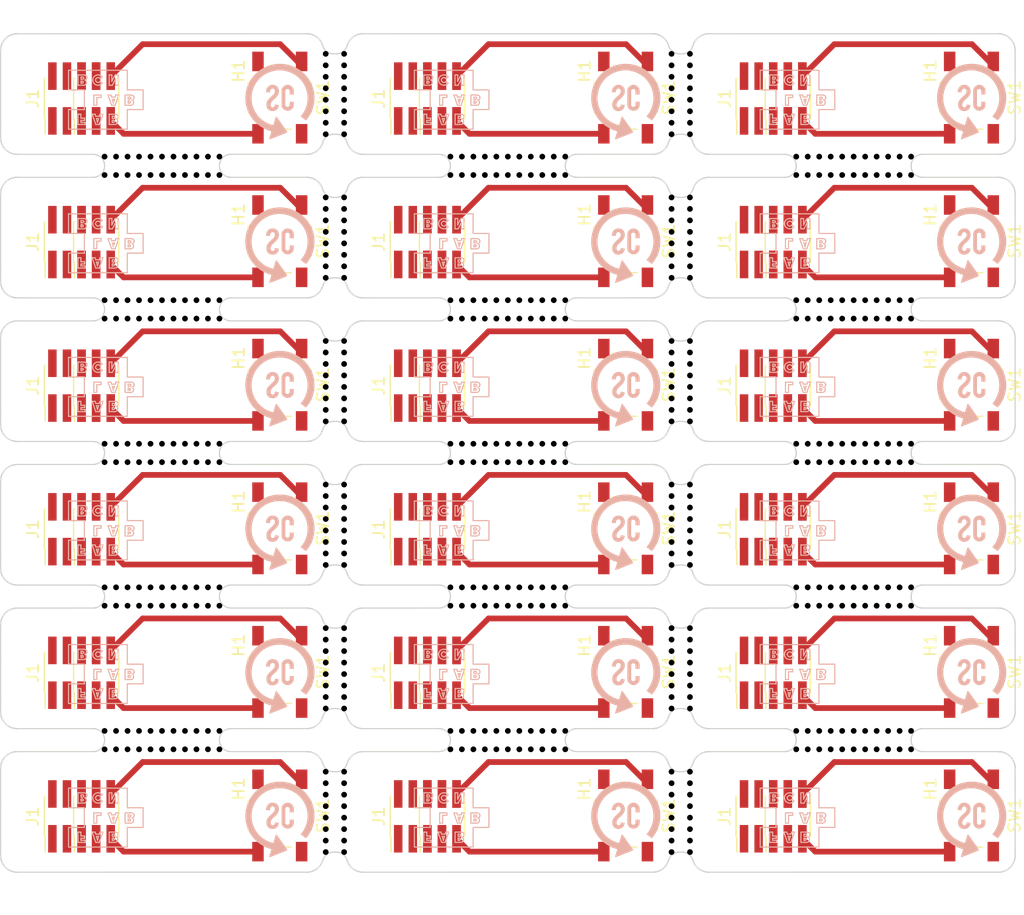
<source format=kicad_pcb>
(kicad_pcb (version 20211014) (generator pcbnew)
  (layers (0 "F.Cu" signal) (31 "B.Cu" signal) (34 "B.Paste" user) (35 "F.Paste" user) (36 "B.SilkS" user "B.Silkscreen") (37 "F.SilkS" user "F.Silkscreen") (38 "B.Mask" user) (39 "F.Mask" user) (44 "Edge.Cuts" user))
  (net 0 "")
  (net 1 "Board_0-Net-(J1-Pad10)")
  (net 2 "Board_0-Net-(J1-Pad9)")
  (net 3 "Board_1-Net-(J1-Pad10)")
  (net 4 "Board_1-Net-(J1-Pad9)")
  (net 5 "Board_2-Net-(J1-Pad10)")
  (net 6 "Board_2-Net-(J1-Pad9)")
  (net 7 "Board_3-Net-(J1-Pad10)")
  (net 8 "Board_3-Net-(J1-Pad9)")
  (net 9 "Board_4-Net-(J1-Pad10)")
  (net 10 "Board_4-Net-(J1-Pad9)")
  (net 11 "Board_5-Net-(J1-Pad10)")
  (net 12 "Board_5-Net-(J1-Pad9)")
  (net 13 "Board_6-Net-(J1-Pad10)")
  (net 14 "Board_6-Net-(J1-Pad9)")
  (net 15 "Board_7-Net-(J1-Pad10)")
  (net 16 "Board_7-Net-(J1-Pad9)")
  (net 17 "Board_8-Net-(J1-Pad10)")
  (net 18 "Board_8-Net-(J1-Pad9)")
  (net 19 "Board_9-Net-(J1-Pad10)")
  (net 20 "Board_9-Net-(J1-Pad9)")
  (net 21 "Board_10-Net-(J1-Pad10)")
  (net 22 "Board_10-Net-(J1-Pad9)")
  (net 23 "Board_11-Net-(J1-Pad10)")
  (net 24 "Board_11-Net-(J1-Pad9)")
  (net 25 "Board_12-Net-(J1-Pad10)")
  (net 26 "Board_12-Net-(J1-Pad9)")
  (net 27 "Board_13-Net-(J1-Pad10)")
  (net 28 "Board_13-Net-(J1-Pad9)")
  (net 29 "Board_14-Net-(J1-Pad10)")
  (net 30 "Board_14-Net-(J1-Pad9)")
  (net 31 "Board_15-Net-(J1-Pad10)")
  (net 32 "Board_15-Net-(J1-Pad9)")
  (net 33 "Board_16-Net-(J1-Pad10)")
  (net 34 "Board_16-Net-(J1-Pad9)")
  (net 35 "Board_17-Net-(J1-Pad10)")
  (net 36 "Board_17-Net-(J1-Pad9)")
  (footprint "NPTH" (layer "F.Cu") (at 85.274983 52.301221)
    (fp_text reference "REF**" hide)
    (fp_text value "NPTH" hide)
  )
  (footprint "NPTH" (layer "F.Cu") (at 60.164983 64.800853)
    (fp_text reference "REF**" hide)
    (fp_text value "NPTH" hide)
  )
  (footprint "NPTH" (layer "F.Cu") (at 73.418227 79.24995)
    (fp_text reference "REF**" hide)
    (fp_text value "NPTH" hide)
  )
  (footprint "NPTH" (layer "F.Cu") (at 63.164983 64.800632)
    (fp_text reference "REF**" hide)
    (fp_text value "NPTH" hide)
  )
  (footprint "NPTH" (layer "F.Cu") (at 44.910313 42.750047)
    (fp_text reference "REF**" hide)
    (fp_text value "NPTH" hide)
  )
  (footprint "NPTH" (layer "F.Cu") (at 55.165012 75.699365)
    (fp_text reference "REF**" hide)
    (fp_text value "NPTH" hide)
  )
  (footprint "NPTH" (layer "F.Cu") (at 43.309925 48.74995)
    (fp_text reference "REF**" hide)
    (fp_text value "NPTH" hide)
  )
  (footprint "NPTH" (layer "F.Cu") (at 58.165012 38.199144)
    (fp_text reference "REF**" hide)
    (fp_text value "NPTH" hide)
  )
  (footprint "NPTH" (layer "F.Cu") (at 91.274983 52.300779)
    (fp_text reference "REF**" hide)
    (fp_text value "NPTH" hide)
  )
  (footprint "NPTH" (layer "F.Cu") (at 61.165012 63.198923)
    (fp_text reference "REF**" hide)
    (fp_text value "NPTH" hide)
  )
  (footprint "NPTH" (layer "F.Cu") (at 28.054984 27.301)
    (fp_text reference "REF**" hide)
    (fp_text value "NPTH" hide)
  )
  (footprint "NPTH" (layer "F.Cu") (at 75.02104 45.750047)
    (fp_text reference "REF**" hide)
    (fp_text value "NPTH" hide)
  )
  (footprint "Connector_PinHeader_1.27mm:PinHeader_2x05_P1.27mm_Vertical_SMD" (layer "F.Cu") (at 82.269998 33.139999 90)
    (fp_text reference "J1")
    (fp_text value "Conn_02x05_Odd_Even")
  )
  (footprint "NPTH" (layer "F.Cu") (at 25.055013 25.699365)
    (fp_text reference "REF**" hide)
    (fp_text value "NPTH" hide)
  )
  (footprint "NPTH" (layer "F.Cu") (at 73.419197 33.24995)
    (fp_text reference "REF**" hide)
    (fp_text value "NPTH" hide)
  )
  (footprint "NPTH" (layer "F.Cu") (at 43.308955 57.24995)
    (fp_text reference "REF**" hide)
    (fp_text value "NPTH" hide)
  )
  (footprint "NPTH" (layer "F.Cu") (at 44.911768 23.750047)
    (fp_text reference "REF**" hide)
    (fp_text value "NPTH" hide)
  )
  (footprint "NPTH" (layer "F.Cu") (at 55.165012 38.199365)
    (fp_text reference "REF**" hide)
    (fp_text value "NPTH" hide)
  )
  (footprint "NPTH" (layer "F.Cu") (at 75.021283 59.250047)
    (fp_text reference "REF**" hide)
    (fp_text value "NPTH" hide)
  )
  (footprint "NPTH" (layer "F.Cu") (at 84.274983 52.301294)
    (fp_text reference "REF**" hide)
    (fp_text value "NPTH" hide)
  )
  (footprint "NPTH" (layer "F.Cu") (at 55.164983 39.801221)
    (fp_text reference "REF**" hide)
    (fp_text value "NPTH" hide)
  )
  (footprint "NPTH" (layer "F.Cu") (at 28.055013 50.699144)
    (fp_text reference "REF**" hide)
    (fp_text value "NPTH" hide)
  )
  (footprint "NPTH" (layer "F.Cu") (at 88.275012 50.699144)
    (fp_text reference "REF**" hide)
    (fp_text value "NPTH" hide)
  )
  (footprint "NPTH" (layer "F.Cu") (at 75.020798 82.250047)
    (fp_text reference "REF**" hide)
    (fp_text value "NPTH" hide)
  )
  (footprint "NPTH" (layer "F.Cu") (at 44.910798 69.750047)
    (fp_text reference "REF**" hide)
    (fp_text value "NPTH" hide)
  )
  (footprint "NPTH" (layer "F.Cu") (at 27.054984 39.801074)
    (fp_text reference "REF**" hide)
    (fp_text value "NPTH" hide)
  )
  (footprint "NPTH" (layer "F.Cu") (at 55.164983 77.301221)
    (fp_text reference "REF**" hide)
    (fp_text value "NPTH" hide)
  )
  (footprint "Connector_PinHeader_1.27mm:PinHeader_2x03_P1.27mm_Vertical_SMD" (layer "F.Cu") (at 23.319998 33.139999 90)
    (fp_text reference "J2" hide)
    (fp_text value "Conn_02x03_Odd_Even")
  )
  (footprint "Button_Switch_SMD:SW_SPST_TL3342" (layer "F.Cu") (at 99.529998 33.059999 -90)
    (fp_text reference "SW1")
    (fp_text value "SW_SPST")
  )
  (footprint "MountingHole:MountingHole_3.2mm_M3" (layer "F.Cu") (at 33.349998 70.569999 -90)
    (fp_text reference "H1")
    (fp_text value "MountingHole")
  )
  (footprint "NPTH" (layer "F.Cu") (at 84.275012 25.699439)
    (fp_text reference "REF**" hide)
    (fp_text value "NPTH" hide)
  )
  (footprint "NPTH" (layer "F.Cu") (at 62.164983 64.800706)
    (fp_text reference "REF**" hide)
    (fp_text value "NPTH" hide)
  )
  (footprint "NPTH" (layer "F.Cu") (at 43.30847 30.24995)
    (fp_text reference "REF**" hide)
    (fp_text value "NPTH" hide)
  )
  (footprint "NPTH" (layer "F.Cu") (at 92.274983 52.300706)
    (fp_text reference "REF**" hide)
    (fp_text value "NPTH" hide)
  )
  (footprint "Connector_PinHeader_1.27mm:PinHeader_2x05_P1.27mm_Vertical_SMD" (layer "F.Cu") (at 52.159998 33.139999 90)
    (fp_text reference "J1")
    (fp_text value "Conn_02x05_Odd_Even")
  )
  (footprint "NPTH" (layer "F.Cu") (at 60.164983 77.300853)
    (fp_text reference "REF**" hide)
    (fp_text value "NPTH" hide)
  )
  (footprint "NPTH" (layer "F.Cu") (at 25.055013 38.199365)
    (fp_text reference "REF**" hide)
    (fp_text value "NPTH" hide)
  )
  (footprint "NPTH" (layer "F.Cu") (at 64.164983 39.800558)
    (fp_text reference "REF**" hide)
    (fp_text value "NPTH" hide)
  )
  (footprint "NPTH" (layer "F.Cu") (at 30.055012 50.698997)
    (fp_text reference "REF**" hide)
    (fp_text value "NPTH" hide)
  )
  (footprint "NPTH" (layer "F.Cu") (at 44.911525 47.750047)
    (fp_text reference "REF**" hide)
    (fp_text value "NPTH" hide)
  )
  (footprint "NPTH" (layer "F.Cu") (at 84.274983 77.301294)
    (fp_text reference "REF**" hide)
    (fp_text value "NPTH" hide)
  )
  (footprint "NPTH" (layer "F.Cu") (at 75.021768 86.250047)
    (fp_text reference "REF**" hide)
    (fp_text value "NPTH" hide)
  )
  (footprint "NPTH" (layer "F.Cu") (at 75.021283 71.750047)
    (fp_text reference "REF**" hide)
    (fp_text value "NPTH" hide)
  )
  (footprint "NPTH" (layer "F.Cu") (at 25.054984 77.301221)
    (fp_text reference "REF**" hide)
    (fp_text value "NPTH" hide)
  )
  (footprint "NPTH" (layer "F.Cu") (at 34.054983 27.300558)
    (fp_text reference "REF**" hide)
    (fp_text value "NPTH" hide)
  )
  (footprint "NPTH" (layer "F.Cu") (at 61.164983 39.800779)
    (fp_text reference "REF**" hide)
    (fp_text value "NPTH" hide)
  )
  (footprint "NPTH" (layer "F.Cu") (at 64.164983 27.300558)
    (fp_text reference "REF**" hide)
    (fp_text value "NPTH" hide)
  )
  (footprint "NPTH" (layer "F.Cu") (at 85.274983 77.301221)
    (fp_text reference "REF**" hide)
    (fp_text value "NPTH" hide)
  )
  (footprint "NPTH" (layer "F.Cu") (at 73.418227 29.24995)
    (fp_text reference "REF**" hide)
    (fp_text value "NPTH" hide)
  )
  (footprint "NPTH" (layer "F.Cu") (at 27.054984 64.801074)
    (fp_text reference "REF**" hide)
    (fp_text value "NPTH" hide)
  )
  (footprint "NPTH" (layer "F.Cu") (at 54.165012 63.199439)
    (fp_text reference "REF**" hide)
    (fp_text value "NPTH" hide)
  )
  (footprint "NPTH" (layer "F.Cu") (at 63.164983 39.800632)
    (fp_text reference "REF**" hide)
    (fp_text value "NPTH" hide)
  )
  (footprint "NPTH" (layer "F.Cu") (at 27.055013 50.699218)
    (fp_text reference "REF**" hide)
    (fp_text value "NPTH" hide)
  )
  (footprint "NPTH" (layer "F.Cu") (at 44.911525 35.250047)
    (fp_text reference "REF**" hide)
    (fp_text value "NPTH" hide)
  )
  (footprint "NPTH" (layer "F.Cu") (at 54.165012 75.699439)
    (fp_text reference "REF**" hide)
    (fp_text value "NPTH" hide)
  )
  (footprint "NPTH" (layer "F.Cu") (at 73.418712 31.24995)
    (fp_text reference "REF**" hide)
    (fp_text value "NPTH" hide)
  )
  (footprint "NPTH" (layer "F.Cu") (at 33.055012 50.698776)
    (fp_text reference "REF**" hide)
    (fp_text value "NPTH" hide)
  )
  (footprint "NPTH" (layer "F.Cu") (at 24.055013 38.199439)
    (fp_text reference "REF**" hide)
    (fp_text value "NPTH" hide)
  )
  (footprint "NPTH" (layer "F.Cu") (at 44.911768 61.250047)
    (fp_text reference "REF**" hide)
    (fp_text value "NPTH" hide)
  )
  (footprint "Connector_PinHeader_1.27mm:PinHeader_2x03_P1.27mm_Vertical_SMD" (layer "F.Cu") (at 83.539998 45.639999 90)
    (fp_text reference "J2" hide)
    (fp_text value "Conn_02x03_Odd_Even")
  )
  (footprint "NPTH" (layer "F.Cu") (at 44.910313 80.250047)
    (fp_text reference "REF**" hide)
    (fp_text value "NPTH" hide)
  )
  (footprint "NPTH" (layer "F.Cu") (at 75.02104 20.750047)
    (fp_text reference "REF**" hide)
    (fp_text value "NPTH" hide)
  )
  (footprint "NPTH" (layer "F.Cu") (at 59.164983 52.300926)
    (fp_text reference "REF**" hide)
    (fp_text value "NPTH" hide)
  )
  (footprint "NPTH" (layer "F.Cu") (at 54.164983 52.301294)
    (fp_text reference "REF**" hide)
    (fp_text value "NPTH" hide)
  )
  (footprint "NPTH" (layer "F.Cu") (at 31.054983 52.300779)
    (fp_text reference "REF**" hide)
    (fp_text value "NPTH" hide)
  )
  (footprint "Connector_PinHeader_1.27mm:PinHeader_2x03_P1.27mm_Vertical_SMD" (layer "F.Cu") (at 53.429998 58.139999 90)
    (fp_text reference "J2" hide)
    (fp_text value "Conn_02x03_Odd_Even")
  )
  (footprint "NPTH" (layer "F.Cu") (at 73.418955 69.74995)
    (fp_text reference "REF**" hide)
    (fp_text value "NPTH" hide)
  )
  (footprint "NPTH" (layer "F.Cu") (at 91.274983 77.300779)
    (fp_text reference "REF**" hide)
    (fp_text value "NPTH" hide)
  )
  (footprint "NPTH" (layer "F.Cu") (at 43.309925 86.24995)
    (fp_text reference "REF**" hide)
    (fp_text value "NPTH" hide)
  )
  (footprint "Connector_PinHeader_1.27mm:PinHeader_2x05_P1.27mm_Vertical_SMD" (layer "F.Cu") (at 52.159998 70.639999 90)
    (fp_text reference "J1")
    (fp_text value "Conn_02x05_Odd_Even")
  )
  (footprint "NPTH" (layer "F.Cu") (at 32.054983 64.800706)
    (fp_text reference "REF**" hide)
    (fp_text value "NPTH" hide)
  )
  (footprint "NPTH" (layer "F.Cu") (at 44.910313 17.750048)
    (fp_text reference "REF**" hide)
    (fp_text value "NPTH" hide)
  )
  (footprint "NPTH" (layer "F.Cu") (at 43.309197 45.74995)
    (fp_text reference "REF**" hide)
    (fp_text value "NPTH" hide)
  )
  (footprint "NPTH" (layer "F.Cu") (at 73.418955 82.24995)
    (fp_text reference "REF**" hide)
    (fp_text value "NPTH" hide)
  )
  (footprint "NPTH" (layer "F.Cu") (at 31.055012 63.198923)
    (fp_text reference "REF**" hide)
    (fp_text value "NPTH" hide)
  )
  (footprint "NPTH" (layer "F.Cu") (at 43.309197 58.24995)
    (fp_text reference "REF**" hide)
    (fp_text value "NPTH" hide)
  )
  (footprint "NPTH" (layer "F.Cu") (at 26.054984 39.801147)
    (fp_text reference "REF**" hide)
    (fp_text value "NPTH" hide)
  )
  (footprint "NPTH" (layer "F.Cu") (at 55.165012 25.699365)
    (fp_text reference "REF**" hide)
    (fp_text value "NPTH" hide)
  )
  (footprint "NPTH" (layer "F.Cu") (at 91.275012 50.698923)
    (fp_text reference "REF**" hide)
    (fp_text value "NPTH" hide)
  )
  (footprint "Connector_PinHeader_1.27mm:PinHeader_2x03_P1.27mm_Vertical_SMD" (layer "F.Cu") (at 23.319998 20.639999 90)
    (fp_text reference "J2" hide)
    (fp_text value "Conn_02x03_Odd_Even")
  )
  (footprint "NPTH" (layer "F.Cu") (at 92.275012 50.69885)
    (fp_text reference "REF**" hide)
    (fp_text value "NPTH" hide)
  )
  (footprint "NPTH" (layer "F.Cu") (at 73.418227 16.749951)
    (fp_text reference "REF**" hide)
    (fp_text value "NPTH" hide)
  )
  (footprint "NPTH" (layer "F.Cu") (at 43.308955 44.74995)
    (fp_text reference "REF**" hide)
    (fp_text value "NPTH" hide)
  )
  (footprint "NPTH" (layer "F.Cu") (at 58.165012 75.699144)
    (fp_text reference "REF**" hide)
    (fp_text value "NPTH" hide)
  )
  (footprint "NPTH" (layer "F.Cu") (at 64.164983 64.800558)
    (fp_text reference "REF**" hide)
    (fp_text value "NPTH" hide)
  )
  (footprint "NPTH" (layer "F.Cu") (at 73.41847 67.74995)
    (fp_text reference "REF**" hide)
    (fp_text value "NPTH" hide)
  )
  (footprint "MountingHole:MountingHole_3.2mm_M3" (layer "F.Cu") (at 93.569998 20.569999 -90)
    (fp_text reference "H1")
    (fp_text value "MountingHole")
  )
  (footprint "NPTH" (layer "F.Cu") (at 63.165012 50.698776)
    (fp_text reference "REF**" hide)
    (fp_text value "NPTH" hide)
  )
  (footprint "NPTH" (layer "F.Cu") (at 34.054983 39.800558)
    (fp_text reference "REF**" hide)
    (fp_text value "NPTH" hide)
  )
  (footprint "NPTH" (layer "F.Cu") (at 55.164983 52.301221)
    (fp_text reference "REF**" hide)
    (fp_text value "NPTH" hide)
  )
  (footprint "NPTH" (layer "F.Cu") (at 75.020313 30.250047)
    (fp_text reference "REF**" hide)
    (fp_text value "NPTH" hide)
  )
  (footprint "NPTH" (layer "F.Cu") (at 75.02104 83.250047)
    (fp_text reference "REF**" hide)
    (fp_text value "NPTH" hide)
  )
  (footprint "MountingHole:MountingHole_3.2mm_M3" (layer "F.Cu") (at 33.349998 58.069999 -90)
    (fp_text reference "H1")
    (fp_text value "MountingHole")
  )
  (footprint "NPTH" (layer "F.Cu") (at 91.274983 27.300779)
    (fp_text reference "REF**" hide)
    (fp_text value "NPTH" hide)
  )
  (footprint "NPTH" (layer "F.Cu") (at 44.910555 81.250047)
    (fp_text reference "REF**" hide)
    (fp_text value "NPTH" hide)
  )
  (footprint "Button_Switch_SMD:SW_SPST_TL3342" (layer "F.Cu") (at 69.419998 45.559999 -90)
    (fp_text reference "SW1")
    (fp_text value "SW_SPST")
  )
  (footprint "MountingHole:MountingHole_3.2mm_M3" (layer "F.Cu") (at 33.349998 20.569999 -90)
    (fp_text reference "H1")
    (fp_text value "MountingHole")
  )
  (footprint "NPTH" (layer "F.Cu") (at 75.021525 47.750047)
    (fp_text reference "REF**" hide)
    (fp_text value "NPTH" hide)
  )
  (footprint "NPTH" (layer "F.Cu") (at 84.275012 50.699439)
    (fp_text reference "REF**" hide)
    (fp_text value "NPTH" hide)
  )
  (footprint "NPTH" (layer "F.Cu") (at 75.020313 55.250047)
    (fp_text reference "REF**" hide)
    (fp_text value "NPTH" hide)
  )
  (footprint "NPTH" (layer "F.Cu") (at 28.054984 77.301)
    (fp_text reference "REF**" hide)
    (fp_text value "NPTH" hide)
  )
  (footprint "NPTH" (layer "F.Cu") (at 44.911283 84.250047)
    (fp_text reference "REF**" hide)
    (fp_text value "NPTH" hide)
  )
  (footprint "NPTH" (layer "F.Cu") (at 84.274983 64.801294)
    (fp_text reference "REF**" hide)
    (fp_text value "NPTH" hide)
  )
  (footprint "Button_Switch_SMD:SW_SPST_TL3342" (layer "F.Cu") (at 39.309998 58.059999 -90)
    (fp_text reference "SW1")
    (fp_text value "SW_SPST")
  )
  (footprint "NPTH" (layer "F.Cu") (at 92.274983 27.300706)
    (fp_text reference "REF**" hide)
    (fp_text value "NPTH" hide)
  )
  (footprint "NPTH" (layer "F.Cu") (at 57.164983 27.301074)
    (fp_text reference "REF**" hide)
    (fp_text value "NPTH" hide)
  )
  (footprint "Button_Switch_SMD:SW_SPST_TL3342" (layer "F.Cu") (at 69.419998 33.059999 -90)
    (fp_text reference "SW1")
    (fp_text value "SW_SPST")
  )
  (footprint "NPTH" (layer "F.Cu") (at 91.274983 39.800779)
    (fp_text reference "REF**" hide)
    (fp_text value "NPTH" hide)
  )
  (footprint "NPTH" (layer "F.Cu") (at 55.165012 50.699365)
    (fp_text reference "REF**" hide)
    (fp_text value "NPTH" hide)
  )
  (footprint "NPTH" (layer "F.Cu") (at 44.910798 57.250047)
    (fp_text reference "REF**" hide)
    (fp_text value "NPTH" hide)
  )
  (footprint "NPTH" (layer "F.Cu") (at 44.910798 44.750047)
    (fp_text reference "REF**" hide)
    (fp_text value "NPTH" hide)
  )
  (footprint "NPTH" (layer "F.Cu") (at 73.418712 56.24995)
    (fp_text reference "REF**" hide)
    (fp_text value "NPTH" hide)
  )
  (footprint "NPTH" (layer "F.Cu") (at 73.418712 68.74995)
    (fp_text reference "REF**" hide)
    (fp_text value "NPTH" hide)
  )
  (footprint "NPTH" (layer "F.Cu") (at 27.055013 25.699218)
    (fp_text reference "REF**" hide)
    (fp_text value "NPTH" hide)
  )
  (footprint "NPTH" (layer "F.Cu") (at 61.165012 50.698923)
    (fp_text reference "REF**" hide)
    (fp_text value "NPTH" hide)
  )
  (footprint "NPTH" (layer "F.Cu") (at 93.274983 27.300632)
    (fp_text reference "REF**" hide)
    (fp_text value "NPTH" hide)
  )
  (footprint "MountingHole:MountingHole_3.2mm_M3" (layer "F.Cu") (at 93.569998 83.069999 -90)
    (fp_text reference "H1")
    (fp_text value "MountingHole")
  )
  (footprint "NPTH" (layer "F.Cu") (at 75.020555 68.750047)
    (fp_text reference "REF**" hide)
    (fp_text value "NPTH" hide)
  )
  (footprint "NPTH" (layer "F.Cu") (at 61.164983 52.300779)
    (fp_text reference "REF**" hide)
    (fp_text value "NPTH" hide)
  )
  (footprint "NPTH" (layer "F.Cu") (at 25.055013 50.699365)
    (fp_text reference "REF**" hide)
    (fp_text value "NPTH" hide)
  )
  (footprint "Connector_PinHeader_1.27mm:PinHeader_2x05_P1.27mm_Vertical_SMD" (layer "F.Cu") (at 22.049998 45.639999 90)
    (fp_text reference "J1")
    (fp_text value "Conn_02x05_Odd_Even")
  )
  (footprint "NPTH" (layer "F.Cu") (at 34.055012 50.698703)
    (fp_text reference "REF**" hide)
    (fp_text value "NPTH" hide)
  )
  (footprint "NPTH" (layer "F.Cu") (at 75.021525 35.250047)
    (fp_text reference "REF**" hide)
    (fp_text value "NPTH" hide)
  )
  (footprint "NPTH" (layer "F.Cu") (at 43.309682 35.24995)
    (fp_text reference "REF**" hide)
    (fp_text value "NPTH" hide)
  )
  (footprint "Button_Switch_SMD:SW_SPST_TL3342" (layer "F.Cu") (at 39.309998 45.559999 -90)
    (fp_text reference "SW1")
    (fp_text value "SW_SPST")
  )
  (footprint "NPTH" (layer "F.Cu") (at 75.020798 69.750047)
    (fp_text reference "REF**" hide)
    (fp_text value "NPTH" hide)
  )
  (footprint "NPTH" (layer "F.Cu") (at 31.054983 64.800779)
    (fp_text reference "REF**" hide)
    (fp_text value "NPTH" hide)
  )
  (footprint "NPTH" (layer "F.Cu") (at 44.910798 19.750048)
    (fp_text reference "REF**" hide)
    (fp_text value "NPTH" hide)
  )
  (footprint "Connector_PinHeader_1.27mm:PinHeader_2x03_P1.27mm_Vertical_SMD" (layer "F.Cu") (at 53.429998 70.639999 90)
    (fp_text reference "J2" hide)
    (fp_text value "Conn_02x03_Odd_Even")
  )
  (footprint "NPTH" (layer "F.Cu") (at 60.165012 63.198997)
    (fp_text reference "REF**" hide)
    (fp_text value "NPTH" hide)
  )
  (footprint "NPTH" (layer "F.Cu") (at 27.054984 77.301074)
    (fp_text reference "REF**" hide)
    (fp_text value "NPTH" hide)
  )
  (footprint "NPTH" (layer "F.Cu") (at 43.308955 32.24995)
    (fp_text reference "REF**" hide)
    (fp_text value "NPTH" hide)
  )
  (footprint "NPTH" (layer "F.Cu") (at 31.055012 25.698923)
    (fp_text reference "REF**" hide)
    (fp_text value "NPTH" hide)
  )
  (footprint "NPTH" (layer "F.Cu") (at 34.055012 38.198703)
    (fp_text reference "REF**" hide)
    (fp_text value "NPTH" hide)
  )
  (footprint "NPTH" (layer "F.Cu") (at 93.275012 75.698776)
    (fp_text reference "REF**" hide)
    (fp_text value "NPTH" hide)
  )
  (footprint "NPTH" (layer "F.Cu") (at 44.91007 29.250047)
    (fp_text reference "REF**" hide)
    (fp_text value "NPTH" hide)
  )
  (footprint "Button_Switch_SMD:SW_SPST_TL3342" (layer "F.Cu") (at 39.309998 83.059999 -90)
    (fp_text reference "SW1")
    (fp_text value "SW_SPST")
  )
  (footprint "Connector_PinHeader_1.27mm:PinHeader_2x05_P1.27mm_Vertical_SMD" (layer "F.Cu") (at 82.269998 70.639999 90)
    (fp_text reference "J1")
    (fp_text value "Conn_02x05_Odd_Even")
  )
  (footprint "NPTH" (layer "F.Cu") (at 32.054983 52.300706)
    (fp_text reference "REF**" hide)
    (fp_text value "NPTH" hide)
  )
  (footprint "NPTH" (layer "F.Cu") (at 73.41944 21.74995)
    (fp_text reference "REF**" hide)
    (fp_text value "NPTH" hide)
  )
  (footprint "MountingHole:MountingHole_3.2mm_M3" (layer "F.Cu") (at 63.459998 83.069999 -90)
    (fp_text reference "H1")
    (fp_text value "MountingHole")
  )
  (footprint "NPTH" (layer "F.Cu") (at 84.275012 63.199439)
    (fp_text reference "REF**" hide)
    (fp_text value "NPTH" hide)
  )
  (footprint "NPTH" (layer "F.Cu") (at 56.164983 27.301147)
    (fp_text reference "REF**" hide)
    (fp_text value "NPTH" hide)
  )
  (footprint "NPTH" (layer "F.Cu") (at 60.164983 27.300853)
    (fp_text reference "REF**" hide)
    (fp_text value "NPTH" hide)
  )
  (footprint "NPTH" (layer "F.Cu") (at 90.275012 25.698997)
    (fp_text reference "REF**" hide)
    (fp_text value "NPTH" hide)
  )
  (footprint "NPTH" (layer "F.Cu") (at 26.055013 63.199291)
    (fp_text reference "REF**" hide)
    (fp_text value "NPTH" hide)
  )
  (footprint "NPTH" (layer "F.Cu") (at 91.275012 63.198923)
    (fp_text reference "REF**" hide)
    (fp_text value "NPTH" hide)
  )
  (footprint "NPTH" (layer "F.Cu") (at 73.419197 20.74995)
    (fp_text reference "REF**" hide)
    (fp_text value "NPTH" hide)
  )
  (footprint "NPTH" (layer "F.Cu") (at 43.30944 59.24995)
    (fp_text reference "REF**" hide)
    (fp_text value "NPTH" hide)
  )
  (footprint "NPTH" (layer "F.Cu") (at 89.275012 25.699071)
    (fp_text reference "REF**" hide)
    (fp_text value "NPTH" hide)
  )
  (footprint "NPTH" (layer "F.Cu") (at 56.165012 25.699291)
    (fp_text reference "REF**" hide)
    (fp_text value "NPTH" hide)
  )
  (footprint "NPTH" (layer "F.Cu") (at 91.275012 38.198923)
    (fp_text reference "REF**" hide)
    (fp_text value "NPTH" hide)
  )
  (footprint "NPTH" (layer "F.Cu") (at 75.020313 67.750047)
    (fp_text reference "REF**" hide)
    (fp_text value "NPTH" hide)
  )
  (footprint "NPTH" (layer "F.Cu") (at 73.41944 34.24995)
    (fp_text reference "REF**" hide)
    (fp_text value "NPTH" hide)
  )
  (footprint "NPTH" (layer "F.Cu") (at 43.308227 54.24995)
    (fp_text reference "REF**" hide)
    (fp_text value "NPTH" hide)
  )
  (footprint "NPTH" (layer "F.Cu") (at 29.055012 63.199071)
    (fp_text reference "REF**" hide)
    (fp_text value "NPTH" hide)
  )
  (footprint "Button_Switch_SMD:SW_SPST_TL3342" (layer "F.Cu") (at 99.529998 58.059999 -90)
    (fp_text reference "SW1")
    (fp_text value "SW_SPST")
  )
  (footprint "NPTH" (layer "F.Cu") (at 24.054984 27.301294)
    (fp_text reference "REF**" hide)
    (fp_text value "NPTH" hide)
  )
  (footprint "NPTH" (layer "F.Cu") (at 34.054983 52.300558)
    (fp_text reference "REF**" hide)
    (fp_text value "NPTH" hide)
  )
  (footprint "NPTH" (layer "F.Cu") (at 84.275012 75.699439)
    (fp_text reference "REF**" hide)
    (fp_text value "NPTH" hide)
  )
  (footprint "NPTH" (layer "F.Cu") (at 62.165012 75.69885)
    (fp_text reference "REF**" hide)
    (fp_text value "NPTH" hide)
  )
  (footprint "NPTH" (layer "F.Cu") (at 75.021768 73.750047)
    (fp_text reference "REF**" hide)
    (fp_text value "NPTH" hide)
  )
  (footprint "NPTH" (layer "F.Cu") (at 73.419925 23.74995)
    (fp_text reference "REF**" hide)
    (fp_text value "NPTH" hide)
  )
  (footprint "NPTH" (layer "F.Cu") (at 73.418955 19.749951)
    (fp_text reference "REF**" hide)
    (fp_text value "NPTH" hide)
  )
  (footprint "NPTH" (layer "F.Cu") (at 73.419197 70.74995)
    (fp_text reference "REF**" hide)
    (fp_text value "NPTH" hide)
  )
  (footprint "NPTH" (layer "F.Cu") (at 44.910555 31.250047)
    (fp_text reference "REF**" hide)
    (fp_text value "NPTH" hide)
  )
  (footprint "NPTH" (layer "F.Cu") (at 75.020555 18.750048)
    (fp_text reference "REF**" hide)
    (fp_text value "NPTH" hide)
  )
  (footprint "NPTH" (layer "F.Cu") (at 25.055013 63.199365)
    (fp_text reference "REF**" hide)
    (fp_text value "NPTH" hide)
  )
  (footprint "NPTH" (layer "F.Cu") (at 29.054984 39.800926)
    (fp_text reference "REF**" hide)
    (fp_text value "NPTH" hide)
  )
  (footprint "MountingHole:MountingHole_3.2mm_M3" (layer "F.Cu") (at 93.569998 45.569999 -90)
    (fp_text reference "H1")
    (fp_text value "MountingHole")
  )
  (footprint "NPTH" (layer "F.Cu") (at 58.164983 39.801)
    (fp_text reference "REF**" hide)
    (fp_text value "NPTH" hide)
  )
  (footprint "NPTH" (layer "F.Cu") (at 44.910555 43.750047)
    (fp_text reference "REF**" hide)
    (fp_text value "NPTH" hide)
  )
  (footprint "MountingHole:MountingHole_3.2mm_M3" (layer "F.Cu") (at 63.459998 45.569999 -90)
    (fp_text reference "H1")
    (fp_text value "MountingHole")
  )
  (footprint "NPTH" (layer "F.Cu") (at 44.91007 79.250047)
    (fp_text reference "REF**" hide)
    (fp_text value "NPTH" hide)
  )
  (footprint "NPTH" (layer "F.Cu") (at 55.164983 64.801221)
    (fp_text reference "REF**" hide)
    (fp_text value "NPTH" hide)
  )
  (footprint "NPTH" (layer "F.Cu") (at 88.275012 75.699144)
    (fp_text reference "REF**" hide)
    (fp_text value "NPTH" hide)
  )
  (footprint "NPTH" (layer "F.Cu") (at 43.309682 60.24995)
    (fp_text reference "REF**" hide)
    (fp_text value "NPTH" hide)
  )
  (footprint "NPTH" (layer "F.Cu") (at 43.309925 73.74995)
    (fp_text reference "REF**" hide)
    (fp_text value "NPTH" hide)
  )
  (footprint "Button_Switch_SMD:SW_SPST_TL3342" (layer "F.Cu") (at 39.309998 33.059999 -90)
    (fp_text reference "SW1")
    (fp_text value "SW_SPST")
  )
  (footprint "NPTH" (layer "F.Cu") (at 43.308227 79.24995)
    (fp_text reference "REF**" hide)
    (fp_text value "NPTH" hide)
  )
  (footprint "NPTH" (layer "F.Cu") (at 86.274983 77.301147)
    (fp_text reference "REF**" hide)
    (fp_text value "NPTH" hide)
  )
  (footprint "NPTH" (layer "F.Cu") (at 75.02007 29.250047)
    (fp_text reference "REF**" hide)
    (fp_text value "NPTH" hide)
  )
  (footprint "NPTH" (layer "F.Cu") (at 26.055013 75.699291)
    (fp_text reference "REF**" hide)
    (fp_text value "NPTH" hide)
  )
  (footprint "NPTH" (layer "F.Cu") (at 57.164983 77.301074)
    (fp_text reference "REF**" hide)
    (fp_text value "NPTH" hide)
  )
  (footprint "NPTH" (layer "F.Cu") (at 43.30944 21.74995)
    (fp_text reference "REF**" hide)
    (fp_text value "NPTH" hide)
  )
  (footprint "NPTH" (layer "F.Cu") (at 75.021525 85.250047)
    (fp_text reference "REF**" hide)
    (fp_text value "NPTH" hide)
  )
  (footprint "NPTH" (layer "F.Cu") (at 26.054984 52.301147)
    (fp_text reference "REF**" hide)
    (fp_text value "NPTH" hide)
  )
  (footprint "Button_Switch_SMD:SW_SPST_TL3342" (layer "F.Cu") (at 69.419998 70.559999 -90)
    (fp_text reference "SW1")
    (fp_text value "SW_SPST")
  )
  (footprint "NPTH" (layer "F.Cu") (at 60.164983 52.300853)
    (fp_text reference "REF**" hide)
    (fp_text value "NPTH" hide)
  )
  (footprint "NPTH" (layer "F.Cu") (at 43.308227 66.74995)
    (fp_text reference "REF**" hide)
    (fp_text value "NPTH" hide)
  )
  (footprint "NPTH" (layer "F.Cu") (at 57.165012 25.699218)
    (fp_text reference "REF**" hide)
    (fp_text value "NPTH" hide)
  )
  (footprint "NPTH" (layer "F.Cu") (at 43.309197 83.24995)
    (fp_text reference "REF**" hide)
    (fp_text value "NPTH" hide)
  )
  (footprint "NPTH" (layer "F.Cu") (at 43.308712 68.74995)
    (fp_text reference "REF**" hide)
    (fp_text value "NPTH" hide)
  )
  (footprint "NPTH" (layer "F.Cu") (at 64.165012 50.698703)
    (fp_text reference "REF**" hide)
    (fp_text value "NPTH" hide)
  )
  (footprint "NPTH" (layer "F.Cu") (at 62.164983 77.300706)
    (fp_text reference "REF**" hide)
    (fp_text value "NPTH" hide)
  )
  (footprint "NPTH" (layer "F.Cu") (at 44.91104 58.250047)
    (fp_text reference "REF**" hide)
    (fp_text value "NPTH" hide)
  )
  (footprint "NPTH" (layer "F.Cu") (at 94.274983 52.300558)
    (fp_text reference "REF**" hide)
    (fp_text value "NPTH" hide)
  )
  (footprint "NPTH" (layer "F.Cu") (at 89.274983 77.300926)
    (fp_text reference "REF**" hide)
    (fp_text value "NPTH" hide)
  )
  (footprint "NPTH" (layer "F.Cu") (at 43.30944 84.24995)
    (fp_text reference "REF**" hide)
    (fp_text value "NPTH" hide)
  )
  (footprint "NPTH" (layer "F.Cu") (at 28.055013 25.699144)
    (fp_text reference "REF**" hide)
    (fp_text value "NPTH" hide)
  )
  (footprint "NPTH" (layer "F.Cu") (at 27.055013 63.199218)
    (fp_text reference "REF**" hide)
    (fp_text value "NPTH" hide)
  )
  (footprint "NPTH" (layer "F.Cu") (at 73.41944 46.74995)
    (fp_text reference "REF**" hide)
    (fp_text value "NPTH" hide)
  )
  (footprint "NPTH" (layer "F.Cu") (at 34.055012 75.698703)
    (fp_text reference "REF**" hide)
    (fp_text value "NPTH" hide)
  )
  (footprint "NPTH" (layer "F.Cu") (at 24.055013 25.699439)
    (fp_text reference "REF**" hide)
    (fp_text value "NPTH" hide)
  )
  (footprint "NPTH" (layer "F.Cu") (at 43.309197 20.74995)
    (fp_text reference "REF**" hide)
    (fp_text value "NPTH" hide)
  )
  (footprint "NPTH" (layer "F.Cu") (at 73.41944 84.24995)
    (fp_text reference "REF**" hide)
    (fp_text value "NPTH" hide)
  )
  (footprint "NPTH" (layer "F.Cu") (at 57.165012 38.199218)
    (fp_text reference "REF**" hide)
    (fp_text value "NPTH" hide)
  )
  (footprint "NPTH" (layer "F.Cu") (at 43.308955 19.749951)
    (fp_text reference "REF**" hide)
    (fp_text value "NPTH" hide)
  )
  (footprint "NPTH" (layer "F.Cu") (at 93.274983 52.300632)
    (fp_text reference "REF**" hide)
    (fp_text value "NPTH" hide)
  )
  (footprint "NPTH" (layer "F.Cu") (at 87.274983 39.801074)
    (fp_text reference "REF**" hide)
    (fp_text value "NPTH" hide)
  )
  (footprint "NPTH" (layer "F.Cu") (at 32.054983 39.800706)
    (fp_text reference "REF**" hide)
    (fp_text value "NPTH" hide)
  )
  (footprint "NPTH" (layer "F.Cu") (at 75.02007 66.750047)
    (fp_text reference "REF**" hide)
    (fp_text value "NPTH" hide)
  )
  (footprint "NPTH" (layer "F.Cu") (at 26.054984 27.301147)
    (fp_text reference "REF**" hide)
    (fp_text value "NPTH" hide)
  )
  (footprint "NPTH" (layer "F.Cu") (at 73.418712 43.74995)
    (fp_text reference "REF**" hide)
    (fp_text value "NPTH" hide)
  )
  (footprint "NPTH" (layer "F.Cu") (at 89.274983 52.300926)
    (fp_text reference "REF**" hide)
    (fp_text value "NPTH" hide)
  )
  (footprint "NPTH" (layer "F.Cu") (at 93.274983 77.300632)
    (fp_text reference "REF**" hide)
    (fp_text value "NPTH" hide)
  )
  (footprint "NPTH" (layer "F.Cu") (at 58.164983 64.801)
    (fp_text reference "REF**" hide)
    (fp_text value "NPTH" hide)
  )
  (footprint "NPTH" (layer "F.Cu") (at 31.054983 77.300779)
    (fp_text reference "REF**" hide)
    (fp_text value "NPTH" hide)
  )
  (footprint "NPTH" (layer "F.Cu") (at 33.054983 27.300632)
    (fp_text reference "REF**" hide)
    (fp_text value "NPTH" hide)
  )
  (footprint "NPTH" (layer "F.Cu") (at 29.054984 64.800926)
    (fp_text reference "REF**" hide)
    (fp_text value "NPTH" hide)
  )
  (footprint "Connector_PinHeader_1.27mm:PinHeader_2x05_P1.27mm_Vertical_SMD" (layer "F.Cu") (at 22.049998 58.139999 90)
    (fp_text reference "J1")
    (fp_text value "Conn_02x05_Odd_Even")
  )
  (footprint "NPTH" (layer "F.Cu") (at 32.055012 75.69885)
    (fp_text reference "REF**" hide)
    (fp_text value "NPTH" hide)
  )
  (footprint "NPTH" (layer "F.Cu") (at 31.055012 75.698923)
    (fp_text reference "REF**" hide)
    (fp_text value "NPTH" hide)
  )
  (footprint "NPTH" (layer "F.Cu") (at 54.164983 27.301294)
    (fp_text reference "REF**" hide)
    (fp_text value "NPTH" hide)
  )
  (footprint "Button_Switch_SMD:SW_SPST_TL3342" (layer "F.Cu") (at 99.529998 45.559999 -90)
    (fp_text reference "SW1")
    (fp_text value "SW_SPST")
  )
  (footprint "NPTH" (layer "F.Cu") (at 88.275012 38.199144)
    (fp_text reference "REF**" hide)
    (fp_text value "NPTH" hide)
  )
  (footprint "NPTH" (layer "F.Cu") (at 24.055013 75.699439)
    (fp_text reference "REF**" hide)
    (fp_text value "NPTH" hide)
  )
  (footprint "NPTH" (layer "F.Cu") (at 75.02007 54.250047)
    (fp_text reference "REF**" hide)
    (fp_text value "NPTH" hide)
  )
  (footprint "NPTH" (layer "F.Cu") (at 86.274983 52.301147)
    (fp_text reference "REF**" hide)
    (fp_text value "NPTH" hide)
  )
  (footprint "NPTH" (layer "F.Cu") (at 75.020555 43.750047)
    (fp_text reference "REF**" hide)
    (fp_text value "NPTH" hide)
  )
  (footprint "MountingHole:MountingHole_3.2mm_M3" (layer "F.Cu") (at 63.459998 70.569999 -90)
    (fp_text reference "H1")
    (fp_text value "MountingHole")
  )
  (footprint "NPTH" (layer "F.Cu") (at 87.275012 25.699218)
    (fp_text reference "REF**" hide)
    (fp_text value "NPTH" hide)
  )
  (footprint "NPTH" (layer "F.Cu") (at 58.164983 77.301)
    (fp_text reference "REF**" hide)
    (fp_text value "NPTH" hide)
  )
  (footprint "NPTH" (layer "F.Cu") (at 44.91007 66.750047)
    (fp_text reference "REF**" hide)
    (fp_text value "NPTH" hide)
  )
  (footprint "NPTH" (layer "F.Cu") (at 44.910798 32.250047)
    (fp_text reference "REF**" hide)
    (fp_text value "NPTH" hide)
  )
  (footprint "NPTH" (layer "F.Cu") (at 86.275012 50.699291)
    (fp_text reference "REF**" hide)
    (fp_text value "NPTH" hide)
  )
  (footprint "NPTH" (layer "F.Cu") (at 87.274983 52.301074)
    (fp_text reference "REF**" hide)
    (fp_text value "NPTH" hide)
  )
  (footprint "Connector_PinHeader_1.27mm:PinHeader_2x05_P1.27mm_Vertical_SMD" (layer "F.Cu") (at 52.159998 58.139999 90)
    (fp_text reference "J1")
    (fp_text value "Conn_02x05_Odd_Even")
  )
  (footprint "NPTH" (layer "F.Cu") (at 44.910555 56.250047)
    (fp_text reference "REF**" hide)
    (fp_text value "NPTH" hide)
  )
  (footprint "NPTH" (layer "F.Cu") (at 75.02007 41.750047)
    (fp_text reference "REF**" hide)
    (fp_text value "NPTH" hide)
  )
  (footprint "NPTH" (layer "F.Cu") (at 43.309682 72.74995)
    (fp_text reference "REF**" hide)
    (fp_text value "NPTH" hide)
  )
  (footprint "NPTH" (layer "F.Cu") (at 24.055013 63.199439)
    (fp_text reference "REF**" hide)
    (fp_text value "NPTH" hide)
  )
  (footprint "NPTH" (layer "F.Cu") (at 75.020313 80.250047)
    (fp_text reference "REF**" hide)
    (fp_text value "NPTH" hide)
  )
  (footprint "NPTH" (layer "F.Cu") (at 62.165012 25.69885)
    (fp_text reference "REF**" hide)
    (fp_text value "NPTH" hide)
  )
  (footprint "NPTH" (layer "F.Cu") (at 28.054984 52.301)
    (fp_text reference "REF**" hide)
    (fp_text value "NPTH" hide)
  )
  (footprint "NPTH" (layer "F.Cu") (at 26.055013 25.699291)
    (fp_text reference "REF**" hide)
    (fp_text value "NPTH" hide)
  )
  (footprint "NPTH" (layer "F.Cu") (at 60.165012 75.698997)
    (fp_text reference "REF**" hide)
    (fp_text value "NPTH" hide)
  )
  (footprint "NPTH" (layer "F.Cu") (at 85.274983 27.301221)
    (fp_text reference "REF**" hide)
    (fp_text value "NPTH" hide)
  )
  (footprint "NPTH" (layer "F.Cu") (at 75.020313 42.750047)
    (fp_text reference "REF**" hide)
    (fp_text value "NPTH" hide)
  )
  (footprint "NPTH" (layer "F.Cu") (at 88.274983 52.301)
    (fp_text reference "REF**" hide)
    (fp_text value "NPTH" hide)
  )
  (footprint "NPTH" (layer "F.Cu") (at 89.275012 50.699071)
    (fp_text reference "REF**" hide)
    (fp_text value "NPTH" hide)
  )
  (footprint "Connector_PinHeader_1.27mm:PinHeader_2x03_P1.27mm_Vertical_SMD" (layer "F.Cu") (at 83.539998 70.639999 90)
    (fp_text reference "J2" hide)
    (fp_text value "Conn_02x03_Odd_Even")
  )
  (footprint "NPTH" (layer "F.Cu") (at 64.165012 25.698703)
    (fp_text reference "REF**" hide)
    (fp_text value "NPTH" hide)
  )
  (footprint "NPTH" (layer "F.Cu") (at 61.164983 77.300779)
    (fp_text reference "REF**" hide)
    (fp_text value "NPTH" hide)
  )
  (footprint "NPTH" (layer "F.Cu") (at 27.054984 27.301074)
    (fp_text reference "REF**" hide)
    (fp_text value "NPTH" hide)
  )
  (footprint "Connector_PinHeader_1.27mm:PinHeader_2x05_P1.27mm_Vertical_SMD" (layer "F.Cu") (at 82.269998 83.139999 90)
    (fp_text reference "J1")
    (fp_text value "Conn_02x05_Odd_Even")
  )
  (footprint "NPTH" (layer "F.Cu") (at 88.274983 64.801)
    (fp_text reference "REF**" hide)
    (fp_text value "NPTH" hide)
  )
  (footprint "NPTH" (layer "F.Cu") (at 30.055012 38.198997)
    (fp_text reference "REF**" hide)
    (fp_text value "NPTH" hide)
  )
  (footprint "NPTH" (layer "F.Cu") (at 44.910313 67.750047)
    (fp_text reference "REF**" hide)
    (fp_text value "NPTH" hide)
  )
  (footprint "NPTH" (layer "F.Cu") (at 85.275012 50.699365)
    (fp_text reference "REF**" hide)
    (fp_text value "NPTH" hide)
  )
  (footprint "NPTH" (layer "F.Cu") (at 25.054984 52.301221)
    (fp_text reference "REF**" hide)
    (fp_text value "NPTH" hide)
  )
  (footprint "NPTH" (layer "F.Cu") (at 33.055012 25.698776)
    (fp_text reference "REF**" hide)
    (fp_text value "NPTH" hide)
  )
  (footprint "NPTH" (layer "F.Cu") (at 75.020313 17.750048)
    (fp_text reference "REF**" hide)
    (fp_text value "NPTH" hide)
  )
  (footprint "NPTH" (layer "F.Cu") (at 73.41847 42.74995)
    (fp_text reference "REF**" hide)
    (fp_text value "NPTH" hide)
  )
  (footprint "NPTH" (layer "F.Cu") (at 75.020798 57.250047)
    (fp_text reference "REF**" hide)
    (fp_text value "NPTH" hide)
  )
  (footprint "NPTH" (layer "F.Cu") (at 87.275012 50.699218)
    (fp_text reference "REF**" hide)
    (fp_text value "NPTH" hide)
  )
  (footprint "NPTH" (layer "F.Cu") (at 88.275012 63.199144)
    (fp_text reference "REF**" hide)
    (fp_text value "NPTH" hide)
  )
  (footprint "NPTH" (layer "F.Cu") (at 43.308712 43.74995)
    (fp_text reference "REF**" hide)
    (fp_text value "NPTH" hide)
  )
  (footprint "NPTH" (layer "F.Cu") (at 73.419682 60.24995)
    (fp_text reference "REF**" hide)
    (fp_text value "NPTH" hide)
  )
  (footprint "NPTH" (layer "F.Cu") (at 30.055012 63.198997)
    (fp_text reference "REF**" hide)
    (fp_text value "NPTH" hide)
  )
  (footprint "NPTH" (layer "F.Cu") (at 90.275012 75.698997)
    (fp_text reference "REF**" hide)
    (fp_text value "NPTH" hide)
  )
  (footprint "NPTH" (layer "F.Cu") (at 24.055013 50.699439)
    (fp_text reference "REF**" hide)
    (fp_text value "NPTH" hide)
  )
  (footprint "NPTH" (layer "F.Cu") (at 94.275012 50.698703)
    (fp_text reference "REF**" hide)
    (fp_text value "NPTH" hide)
  )
  (footprint "NPTH" (layer "F.Cu") (at 30.055012 25.698997)
    (fp_text reference "REF**" hide)
    (fp_text value "NPTH" hide)
  )
  (footprint "NPTH" (layer "F.Cu") (at 73.419197 45.74995)
    (fp_text reference "REF**" hide)
    (fp_text value "NPTH" hide)
  )
  (footprint "NPTH" (layer "F.Cu") (at 94.274983 27.300558)
    (fp_text reference "REF**" hide)
    (fp_text value "NPTH" hide)
  )
  (footprint "Connector_PinHeader_1.27mm:PinHeader_2x03_P1.27mm_Vertical_SMD" (layer "F.Cu") (at 83.539998 58.139999 90)
    (fp_text reference "J2" hide)
    (fp_text value "Conn_02x03_Odd_Even")
  )
  (footprint "MountingHole:MountingHole_3.2mm_M3" (layer "F.Cu") (at 63.459998 33.069999 -90)
    (fp_text reference "H1")
    (fp_text value "MountingHole")
  )
  (footprint "NPTH" (layer "F.Cu") (at 75.020798 44.750047)
    (fp_text reference "REF**" hide)
    (fp_text value "NPTH" hide)
  )
  (footprint "NPTH" (layer "F.Cu") (at 56.165012 75.699291)
    (fp_text reference "REF**" hide)
    (fp_text value "NPTH" hide)
  )
  (footprint "NPTH" (layer "F.Cu") (at 90.274983 39.800853)
    (fp_text reference "REF**" hide)
    (fp_text value "NPTH" hide)
  )
  (footprint "NPTH" (layer "F.Cu") (at 44.911525 60.250047)
    (fp_text reference "REF**" hide)
    (fp_text value "NPTH" hide)
  )
  (footprint "NPTH" (layer "F.Cu") (at 94.275012 25.698703)
    (fp_text reference "REF**" hide)
    (fp_text value "NPTH" hide)
  )
  (footprint "MountingHole:MountingHole_3.2mm_M3" (layer "F.Cu") (at 33.349998 45.569999 -90)
    (fp_text reference "H1")
    (fp_text value "MountingHole")
  )
  (footprint "NPTH" (layer "F.Cu") (at 59.165012 25.699071)
    (fp_text reference "REF**" hide)
    (fp_text value "NPTH" hide)
  )
  (footprint "NPTH" (layer "F.Cu") (at 29.055012 25.699071)
    (fp_text reference "REF**" hide)
    (fp_text value "NPTH" hide)
  )
  (footprint "NPTH" (layer "F.Cu") (at 43.30944 34.24995)
    (fp_text reference "REF**" hide)
    (fp_text value "NPTH" hide)
  )
  (footprint "NPTH" (layer "F.Cu") (at 92.275012 75.69885)
    (fp_text reference "REF**" hide)
    (fp_text value "NPTH" hide)
  )
  (footprint "NPTH" (layer "F.Cu") (at 62.165012 38.19885)
    (fp_text reference "REF**" hide)
    (fp_text value "NPTH" hide)
  )
  (footprint "NPTH" (layer "F.Cu") (at 89.274983 64.800926)
    (fp_text reference "REF**" hide)
    (fp_text value "NPTH" hide)
  )
  (footprint "NPTH" (layer "F.Cu") (at 33.054983 52.300632)
    (fp_text reference "REF**" hide)
    (fp_text value "NPTH" hide)
  )
  (footprint "NPTH" (layer "F.Cu") (at 73.418712 81.24995)
    (fp_text reference "REF**" hide)
    (fp_text value "NPTH" hide)
  )
  (footprint "NPTH" (layer "F.Cu") (at 55.165012 63.199365)
    (fp_text reference "REF**" hide)
    (fp_text value "NPTH" hide)
  )
  (footprint "MountingHole:MountingHole_3.2mm_M3" (layer "F.Cu") (at 33.349998 83.069999 -90)
    (fp_text reference "H1")
    (fp_text value "MountingHole")
  )
  (footprint "NPTH" (layer "F.Cu") (at 28.055013 38.199144)
    (fp_text reference "REF**" hide)
    (fp_text value "NPTH" hide)
  )
  (footprint "NPTH" (layer "F.Cu") (at 57.164983 52.301074)
    (fp_text reference "REF**" hide)
    (fp_text value "NPTH" hide)
  )
  (footprint "NPTH" (layer "F.Cu") (at 44.910555 68.750047)
    (fp_text reference "REF**" hide)
    (fp_text value "NPTH" hide)
  )
  (footprint "Connector_PinHeader_1.27mm:PinHeader_2x03_P1.27mm_Vertical_SMD" (layer "F.Cu") (at 83.539998 83.139999 90)
    (fp_text reference "J2" hide)
    (fp_text value "Conn_02x03_Odd_Even")
  )
  (footprint "NPTH" (layer "F.Cu") (at 30.054983 27.300853)
    (fp_text reference "REF**" hide)
    (fp_text value "NPTH" hide)
  )
  (footprint "Connector_PinHeader_1.27mm:PinHeader_2x05_P1.27mm_Vertical_SMD" (layer "F.Cu") (at 82.269998 45.639999 90)
    (fp_text reference "J1")
    (fp_text value "Conn_02x05_Odd_Even")
  )
  (footprint "NPTH" (layer "F.Cu") (at 60.164983 39.800853)
    (fp_text reference "REF**" hide)
    (fp_text value "NPTH" hide)
  )
  (footprint "NPTH" (layer "F.Cu") (at 33.055012 38.198776)
    (fp_text reference "REF**" hide)
    (fp_text value "NPTH" hide)
  )
  (footprint "NPTH" (layer "F.Cu") (at 73.419925 36.24995)
    (fp_text reference "REF**" hide)
    (fp_text value "NPTH" hide)
  )
  (footprint "NPTH" (layer "F.Cu") (at 59.165012 38.199071)
    (fp_text reference "REF**" hide)
    (fp_text value "NPTH" hide)
  )
  (footprint "NPTH" (layer "F.Cu") (at 44.91007 54.250047)
    (fp_text reference "REF**" hide)
    (fp_text value "NPTH" hide)
  )
  (footprint "NPTH" (layer "F.Cu") (at 43.30944 46.74995)
    (fp_text reference "REF**" hide)
    (fp_text value "NPTH" hide)
  )
  (footprint "NPTH" (layer "F.Cu") (at 62.164983 27.300706)
    (fp_text reference "REF**" hide)
    (fp_text value "NPTH" hide)
  )
  (footprint "NPTH" (layer "F.Cu") (at 73.418227 54.24995)
    (fp_text reference "REF**" hide)
    (fp_text value "NPTH" hide)
  )
  (footprint "NPTH" (layer "F.Cu") (at 75.021768 23.750047)
    (fp_text reference "REF**" hide)
    (fp_text value "NPTH" hide)
  )
  (footprint "NPTH" (layer "F.Cu") (at 57.165012 50.699218)
    (fp_text reference "REF**" hide)
    (fp_text value "NPTH" hide)
  )
  (footprint "NPTH" (layer "F.Cu") (at 73.418955 32.24995)
    (fp_text reference "REF**" hide)
    (fp_text value "NPTH" hide)
  )
  (footprint "NPTH" (layer "F.Cu") (at 93.275012 63.198776)
    (fp_text reference "REF**" hide)
    (fp_text value "NPTH" hide)
  )
  (footprint "NPTH" (layer "F.Cu") (at 85.275012 25.699365)
    (fp_text reference "REF**" hide)
    (fp_text value "NPTH" hide)
  )
  (footprint "NPTH" (layer "F.Cu") (at 93.275012 25.698776)
    (fp_text reference "REF**" hide)
    (fp_text value "NPTH" hide)
  )
  (footprint "NPTH" (layer "F.Cu") (at 43.309197 33.24995)
    (fp_text reference "REF**" hide)
    (fp_text value "NPTH" hide)
  )
  (footprint "NPTH" (layer "F.Cu") (at 75.020555 81.250047)
    (fp_text reference "REF**" hide)
    (fp_text value "NPTH" hide)
  )
  (footprint "NPTH" (layer "F.Cu") (at 54.164983 39.801294)
    (fp_text reference "REF**" hide)
    (fp_text value "NPTH" hide)
  )
  (footprint "NPTH" (layer "F.Cu") (at 54.165012 50.699439)
    (fp_text reference "REF**" hide)
    (fp_text value "NPTH" hide)
  )
  (footprint "NPTH" (layer "F.Cu") (at 43.308227 16.749951)
    (fp_text reference "REF**" hide)
    (fp_text value "NPTH" hide)
  )
  (footprint "NPTH" (layer "F.Cu") (at 75.02104 33.250047)
    (fp_text reference "REF**" hide)
    (fp_text value "NPTH" hide)
  )
  (footprint "NPTH" (layer "F.Cu") (at 29.054984 77.300926)
    (fp_text reference "REF**" hide)
    (fp_text value "NPTH" hide)
  )
  (footprint "NPTH" (layer "F.Cu") (at 92.274983 64.800706)
    (fp_text reference "REF**" hide)
    (fp_text value "NPTH" hide)
  )
  (footprint "NPTH" (layer "F.Cu") (at 90.274983 52.300853)
    (fp_text reference "REF**" hide)
    (fp_text value "NPTH" hide)
  )
  (footprint "NPTH" (layer "F.Cu") (at 43.308712 31.24995)
    (fp_text reference "REF**" hide)
    (fp_text value "NPTH" hide)
  )
  (footprint "NPTH" (layer "F.Cu") (at 26.055013 50.699291)
    (fp_text reference "REF**" hide)
    (fp_text value "NPTH" hide)
  )
  (footprint "NPTH" (layer "F.Cu") (at 85.275012 63.199365)
    (fp_text reference "REF**" hide)
    (fp_text value "NPTH" hide)
  )
  (footprint "NPTH" (layer "F.Cu") (at 57.165012 75.699218)
    (fp_text reference "REF**" hide)
    (fp_text value "NPTH" hide)
  )
  (footprint "NPTH" (layer "F.Cu") (at 64.164983 52.300558)
    (fp_text reference "REF**" hide)
    (fp_text value "NPTH" hide)
  )
  (footprint "NPTH" (layer "F.Cu") (at 44.91007 16.750048)
    (fp_text reference "REF**" hide)
    (fp_text value "NPTH" hide)
  )
  (footprint "NPTH" (layer "F.Cu") (at 90.274983 77.300853)
    (fp_text reference "REF**" hide)
    (fp_text value "NPTH" hide)
  )
  (footprint "NPTH" (layer "F.Cu") (at 43.308227 29.24995)
    (fp_text reference "REF**" hide)
    (fp_text value "NPTH" hide)
  )
  (footprint "Connector_PinHeader_1.27mm:PinHeader_2x03_P1.27mm_Vertical_SMD" (layer "F.Cu") (at 53.429998 83.139999 90)
    (fp_text reference "J2" hide)
    (fp_text value "Conn_02x03_Odd_Even")
  )
  (footprint "Button_Switch_SMD:SW_SPST_TL3342" (layer "F.Cu") (at 69.419998 58.059999 -90)
    (fp_text reference "SW1")
    (fp_text value "SW_SPST")
  )
  (footprint "NPTH" (layer "F.Cu") (at 64.165012 75.698703)
    (fp_text reference "REF**" hide)
    (fp_text value "NPTH" hide)
  )
  (footprint "Connector_PinHeader_1.27mm:PinHeader_2x05_P1.27mm_Vertical_SMD" (layer "F.Cu") (at 52.159998 45.639999 90)
    (fp_text reference "J1")
    (fp_text value "Conn_02x05_Odd_Even")
  )
  (footprint "NPTH" (layer "F.Cu") (at 56.164983 64.801147)
    (fp_text reference "REF**" hide)
    (fp_text value "NPTH" hide)
  )
  (footprint "NPTH" (layer "F.Cu") (at 30.055012 75.698997)
    (fp_text reference "REF**" hide)
    (fp_text value "NPTH" hide)
  )
  (footprint "NPTH" (layer "F.Cu") (at 58.165012 50.699144)
    (fp_text reference "REF**" hide)
    (fp_text value "NPTH" hide)
  )
  (footprint "NPTH" (layer "F.Cu") (at 34.055012 25.698703)
    (fp_text reference "REF**" hide)
    (fp_text value "NPTH" hide)
  )
  (footprint "NPTH" (layer "F.Cu") (at 87.275012 75.699218)
    (fp_text reference "REF**" hide)
    (fp_text value "NPTH" hide)
  )
  (footprint "NPTH" (layer "F.Cu") (at 89.275012 63.199071)
    (fp_text reference "REF**" hide)
    (fp_text value "NPTH" hide)
  )
  (footprint "NPTH" (layer "F.Cu") (at 75.02007 79.250047)
    (fp_text reference "REF**" hide)
    (fp_text value "NPTH" hide)
  )
  (footprint "NPTH" (layer "F.Cu") (at 73.41847 55.24995)
    (fp_text reference "REF**" hide)
    (fp_text value "NPTH" hide)
  )
  (footprint "NPTH" (layer "F.Cu") (at 87.274983 77.301074)
    (fp_text reference "REF**" hide)
    (fp_text value "NPTH" hide)
  )
  (footprint "NPTH" (layer "F.Cu") (at 43.309925 23.74995)
    (fp_text reference "REF**" hide)
    (fp_text value "NPTH" hide)
  )
  (footprint "NPTH" (layer "F.Cu") (at 34.054983 77.300558)
    (fp_text reference "REF**" hide)
    (fp_text value "NPTH" hide)
  )
  (footprint "NPTH" (layer "F.Cu") (at 44.910313 30.250047)
    (fp_text reference "REF**" hide)
    (fp_text value "NPTH" hide)
  )
  (footprint "Button_Switch_SMD:SW_SPST_TL3342" (layer "F.Cu") (at 99.529998 83.059999 -90)
    (fp_text reference "SW1")
    (fp_text value "SW_SPST")
  )
  (footprint "NPTH" (layer "F.Cu") (at 75.02104 70.750047)
    (fp_text reference "REF**" hide)
    (fp_text value "NPTH" hide)
  )
  (footprint "NPTH" (layer "F.Cu") (at 25.054984 27.301221)
    (fp_text reference "REF**" hide)
    (fp_text value "NPTH" hide)
  )
  (footprint "NPTH" (layer "F.Cu") (at 29.055012 38.199071)
    (fp_text reference "REF**" hide)
    (fp_text value "NPTH" hide)
  )
  (footprint "Connector_PinHeader_1.27mm:PinHeader_2x05_P1.27mm_Vertical_SMD" (layer "F.Cu") (at 52.159998 20.639999 90)
    (fp_text reference "J1")
    (fp_text value "Conn_02x05_Odd_Even")
  )
  (footprint "NPTH" (layer "F.Cu") (at 44.911283 71.750047)
    (fp_text reference "REF**" hide)
    (fp_text value "NPTH" hide)
  )
  (footprint "NPTH" (layer "F.Cu") (at 44.91104 45.750047)
    (fp_text reference "REF**" hide)
    (fp_text value "NPTH" hide)
  )
  (footprint "NPTH" (layer "F.Cu") (at 59.165012 63.199071)
    (fp_text reference "REF**" hide)
    (fp_text value "NPTH" hide)
  )
  (footprint "NPTH" (layer "F.Cu") (at 61.165012 25.698923)
    (fp_text reference "REF**" hide)
    (fp_text value "NPTH" hide)
  )
  (footprint "Button_Switch_SMD:SW_SPST_TL3342" (layer "F.Cu") (at 69.419998 20.559999 -90)
    (fp_text reference "SW1")
    (fp_text value "SW_SPST")
  )
  (footprint "NPTH" (layer "F.Cu") (at 43.308712 18.749951)
    (fp_text reference "REF**" hide)
    (fp_text value "NPTH" hide)
  )
  (footprint "NPTH" (layer "F.Cu") (at 73.419682 35.24995)
    (fp_text reference "REF**" hide)
    (fp_text value "NPTH" hide)
  )
  (footprint "NPTH" (layer "F.Cu") (at 86.275012 63.199291)
    (fp_text reference "REF**" hide)
    (fp_text value "NPTH" hide)
  )
  (footprint "NPTH" (layer "F.Cu") (at 29.055012 50.699071)
    (fp_text reference "REF**" hide)
    (fp_text value "NPTH" hide)
  )
  (footprint "NPTH" (layer "F.Cu") (at 61.164983 27.300779)
    (fp_text reference "REF**" hide)
    (fp_text value "NPTH" hide)
  )
  (footprint "NPTH" (layer "F.Cu") (at 93.274983 39.800632)
    (fp_text reference "REF**" hide)
    (fp_text value "NPTH" hide)
  )
  (footprint "NPTH" (layer "F.Cu") (at 59.165012 75.699071)
    (fp_text reference "REF**" hide)
    (fp_text value "NPTH" hide)
  )
  (footprint "NPTH" (layer "F.Cu") (at 61.164983 64.800779)
    (fp_text reference "REF**" hide)
    (fp_text value "NPTH" hide)
  )
  (footprint "NPTH" (layer "F.Cu") (at 33.054983 77.300632)
    (fp_text reference "REF**" hide)
    (fp_text value "NPTH" hide)
  )
  (footprint "MountingHole:MountingHole_3.2mm_M3" (layer "F.Cu") (at 93.569998 70.569999 -90)
    (fp_text reference "H1")
    (fp_text value "MountingHole")
  )
  (footprint "Connector_PinHeader_1.27mm:PinHeader_2x03_P1.27mm_Vertical_SMD" (layer "F.Cu") (at 23.319998 70.639999 90)
    (fp_text reference "J2" hide)
    (fp_text value "Conn_02x03_Odd_Even")
  )
  (footprint "NPTH" (layer "F.Cu") (at 63.165012 25.698776)
    (fp_text reference "REF**" hide)
    (fp_text value "NPTH" hide)
  )
  (footprint "NPTH" (layer "F.Cu") (at 94.274983 77.300558)
    (fp_text reference "REF**" hide)
    (fp_text value "NPTH" hide)
  )
  (footprint "NPTH" (layer "F.Cu") (at 33.054983 39.800632)
    (fp_text reference "REF**" hide)
    (fp_text value "NPTH" hide)
  )
  (footprint "NPTH" (layer "F.Cu") (at 54.165012 25.699439)
    (fp_text reference "REF**" hide)
    (fp_text value "NPTH" hide)
  )
  (footprint "NPTH" (layer "F.Cu") (at 29.055012 75.699071)
    (fp_text reference "REF**" hide)
    (fp_text value "NPTH" hide)
  )
  (footprint "NPTH" (layer "F.Cu") (at 58.164983 52.301)
    (fp_text reference "REF**" hide)
    (fp_text value "NPTH" hide)
  )
  (footprint "NPTH" (layer "F.Cu") (at 44.911283 59.250047)
    (fp_text reference "REF**" hide)
    (fp_text value "NPTH" hide)
  )
  (footprint "NPTH" (layer "F.Cu") (at 73.419925 48.74995)
    (fp_text reference "REF**" hide)
    (fp_text value "NPTH" hide)
  )
  (footprint "NPTH" (layer "F.Cu") (at 73.41847 30.24995)
    (fp_text reference "REF**" hide)
    (fp_text value "NPTH" hide)
  )
  (footprint "MountingHole:MountingHole_3.2mm_M3" (layer "F.Cu") (at 93.569998 33.069999 -90)
    (fp_text reference "H1")
    (fp_text value "MountingHole")
  )
  (footprint "NPTH" (layer "F.Cu") (at 84.274983 39.801294)
    (fp_text reference "REF**" hide)
    (fp_text value "NPTH" hide)
  )
  (footprint "NPTH" (layer "F.Cu") (at 32.055012 38.19885)
    (fp_text reference "REF**" hide)
    (fp_text value "NPTH" hide)
  )
  (footprint "NPTH" (layer "F.Cu") (at 31.054983 27.300779)
    (fp_text reference "REF**" hide)
    (fp_text value "NPTH" hide)
  )
  (footprint "NPTH" (layer "F.Cu") (at 88.274983 39.801)
    (fp_text reference "REF**" hide)
    (fp_text value "NPTH" hide)
  )
  (footprint "NPTH" (layer "F.Cu") (at 57.165012 63.199218)
    (fp_text reference "REF**" hide)
    (fp_text value "NPTH" hide)
  )
  (footprint "NPTH" (layer "F.Cu") (at 27.054984 52.301074)
    (fp_text reference "REF**" hide)
    (fp_text value "NPTH" hide)
  )
  (footprint "NPTH" (layer "F.Cu") (at 33.055012 75.698776)
    (fp_text reference "REF**" hide)
    (fp_text value "NPTH" hide)
  )
  (footprint "NPTH" (layer "F.Cu") (at 44.91104 20.750047)
    (fp_text reference "REF**" hide)
    (fp_text value "NPTH" hide)
  )
  (footprint "Connector_PinHeader_1.27mm:PinHeader_2x03_P1.27mm_Vertical_SMD" (layer "F.Cu") (at 23.319998 58.139999 90)
    (fp_text reference "J2" hide)
    (fp_text value "Conn_02x03_Odd_Even")
  )
  (footprint "NPTH" (layer "F.Cu") (at 25.054984 64.801221)
    (fp_text reference "REF**" hide)
    (fp_text value "NPTH" hide)
  )
  (footprint "NPTH" (layer "F.Cu") (at 57.164983 64.801074)
    (fp_text reference "REF**" hide)
    (fp_text value "NPTH" hide)
  )
  (footprint "NPTH" (layer "F.Cu") (at 89.275012 38.199071)
    (fp_text reference "REF**" hide)
    (fp_text value "NPTH" hide)
  )
  (footprint "NPTH" (layer "F.Cu") (at 94.275012 63.198703)
    (fp_text reference "REF**" hide)
    (fp_text value "NPTH" hide)
  )
  (footprint "NPTH" (layer "F.Cu") (at 85.275012 38.199365)
    (fp_text reference "REF**" hide)
    (fp_text value "NPTH" hide)
  )
  (footprint "NPTH" (layer "F.Cu") (at 87.275012 63.199218)
    (fp_text reference "REF**" hide)
    (fp_text value "NPTH" hide)
  )
  (footprint "NPTH" (layer "F.Cu") (at 86.274983 64.801147)
    (fp_text reference "REF**" hide)
    (fp_text value "NPTH" hide)
  )
  (footprint "NPTH" (layer "F.Cu") (at 44.911768 48.750047)
    (fp_text reference "REF**" hide)
    (fp_text value "NPTH" hide)
  )
  (footprint "NPTH" (layer "F.Cu") (at 54.164983 64.801294)
    (fp_text reference "REF**" hide)
    (fp_text value "NPTH" hide)
  )
  (footprint "NPTH" (layer "F.Cu") (at 73.41847 80.24995)
    (fp_text reference "REF**" hide)
    (fp_text value "NPTH" hide)
  )
  (footprint "Connector_PinHeader_1.27mm:PinHeader_2x05_P1.27mm_Vertical_SMD" (layer "F.Cu") (at 52.159998 83.139999 90)
    (fp_text reference "J1")
    (fp_text value "Conn_02x05_Odd_Even")
  )
  (footprint "NPTH" (layer "F.Cu") (at 73.419682 72.74995)
    (fp_text reference "REF**" hide)
    (fp_text value "NPTH" hide)
  )
  (footprint "NPTH" (layer "F.Cu") (at 26.055013 38.199291)
    (fp_text reference "REF**" hide)
    (fp_text value "NPTH" hide)
  )
  (footprint "NPTH" (layer "F.Cu") (at 73.419682 47.74995)
    (fp_text reference "REF**" hide)
    (fp_text value "NPTH" hide)
  )
  (footprint "NPTH" (layer "F.Cu") (at 73.419197 83.24995)
    (fp_text reference "REF**" hide)
    (fp_text value "NPTH" hide)
  )
  (footprint "NPTH" (layer "F.Cu") (at 43.308712 81.24995)
    (fp_text reference "REF**" hide)
    (fp_text value "NPTH" hide)
  )
  (footprint "NPTH" (layer "F.Cu") (at 44.910555 18.750048)
    (fp_text reference "REF**" hide)
    (fp_text value "NPTH" hide)
  )
  (footprint "NPTH" (layer "F.Cu") (at 64.165012 38.198703)
    (fp_text reference "REF**" hide)
    (fp_text value "NPTH" hide)
  )
  (footprint "NPTH" (layer "F.Cu") (at 73.41944 59.24995)
    (fp_text reference "REF**" hide)
    (fp_text value "NPTH" hide)
  )
  (footprint "NPTH" (layer "F.Cu") (at 73.419197 58.24995)
    (fp_text reference "REF**" hide)
    (fp_text value "NPTH" hide)
  )
  (footprint "NPTH" (layer "F.Cu") (at 73.418227 66.74995)
    (fp_text reference "REF**" hide)
    (fp_text value "NPTH" hide)
  )
  (footprint "NPTH" (layer "F.Cu") (at 56.165012 38.199291)
    (fp_text reference "REF**" hide)
    (fp_text value "NPTH" hide)
  )
  (footprint "NPTH" (layer "F.Cu") (at 75.021283 21.750047)
    (fp_text reference "REF**" hide)
    (fp_text value "NPTH" hide)
  )
  (footprint "NPTH" (layer "F.Cu") (at 73.419682 85.24995)
    (fp_text reference "REF**" hide)
    (fp_text value "NPTH" hide)
  )
  (footprint "NPTH" (layer "F.Cu") (at 75.020555 56.250047)
    (fp_text reference "REF**" hide)
    (fp_text value "NPTH" hide)
  )
  (footprint "Connector_PinHeader_1.27mm:PinHeader_2x03_P1.27mm_Vertical_SMD" (layer "F.Cu") (at 53.429998 33.139999 90)
    (fp_text reference "J2" hide)
    (fp_text value "Conn_02x03_Odd_Even")
  )
  (footprint "NPTH" (layer "F.Cu") (at 44.911525 72.750047)
    (fp_text reference "REF**" hide)
    (fp_text value "NPTH" hide)
  )
  (footprint "NPTH" (layer "F.Cu") (at 75.02104 58.250047)
    (fp_text reference "REF**" hide)
    (fp_text value "NPTH" hide)
  )
  (footprint "MountingHole:MountingHole_3.2mm_M3" (layer "F.Cu") (at 63.459998 58.069999 -90)
    (fp_text reference "H1")
    (fp_text value "MountingHole")
  )
  (footprint "NPTH" (layer "F.Cu") (at 44.910798 82.250047)
    (fp_text reference "REF**" hide)
    (fp_text value "NPTH" hide)
  )
  (footprint "NPTH" (layer "F.Cu") (at 26.054984 77.301147)
    (fp_text reference "REF**" hide)
    (fp_text value "NPTH" hide)
  )
  (footprint "NPTH" (layer "F.Cu") (at 58.164983 27.301)
    (fp_text reference "REF**" hide)
    (fp_text value "NPTH" hide)
  )
  (footprint "NPTH" (layer "F.Cu") (at 62.164983 52.300706)
    (fp_text reference "REF**" hide)
    (fp_text value "NPTH" hide)
  )
  (footprint "NPTH" (layer "F.Cu") (at 75.020555 31.250047)
    (fp_text reference "REF**" hide)
    (fp_text value "NPTH" hide)
  )
  (footprint "NPTH" (layer "F.Cu") (at 75.021283 34.250047)
    (fp_text reference "REF**" hide)
    (fp_text value "NPTH" hide)
  )
  (footprint "NPTH" (layer "F.Cu") (at 30.054983 77.300853)
    (fp_text reference "REF**" hide)
    (fp_text value "NPTH" hide)
  )
  (footprint "Connector_PinHeader_1.27mm:PinHeader_2x03_P1.27mm_Vertical_SMD" (layer "F.Cu") (at 53.429998 45.639999 90)
    (fp_text reference "J2" hide)
    (fp_text value "Conn_02x03_Odd_Even")
  )
  (footprint "NPTH" (layer "F.Cu") (at 90.275012 38.198997)
    (fp_text reference "REF**" hide)
    (fp_text value "NPTH" hide)
  )
  (footprint "NPTH" (layer "F.Cu") (at 89.274983 39.800926)
    (fp_text reference "REF**" hide)
    (fp_text value "NPTH" hide)
  )
  (footprint "NPTH" (layer "F.Cu") (at 87.274983 64.801074)
    (fp_text reference "REF**" hide)
    (fp_text value "NPTH" hide)
  )
  (footprint "NPTH" (layer "F.Cu") (at 90.275012 63.198997)
    (fp_text reference "REF**" hide)
    (fp_text value "NPTH" hide)
  )
  (footprint "NPTH" (layer "F.Cu") (at 56.164983 52.301147)
    (fp_text reference "REF**" hide)
    (fp_text value "NPTH" hide)
  )
  (footprint "Connector_PinHeader_1.27mm:PinHeader_2x05_P1.27mm_Vertical_SMD" (layer "F.Cu") (at 22.049998 20.639999 90)
    (fp_text reference "J1")
    (fp_text value "Conn_02x05_Odd_Even")
  )
  (footprint "NPTH" (layer "F.Cu") (at 59.165012 50.699071)
    (fp_text reference "REF**" hide)
    (fp_text value "NPTH" hide)
  )
  (footprint "NPTH" (layer "F.Cu") (at 75.021525 22.750047)
    (fp_text reference "REF**" hide)
    (fp_text value "NPTH" hide)
  )
  (footprint "Connector_PinHeader_1.27mm:PinHeader_2x05_P1.27mm_Vertical_SMD" (layer "F.Cu") (at 82.269998 20.639999 90)
    (fp_text reference "J1")
    (fp_text value "Conn_02x05_Odd_Even")
  )
  (footprint "NPTH" (layer "F.Cu") (at 30.054983 39.800853)
    (fp_text reference "REF**" hide)
    (fp_text value "NPTH" hide)
  )
  (footprint "NPTH" (layer "F.Cu") (at 27.055013 38.199218)
    (fp_text reference "REF**" hide)
    (fp_text value "NPTH" hide)
  )
  (footprint "NPTH" (layer "F.Cu") (at 88.274983 27.301)
    (fp_text reference "REF**" hide)
    (fp_text value "NPTH" hide)
  )
  (footprint "NPTH" (layer "F.Cu") (at 85.274983 39.801221)
    (fp_text reference "REF**" hide)
    (fp_text value "NPTH" hide)
  )
  (footprint "NPTH" (layer "F.Cu") (at 75.021283 84.250047)
    (fp_text reference "REF**" hide)
    (fp_text value "NPTH" hide)
  )
  (footprint "NPTH" (layer "F.Cu") (at 75.021283 46.750047)
    (fp_text reference "REF**" hide)
    (fp_text value "NPTH" hide)
  )
  (footprint "NPTH" (layer "F.Cu") (at 73.418955 57.24995)
    (fp_text reference "REF**" hide)
    (fp_text value "NPTH" hide)
  )
  (footprint "NPTH" (layer "F.Cu") (at 43.309682 85.24995)
    (fp_text reference "REF**" hide)
    (fp_text value "NPTH" hide)
  )
  (footprint "NPTH" (layer "F.Cu") (at 75.021525 60.250047)
    (fp_text reference "REF**" hide)
    (fp_text value "NPTH" hide)
  )
  (footprint "NPTH" (layer "F.Cu") (at 90.274983 64.800853)
    (fp_text reference "REF**" hide)
    (fp_text value "NPTH" hide)
  )
  (footprint "NPTH" (layer "F.Cu") (at 61.165012 38.198923)
    (fp_text reference "REF**" hide)
    (fp_text value "NPTH" hide)
  )
  (footprint "NPTH" (layer "F.Cu") (at 44.911768 36.250047)
    (fp_text reference "REF**" hide)
    (fp_text value "NPTH" hide)
  )
  (footprint "NPTH" (layer "F.Cu") (at 44.911768 73.750047)
    (fp_text reference "REF**" hide)
    (fp_text value "NPTH" hide)
  )
  (footprint "NPTH" (layer "F.Cu") (at 62.164983 39.800706)
    (fp_text reference "REF**" hide)
    (fp_text value "NPTH" hide)
  )
  (footprint "NPTH" (layer "F.Cu") (at 29.054984 52.300926)
    (fp_text reference "REF**" hide)
    (fp_text value "NPTH" hide)
  )
  (footprint "NPTH" (layer "F.Cu") (at 28.055013 63.199144)
    (fp_text reference "REF**" hide)
    (fp_text value "NPTH" hide)
  )
  (footprint "NPTH" (layer "F.Cu") (at 34.054983 64.800558)
    (fp_text reference "REF**" hide)
    (fp_text value "NPTH" hide)
  )
  (footprint "MountingHole:MountingHole_3.2mm_M3" (layer "F.Cu") (at 33.349998 33.069999 -90)
    (fp_text reference "H1")
    (fp_text value "MountingHole")
  )
  (footprint "NPTH" (layer "F.Cu") (at 43.309925 61.24995)
    (fp_text reference "REF**" hide)
    (fp_text value "NPTH" hide)
  )
  (footprint "NPTH" (layer "F.Cu") (at 31.054983 39.800779)
    (fp_text reference "REF**" hide)
    (fp_text value "NPTH" hide)
  )
  (footprint "NPTH" (layer "F.Cu") (at 86.274983 39.801147)
    (fp_text reference "REF**" hide)
    (fp_text value "NPTH" hide)
  )
  (footprint "MountingHole:MountingHole_3.2mm_M3" (layer "F.Cu") (at 93.569998 58.069999 -90)
    (fp_text reference "H1")
    (fp_text value "MountingHole")
  )
  (footprint "NPTH" (layer "F.Cu") (at 43.308955 82.24995)
    (fp_text reference "REF**" hide)
    (fp_text value "NPTH" hide)
  )
  (footprint "Connector_PinHeader_1.27mm:PinHeader_2x05_P1.27mm_Vertical_SMD" (layer "F.Cu") (at 22.049998 83.139999 90)
    (fp_text reference "J1")
    (fp_text value "Conn_02x05_Odd_Even")
  )
  (footprint "NPTH" (layer "F.Cu") (at 54.165012 38.199439)
    (fp_text reference "REF**" hide)
    (fp_text value "NPTH" hide)
  )
  (footprint "NPTH" (layer "F.Cu") (at 92.275012 38.19885)
    (fp_text reference "REF**" hide)
    (fp_text value "NPTH" hide)
  )
  (footprint "NPTH" (layer "F.Cu") (at 44.91104 70.750047)
    (fp_text reference "REF**" hide)
    (fp_text value "NPTH" hide)
  )
  (footprint "NPTH" (layer "F.Cu") (at 44.911525 22.750047)
    (fp_text reference "REF**" hide)
    (fp_text value "NPTH" hide)
  )
  (footprint "NPTH" (layer "F.Cu") (at 63.165012 63.198776)
    (fp_text reference "REF**" hide)
    (fp_text value "NPTH" hide)
  )
  (footprint "NPTH" (layer "F.Cu") (at 31.055012 38.198923)
    (fp_text reference "REF**" hide)
    (fp_text value "NPTH" hide)
  )
  (footprint "NPTH" (layer "F.Cu") (at 44.911768 86.250047)
    (fp_text reference "REF**" hide)
    (fp_text value "NPTH" hide)
  )
  (footprint "NPTH" (layer "F.Cu") (at 94.275012 75.698703)
    (fp_text reference "REF**" hide)
    (fp_text value "NPTH" hide)
  )
  (footprint "NPTH" (layer "F.Cu") (at 86.275012 75.699291)
    (fp_text reference "REF**" hide)
    (fp_text value "NPTH" hide)
  )
  (footprint "NPTH" (layer "F.Cu") (at 44.911283 34.250047)
    (fp_text reference "REF**" hide)
    (fp_text value "NPTH" hide)
  )
  (footprint "NPTH" (layer "F.Cu") (at 44.911283 21.750047)
    (fp_text reference "REF**" hide)
    (fp_text value "NPTH" hide)
  )
  (footprint "NPTH" (layer "F.Cu") (at 32.055012 50.69885)
    (fp_text reference "REF**" hide)
    (fp_text value "NPTH" hide)
  )
  (footprint "NPTH" (layer "F.Cu") (at 58.165012 63.199144)
    (fp_text reference "REF**" hide)
    (fp_text value "NPTH" hide)
  )
  (footprint "NPTH" (layer "F.Cu") (at 43.30847 42.74995)
    (fp_text reference "REF**" hide)
    (fp_text value "NPTH" hide)
  )
  (footprint "NPTH" (layer "F.Cu") (at 32.055012 25.69885)
    (fp_text reference "REF**" hide)
    (fp_text value "NPTH" hide)
  )
  (footprint "NPTH" (layer "F.Cu") (at 91.274983 64.800779)
    (fp_text reference "REF**" hide)
    (fp_text value "NPTH" hide)
  )
  (footprint "NPTH" (layer "F.Cu") (at 91.275012 25.698923)
    (fp_text reference "REF**" hide)
    (fp_text value "NPTH" hide)
  )
  (footprint "NPTH" (layer "F.Cu") (at 94.274983 39.800558)
    (fp_text reference "REF**" hide)
    (fp_text value "NPTH" hide)
  )
  (footprint "NPTH" (layer "F.Cu") (at 56.164983 39.801147)
    (fp_text reference "REF**" hide)
    (fp_text value "NPTH" hide)
  )
  (footprint "NPTH" (layer "F.Cu") (at 86.274983 27.301147)
    (fp_text reference "REF**" hide)
    (fp_text value "NPTH" hide)
  )
  (footprint "NPTH" (layer "F.Cu") (at 28.054984 39.801)
    (fp_text reference "REF**" hide)
    (fp_text value "NPTH" hide)
  )
  (footprint "Connector_PinHeader_1.27mm:PinHeader_2x05_P1.27mm_Vertical_SMD" (layer "F.Cu") (at 22.049998 33.139999 90)
    (fp_text reference "J1")
    (fp_text value "Conn_02x05_Odd_Even")
  )
  (footprint "NPTH" (layer "F.Cu") (at 63.164983 77.300632)
    (fp_text reference "REF**" hide)
    (fp_text value "NPTH" hide)
  )
  (footprint "Connector_PinHeader_1.27mm:PinHeader_2x03_P1.27mm_Vertical_SMD" (layer "F.Cu") (at 53.429998 20.639999 90)
    (fp_text reference "J2" hide)
    (fp_text value "Conn_02x03_Odd_Even")
  )
  (footprint "NPTH" (layer "F.Cu") (at 43.309682 22.74995)
    (fp_text reference "REF**" hide)
    (fp_text value "NPTH" hide)
  )
  (footprint "NPTH" (layer "F.Cu") (at 32.054983 27.300706)
    (fp_text reference "REF**" hide)
    (fp_text value "NPTH" hide)
  )
  (footprint "NPTH" (layer "F.Cu") (at 64.164983 77.300558)
    (fp_text reference "REF**" hide)
    (fp_text value "NPTH" hide)
  )
  (footprint "NPTH" (layer "F.Cu") (at 24.054984 77.301294)
    (fp_text reference "REF**" hide)
    (fp_text value "NPTH" hide)
  )
  (footprint "NPTH" (layer "F.Cu") (at 44.911525 85.250047)
    (fp_text reference "REF**" hide)
    (fp_text value "NPTH" hide)
  )
  (footprint "NPTH" (layer "F.Cu") (at 30.054983 64.800853)
    (fp_text reference "REF**" hide)
    (fp_text value "NPTH" hide)
  )
  (footprint "Button_Switch_SMD:SW_SPST_TL3342" (layer "F.Cu") (at 99.529998 70.559999 -90)
    (fp_text reference "SW1")
    (fp_text value "SW_SPST")
  )
  (footprint "NPTH" (layer "F.Cu") (at 73.419925 61.24995)
    (fp_text reference "REF**" hide)
    (fp_text value "NPTH" hide)
  )
  (footprint "NPTH" (layer "F.Cu") (at 92.274983 39.800706)
    (fp_text reference "REF**" hide)
    (fp_text value "NPTH" hide)
  )
  (footprint "NPTH" (layer "F.Cu") (at 73.419925 73.74995)
    (fp_text reference "REF**" hide)
    (fp_text value "NPTH" hide)
  )
  (footprint "NPTH" (layer "F.Cu") (at 92.274983 77.300706)
    (fp_text reference "REF**" hide)
    (fp_text value "NPTH" hide)
  )
  (footprint "NPTH" (layer "F.Cu") (at 43.30847 17.749951)
    (fp_text reference "REF**" hide)
    (fp_text value "NPTH" hide)
  )
  (footprint "NPTH" (layer "F.Cu") (at 88.275012 25.699144)
    (fp_text reference "REF**" hide)
    (fp_text value "NPTH" hide)
  )
  (footprint "NPTH" (layer "F.Cu") (at 54.164983 77.301294)
    (fp_text reference "REF**" hide)
    (fp_text value "NPTH" hide)
  )
  (footprint "NPTH" (layer "F.Cu") (at 43.309925 36.24995)
    (fp_text reference "REF**" hide)
    (fp_text value "NPTH" hide)
  )
  (footprint "NPTH" (layer "F.Cu") (at 30.054983 52.300853)
    (fp_text reference "REF**" hide)
    (fp_text value "NPTH" hide)
  )
  (footprint "NPTH" (layer "F.Cu") (at 88.274983 77.301)
    (fp_text reference "REF**" hide)
    (fp_text value "NPTH" hide)
  )
  (footprint "NPTH" (layer "F.Cu") (at 43.30847 55.24995)
    (fp_text reference "REF**" hide)
    (fp_text value "NPTH" hide)
  )
  (footprint "NPTH" (layer "F.Cu") (at 84.275012 38.199439)
    (fp_text reference "REF**" hide)
    (fp_text value "NPTH" hide)
  )
  (footprint "NPTH" (layer "F.Cu") (at 75.020798 19.750048)
    (fp_text reference "REF**" hide)
    (fp_text value "NPTH" hide)
  )
  (footprint "NPTH" (layer "F.Cu") (at 92.275012 25.69885)
    (fp_text reference "REF**" hide)
    (fp_text value "NPTH" hide)
  )
  (footprint "NPTH" (layer "F.Cu") (at 43.30944 71.74995)
    (fp_text reference "REF**" hide)
    (fp_text value "NPTH" hide)
  )
  (footprint "NPTH" (layer "F.Cu") (at 75.02007 16.750048)
    (fp_text reference "REF**" hide)
    (fp_text value "NPTH" hide)
  )
  (footprint "Connector_PinHeader_1.27mm:PinHeader_2x05_P1.27mm_Vertical_SMD" (layer "F.Cu") (at 22.049998 70.639999 90)
    (fp_text reference "J1")
    (fp_text value "Conn_02x05_Odd_Even")
  )
  (footprint "NPTH" (layer "F.Cu") (at 44.910313 55.250047)
    (fp_text reference "REF**" hide)
    (fp_text value "NPTH" hide)
  )
  (footprint "NPTH" (layer "F.Cu") (at 63.165012 75.698776)
    (fp_text reference "REF**" hide)
    (fp_text value "NPTH" hide)
  )
  (footprint "NPTH" (layer "F.Cu") (at 25.055013 75.699365)
    (fp_text reference "REF**" hide)
    (fp_text value "NPTH" hide)
  )
  (footprint "NPTH" (layer "F.Cu") (at 26.054984 64.801147)
    (fp_text reference "REF**" hide)
    (fp_text value "NPTH" hide)
  )
  (footprint "NPTH" (layer "F.Cu") (at 43.309197 70.74995)
    (fp_text reference "REF**" hide)
    (fp_text value "NPTH" hide)
  )
  (footprint "NPTH" (layer "F.Cu") (at 90.274983 27.300853)
    (fp_text reference "REF**" hide)
    (fp_text value "NPTH" hide)
  )
  (footprint "NPTH" (layer "F.Cu") (at 94.274983 64.800558)
    (fp_text reference "REF**" hide)
    (fp_text value "NPTH" hide)
  )
  (footprint "NPTH" (layer "F.Cu") (at 32.054983 77.300706)
    (fp_text reference "REF**" hide)
    (fp_text value "NPTH" hide)
  )
  (footprint "Button_Switch_SMD:SW_SPST_TL3342" (layer "F.Cu") (at 69.419998 83.059999 -90)
    (fp_text reference "SW1")
    (fp_text value "SW_SPST")
  )
  (footprint "NPTH" (layer "F.Cu") (at 60.165012 50.698997)
    (fp_text reference "REF**" hide)
    (fp_text value "NPTH" hide)
  )
  (footprint "NPTH" (layer "F.Cu") (at 87.274983 27.301074)
    (fp_text reference "REF**" hide)
    (fp_text value "NPTH" hide)
  )
  (footprint "NPTH" (layer "F.Cu") (at 59.164983 77.300926)
    (fp_text reference "REF**" hide)
    (fp_text value "NPTH" hide)
  )
  (footprint "NPTH" (layer "F.Cu") (at 73.419925 86.24995)
    (fp_text reference "REF**" hide)
    (fp_text value "NPTH" hide)
  )
  (footprint "NPTH" (layer "F.Cu") (at 32.055012 63.19885)
    (fp_text reference "REF**" hide)
    (fp_text value "NPTH" hide)
  )
  (footprint "NPTH" (layer "F.Cu") (at 63.164983 27.300632)
    (fp_text reference "REF**" hide)
    (fp_text value "NPTH" hide)
  )
  (footprint "NPTH" (layer "F.Cu") (at 58.165012 25.699144)
    (fp_text reference "REF**" hide)
    (fp_text value "NPTH" hide)
  )
  (footprint "NPTH" (layer "F.Cu") (at 84.274983 27.301294)
    (fp_text reference "REF**" hide)
    (fp_text value "NPTH" hide)
  )
  (footprint "NPTH" (layer "F.Cu") (at 60.165012 25.698997)
    (fp_text reference "REF**" hide)
    (fp_text value "NPTH" hide)
  )
  (footprint "NPTH" (layer "F.Cu") (at 24.054984 64.801294)
    (fp_text reference "REF**" hide)
    (fp_text value "NPTH" hide)
  )
  (footprint "NPTH" (layer "F.Cu") (at 43.30847 67.74995)
    (fp_text reference "REF**" hide)
    (fp_text value "NPTH" hide)
  )
  (footprint "NPTH" (layer "F.Cu") (at 75.021525 72.750047)
    (fp_text reference "REF**" hide)
    (fp_text value "NPTH" hide)
  )
  (footprint "NPTH" (layer "F.Cu") (at 24.054984 39.801294)
    (fp_text reference "REF**" hide)
    (fp_text value "NPTH" hide)
  )
  (footprint "NPTH" (layer "F.Cu") (at 31.055012 50.698923)
    (fp_text reference "REF**" hide)
    (fp_text value "NPTH" hide)
  )
  (footprint "NPTH" (layer "F.Cu") (at 34.055012 63.198703)
    (fp_text reference "REF**" hide)
    (fp_text value "NPTH" hide)
  )
  (footprint "Button_Switch_SMD:SW_SPST_TL3342" (layer "F.Cu") (at 39.309998 20.559999 -90)
    (fp_text reference "SW1")
    (fp_text value "SW_SPST")
  )
  (footprint "NPTH" (layer "F.Cu") (at 43.309682 47.74995)
    (fp_text reference "REF**" hide)
    (fp_text value "NPTH" hide)
  )
  (footprint "NPTH" (layer "F.Cu") (at 43.308955 69.74995)
    (fp_text reference "REF**" hide)
    (fp_text value "NPTH" hide)
  )
  (footprint "NPTH" (layer "F.Cu") (at 75.021768 36.250047)
    (fp_text reference "REF**" hide)
    (fp_text value "NPTH" hide)
  )
  (footprint "NPTH" (layer "F.Cu") (at 73.418712 18.749951)
    (fp_text reference "REF**" hide)
    (fp_text value "NPTH" hide)
  )
  (footprint "MountingHole:MountingHole_3.2mm_M3" (layer "F.Cu") (at 63.459998 20.569999 -90)
    (fp_text reference "H1")
    (fp_text value "MountingHole")
  )
  (footprint "Connector_PinHeader_1.27mm:PinHeader_2x03_P1.27mm_Vertical_SMD" (layer "F.Cu") (at 23.319998 83.139999 90)
    (fp_text reference "J2" hide)
    (fp_text value "Conn_02x03_Odd_Even")
  )
  (footprint "NPTH" (layer "F.Cu") (at 75.021768 61.250047)
    (fp_text reference "REF**" hide)
    (fp_text value "NPTH" hide)
  )
  (footprint "NPTH" (layer "F.Cu") (at 43.308227 41.74995)
    (fp_text reference "REF**" hide)
    (fp_text value "NPTH" hide)
  )
  (footprint "Connector_PinHeader_1.27mm:PinHeader_2x03_P1.27mm_Vertical_SMD" (layer "F.Cu") (at 83.539998 33.139999 90)
    (fp_text reference "J2" hide)
    (fp_text value "Conn_02x03_Odd_Even")
  )
  (footprint "NPTH" (layer "F.Cu") (at 92.275012 63.19885)
    (fp_text reference "REF**" hide)
    (fp_text value "NPTH" hide)
  )
  (footprint "NPTH" (layer "F.Cu") (at 43.30847 80.24995)
    (fp_text reference "REF**" hide)
    (fp_text value "NPTH" hide)
  )
  (footprint "NPTH" (layer "F.Cu") (at 44.91007 41.750047)
    (fp_text reference "REF**" hide)
    (fp_text value "NPTH" hide)
  )
  (footprint "NPTH" (layer "F.Cu") (at 44.911283 46.750047)
    (fp_text reference "REF**" hide)
    (fp_text value "NPTH" hide)
  )
  (footprint "NPTH" (layer "F.Cu") (at 90.275012 50.698997)
    (fp_text reference "REF**" hide)
    (fp_text value "NPTH" hide)
  )
  (footprint "NPTH" (layer "F.Cu") (at 28.054984 64.801)
    (fp_text reference "REF**" hide)
    (fp_text value "NPTH" hide)
  )
  (footprint "NPTH" (layer "F.Cu") (at 93.274983 64.800632)
    (fp_text reference "REF**" hide)
    (fp_text value "NPTH" hide)
  )
  (footprint "NPTH" (layer "F.Cu") (at 59.164983 64.800926)
    (fp_text reference "REF**" hide)
    (fp_text value "NPTH" hide)
  )
  (footprint "NPTH" (layer "F.Cu") (at 62.165012 63.19885)
    (fp_text reference "REF**" hide)
    (fp_text value "NPTH" hide)
  )
  (footprint "NPTH" (layer "F.Cu") (at 75.021768 48.750047)
    (fp_text reference "REF**" hide)
    (fp_text value "NPTH" hide)
  )
  (footprint "NPTH" (layer "F.Cu") (at 86.275012 25.699291)
    (fp_text reference "REF**" hide)
    (fp_text value "NPTH" hide)
  )
  (footprint "NPTH" (layer "F.Cu") (at 86.275012 38.199291)
    (fp_text reference "REF**" hide)
    (fp_text value "NPTH" hide)
  )
  (footprint "NPTH" (layer "F.Cu") (at 89.274983 27.300926)
    (fp_text reference "REF**" hide)
    (fp_text value "NPTH" hide)
  )
  (footprint "NPTH" (layer "F.Cu") (at 57.164983 39.801074)
    (fp_text reference "REF**" hide)
    (fp_text value "NPTH" hide)
  )
  (footprint "NPTH" (layer "F.Cu") (at 63.165012 38.198776)
    (fp_text reference "REF**" hide)
    (fp_text value "NPTH" hide)
  )
  (footprint "NPTH" (layer "F.Cu") (at 93.275012 50.698776)
    (fp_text reference "REF**" hide)
    (fp_text value "NPTH" hide)
  )
  (footprint "NPTH" (layer "F.Cu") (at 73.418227 41.74995)
    (fp_text reference "REF**" hide)
    (fp_text value "NPTH" hide)
  )
  (footprint "NPTH" (layer "F.Cu") (at 24.054984 52.301294)
    (fp_text reference "REF**" hide)
    (fp_text value "NPTH" hide)
  )
  (footprint "NPTH" (layer "F.Cu") (at 62.165012 50.69885)
    (fp_text reference "REF**" hide)
    (fp_text value "NPTH" hide)
  )
  (footprint "NPTH" (layer "F.Cu") (at 29.054984 27.300926)
    (fp_text reference "REF**" hide)
    (fp_text value "NPTH" hide)
  )
  (footprint "NPTH" (layer "F.Cu") (at 73.418955 44.74995)
    (fp_text reference "REF**" hide)
    (fp_text value "NPTH" hide)
  )
  (footprint "NPTH" (layer "F.Cu") (at 25.054984 39.801221)
    (fp_text reference "REF**" hide)
    (fp_text value "NPTH" hide)
  )
  (footprint "NPTH" (layer "F.Cu") (at 33.054983 64.800632)
    (fp_text reference "REF**" hide)
    (fp_text value "NPTH" hide)
  )
  (footprint "NPTH" (layer "F.Cu") (at 59.164983 39.800926)
    (fp_text reference "REF**" hide)
    (fp_text value "NPTH" hide)
  )
  (footprint "NPTH" (layer "F.Cu") (at 55.164983 27.301221)
    (fp_text reference "REF**" hide)
    (fp_text value "NPTH" hide)
  )
  (footprint "NPTH" (layer "F.Cu") (at 59.164983 27.300926)
    (fp_text reference "REF**" hide)
    (fp_text value "NPTH" hide)
  )
  (footprint "NPTH" (layer "F.Cu") (at 28.055013 75.699144)
    (fp_text reference "REF**" hide)
    (fp_text value "NPTH" hide)
  )
  (footprint "Connector_PinHeader_1.27mm:PinHeader_2x03_P1.27mm_Vertical_SMD" (layer "F.Cu") (at 23.319998 45.639999 90)
    (fp_text reference "J2" hide)
    (fp_text value "Conn_02x03_Odd_Even")
  )
  (footprint "NPTH" (layer "F.Cu") (at 73.41944 71.74995)
    (fp_text reference "REF**" hide)
    (fp_text value "NPTH" hide)
  )
  (footprint "NPTH" (layer "F.Cu") (at 56.165012 63.199291)
    (fp_text reference "REF**" hide)
    (fp_text value "NPTH" hide)
  )
  (footprint "NPTH" (layer "F.Cu") (at 56.165012 50.699291)
    (fp_text reference "REF**" hide)
    (fp_text value "NPTH" hide)
  )
  (footprint "NPTH" (layer "F.Cu") (at 44.91104 33.250047)
    (fp_text reference "REF**" hide)
    (fp_text value "NPTH" hide)
  )
  (footprint "NPTH" (layer "F.Cu") (at 89.275012 75.699071)
    (fp_text reference "REF**" hide)
    (fp_text value "NPTH" hide)
  )
  (footprint "NPTH" (layer "F.Cu") (at 85.274983 64.801221)
    (fp_text reference "REF**" hide)
    (fp_text value "NPTH" hide)
  )
  (footprint "NPTH" (layer "F.Cu") (at 61.165012 75.698923)
    (fp_text reference "REF**" hide)
    (fp_text value "NPTH" hide)
  )
  (footprint "NPTH" (layer "F.Cu") (at 63.164983 52.300632)
    (fp_text reference "REF**" hide)
    (fp_text value "NPTH" hide)
  )
  (footprint "NPTH" (layer "F.Cu") (at 75.020798 32.250047)
    (fp_text reference "REF**" hide)
    (fp_text value "NPTH" hide)
  )
  (footprint "NPTH" (layer "F.Cu") (at 94.275012 38.198703)
    (fp_text reference "REF**" hide)
    (fp_text value "NPTH" hide)
  )
  (footprint "NPTH" (layer "F.Cu") (at 87.275012 38.199218)
    (fp_text reference "REF**" hide)
    (fp_text value "NPTH" hide)
  )
  (footprint "NPTH" (layer "F.Cu") (at 56.164983 77.301147)
    (fp_text reference "REF**" hide)
    (fp_text value "NPTH" hide)
  )
  (footprint "NPTH" (layer "F.Cu") (at 27.055013 75.699218)
    (fp_text reference "REF**" hide)
    (fp_text value "NPTH" hide)
  )
  (footprint "Connector_PinHeader_1.27mm:PinHeader_2x05_P1.27mm_Vertical_SMD" (layer "F.Cu") (at 82.269998 58.139999 90)
    (fp_text reference "J1")
    (fp_text value "Conn_02x05_Odd_Even")
  )
  (footprint "NPTH" (layer "F.Cu") (at 44.91104 83.250047)
    (fp_text reference "REF**" hide)
    (fp_text value "NPTH" hide)
  )
  (footprint "Button_Switch_SMD:SW_SPST_TL3342" (layer "F.Cu") (at 39.309998 70.559999 -90)
    (fp_text reference "SW1")
    (fp_text value "SW_SPST")
  )
  (footprint "NPTH" (layer "F.Cu") (at 60.165012 38.198997)
    (fp_text reference "REF**" hide)
    (fp_text value "NPTH" hide)
  )
  (footprint "NPTH" (layer "F.Cu") (at 73.41847 17.749951)
    (fp_text reference "REF**" hide)
    (fp_text value "NPTH" hide)
  )
  (footprint "NPTH" (layer "F.Cu") (at 64.165012 63.198703)
    (fp_text reference "REF**" hide)
    (fp_text value "NPTH" hide)
  )
  (footprint "NPTH" (layer "F.Cu") (at 85.275012 75.699365)
    (fp_text reference "REF**" hide)
    (fp_text value "NPTH" hide)
  )
  (footprint "NPTH" (layer "F.Cu") (at 33.055012 63.198776)
    (fp_text reference "REF**" hide)
    (fp_text value "NPTH" hide)
  )
  (footprint "NPTH" (layer "F.Cu") (at 43.308712 56.24995)
    (fp_text reference "REF**" hide)
    (fp_text value "NPTH" hide)
  )
  (footprint "NPTH" (layer "F.Cu") (at 91.275012 75.698923)
    (fp_text reference "REF**" hide)
    (fp_text value "NPTH" hide)
  )
  (footprint "Connector_PinHeader_1.27mm:PinHeader_2x03_P1.27mm_Vertical_SMD" (layer "F.Cu") (at 83.539998 20.639999 90)
    (fp_text reference "J2" hide)
    (fp_text value "Conn_02x03_Odd_Even")
  )
  (footprint "NPTH" (layer "F.Cu") (at 73.419682 22.74995)
    (fp_text reference "REF**" hide)
    (fp_text value "NPTH" hide)
  )
  (footprint "NPTH" (layer "F.Cu") (at 93.275012 38.198776)
    (fp_text reference "REF**" hide)
    (fp_text value "NPTH" hide)
  )
  (footprint "Button_Switch_SMD:SW_SPST_TL3342" (layer "F.Cu") (at 99.529998 20.559999 -90)
    (fp_text reference "SW1")
    (fp_text value "SW_SPST")
  )
  (footprint "logos:smartcitizen" (layer "B.Cu") (at 99.709998 33.429999)
    (fp_text reference "U2" hide)
    (fp_text value "sc" hide)
  )
  (footprint "logos:fablab" (layer "B.Cu") (at 84.069998 16.369999)
    (fp_text reference "U1" hide)
    (fp_text value "fablab")
  )
  (footprint "logos:fablab" (layer "B.Cu") (at 84.069998 53.869999)
    (fp_text reference "U1" hide)
    (fp_text value "fablab")
  )
  (footprint "logos:smartcitizen" (layer "B.Cu") (at 99.709998 70.929999)
    (fp_text reference "U2" hide)
    (fp_text value "sc" hide)
  )
  (footprint "logos:smartcitizen" (layer "B.Cu") (at 99.709998 20.929999)
    (fp_text reference "U2" hide)
    (fp_text value "sc" hide)
  )
  (footprint "logos:fablab" (layer "B.Cu") (at 23.849998 16.369999)
    (fp_text reference "U1" hide)
    (fp_text value "fablab")
  )
  (footprint "logos:smartcitizen" (layer "B.Cu") (at 39.489998 70.929999)
    (fp_text reference "U2" hide)
    (fp_text value "sc" hide)
  )
  (footprint "logos:fablab" (layer "B.Cu") (at 53.959998 41.369999)
    (fp_text reference "U1" hide)
    (fp_text value "fablab")
  )
  (footprint "logos:smartcitizen" (layer "B.Cu") (at 99.709998 58.429999)
    (fp_text reference "U2" hide)
    (fp_text value "sc" hide)
  )
  (footprint "logos:fablab" (layer "B.Cu") (at 84.069998 78.869999)
    (fp_text reference "U1" hide)
    (fp_text value "fablab")
  )
  (footprint "logos:fablab" (layer "B.Cu") (at 84.069998 28.869999)
    (fp_text reference "U1" hide)
    (fp_text value "fablab")
  )
  (footprint "logos:smartcitizen" (layer "B.Cu") (at 69.599998 20.929999)
    (fp_text reference "U2" hide)
    (fp_text value "sc" hide)
  )
  (footprint "logos:fablab" (layer "B.Cu") (at 84.069998 66.369999)
    (fp_text reference "U1" hide)
    (fp_text value "fablab")
  )
  (footprint "logos:smartcitizen" (layer "B.Cu") (at 99.709998 45.929999)
    (fp_text reference "U2" hide)
    (fp_text value "sc" hide)
  )
  (footprint "logos:fablab" (layer "B.Cu") (at 23.849998 53.869999)
    (fp_text reference "U1" hide)
    (fp_text value "fablab")
  )
  (footprint "logos:fablab" (layer "B.Cu") (at 23.849998 41.369999)
    (fp_text reference "U1" hide)
    (fp_text value "fablab")
  )
  (footprint "logos:fablab" (layer "B.Cu") (at 23.849998 66.369999)
    (fp_text reference "U1" hide)
    (fp_text value "fablab")
  )
  (footprint "logos:smartcitizen" (layer "B.Cu") (at 39.489998 58.429999)
    (fp_text reference "U2" hide)
    (fp_text value "sc" hide)
  )
  (footprint "logos:smartcitizen" (layer "B.Cu") (at 69.599998 83.429999)
    (fp_text reference "U2" hide)
    (fp_text value "sc" hide)
  )
  (footprint "logos:smartcitizen" (layer "B.Cu") (at 69.599998 58.429999)
    (fp_text reference "U2" hide)
    (fp_text value "sc" hide)
  )
  (footprint "logos:smartcitizen" (layer "B.Cu") (at 99.709998 83.429999)
    (fp_text reference "U2" hide)
    (fp_text value "sc" hide)
  )
  (footprint "logos:fablab" (layer "B.Cu") (at 84.069998 41.369999)
    (fp_text reference "U1" hide)
    (fp_text value "fablab")
  )
  (footprint "logos:smartcitizen" (layer "B.Cu") (at 39.489998 45.929999)
    (fp_text reference "U2" hide)
    (fp_text value "sc" hide)
  )
  (footprint "logos:fablab" (layer "B.Cu") (at 53.959998 78.869999)
    (fp_text reference "U1" hide)
    (fp_text value "fablab")
  )
  (footprint "logos:fablab" (layer "B.Cu") (at 53.959998 16.369999)
    (fp_text reference "U1" hide)
    (fp_text value "fablab")
  )
  (footprint "logos:fablab" (layer "B.Cu") (at 53.959998 66.369999)
    (fp_text reference "U1" hide)
    (fp_text value "fablab")
  )
  (footprint "logos:smartcitizen" (layer "B.Cu") (at 69.599998 70.929999)
    (fp_text reference "U2" hide)
    (fp_text value "sc" hide)
  )
  (footprint "logos:smartcitizen" (layer "B.Cu") (at 69.599998 45.929999)
    (fp_text reference "U2" hide)
    (fp_text value "sc" hide)
  )
  (footprint "logos:fablab" (layer "B.Cu") (at 53.959998 28.869999)
    (fp_text reference "U1" hide)
    (fp_text value "fablab")
  )
  (footprint "logos:smartcitizen" (layer "B.Cu") (at 69.599998 33.429999)
    (fp_text reference "U2" hide)
    (fp_text value "sc" hide)
  )
  (footprint "logos:fablab" (layer "B.Cu") (at 53.959998 53.869999)
    (fp_text reference "U1" hide)
    (fp_text value "fablab")
  )
  (footprint "logos:fablab" (layer "B.Cu") (at 23.849998 78.869999)
    (fp_text reference "U1" hide)
    (fp_text value "fablab")
  )
  (footprint "logos:smartcitizen" (layer "B.Cu") (at 39.489998 20.929999)
    (fp_text reference "U2" hide)
    (fp_text value "sc" hide)
  )
  (footprint "logos:smartcitizen" (layer "B.Cu") (at 39.489998 33.429999)
    (fp_text reference "U2" hide)
    (fp_text value "sc" hide)
  )
  (footprint "logos:fablab" (layer "B.Cu") (at 23.849998 28.869999)
    (fp_text reference "U1" hide)
    (fp_text value "fablab")
  )
  (footprint "logos:smartcitizen" (layer "B.Cu") (at 39.489998 83.429999)
    (fp_text reference "U2" hide)
    (fp_text value "sc" hide)
  )
  (gr_line (start 42.498341 62.732755) (end 42.498547 62.732607) (layer "Edge.Cuts") (width 0.1))
  (gr_line (start 64.605023 77.333663) (end 64.565292 77.305684) (layer "Edge.Cuts") (width 0.1))
  (gr_line (start 73.726694 54.17278) (end 73.681824 54.152612) (layer "Edge.Cuts") (width 0.1))
  (gr_line (start 73.189923 86.874552) (end 73.209213 86.829297) (layer "Edge.Cuts") (width 0.1))
  (gr_line (start 95.265047 75.49863) (end 101.943947 75.498138) (layer "Edge.Cuts") (width 0.1))
  (gr_line (start 42.856934 40.632028) (end 42.842754 40.611655) (layer "Edge.Cuts") (width 0.1))
  (gr_line (start 95.265047 25.49863) (end 101.943947 25.498138) (layer "Edge.Cuts") (width 0.1))
  (gr_line (start 75.408622 15.735393) (end 75.408496 15.735613) (layer "Edge.Cuts") (width 0.1))
  (gr_line (start 45.049785 28.799944) (end 45.021938 28.840498) (layer "Edge.Cuts") (width 0.1))
  (gr_line (start 15.154046 65.800198) (end 15.153932 65.800424) (layer "Edge.Cuts") (width 0.1))
  (gr_line (start 102.833698 87.641873) (end 102.833888 87.641705) (layer "Edge.Cuts") (width 0.1))
  (gr_line (start 23.830255 38.36144) (end 23.860153 38.399747) (layer "Edge.Cuts") (width 0.1))
  (gr_line (start 76.294616 75.450292) (end 76.318646 75.456514) (layer "Edge.Cuts") (width 0.1))
  (gr_line (start 15.002578 61.632883) (end 15.006475 61.684061) (layer "Edge.Cuts") (width 0.1))
  (gr_line (start 75.332809 15.889947) (end 75.314956 15.934641) (layer "Edge.Cuts") (width 0.1))
  (gr_line (start 102.697759 62.747077) (end 102.697968 62.746935) (layer "Edge.Cuts") (width 0.1))
  (gr_line (start 73.077103 49.677059) (end 73.097197 49.633326) (layer "Edge.Cuts") (width 0.1))
  (gr_line (start 72.121349 37.956514) (end 72.145379 37.950292) (layer "Edge.Cuts") (width 0.1))
  (gr_line (start 46.068392 25.413837) (end 46.113934 25.429403) (layer "Edge.Cuts") (width 0.1))
  (gr_line (start 73.513983 66.550477) (end 73.475451 66.519894) (layer "Edge.Cuts") (width 0.1))
  (gr_line (start 15.122798 78.366671) (end 15.122695 78.366903) (layer "Edge.Cuts") (width 0.1))
  (gr_line (start 42.035623 50.450225) (end 42.081894 50.436985) (layer "Edge.Cuts") (width 0.1))
  (gr_line (start 15.001547 41.388968) (end 15.001538 41.389222) (layer "Edge.Cuts") (width 0.1))
  (gr_line (start 75.290514 74.495822) (end 75.290593 74.496062) (layer "Edge.Cuts") (width 0.1))
  (gr_line (start 102.301894 52.563012) (end 102.255623 52.549772) (layer "Edge.Cuts") (width 0.1))
  (gr_line (start 71.90406 77.506476) (end 71.856071 77.502822) (layer "Edge.Cuts") (width 0.1))
  (gr_line (start 73.77251 54.190694) (end 73.726694 54.17278) (layer "Edge.Cuts") (width 0.1))
  (gr_line (start 53.764773 39.806515) (end 53.725048 39.834494) (layer "Edge.Cuts") (width 0.1))
  (gr_line (start 42.105821 40.070515) (end 42.082137 40.063084) (layer "Edge.Cuts") (width 0.1))
  (gr_line (start 73.81916 54.20631) (end 73.77251 54.190694) (layer "Edge.Cuts") (width 0.1))
  (gr_line (start 15.632236 65.25292) (end 15.632027 65.253062) (layer "Edge.Cuts") (width 0.1))
  (gr_line (start 64.240353 76.109791) (end 64.260042 76.06537) (layer "Edge.Cuts") (width 0.1))
  (gr_line (start 103.286573 28.598893) (end 103.286513 28.598647) (layer "Edge.Cuts") (width 0.1))
  (gr_line (start 53.272102 39.99659) (end 53.223645 40.000168) (layer "Edge.Cuts") (width 0.1))
  (gr_line (start 94.37006 51.933782) (end 94.350367 51.889358) (layer "Edge.Cuts") (width 0.1))
  (gr_line (start 64.166193 38.940055) (end 64.169767 38.891598) (layer "Edge.Cuts") (width 0.1))
  (gr_line (start 95.024388 25.528317) (end 95.071796 25.517668) (layer "Edge.Cuts") (width 0.1))
  (gr_line (start 64.821424 50.556523) (end 64.86756 50.541279) (layer "Edge.Cuts") (width 0.1))
  (gr_line (start 15.6937 37.786828) (end 15.693917 37.786959) (layer "Edge.Cuts") (width 0.1))
  (gr_line (start 72.608547 65.26739) (end 72.608341 65.267242) (layer "Edge.Cuts") (width 0.1))
  (gr_line (start 75.209268 66.21494) (end 75.185583 66.258057) (layer "Edge.Cuts") (width 0.1))
  (gr_line (start 76.535683 62.993499) (end 76.535935 62.993521) (layer "Edge.Cuts") (width 0.1))
  (gr_line (start 15.341955 24.984865) (end 15.358123 25.003699) (layer "Edge.Cuts") (width 0.1))
  (gr_line (start 103.141499 53.235613) (end 103.141373 53.235393) (layer "Edge.Cuts") (width 0.1))
  (gr_line (start 72.777776 27.90783) (end 72.759785 27.890728) (layer "Edge.Cuts") (width 0.1))
  (gr_line (start 15.213168 65.693701) (end 15.213037 65.693918) (layer "Edge.Cuts") (width 0.1))
  (gr_line (start 71.977001 52.515119) (end 71.929258 52.509038) (layer "Edge.Cuts") (width 0.1))
  (gr_line (start 75.26709 86.920709) (end 75.281831 86.967773) (layer "Edge.Cuts") (width 0.1))
  (gr_line (start 102.087252 65.015154) (end 102.087001 65.015119) (layer "Edge.Cuts") (width 0.1))
  (gr_line (start 84.26428 26.656623) (end 84.255974 26.704497) (layer "Edge.Cuts") (width 0.1))
  (gr_line (start 76.535935 65.006476) (end 76.535683 65.006498) (layer "Edge.Cuts") (width 0.1))
  (gr_line (start 43.120727 53.71494) (end 43.099213 53.6707) (layer "Edge.Cuts") (width 0.1))
  (gr_line (start 15.460396 77.890556) (end 15.46021 77.890728) (layer "Edge.Cuts") (width 0.1))
  (gr_line (start 73.726694 16.67278) (end 73.681824 16.652612) (layer "Edge.Cuts") (width 0.1))
  (gr_line (start 75.610727 40.460211) (end 75.610555 40.460397) (layer "Edge.Cuts") (width 0.1))
  (gr_line (start 45.140072 49.374552) (end 45.15709 49.420709) (layer "Edge.Cuts") (width 0.1))
  (gr_line (start 73.308057 24.159499) (end 73.337884 24.120378) (layer "Edge.Cuts") (width 0.1))
  (gr_line (start 75.332809 53.389947) (end 75.314956 53.434641) (layer "Edge.Cuts") (width 0.1))
  (gr_line (start 54.135328 76.751906) (end 54.12237 76.798735) (layer "Edge.Cuts") (width 0.1))
  (gr_line (start 76.609221 37.998458) (end 76.663647 37.999838) (layer "Edge.Cuts") (width 0.1))
  (gr_line (start 75.831654 52.767242) (end 75.831448 52.76739) (layer "Edge.Cuts") (width 0.1))
  (gr_line (start 42.798774 74.947172) (end 42.813968 74.927543) (layer "Edge.Cuts") (width 0.1))
  (gr_line (start 72.967076 40.632237) (end 72.966934 40.632028) (layer "Edge.Cuts") (width 0.1))
  (gr_line (start 75.283083 36.972138) (end 75.290514 36.995822) (layer "Edge.Cuts") (width 0.1))
  (gr_line (start 53.553903 77.425984) (end 53.508571 77.443474) (layer "Edge.Cuts") (width 0.1))
  (gr_line (start 103.175949 15.800198) (end 103.153666 15.757539) (layer "Edge.Cuts") (width 0.1))
  (gr_line (start 46.400988 27.50901) (end 46.400737 27.509038) (layer "Edge.Cuts") (width 0.1))
  (gr_line (start 34.074021 76.2955) (end 34.084667 76.248091) (layer "Edge.Cuts") (width 0.1))
  (gr_line (start 23.531635 38.116389) (end 23.573917 38.140338) (layer "Edge.Cuts") (width 0.1))
  (gr_line (start 72.608547 62.732607) (end 72.64734 62.704121) (layer "Edge.Cuts") (width 0.1))
  (gr_line (start 54.107129 76.844872) (end 54.089642 76.890206) (layer "Edge.Cuts") (width 0.1))
  (gr_line (start 24.012362 76.202118) (end 24.025323 76.248951) (layer "Edge.Cuts") (width 0.1))
  (gr_line (start 75.831654 65.267242) (end 75.831448 65.26739) (layer "Edge.Cuts") (width 0.1))
  (gr_line (start 15.213168 28.193701) (end 15.213037 28.193918) (layer "Edge.Cuts") (width 0.1))
  (gr_line (start 64.359842 39.60025) (end 64.33186 39.560521) (layer "Edge.Cuts") (width 0.1))
  (gr_line (start 64.646078 77.359659) (end 64.605023 77.333663) (layer "Edge.Cuts") (width 0.1))
  (gr_line (start 42.955949 62.199799) (end 42.956063 62.199573) (layer "Edge.Cuts") (width 0.1))
  (gr_line (start 73.006958 78.193918) (end 73.006827 78.193701) (layer "Edge.Cuts") (width 0.1))
  (gr_line (start 72.261603 25.413837) (end 72.261841 25.413752) (layer "Edge.Cuts") (width 0.1))
  (gr_line (start 15.17645 15.757316) (end 15.176329 15.757539) (layer "Edge.Cuts") (width 0.1))
  (gr_line (start 45.336435 40.672423) (end 45.336298 40.672636) (layer "Edge.Cuts") (width 0.1))
  (gr_line (start 64.604947 25.665503) (end 64.645996 25.639506) (layer "Edge.Cuts") (width 0.1))
  (gr_line (start 41.724137 37.998136) (end 41.733242 37.997963) (layer "Edge.Cuts") (width 0.1))
  (gr_line (start 64.184025 39.203633) (end 64.175717 39.155755) (layer "Edge.Cuts") (width 0.1))
  (gr_line (start 15.001538 16.389222) (end 15.000159 16.443606) (layer "Edge.Cuts") (width 0.1))
  (gr_line (start 75.716297 40.358124) (end 75.716107 40.358292) (layer "Edge.Cuts") (width 0.1))
  (gr_line (start 72.861704 65.496108) (end 72.82944 65.460397) (layer "Edge.Cuts") (width 0.1))
  (gr_line (start 45.625326 77.841794) (end 45.625131 77.841956) (layer "Edge.Cuts") (width 0.1))
  (gr_line (start 53.803077 27.276619) (end 53.764773 27.306515) (layer "Edge.Cuts") (width 0.1))
  (gr_line (start 45.742027 40.253062) (end 45.721654 40.267242) (layer "Edge.Cuts") (width 0.1))
  (gr_line (start 54.160228 39.108399) (end 54.15428 39.156623) (layer "Edge.Cuts") (width 0.1))
  (gr_line (start 46.208646 52.543483) (end 46.184616 52.549705) (layer "Edge.Cuts") (width 0.1))
  (gr_line (start 72.547573 75.273561) (end 72.587759 75.247077) (layer "Edge.Cuts") (width 0.1))
  (gr_line (start 75.977315 15.176451) (end 75.955612 15.188497) (layer "Edge.Cuts") (width 0.1))
  (gr_line (start 41.819007 37.990987) (end 41.819258 37.990959) (layer "Edge.Cuts") (width 0.1))
  (gr_line (start 42.798774 15.552825) (end 42.798617 15.552627) (layer "Edge.Cuts") (width 0.1))
  (gr_line (start 75.627829 27.94222) (end 75.610727 27.960211) (layer "Edge.Cuts") (width 0.1))
  (gr_line (start 75.892635 75.273698) (end 75.9137 75.286828) (layer "Edge.Cuts") (width 0.1))
  (gr_line (start 83.834972 25.666334) (end 83.874703 25.694313) (layer "Edge.Cuts") (width 0.1))
  (gr_line (start 102.636295 62.786828) (end 102.65736 62.773698) (layer "Edge.Cuts") (width 0.1))
  (gr_line (start 94.276193 76.440055) (end 94.279767 76.391598) (layer "Edge.Cuts") (width 0.1))
  (gr_line (start 23.531723 39.884443) (end 23.488323 39.906292) (layer "Edge.Cuts") (width 0.1))
  (gr_line (start 15.015118 78.742995) (end 15.009037 78.790738) (layer "Edge.Cuts") (width 0.1))
  (gr_line (start 75.792453 87.703969) (end 75.792655 87.704121) (layer "Edge.Cuts") (width 0.1))
  (gr_line (start 45.196244 49.541842) (end 45.204865 49.565119) (layer "Edge.Cuts") (width 0.1))
  (gr_line (start 75.561793 49.98467) (end 75.561955 49.984865) (layer "Edge.Cuts") (width 0.1))
  (gr_line (start 103.062754 62.388342) (end 103.076934 62.367969) (layer "Edge.Cuts") (width 0.1))
  (gr_line (start 75.209268 36.785057) (end 75.230782 36.829297) (layer "Edge.Cuts") (width 0.1))
  (gr_line (start 94.317625 51.201262) (end 94.332866 51.155125) (layer "Edge.Cuts") (width 0.1))
  (gr_line (start 94.531481 77.175352) (end 94.49974 77.138557) (layer "Edge.Cuts") (width 0.1))
  (gr_line (start 72.92412 78.072656) (end 72.923968 78.072454) (layer "Edge.Cuts") (width 0.1))
  (gr_line (start 23.693013 63.224208) (end 23.72981 63.255946) (layer "Edge.Cuts") (width 0.1))
  (gr_line (start 84.050296 64.63939) (end 84.01856 64.676183) (layer "Edge.Cuts") (width 0.1))
  (gr_line (start 101.943947 25.498138) (end 101.944137 25.498136) (layer "Edge.Cuts") (width 0.1))
  (gr_line (start 44.269173 16.748773) (end 44.21987 16.749999) (layer "Edge.Cuts") (width 0.1))
  (gr_line (start 75.185583 86.74194) (end 75.209268 86.785057) (layer "Edge.Cuts") (width 0.1))
  (gr_line (start 73.189923 36.874552) (end 73.209213 36.829297) (layer "Edge.Cuts") (width 0.1))
  (gr_line (start 45.263932 24.699573) (end 45.264046 24.699799) (layer "Edge.Cuts") (width 0.1))
  (gr_line (start 75.306159 15.958393) (end 75.290593 16.003935) (layer "Edge.Cuts") (width 0.1))
  (gr_line (start 75.283083 49.472138) (end 75.290514 49.495822) (layer "Edge.Cuts") (width 0.1))
  (gr_line (start 75.433037 53.193918) (end 75.408622 53.235393) (layer "Edge.Cuts") (width 0.1))
  (gr_line (start 34.171887 26.021968) (end 34.195836 25.979691) (layer "Edge.Cuts") (width 0.1))
  (gr_line (start 76.020423 27.653933) (end 76.020197 27.654047) (layer "Edge.Cuts") (width 0.1))
  (gr_line (start 15.407829 75.057777) (end 15.408006 75.057958) (layer "Edge.Cuts") (width 0.1))
  (gr_line (start 94.499699 63.360607) (end 94.531435 63.323814) (layer "Edge.Cuts") (width 0.1))
  (gr_line (start 45.286329 24.742458) (end 45.28645 24.742681) (layer "Edge.Cuts") (width 0.1))
  (gr_line (start 45.196244 40.958155) (end 45.196159 40.958393) (layer "Edge.Cuts") (width 0.1))
  (gr_line (start 76.535683 25.493499) (end 76.535935 25.493521) (layer "Edge.Cuts") (width 0.1))
  (gr_line (start 94.44186 64.560521) (end 94.415862 64.519467) (layer "Edge.Cuts") (width 0.1))
  (gr_line (start 75.314956 24.565356) (end 75.332809 24.61005) (layer "Edge.Cuts") (width 0.1))
  (gr_line (start 45.97667 65.122799) (end 45.932937 65.142893) (layer "Edge.Cuts") (width 0.1))
  (gr_line (start 103.018774 40.552825) (end 103.018617 40.552627) (layer "Edge.Cuts") (width 0.1))
  (gr_line (start 42.287286 27.643001) (end 42.287058 27.642893) (layer "Edge.Cuts") (width 0.1))
  (gr_line (start 103.062754 37.388342) (end 103.076934 37.367969) (layer "Edge.Cuts") (width 0.1))
  (gr_line (start 42.374383 37.8115) (end 42.374603 37.811374) (layer "Edge.Cuts") (width 0.1))
  (gr_line (start 42.35268 37.823546) (end 42.374383 37.8115) (layer "Edge.Cuts") (width 0.1))
  (gr_line (start 72.54736 52.726299) (end 72.526295 52.713169) (layer "Edge.Cuts") (width 0.1))
  (gr_line (start 83.525607 27.47168) (end 83.478199 27.482329) (layer "Edge.Cuts") (width 0.1))
  (gr_line (start 102.529798 40.154047) (end 102.529572 40.153933) (layer "Edge.Cuts") (width 0.1))
  (gr_line (start 15.460396 27.890556) (end 15.46021 27.890728) (layer "Edge.Cuts") (width 0.1))
  (gr_line (start 42.933666 15.757539) (end 42.933545 15.757316) (layer "Edge.Cuts") (width 0.1))
  (gr_line (start 42.106061 65.070594) (end 42.105821 65.070515) (layer "Edge.Cuts") (width 0.1))
  (gr_line (start 102.255379 40.049705) (end 102.231349 40.043483) (layer "Edge.Cuts") (width 0.1))
  (gr_line (start 46.138101 65.063012) (end 46.137858 65.063084) (layer "Edge.Cuts") (width 0.1))
  (gr_line (start 75.001509 28.987434) (end 74.964544 29.019894) (layer "Edge.Cuts") (width 0.1))
  (gr_line (start 73.006827 62.306296) (end 73.006958 62.306079) (layer "Edge.Cuts") (width 0.1))
  (gr_line (start 72.587968 25.246935) (end 72.608341 25.232755) (layer "Edge.Cuts") (width 0.1))
  (gr_line (start 75.531378 65.552627) (end 75.531221 65.552825) (layer "Edge.Cuts") (width 0.1))
  (gr_line (start 71.904312 15.006498) (end 71.90406 15.006476) (layer "Edge.Cuts") (width 0.1))
  (gr_line (start 65.057893 38.003407) (end 65.10635 37.999829) (layer "Edge.Cuts") (width 0.1))
  (gr_line (start 34.621767 39.905454) (end 34.57836 39.883608) (layer "Edge.Cuts") (width 0.1))
  (gr_line (start 44.734632 16.605718) (end 44.691984 16.630239) (layer "Edge.Cuts") (width 0.1))
  (gr_line (start 45.518006 87.557958) (end 45.552038 87.59199) (layer "Edge.Cuts") (width 0.1))
  (gr_line (start 103.018617 87.44737) (end 103.018774 87.447172) (layer "Edge.Cuts") (width 0.1))
  (gr_line (start 23.979628 76.110639) (end 23.997118 76.155977) (layer "Edge.Cuts") (width 0.1))
  (gr_line (start 73.031373 15.735393) (end 73.006958 15.693918) (layer "Edge.Cuts") (width 0.1))
  (gr_line (start 16.290988 25.490987) (end 16.315683 25.493499) (layer "Edge.Cuts") (width 0.1))
  (gr_line (start 16.315935 37.993521) (end 16.363924 37.997175) (layer "Edge.Cuts") (width 0.1))
  (gr_line (start 46.184616 15.049705) (end 46.184372 15.049772) (layer "Edge.Cuts") (width 0.1))
  (gr_line (start 75.716297 25.141873) (end 75.735131 25.158041) (layer "Edge.Cuts") (width 0.1))
  (gr_line (start 45.363061 49.867969) (end 45.377241 49.888342) (layer "Edge.Cuts") (width 0.1))
  (gr_line (start 64.526918 63.223378) (end 64.565222 63.193482) (layer "Edge.Cuts") (width 0.1))
  (gr_line (start 72.484383 25.3115) (end 72.484603 25.311374) (layer "Edge.Cuts") (width 0.1))
  (gr_line (start 73.438486 24.012563) (end 73.475451 23.980103) (layer "Edge.Cuts") (width 0.1))
  (gr_line (start 94.798272 75.615554) (end 94.841672 75.593705) (layer "Edge.Cuts") (width 0.1))
  (gr_line (start 72.667369 65.311379) (end 72.667171 65.311222) (layer "Edge.Cuts") (width 0.1))
  (gr_line (start 84.273802 38.940932) (end 84.274998 38.989634) (layer "Edge.Cuts") (width 0.1))
  (gr_line (start 64.421481 52.175352) (end 64.38974 52.138557) (layer "Edge.Cuts") (width 0.1))
  (gr_line (start 43.528011 73.869758) (end 43.571824 73.847385) (layer "Edge.Cuts") (width 0.1))
  (gr_line (start 102.869599 77.890556) (end 102.833888 77.858292) (layer "Edge.Cuts") (width 0.1))
  (gr_line (start 103.32743 41.367303) (end 103.327417 41.367114) (layer "Edge.Cuts") (width 0.1))
  (gr_line (start 102.014312 40.006498) (end 102.01406 40.006476) (layer "Edge.Cuts") (width 0.1))
  (gr_line (start 72.966934 15.632028) (end 72.952754 15.611655) (layer "Edge.Cuts") (width 0.1))
  (gr_line (start 15.253061 15.632028) (end 15.252919 15.632237) (layer "Edge.Cuts") (width 0.1))
  (gr_line (start 72.484383 65.188497) (end 72.46268 65.176451) (layer "Edge.Cuts") (width 0.1))
  (gr_line (start 15.46021 50.109269) (end 15.460396 50.109441) (layer "Edge.Cuts") (width 0.1))
  (gr_line (start 102.087252 27.515154) (end 102.087001 27.515119) (layer "Edge.Cuts") (width 0.1))
  (gr_line (start 94.469807 50.898913) (end 94.499699 50.860607) (layer "Edge.Cuts") (width 0.1))
  (gr_line (start 94.415836 75.979691) (end 94.44183 75.93864) (layer "Edge.Cuts") (width 0.1))
  (gr_line (start 103.266984 41.028102) (end 103.266912 41.027859) (layer "Edge.Cuts") (width 0.1))
  (gr_line (start 75.408496 65.735613) (end 75.39645 65.757316) (layer "Edge.Cuts") (width 0.1))
  (gr_line (start 15.267241 62.388342) (end 15.267389 62.388548) (layer "Edge.Cuts") (width 0.1))
  (gr_line (start 75.446298 65.672636) (end 75.433168 65.693701) (layer "Edge.Cuts") (width 0.1))
  (gr_line (start 42.498341 52.767242) (end 42.477968 52.753062) (layer "Edge.Cuts") (width 0.1))
  (gr_line (start 45.606297 50.141873) (end 45.625131 50.158041) (layer "Edge.Cuts") (width 0.1))
  (gr_line (start 76.020197 27.654047) (end 75.977538 27.67633) (layer "Edge.Cuts") (width 0.1))
  (gr_line (start 75.955612 27.688497) (end 75.955392 27.688623) (layer "Edge.Cuts") (width 0.1))
  (gr_line (start 43.756528 48.780408) (end 43.804497 48.769497) (layer "Edge.Cuts") (width 0.1))
  (gr_line (start 34.536078 52.359659) (end 34.495023 52.333663) (layer "Edge.Cuts") (width 0.1))
  (gr_line (start 15.122798 15.866671) (end 15.122695 15.866903) (layer "Edge.Cuts") (width 0.1))
  (gr_line (start 15.735392 65.188623) (end 15.693917 65.213038) (layer "Edge.Cuts") (width 0.1))
  (gr_line (start 72.861872 52.996298) (end 72.861704 52.996108) (layer "Edge.Cuts") (width 0.1))
  (gr_line (start 72.64734 62.704121) (end 72.647542 62.703969) (layer "Edge.Cuts") (width 0.1))
  (gr_line (start 45.500555 75.0396) (end 45.500727 75.039786) (layer "Edge.Cuts") (width 0.1))
  (gr_line (start 84.050255 75.86144) (end 84.080153 75.899747) (layer "Edge.Cuts") (width 0.1))
  (gr_line (start 45.867538 40.17633) (end 45.867315 40.176451) (layer "Edge.Cuts") (width 0.1))
  (gr_line (start 15.086159 53.458393) (end 15.070593 53.503935) (layer "Edge.Cuts") (width 0.1))
  (gr_line (start 15.226298 87.327361) (end 15.226435 87.327574) (layer "Edge.Cuts") (width 0.1))
  (gr_line (start 102.440049 62.887187) (end 102.440283 62.88709) (layer "Edge.Cuts") (width 0.1))
  (gr_line (start 15.043422 53.598893) (end 15.032543 53.645775) (layer "Edge.Cuts") (width 0.1))
  (gr_line (start 15.070593 28.503935) (end 15.070514 28.504175) (layer "Edge.Cuts") (width 0.1))
  (gr_line (start 73.369618 24.082787) (end 73.403179 24.046819) (layer "Edge.Cuts") (width 0.1))
  (gr_line (start 15.070514 41.004175) (end 15.063083 41.027859) (layer "Edge.Cuts") (width 0.1))
  (gr_line (start 75.792453 25.203969) (end 75.792655 25.204121) (layer "Edge.Cuts") (width 0.1))
  (gr_line (start 71.929007 77.50901) (end 71.904312 77.506498) (layer "Edge.Cuts") (width 0.1))
  (gr_line (start 102.371841 50.413752) (end 102.395118 50.405131) (layer "Edge.Cuts") (width 0.1))
  (gr_line (start 16.443647 75.499838) (end 16.443774 75.49984) (layer "Edge.Cuts") (width 0.1))
  (gr_line (start 101.953622 25.497948) (end 101.962714 25.497429) (layer "Edge.Cuts") (width 0.1))
  (gr_line (start 84.245328 26.751906) (end 84.23237 26.798735) (layer "Edge.Cuts") (width 0.1))
  (gr_line (start 102.833698 25.141873) (end 102.833888 25.141705) (layer "Edge.Cuts") (width 0.1))
  (gr_line (start 75.516027 28.072454) (end 75.515875 28.072656) (layer "Edge.Cuts") (width 0.1))
  (gr_line (start 76.248101 75.436985) (end 76.294372 75.450225) (layer "Edge.Cuts") (width 0.1))
  (gr_line (start 53.174948 52.501367) (end 46.496048 52.501859) (layer "Edge.Cuts") (width 0.1))
  (gr_line (start 94.276193 38.940055) (end 94.279767 38.891598) (layer "Edge.Cuts") (width 0.1))
  (gr_line (start 101.873645 64.999999) (end 95.265193 65.000485) (layer "Edge.Cuts") (width 0.1))
  (gr_line (start 102.777369 75.188618) (end 102.814669 75.158203) (layer "Edge.Cuts") (width 0.1))
  (gr_line (start 103.280291 41.074617) (end 103.280224 41.074373) (layer "Edge.Cuts") (width 0.1))
  (gr_line (start 84.264278 76.344242) (end 84.270227 76.39247) (layer "Edge.Cuts") (width 0.1))
  (gr_line (start 46.486753 15.002034) (end 46.486373 15.002049) (layer "Edge.Cuts") (width 0.1))
  (gr_line (start 15.122798 62.133326) (end 15.142892 62.177059) (layer "Edge.Cuts") (width 0.1))
  (gr_line (start 53.508571 77.443474) (end 53.462435 77.458718) (layer "Edge.Cuts") (width 0.1))
  (gr_line (start 16.290737 62.990959) (end 16.290988 62.990987) (layer "Edge.Cuts") (width 0.1))
  (gr_line (start 15.611448 27.76739) (end 15.572655 27.795876) (layer "Edge.Cuts") (width 0.1))
  (gr_line (start 75.852236 52.75292) (end 75.852027 52.753062) (layer "Edge.Cuts") (width 0.1))
  (gr_line (start 72.073973 75.467507) (end 72.074221 75.467453) (layer "Edge.Cuts") (width 0.1))
  (gr_line (start 42.53734 37.704121) (end 42.537542 37.703969) (layer "Edge.Cuts") (width 0.1))
  (gr_line (start 103.259402 61.996062) (end 103.259481 61.995822) (layer "Edge.Cuts") (width 0.1))
  (gr_line (start 72.330049 15.11281) (end 72.285355 15.094957) (layer "Edge.Cuts") (width 0.1))
  (gr_line (start 15.006475 16.315936) (end 15.002821 16.363925) (layer "Edge.Cuts") (width 0.1))
  (gr_line (start 73.149481 49.495822) (end 73.156912 49.472138) (layer "Edge.Cuts") (width 0.1))
  (gr_line (start 75.102111 61.620378) (end 75.131938 61.659499) (layer "Edge.Cuts") (width 0.1))
  (gr_line (start 76.462743 65.015154) (end 76.438207 65.018913) (layer "Edge.Cuts") (width 0.1))
  (gr_line (start 42.243093 77.622696) (end 42.220283 77.612907) (layer "Edge.Cuts") (width 0.1))
  (gr_line (start 41.79406 62.993521) (end 41.794312 62.993499) (layer "Edge.Cuts") (width 0.1))
  (gr_line (start 15.018912 36.781789) (end 15.018953 36.782038) (layer "Edge.Cuts") (width 0.1))
  (gr_line (start 44.21987 73.749999) (end 44.269173 73.751224) (layer "Edge.Cuts") (width 0.1))
  (gr_line (start 45.606297 52.858124) (end 45.606107 52.858292) (layer "Edge.Cuts") (width 0.1))
  (gr_line (start 75.185583 49.24194) (end 75.209268 49.285057) (layer "Edge.Cuts") (width 0.1))
  (gr_line (start 75.306159 24.541604) (end 75.306244 24.541842) (layer "Edge.Cuts") (width 0.1))
  (gr_line (start 15.176329 15.757539) (end 15.154046 15.800198) (layer "Edge.Cuts") (width 0.1))
  (gr_line (start 74.060822 41.748773) (end 74.011764 41.745109) (layer "Edge.Cuts") (width 0.1))
  (gr_line (start 43.293179 41.453178) (end 43.259618 41.41721) (layer "Edge.Cuts") (width 0.1))
  (gr_line (start 45.196244 37.041842) (end 45.204865 37.065119) (layer "Edge.Cuts") (width 0.1))
  (gr_line (start 15.015118 24.257002) (end 15.015153 24.257253) (layer "Edge.Cuts") (width 0.1))
  (gr_line (start 103.259481 24.495822) (end 103.266912 24.472138) (layer "Edge.Cuts") (width 0.1))
  (gr_line (start 16.385858 77.501861) (end 16.376753 77.502034) (layer "Edge.Cuts") (width 0.1))
  (gr_line (start 23.938108 51.978029) (end 23.914159 52.020306) (layer "Edge.Cuts") (width 0.1))
  (gr_line (start 45.196159 74.541604) (end 45.196244 74.541842) (layer "Edge.Cuts") (width 0.1))
  (gr_line (start 73.726694 61.327217) (end 73.77251 61.309303) (layer "Edge.Cuts") (width 0.1))
  (gr_line (start 41.939411 62.972552) (end 41.939659 62.972504) (layer "Edge.Cuts") (width 0.1))
  (gr_line (start 72.647542 25.203969) (end 72.667171 25.188775) (layer "Edge.Cuts") (width 0.1))
  (gr_line (start 41.939659 15.027493) (end 41.939411 15.027445) (layer "Edge.Cuts") (width 0.1))
  (gr_line (start 75.831448 77.76739) (end 75.792655 77.795876) (layer "Edge.Cuts") (width 0.1))
  (gr_line (start 73.031499 28.235613) (end 73.031373 28.235393) (layer "Edge.Cuts") (width 0.1))
  (gr_line (start 75.516027 37.427543) (end 75.531221 37.447172) (layer "Edge.Cuts") (width 0.1))
  (gr_line (start 45.204956 24.565356) (end 45.222809 24.61005) (layer "Edge.Cuts") (width 0.1))
  (gr_line (start 76.606048 15.001859) (end 76.605858 15.001861) (layer "Edge.Cuts") (width 0.1))
  (gr_line (start 72.330049 62.887187) (end 72.330283 62.88709) (layer "Edge.Cuts") (width 0.1))
  (gr_line (start 74.011764 66.745109) (end 73.962949 66.739013) (layer "Edge.Cuts") (width 0.1))
  (gr_line (start 73.149402 28.503935) (end 73.133836 28.458393) (layer "Edge.Cuts") (width 0.1))
  (gr_line (start 102.697759 52.75292) (end 102.657573 52.726436) (layer "Edge.Cuts") (width 0.1))
  (gr_line (start 102.939268 65.460211) (end 102.922166 65.44222) (layer "Edge.Cuts") (width 0.1))
  (gr_line (start 42.921373 53.235393) (end 42.896958 53.193918) (layer "Edge.Cuts") (width 0.1))
  (gr_line (start 45.298622 87.264604) (end 45.323037 87.306079) (layer "Edge.Cuts") (width 0.1))
  (gr_line (start 45.518006 52.942039) (end 45.517829 52.94222) (layer "Edge.Cuts") (width 0.1))
  (gr_line (start 42.416078 65.213038) (end 42.374603 65.188623) (layer "Edge.Cuts") (width 0.1))
  (gr_line (start 15.252919 53.132237) (end 15.226435 53.172423) (layer "Edge.Cuts") (width 0.1))
  (gr_line (start 54.107129 39.344872) (end 54.089642 39.390206) (layer "Edge.Cuts") (width 0.1))
  (gr_line (start 103.217089 74.610284) (end 103.217186 74.61005) (layer "Edge.Cuts") (width 0.1))
  (gr_line (start 15.572453 37.703969) (end 15.572655 37.704121) (layer "Edge.Cuts") (width 0.1))
  (gr_line (start 75.396329 28.257539) (end 75.374046 28.300198) (layer "Edge.Cuts") (width 0.1))
  (gr_line (start 42.220049 27.61281) (end 42.175355 27.594957) (layer "Edge.Cuts") (width 0.1))
  (gr_line (start 44.691984 61.369758) (end 44.734632 61.394279) (layer "Edge.Cuts") (width 0.1))
  (gr_line (start 16.170336 50.472504) (end 16.170584 50.472552) (layer "Edge.Cuts") (width 0.1))
  (gr_line (start 15.032489 24.353974) (end 15.032543 24.354222) (layer "Edge.Cuts") (width 0.1))
  (gr_line (start 43.079923 41.125445) (end 43.062905 41.079288) (layer "Edge.Cuts") (width 0.1))
  (gr_line (start 44.557485 61.309303) (end 44.603301 61.327217) (layer "Edge.Cuts") (width 0.1))
  (gr_line (start 15.934877 52.594866) (end 15.93464 52.594957) (layer "Edge.Cuts") (width 0.1))
  (gr_line (start 75.314865 53.434878) (end 75.306244 53.458155) (layer "Edge.Cuts") (width 0.1))
  (gr_line (start 64.194667 51.248091) (end 64.207625 51.201262) (layer "Edge.Cuts") (width 0.1))
  (gr_line (start 46.486753 27.502034) (end 46.486373 27.502049) (layer "Edge.Cuts") (width 0.1))
  (gr_line (start 46.280584 52.527445) (end 46.280336 52.527493) (layer "Edge.Cuts") (width 0.1))
  (gr_line (start 102.326061 40.070594) (end 102.325821 40.070515) (layer "Edge.Cuts") (width 0.1))
  (gr_line (start 45.204956 87.065356) (end 45.222809 87.11005) (layer "Edge.Cuts") (width 0.1))
  (gr_line (start 45.742236 62.747077) (end 45.782422 62.773561) (layer "Edge.Cuts") (width 0.1))
  (gr_line (start 72.777776 50.092167) (end 72.777957 50.09199) (layer "Edge.Cuts") (width 0.1))
  (gr_line (start 23.161966 75.504275) (end 23.210195 75.51022) (layer "Edge.Cuts") (width 0.1))
  (gr_line (start 103.062606 87.388548) (end 103.062754 87.388342) (layer "Edge.Cuts") (width 0.1))
  (gr_line (start 46.068392 75.413837) (end 46.113934 75.429403) (layer "Edge.Cuts") (width 0.1))
  (gr_line (start 42.921499 74.764384) (end 42.933545 74.742681) (layer "Edge.Cuts") (width 0.1))
  (gr_line (start 76.510988 25.490987) (end 76.535683 25.493499) (layer "Edge.Cuts") (width 0.1))
  (gr_line (start 102.255379 37.950292) (end 102.255623 37.950225) (layer "Edge.Cuts") (width 0.1))
  (gr_line (start 75.610727 27.960211) (end 75.610555 27.960397) (layer "Edge.Cuts") (width 0.1))
  (gr_line (start 16.027858 50.436913) (end 16.028101 50.436985) (layer "Edge.Cuts") (width 0.1))
  (gr_line (start 43.039481 36.995822) (end 43.046912 36.972138) (layer "Edge.Cuts") (width 0.1))
  (gr_line (start 94.370042 51.06537) (end 94.391887 51.021968) (layer "Edge.Cuts") (width 0.1))
  (gr_line (start 83.835048 39.834494) (end 83.793999 39.860491) (layer "Edge.Cuts") (width 0.1))
  (gr_line (start 75.373932 62.199573) (end 75.374046 62.199799) (layer "Edge.Cuts") (width 0.1))
  (gr_line (start 74.886008 79.079109) (end 74.844632 79.105718) (layer "Edge.Cuts") (width 0.1))
  (gr_line (start 103.235039 62.065356) (end 103.23513 62.065119) (layer "Edge.Cuts") (width 0.1))
  (gr_line (start 72.647542 27.796028) (end 72.64734 27.795876) (layer "Edge.Cuts") (width 0.1))
  (gr_line (start 64.175715 38.843374) (end 64.184021 38.7955) (layer "Edge.Cuts") (width 0.1))
  (gr_line (start 45.803917 25.286959) (end 45.845392 25.311374) (layer "Edge.Cuts") (width 0.1))
  (gr_line (start 46.280336 25.472504) (end 46.280584 25.472552) (layer "Edge.Cuts") (width 0.1))
  (gr_line (start 42.557171 50.188775) (end 42.557369 50.188618) (layer "Edge.Cuts") (width 0.1))
  (gr_line (start 16.170584 62.972552) (end 16.217958 62.981043) (layer "Edge.Cuts") (width 0.1))
  (gr_line (start 45.180514 61.995822) (end 45.180593 61.996062) (layer "Edge.Cuts") (width 0.1))
  (gr_line (start 53.320326 77.490639) (end 53.272102 77.49659) (layer "Edge.Cuts") (width 0.1))
  (gr_line (start 16.146022 15.03249) (end 16.145774 15.032544) (layer "Edge.Cuts") (width 0.1))
  (gr_line (start 44.776008 36.420888) (end 44.816012 36.44952) (layer "Edge.Cuts") (width 0.1))
  (gr_line (start 76.365774 15.032544) (end 76.318892 15.043423) (layer "Edge.Cuts") (width 0.1))
  (gr_line (start 34.621672 63.093705) (end 34.666092 63.074013) (layer "Edge.Cuts") (width 0.1))
  (gr_line (start 45.140072 78.625445) (end 45.120782 78.6707) (layer "Edge.Cuts") (width 0.1))
  (gr_line (start 75.332809 28.389947) (end 75.314956 28.434641) (layer "Edge.Cuts") (width 0.1))
  (gr_line (start 43.259618 66.41721) (end 43.227884 66.379619) (layer "Edge.Cuts") (width 0.1))
  (gr_line (start 75.363 65.82271) (end 75.362892 65.822938) (layer "Edge.Cuts") (width 0.1))
  (gr_line (start 15.515131 65.341956) (end 15.496297 65.358124) (layer "Edge.Cuts") (width 0.1))
  (gr_line (start 45.867315 65.176451) (end 45.845612 65.188497) (layer "Edge.Cuts") (width 0.1))
  (gr_line (start 15.735392 27.688623) (end 15.693917 27.713038) (layer "Edge.Cuts") (width 0.1))
  (gr_line (start 43.950822 48.751224) (end 44.000125 48.749999) (layer "Edge.Cuts") (width 0.1))
  (gr_line (start 76.438207 62.981084) (end 76.462743 62.984843) (layer "Edge.Cuts") (width 0.1))
  (gr_line (start 15.6937 50.286828) (end 15.693917 50.286959) (layer "Edge.Cuts") (width 0.1))
  (gr_line (start 102.463093 15.122696) (end 102.440283 15.112907) (layer "Edge.Cuts") (width 0.1))
  (gr_line (start 64.490127 38.255116) (end 64.526918 38.223378) (layer "Edge.Cuts") (width 0.1))
  (gr_line (start 43.039481 61.995822) (end 43.046912 61.972138) (layer "Edge.Cuts") (width 0.1))
  (gr_line (start 94.531481 27.175352) (end 94.49974 27.138557) (layer "Edge.Cuts") (width 0.1))
  (gr_line (start 16.242994 15.015119) (end 16.242743 15.015154) (layer "Edge.Cuts") (width 0.1))
  (gr_line (start 75.159785 53.799944) (end 75.131938 53.840498) (layer "Edge.Cuts") (width 0.1))
  (gr_line (start 34.054998 39.010363) (end 34.054998 38.988752) (layer "Edge.Cuts") (width 0.1))
  (gr_line (start 44.21987 29.249999) (end 44.000125 29.249999) (layer "Edge.Cuts") (width 0.1))
  (gr_line (start 72.419798 25.34595) (end 72.462457 25.323667) (layer "Edge.Cuts") (width 0.1))
  (gr_line (start 15.070514 78.504175) (end 15.063083 78.527859) (layer "Edge.Cuts") (width 0.1))
  (gr_line (start 15.6937 75.286828) (end 15.693917 75.286959) (layer "Edge.Cuts") (width 0.1))
  (gr_line (start 45.286329 65.757539) (end 45.264046 65.800198) (layer "Edge.Cuts") (width 0.1))
  (gr_line (start 75.363 62.177287) (end 75.373932 62.199573) (layer "Edge.Cuts") (width 0.1))
  (gr_line (start 75.662038 77.908007) (end 75.628006 77.942039) (layer "Edge.Cuts") (width 0.1))
  (gr_line (start 102.395355 25.40504) (end 102.440049 25.387187) (layer "Edge.Cuts") (width 0.1))
  (gr_line (start 53.764773 27.306515) (end 53.725048 27.334494) (layer "Edge.Cuts") (width 0.1))
  (gr_line (start 53.641635 38.116389) (end 53.683917 38.140338) (layer "Edge.Cuts") (width 0.1))
  (gr_line (start 15.311221 28.052825) (end 15.296027 28.072454) (layer "Edge.Cuts") (width 0.1))
  (gr_line (start 84.179953 64.434627) (end 84.158108 64.478029) (layer "Edge.Cuts") (width 0.1))
  (gr_line (start 103.323498 61.684313) (end 103.32352 61.684061) (layer "Edge.Cuts") (width 0.1))
  (gr_line (start 72.777957 40.408007) (end 72.777776 40.40783) (layer "Edge.Cuts") (width 0.1))
  (gr_line (start 73.209213 74.329297) (end 73.230727 74.285057) (layer "Edge.Cuts") (width 0.1))
  (gr_line (start 34.996491 52.499293) (end 34.948029 52.495722) (layer "Edge.Cuts") (width 0.1))
  (gr_line (start 41.867001 27.515119) (end 41.819258 27.509038) (layer "Edge.Cuts") (width 0.1))
  (gr_line (start 42.287058 27.642893) (end 42.243325 27.622799) (layer "Edge.Cuts") (width 0.1))
  (gr_line (start 16.315683 62.993499) (end 16.315935 62.993521) (layer "Edge.Cuts") (width 0.1))
  (gr_line (start 83.708323 77.406292) (end 83.663903 77.425984) (layer "Edge.Cuts") (width 0.1))
  (gr_line (start 34.059767 38.891598) (end 34.065715 38.843374) (layer "Edge.Cuts") (width 0.1))
  (gr_line (start 42.437573 15.226436) (end 42.43736 15.226299) (layer "Edge.Cuts") (width 0.1))
  (gr_line (start 76.020423 62.846064) (end 76.042709 62.856996) (layer "Edge.Cuts") (width 0.1))
  (gr_line (start 16.376373 27.502049) (end 16.367281 27.502568) (layer "Edge.Cuts") (width 0.1))
  (gr_line (start 73.254412 28.758057) (end 73.230727 28.71494) (layer "Edge.Cuts") (width 0.1))
  (gr_line (start 76.676223 50.499997) (end 76.67635 50.499998) (layer "Edge.Cuts") (width 0.1))
  (gr_line (start 72.145623 25.450225) (end 72.191894 25.436985) (layer "Edge.Cuts") (width 0.1))
  (gr_line (start 45.140072 74.374552) (end 45.15709 74.420709) (layer "Edge.Cuts") (width 0.1))
  (gr_line (start 103.243751 24.541842) (end 103.243836 24.541604) (layer "Edge.Cuts") (width 0.1))
  (gr_line (start 42.53734 62.704121) (end 42.537542 62.703969) (layer "Edge.Cuts") (width 0.1))
  (gr_line (start 45.196244 65.958155) (end 45.196159 65.958393) (layer "Edge.Cuts") (width 0.1))
  (gr_line (start 72.145379 27.549705) (end 72.121349 27.543483) (layer "Edge.Cuts") (width 0.1))
  (gr_line (start 34.084672 64.251046) (end 34.074025 64.203633) (layer "Edge.Cuts") (width 0.1))
  (gr_line (start 75.306159 62.041604) (end 75.306244 62.041842) (layer "Edge.Cuts") (width 0.1))
  (gr_line (start 46.255774 15.032544) (end 46.208892 15.043423) (layer "Edge.Cuts") (width 0.1))
  (gr_line (start 53.223504 75.500704) (end 53.271966 75.504275) (layer "Edge.Cuts") (width 0.1))
  (gr_line (start 42.613888 40.358292) (end 42.613698 40.358124) (layer "Edge.Cuts") (width 0.1))
  (gr_line (start 103.280224 61.925624) (end 103.280291 61.92538) (layer "Edge.Cuts") (width 0.1))
  (gr_line (start 103.280224 16.074373) (end 103.266984 16.028102) (layer "Edge.Cuts") (width 0.1))
  (gr_line (start 46.184616 40.049705) (end 46.184372 40.049772) (layer "Edge.Cuts") (width 0.1))
  (gr_line (start 71.763772 27.5) (end 71.763645 27.499999) (layer "Edge.Cuts") (width 0.1))
  (gr_line (start 15.46021 37.609269) (end 15.460396 37.609441) (layer "Edge.Cuts") (width 0.1))
  (gr_line (start 75.306244 53.458155) (end 75.306159 53.458393) (layer "Edge.Cuts") (width 0.1))
  (gr_line (start 42.011103 52.543423) (end 41.964221 52.532544) (layer "Edge.Cuts") (width 0.1))
  (gr_line (start 94.279767 63.891598) (end 94.285715 63.843374) (layer "Edge.Cuts") (width 0.1))
  (gr_line (start 72.878202 37.48467) (end 72.908617 37.44737) (layer "Edge.Cuts") (width 0.1))
  (gr_line (start 45.500727 37.539786) (end 45.517829 37.557777) (layer "Edge.Cuts") (width 0.1))
  (gr_line (start 94.469842 52.10025) (end 94.44186 52.060521) (layer "Edge.Cuts") (width 0.1))
  (gr_line (start 15.460396 52.890556) (end 15.46021 52.890728) (layer "Edge.Cuts") (width 0.1))
  (gr_line (start 16.170336 87.972504) (end 16.170584 87.972552) (layer "Edge.Cuts") (width 0.1))
  (gr_line (start 42.035623 75.450225) (end 42.081894 75.436985) (layer "Edge.Cuts") (width 0.1))
  (gr_line (start 15.295875 37.427341) (end 15.296027 37.427543) (layer "Edge.Cuts") (width 0.1))
  (gr_line (start 15.311378 74.94737) (end 15.341793 74.98467) (layer "Edge.Cuts") (width 0.1))
  (gr_line (start 102.231349 62.956514) (end 102.255379 62.950292) (layer "Edge.Cuts") (width 0.1))
  (gr_line (start 75.531221 28.052825) (end 75.516027 28.072454) (layer "Edge.Cuts") (width 0.1))
  (gr_line (start 42.997089 37.110284) (end 42.997186 37.11005) (layer "Edge.Cuts") (width 0.1))
  (gr_line (start 16.145774 15.032544) (end 16.098892 15.043423) (layer "Edge.Cuts") (width 0.1))
  (gr_line (start 94.350353 76.109791) (end 94.370042 76.06537) (layer "Edge.Cuts") (width 0.1))
  (gr_line (start 15.390555 27.960397) (end 15.358291 27.996108) (layer "Edge.Cuts") (width 0.1))
  (gr_line (start 76.663647 50.499838) (end 76.663774 50.49984) (layer "Edge.Cuts") (width 0.1))
  (gr_line (start 102.869785 87.609269) (end 102.887776 87.592167) (layer "Edge.Cuts") (width 0.1))
  (gr_line (start 15.253061 62.367969) (end 15.267241 62.388342) (layer "Edge.Cuts") (width 0.1))
  (gr_line (start 44.269173 23.751224) (end 44.318231 23.754888) (layer "Edge.Cuts") (width 0.1))
  (gr_line (start 45.782422 15.226436) (end 45.742236 15.25292) (layer "Edge.Cuts") (width 0.1))
  (gr_line (start 75.332906 65.889713) (end 75.332809 65.889947) (layer "Edge.Cuts") (width 0.1))
  (gr_line (start 15.407829 25.057777) (end 15.408006 25.057958) (layer "Edge.Cuts") (width 0.1))
  (gr_line (start 46.474177 50.497192) (end 46.498967 50.498449) (layer "Edge.Cuts") (width 0.1))
  (gr_line (start 15.93464 27.594957) (end 15.889946 27.61281) (layer "Edge.Cuts") (width 0.1))
  (gr_line (start 24.053802 63.940932) (end 24.054998 63.989634) (layer "Edge.Cuts") (width 0.1))
  (gr_line (start 15.002804 53.864178) (end 15.001547 53.888968) (layer "Edge.Cuts") (width 0.1))
  (gr_line (start 24.04428 26.656623) (end 24.035974 26.704497) (layer "Edge.Cuts") (width 0.1))
  (gr_line (start 64.731767 77.405454) (end 64.68836 77.383608) (layer "Edge.Cuts") (width 0.1))
  (gr_line (start 42.43736 25.273698) (end 42.437573 25.273561) (layer "Edge.Cuts") (width 0.1))
  (gr_line (start 41.891788 77.518913) (end 41.867252 77.515154) (layer "Edge.Cuts") (width 0.1))
  (gr_line (start 43.365451 48.980103) (end 43.403983 48.94952) (layer "Edge.Cuts") (width 0.1))
  (gr_line (start 75.792453 75.203969) (end 75.792655 75.204121) (layer "Edge.Cuts") (width 0.1))
  (gr_line (start 53.764773 77.306515) (end 53.725048 77.334494) (layer "Edge.Cuts") (width 0.1))
  (gr_line (start 45.298496 37.264384) (end 45.298622 37.264604) (layer "Edge.Cuts") (width 0.1))
  (gr_line (start 42.309572 50.346064) (end 42.309798 50.34595) (layer "Edge.Cuts") (width 0.1))
  (gr_line (start 71.763772 52.5) (end 71.763645 52.499999) (layer "Edge.Cuts") (width 0.1))
  (gr_line (start 83.663903 64.925984) (end 83.618571 64.943474) (layer "Edge.Cuts") (width 0.1))
  (gr_line (start 42.966995 15.82271) (end 42.956063 15.800424) (layer "Edge.Cuts") (width 0.1))
  (gr_line (start 102.301894 75.436985) (end 102.302137 75.436913) (layer "Edge.Cuts") (width 0.1))
  (gr_line (start 45.180593 53.503935) (end 45.180514 53.504175) (layer "Edge.Cuts") (width 0.1))
  (gr_line (start 75.792655 27.795876) (end 75.792453 27.796028) (layer "Edge.Cuts") (width 0.1))
  (gr_line (start 43.756528 41.719589) (end 43.70916 41.70631) (layer "Edge.Cuts") (width 0.1))
  (gr_line (start 102.594383 40.188497) (end 102.57268 40.176451) (layer "Edge.Cuts") (width 0.1))
  (gr_line (start 34.99635 37.999829) (end 35.045047 37.99863) (layer "Edge.Cuts") (width 0.1))
  (gr_line (start 76.535683 40.006498) (end 76.510988 40.00901) (layer "Edge.Cuts") (width 0.1))
  (gr_line (start 72.608547 87.732607) (end 72.64734 87.704121) (layer "Edge.Cuts") (width 0.1))
  (gr_line (start 75.627829 37.557777) (end 75.628006 37.557958) (layer "Edge.Cuts") (width 0.1))
  (gr_line (start 46.498967 87.998449) (end 46.499221 87.998458) (layer "Edge.Cuts") (width 0.1))
  (gr_line (start 103.323498 49.184313) (end 103.32352 49.184061) (layer "Edge.Cuts") (width 0.1))
  (gr_line (start 102.971704 15.496108) (end 102.93944 15.460397) (layer "Edge.Cuts") (width 0.1))
  (gr_line (start 43.804497 79.2305) (end 43.756528 79.219589) (layer "Edge.Cuts") (width 0.1))
  (gr_line (start 15.009037 74.209259) (end 15.015118 74.257002) (layer "Edge.Cuts") (width 0.1))
  (gr_line (start 75.306244 24.541842) (end 75.314865 24.565119) (layer "Edge.Cuts") (width 0.1))
  (gr_line (start 76.390584 27.527445) (end 76.390336 27.527493) (layer "Edge.Cuts") (width 0.1))
  (gr_line (start 15.358123 50.003699) (end 15.358291 50.003889) (layer "Edge.Cuts") (width 0.1))
  (gr_line (start 76.294616 52.549705) (end 76.294372 52.549772) (layer "Edge.Cuts") (width 0.1))
  (gr_line (start 45.286329 74.742458) (end 45.28645 74.742681) (layer "Edge.Cuts") (width 0.1))
  (gr_line (start 15.063011 78.528102) (end 15.049771 78.574373) (layer "Edge.Cuts") (width 0.1))
  (gr_line (start 76.365774 50.467453) (end 76.366022 50.467507) (layer "Edge.Cuts") (width 0.1))
  (gr_line (start 72.92412 87.427341) (end 72.952606 87.388548) (layer "Edge.Cuts") (width 0.1))
  (gr_line (start 46.352743 52.515154) (end 46.328207 52.518913) (layer "Edge.Cuts") (width 0.1))
  (gr_line (start 42.287286 37.856996) (end 42.309572 37.846064) (layer "Edge.Cuts") (width 0.1))
  (gr_line (start 94.276193 51.559065) (end 94.274998 51.510363) (layer "Edge.Cuts") (width 0.1))
  (gr_line (start 72.261603 15.08616) (end 72.216061 15.070594) (layer "Edge.Cuts") (width 0.1))
  (gr_line (start 45.232798 78.366671) (end 45.232695 78.366903) (layer "Edge.Cuts") (width 0.1))
  (gr_line (start 75.290593 74.496062) (end 75.306159 74.541604) (layer "Edge.Cuts") (width 0.1))
  (gr_line (start 43.079923 78.625445) (end 43.062905 78.579288) (layer "Edge.Cuts") (width 0.1))
  (gr_line (start 76.109946 40.11281) (end 76.109712 40.112907) (layer "Edge.Cuts") (width 0.1))
  (gr_line (start 15.407829 65.44222) (end 15.390727 65.460211) (layer "Edge.Cuts") (width 0.1))
  (gr_line (start 102.594603 15.188623) (end 102.594383 15.188497) (layer "Edge.Cuts") (width 0.1))
  (gr_line (start 103.033968 87.427543) (end 103.03412 87.427341) (layer "Edge.Cuts") (width 0.1))
  (gr_line (start 72.121349 77.543483) (end 72.121103 77.543423) (layer "Edge.Cuts") (width 0.1))
  (gr_line (start 42.798774 37.447172) (end 42.813968 37.427543) (layer "Edge.Cuts") (width 0.1))
  (gr_line (start 45.932937 50.357104) (end 45.97667 50.377198) (layer "Edge.Cuts") (width 0.1))
  (gr_line (start 76.154877 62.905131) (end 76.178154 62.913752) (layer "Edge.Cuts") (width 0.1))
  (gr_line (start 53.764703 25.694313) (end 53.803013 25.724208) (layer "Edge.Cuts") (width 0.1))
  (gr_line (start 15.572453 15.296028) (end 15.552824 15.311222) (layer "Edge.Cuts") (width 0.1))
  (gr_line (start 72.526295 62.786828) (end 72.54736 62.773698) (layer "Edge.Cuts") (width 0.1))
  (gr_line (start 102.93944 75.0396) (end 102.971704 75.003889) (layer "Edge.Cuts") (width 0.1))
  (gr_line (start 74.844632 48.894279) (end 74.886008 48.920888) (layer "Edge.Cuts") (width 0.1))
  (gr_line (start 72.608547 37.732607) (end 72.64734 37.704121) (layer "Edge.Cuts") (width 0.1))
  (gr_line (start 42.220049 40.11281) (end 42.175355 40.094957) (layer "Edge.Cuts") (width 0.1))
  (gr_line (start 42.011103 50.456574) (end 42.011349 50.456514) (layer "Edge.Cuts") (width 0.1))
  (gr_line (start 73.006827 53.193701) (end 72.993697 53.172636) (layer "Edge.Cuts") (width 0.1))
  (gr_line (start 64.359807 63.398913) (end 64.389699 63.360607) (layer "Edge.Cuts") (width 0.1))
  (gr_line (start 24.03597 51.296364) (end 24.044278 51.344242) (layer "Edge.Cuts") (width 0.1))
  (gr_line (start 72.908774 40.552825) (end 72.908617 40.552627) (layer "Edge.Cuts") (width 0.1))
  (gr_line (start 64.194672 76.751046) (end 64.184025 76.703633) (layer "Edge.Cuts") (width 0.1))
  (gr_line (start 23.573999 64.860491) (end 23.531723 64.884443) (layer "Edge.Cuts") (width 0.1))
  (gr_line (start 73.133751 49.541842) (end 73.133836 49.541604) (layer "Edge.Cuts") (width 0.1))
  (gr_line (start 72.074221 15.032544) (end 72.073973 15.03249) (layer "Edge.Cuts") (width 0.1))
  (gr_line (start 42.856934 53.132028) (end 42.842754 53.111655) (layer "Edge.Cuts") (width 0.1))
  (gr_line (start 75.561955 24.984865) (end 75.578123 25.003699) (layer "Edge.Cuts") (width 0.1))
  (gr_line (start 45.999946 87.887187) (end 46.04464 87.90504) (layer "Edge.Cuts") (width 0.1))
  (gr_line (start 16.074616 75.450292) (end 16.098646 75.456514) (layer "Edge.Cuts") (width 0.1))
  (gr_line (start 94.370042 63.56537) (end 94.391887 63.521968) (layer "Edge.Cuts") (width 0.1))
  (gr_line (start 42.667957 25.09199) (end 42.701989 25.057958) (layer "Edge.Cuts") (width 0.1))
  (gr_line (start 42.53734 40.295876) (end 42.498547 40.26739) (layer "Edge.Cuts") (width 0.1))
  (gr_line (start 23.979628 63.610639) (end 23.997118 63.655977) (layer "Edge.Cuts") (width 0.1))
  (gr_line (start 15.17645 87.242681) (end 15.188496 87.264384) (layer "Edge.Cuts") (width 0.1))
  (gr_line (start 64.359807 75.898913) (end 64.389699 75.860607) (layer "Edge.Cuts") (width 0.1))
  (gr_line (start 42.374383 52.688497) (end 42.35268 52.676451) (layer "Edge.Cuts") (width 0.1))
  (gr_line (start 16.098646 50.456514) (end 16.098892 50.456574) (layer "Edge.Cuts") (width 0.1))
  (gr_line (start 102.718547 25.232607) (end 102.75734 25.204121) (layer "Edge.Cuts") (width 0.1))
  (gr_line (start 42.955949 37.199799) (end 42.956063 37.199573) (layer "Edge.Cuts") (width 0.1))
  (gr_line (start 46.474177 37.997192) (end 46.498967 37.998449) (layer "Edge.Cuts") (width 0.1))
  (gr_line (start 24.035974 26.704497) (end 24.025328 26.751906) (layer "Edge.Cuts") (width 0.1))
  (gr_line (start 75.531378 24.94737) (end 75.561793 24.98467) (layer "Edge.Cuts") (width 0.1))
  (gr_line (start 15.311378 28.052627) (end 15.311221 28.052825) (layer "Edge.Cuts") (width 0.1))
  (gr_line (start 102.529572 75.346064) (end 102.529798 75.34595) (layer "Edge.Cuts") (width 0.1))
  (gr_line (start 103.329996 74.043604) (end 103.328139 66.386028) (layer "Edge.Cuts") (width 0.1))
  (gr_line (start 84.01856 64.676183) (end 83.985057 64.711375) (layer "Edge.Cuts") (width 0.1))
  (gr_line (start 72.484603 25.311374) (end 72.526078 25.286959) (layer "Edge.Cuts") (width 0.1))
  (gr_line (start 72.967076 78.132237) (end 72.966934 78.132028) (layer "Edge.Cuts") (width 0.1))
  (gr_line (start 103.018617 49.94737) (end 103.018774 49.947172) (layer "Edge.Cuts") (width 0.1))
  (gr_line (start 103.153666 62.242458) (end 103.175949 62.199799) (layer "Edge.Cuts") (width 0.1))
  (gr_line (start 76.086902 40.122696) (end 76.08667 40.122799) (layer "Edge.Cuts") (width 0.1))
  (gr_line (start 53.415607 77.47168) (end 53.368199 77.482329) (layer "Edge.Cuts") (width 0.1))
  (gr_line (start 73.638011 16.630239) (end 73.595363 16.605718) (layer "Edge.Cuts") (width 0.1))
  (gr_line (start 75.68021 62.609269) (end 75.680396 62.609441) (layer "Edge.Cuts") (width 0.1))
  (gr_line (start 102.697968 62.746935) (end 102.718341 62.732755) (layer "Edge.Cuts") (width 0.1))
  (gr_line (start 23.798514 38.324645) (end 23.830255 38.36144) (layer "Edge.Cuts") (width 0.1))
  (gr_line (start 64.281887 76.021968) (end 64.305836 75.979691) (layer "Edge.Cuts") (width 0.1))
  (gr_line (start 45.662626 62.688618) (end 45.662824 62.688775) (layer "Edge.Cuts") (width 0.1))
  (gr_line (start 41.653645 27.499999) (end 35.045193 27.500485) (layer "Edge.Cuts") (width 0.1))
  (gr_line (start 24.054998 26.489634) (end 24.054998 26.511245) (layer "Edge.Cuts") (width 0.1))
  (gr_line (start 103.314842 86.757253) (end 103.314877 86.757002) (layer "Edge.Cuts") (width 0.1))
  (gr_line (start 23.615048 77.334494) (end 23.573999 77.360491) (layer "Edge.Cuts") (width 0.1))
  (gr_line (start 64.86756 50.541279) (end 64.914388 50.528317) (layer "Edge.Cuts") (width 0.1))
  (gr_line (start 45.451955 49.984865) (end 45.468123 50.003699) (layer "Edge.Cuts") (width 0.1))
  (gr_line (start 75.396329 78.257539) (end 75.374046 78.300198) (layer "Edge.Cuts") (width 0.1))
  (gr_line (start 42.751704 15.496108) (end 42.71944 15.460397) (layer "Edge.Cuts") (width 0.1))
  (gr_line (start 15.86667 15.122799) (end 15.822937 15.142893) (layer "Edge.Cuts") (width 0.1))
  (gr_line (start 76.596373 77.502049) (end 76.587281 77.502568) (layer "Edge.Cuts") (width 0.1))
  (gr_line (start 15.122798 53.366671) (end 15.122695 53.366903) (layer "Edge.Cuts") (width 0.1))
  (gr_line (start 34.150042 76.06537) (end 34.171887 76.021968) (layer "Edge.Cuts") (width 0.1))
  (gr_line (start 42.76804 49.984865) (end 42.768202 49.98467) (layer "Edge.Cuts") (width 0.1))
  (gr_line (start 42.287286 25.356996) (end 42.309572 25.346064) (layer "Edge.Cuts") (width 0.1))
  (gr_line (start 102.01406 62.993521) (end 102.014312 62.993499) (layer "Edge.Cuts") (width 0.1))
  (gr_line (start 103.259402 24.496062) (end 103.259481 24.495822) (layer "Edge.Cuts") (width 0.1))
  (gr_line (start 54.069953 26.934627) (end 54.048108 26.978029) (layer "Edge.Cuts") (width 0.1))
  (gr_line (start 15.341793 24.98467) (end 15.341955 24.984865) (layer "Edge.Cuts") (width 0.1))
  (gr_line (start 23.997129 64.344872) (end 23.979642 64.390206) (layer "Edge.Cuts") (width 0.1))
  (gr_line (start 46.352994 75.484878) (end 46.400737 75.490959) (layer "Edge.Cuts") (width 0.1))
  (gr_line (start 73.553987 16.579109) (end 73.513983 16.550477) (layer "Edge.Cuts") (width 0.1))
  (gr_line (start 103.280224 28.574373) (end 103.266984 28.528102) (layer "Edge.Cuts") (width 0.1))
  (gr_line (start 72.704864 65.341956) (end 72.704669 65.341794) (layer "Edge.Cuts") (width 0.1))
  (gr_line (start 45.721448 15.26739) (end 45.682655 15.295876) (layer "Edge.Cuts") (width 0.1))
  (gr_line (start 15.341793 49.98467) (end 15.341955 49.984865) (layer "Edge.Cuts") (width 0.1))
  (gr_line (start 42.857076 65.632237) (end 42.856934 65.632028) (layer "Edge.Cuts") (width 0.1))
  (gr_line (start 15.86667 75.377198) (end 15.866902 75.377301) (layer "Edge.Cuts") (width 0.1))
  (gr_line (start 42.175355 75.40504) (end 42.220049 75.387187) (layer "Edge.Cuts") (width 0.1))
  (gr_line (start 71.833947 25.498138) (end 71.834137 25.498136) (layer "Edge.Cuts") (width 0.1))
  (gr_line (start 75.314865 62.065119) (end 75.314956 62.065356) (layer "Edge.Cuts") (width 0.1))
  (gr_line (start 102.440283 50.38709) (end 102.463093 50.377301) (layer "Edge.Cuts") (width 0.1))
  (gr_line (start 54.069953 39.434627) (end 54.048108 39.478029) (layer "Edge.Cuts") (width 0.1))
  (gr_line (start 46.327958 65.018954) (end 46.280584 65.027445) (layer "Edge.Cuts") (width 0.1))
  (gr_line (start 64.207625 38.701262) (end 64.222866 38.655125) (layer "Edge.Cuts") (width 0.1))
  (gr_line (start 16.456223 50.499997) (end 16.45635 50.499998) (layer "Edge.Cuts") (width 0.1))
  (gr_line (start 41.891788 40.018913) (end 41.867252 40.015154) (layer "Edge.Cuts") (width 0.1))
  (gr_line (start 45.336298 28.172636) (end 45.323168 28.193701) (layer "Edge.Cuts") (width 0.1))
  (gr_line (start 45.468291 40.496108) (end 45.468123 40.496298) (layer "Edge.Cuts") (width 0.1))
  (gr_line (start 44.557485 86.309303) (end 44.603301 86.327217) (layer "Edge.Cuts") (width 0.1))
  (gr_line (start 45.57021 37.609269) (end 45.570396 37.609441) (layer "Edge.Cuts") (width 0.1))
  (gr_line (start 43.01513 49.565119) (end 43.023751 49.541842) (layer "Edge.Cuts") (width 0.1))
  (gr_line (start 102.93944 15.460397) (end 102.939268 15.460211) (layer "Edge.Cuts") (width 0.1))
  (gr_line (start 72.923968 78.072454) (end 72.908774 78.052825) (layer "Edge.Cuts") (width 0.1))
  (gr_line (start 75.433168 53.193701) (end 75.433037 53.193918) (layer "Edge.Cuts") (width 0.1))
  (gr_line (start 94.415836 38.479691) (end 94.44183 38.43864) (layer "Edge.Cuts") (width 0.1))
  (gr_line (start 75.342695 24.633094) (end 75.342798 24.633326) (layer "Edge.Cuts") (width 0.1))
  (gr_line (start 83.333504 50.500704) (end 83.381966 50.504275) (layer "Edge.Cuts") (width 0.1))
  (gr_line (start 73.043545 87.242681) (end 73.043666 87.242458) (layer "Edge.Cuts") (width 0.1))
  (gr_line (start 42.649599 50.109441) (end 42.649785 50.109269) (layer "Edge.Cuts") (width 0.1))
  (gr_line (start 102.325821 52.570515) (end 102.302137 52.563084) (layer "Edge.Cuts") (width 0.1))
  (gr_line (start 72.923968 28.072454) (end 72.908774 28.052825) (layer "Edge.Cuts") (width 0.1))
  (gr_line (start 45.021938 53.840498) (end 44.992111 53.879619) (layer "Edge.Cuts") (width 0.1))
  (gr_line (start 73.156984 74.471895) (end 73.158164 74.467773) (layer "Edge.Cuts") (width 0.1))
  (gr_line (start 15.094956 49.565356) (end 15.112809 49.61005) (layer "Edge.Cuts") (width 0.1))
  (gr_line (start 15.552824 77.811222) (end 15.552626 77.811379) (layer "Edge.Cuts") (width 0.1))
  (gr_line (start 75.250072 86.874552) (end 75.26709 86.920709) (layer "Edge.Cuts") (width 0.1))
  (gr_line (start 75.662219 87.592167) (end 75.68021 87.609269) (layer "Edge.Cuts") (width 0.1))
  (gr_line (start 102.636078 75.286959) (end 102.636295 75.286828) (layer "Edge.Cuts") (width 0.1))
  (gr_line (start 54.089628 38.610639) (end 54.107118 38.655977) (layer "Edge.Cuts") (width 0.1))
  (gr_line (start 34.804388 50.528317) (end 34.851796 50.517668) (layer "Edge.Cuts") (width 0.1))
  (gr_line (start 75.772626 37.688618) (end 75.772824 37.688775) (layer "Edge.Cuts") (width 0.1))
  (gr_line (start 43.039481 53.504175) (end 43.039402 53.503935) (layer "Edge.Cuts") (width 0.1))
  (gr_line (start 102.833888 37.641705) (end 102.869599 37.609441) (layer "Edge.Cuts") (width 0.1))
  (gr_line (start 42.933666 74.742458) (end 42.955949 74.699799) (layer "Edge.Cuts") (width 0.1))
  (gr_line (start 73.81916 66.70631) (end 73.77251 66.690694) (layer "Edge.Cuts") (width 0.1))
  (gr_line (start 73.077103 87.177059) (end 73.097197 87.133326) (layer "Edge.Cuts") (width 0.1))
  (gr_line (start 76.248101 87.936985) (end 76.294372 87.950225) (layer "Edge.Cuts") (width 0.1))
  (gr_line (start 46.425683 52.506498) (end 46.400988 52.50901) (layer "Edge.Cuts") (width 0.1))
  (gr_line (start 45.500727 65.460211) (end 45.500555 65.460397) (layer "Edge.Cuts") (width 0.1))
  (gr_line (start 45.075583 49.24194) (end 45.099268 49.285057) (layer "Edge.Cuts") (width 0.1))
  (gr_line (start 73.107186 53.389947) (end 73.107089 53.389713) (layer "Edge.Cuts") (width 0.1))
  (gr_line (start 46.477092 77.50258) (end 46.425935 77.506476) (layer "Edge.Cuts") (width 0.1))
  (gr_line (start 44.21987 16.749999) (end 44.000125 16.749999) (layer "Edge.Cuts") (width 0.1))
  (gr_line (start 42.967103 40.822938) (end 42.966995 40.82271) (layer "Edge.Cuts") (width 0.1))
  (gr_line (start 103.062754 24.888342) (end 103.076934 24.867969) (layer "Edge.Cuts") (width 0.1))
  (gr_line (start 83.751723 27.384443) (end 83.708323 27.406292) (layer "Edge.Cuts") (width 0.1))
  (gr_line (start 54.15428 76.656623) (end 54.145974 76.704497) (layer "Edge.Cuts") (width 0.1))
  (gr_line (start 45.173083 16.027859) (end 45.173011 16.028102) (layer "Edge.Cuts") (width 0.1))
  (gr_line (start 41.819007 77.50901) (end 41.794312 77.506498) (layer "Edge.Cuts") (width 0.1))
  (gr_line (start 44.734632 66.605718) (end 44.691984 66.630239) (layer "Edge.Cuts") (width 0.1))
  (gr_line (start 44.463467 54.219589) (end 44.415498 54.2305) (layer "Edge.Cuts") (width 0.1))
  (gr_line (start 65.155193 27.500485) (end 65.106491 27.499293) (layer "Edge.Cuts") (width 0.1))
  (gr_line (start 64.731767 64.905454) (end 64.68836 64.883608) (layer "Edge.Cuts") (width 0.1))
  (gr_line (start 42.220049 65.11281) (end 42.175355 65.094957) (layer "Edge.Cuts") (width 0.1))
  (gr_line (start 43.046912 36.972138) (end 43.046984 36.971895) (layer "Edge.Cuts") (width 0.1))
  (gr_line (start 72.608547 75.232607) (end 72.64734 75.204121) (layer "Edge.Cuts") (width 0.1))
  (gr_line (start 102.869785 37.609269) (end 102.887776 37.592167) (layer "Edge.Cuts") (width 0.1))
  (gr_line (start 73.337884 41.379619) (end 73.308057 41.340498) (layer "Edge.Cuts") (width 0.1))
  (gr_line (start 54.135328 51.751906) (end 54.12237 51.798735) (layer "Edge.Cuts") (width 0.1))
  (gr_line (start 45.171831 66.032224) (end 45.15709 66.079288) (layer "Edge.Cuts") (width 0.1))
  (gr_line (start 15.515326 40.341794) (end 15.515131 40.341956) (layer "Edge.Cuts") (width 0.1))
  (gr_line (start 44.318231 54.245109) (end 44.269173 54.248773) (layer "Edge.Cuts") (width 0.1))
  (gr_line (start 101.940774 52.501539) (end 101.886348 52.500159) (layer "Edge.Cuts") (width 0.1))
  (gr_line (start 102.159659 37.972504) (end 102.183973 37.967507) (layer "Edge.Cuts") (width 0.1))
  (gr_line (start 16.364177 87.997192) (end 16.388967 87.998449) (layer "Edge.Cuts") (width 0.1))
  (gr_line (start 103.32352 16.315936) (end 103.323498 16.315684) (layer "Edge.Cuts") (width 0.1))
  (gr_line (start 45.867538 62.823667) (end 45.910197 62.84595) (layer "Edge.Cuts") (width 0.1))
  (gr_line (start 103.286513 41.098647) (end 103.280291 41.074617) (layer "Edge.Cuts") (width 0.1))
  (gr_line (start 74.886008 16.579109) (end 74.844632 16.605718) (layer "Edge.Cuts") (width 0.1))
  (gr_line (start 15.672635 75.273698) (end 15.6937 75.286828) (layer "Edge.Cuts") (width 0.1))
  (gr_line (start 102.255623 37.950225) (end 102.301894 37.936985) (layer "Edge.Cuts") (width 0.1))
  (gr_line (start 102.869599 75.109441) (end 102.869785 75.109269) (layer "Edge.Cuts") (width 0.1))
  (gr_line (start 15.390555 77.960397) (end 15.358291 77.996108) (layer "Edge.Cuts") (width 0.1))
  (gr_line (start 74.886008 23.920888) (end 74.926012 23.94952) (layer "Edge.Cuts") (width 0.1))
  (gr_line (start 43.365451 16.519894) (end 43.328486 16.487434) (layer "Edge.Cuts") (width 0.1))
  (gr_line (start 46.114174 62.929482) (end 46.137858 62.936913) (layer "Edge.Cuts") (width 0.1))
  (gr_line (start 23.488323 27.406292) (end 23.443903 27.425984) (layer "Edge.Cuts") (width 0.1))
  (gr_line (start 103.280291 74.42538) (end 103.286513 74.40135) (layer "Edge.Cuts") (width 0.1))
  (gr_line (start 103.32743 66.367303) (end 103.327417 66.367114) (layer "Edge.Cuts") (width 0.1))
  (gr_line (start 45.120782 61.829297) (end 45.140072 61.874552) (layer "Edge.Cuts") (width 0.1))
  (gr_line (start 53.90856 52.176183) (end 53.875057 52.211375) (layer "Edge.Cuts") (width 0.1))
  (gr_line (start 64.281909 64.477187) (end 64.26006 64.433782) (layer "Edge.Cuts") (width 0.1))
  (gr_line (start 71.776348 52.500159) (end 71.776221 52.500157) (layer "Edge.Cuts") (width 0.1))
  (gr_line (start 45.742027 37.746935) (end 45.742236 37.747077) (layer "Edge.Cuts") (width 0.1))
  (gr_line (start 83.663802 75.574853) (end 83.708228 75.594543) (layer "Edge.Cuts") (width 0.1))
  (gr_line (start 34.084667 63.748091) (end 34.097625 63.701262) (layer "Edge.Cuts") (width 0.1))
  (gr_line (start 42.751872 40.496298) (end 42.751704 40.496108) (layer "Edge.Cuts") (width 0.1))
  (gr_line (start 42.035379 65.049705) (end 42.011349 65.043483) (layer "Edge.Cuts") (width 0.1))
  (gr_line (start 75.131938 61.659499) (end 75.159785 61.700053) (layer "Edge.Cuts") (width 0.1))
  (gr_line (start 84.158108 26.978029) (end 84.134159 27.020306) (layer "Edge.Cuts") (width 0.1))
  (gr_line (start 23.161966 38.004275) (end 23.210195 38.01022) (layer "Edge.Cuts") (width 0.1))
  (gr_line (start 43.039481 74.495822) (end 43.046912 74.472138) (layer "Edge.Cuts") (width 0.1))
  (gr_line (start 45.451955 40.515132) (end 45.451793 40.515327) (layer "Edge.Cuts") (width 0.1))
  (gr_line (start 75.26709 74.420709) (end 75.281831 74.467773) (layer "Edge.Cuts") (width 0.1))
  (gr_line (start 15.267389 65.611449) (end 15.267241 65.611655) (layer "Edge.Cuts") (width 0.1))
  (gr_line (start 73.077103 24.677059) (end 73.097197 24.633326) (layer "Edge.Cuts") (width 0.1))
  (gr_line (start 15.17645 37.242681) (end 15.188496 37.264384) (layer "Edge.Cuts") (width 0.1))
  (gr_line (start 102.814669 62.658203) (end 102.814864 62.658041) (layer "Edge.Cuts") (width 0.1))
  (gr_line (start 76.08667 15.122799) (end 76.042937 15.142893) (layer "Edge.Cuts") (width 0.1))
  (gr_line (start 103.259481 36.995822) (end 103.266912 36.972138) (layer "Edge.Cuts") (width 0.1))
  (gr_line (start 103.302551 49.329412) (end 103.311042 49.282038) (layer "Edge.Cuts") (width 0.1))
  (gr_line (start 23.443903 64.925984) (end 23.398571 64.943474) (layer "Edge.Cuts") (width 0.1))
  (gr_line (start 102.718341 52.767242) (end 102.697968 52.753062) (layer "Edge.Cuts") (width 0.1))
  (gr_line (start 42.374383 15.188497) (end 42.35268 15.176451) (layer "Edge.Cuts") (width 0.1))
  (gr_line (start 102.395118 62.905131) (end 102.395355 62.90504) (layer "Edge.Cuts") (width 0.1))
  (gr_line (start 84.270227 38.89247) (end 84.273802 38.940932) (layer "Edge.Cuts") (width 0.1))
  (gr_line (start 74.477046 23.760984) (end 74.525498 23.769497) (layer "Edge.Cuts") (width 0.1))
  (gr_line (start 42.798617 87.44737) (end 42.798774 87.447172) (layer "Edge.Cuts") (width 0.1))
  (gr_line (start 94.415836 25.979691) (end 94.44183 25.93864) (layer "Edge.Cuts") (width 0.1))
  (gr_line (start 16.074616 62.950292) (end 16.098646 62.956514) (layer "Edge.Cuts") (width 0.1))
  (gr_line (start 42.667957 15.408007) (end 42.667776 15.40783) (layer "Edge.Cuts") (width 0.1))
  (gr_line (start 42.842754 49.888342) (end 42.856934 49.867969) (layer "Edge.Cuts") (width 0.1))
  (gr_line (start 43.70916 61.293687) (end 43.756528 61.280408) (layer "Edge.Cuts") (width 0.1))
  (gr_line (start 75.306244 74.541842) (end 75.314865 74.565119) (layer "Edge.Cuts") (width 0.1))
  (gr_line (start 43.66251 86.309303) (end 43.70916 86.293687) (layer "Edge.Cuts") (width 0.1))
  (gr_line (start 102.75734 77.795876) (end 102.718547 77.76739) (layer "Edge.Cuts") (width 0.1))
  (gr_line (start 75.913917 50.286959) (end 75.955392 50.311374) (layer "Edge.Cuts") (width 0.1))
  (gr_line (start 42.813968 62.427543) (end 42.81412 62.427341) (layer "Edge.Cuts") (width 0.1))
  (gr_line (start 103.302503 24.32966) (end 103.302551 24.329412) (layer "Edge.Cuts") (width 0.1))
  (gr_line (start 45.222809 53.389947) (end 45.204956 53.434641) (layer "Edge.Cuts") (width 0.1))
  (gr_line (start 72.908617 65.552627) (end 72.878202 65.515327) (layer "Edge.Cuts") (width 0.1))
  (gr_line (start 73.107186 65.889947) (end 73.107089 65.889713) (layer "Edge.Cuts") (width 0.1))
  (gr_line (start 15.176329 65.757539) (end 15.154046 65.800198) (layer "Edge.Cuts") (width 0.1))
  (gr_line (start 42.352457 50.323667) (end 42.35268 50.323546) (layer "Edge.Cuts") (width 0.1))
  (gr_line (start 72.049411 65.027445) (end 72.002037 65.018954) (layer "Edge.Cuts") (width 0.1))
  (gr_line (start 15.822937 52.642893) (end 15.822709 52.643001) (layer "Edge.Cuts") (width 0.1))
  (gr_line (start 42.035379 37.950292) (end 42.035623 37.950225) (layer "Edge.Cuts") (width 0.1))
  (gr_line (start 102.65736 87.773698) (end 102.657573 87.773561) (layer "Edge.Cuts") (width 0.1))
  (gr_line (start 42.966995 28.32271) (end 42.956063 28.300424) (layer "Edge.Cuts") (width 0.1))
  (gr_line (start 46.425935 27.506476) (end 46.425683 27.506498) (layer "Edge.Cuts") (width 0.1))
  (gr_line (start 73.076995 24.677287) (end 73.077103 24.677059) (layer "Edge.Cuts") (width 0.1))
  (gr_line (start 42.309798 40.154047) (end 42.309572 40.153933) (layer "Edge.Cuts") (width 0.1))
  (gr_line (start 15.267389 53.111449) (end 15.267241 53.111655) (layer "Edge.Cuts") (width 0.1))
  (gr_line (start 16.146022 62.967507) (end 16.170336 62.972504) (layer "Edge.Cuts") (width 0.1))
  (gr_line (start 102.718547 15.26739) (end 102.718341 15.267242) (layer "Edge.Cuts") (width 0.1))
  (gr_line (start 42.71944 15.460397) (end 42.719268 15.460211) (layer "Edge.Cuts") (width 0.1))
  (gr_line (start 73.066063 62.199573) (end 73.076995 62.177287) (layer "Edge.Cuts") (width 0.1))
  (gr_line (start 72.87804 78.015132) (end 72.861872 77.996298) (layer "Edge.Cuts") (width 0.1))
  (gr_line (start 103.116958 65.693918) (end 103.116827 65.693701) (layer "Edge.Cuts") (width 0.1))
  (gr_line (start 74.428231 66.745109) (end 74.379173 66.748773) (layer "Edge.Cuts") (width 0.1))
  (gr_line (start 72.547573 65.226436) (end 72.54736 65.226299) (layer "Edge.Cuts") (width 0.1))
  (gr_line (start 45.377241 24.888342) (end 45.377389 24.888548) (layer "Edge.Cuts") (width 0.1))
  (gr_line (start 73.043666 28.257539) (end 73.043545 28.257316) (layer "Edge.Cuts") (width 0.1))
  (gr_line (start 102.087001 50.484878) (end 102.087252 50.484843) (layer "Edge.Cuts") (width 0.1))
  (gr_line (start 103.076934 49.867969) (end 103.077076 49.86776) (layer "Edge.Cuts") (width 0.1))
  (gr_line (start 34.065717 26.655755) (end 34.059768 26.607527) (layer "Edge.Cuts") (width 0.1))
  (gr_line (start 73.230727 16.21494) (end 73.209213 16.1707) (layer "Edge.Cuts") (width 0.1))
  (gr_line (start 43.046912 16.027859) (end 43.039481 16.004175) (layer "Edge.Cuts") (width 0.1))
  (gr_line (start 46.280336 62.972504) (end 46.280584 62.972552) (layer "Edge.Cuts") (width 0.1))
  (gr_line (start 64.184021 38.7955) (end 64.194667 38.748091) (layer "Edge.Cuts") (width 0.1))
  (gr_line (start 34.195862 77.019467) (end 34.171909 76.977187) (layer "Edge.Cuts") (width 0.1))
  (gr_line (start 45.518006 75.057958) (end 45.552038 75.09199) (layer "Edge.Cuts") (width 0.1))
  (gr_line (start 46.566223 50.499997) (end 46.56635 50.499998) (layer "Edge.Cuts") (width 0.1))
  (gr_line (start 46.486373 40.002049) (end 46.477281 40.002568) (layer "Edge.Cuts") (width 0.1))
  (gr_line (start 45.742027 87.746935) (end 45.742236 87.747077) (layer "Edge.Cuts") (width 0.1))
  (gr_line (start 73.513983 48.94952) (end 73.553987 48.920888) (layer "Edge.Cuts") (width 0.1))
  (gr_line (start 65.009669 75.509358) (end 65.057893 75.503407) (layer "Edge.Cuts") (width 0.1))
  (gr_line (start 46.499221 25.498458) (end 46.553647 25.499838) (layer "Edge.Cuts") (width 0.1))
  (gr_line (start 45.264046 37.199799) (end 45.286329 37.242458) (layer "Edge.Cuts") (width 0.1))
  (gr_line (start 34.851921 64.981472) (end 34.804507 64.970828) (layer "Edge.Cuts") (width 0.1))
  (gr_line (start 42.352457 65.17633) (end 42.309798 65.154047) (layer "Edge.Cuts") (width 0.1))
  (gr_line (start 94.564938 63.288622) (end 94.600127 63.255116) (layer "Edge.Cuts") (width 0.1))
  (gr_line (start 45.625326 65.341794) (end 45.625131 65.341956) (layer "Edge.Cuts") (width 0.1))
  (gr_line (start 42.966995 78.32271) (end 42.956063 78.300424) (layer "Edge.Cuts") (width 0.1))
  (gr_line (start 16.242994 27.515119) (end 16.242743 27.515154) (layer "Edge.Cuts") (width 0.1))
  (gr_line (start 42.437573 25.273561) (end 42.477759 25.247077) (layer "Edge.Cuts") (width 0.1))
  (gr_line (start 15.390727 75.039786) (end 15.407829 75.057777) (layer "Edge.Cuts") (width 0.1))
  (gr_line (start 45.049785 24.200053) (end 45.075583 24.24194) (layer "Edge.Cuts") (width 0.1))
  (gr_line (start 71.90406 40.006476) (end 71.856071 40.002822) (layer "Edge.Cuts") (width 0.1))
  (gr_line (start 75.68021 52.890728) (end 75.662219 52.90783) (layer "Edge.Cuts") (width 0.1))
  (gr_line (start 43.804497 23.769497) (end 43.852949 23.760984) (layer "Edge.Cuts") (width 0.1))
  (gr_line (start 23.765005 38.289452) (end 23.798514 38.324645) (layer "Edge.Cuts") (width 0.1))
  (gr_line (start 71.904312 65.006498) (end 71.90406 65.006476) (layer "Edge.Cuts") (width 0.1))
  (gr_line (start 75.131938 66.340498) (end 75.102111 66.379619) (layer "Edge.Cuts") (width 0.1))
  (gr_line (start 75.290514 78.504175) (end 75.283083 78.527859) (layer "Edge.Cuts") (width 0.1))
  (gr_line (start 45.180514 24.495822) (end 45.180593 24.496062) (layer "Edge.Cuts") (width 0.1))
  (gr_line (start 64.222877 26.84402) (end 64.207633 26.797879) (layer "Edge.Cuts") (width 0.1))
  (gr_line (start 76.08667 50.377198) (end 76.086902 50.377301) (layer "Edge.Cuts") (width 0.1))
  (gr_line (start 72.812166 37.557777) (end 72.829268 37.539786) (layer "Edge.Cuts") (width 0.1))
  (gr_line (start 45.405875 53.072656) (end 45.377389 53.111449) (layer "Edge.Cuts") (width 0.1))
  (gr_line (start 103.186995 37.177287) (end 103.187103 37.177059) (layer "Edge.Cuts") (width 0.1))
  (gr_line (start 75.433037 24.806079) (end 75.433168 24.806296) (layer "Edge.Cuts") (width 0.1))
  (gr_line (start 15.213037 74.806079) (end 15.213168 74.806296) (layer "Edge.Cuts") (width 0.1))
  (gr_line (start 72.966934 62.367969) (end 72.967076 62.36776) (layer "Edge.Cuts") (width 0.1))
  (gr_line (start 94.841672 63.093705) (end 94.886092 63.074013) (layer "Edge.Cuts") (width 0.1))
  (gr_line (start 45.362919 15.632237) (end 45.336435 15.672423) (layer "Edge.Cuts") (width 0.1))
  (gr_line (start 34.171909 76.977187) (end 34.15006 76.933782) (layer "Edge.Cuts") (width 0.1))
  (gr_line (start 75.772626 25.188618) (end 75.772824 25.188775) (layer "Edge.Cuts") (width 0.1))
  (gr_line (start 75.446435 24.827574) (end 75.472919 24.86776) (layer "Edge.Cuts") (width 0.1))
  (gr_line (start 102.255623 87.950225) (end 102.301894 87.936985) (layer "Edge.Cuts") (width 0.1))
  (gr_line (start 94.714947 75.665503) (end 94.755996 75.639506) (layer "Edge.Cuts") (width 0.1))
  (gr_line (start 16.170336 52.527493) (end 16.146022 52.53249) (layer "Edge.Cuts") (width 0.1))
  (gr_line (start 75.332906 15.889713) (end 75.332809 15.889947) (layer "Edge.Cuts") (width 0.1))
  (gr_line (start 53.970188 27.101084) (end 53.940296 27.13939) (layer "Edge.Cuts") (width 0.1))
  (gr_line (start 76.676223 75.499997) (end 76.67635 75.499998) (layer "Edge.Cuts") (width 0.1))
  (gr_line (start 102.014312 52.506498) (end 102.01406 52.506476) (layer "Edge.Cuts") (width 0.1))
  (gr_line (start 84.01856 39.676183) (end 83.985057 39.711375) (layer "Edge.Cuts") (width 0.1))
  (gr_line (start 72.777776 25.092167) (end 72.777957 25.09199) (layer "Edge.Cuts") (width 0.1))
  (gr_line (start 103.280224 74.425624) (end 103.280291 74.42538) (layer "Edge.Cuts") (width 0.1))
  (gr_line (start 34.380185 77.244051) (end 34.34499 77.210545) (layer "Edge.Cuts") (width 0.1))
  (gr_line (start 102.657573 65.226436) (end 102.65736 65.226299) (layer "Edge.Cuts") (width 0.1))
  (gr_line (start 23.531723 27.384443) (end 23.488323 27.406292) (layer "Edge.Cuts") (width 0.1))
  (gr_line (start 42.287058 52.642893) (end 42.243325 52.622799) (layer "Edge.Cuts") (width 0.1))
  (gr_line (start 15.006475 36.684061) (end 15.006497 36.684313) (layer "Edge.Cuts") (width 0.1))
  (gr_line (start 102.039258 87.990959) (end 102.087001 87.984878) (layer "Edge.Cuts") (width 0.1))
  (gr_line (start 45.377241 49.888342) (end 45.377389 49.888548) (layer "Edge.Cuts") (width 0.1))
  (gr_line (start 94.332877 39.34402) (end 94.317633 39.297879) (layer "Edge.Cuts") (width 0.1))
  (gr_line (start 34.8998 77.489777) (end 34.851921 77.481472) (layer "Edge.Cuts") (width 0.1))
  (gr_line (start 64.821424 75.556523) (end 64.86756 75.541279) (layer "Edge.Cuts") (width 0.1))
  (gr_line (start 72.419572 65.153933) (end 72.397286 65.143001) (layer "Edge.Cuts") (width 0.1))
  (gr_line (start 16.290988 87.990987) (end 16.315683 87.993499) (layer "Edge.Cuts") (width 0.1))
  (gr_line (start 41.733622 25.497948) (end 41.742714 25.497429) (layer "Edge.Cuts") (width 0.1))
  (gr_line (start 83.94981 75.755946) (end 83.985005 75.789452) (layer "Edge.Cuts") (width 0.1))
  (gr_line (start 43.804497 61.269497) (end 43.852949 61.260984) (layer "Edge.Cuts") (width 0.1))
  (gr_line (start 76.438207 87.981084) (end 76.462743 87.984843) (layer "Edge.Cuts") (width 0.1))
  (gr_line (start 75.487389 53.111449) (end 75.487241 53.111655) (layer "Edge.Cuts") (width 0.1))
  (gr_line (start 76.109712 40.112907) (end 76.086902 40.122696) (layer "Edge.Cuts") (width 0.1))
  (gr_line (start 83.618571 27.443474) (end 83.572435 27.458718) (layer "Edge.Cuts") (width 0.1))
  (gr_line (start 72.82944 52.960397) (end 72.829268 52.960211) (layer "Edge.Cuts") (width 0.1))
  (gr_line (start 71.830774 77.501539) (end 71.776348 77.500159) (layer "Edge.Cuts") (width 0.1))
  (gr_line (start 75.283083 61.972138) (end 75.290514 61.995822) (layer "Edge.Cuts") (width 0.1))
  (gr_line (start 45.451793 78.015327) (end 45.421378 78.052627) (layer "Edge.Cuts") (width 0.1))
  (gr_line (start 45.682453 65.296028) (end 45.662824 65.311222) (layer "Edge.Cuts") (width 0.1))
  (gr_line (start 42.416078 37.786959) (end 42.416295 37.786828) (layer "Edge.Cuts") (width 0.1))
  (gr_line (start 72.878202 15.515327) (end 72.87804 15.515132) (layer "Edge.Cuts") (width 0.1))
  (gr_line (start 16.146022 25.467507) (end 16.170336 25.472504) (layer "Edge.Cuts") (width 0.1))
  (gr_line (start 76.609221 62.998458) (end 76.663647 62.999838) (layer "Edge.Cuts") (width 0.1))
  (gr_line (start 15.515326 25.158203) (end 15.552626 25.188618) (layer "Edge.Cuts") (width 0.1))
  (gr_line (start 45.500555 62.5396) (end 45.500727 62.539786) (layer "Edge.Cuts") (width 0.1))
  (gr_line (start 54.024133 63.48053) (end 54.048086 63.52281) (layer "Edge.Cuts") (width 0.1))
  (gr_line (start 53.970153 38.399747) (end 53.998135 38.439476) (layer "Edge.Cuts") (width 0.1))
  (gr_line (start 94.675292 52.305684) (end 94.636982 52.275789) (layer "Edge.Cuts") (width 0.1))
  (gr_line (start 45.171831 86.967773) (end 45.173011 86.971895) (layer "Edge.Cuts") (width 0.1))
  (gr_line (start 43.023751 28.458155) (end 43.01513 28.434878) (layer "Edge.Cuts") (width 0.1))
  (gr_line (start 43.901764 36.254888) (end 43.950822 36.251224) (layer "Edge.Cuts") (width 0.1))
  (gr_line (start 15.006497 61.684313) (end 15.009009 61.709008) (layer "Edge.Cuts") (width 0.1))
  (gr_line (start 34.948029 64.995722) (end 34.8998 64.989777) (layer "Edge.Cuts") (width 0.1))
  (gr_line (start 46.499221 62.998458) (end 46.553647 62.999838) (layer "Edge.Cuts") (width 0.1))
  (gr_line (start 42.287058 65.142893) (end 42.243325 65.122799) (layer "Edge.Cuts") (width 0.1))
  (gr_line (start 45.742027 52.753062) (end 45.721654 52.767242) (layer "Edge.Cuts") (width 0.1))
  (gr_line (start 72.526295 25.286828) (end 72.54736 25.273698) (layer "Edge.Cuts") (width 0.1))
  (gr_line (start 53.641723 52.384443) (end 53.598323 52.406292) (layer "Edge.Cuts") (width 0.1))
  (gr_line (start 102.757542 52.796028) (end 102.75734 52.795876) (layer "Edge.Cuts") (width 0.1))
  (gr_line (start 102.463093 65.122696) (end 102.440283 65.112907) (layer "Edge.Cuts") (width 0.1))
  (gr_line (start 42.966995 40.82271) (end 42.956063 40.800424) (layer "Edge.Cuts") (width 0.1))
  (gr_line (start 15.122695 37.133094) (end 15.122798 37.133326) (layer "Edge.Cuts") (width 0.1))
  (gr_line (start 75.281831 86.967773) (end 75.283011 86.971895) (layer "Edge.Cuts") (width 0.1))
  (gr_line (start 15.018912 74.281789) (end 15.018953 74.282038) (layer "Edge.Cuts") (width 0.1))
  (gr_line (start 72.073973 15.03249) (end 72.049659 15.027493) (layer "Edge.Cuts") (width 0.1))
  (gr_line (start 103.153545 37.242681) (end 103.153666 37.242458) (layer "Edge.Cuts") (width 0.1))
  (gr_line (start 94.886092 38.074013) (end 94.931424 38.056523) (layer "Edge.Cuts") (width 0.1))
  (gr_line (start 41.653645 39.999999) (end 35.045193 40.000485) (layer "Edge.Cuts") (width 0.1))
  (gr_line (start 45.173011 41.028102) (end 45.171831 41.032224) (layer "Edge.Cuts") (width 0.1))
  (gr_line (start 43.616694 36.327217) (end 43.66251 36.309303) (layer "Edge.Cuts") (width 0.1))
  (gr_line (start 15.632027 65.253062) (end 15.611654 65.267242) (layer "Edge.Cuts") (width 0.1))
  (gr_line (start 103.187103 49.677059) (end 103.207197 49.633326) (layer "Edge.Cuts") (width 0.1))
  (gr_line (start 15.800197 75.34595) (end 15.800423 75.346064) (layer "Edge.Cuts") (width 0.1))
  (gr_line (start 103.323498 28.815684) (end 103.320986 28.790989) (layer "Edge.Cuts") (width 0.1))
  (gr_line (start 53.641635 25.616389) (end 53.683917 25.640338) (layer "Edge.Cuts") (width 0.1))
  (gr_line (start 75.628006 25.057958) (end 75.662038 25.09199) (layer "Edge.Cuts") (width 0.1))
  (gr_line (start 102.112037 87.981043) (end 102.159411 87.972552) (layer "Edge.Cuts") (width 0.1))
  (gr_line (start 76.15464 75.40504) (end 76.154877 75.405131) (layer "Edge.Cuts") (width 0.1))
  (gr_line (start 15.822709 77.643001) (end 15.800423 77.653933) (layer "Edge.Cuts") (width 0.1))
  (gr_line (start 102.777171 62.688775) (end 102.777369 62.688618) (layer "Edge.Cuts") (width 0.1))
  (gr_line (start 102.887957 77.908007) (end 102.887776 77.90783) (layer "Edge.Cuts") (width 0.1))
  (gr_line (start 72.526078 27.713038) (end 72.484603 27.688623) (layer "Edge.Cuts") (width 0.1))
  (gr_line (start 75.102111 36.620378) (end 75.131938 36.659499) (layer "Edge.Cuts") (width 0.1))
  (gr_line (start 76.587281 65.002568) (end 76.587092 65.00258) (layer "Edge.Cuts") (width 0.1))
  (gr_line (start 102.777369 77.811379) (end 102.777171 77.811222) (layer "Edge.Cuts") (width 0.1))
  (gr_line (start 15.515131 52.841956) (end 15.496297 52.858124) (layer "Edge.Cuts") (width 0.1))
  (gr_line (start 103.286513 66.098647) (end 103.280291 66.074617) (layer "Edge.Cuts") (width 0.1))
  (gr_line (start 74.477046 79.239013) (end 74.428231 79.245109) (layer "Edge.Cuts") (width 0.1))
  (gr_line (start 103.23513 74.565119) (end 103.243751 74.541842) (layer "Edge.Cuts") (width 0.1))
  (gr_line (start 94.317633 51.797879) (end 94.304672 51.751046) (layer "Edge.Cuts") (width 0.1))
  (gr_line (start 73.156984 16.028102) (end 73.156912 16.027859) (layer "Edge.Cuts") (width 0.1))
  (gr_line (start 102.463093 87.877301) (end 102.463325 87.877198) (layer "Edge.Cuts") (width 0.1))
  (gr_line (start 15.027492 66.170337) (end 15.027444 66.170585) (layer "Edge.Cuts") (width 0.1))
  (gr_line (start 53.908514 50.824645) (end 53.940255 50.86144) (layer "Edge.Cuts") (width 0.1))
  (gr_line (start 42.896958 62.306079) (end 42.921373 62.264604) (layer "Edge.Cuts") (width 0.1))
  (gr_line (start 54.163802 26.440932) (end 54.164998 26.489634) (layer "Edge.Cuts") (width 0.1))
  (gr_line (start 73.81916 16.70631) (end 73.77251 16.690694) (layer "Edge.Cuts") (width 0.1))
  (gr_line (start 34.666092 25.574013) (end 34.711424 25.556523) (layer "Edge.Cuts") (width 0.1))
  (gr_line (start 15.188496 15.735613) (end 15.17645 15.757316) (layer "Edge.Cuts") (width 0.1))
  (gr_line (start 103.175949 78.300198) (end 103.153666 78.257539) (layer "Edge.Cuts") (width 0.1))
  (gr_line (start 43.015039 62.065356) (end 43.01513 62.065119) (layer "Edge.Cuts") (width 0.1))
  (gr_line (start 103.235039 49.565356) (end 103.23513 49.565119) (layer "Edge.Cuts") (width 0.1))
  (gr_line (start 71.831028 40.001548) (end 71.830774 40.001539) (layer "Edge.Cuts") (width 0.1))
  (gr_line (start 73.403179 53.953178) (end 73.369618 53.91721) (layer "Edge.Cuts") (width 0.1))
  (gr_line (start 23.352322 38.042126) (end 23.398464 38.057367) (layer "Edge.Cuts") (width 0.1))
  (gr_line (start 76.587281 52.502568) (end 76.587092 52.50258) (layer "Edge.Cuts") (width 0.1))
  (gr_line (start 76.020423 50.346064) (end 76.042709 50.356996) (layer "Edge.Cuts") (width 0.1))
  (gr_line (start 42.309798 25.34595) (end 42.352457 25.323667) (layer "Edge.Cuts") (width 0.1))
  (gr_line (start 72.526078 40.213038) (end 72.484603 40.188623) (layer "Edge.Cuts") (width 0.1))
  (gr_line (start 73.065949 15.800198) (end 73.043666 15.757539) (layer "Edge.Cuts") (width 0.1))
  (gr_line (start 83.985005 75.789452) (end 84.018514 75.824645) (layer "Edge.Cuts") (width 0.1))
  (gr_line (start 73.158164 66.032224) (end 73.156984 66.028102) (layer "Edge.Cuts") (width 0.1))
  (gr_line (start 43.023836 53.458393) (end 43.023751 53.458155) (layer "Edge.Cuts") (width 0.1))
  (gr_line (start 42.921499 28.235613) (end 42.921373 28.235393) (layer "Edge.Cuts") (width 0.1))
  (gr_line (start 46.566223 37.999997) (end 46.56635 37.999998) (layer "Edge.Cuts") (width 0.1))
  (gr_line (start 72.952754 40.611655) (end 72.952606 40.611449) (layer "Edge.Cuts") (width 0.1))
  (gr_line (start 75.628006 50.057958) (end 75.662038 50.09199) (layer "Edge.Cuts") (width 0.1))
  (gr_line (start 15.822709 15.143001) (end 15.800423 15.153933) (layer "Edge.Cuts") (width 0.1))
  (gr_line (start 64.169767 38.891598) (end 64.175715 38.843374) (layer "Edge.Cuts") (width 0.1))
  (gr_line (start 102.395118 40.094866) (end 102.371841 40.086245) (layer "Edge.Cuts") (width 0.1))
  (gr_line (start 41.939411 65.027445) (end 41.892037 65.018954) (layer "Edge.Cuts") (width 0.1))
  (gr_line (start 103.153545 74.742681) (end 103.153666 74.742458) (layer "Edge.Cuts") (width 0.1))
  (gr_line (start 15.027492 28.670337) (end 15.027444 28.670585) (layer "Edge.Cuts") (width 0.1))
  (gr_line (start 15.934877 40.094866) (end 15.93464 40.094957) (layer "Edge.Cuts") (width 0.1))
  (gr_line (start 75.102111 49.120378) (end 75.131938 49.159499) (layer "Edge.Cuts") (width 0.1))
  (gr_line (start 34.074021 38.7955) (end 34.084667 38.748091) (layer "Edge.Cuts") (width 0.1))
  (gr_line (start 64.776092 75.574013) (end 64.821424 75.556523) (layer "Edge.Cuts") (width 0.1))
  (gr_line (start 73.962949 54.239013) (end 73.914497 54.2305) (layer "Edge.Cuts") (width 0.1))
  (gr_line (start 74.525498 73.769497) (end 74.573467 73.780408) (layer "Edge.Cuts") (width 0.1))
  (gr_line (start 15.015153 41.242744) (end 15.015118 41.242995) (layer "Edge.Cuts") (width 0.1))
  (gr_line (start 43.144412 36.74194) (end 43.17021 36.700053) (layer "Edge.Cuts") (width 0.1))
  (gr_line (start 74.926012 48.94952) (end 74.964544 48.980103) (layer "Edge.Cuts") (width 0.1))
  (gr_line (start 16.098892 87.956574) (end 16.145774 87.967453) (layer "Edge.Cuts") (width 0.1))
  (gr_line (start 15.408006 77.942039) (end 15.407829 77.94222) (layer "Edge.Cuts") (width 0.1))
  (gr_line (start 45.782422 52.726436) (end 45.742236 52.75292) (layer "Edge.Cuts") (width 0.1))
  (gr_line (start 45.049785 16.299944) (end 45.021938 16.340498) (layer "Edge.Cuts") (width 0.1))
  (gr_line (start 101.944137 87.998136) (end 101.953242 87.997963) (layer "Edge.Cuts") (width 0.1))
  (gr_line (start 16.290737 27.509038) (end 16.242994 27.515119) (layer "Edge.Cuts") (width 0.1))
  (gr_line (start 34.57836 27.383608) (end 34.536078 27.359659) (layer "Edge.Cuts") (width 0.1))
  (gr_line (start 71.929258 15.009038) (end 71.929007 15.00901) (layer "Edge.Cuts") (width 0.1))
  (gr_line (start 16.027858 87.936913) (end 16.028101 87.936985) (layer "Edge.Cuts") (width 0.1))
  (gr_line (start 103.062606 65.611449) (end 103.03412 65.572656) (layer "Edge.Cuts") (width 0.1))
  (gr_line (start 46.068392 15.08616) (end 46.068154 15.086245) (layer "Edge.Cuts") (width 0.1))
  (gr_line (start 75.955612 87.8115) (end 75.977315 87.823546) (layer "Edge.Cuts") (width 0.1))
  (gr_line (start 16.242743 75.484843) (end 16.242994 75.484878) (layer "Edge.Cuts") (width 0.1))
  (gr_line (start 53.415488 63.029169) (end 53.462322 63.042126) (layer "Edge.Cuts") (width 0.1))
  (gr_line (start 103.266984 61.971895) (end 103.280224 61.925624) (layer "Edge.Cuts") (width 0.1))
  (gr_line (start 15.063011 41.028102) (end 15.049771 41.074373) (layer "Edge.Cuts") (width 0.1))
  (gr_line (start 72.952606 62.388548) (end 72.952754 62.388342) (layer "Edge.Cuts") (width 0.1))
  (gr_line (start 72.92412 74.927341) (end 72.952606 74.888548) (layer "Edge.Cuts") (width 0.1))
  (gr_line (start 75.396329 65.757539) (end 75.374046 65.800198) (layer "Edge.Cuts") (width 0.1))
  (gr_line (start 43.079923 61.874552) (end 43.099213 61.829297) (layer "Edge.Cuts") (width 0.1))
  (gr_line (start 45.976902 50.377301) (end 45.999712 50.38709) (layer "Edge.Cuts") (width 0.1))
  (gr_line (start 15.188622 24.764604) (end 15.213037 24.806079) (layer "Edge.Cuts") (width 0.1))
  (gr_line (start 103.327948 66.376375) (end 103.32743 66.367303) (layer "Edge.Cuts") (width 0.1))
  (gr_line (start 75.792453 27.796028) (end 75.772824 27.811222) (layer "Edge.Cuts") (width 0.1))
  (gr_line (start 73.513983 79.050477) (end 73.475451 79.019894) (layer "Edge.Cuts") (width 0.1))
  (gr_line (start 64.454938 63.288622) (end 64.490127 63.255116) (layer "Edge.Cuts") (width 0.1))
  (gr_line (start 53.462435 39.958718) (end 53.415607 39.97168) (layer "Edge.Cuts") (width 0.1))
  (gr_line (start 73.066063 40.800424) (end 73.065949 40.800198) (layer "Edge.Cuts") (width 0.1))
  (gr_line (start 15.800197 65.154047) (end 15.757538 65.17633) (layer "Edge.Cuts") (width 0.1))
  (gr_line (start 94.469807 63.398913) (end 94.499699 63.360607) (layer "Edge.Cuts") (width 0.1))
  (gr_line (start 103.175949 87.199799) (end 103.176063 87.199573) (layer "Edge.Cuts") (width 0.1))
  (gr_line (start 15.460396 50.109441) (end 15.496107 50.141705) (layer "Edge.Cuts") (width 0.1))
  (gr_line (start 84.217118 76.155977) (end 84.232362 76.202118) (layer "Edge.Cuts") (width 0.1))
  (gr_line (start 42.243325 65.122799) (end 42.243093 65.122696) (layer "Edge.Cuts") (width 0.1))
  (gr_line (start 75.433168 62.306296) (end 75.446298 62.327361) (layer "Edge.Cuts") (width 0.1))
  (gr_line (start 75.306159 28.458393) (end 75.290593 28.503935) (layer "Edge.Cuts") (width 0.1))
  (gr_line (start 42.175355 65.094957) (end 42.175118 65.094866) (layer "Edge.Cuts") (width 0.1))
  (gr_line (start 43.039481 86.995822) (end 43.046912 86.972138) (layer "Edge.Cuts") (width 0.1))
  (gr_line (start 73.230727 86.785057) (end 73.254412 86.74194) (layer "Edge.Cuts") (width 0.1))
  (gr_line (start 54.160227 51.39247) (end 54.163802 51.440932) (layer "Edge.Cuts") (width 0.1))
  (gr_line (start 102.869785 75.109269) (end 102.887776 75.092167) (layer "Edge.Cuts") (width 0.1))
  (gr_line (start 64.38974 52.138557) (end 64.359842 52.10025) (layer "Edge.Cuts") (width 0.1))
  (gr_line (start 15.153932 87.199573) (end 15.154046 87.199799) (layer "Edge.Cuts") (width 0.1))
  (gr_line (start 15.672635 77.726299) (end 15.672422 77.726436) (layer "Edge.Cuts") (width 0.1))
  (gr_line (start 75.446298 49.827361) (end 75.446435 49.827574) (layer "Edge.Cuts") (width 0.1))
  (gr_line (start 44.463467 66.719589) (end 44.415498 66.7305) (layer "Edge.Cuts") (width 0.1))
  (gr_line (start 46.068154 62.913752) (end 46.068392 62.913837) (layer "Edge.Cuts") (width 0.1))
  (gr_line (start 16.242994 25.484878) (end 16.290737 25.490959) (layer "Edge.Cuts") (width 0.1))
  (gr_line (start 72.952606 78.111449) (end 72.92412 78.072656) (layer "Edge.Cuts") (width 0.1))
  (gr_line (start 76.294372 62.950225) (end 76.294616 62.950292) (layer "Edge.Cuts") (width 0.1))
  (gr_line (start 46.400988 87.990987) (end 46.425683 87.993499) (layer "Edge.Cuts") (width 0.1))
  (gr_line (start 72.908617 87.44737) (end 72.908774 87.447172) (layer "Edge.Cuts") (width 0.1))
  (gr_line (start 15.552626 37.688618) (end 15.552824 37.688775) (layer "Edge.Cuts") (width 0.1))
  (gr_line (start 16.364177 50.497192) (end 16.388967 50.498449) (layer "Edge.Cuts") (width 0.1))
  (gr_line (start 73.638011 73.869758) (end 73.681824 73.847385) (layer "Edge.Cuts") (width 0.1))
  (gr_line (start 76.390584 87.972552) (end 76.437958 87.981043) (layer "Edge.Cuts") (width 0.1))
  (gr_line (start 64.240367 39.389358) (end 64.222877 39.34402) (layer "Edge.Cuts") (width 0.1))
  (gr_line (start 84.274998 39.011245) (end 84.273802 39.059942) (layer "Edge.Cuts") (width 0.1))
  (gr_line (start 72.285118 25.405131) (end 72.285355 25.40504) (layer "Edge.Cuts") (width 0.1))
  (gr_line (start 15.6937 27.713169) (end 15.672635 27.726299) (layer "Edge.Cuts") (width 0.1))
  (gr_line (start 103.311042 16.217959) (end 103.302551 16.170585) (layer "Edge.Cuts") (width 0.1))
  (gr_line (start 42.243325 37.877198) (end 42.287058 37.857104) (layer "Edge.Cuts") (width 0.1))
  (gr_line (start 43.144412 86.74194) (end 43.17021 86.700053) (layer "Edge.Cuts") (width 0.1))
  (gr_line (start 42.081894 52.563012) (end 42.035623 52.549772) (layer "Edge.Cuts") (width 0.1))
  (gr_line (start 94.49974 39.638557) (end 94.469842 39.60025) (layer "Edge.Cuts") (width 0.1))
  (gr_line (start 75.716107 75.141705) (end 75.716297 75.141873) (layer "Edge.Cuts") (width 0.1))
  (gr_line (start 103.280291 61.92538) (end 103.286513 61.90135) (layer "Edge.Cuts") (width 0.1))
  (gr_line (start 94.97756 38.041279) (end 95.024388 38.028317) (layer "Edge.Cuts") (width 0.1))
  (gr_line (start 72.46268 75.323546) (end 72.484383 75.3115) (layer "Edge.Cuts") (width 0.1))
  (gr_line (start 44.926816 74.046819) (end 44.960377 74.082787) (layer "Edge.Cuts") (width 0.1))
  (gr_line (start 54.164998 51.511245) (end 54.163802 51.559942) (layer "Edge.Cuts") (width 0.1))
  (gr_line (start 15.063011 86.971895) (end 15.063083 86.972138) (layer "Edge.Cuts") (width 0.1))
  (gr_line (start 73.81916 61.293687) (end 73.866528 61.280408) (layer "Edge.Cuts") (width 0.1))
  (gr_line (start 75.473061 40.632028) (end 75.472919 40.632237) (layer "Edge.Cuts") (width 0.1))
  (gr_line (start 103.176063 49.699573) (end 103.186995 49.677287) (layer "Edge.Cuts") (width 0.1))
  (gr_line (start 103.266984 16.028102) (end 103.266912 16.027859) (layer "Edge.Cuts") (width 0.1))
  (gr_line (start 72.121349 50.456514) (end 72.145379 50.450292) (layer "Edge.Cuts") (width 0.1))
  (gr_line (start 15.213037 78.193918) (end 15.188622 78.235393) (layer "Edge.Cuts") (width 0.1))
  (gr_line (start 44.21987 54.249999) (end 44.000125 54.249999) (layer "Edge.Cuts") (width 0.1))
  (gr_line (start 34.344938 63.288622) (end 34.380127 63.255116) (layer "Edge.Cuts") (width 0.1))
  (gr_line (start 75.516027 24.927543) (end 75.531221 24.947172) (layer "Edge.Cuts") (width 0.1))
  (gr_line (start 42.613888 52.858292) (end 42.613698 52.858124) (layer "Edge.Cuts") (width 0.1))
  (gr_line (start 45.204865 53.434878) (end 45.196244 53.458155) (layer "Edge.Cuts") (width 0.1))
  (gr_line (start 75.314865 15.934878) (end 75.306244 15.958155) (layer "Edge.Cuts") (width 0.1))
  (gr_line (start 73.107089 37.110284) (end 73.107186 37.11005) (layer "Edge.Cuts") (width 0.1))
  (gr_line (start 64.38974 27.138557) (end 64.359842 27.10025) (layer "Edge.Cuts") (width 0.1))
  (gr_line (start 44.367046 61.260984) (end 44.415498 61.269497) (layer "Edge.Cuts") (width 0.1))
  (gr_line (start 42.76804 65.515132) (end 42.751872 65.496298) (layer "Edge.Cuts") (width 0.1))
  (gr_line (start 45.867315 77.676451) (end 45.845612 77.688497) (layer "Edge.Cuts") (width 0.1))
  (gr_line (start 103.141373 87.264604) (end 103.141499 87.264384) (layer "Edge.Cuts") (width 0.1))
  (gr_line (start 53.970153 75.899747) (end 53.998135 75.939476) (layer "Edge.Cuts") (width 0.1))
  (gr_line (start 73.209213 41.1707) (end 73.189923 41.125445) (layer "Edge.Cuts") (width 0.1))
  (gr_line (start 76.462994 87.984878) (end 76.510737 87.990959) (layer "Edge.Cuts") (width 0.1))
  (gr_line (start 103.266912 86.972138) (end 103.266984 86.971895) (layer "Edge.Cuts") (width 0.1))
  (gr_line (start 101.940774 77.501539) (end 101.886348 77.500159) (layer "Edge.Cuts") (width 0.1))
  (gr_line (start 42.416295 52.713169) (end 42.416078 52.713038) (layer "Edge.Cuts") (width 0.1))
  (gr_line (start 103.32352 74.184061) (end 103.327174 74.136072) (layer "Edge.Cuts") (width 0.1))
  (gr_line (start 45.363061 62.367969) (end 45.377241 62.388342) (layer "Edge.Cuts") (width 0.1))
  (gr_line (start 46.280584 37.972552) (end 46.327958 37.981043) (layer "Edge.Cuts") (width 0.1))
  (gr_line (start 45.682655 37.704121) (end 45.721448 37.732607) (layer "Edge.Cuts") (width 0.1))
  (gr_line (start 76.365774 37.967453) (end 76.366022 37.967507) (layer "Edge.Cuts") (width 0.1))
  (gr_line (start 102.75734 15.295876) (end 102.718547 15.26739) (layer "Edge.Cuts") (width 0.1))
  (gr_line (start 72.192137 15.063084) (end 72.191894 15.063012) (layer "Edge.Cuts") (width 0.1))
  (gr_line (start 102.014312 25.493499) (end 102.039007 25.490987) (layer "Edge.Cuts") (width 0.1))
  (gr_line (start 103.280291 86.92538) (end 103.286513 86.90135) (layer "Edge.Cuts") (width 0.1))
  (gr_line (start 103.23513 28.434878) (end 103.235039 28.434641) (layer "Edge.Cuts") (width 0.1))
  (gr_line (start 84.245323 63.748951) (end 84.25597 63.796364) (layer "Edge.Cuts") (width 0.1))
  (gr_line (start 73.0973 78.366903) (end 73.097197 78.366671) (layer "Edge.Cuts") (width 0.1))
  (gr_line (start 45.362919 65.632237) (end 45.336435 65.672423) (layer "Edge.Cuts") (width 0.1))
  (gr_line (start 53.223645 27.500168) (end 53.174948 27.501367) (layer "Edge.Cuts") (width 0.1))
  (gr_line (start 73.066063 74.699573) (end 73.076995 74.677287) (layer "Edge.Cuts") (width 0.1))
  (gr_line (start 73.726694 48.827217) (end 73.77251 48.809303) (layer "Edge.Cuts") (width 0.1))
  (gr_line (start 102.507286 65.143001) (end 102.507058 65.142893) (layer "Edge.Cuts") (width 0.1))
  (gr_line (start 15.889946 27.61281) (end 15.889712 27.612907) (layer "Edge.Cuts") (width 0.1))
  (gr_line (start 44.648171 79.152612) (end 44.603301 79.17278) (layer "Edge.Cuts") (width 0.1))
  (gr_line (start 102.636078 65.213038) (end 102.594603 65.188623) (layer "Edge.Cuts") (width 0.1))
  (gr_line (start 72.993697 53.172636) (end 72.99356 53.172423) (layer "Edge.Cuts") (width 0.1))
  (gr_line (start 15.822709 50.356996) (end 15.822937 50.357104) (layer "Edge.Cuts") (width 0.1))
  (gr_line (start 102.087252 50.484843) (end 102.111788 50.481084) (layer "Edge.Cuts") (width 0.1))
  (gr_line (start 42.896827 74.806296) (end 42.896958 74.806079) (layer "Edge.Cuts") (width 0.1))
  (gr_line (start 103.327191 49.135819) (end 103.328448 49.111029) (layer "Edge.Cuts") (width 0.1))
  (gr_line (start 34.15006 39.433782) (end 34.130367 39.389358) (layer "Edge.Cuts") (width 0.1))
  (gr_line (start 76.042937 62.857104) (end 76.08667 62.877198) (layer "Edge.Cuts") (width 0.1))
  (gr_line (start 42.374383 25.3115) (end 42.374603 25.311374) (layer "Edge.Cuts") (width 0.1))
  (gr_line (start 94.977673 64.957871) (end 94.931531 64.94263) (layer "Edge.Cuts") (width 0.1))
  (gr_line (start 42.287058 40.142893) (end 42.243325 40.122799) (layer "Edge.Cuts") (width 0.1))
  (gr_line (start 103.243836 28.458393) (end 103.243751 28.458155) (layer "Edge.Cuts") (width 0.1))
  (gr_line (start 102.939268 62.539786) (end 102.93944 62.5396) (layer "Edge.Cuts") (width 0.1))
  (gr_line (start 43.099213 28.6707) (end 43.079923 28.625445) (layer "Edge.Cuts") (width 0.1))
  (gr_line (start 72.777957 62.59199) (end 72.811989 62.557958) (layer "Edge.Cuts") (width 0.1))
  (gr_line (start 75.487389 49.888548) (end 75.515875 49.927341) (layer "Edge.Cuts") (width 0.1))
  (gr_line (start 46.208646 37.956514) (end 46.208892 37.956574) (layer "Edge.Cuts") (width 0.1))
  (gr_line (start 102.507058 52.642893) (end 102.463325 52.622799) (layer "Edge.Cuts") (width 0.1))
  (gr_line (start 15.672635 37.773698) (end 15.6937 37.786828) (layer "Edge.Cuts") (width 0.1))
  (gr_line (start 15.611654 52.767242) (end 15.611448 52.76739) (layer "Edge.Cuts") (width 0.1))
  (gr_line (start 73.149402 53.503935) (end 73.133836 53.458393) (layer "Edge.Cuts") (width 0.1))
  (gr_line (start 41.819258 52.509038) (end 41.819007 52.50901) (layer "Edge.Cuts") (width 0.1))
  (gr_line (start 42.309572 40.153933) (end 42.287286 40.143001) (layer "Edge.Cuts") (width 0.1))
  (gr_line (start 41.939411 15.027445) (end 41.892037 15.018954) (layer "Edge.Cuts") (width 0.1))
  (gr_line (start 72.397286 50.356996) (end 72.419572 50.346064) (layer "Edge.Cuts") (width 0.1))
  (gr_line (start 15.735392 75.311374) (end 15.735612 75.3115) (layer "Edge.Cuts") (width 0.1))
  (gr_line (start 34.416918 25.723378) (end 34.455222 25.693482) (layer "Edge.Cuts") (width 0.1))
  (gr_line (start 103.062754 87.388342) (end 103.076934 87.367969) (layer "Edge.Cuts") (width 0.1))
  (gr_line (start 41.819007 15.00901) (end 41.794312 15.006498) (layer "Edge.Cuts") (width 0.1))
  (gr_line (start 102.718341 25.232755) (end 102.718547 25.232607) (layer "Edge.Cuts") (width 0.1))
  (gr_line (start 73.77251 61.309303) (end 73.81916 61.293687) (layer "Edge.Cuts") (width 0.1))
  (gr_line (start 72.330283 75.38709) (end 72.353093 75.377301) (layer "Edge.Cuts") (width 0.1))
  (gr_line (start 72.723698 77.858124) (end 72.704864 77.841956) (layer "Edge.Cuts") (width 0.1))
  (gr_line (start 73.031373 74.764604) (end 73.031499 74.764384) (layer "Edge.Cuts") (width 0.1))
  (gr_line (start 15.070593 78.503935) (end 15.070514 78.504175) (layer "Edge.Cuts") (width 0.1))
  (gr_line (start 42.921499 40.735613) (end 42.921373 40.735393) (layer "Edge.Cuts") (width 0.1))
  (gr_line (start 73.513983 23.94952) (end 73.553987 23.920888) (layer "Edge.Cuts") (width 0.1))
  (gr_line (start 53.368074 75.518525) (end 53.415488 75.529169) (layer "Edge.Cuts") (width 0.1))
  (gr_line (start 94.37006 39.433782) (end 94.350367 39.389358) (layer "Edge.Cuts") (width 0.1))
  (gr_line (start 103.314877 74.257002) (end 103.320958 74.209259) (layer "Edge.Cuts") (width 0.1))
  (gr_line (start 72.001788 50.481084) (end 72.002037 50.481043) (layer "Edge.Cuts") (width 0.1))
  (gr_line (start 72.484603 65.188623) (end 72.484383 65.188497) (layer "Edge.Cuts") (width 0.1))
  (gr_line (start 54.069935 51.066215) (end 54.089628 51.110639) (layer "Edge.Cuts") (width 0.1))
  (gr_line (start 42.43736 62.773698) (end 42.437573 62.773561) (layer "Edge.Cuts") (width 0.1))
  (gr_line (start 15.049704 78.574617) (end 15.043482 78.598647) (layer "Edge.Cuts") (width 0.1))
  (gr_line (start 53.803013 63.224208) (end 53.83981 63.255946) (layer "Edge.Cuts") (width 0.1))
  (gr_line (start 76.663774 50.49984) (end 76.676223 50.499997) (layer "Edge.Cuts") (width 0.1))
  (gr_line (start 73.077103 37.177059) (end 73.097197 37.133326) (layer "Edge.Cuts") (width 0.1))
  (gr_line (start 45.421221 62.447172) (end 45.421378 62.44737) (layer "Edge.Cuts") (width 0.1))
  (gr_line (start 42.667957 62.59199) (end 42.701989 62.557958) (layer "Edge.Cuts") (width 0.1))
  (gr_line (start 72.908774 24.947172) (end 72.923968 24.927543) (layer "Edge.Cuts") (width 0.1))
  (gr_line (start 75.26709 41.079288) (end 75.250072 41.125445) (layer "Edge.Cuts") (width 0.1))
  (gr_line (start 103.062606 28.111449) (end 103.03412 28.072656) (layer "Edge.Cuts") (width 0.1))
  (gr_line (start 42.71944 77.960397) (end 42.719268 77.960211) (layer "Edge.Cuts") (width 0.1))
  (gr_line (start 72.759599 40.390556) (end 72.723888 40.358292) (layer "Edge.Cuts") (width 0.1))
  (gr_line (start 102.159659 62.972504) (end 102.183973 62.967507) (layer "Edge.Cuts") (width 0.1))
  (gr_line (start 103.329995 49.043732) (end 103.329996 49.043604) (layer "Edge.Cuts") (width 0.1))
  (gr_line (start 75.955392 40.188623) (end 75.913917 40.213038) (layer "Edge.Cuts") (width 0.1))
  (gr_line (start 46.068154 65.086245) (end 46.044877 65.094866) (layer "Edge.Cuts") (width 0.1))
  (gr_line (start 42.082137 62.936913) (end 42.105821 62.929482) (layer "Edge.Cuts") (width 0.1))
  (gr_line (start 72.397058 37.857104) (end 72.397286 37.856996) (layer "Edge.Cuts") (width 0.1))
  (gr_line (start 45.232695 37.133094) (end 45.232798 37.133326) (layer "Edge.Cuts") (width 0.1))
  (gr_line (start 72.587759 15.25292) (end 72.547573 15.226436) (layer "Edge.Cuts") (width 0.1))
  (gr_line (start 45.468291 65.496108) (end 45.468123 65.496298) (layer "Edge.Cuts") (width 0.1))
  (gr_line (start 95.21635 37.999829) (end 95.265047 37.99863) (layer "Edge.Cuts") (width 0.1))
  (gr_line (start 15.496297 87.641873) (end 15.515131 87.658041) (layer "Edge.Cuts") (width 0.1))
  (gr_line (start 23.614972 50.666334) (end 23.654703 50.694313) (layer "Edge.Cuts") (width 0.1))
  (gr_line (start 45.232798 62.133326) (end 45.252892 62.177059) (layer "Edge.Cuts") (width 0.1))
  (gr_line (start 45.910423 37.846064) (end 45.932709 37.856996) (layer "Edge.Cuts") (width 0.1))
  (gr_line (start 46.425935 25.493521) (end 46.473924 25.497175) (layer "Edge.Cuts") (width 0.1))
  (gr_line (start 42.437573 62.773561) (end 42.477759 62.747077) (layer "Edge.Cuts") (width 0.1))
  (gr_line (start 103.314842 61.757253) (end 103.314877 61.757002) (layer "Edge.Cuts") (width 0.1))
  (gr_line (start 24.044278 26.344242) (end 24.050227 26.39247) (layer "Edge.Cuts") (width 0.1))
  (gr_line (start 42.883697 74.827361) (end 42.896827 74.806296) (layer "Edge.Cuts") (width 0.1))
  (gr_line (start 64.207625 63.701262) (end 64.222866 63.655125) (layer "Edge.Cuts") (width 0.1))
  (gr_line (start 44.816012 36.44952) (end 44.854544 36.480103) (layer "Edge.Cuts") (width 0.1))
  (gr_line (start 45.362919 28.132237) (end 45.336435 28.172423) (layer "Edge.Cuts") (width 0.1))
  (gr_line (start 44.367046 41.739013) (end 44.318231 41.745109) (layer "Edge.Cuts") (width 0.1))
  (gr_line (start 74.379173 79.248773) (end 74.32987 79.249999) (layer "Edge.Cuts") (width 0.1))
  (gr_line (start 83.985005 25.789452) (end 84.018514 25.824645) (layer "Edge.Cuts") (width 0.1))
  (gr_line (start 42.856934 37.367969) (end 42.857076 37.36776) (layer "Edge.Cuts") (width 0.1))
  (gr_line (start 84.274998 38.989634) (end 84.274998 39.011245) (layer "Edge.Cuts") (width 0.1))
  (gr_line (start 34.054998 76.510363) (end 34.054998 76.488752) (layer "Edge.Cuts") (width 0.1))
  (gr_line (start 101.941028 27.501548) (end 101.940774 27.501539) (layer "Edge.Cuts") (width 0.1))
  (gr_line (start 15.112906 87.110284) (end 15.122695 87.133094) (layer "Edge.Cuts") (width 0.1))
  (gr_line (start 44.891509 24.012563) (end 44.926816 24.046819) (layer "Edge.Cuts") (width 0.1))
  (gr_line (start 16.098646 37.956514) (end 16.098892 37.956574) (layer "Edge.Cuts") (width 0.1))
  (gr_line (start 72.82944 27.960397) (end 72.829268 27.960211) (layer "Edge.Cuts") (width 0.1))
  (gr_line (start 41.79406 52.506476) (end 41.746071 52.502822) (layer "Edge.Cuts") (width 0.1))
  (gr_line (start 53.320326 64.990639) (end 53.272102 64.99659) (layer "Edge.Cuts") (width 0.1))
  (gr_line (start 42.477968 27.753062) (end 42.477759 27.75292) (layer "Edge.Cuts") (width 0.1))
  (gr_line (start 44.510835 48.793687) (end 44.557485 48.809303) (layer "Edge.Cuts") (width 0.1))
  (gr_line (start 75.433037 15.693918) (end 75.408622 15.735393) (layer "Edge.Cuts") (width 0.1))
  (gr_line (start 16.45635 62.999998) (end 23.064802 62.999512) (layer "Edge.Cuts") (width 0.1))
  (gr_line (start 103.320986 61.709008) (end 103.323498 61.684313) (layer "Edge.Cuts") (width 0.1))
  (gr_line (start 103.217186 78.389947) (end 103.217089 78.389713) (layer "Edge.Cuts") (width 0.1))
  (gr_line (start 24.054998 64.011245) (end 24.053802 64.059942) (layer "Edge.Cuts") (width 0.1))
  (gr_line (start 45.377389 15.611449) (end 45.377241 15.611655) (layer "Edge.Cuts") (width 0.1))
  (gr_line (start 72.002037 50.481043) (end 72.049411 50.472552) (layer "Edge.Cuts") (width 0.1))
  (gr_line (start 41.963973 87.967507) (end 41.964221 87.967453) (layer "Edge.Cuts") (width 0.1))
  (gr_line (start 103.323498 24.184313) (end 103.32352 24.184061) (layer "Edge.Cuts") (width 0.1))
  (gr_line (start 23.113504 50.500704) (end 23.161966 50.504275) (layer "Edge.Cuts") (width 0.1))
  (gr_line (start 75.332906 28.389713) (end 75.332809 28.389947) (layer "Edge.Cuts") (width 0.1))
  (gr_line (start 15.070593 36.996062) (end 15.086159 37.041604) (layer "Edge.Cuts") (width 0.1))
  (gr_line (start 45.451793 15.515327) (end 45.421378 15.552627) (layer "Edge.Cuts") (width 0.1))
  (gr_line (start 65.0098 77.489777) (end 64.961921 77.481472) (layer "Edge.Cuts") (width 0.1))
  (gr_line (start 76.462994 50.484878) (end 76.510737 50.490959) (layer "Edge.Cuts") (width 0.1))
  (gr_line (start 64.490127 63.255116) (end 64.526918 63.223378) (layer "Edge.Cuts") (width 0.1))
  (gr_line (start 102.98804 37.484865) (end 102.988202 37.48467) (layer "Edge.Cuts") (width 0.1))
  (gr_line (start 46.400988 40.00901) (end 46.400737 40.009038) (layer "Edge.Cuts") (width 0.1))
  (gr_line (start 74.011764 54.245109) (end 73.962949 54.239013) (layer "Edge.Cuts") (width 0.1))
  (gr_line (start 15.002565 61.632694) (end 15.002578 61.632883) (layer "Edge.Cuts") (width 0.1))
  (gr_line (start 42.309572 25.346064) (end 42.309798 25.34595) (layer "Edge.Cuts") (width 0.1))
  (gr_line (start 16.389221 62.998458) (end 16.443647 62.999838) (layer "Edge.Cuts") (width 0.1))
  (gr_line (start 53.970153 63.399747) (end 53.998135 63.439476) (layer "Edge.Cuts") (width 0.1))
  (gr_line (start 72.759785 62.609269) (end 72.777776 62.592167) (layer "Edge.Cuts") (width 0.1))
  (gr_line (start 72.811989 75.057958) (end 72.812166 75.057777) (layer "Edge.Cuts") (width 0.1))
  (gr_line (start 76.438207 50.481084) (end 76.462743 50.484843) (layer "Edge.Cuts") (width 0.1))
  (gr_line (start 45.049785 74.200053) (end 45.075583 74.24194) (layer "Edge.Cuts") (width 0.1))
  (gr_line (start 44.000125 48.749999) (end 44.21987 48.749999) (layer "Edge.Cuts") (width 0.1))
  (gr_line (start 53.271966 63.004275) (end 53.320195 63.01022) (layer "Edge.Cuts") (width 0.1))
  (gr_line (start 72.723888 50.141705) (end 72.759599 50.109441) (layer "Edge.Cuts") (width 0.1))
  (gr_line (start 15.341793 74.98467) (end 15.341955 74.984865) (layer "Edge.Cuts") (width 0.1))
  (gr_line (start 73.065949 24.699799) (end 73.066063 24.699573) (layer "Edge.Cuts") (width 0.1))
  (gr_line (start 45.298622 28.235393) (end 45.298496 28.235613) (layer "Edge.Cuts") (width 0.1))
  (gr_line (start 75.852027 52.753062) (end 75.831654 52.767242) (layer "Edge.Cuts") (width 0.1))
  (gr_line (start 102.594383 52.688497) (end 102.57268 52.676451) (layer "Edge.Cuts") (width 0.1))
  (gr_line (start 72.330049 37.887187) (end 72.330283 37.88709) (layer "Edge.Cuts") (width 0.1))
  (gr_line (start 75.230782 41.1707) (end 75.209268 41.21494) (layer "Edge.Cuts") (width 0.1))
  (gr_line (start 53.803013 38.224208) (end 53.83981 38.255946) (layer "Edge.Cuts") (width 0.1))
  (gr_line (start 71.929258 77.509038) (end 71.929007 77.50901) (layer "Edge.Cuts") (width 0.1))
  (gr_line (start 65.106491 64.999293) (end 65.058029 64.995722) (layer "Edge.Cuts") (width 0.1))
  (gr_line (start 15.632236 62.747077) (end 15.672422 62.773561) (layer "Edge.Cuts") (width 0.1))
  (gr_line (start 103.141499 62.264384) (end 103.153545 62.242681) (layer "Edge.Cuts") (width 0.1))
  (gr_line (start 42.498341 15.267242) (end 42.477968 15.253062) (layer "Edge.Cuts") (width 0.1))
  (gr_line (start 15.006497 36.684313) (end 15.009009 36.709008) (layer "Edge.Cuts") (width 0.1))
  (gr_line (start 42.106061 27.570594) (end 42.105821 27.570515) (layer "Edge.Cuts") (width 0.1))
  (gr_line (start 75.561793 74.98467) (end 75.561955 74.984865) (layer "Edge.Cuts") (width 0.1))
  (gr_line (start 44.816012 29.050477) (end 44.776008 29.079109) (layer "Edge.Cuts") (width 0.1))
  (gr_line (start 15.757315 52.676451) (end 15.735612 52.688497) (layer "Edge.Cuts") (width 0.1))
  (gr_line (start 24.054998 51.489634) (end 24.054998 51.511245) (layer "Edge.Cuts") (width 0.1))
  (gr_line (start 43.901764 79.245109) (end 43.852949 79.239013) (layer "Edge.Cuts") (width 0.1))
  (gr_line (start 76.178392 37.913837) (end 76.223934 37.929403) (layer "Edge.Cuts") (width 0.1))
  (gr_line (start 75.852027 50.246935) (end 75.852236 50.247077) (layer "Edge.Cuts") (width 0.1))
  (gr_line (start 53.803077 64.776619) (end 53.764773 64.806515) (layer "Edge.Cuts") (width 0.1))
  (gr_line (start 44.776008 66.579109) (end 44.734632 66.605718) (layer "Edge.Cuts") (width 0.1))
  (gr_line (start 53.998135 63.439476) (end 54.024133 63.48053) (layer "Edge.Cuts") (width 0.1))
  (gr_line (start 15.822937 15.142893) (end 15.822709 15.143001) (layer "Edge.Cuts") (width 0.1))
  (gr_line (start 103.141373 62.264604) (end 103.141499 62.264384) (layer "Edge.Cuts") (width 0.1))
  (gr_line (start 44.960377 74.082787) (end 44.992111 74.120378) (layer "Edge.Cuts") (width 0.1))
  (gr_line (start 76.109712 62.88709) (end 76.109946 62.887187) (layer "Edge.Cuts") (width 0.1))
  (gr_line (start 42.011349 87.956514) (end 42.035379 87.950292) (layer "Edge.Cuts") (width 0.1))
  (gr_line (start 46.499221 87.998458) (end 46.553647 87.999838) (layer "Edge.Cuts") (width 0.1))
  (gr_line (start 15.496107 87.641705) (end 15.496297 87.641873) (layer "Edge.Cuts") (width 0.1))
  (gr_line (start 15.296027 65.572454) (end 15.295875 65.572656) (layer "Edge.Cuts") (width 0.1))
  (gr_line (start 42.105821 62.929482) (end 42.106061 62.929403) (layer "Edge.Cuts") (width 0.1))
  (gr_line (start 75.306244 87.041842) (end 75.314865 87.065119) (layer "Edge.Cuts") (width 0.1))
  (gr_line (start 15.002821 53.863925) (end 15.002804 53.864178) (layer "Edge.Cuts") (width 0.1))
  (gr_line (start 72.397058 40.142893) (end 72.353325 40.122799) (layer "Edge.Cuts") (width 0.1))
  (gr_line (start 16.45635 75.499998) (end 23.064802 75.499512) (layer "Edge.Cuts") (width 0.1))
  (gr_line (start 43.144412 24.24194) (end 43.17021 24.200053) (layer "Edge.Cuts") (width 0.1))
  (gr_line (start 42.842754 37.388342) (end 42.856934 37.367969) (layer "Edge.Cuts") (width 0.1))
  (gr_line (start 74.011764 61.254888) (end 74.060822 61.251224) (layer "Edge.Cuts") (width 0.1))
  (gr_line (start 45.721448 37.732607) (end 45.721654 37.732755) (layer "Edge.Cuts") (width 0.1))
  (gr_line (start 35.045047 37.99863) (end 41.723947 37.998138) (layer "Edge.Cuts") (width 0.1))
  (gr_line (start 42.701989 65.442039) (end 42.667957 65.408007) (layer "Edge.Cuts") (width 0.1))
  (gr_line (start 102.921989 52.942039) (end 102.887957 52.908007) (layer "Edge.Cuts") (width 0.1))
  (gr_line (start 64.45499 27.210545) (end 64.421481 27.175352) (layer "Edge.Cuts") (width 0.1))
  (gr_line (start 74.926012 23.94952) (end 74.964544 23.980103) (layer "Edge.Cuts") (width 0.1))
  (gr_line (start 15.070593 53.503935) (end 15.070514 53.504175) (layer "Edge.Cuts") (width 0.1))
  (gr_line (start 75.001509 53.987434) (end 74.964544 54.019894) (layer "Edge.Cuts") (width 0.1))
  (gr_line (start 44.510835 16.70631) (end 44.463467 16.719589) (layer "Edge.Cuts") (width 0.1))
  (gr_line (start 15.515326 27.841794) (end 15.515131 27.841956) (layer "Edge.Cuts") (width 0.1))
  (gr_line (start 16.315935 52.506476) (end 16.315683 52.506498) (layer "Edge.Cuts") (width 0.1))
  (gr_line (start 73.172905 74.420709) (end 73.189923 74.374552) (layer "Edge.Cuts") (width 0.1))
  (gr_line (start 46.208646 75.456514) (end 46.208892 75.456574) (layer "Edge.Cuts") (width 0.1))
  (gr_line (start 15.027444 86.829412) (end 15.027492 86.82966) (layer "Edge.Cuts") (width 0.1))
  (gr_line (start 44.000125 61.249999) (end 44.21987 61.249999) (layer "Edge.Cuts") (width 0.1))
  (gr_line (start 44.463467 73.780408) (end 44.510835 73.793687) (layer "Edge.Cuts") (width 0.1))
  (gr_line (start 64.305836 38.479691) (end 64.33183 38.43864) (layer "Edge.Cuts") (width 0.1))
  (gr_line (start 102.184221 77.532544) (end 102.183973 77.53249) (layer "Edge.Cuts") (width 0.1))
  (gr_line (start 43.328486 53.987434) (end 43.293179 53.953178) (layer "Edge.Cuts") (width 0.1))
  (gr_line (start 45.405875 40.572656) (end 45.377389 40.611449) (layer "Edge.Cuts") (width 0.1))
  (gr_line (start 15.800197 77.654047) (end 15.757538 77.67633) (layer "Edge.Cuts") (width 0.1))
  (gr_line (start 46.068154 40.086245) (end 46.044877 40.094866) (layer "Edge.Cuts") (width 0.1))
  (gr_line (start 75.628006 77.942039) (end 75.627829 77.94222) (layer "Edge.Cuts") (width 0.1))
  (gr_line (start 45.253 28.32271) (end 45.252892 28.322938) (layer "Edge.Cuts") (width 0.1))
  (gr_line (start 45.222906 65.889713) (end 45.222809 65.889947) (layer "Edge.Cuts") (width 0.1))
  (gr_line (start 76.248101 52.563012) (end 76.247858 52.563084) (layer "Edge.Cuts") (width 0.1))
  (gr_line (start 103.077076 74.86776) (end 103.10356 74.827574) (layer "Edge.Cuts") (width 0.1))
  (gr_line (start 42.933545 24.742681) (end 42.933666 24.742458) (layer "Edge.Cuts") (width 0.1))
  (gr_line (start 42.287286 87.856996) (end 42.309572 87.846064) (layer "Edge.Cuts") (width 0.1))
  (gr_line (start 45.362919 87.36776) (end 45.363061 87.367969) (layer "Edge.Cuts") (width 0.1))
  (gr_line (start 72.285118 77.594866) (end 72.261841 77.586245) (layer "Edge.Cuts") (width 0.1))
  (gr_line (start 75.408496 53.235613) (end 75.39645 53.257316) (layer "Edge.Cuts") (width 0.1))
  (gr_line (start 54.154278 26.344242) (end 54.160227 26.39247) (layer "Edge.Cuts") (width 0.1))
  (gr_line (start 41.867001 62.984878) (end 41.867252 62.984843) (layer "Edge.Cuts") (width 0.1))
  (gr_line (start 44.891509 53.987434) (end 44.854544 54.019894) (layer "Edge.Cuts") (width 0.1))
  (gr_line (start 84.080188 39.601084) (end 84.050296 39.63939) (layer "Edge.Cuts") (width 0.1))
  (gr_line (start 15.572453 52.796028) (end 15.552824 52.811222) (layer "Edge.Cuts") (width 0.1))
  (gr_line (start 46.473924 25.497175) (end 46.474177 25.497192) (layer "Edge.Cuts") (width 0.1))
  (gr_line (start 76.294372 87.950225) (end 76.294616 87.950292) (layer "Edge.Cuts") (width 0.1))
  (gr_line (start 75.314956 65.934641) (end 75.314865 65.934878) (layer "Edge.Cuts") (width 0.1))
  (gr_line (start 45.377389 78.111449) (end 45.377241 78.111655) (layer "Edge.Cuts") (width 0.1))
  (gr_line (start 75.487389 65.611449) (end 75.487241 65.611655) (layer "Edge.Cuts") (width 0.1))
  (gr_line (start 23.693077 39.776619) (end 23.654773 39.806515) (layer "Edge.Cuts") (width 0.1))
  (gr_line (start 75.913917 27.713038) (end 75.9137 27.713169) (layer "Edge.Cuts") (width 0.1))
  (gr_line (start 45.323168 65.693701) (end 45.323037 65.693918) (layer "Edge.Cuts") (width 0.1))
  (gr_line (start 75.472919 78.132237) (end 75.446435 78.172423) (layer "Edge.Cuts") (width 0.1))
  (gr_line (start 73.337884 36.620378) (end 73.369618 36.582787) (layer "Edge.Cuts") (width 0.1))
  (gr_line (start 64.359842 52.10025) (end 64.33186 52.060521) (layer "Edge.Cuts") (width 0.1))
  (gr_line (start 71.763772 77.5) (end 71.763645 77.499999) (layer "Edge.Cuts") (width 0.1))
  (gr_line (start 42.175118 27.594866) (end 42.151841 27.586245) (layer "Edge.Cuts") (width 0.1))
  (gr_line (start 73.638011 41.630239) (end 73.595363 41.605718) (layer "Edge.Cuts") (width 0.1))
  (gr_line (start 43.852949 29.239013) (end 43.804497 29.2305) (layer "Edge.Cuts") (width 0.1))
  (gr_line (start 73.12513 53.434878) (end 73.125039 53.434641) (layer "Edge.Cuts") (width 0.1))
  (gr_line (start 102.777171 50.188775) (end 102.777369 50.188618) (layer "Edge.Cuts") (width 0.1))
  (gr_line (start 73.962949 86.260984) (end 74.011764 86.254888) (layer "Edge.Cuts") (width 0.1))
  (gr_line (start 15.063011 53.528102) (end 15.049771 53.574373) (layer "Edge.Cuts") (width 0.1))
  (gr_line (start 53.415607 52.47168) (end 53.368199 52.482329) (layer "Edge.Cuts") (width 0.1))
  (gr_line (start 34.150042 63.56537) (end 34.171887 63.521968) (layer "Edge.Cuts") (width 0.1))
  (gr_line (start 44.891509 28.987434) (end 44.854544 29.019894) (layer "Edge.Cuts") (width 0.1))
  (gr_line (start 103.018617 40.552627) (end 102.988202 40.515327) (layer "Edge.Cuts") (width 0.1))
  (gr_line (start 73.12513 40.934878) (end 73.125039 40.934641) (layer "Edge.Cuts") (width 0.1))
  (gr_line (start 43.227884 86.620378) (end 43.259618 86.582787) (layer "Edge.Cuts") (width 0.1))
  (gr_line (start 45.976902 40.122696) (end 45.97667 40.122799) (layer "Edge.Cuts") (width 0.1))
  (gr_line (start 42.921499 15.735613) (end 42.921373 15.735393) (layer "Edge.Cuts") (width 0.1))
  (gr_line (start 72.049411 25.472552) (end 72.049659 25.472504) (layer "Edge.Cuts") (width 0.1))
  (gr_line (start 53.598228 25.594543) (end 53.641635 25.616389) (layer "Edge.Cuts") (width 0.1))
  (gr_line (start 46.553774 25.49984) (end 46.566223 25.499997) (layer "Edge.Cuts") (width 0.1))
  (gr_line (start 15.176329 49.742458) (end 15.17645 49.742681) (layer "Edge.Cuts") (width 0.1))
  (gr_line (start 15.142892 49.677059) (end 15.143 49.677287) (layer "Edge.Cuts") (width 0.1))
  (gr_line (start 45.845392 27.688623) (end 45.803917 27.713038) (layer "Edge.Cuts") (width 0.1))
  (gr_line (start 15.006475 78.815936) (end 15.002821 78.863925) (layer "Edge.Cuts") (width 0.1))
  (gr_line (start 64.776092 50.574013) (end 64.821424 50.556523) (layer "Edge.Cuts") (width 0.1))
  (gr_line (start 41.963973 27.53249) (end 41.939659 27.527493) (layer "Edge.Cuts") (width 0.1))
  (gr_line (start 15.032543 28.645775) (end 15.032489 28.646023) (layer "Edge.Cuts") (width 0.1))
  (gr_line (start 75.373932 53.300424) (end 75.363 53.32271) (layer "Edge.Cuts") (width 0.1))
  (gr_line (start 43.062905 74.420709) (end 43.079923 74.374552) (layer "Edge.Cuts") (width 0.1))
  (gr_line (start 41.819258 15.009038) (end 41.819007 15.00901) (layer "Edge.Cuts") (width 0.1))
  (gr_line (start 42.997186 74.61005) (end 43.015039 74.565356) (layer "Edge.Cuts") (width 0.1))
  (gr_line (start 75.772824 37.688775) (end 75.792453 37.703969) (layer "Edge.Cuts") (width 0.1))
  (gr_line (start 94.714947 25.665503) (end 94.755996 25.639506) (layer "Edge.Cuts") (width 0.1))
  (gr_line (start 102.159411 15.027445) (end 102.112037 15.018954) (layer "Edge.Cuts") (width 0.1))
  (gr_line (start 15.611654 40.267242) (end 15.611448 40.26739) (layer "Edge.Cuts") (width 0.1))
  (gr_line (start 44.734632 23.894279) (end 44.776008 23.920888) (layer "Edge.Cuts") (width 0.1))
  (gr_line (start 45.377389 65.611449) (end 45.377241 65.611655) (layer "Edge.Cuts") (width 0.1))
  (gr_line (start 16.363924 25.497175) (end 16.364177 25.497192) (layer "Edge.Cuts") (width 0.1))
  (gr_line (start 15.002804 78.864178) (end 15.001547 78.888968) (layer "Edge.Cuts") (width 0.1))
  (gr_line (start 103.311083 53.718208) (end 103.311042 53.717959) (layer "Edge.Cuts") (width 0.1))
  (gr_line (start 75.680396 62.609441) (end 75.716107 62.641705) (layer "Edge.Cuts") (width 0.1))
  (gr_line (start 54.164998 76.489634) (end 54.164998 76.511245) (layer "Edge.Cuts") (width 0.1))
  (gr_line (start 72.812166 87.557777) (end 72.829268 87.539786) (layer "Edge.Cuts") (width 0.1))
  (gr_line (start 42.667776 15.40783) (end 42.649785 15.390728) (layer "Edge.Cuts") (width 0.1))
  (gr_line (start 15.043482 53.598647) (end 15.043422 53.598893) (layer "Edge.Cuts") (width 0.1))
  (gr_line (start 34.536078 77.359659) (end 34.495023 77.333663) (layer "Edge.Cuts") (width 0.1))
  (gr_line (start 73.133751 65.958155) (end 73.12513 65.934878) (layer "Edge.Cuts") (width 0.1))
  (gr_line (start 84.273802 26.559942) (end 84.270228 26.608399) (layer "Edge.Cuts") (width 0.1))
  (gr_line (start 34.996491 64.999293) (end 34.948029 64.995722) (layer "Edge.Cuts") (width 0.1))
  (gr_line (start 23.352322 63.042126) (end 23.398464 63.057367) (layer "Edge.Cuts") (width 0.1))
  (gr_line (start 94.531435 63.323814) (end 94.564938 63.288622) (layer "Edge.Cuts") (width 0.1))
  (gr_line (start 64.646078 27.359659) (end 64.605023 27.333663) (layer "Edge.Cuts") (width 0.1))
  (gr_line (start 53.725048 77.334494) (end 53.683999 77.360491) (layer "Edge.Cuts") (width 0.1))
  (gr_line (start 103.329996 86.543604) (end 103.328139 78.886028) (layer "Edge.Cuts") (width 0.1))
  (gr_line (start 102.087252 75.484843) (end 102.111788 75.481084) (layer "Edge.Cuts") (width 0.1))
  (gr_line (start 102.371841 75.413752) (end 102.395118 75.405131) (layer "Edge.Cuts") (width 0.1))
  (gr_line (start 15.572655 40.295876) (end 15.572453 40.296028) (layer "Edge.Cuts") (width 0.1))
  (gr_line (start 72.908617 53.052627) (end 72.878202 53.015327) (layer "Edge.Cuts") (width 0.1))
  (gr_line (start 34.380185 39.744051) (end 34.34499 39.710545) (layer "Edge.Cuts") (width 0.1))
  (gr_line (start 42.967103 87.177059) (end 42.987197 87.133326) (layer "Edge.Cuts") (width 0.1))
  (gr_line (start 71.843622 87.997948) (end 71.852714 87.997429) (layer "Edge.Cuts") (width 0.1))
  (gr_line (start 103.235039 28.434641) (end 103.217186 28.389947) (layer "Edge.Cuts") (width 0.1))
  (gr_line (start 75.735326 27.841794) (end 75.735131 27.841956) (layer "Edge.Cuts") (width 0.1))
  (gr_line (start 84.179953 76.934627) (end 84.158108 76.978029) (layer "Edge.Cuts") (width 0.1))
  (gr_line (start 45.298622 49.764604) (end 45.323037 49.806079) (layer "Edge.Cuts") (width 0.1))
  (gr_line (start 73.077103 62.177059) (end 73.097197 62.133326) (layer "Edge.Cuts") (width 0.1))
  (gr_line (start 42.955949 15.800198) (end 42.933666 15.757539) (layer "Edge.Cuts") (width 0.1))
  (gr_line (start 101.965818 15.002805) (end 101.941028 15.001548) (layer "Edge.Cuts") (width 0.1))
  (gr_line (start 76.438207 37.981084) (end 76.462743 37.984843) (layer "Edge.Cuts") (width 0.1))
  (gr_line (start 103.2073 37.133094) (end 103.217089 37.110284) (layer "Edge.Cuts") (width 0.1))
  (gr_line (start 72.829268 50.039786) (end 72.82944 50.0396) (layer "Edge.Cuts") (width 0.1))
  (gr_line (start 73.438486 28.987434) (end 73.403179 28.953178) (layer "Edge.Cuts") (width 0.1))
  (gr_line (start 15.408006 65.442039) (end 15.407829 65.44222) (layer "Edge.Cuts") (width 0.1))
  (gr_line (start 41.939411 27.527445) (end 41.892037 27.518954) (layer "Edge.Cuts") (width 0.1))
  (gr_line (start 75.716297 75.141873) (end 75.735131 75.158041) (layer "Edge.Cuts") (width 0.1))
  (gr_line (start 73.133751 74.541842) (end 73.133836 74.541604) (layer "Edge.Cuts") (width 0.1))
  (gr_line (start 53.683917 50.640338) (end 53.724972 50.666334) (layer "Edge.Cuts") (width 0.1))
  (gr_line (start 41.721028 15.001548) (end 41.720774 15.001539) (layer "Edge.Cuts") (width 0.1))
  (gr_line (start 46.499221 37.998458) (end 46.553647 37.999838) (layer "Edge.Cuts") (width 0.1))
  (gr_line (start 73.156984 36.971895) (end 73.158164 36.967773) (layer "Edge.Cuts") (width 0.1))
  (gr_line (start 102.697759 37.747077) (end 102.697968 37.746935) (layer "Edge.Cuts") (width 0.1))
  (gr_line (start 46.04464 52.594957) (end 45.999946 52.61281) (layer "Edge.Cuts") (width 0.1))
  (gr_line (start 42.798617 62.44737) (end 42.798774 62.447172) (layer "Edge.Cuts") (width 0.1))
  (gr_line (start 34.804507 64.970828) (end 34.757673 64.957871) (layer "Edge.Cuts") (width 0.1))
  (gr_line (start 41.964221 15.032544) (end 41.963973 15.03249) (layer "Edge.Cuts") (width 0.1))
  (gr_line (start 103.062606 53.111449) (end 103.03412 53.072656) (layer "Edge.Cuts") (width 0.1))
  (gr_line (start 43.079923 74.374552) (end 43.099213 74.329297) (layer "Edge.Cuts") (width 0.1))
  (gr_line (start 76.462743 75.484843) (end 76.462994 75.484878) (layer "Edge.Cuts") (width 0.1))
  (gr_line (start 15.515131 75.158041) (end 15.515326 75.158203) (layer "Edge.Cuts") (width 0.1))
  (gr_line (start 102.507286 27.643001) (end 102.507058 27.642893) (layer "Edge.Cuts") (width 0.1))
  (gr_line (start 102.507058 62.857104) (end 102.507286 62.856996) (layer "Edge.Cuts") (width 0.1))
  (gr_line (start 15.002032 24.123244) (end 15.002047 24.123622) (layer "Edge.Cuts") (width 0.1))
  (gr_line (start 102.371603 15.08616) (end 102.326061 15.070594) (layer "Edge.Cuts") (width 0.1))
  (gr_line (start 75.716297 87.641873) (end 75.735131 87.658041) (layer "Edge.Cuts") (width 0.1))
  (gr_line (start 44.734632 36.394279) (end 44.776008 36.420888) (layer "Edge.Cuts") (width 0.1))
  (gr_line (start 72.777957 15.408007) (end 72.777776 15.40783) (layer "Edge.Cuts") (width 0.1))
  (gr_line (start 72.547573 27.726436) (end 72.54736 27.726299) (layer "Edge.Cuts") (width 0.1))
  (gr_line (start 103.280291 36.92538) (end 103.286513 36.90135) (layer "Edge.Cuts") (width 0.1))
  (gr_line (start 24.050228 39.108399) (end 24.04428 39.156623) (layer "Edge.Cuts") (width 0.1))
  (gr_line (start 53.462322 50.542126) (end 53.508464 50.557367) (layer "Edge.Cuts") (width 0.1))
  (gr_line (start 15.341793 65.515327) (end 15.311378 65.552627) (layer "Edge.Cuts") (width 0.1))
  (gr_line (start 42.856934 49.867969) (end 42.857076 49.86776) (layer "Edge.Cuts") (width 0.1))
  (gr_line (start 74.060822 48.751224) (end 74.110125 48.749999) (layer "Edge.Cuts") (width 0.1))
  (gr_line (start 84.273802 63.940932) (end 84.274998 63.989634) (layer "Edge.Cuts") (width 0.1))
  (gr_line (start 15.253061 28.132028) (end 15.252919 28.132237) (layer "Edge.Cuts") (width 0.1))
  (gr_line (start 76.390336 27.527493) (end 76.366022 27.53249) (layer "Edge.Cuts") (width 0.1))
  (gr_line (start 76.223934 65.070594) (end 76.178392 65.08616) (layer "Edge.Cuts") (width 0.1))
  (gr_line (start 72.87804 49.984865) (end 72.878202 49.98467) (layer "Edge.Cuts") (width 0.1))
  (gr_line (start 16.290988 37.990987) (end 16.315683 37.993499) (layer "Edge.Cuts") (width 0.1))
  (gr_line (start 103.116827 87.306296) (end 103.116958 87.306079) (layer "Edge.Cuts") (width 0.1))
  (gr_line (start 74.667485 86.309303) (end 74.713301 86.327217) (layer "Edge.Cuts") (width 0.1))
  (gr_line (start 44.21987 79.249999) (end 44.000125 79.249999) (layer "Edge.Cuts") (width 0.1))
  (gr_line (start 72.074221 25.467453) (end 72.121103 25.456574) (layer "Edge.Cuts") (width 0.1))
  (gr_line (start 45.682453 27.796028) (end 45.662824 27.811222) (layer "Edge.Cuts") (width 0.1))
  (gr_line (start 44.415498 23.769497) (end 44.463467 23.780408) (layer "Edge.Cuts") (width 0.1))
  (gr_line (start 102.184221 50.467453) (end 102.231103 50.456574) (layer "Edge.Cuts") (width 0.1))
  (gr_line (start 75.070377 41.41721) (end 75.036816 41.453178) (layer "Edge.Cuts") (width 0.1))
  (gr_line (start 46.208646 50.456514) (end 46.208892 50.456574) (layer "Edge.Cuts") (width 0.1))
  (gr_line (start 74.713301 86.327217) (end 74.758171 86.347385) (layer "Edge.Cuts") (width 0.1))
  (gr_line (start 76.178154 27.586245) (end 76.154877 27.594866) (layer "Edge.Cuts") (width 0.1))
  (gr_line (start 75.680396 75.109441) (end 75.716107 75.141705) (layer "Edge.Cuts") (width 0.1))
  (gr_line (start 45.8037 25.286828) (end 45.803917 25.286959) (layer "Edge.Cuts") (width 0.1))
  (gr_line (start 75.342695 37.133094) (end 75.342798 37.133326) (layer "Edge.Cuts") (width 0.1))
  (gr_line (start 64.821531 27.44263) (end 64.776193 27.425144) (layer "Edge.Cuts") (width 0.1))
  (gr_line (start 45.782422 37.773561) (end 45.782635 37.773698) (layer "Edge.Cuts") (width 0.1))
  (gr_line (start 72.547573 77.726436) (end 72.54736 77.726299) (layer "Edge.Cuts") (width 0.1))
  (gr_line (start 34.084667 38.748091) (end 34.097625 38.701262) (layer "Edge.Cuts") (width 0.1))
  (gr_line (start 16.385858 40.001861) (end 16.376753 40.002034) (layer "Edge.Cuts") (width 0.1))
  (gr_line (start 102.326061 50.429403) (end 102.371603 50.413837) (layer "Edge.Cuts") (width 0.1))
  (gr_line (start 45.721654 75.232755) (end 45.742027 75.246935) (layer "Edge.Cuts") (width 0.1))
  (gr_line (start 84.26428 39.156623) (end 84.255974 39.204497) (layer "Edge.Cuts") (width 0.1))
  (gr_line (start 83.430326 77.490639) (end 83.382102 77.49659) (layer "Edge.Cuts") (width 0.1))
  (gr_line (start 16.388967 50.498449) (end 16.389221 50.498458) (layer "Edge.Cuts") (width 0.1))
  (gr_line (start 64.421481 77.175352) (end 64.38974 77.138557) (layer "Edge.Cuts") (width 0.1))
  (gr_line (start 102.039258 77.509038) (end 102.039007 77.50901) (layer "Edge.Cuts") (width 0.1))
  (gr_line (start 46.477092 52.50258) (end 46.425935 52.506476) (layer "Edge.Cuts") (width 0.1))
  (gr_line (start 76.605858 52.501861) (end 76.596753 52.502034) (layer "Edge.Cuts") (width 0.1))
  (gr_line (start 102.697968 65.253062) (end 102.697759 65.25292) (layer "Edge.Cuts") (width 0.1))
  (gr_line (start 42.557369 27.811379) (end 42.557171 27.811222) (layer "Edge.Cuts") (width 0.1))
  (gr_line (start 102.325821 40.070515) (end 102.302137 40.063084) (layer "Edge.Cuts") (width 0.1))
  (gr_line (start 76.663647 87.999838) (end 76.663774 87.99984) (layer "Edge.Cuts") (width 0.1))
  (gr_line (start 102.922166 75.057777) (end 102.939268 75.039786) (layer "Edge.Cuts") (width 0.1))
  (gr_line (start 103.217089 37.110284) (end 103.217186 37.11005) (layer "Edge.Cuts") (width 0.1))
  (gr_line (start 64.867673 64.957871) (end 64.821531 64.94263) (layer "Edge.Cuts") (width 0.1))
  (gr_line (start 45.468291 15.496108) (end 45.468123 15.496298) (layer "Edge.Cuts") (width 0.1))
  (gr_line (start 45.021938 86.659499) (end 45.049785 86.700053) (layer "Edge.Cuts") (width 0.1))
  (gr_line (start 54.135323 51.248951) (end 54.14597 51.296364) (layer "Edge.Cuts") (width 0.1))
  (gr_line (start 46.114174 52.570515) (end 46.113934 52.570594) (layer "Edge.Cuts") (width 0.1))
  (gr_line (start 42.557171 40.311222) (end 42.537542 40.296028) (layer "Edge.Cuts") (width 0.1))
  (gr_line (start 95.216491 77.499293) (end 95.168029 77.495722) (layer "Edge.Cuts") (width 0.1))
  (gr_line (start 15.408006 15.442039) (end 15.407829 15.44222) (layer "Edge.Cuts") (width 0.1))
  (gr_line (start 101.953242 37.997963) (end 101.953622 37.997948) (layer "Edge.Cuts") (width 0.1))
  (gr_line (start 15.018953 41.217959) (end 15.018912 41.218208) (layer "Edge.Cuts") (width 0.1))
  (gr_line (start 64.454938 75.788622) (end 64.490127 75.755116) (layer "Edge.Cuts") (width 0.1))
  (gr_line (start 23.488323 77.406292) (end 23.443903 77.425984) (layer "Edge.Cuts") (width 0.1))
  (gr_line (start 15.611654 65.267242) (end 15.611448 65.26739) (layer "Edge.Cuts") (width 0.1))
  (gr_line (start 103.03412 62.427341) (end 103.062606 62.388548) (layer "Edge.Cuts") (width 0.1))
  (gr_line (start 101.953622 75.497948) (end 101.962714 75.497429) (layer "Edge.Cuts") (width 0.1))
  (gr_line (start 71.90406 25.493521) (end 71.904312 25.493499) (layer "Edge.Cuts") (width 0.1))
  (gr_line (start 74.011764 79.245109) (end 73.962949 79.239013) (layer "Edge.Cuts") (width 0.1))
  (gr_line (start 41.939411 52.527445) (end 41.892037 52.518954) (layer "Edge.Cuts") (width 0.1))
  (gr_line (start 46.499221 50.498458) (end 46.553647 50.499838) (layer "Edge.Cuts") (width 0.1))
  (gr_line (start 46.255774 62.967453) (end 46.256022 62.967507) (layer "Edge.Cuts") (width 0.1))
  (gr_line (start 42.798617 24.94737) (end 42.798774 24.947172) (layer "Edge.Cuts") (width 0.1))
  (gr_line (start 54.154278 38.844242) (end 54.160227 38.89247) (layer "Edge.Cuts") (width 0.1))
  (gr_line (start 16.376373 77.502049) (end 16.367281 77.502568) (layer "Edge.Cuts") (width 0.1))
  (gr_line (start 15.958154 75.413752) (end 15.958392 75.413837) (layer "Edge.Cuts") (width 0.1))
  (gr_line (start 34.99635 62.999829) (end 35.045047 62.99863) (layer "Edge.Cuts") (width 0.1))
  (gr_line (start 102.183973 50.467507) (end 102.184221 50.467453) (layer "Edge.Cuts") (width 0.1))
  (gr_line (start 54.089642 76.890206) (end 54.069953 76.934627) (layer "Edge.Cuts") (width 0.1))
  (gr_line (start 45.173083 66.027859) (end 45.173011 66.028102) (layer "Edge.Cuts") (width 0.1))
  (gr_line (start 103.328457 49.110775) (end 103.329836 49.056391) (layer "Edge.Cuts") (width 0.1))
  (gr_line (start 74.060822 73.751224) (end 74.110125 73.749999) (layer "Edge.Cuts") (width 0.1))
  (gr_line (start 94.44186 27.060521) (end 94.415862 27.019467) (layer "Edge.Cuts") (width 0.1))
  (gr_line (start 94.755996 50.639506) (end 94.798272 50.615554) (layer "Edge.Cuts") (width 0.1))
  (gr_line (start 75.852236 50.247077) (end 75.892422 50.273561) (layer "Edge.Cuts") (width 0.1))
  (gr_line (start 42.477968 52.753062) (end 42.477759 52.75292) (layer "Edge.Cuts") (width 0.1))
  (gr_line (start 46.113934 65.070594) (end 46.068392 65.08616) (layer "Edge.Cuts") (width 0.1))
  (gr_line (start 42.035379 15.049705) (end 42.011349 15.043483) (layer "Edge.Cuts") (width 0.1))
  (gr_line (start 75.772824 75.188775) (end 75.792453 75.203969) (layer "Edge.Cuts") (width 0.1))
  (gr_line (start 75.9137 40.213169) (end 75.892635 40.226299) (layer "Edge.Cuts") (width 0.1))
  (gr_line (start 73.0973 49.633094) (end 73.107089 49.610284) (layer "Edge.Cuts") (width 0.1))
  (gr_line (start 16.218207 15.018913) (end 16.217958 15.018954) (layer "Edge.Cuts") (width 0.1))
  (gr_line (start 44.691984 66.630239) (end 44.648171 66.652612) (layer "Edge.Cuts") (width 0.1))
  (gr_line (start 72.967076 37.36776) (end 72.99356 37.327574) (layer "Edge.Cuts") (width 0.1))
  (gr_line (start 84.274998 51.489634) (end 84.274998 51.511245) (layer "Edge.Cuts") (width 0.1))
  (gr_line (start 42.751872 37.503699) (end 42.76804 37.484865) (layer "Edge.Cuts") (width 0.1))
  (gr_line (start 103.187103 37.177059) (end 103.207197 37.133326) (layer "Edge.Cuts") (width 0.1))
  (gr_line (start 15.122695 53.366903) (end 15.112906 53.389713) (layer "Edge.Cuts") (width 0.1))
  (gr_line (start 45.120782 36.829297) (end 45.140072 36.874552) (layer "Edge.Cuts") (width 0.1))
  (gr_line (start 103.217186 28.389947) (end 103.217089 28.389713) (layer "Edge.Cuts") (width 0.1))
  (gr_line (start 43.756528 36.280408) (end 43.804497 36.269497) (layer "Edge.Cuts") (width 0.1))
  (gr_line (start 42.921499 49.764384) (end 42.933545 49.742681) (layer "Edge.Cuts") (width 0.1))
  (gr_line (start 73.076995 15.82271) (end 73.066063 15.800424) (layer "Edge.Cuts") (width 0.1))
  (gr_line (start 42.498341 65.267242) (end 42.477968 65.253062) (layer "Edge.Cuts") (width 0.1))
  (gr_line (start 102.869599 25.109441) (end 102.869785 25.109269) (layer "Edge.Cuts") (width 0.1))
  (gr_line (start 15.267241 49.888342) (end 15.267389 49.888548) (layer "Edge.Cuts") (width 0.1))
  (gr_line (start 84.217118 38.655977) (end 84.232362 38.702118) (layer "Edge.Cuts") (width 0.1))
  (gr_line (start 64.914388 50.528317) (end 64.961796 50.517668) (layer "Edge.Cuts") (width 0.1))
  (gr_line (start 75.792655 62.704121) (end 75.831448 62.732607) (layer "Edge.Cuts") (width 0.1))
  (gr_line (start 103.329838 24.056263) (end 103.329995 24.043732) (layer "Edge.Cuts") (width 0.1))
  (gr_line (start 43.120727 16.21494) (end 43.099213 16.1707) (layer "Edge.Cuts") (width 0.1))
  (gr_line (start 45.336298 53.172636) (end 45.323168 53.193701) (layer "Edge.Cuts") (width 0.1))
  (gr_line (start 94.56499 39.710545) (end 94.531481 39.675352) (layer "Edge.Cuts") (width 0.1))
  (gr_line (start 76.224174 25.429482) (end 76.247858 25.436913) (layer "Edge.Cuts") (width 0.1))
  (gr_line (start 41.939659 65.027493) (end 41.939411 65.027445) (layer "Edge.Cuts") (width 0.1))
  (gr_line (start 53.803077 52.276619) (end 53.764773 52.306515) (layer "Edge.Cuts") (width 0.1))
  (gr_line (start 23.398464 38.057367) (end 23.443802 38.074853) (layer "Edge.Cuts") (width 0.1))
  (gr_line (start 34.130367 51.889358) (end 34.112877 51.84402) (layer "Edge.Cuts") (width 0.1))
  (gr_line (start 73.006958 28.193918) (end 73.006827 28.193701) (layer "Edge.Cuts") (width 0.1))
  (gr_line (start 102.159659 27.527493) (end 102.159411 27.527445) (layer "Edge.Cuts") (width 0.1))
  (gr_line (start 42.857076 53.132237) (end 42.856934 53.132028) (layer "Edge.Cuts") (width 0.1))
  (gr_line (start 73.28021 41.299944) (end 73.254412 41.258057) (layer "Edge.Cuts") (width 0.1))
  (gr_line (start 76.15464 77.594957) (end 76.109946 77.61281) (layer "Edge.Cuts") (width 0.1))
  (gr_line (start 43.328486 61.512563) (end 43.365451 61.480103) (layer "Edge.Cuts") (width 0.1))
  (gr_line (start 83.663903 52.425984) (end 83.618571 52.443474) (layer "Edge.Cuts") (width 0.1))
  (gr_line (start 83.572435 52.458718) (end 83.525607 52.47168) (layer "Edge.Cuts") (width 0.1))
  (gr_line (start 15.267389 62.388548) (end 15.295875 62.427341) (layer "Edge.Cuts") (width 0.1))
  (gr_line (start 15.252919 28.132237) (end 15.226435 28.172423) (layer "Edge.Cuts") (width 0.1))
  (gr_line (start 45.742027 65.253062) (end 45.721654 65.267242) (layer "Edge.Cuts") (width 0.1))
  (gr_line (start 15.934877 50.405131) (end 15.958154 50.413752) (layer "Edge.Cuts") (width 0.1))
  (gr_line (start 45.323168 87.306296) (end 45.336298 87.327361) (layer "Edge.Cuts") (width 0.1))
  (gr_line (start 34.947893 75.503407) (end 34.99635 75.499829) (layer "Edge.Cuts") (width 0.1))
  (gr_line (start 76.596373 40.002049) (end 76.587281 40.002568) (layer "Edge.Cuts") (width 0.1))
  (gr_line (start 102.922166 37.557777) (end 102.939268 37.539786) (layer "Edge.Cuts") (width 0.1))
  (gr_line (start 75.955392 65.188623) (end 75.913917 65.213038) (layer "Edge.Cuts") (width 0.1))
  (gr_line (start 75.408496 78.235613) (end 75.39645 78.257316) (layer "Edge.Cuts") (width 0.1))
  (gr_line (start 73.149402 41.003935) (end 73.133836 40.958393) (layer "Edge.Cuts") (width 0.1))
  (gr_line (start 42.88356 87.327574) (end 42.883697 87.327361) (layer "Edge.Cuts") (width 0.1))
  (gr_line (start 15.154046 37.199799) (end 15.176329 37.242458) (layer "Edge.Cuts") (width 0.1))
  (gr_line (start 76.15464 50.40504) (end 76.154877 50.405131) (layer "Edge.Cuts") (width 0.1))
  (gr_line (start 72.462457 62.823667) (end 72.46268 62.823546) (layer "Edge.Cuts") (width 0.1))
  (gr_line (start 45.500555 27.960397) (end 45.468291 27.996108) (layer "Edge.Cuts") (width 0.1))
  (gr_line (start 64.281887 26.021968) (end 64.305836 25.979691) (layer "Edge.Cuts") (width 0.1))
  (gr_line (start 44.367046 23.760984) (end 44.415498 23.769497) (layer "Edge.Cuts") (width 0.1))
  (gr_line (start 15.094865 49.565119) (end 15.094956 49.565356) (layer "Edge.Cuts") (width 0.1))
  (gr_line (start 72.462457 65.17633) (end 72.419798 65.154047) (layer "Edge.Cuts") (width 0.1))
  (gr_line (start 15.094956 62.065356) (end 15.112809 62.11005) (layer "Edge.Cuts") (width 0.1))
  (gr_line (start 43.756528 61.280408) (end 43.804497 61.269497) (layer "Edge.Cuts") (width 0.1))
  (gr_line (start 75.036816 24.046819) (end 75.070377 24.082787) (layer "Edge.Cuts") (width 0.1))
  (gr_line (start 103.266984 66.028102) (end 103.266912 66.027859) (layer "Edge.Cuts") (width 0.1))
  (gr_line (start 43.17021 28.799944) (end 43.144412 28.758057) (layer "Edge.Cuts") (width 0.1))
  (gr_line (start 46.184372 27.549772) (end 46.138101 27.563012) (layer "Edge.Cuts") (width 0.1))
  (gr_line (start 72.330049 75.387187) (end 72.330283 75.38709) (layer "Edge.Cuts") (width 0.1))
  (gr_line (start 43.616694 73.827217) (end 43.66251 73.809303) (layer "Edge.Cuts") (width 0.1))
  (gr_line (start 72.587968 75.246935) (end 72.608341 75.232755) (layer "Edge.Cuts") (width 0.1))
  (gr_line (start 72.99356 15.672423) (end 72.967076 15.632237) (layer "Edge.Cuts") (width 0.1))
  (gr_line (start 23.614972 25.666334) (end 23.654703 25.694313) (layer "Edge.Cuts") (width 0.1))
  (gr_line (start 103.018774 53.052825) (end 103.018617 53.052627) (layer "Edge.Cuts") (width 0.1))
  (gr_line (start 72.353325 27.622799) (end 72.353093 27.622696) (layer "Edge.Cuts") (width 0.1))
  (gr_line (start 72.484383 77.688497) (end 72.46268 77.676451) (layer "Edge.Cuts") (width 0.1))
  (gr_line (start 64.222866 63.655125) (end 64.240353 63.609791) (layer "Edge.Cuts") (width 0.1))
  (gr_line (start 76.223934 75.429403) (end 76.224174 75.429482) (layer "Edge.Cuts") (width 0.1))
  (gr_line (start 42.416078 50.286959) (end 42.416295 50.286828) (layer "Edge.Cuts") (width 0.1))
  (gr_line (start 23.914159 64.520306) (end 23.888165 64.561357) (layer "Edge.Cuts") (width 0.1))
  (gr_line (start 84.245328 76.751906) (end 84.23237 76.798735) (layer "Edge.Cuts") (width 0.1))
  (gr_line (start 42.613698 40.358124) (end 42.594864 40.341956) (layer "Edge.Cuts") (width 0.1))
  (gr_line (start 103.314877 16.242995) (end 103.314842 16.242744) (layer "Edge.Cuts") (width 0.1))
  (gr_line (start 16.217958 27.518954) (end 16.170584 27.527445) (layer "Edge.Cuts") (width 0.1))
  (gr_line (start 75.290514 66.004175) (end 75.283083 66.027859) (layer "Edge.Cuts") (width 0.1))
  (gr_line (start 16.003934 37.929403) (end 16.004174 37.929482) (layer "Edge.Cuts") (width 0.1))
  (gr_line (start 42.768202 62.48467) (end 42.798617 62.44737) (layer "Edge.Cuts") (width 0.1))
  (gr_line (start 16.170584 52.527445) (end 16.170336 52.527493) (layer "Edge.Cuts") (width 0.1))
  (gr_line (start 102.971872 37.503699) (end 102.98804 37.484865) (layer "Edge.Cuts") (width 0.1))
  (gr_line (start 16.242994 40.015119) (end 16.242743 40.015154) (layer "Edge.Cuts") (width 0.1))
  (gr_line (start 75.230782 16.1707) (end 75.209268 16.21494) (layer "Edge.Cuts") (width 0.1))
  (gr_line (start 45.298622 53.235393) (end 45.298496 53.235613) (layer "Edge.Cuts") (width 0.1))
  (gr_line (start 15.442038 65.408007) (end 15.408006 65.442039) (layer "Edge.Cuts") (width 0.1))
  (gr_line (start 103.207197 28.366671) (end 103.187103 28.322938) (layer "Edge.Cuts") (width 0.1))
  (gr_line (start 71.904312 75.493499) (end 71.929007 75.490987) (layer "Edge.Cuts") (width 0.1))
  (gr_line (start 16.443774 87.99984) (end 16.456223 87.999997) (layer "Edge.Cuts") (width 0.1))
  (gr_line (start 45.999946 75.387187) (end 46.04464 75.40504) (layer "Edge.Cuts") (width 0.1))
  (gr_line (start 72.99356 74.827574) (end 72.993697 74.827361) (layer "Edge.Cuts") (width 0.1))
  (gr_line (start 46.400737 15.009038) (end 46.352994 15.015119) (layer "Edge.Cuts") (width 0.1))
  (gr_line (start 23.064802 37.999512) (end 23.113504 38.000704) (layer "Edge.Cuts") (width 0.1))
  (gr_line (start 15.611448 77.76739) (end 15.572655 77.795876) (layer "Edge.Cuts") (width 0.1))
  (gr_line (start 34.494947 75.665503) (end 34.535996 75.639506) (layer "Edge.Cuts") (width 0.1))
  (gr_line (start 45.606297 15.358124) (end 45.606107 15.358292) (layer "Edge.Cuts") (width 0.1))
  (gr_line (start 103.2073 15.866903) (end 103.207197 15.866671) (layer "Edge.Cuts") (width 0.1))
  (gr_line (start 42.243325 62.877198) (end 42.287058 62.857104) (layer "Edge.Cuts") (width 0.1))
  (gr_line (start 73.369618 41.41721) (end 73.337884 41.379619) (layer "Edge.Cuts") (width 0.1))
  (gr_line (start 15.027444 49.329412) (end 15.027492 49.32966) (layer "Edge.Cuts") (width 0.1))
  (gr_line (start 15.358291 77.996108) (end 15.358123 77.996298) (layer "Edge.Cuts") (width 0.1))
  (gr_line (start 75.230782 53.6707) (end 75.209268 53.71494) (layer "Edge.Cuts") (width 0.1))
  (gr_line (start 101.953242 87.997963) (end 101.953622 87.997948) (layer "Edge.Cuts") (width 0.1))
  (gr_line (start 74.926012 16.550477) (end 74.886008 16.579109) (layer "Edge.Cuts") (width 0.1))
  (gr_line (start 73.254412 66.258057) (end 73.230727 66.21494) (layer "Edge.Cuts") (width 0.1))
  (gr_line (start 76.535935 50.493521) (end 76.583924 50.497175) (layer "Edge.Cuts") (width 0.1))
  (gr_line (start 34.380127 63.255116) (end 34.416918 63.223378) (layer "Edge.Cuts") (width 0.1))
  (gr_line (start 53.462322 38.042126) (end 53.508464 38.057367) (layer "Edge.Cuts") (width 0.1))
  (gr_line (start 42.477968 37.746935) (end 42.498341 37.732755) (layer "Edge.Cuts") (width 0.1))
  (gr_line (start 102.833698 77.858124) (end 102.814864 77.841956) (layer "Edge.Cuts") (width 0.1))
  (gr_line (start 43.852949 66.739013) (end 43.804497 66.7305) (layer "Edge.Cuts") (width 0.1))
  (gr_line (start 46.400737 25.490959) (end 46.400988 25.490987) (layer "Edge.Cuts") (width 0.1))
  (gr_line (start 64.169767 76.391598) (end 64.175715 76.343374) (layer "Edge.Cuts") (width 0.1))
  (gr_line (start 42.594864 65.341956) (end 42.594669 65.341794) (layer "Edge.Cuts") (width 0.1))
  (gr_line (start 95.265193 77.500485) (end 95.216491 77.499293) (layer "Edge.Cuts") (width 0.1))
  (gr_line (start 15.672422 75.273561) (end 15.672635 75.273698) (layer "Edge.Cuts") (width 0.1))
  (gr_line (start 73.726694 36.327217) (end 73.77251 36.309303) (layer "Edge.Cuts") (width 0.1))
  (gr_line (start 72.419572 87.846064) (end 72.419798 87.84595) (layer "Edge.Cuts") (width 0.1))
  (gr_line (start 43.403983 16.550477) (end 43.365451 16.519894) (layer "Edge.Cuts") (width 0.1))
  (gr_line (start 41.666221 40.000157) (end 41.653772 40) (layer "Edge.Cuts") (width 0.1))
  (gr_line (start 43.079923 66.125445) (end 43.062905 66.079288) (layer "Edge.Cuts") (width 0.1))
  (gr_line (start 44.926816 86.546819) (end 44.960377 86.582787) (layer "Edge.Cuts") (width 0.1))
  (gr_line (start 42.594669 62.658203) (end 42.594864 62.658041) (layer "Edge.Cuts") (width 0.1))
  (gr_line (start 15.390555 50.0396) (end 15.390727 50.039786) (layer "Edge.Cuts") (width 0.1))
  (gr_line (start 102.697968 37.746935) (end 102.718341 37.732755) (layer "Edge.Cuts") (width 0.1))
  (gr_line (start 71.763645 77.499999) (end 65.155193 77.500485) (layer "Edge.Cuts") (width 0.1))
  (gr_line (start 103.10356 24.827574) (end 103.103697 24.827361) (layer "Edge.Cuts") (width 0.1))
  (gr_line (start 15.213037 65.693918) (end 15.188622 65.735393) (layer "Edge.Cuts") (width 0.1))
  (gr_line (start 42.011103 75.456574) (end 42.011349 75.456514) (layer "Edge.Cuts") (width 0.1))
  (gr_line (start 84.26428 51.656623) (end 84.255974 51.704497) (layer "Edge.Cuts") (width 0.1))
  (gr_line (start 54.12237 39.298735) (end 54.107129 39.344872) (layer "Edge.Cuts") (width 0.1))
  (gr_line (start 43.144412 61.74194) (end 43.17021 61.700053) (layer "Edge.Cuts") (width 0.1))
  (gr_line (start 46.184616 37.950292) (end 46.208646 37.956514) (layer "Edge.Cuts") (width 0.1))
  (gr_line (start 34.065717 51.655755) (end 34.059768 51.607527) (layer "Edge.Cuts") (width 0.1))
  (gr_line (start 24.054998 51.511245) (end 24.053802 51.559942) (layer "Edge.Cuts") (width 0.1))
  (gr_line (start 42.933545 40.757316) (end 42.921499 40.735613) (layer "Edge.Cuts") (width 0.1))
  (gr_line (start 34.130367 76.889358) (end 34.112877 76.84402) (layer "Edge.Cuts") (width 0.1))
  (gr_line (start 102.922166 25.057777) (end 102.939268 25.039786) (layer "Edge.Cuts") (width 0.1))
  (gr_line (start 15.018953 53.717959) (end 15.018912 53.718208) (layer "Edge.Cuts") (width 0.1))
  (gr_line (start 103.266984 24.471895) (end 103.280224 24.425624) (layer "Edge.Cuts") (width 0.1))
  (gr_line (start 103.266912 24.472138) (end 103.266984 24.471895) (layer "Edge.Cuts") (width 0.1))
  (gr_line (start 45.140072 41.125445) (end 45.120782 41.1707) (layer "Edge.Cuts") (width 0.1))
  (gr_line (start 42.105821 77.570515) (end 42.082137 77.563084) (layer "Edge.Cuts") (width 0.1))
  (gr_line (start 102.93944 27.960397) (end 102.939268 27.960211) (layer "Edge.Cuts") (width 0.1))
  (gr_line (start 95.1198 52.489777) (end 95.071921 52.481472) (layer "Edge.Cuts") (width 0.1))
  (gr_line (start 72.704864 50.158041) (end 72.723698 50.141873) (layer "Edge.Cuts") (width 0.1))
  (gr_line (start 45.606297 87.641873) (end 45.625131 87.658041) (layer "Edge.Cuts") (width 0.1))
  (gr_line (start 74.525498 48.769497) (end 74.573467 48.780408) (layer "Edge.Cuts") (width 0.1))
  (gr_line (start 75.446435 65.672423) (end 75.446298 65.672636) (layer "Edge.Cuts") (width 0.1))
  (gr_line (start 76.663647 25.499838) (end 76.663774 25.49984) (layer "Edge.Cuts") (width 0.1))
  (gr_line (start 42.035379 25.450292) (end 42.035623 25.450225) (layer "Edge.Cuts") (width 0.1))
  (gr_line (start 15.267389 37.388548) (end 15.295875 37.427341) (layer "Edge.Cuts") (width 0.1))
  (gr_line (start 73.189923 41.125445) (end 73.172905 41.079288) (layer "Edge.Cuts") (width 0.1))
  (gr_line (start 15.226435 37.327574) (end 15.252919 37.36776) (layer "Edge.Cuts") (width 0.1))
  (gr_line (start 74.886008 73.920888) (end 74.926012 73.94952) (layer "Edge.Cuts") (width 0.1))
  (gr_line (start 43.852949 73.760984) (end 43.901764 73.754888) (layer "Edge.Cuts") (width 0.1))
  (gr_line (start 41.79406 37.993521) (end 41.794312 37.993499) (layer "Edge.Cuts") (width 0.1))
  (gr_line (start 71.90406 15.006476) (end 71.856071 15.002822) (layer "Edge.Cuts") (width 0.1))
  (gr_line (start 102.159411 37.972552) (end 102.159659 37.972504) (layer "Edge.Cuts") (width 0.1))
  (gr_line (start 64.281887 38.521968) (end 64.305836 38.479691) (layer "Edge.Cuts") (width 0.1))
  (gr_line (start 102.757542 87.703969) (end 102.777171 87.688775) (layer "Edge.Cuts") (width 0.1))
  (gr_line (start 44.854544 79.019894) (end 44.816012 79.050477) (layer "Edge.Cuts") (width 0.1))
  (gr_line (start 15.341955 37.484865) (end 15.358123 37.503699) (layer "Edge.Cuts") (width 0.1))
  (gr_line (start 64.776193 64.925144) (end 64.731767 64.905454) (layer "Edge.Cuts") (width 0.1))
  (gr_line (start 74.011764 41.745109) (end 73.962949 41.739013) (layer "Edge.Cuts") (width 0.1))
  (gr_line (start 42.151841 50.413752) (end 42.175118 50.405131) (layer "Edge.Cuts") (width 0.1))
  (gr_line (start 76.042709 87.856996) (end 76.042937 87.857104) (layer "Edge.Cuts") (width 0.1))
  (gr_line (start 44.854544 36.480103) (end 44.891509 36.512563) (layer "Edge.Cuts") (width 0.1))
  (gr_line (start 15.311378 62.44737) (end 15.341793 62.48467) (layer "Edge.Cuts") (width 0.1))
  (gr_line (start 64.281909 76.977187) (end 64.26006 76.933782) (layer "Edge.Cuts") (width 0.1))
  (gr_line (start 76.154877 75.405131) (end 76.178154 75.413752) (layer "Edge.Cuts") (width 0.1))
  (gr_line (start 15.552626 87.688618) (end 15.552824 87.688775) (layer "Edge.Cuts") (width 0.1))
  (gr_line (start 45.222809 37.11005) (end 45.222906 37.110284) (layer "Edge.Cuts") (width 0.1))
  (gr_line (start 72.861872 65.496298) (end 72.861704 65.496108) (layer "Edge.Cuts") (width 0.1))
  (gr_line (start 102.326061 77.570594) (end 102.325821 77.570515) (layer "Edge.Cuts") (width 0.1))
  (gr_line (start 15.006497 66.315684) (end 15.006475 66.315936) (layer "Edge.Cuts") (width 0.1))
  (gr_line (start 102.814864 40.341956) (end 102.814669 40.341794) (layer "Edge.Cuts") (width 0.1))
  (gr_line (start 72.878202 53.015327) (end 72.87804 53.015132) (layer "Edge.Cuts") (width 0.1))
  (gr_line (start 72.216061 15.070594) (end 72.215821 15.070515) (layer "Edge.Cuts") (width 0.1))
  (gr_line (start 44.000125 36.249999) (end 44.21987 36.249999) (layer "Edge.Cuts") (width 0.1))
  (gr_line (start 23.162102 64.99659) (end 23.113645 65.000168) (layer "Edge.Cuts") (width 0.1))
  (gr_line (start 72.261841 75.413752) (end 72.285118 75.405131) (layer "Edge.Cuts") (width 0.1))
  (gr_line (start 64.565222 63.193482) (end 64.604947 63.165503) (layer "Edge.Cuts") (width 0.1))
  (gr_line (start 102.98804 74.984865) (end 102.988202 74.98467) (layer "Edge.Cuts") (width 0.1))
  (gr_line (start 23.064948 27.501367) (end 16.386048 27.501859) (layer "Edge.Cuts") (width 0.1))
  (gr_line (start 103.32743 78.867303) (end 103.327417 78.867114) (layer "Edge.Cuts") (width 0.1))
  (gr_line (start 15.358123 87.503699) (end 15.358291 87.503889) (layer "Edge.Cuts") (width 0.1))
  (gr_line (start 72.812166 50.057777) (end 72.829268 50.039786) (layer "Edge.Cuts") (width 0.1))
  (gr_line (start 42.719268 25.039786) (end 42.71944 25.0396) (layer "Edge.Cuts") (width 0.1))
  (gr_line (start 75.531378 62.44737) (end 75.561793 62.48467) (layer "Edge.Cuts") (width 0.1))
  (gr_line (start 15.142892 28.322938) (end 15.122798 28.366671) (layer "Edge.Cuts") (width 0.1))
  (gr_line (start 45.97667 62.877198) (end 45.976902 62.877301) (layer "Edge.Cuts") (width 0.1))
  (gr_line (start 54.048108 26.978029) (end 54.024159 27.020306) (layer "Edge.Cuts") (width 0.1))
  (gr_line (start 72.587968 15.253062) (end 72.587759 15.25292) (layer "Edge.Cuts") (width 0.1))
  (gr_line (start 43.443987 23.920888) (end 43.485363 23.894279) (layer "Edge.Cuts") (width 0.1))
  (gr_line (start 15.086244 53.458155) (end 15.086159 53.458393) (layer "Edge.Cuts") (width 0.1))
  (gr_line (start 42.082137 37.936913) (end 42.105821 37.929482) (layer "Edge.Cuts") (width 0.1))
  (gr_line (start 15.496297 52.858124) (end 15.496107 52.858292) (layer "Edge.Cuts") (width 0.1))
  (gr_line (start 42.997186 15.889947) (end 42.997089 15.889713) (layer "Edge.Cuts") (width 0.1))
  (gr_line (start 34.380127 50.755116) (end 34.416918 50.723378) (layer "Edge.Cuts") (width 0.1))
  (gr_line (start 41.742714 25.497429) (end 41.742903 25.497417) (layer "Edge.Cuts") (width 0.1))
  (gr_line (start 15.735392 25.311374) (end 15.735612 25.3115) (layer "Edge.Cuts") (width 0.1))
  (gr_line (start 103.23513 62.065119) (end 103.243751 62.041842) (layer "Edge.Cuts") (width 0.1))
  (gr_line (start 72.121349 87.956514) (end 72.145379 87.950292) (layer "Edge.Cuts") (width 0.1))
  (gr_line (start 102.529572 65.153933) (end 102.507286 65.143001) (layer "Edge.Cuts") (width 0.1))
  (gr_line (start 42.35268 15.176451) (end 42.352457 15.17633) (layer "Edge.Cuts") (width 0.1))
  (gr_line (start 72.484603 40.188623) (end 72.484383 40.188497) (layer "Edge.Cuts") (width 0.1))
  (gr_line (start 43.443987 79.079109) (end 43.403983 79.050477) (layer "Edge.Cuts") (width 0.1))
  (gr_line (start 53.641635 75.616389) (end 53.683917 75.640338) (layer "Edge.Cuts") (width 0.1))
  (gr_line (start 76.247858 37.936913) (end 76.248101 37.936985) (layer "Edge.Cuts") (width 0.1))
  (gr_line (start 103.187103 53.322938) (end 103.186995 53.32271) (layer "Edge.Cuts") (width 0.1))
  (gr_line (start 75.680396 50.109441) (end 75.716107 50.141705) (layer "Edge.Cuts") (width 0.1))
  (gr_line (start 45.232695 24.633094) (end 45.232798 24.633326) (layer "Edge.Cuts") (width 0.1))
  (gr_line (start 15.188622 37.264604) (end 15.213037 37.306079) (layer "Edge.Cuts") (width 0.1))
  (gr_line (start 73.097197 53.366671) (end 73.077103 53.322938) (layer "Edge.Cuts") (width 0.1))
  (gr_line (start 15.009037 16.290738) (end 15.009009 16.290989) (layer "Edge.Cuts") (width 0.1))
  (gr_line (start 15.889946 65.11281) (end 15.889712 65.112907) (layer "Edge.Cuts") (width 0.1))
  (gr_line (start 72.908617 24.94737) (end 72.908774 24.947172) (layer "Edge.Cuts") (width 0.1))
  (gr_line (start 15.632236 27.75292) (end 15.632027 27.753062) (layer "Edge.Cuts") (width 0.1))
  (gr_line (start 45.204865 74.565119) (end 45.204956 74.565356) (layer "Edge.Cuts") (width 0.1))
  (gr_line (start 75.487241 49.888342) (end 75.487389 49.888548) (layer "Edge.Cuts") (width 0.1))
  (gr_line (start 72.829268 52.960211) (end 72.812166 52.94222) (layer "Edge.Cuts") (width 0.1))
  (gr_line (start 84.018514 50.824645) (end 84.050255 50.86144) (layer "Edge.Cuts") (width 0.1))
  (gr_line (start 72.647542 87.703969) (end 72.667171 87.688775) (layer "Edge.Cuts") (width 0.1))
  (gr_line (start 15.267241 40.611655) (end 15.253061 40.632028) (layer "Edge.Cuts") (width 0.1))
  (gr_line (start 72.993697 49.827361) (end 73.006827 49.806296) (layer "Edge.Cuts") (width 0.1))
  (gr_line (start 44.854544 73.980103) (end 44.891509 74.012563) (layer "Edge.Cuts") (width 0.1))
  (gr_line (start 84.245323 76.248951) (end 84.25597 76.296364) (layer "Edge.Cuts") (width 0.1))
  (gr_line (start 15.611448 87.732607) (end 15.611654 87.732755) (layer "Edge.Cuts") (width 0.1))
  (gr_line (start 15.049704 41.074617) (end 15.043482 41.098647) (layer "Edge.Cuts") (width 0.1))
  (gr_line (start 103.314842 36.757253) (end 103.314877 36.757002) (layer "Edge.Cuts") (width 0.1))
  (gr_line (start 43.259618 49.082787) (end 43.293179 49.046819) (layer "Edge.Cuts") (width 0.1))
  (gr_line (start 43.046912 24.472138) (end 43.046984 24.471895) (layer "Edge.Cuts") (width 0.1))
  (gr_line (start 103.153666 24.742458) (end 103.175949 24.699799) (layer "Edge.Cuts") (width 0.1))
  (gr_line (start 94.350353 51.109791) (end 94.370042 51.06537) (layer "Edge.Cuts") (width 0.1))
  (gr_line (start 84.134159 27.020306) (end 84.108165 27.061357) (layer "Edge.Cuts") (width 0.1))
  (gr_line (start 75.516027 62.427543) (end 75.531221 62.447172) (layer "Edge.Cuts") (width 0.1))
  (gr_line (start 102.75734 62.704121) (end 102.757542 62.703969) (layer "Edge.Cuts") (width 0.1))
  (gr_line (start 102.75734 37.704121) (end 102.757542 37.703969) (layer "Edge.Cuts") (width 0.1))
  (gr_line (start 34.279699 38.360607) (end 34.311435 38.323814) (layer "Edge.Cuts") (width 0.1))
  (gr_line (start 15.632027 27.753062) (end 15.611654 27.767242) (layer "Edge.Cuts") (width 0.1))
  (gr_line (start 34.535996 38.139506) (end 34.578272 38.115554) (layer "Edge.Cuts") (width 0.1))
  (gr_line (start 15.958154 87.913752) (end 15.958392 87.913837) (layer "Edge.Cuts") (width 0.1))
  (gr_line (start 72.330049 52.61281) (end 72.285355 52.594957) (layer "Edge.Cuts") (width 0.1))
  (gr_line (start 102.231103 87.956574) (end 102.231349 87.956514) (layer "Edge.Cuts") (width 0.1))
  (gr_line (start 45.336298 15.672636) (end 45.323168 15.693701) (layer "Edge.Cuts") (width 0.1))
  (gr_line (start 23.488323 52.406292) (end 23.443903 52.425984) (layer "Edge.Cuts") (width 0.1))
  (gr_line (start 102.183973 75.467507) (end 102.184221 75.467453) (layer "Edge.Cuts") (width 0.1))
  (gr_line (start 72.419798 87.84595) (end 72.462457 87.823667) (layer "Edge.Cuts") (width 0.1))
  (gr_line (start 102.777171 87.688775) (end 102.777369 87.688618) (layer "Edge.Cuts") (width 0.1))
  (gr_line (start 103.314877 86.757002) (end 103.320958 86.709259) (layer "Edge.Cuts") (width 0.1))
  (gr_line (start 71.852714 25.497429) (end 71.852903 25.497417) (layer "Edge.Cuts") (width 0.1))
  (gr_line (start 45.500727 62.539786) (end 45.517829 62.557777) (layer "Edge.Cuts") (width 0.1))
  (gr_line (start 45.171831 28.532224) (end 45.15709 28.579288) (layer "Edge.Cuts") (width 0.1))
  (gr_line (start 15.032543 86.854222) (end 15.043422 86.901104) (layer "Edge.Cuts") (width 0.1))
  (gr_line (start 84.199628 51.110639) (end 84.217118 51.155977) (layer "Edge.Cuts") (width 0.1))
  (gr_line (start 44.816012 79.050477) (end 44.776008 79.079109) (layer "Edge.Cuts") (width 0.1))
  (gr_line (start 43.062905 49.420709) (end 43.079923 49.374552) (layer "Edge.Cuts") (width 0.1))
  (gr_line (start 45.323168 24.806296) (end 45.336298 24.827361) (layer "Edge.Cuts") (width 0.1))
  (gr_line (start 15.442219 27.90783) (end 15.442038 27.908007) (layer "Edge.Cuts") (width 0.1))
  (gr_line (start 95.119669 75.509358) (end 95.167893 75.503407) (layer "Edge.Cuts") (width 0.1))
  (gr_line (start 72.353093 27.622696) (end 72.330283 27.612907) (layer "Edge.Cuts") (width 0.1))
  (gr_line (start 53.462435 77.458718) (end 53.415607 77.47168) (layer "Edge.Cuts") (width 0.1))
  (gr_line (start 75.070377 86.582787) (end 75.102111 86.620378) (layer "Edge.Cuts") (width 0.1))
  (gr_line (start 103.327948 28.876375) (end 103.32743 28.867303) (layer "Edge.Cuts") (width 0.1))
  (gr_line (start 75.578123 25.003699) (end 75.578291 25.003889) (layer "Edge.Cuts") (width 0.1))
  (gr_line (start 15.552626 77.811379) (end 15.515326 77.841794) (layer "Edge.Cuts") (width 0.1))
  (gr_line (start 15.735612 27.688497) (end 15.735392 27.688623) (layer "Edge.Cuts") (width 0.1))
  (gr_line (start 24.054998 39.011245) (end 24.053802 39.059942) (layer "Edge.Cuts") (width 0.1))
  (gr_line (start 42.011349 27.543483) (end 42.011103 27.543423) (layer "Edge.Cuts") (width 0.1))
  (gr_line (start 54.154278 51.344242) (end 54.160227 51.39247) (layer "Edge.Cuts") (width 0.1))
  (gr_line (start 75.772824 77.811222) (end 75.772626 77.811379) (layer "Edge.Cuts") (width 0.1))
  (gr_line (start 53.462435 64.958718) (end 53.415607 64.97168) (layer "Edge.Cuts") (width 0.1))
  (gr_line (start 43.443987 73.920888) (end 43.485363 73.894279) (layer "Edge.Cuts") (width 0.1))
  (gr_line (start 76.608967 62.998449) (end 76.609221 62.998458) (layer "Edge.Cuts") (width 0.1))
  (gr_line (start 41.963973 62.967507) (end 41.964221 62.967453) (layer "Edge.Cuts") (width 0.1))
  (gr_line (start 53.839868 39.744881) (end 53.803077 39.776619) (layer "Edge.Cuts") (width 0.1))
  (gr_line (start 46.425683 15.006498) (end 46.400988 15.00901) (layer "Edge.Cuts") (width 0.1))
  (gr_line (start 45.932937 65.142893) (end 45.932709 65.143001) (layer "Edge.Cuts") (width 0.1))
  (gr_line (start 83.874773 27.306515) (end 83.835048 27.334494) (layer "Edge.Cuts") (width 0.1))
  (gr_line (start 103.23513 37.065119) (end 103.243751 37.041842) (layer "Edge.Cuts") (width 0.1))
  (gr_line (start 15.032543 49.354222) (end 15.043422 49.401104) (layer "Edge.Cuts") (width 0.1))
  (gr_line (start 75.39645 28.257316) (end 75.396329 28.257539) (layer "Edge.Cuts") (width 0.1))
  (gr_line (start 46.184372 52.549772) (end 46.138101 52.563012) (layer "Edge.Cuts") (width 0.1))
  (gr_line (start 42.106061 77.570594) (end 42.105821 77.570515) (layer "Edge.Cuts") (width 0.1))
  (gr_line (start 103.217089 62.110284) (end 103.217186 62.11005) (layer "Edge.Cuts") (width 0.1))
  (gr_line (start 72.330283 37.88709) (end 72.353093 37.877301) (layer "Edge.Cuts") (width 0.1))
  (gr_line (start 16.170336 37.972504) (end 16.170584 37.972552) (layer "Edge.Cuts") (width 0.1))
  (gr_line (start 71.90406 87.993521) (end 71.904312 87.993499) (layer "Edge.Cuts") (width 0.1))
  (gr_line (start 42.309572 87.846064) (end 42.309798 87.84595) (layer "Edge.Cuts") (width 0.1))
  (gr_line (start 34.195862 39.519467) (end 34.171909 39.477187) (layer "Edge.Cuts") (width 0.1))
  (gr_line (start 45.742236 40.25292) (end 45.742027 40.253062) (layer "Edge.Cuts") (width 0.1))
  (gr_line (start 34.056193 63.940055) (end 34.059767 63.891598) (layer "Edge.Cuts") (width 0.1))
  (gr_line (start 53.940296 64.63939) (end 53.90856 64.676183) (layer "Edge.Cuts") (width 0.1))
  (gr_line (start 75.473061 37.367969) (end 75.487241 37.388342) (layer "Edge.Cuts") (width 0.1))
  (gr_line (start 45.782422 27.726436) (end 45.742236 27.75292) (layer "Edge.Cuts") (width 0.1))
  (gr_line (start 45.845612 40.188497) (end 45.845392 40.188623) (layer "Edge.Cuts") (width 0.1))
  (gr_line (start 103.323498 74.184313) (end 103.32352 74.184061) (layer "Edge.Cuts") (width 0.1))
  (gr_line (start 42.243093 52.622696) (end 42.220283 52.612907) (layer "Edge.Cuts") (width 0.1))
  (gr_line (start 75.68021 87.609269) (end 75.680396 87.609441) (layer "Edge.Cuts") (width 0.1))
  (gr_line (start 42.883697 65.672636) (end 42.88356 65.672423) (layer "Edge.Cuts") (width 0.1))
  (gr_line (start 16.098892 37.956574) (end 16.145774 37.967453) (layer "Edge.Cuts") (width 0.1))
  (gr_line (start 72.759785 37.609269) (end 72.777776 37.592167) (layer "Edge.Cuts") (width 0.1))
  (gr_line (start 15.027492 53.670337) (end 15.027444 53.670585) (layer "Edge.Cuts") (width 0.1))
  (gr_line (start 23.258074 75.518525) (end 23.305488 75.529169) (layer "Edge.Cuts") (width 0.1))
  (gr_line (start 103.297506 66.146023) (end 103.297452 66.145775) (layer "Edge.Cuts") (width 0.1))
  (gr_line (start 102.184221 27.532544) (end 102.183973 27.53249) (layer "Edge.Cuts") (width 0.1))
  (gr_line (start 83.708323 27.406292) (end 83.663903 27.425984) (layer "Edge.Cuts") (width 0.1))
  (gr_line (start 23.914133 75.98053) (end 23.938086 76.02281) (layer "Edge.Cuts") (width 0.1))
  (gr_line (start 103.153545 15.757316) (end 103.141499 15.735613) (layer "Edge.Cuts") (width 0.1))
  (gr_line (start 42.498547 75.232607) (end 42.53734 75.204121) (layer "Edge.Cuts") (width 0.1))
  (gr_line (start 64.421435 25.823814) (end 64.454938 25.788622) (layer "Edge.Cuts") (width 0.1))
  (gr_line (start 15.063011 49.471895) (end 15.063083 49.472138) (layer "Edge.Cuts") (width 0.1))
  (gr_line (start 72.285355 25.40504) (end 72.330049 25.387187) (layer "Edge.Cuts") (width 0.1))
  (gr_line (start 23.860153 63.399747) (end 23.888135 63.439476) (layer "Edge.Cuts") (width 0.1))
  (gr_line (start 103.297506 86.853974) (end 103.302503 86.82966) (layer "Edge.Cuts") (width 0.1))
  (gr_line (start 46.425935 75.493521) (end 46.473924 75.497175) (layer "Edge.Cuts") (width 0.1))
  (gr_line (start 42.701989 37.557958) (end 42.702166 37.557777) (layer "Edge.Cuts") (width 0.1))
  (gr_line (start 72.587759 52.75292) (end 72.547573 52.726436) (layer "Edge.Cuts") (width 0.1))
  (gr_line (start 75.332906 49.610284) (end 75.342695 49.633094) (layer "Edge.Cuts") (width 0.1))
  (gr_line (start 16.376753 77.502034) (end 16.376373 77.502049) (layer "Edge.Cuts") (width 0.1))
  (gr_line (start 23.113645 27.500168) (end 23.064948 27.501367) (layer "Edge.Cuts") (width 0.1))
  (gr_line (start 45.625326 25.158203) (end 45.662626 25.188618) (layer "Edge.Cuts") (width 0.1))
  (gr_line (start 16.028101 75.436985) (end 16.074372 75.450225) (layer "Edge.Cuts") (width 0.1))
  (gr_line (start 46.328207 62.981084) (end 46.352743 62.984843) (layer "Edge.Cuts") (width 0.1))
  (gr_line (start 34.112866 76.155125) (end 34.130353 76.109791) (layer "Edge.Cuts") (width 0.1))
  (gr_line (start 42.175355 40.094957) (end 42.175118 40.094866) (layer "Edge.Cuts") (width 0.1))
  (gr_line (start 43.01513 87.065119) (end 43.023751 87.041842) (layer "Edge.Cuts") (width 0.1))
  (gr_line (start 34.056193 76.559065) (end 34.054998 76.510363) (layer "Edge.Cuts") (width 0.1))
  (gr_line (start 44.557485 73.809303) (end 44.603301 73.827217) (layer "Edge.Cuts") (width 0.1))
  (gr_line (start 45.552038 50.09199) (end 45.552219 50.092167) (layer "Edge.Cuts") (width 0.1))
  (gr_line (start 15.122695 40.866903) (end 15.112906 40.889713) (layer "Edge.Cuts") (width 0.1))
  (gr_line (start 46.553647 25.499838) (end 46.553774 25.49984) (layer "Edge.Cuts") (width 0.1))
  (gr_line (start 15.032543 16.145775) (end 15.032489 16.146023) (layer "Edge.Cuts") (width 0.1))
  (gr_line (start 103.329836 24.056391) (end 103.329838 24.056263) (layer "Edge.Cuts") (width 0.1))
  (gr_line (start 15.154046 28.300198) (end 15.153932 28.300424) (layer "Edge.Cuts") (width 0.1))
  (gr_line (start 94.274998 76.488752) (end 94.276193 76.440055) (layer "Edge.Cuts") (width 0.1))
  (gr_line (start 41.963973 75.467507) (end 41.964221 75.467453) (layer "Edge.Cuts") (width 0.1))
  (gr_line (start 72.216061 75.429403) (end 72.261603 75.413837) (layer "Edge.Cuts") (width 0.1))
  (gr_line (start 102.657573 15.226436) (end 102.65736 15.226299) (layer "Edge.Cuts") (width 0.1))
  (gr_line (start 75.516027 87.427543) (end 75.531221 87.447172) (layer "Edge.Cuts") (width 0.1))
  (gr_line (start 72.861704 52.996108) (end 72.82944 52.960397) (layer "Edge.Cuts") (width 0.1))
  (gr_line (start 46.477092 65.00258) (end 46.425935 65.006476) (layer "Edge.Cuts") (width 0.1))
  (gr_line (start 64.281909 26.977187) (end 64.26006 26.933782) (layer "Edge.Cuts") (width 0.1))
  (gr_line (start 15.070514 53.504175) (end 15.063083 53.527859) (layer "Edge.Cuts") (width 0.1))
  (gr_line (start 15.086159 65.958393) (end 15.070593 66.003935) (layer "Edge.Cuts") (width 0.1))
  (gr_line (start 46.477092 15.00258) (end 46.425935 15.006476) (layer "Edge.Cuts") (width 0.1))
  (gr_line (start 101.886221 27.500157) (end 101.873772 27.5) (layer "Edge.Cuts") (width 0.1))
  (gr_line (start 45.57021 15.390728) (end 45.552219 15.40783) (layer "Edge.Cuts") (width 0.1))
  (gr_line (start 74.844632 29.105718) (end 74.801984 29.130239) (layer "Edge.Cuts") (width 0.1))
  (gr_line (start 15.889712 52.612907) (end 15.866902 52.622696) (layer "Edge.Cuts") (width 0.1))
  (gr_line (start 23.113504 75.500704) (end 23.161966 75.504275) (layer "Edge.Cuts") (width 0.1))
  (gr_line (start 34.130367 39.389358) (end 34.112877 39.34402) (layer "Edge.Cuts") (width 0.1))
  (gr_line (start 43.120727 74.285057) (end 43.144412 74.24194) (layer "Edge.Cuts") (width 0.1))
  (gr_line (start 103.062754 49.888342) (end 103.076934 49.867969) (layer "Edge.Cuts") (width 0.1))
  (gr_line (start 75.314865 40.934878) (end 75.306244 40.958155) (layer "Edge.Cuts") (width 0.1))
  (gr_line (start 72.419572 50.346064) (end 72.419798 50.34595) (layer "Edge.Cuts") (width 0.1))
  (gr_line (start 41.891788 65.018913) (end 41.867252 65.015154) (layer "Edge.Cuts") (width 0.1))
  (gr_line (start 94.79836 64.883608) (end 94.756078 64.859659) (layer "Edge.Cuts") (width 0.1))
  (gr_line (start 76.510737 27.509038) (end 76.462994 27.515119) (layer "Edge.Cuts") (width 0.1))
  (gr_line (start 43.901764 54.245109) (end 43.852949 54.239013) (layer "Edge.Cuts") (width 0.1))
  (gr_line (start 15.442219 52.90783) (end 15.442038 52.908007) (layer "Edge.Cuts") (width 0.1))
  (gr_line (start 41.79406 65.006476) (end 41.746071 65.002822) (layer "Edge.Cuts") (width 0.1))
  (gr_line (start 45.28645 24.742681) (end 45.298496 24.764384) (layer "Edge.Cuts") (width 0.1))
  (gr_line (start 72.667171 52.811222) (end 72.647542 52.796028) (layer "Edge.Cuts") (width 0.1))
  (gr_line (start 75.852027 75.246935) (end 75.852236 75.247077) (layer "Edge.Cuts") (width 0.1))
  (gr_line (start 16.074616 15.049705) (end 16.074372 15.049772) (layer "Edge.Cuts") (width 0.1))
  (gr_line (start 34.15006 64.433782) (end 34.130367 64.389358) (layer "Edge.Cuts") (width 0.1))
  (gr_line (start 64.526918 75.723378) (end 64.565222 75.693482) (layer "Edge.Cuts") (width 0.1))
  (gr_line (start 72.99356 62.327574) (end 72.993697 62.327361) (layer "Edge.Cuts") (width 0.1))
  (gr_line (start 102.231349 40.043483) (end 102.231103 40.043423) (layer "Edge.Cuts") (width 0.1))
  (gr_line (start 73.866528 29.219589) (end 73.81916 29.20631) (layer "Edge.Cuts") (width 0.1))
  (gr_line (start 15.143 28.32271) (end 15.142892 28.322938) (layer "Edge.Cuts") (width 0.1))
  (gr_line (start 76.390336 52.527493) (end 76.366022 52.53249) (layer "Edge.Cuts") (width 0.1))
  (gr_line (start 54.024159 64.520306) (end 53.998165 64.561357) (layer "Edge.Cuts") (width 0.1))
  (gr_line (start 74.844632 86.394279) (end 74.886008 86.420888) (layer "Edge.Cuts") (width 0.1))
  (gr_line (start 102.325821 15.070515) (end 102.302137 15.063084) (layer "Edge.Cuts") (width 0.1))
  (gr_line (start 24.025328 39.251906) (end 24.01237 39.298735) (layer "Edge.Cuts") (width 0.1))
  (gr_line (start 15.632027 77.753062) (end 15.611654 77.767242) (layer "Edge.Cuts") (width 0.1))
  (gr_line (start 44.891509 61.512563) (end 44.926816 61.546819) (layer "Edge.Cuts") (width 0.1))
  (gr_line (start 75.446435 40.672423) (end 75.446298 40.672636) (layer "Edge.Cuts") (width 0.1))
  (gr_line (start 46.068392 50.413837) (end 46.113934 50.429403) (layer "Edge.Cuts") (width 0.1))
  (gr_line (start 43.039402 74.496062) (end 43.039481 74.495822) (layer "Edge.Cuts") (width 0.1))
  (gr_line (start 65.10635 37.999829) (end 65.155047 37.99863) (layer "Edge.Cuts") (width 0.1))
  (gr_line (start 23.72981 63.255946) (end 23.765005 63.289452) (layer "Edge.Cuts") (width 0.1))
  (gr_line (start 95.168029 39.995722) (end 95.1198 39.989777) (layer "Edge.Cuts") (width 0.1))
  (gr_line (start 43.259618 61.582787) (end 43.293179 61.546819) (layer "Edge.Cuts") (width 0.1))
  (gr_line (start 73.12513 37.065119) (end 73.133751 37.041842) (layer "Edge.Cuts") (width 0.1))
  (gr_line (start 72.92412 28.072656) (end 72.923968 28.072454) (layer "Edge.Cuts") (width 0.1))
  (gr_line (start 44.463467 86.280408) (end 44.510835 86.293687) (layer "Edge.Cuts") (width 0.1))
  (gr_line (start 15.496107 25.141705) (end 15.496297 25.141873) (layer "Edge.Cuts") (width 0.1))
  (gr_line (start 23.352322 50.542126) (end 23.398464 50.557367) (layer "Edge.Cuts") (width 0.1))
  (gr_line (start 15.063083 49.472138) (end 15.070514 49.495822) (layer "Edge.Cuts") (width 0.1))
  (gr_line (start 73.403179 24.046819) (end 73.438486 24.012563) (layer "Edge.Cuts") (width 0.1))
  (gr_line (start 72.049659 75.472504) (end 72.073973 75.467507) (layer "Edge.Cuts") (width 0.1))
  (gr_line (start 75.662219 50.092167) (end 75.68021 50.109269) (layer "Edge.Cuts") (width 0.1))
  (gr_line (start 15.094956 28.434641) (end 15.094865 28.434878) (layer "Edge.Cuts") (width 0.1))
  (gr_line (start 103.2073 28.366903) (end 103.207197 28.366671) (layer "Edge.Cuts") (width 0.1))
  (gr_line (start 72.001788 75.481084) (end 72.002037 75.481043) (layer "Edge.Cuts") (width 0.1))
  (gr_line (start 103.217186 62.11005) (end 103.235039 62.065356) (layer "Edge.Cuts") (width 0.1))
  (gr_line (start 15.515131 15.341956) (end 15.496297 15.358124) (layer "Edge.Cuts") (width 0.1))
  (gr_line (start 53.174948 27.501367) (end 46.496048 27.501859) (layer "Edge.Cuts") (width 0.1))
  (gr_line (start 94.756078 39.859659) (end 94.715023 39.833663) (layer "Edge.Cuts") (width 0.1))
  (gr_line (start 102.395355 52.594957) (end 102.395118 52.594866) (layer "Edge.Cuts") (width 0.1))
  (gr_line (start 45.932937 52.642893) (end 45.932709 52.643001) (layer "Edge.Cuts") (width 0.1))
  (gr_line (start 53.683917 75.640338) (end 53.724972 75.666334) (layer "Edge.Cuts") (width 0.1))
  (gr_line (start 72.704864 25.158041) (end 72.723698 25.141873) (layer "Edge.Cuts") (width 0.1))
  (gr_line (start 75.852236 25.247077) (end 75.892422 25.273561) (layer "Edge.Cuts") (width 0.1))
  (gr_line (start 45.171831 24.467773) (end 45.173011 24.471895) (layer "Edge.Cuts") (width 0.1))
  (gr_line (start 76.109946 87.887187) (end 76.15464 87.90504) (layer "Edge.Cuts") (width 0.1))
  (gr_line (start 46.137858 27.563084) (end 46.114174 27.570515) (layer "Edge.Cuts") (width 0.1))
  (gr_line (start 34.249842 27.10025) (end 34.22186 27.060521) (layer "Edge.Cuts") (width 0.1))
  (gr_line (start 84.179935 63.566215) (end 84.199628 63.610639) (layer "Edge.Cuts") (width 0.1))
  (gr_line (start 43.571824 79.152612) (end 43.528011 79.130239) (layer "Edge.Cuts") (width 0.1))
  (gr_line (start 15.442219 65.40783) (end 15.442038 65.408007) (layer "Edge.Cuts") (width 0.1))
  (gr_line (start 41.867252 62.984843) (end 41.891788 62.981084) (layer "Edge.Cuts") (width 0.1))
  (gr_line (start 45.298496 65.735613) (end 45.28645 65.757316) (layer "Edge.Cuts") (width 0.1))
  (gr_line (start 75.363 53.32271) (end 75.362892 53.322938) (layer "Edge.Cuts") (width 0.1))
  (gr_line (start 45.15709 53.579288) (end 45.140072 53.625445) (layer "Edge.Cuts") (width 0.1))
  (gr_line (start 43.227884 49.120378) (end 43.259618 49.082787) (layer "Edge.Cuts") (width 0.1))
  (gr_line (start 15.341793 87.48467) (end 15.341955 87.484865) (layer "Edge.Cuts") (width 0.1))
  (gr_line (start 45.742236 75.247077) (end 45.782422 75.273561) (layer "Edge.Cuts") (width 0.1))
  (gr_line (start 102.636078 50.286959) (end 102.636295 50.286828) (layer "Edge.Cuts") (width 0.1))
  (gr_line (start 24.044278 76.344242) (end 24.050227 76.39247) (layer "Edge.Cuts") (width 0.1))
  (gr_line (start 102.65736 50.273698) (end 102.657573 50.273561) (layer "Edge.Cuts") (width 0.1))
  (gr_line (start 72.777957 25.09199) (end 72.811989 25.057958) (layer "Edge.Cuts") (width 0.1))
  (gr_line (start 54.048086 26.02281) (end 54.069935 26.066215) (layer "Edge.Cuts") (width 0.1))
  (gr_line (start 15.757538 65.17633) (end 15.757315 65.176451) (layer "Edge.Cuts") (width 0.1))
  (gr_line (start 103.207197 78.366671) (end 103.187103 78.322938) (layer "Edge.Cuts") (width 0.1))
  (gr_line (start 94.317625 63.701262) (end 94.332866 63.655125) (layer "Edge.Cuts") (width 0.1))
  (gr_line (start 45.264046 87.199799) (end 45.286329 87.242458) (layer "Edge.Cuts") (width 0.1))
  (gr_line (start 15.735612 15.188497) (end 15.735392 15.188623) (layer "Edge.Cuts") (width 0.1))
  (gr_line (start 76.318646 87.956514) (end 76.318892 87.956574) (layer "Edge.Cuts") (width 0.1))
  (gr_line (start 45.173011 53.528102) (end 45.171831 53.532224) (layer "Edge.Cuts") (width 0.1))
  (gr_line (start 72.526295 52.713169) (end 72.526078 52.713038) (layer "Edge.Cuts") (width 0.1))
  (gr_line (start 15.112906 74.610284) (end 15.122695 74.633094) (layer "Edge.Cuts") (width 0.1))
  (gr_line (start 75.716107 37.641705) (end 75.716297 37.641873) (layer "Edge.Cuts") (width 0.1))
  (gr_line (start 73.209213 36.829297) (end 73.230727 36.785057) (layer "Edge.Cuts") (width 0.1))
  (gr_line (start 102.112037 52.518954) (end 102.111788 52.518913) (layer "Edge.Cuts") (width 0.1))
  (gr_line (start 76.223934 15.070594) (end 76.178392 15.08616) (layer "Edge.Cuts") (width 0.1))
  (gr_line (start 72.074221 50.467453) (end 72.121103 50.456574) (layer "Edge.Cuts") (width 0.1))
  (gr_line (start 102.869785 15.390728) (end 102.869599 15.390556) (layer "Edge.Cuts") (width 0.1))
  (gr_line (start 103.2073 87.133094) (end 103.217089 87.110284) (layer "Edge.Cuts") (width 0.1))
  (gr_line (start 102.112037 15.018954) (end 102.111788 15.018913) (layer "Edge.Cuts") (width 0.1))
  (gr_line (start 41.79406 50.493521) (end 41.794312 50.493499) (layer "Edge.Cuts") (width 0.1))
  (gr_line (start 71.843622 37.997948) (end 71.852714 37.997429) (layer "Edge.Cuts") (width 0.1))
  (gr_line (start 45.049785 49.200053) (end 45.075583 49.24194) (layer "Edge.Cuts") (width 0.1))
  (gr_line (start 103.187103 78.322938) (end 103.186995 78.32271) (layer "Edge.Cuts") (width 0.1))
  (gr_line (start 44.318231 41.745109) (end 44.269173 41.748773) (layer "Edge.Cuts") (width 0.1))
  (gr_line (start 74.926012 79.050477) (end 74.886008 79.079109) (layer "Edge.Cuts") (width 0.1))
  (gr_line (start 103.314877 66.242995) (end 103.314842 66.242744) (layer "Edge.Cuts") (width 0.1))
  (gr_line (start 45.421378 65.552627) (end 45.421221 65.552825) (layer "Edge.Cuts") (width 0.1))
  (gr_line (start 102.757542 50.203969) (end 102.777171 50.188775) (layer "Edge.Cuts") (width 0.1))
  (gr_line (start 72.285118 40.094866) (end 72.261841 40.086245) (layer "Edge.Cuts") (width 0.1))
  (gr_line (start 83.985057 52.211375) (end 83.949868 52.244881) (layer "Edge.Cuts") (width 0.1))
  (gr_line (start 72.216061 37.929403) (end 72.261603 37.913837) (layer "Edge.Cuts") (width 0.1))
  (gr_line (start 76.178392 77.58616) (end 76.178154 77.586245) (layer "Edge.Cuts") (width 0.1))
  (gr_line (start 41.733622 62.997948) (end 41.742714 62.997429) (layer "Edge.Cuts") (width 0.1))
  (gr_line (start 101.886221 15.000157) (end 101.873772 15) (layer "Edge.Cuts") (width 0.1))
  (gr_line (start 45.867315 15.176451) (end 45.845612 15.188497) (layer "Edge.Cuts") (width 0.1))
  (gr_line (start 102.463325 77.622799) (end 102.463093 77.622696) (layer "Edge.Cuts") (width 0.1))
  (gr_line (start 45.468291 37.503889) (end 45.500555 37.5396) (layer "Edge.Cuts") (width 0.1))
  (gr_line (start 74.428231 41.745109) (end 74.379173 41.748773) (layer "Edge.Cuts") (width 0.1))
  (gr_line (start 95.119669 38.009358) (end 95.167893 38.003407) (layer "Edge.Cuts") (width 0.1))
  (gr_line (start 75.610727 37.539786) (end 75.627829 37.557777) (layer "Edge.Cuts") (width 0.1))
  (gr_line (start 42.702166 65.44222) (end 42.701989 65.442039) (layer "Edge.Cuts") (width 0.1))
  (gr_line (start 102.757542 77.796028) (end 102.75734 77.795876) (layer "Edge.Cuts") (width 0.1))
  (gr_line (start 65.10635 62.999829) (end 65.155047 62.99863) (layer "Edge.Cuts") (width 0.1))
  (gr_line (start 72.484383 15.188497) (end 72.46268 15.176451) (layer "Edge.Cuts") (width 0.1))
  (gr_line (start 41.892037 77.518954) (end 41.891788 77.518913) (layer "Edge.Cuts") (width 0.1))
  (gr_line (start 103.328448 61.611029) (end 103.328457 61.610775) (layer "Edge.Cuts") (width 0.1))
  (gr_line (start 75.433168 28.193701) (end 75.433037 28.193918) (layer "Edge.Cuts") (width 0.1))
  (gr_line (start 103.186995 40.82271) (end 103.176063 40.800424) (layer "Edge.Cuts") (width 0.1))
  (gr_line (start 72.46268 27.676451) (end 72.462457 27.67633) (layer "Edge.Cuts") (width 0.1))
  (gr_line (start 73.097197 28.366671) (end 73.077103 28.322938) (layer "Edge.Cuts") (width 0.1))
  (gr_line (start 103.033968 37.427543) (end 103.03412 37.427341) (layer "Edge.Cuts") (width 0.1))
  (gr_line (start 41.939659 77.527493) (end 41.939411 77.527445) (layer "Edge.Cuts") (width 0.1))
  (gr_line (start 42.287058 25.357104) (end 42.287286 25.356996) (layer "Edge.Cuts") (width 0.1))
  (gr_line (start 102.440283 27.612907) (end 102.440049 27.61281) (layer "Edge.Cuts") (width 0.1))
  (gr_line (start 75.39645 74.742681) (end 75.408496 74.764384) (layer "Edge.Cuts") (width 0.1))
  (gr_line (start 15.001856 36.613969) (end 15.001858 36.614158) (layer "Edge.Cuts") (width 0.1))
  (gr_line (start 15.213168 15.693701) (end 15.213037 15.693918) (layer "Edge.Cuts") (width 0.1))
  (gr_line (start 43.950822 23.751224) (end 44.000125 23.749999) (layer "Edge.Cuts") (width 0.1))
  (gr_line (start 75.487241 37.388342) (end 75.487389 37.388548) (layer "Edge.Cuts") (width 0.1))
  (gr_line (start 102.087001 25.484878) (end 102.087252 25.484843) (layer "Edge.Cuts") (width 0.1))
  (gr_line (start 45.173011 61.971895) (end 45.173083 61.972138) (layer "Edge.Cuts") (width 0.1))
  (gr_line (start 102.697968 25.246935) (end 102.718341 25.232755) (layer "Edge.Cuts") (width 0.1))
  (gr_line (start 103.314877 28.742995) (end 103.314842 28.742744) (layer "Edge.Cuts") (width 0.1))
  (gr_line (start 53.998135 75.939476) (end 54.024133 75.98053) (layer "Edge.Cuts") (width 0.1))
  (gr_line (start 72.993697 15.672636) (end 72.99356 15.672423) (layer "Edge.Cuts") (width 0.1))
  (gr_line (start 15.866902 27.622696) (end 15.86667 27.622799) (layer "Edge.Cuts") (width 0.1))
  (gr_line (start 45.910197 15.154047) (end 45.867538 15.17633) (layer "Edge.Cuts") (width 0.1))
  (gr_line (start 45.405875 78.072656) (end 45.377389 78.111449) (layer "Edge.Cuts") (width 0.1))
  (gr_line (start 43.259618 28.91721) (end 43.227884 28.879619) (layer "Edge.Cuts") (width 0.1))
  (gr_line (start 72.121349 75.456514) (end 72.145379 75.450292) (layer "Edge.Cuts") (width 0.1))
  (gr_line (start 44.891509 16.487434) (end 44.854544 16.519894) (layer "Edge.Cuts") (width 0.1))
  (gr_line (start 16.074372 37.950225) (end 16.074616 37.950292) (layer "Edge.Cuts") (width 0.1))
  (gr_line (start 42.719268 40.460211) (end 42.702166 40.44222) (layer "Edge.Cuts") (width 0.1))
  (gr_line (start 35.045193 65.000485) (end 34.996491 64.999293) (layer "Edge.Cuts") (width 0.1))
  (gr_line (start 73.043666 40.757539) (end 73.043545 40.757316) (layer "Edge.Cuts") (width 0.1))
  (gr_line (start 43.328486 24.012563) (end 43.365451 23.980103) (layer "Edge.Cuts") (width 0.1))
  (gr_line (start 72.608547 40.26739) (end 72.608341 40.267242) (layer "Edge.Cuts") (width 0.1))
  (gr_line (start 42.594669 40.341794) (end 42.557369 40.311379) (layer "Edge.Cuts") (width 0.1))
  (gr_line (start 15.822937 87.857104) (end 15.86667 87.877198) (layer "Edge.Cuts") (width 0.1))
  (gr_line (start 73.914497 23.769497) (end 73.962949 23.760984) (layer "Edge.Cuts") (width 0.1))
  (gr_line (start 73.043666 65.757539) (end 73.043545 65.757316) (layer "Edge.Cuts") (width 0.1))
  (gr_line (start 102.507286 77.643001) (end 102.507058 77.642893) (layer "Edge.Cuts") (width 0.1))
  (gr_line (start 95.071921 27.481472) (end 95.024507 27.470828) (layer "Edge.Cuts") (width 0.1))
  (gr_line (start 23.443903 77.425984) (end 23.398571 77.443474) (layer "Edge.Cuts") (width 0.1))
  (gr_line (start 103.217186 65.889947) (end 103.217089 65.889713) (layer "Edge.Cuts") (width 0.1))
  (gr_line (start 75.531378 87.44737) (end 75.561793 87.48467) (layer "Edge.Cuts") (width 0.1))
  (gr_line (start 72.759785 50.109269) (end 72.777776 50.092167) (layer "Edge.Cuts") (width 0.1))
  (gr_line (start 95.024507 52.470828) (end 94.977673 52.457871) (layer "Edge.Cuts") (width 0.1))
  (gr_line (start 72.330283 50.38709) (end 72.353093 50.377301) (layer "Edge.Cuts") (width 0.1))
  (gr_line (start 72.54736 77.726299) (end 72.526295 77.713169) (layer "Edge.Cuts") (width 0.1))
  (gr_line (start 102.507058 15.142893) (end 102.463325 15.122799) (layer "Edge.Cuts") (width 0.1))
  (gr_line (start 76.462743 15.015154) (end 76.438207 15.018913) (layer "Edge.Cuts") (width 0.1))
  (gr_line (start 46.255774 40.032544) (end 46.208892 40.043423) (layer "Edge.Cuts") (width 0.1))
  (gr_line (start 43.443987 54.079109) (end 43.403983 54.050477) (layer "Edge.Cuts") (width 0.1))
  (gr_line (start 15.735612 87.8115) (end 15.757315 87.823546) (layer "Edge.Cuts") (width 0.1))
  (gr_line (start 53.415488 38.029169) (end 53.462322 38.042126) (layer "Edge.Cuts") (width 0.1))
  (gr_line (start 76.042937 65.142893) (end 76.042709 65.143001) (layer "Edge.Cuts") (width 0.1))
  (gr_line (start 15.693917 27.713038) (end 15.6937 27.713169) (layer "Edge.Cuts") (width 0.1))
  (gr_line (start 73.149402 36.996062) (end 73.149481 36.995822) (layer "Edge.Cuts") (width 0.1))
  (gr_line (start 53.683999 27.360491) (end 53.641723 27.384443) (layer "Edge.Cuts") (width 0.1))
  (gr_line (start 46.400737 52.509038) (end 46.352994 52.515119) (layer "Edge.Cuts") (width 0.1))
  (gr_line (start 15.632027 62.746935) (end 15.632236 62.747077) (layer "Edge.Cuts") (width 0.1))
  (gr_line (start 42.416078 40.213038) (end 42.374603 40.188623) (layer "Edge.Cuts") (width 0.1))
  (gr_line (start 103.077076 53.132237) (end 103.076934 53.132028) (layer "Edge.Cuts") (width 0.1))
  (gr_line (start 75.955392 62.811374) (end 75.955612 62.8115) (layer "Edge.Cuts") (width 0.1))
  (gr_line (start 73.066063 24.699573) (end 73.076995 24.677287) (layer "Edge.Cuts") (width 0.1))
  (gr_line (start 15.001856 74.113969) (end 15.001858 74.114158) (layer "Edge.Cuts") (width 0.1))
  (gr_line (start 42.477968 40.253062) (end 42.477759 40.25292) (layer "Edge.Cuts") (width 0.1))
  (gr_line (start 72.667171 40.311222) (end 72.647542 40.296028) (layer "Edge.Cuts") (width 0.1))
  (gr_line (start 94.715023 52.333663) (end 94.675292 52.305684) (layer "Edge.Cuts") (width 0.1))
  (gr_line (start 15.735612 37.8115) (end 15.757315 37.823546) (layer "Edge.Cuts") (width 0.1))
  (gr_line (start 15.800197 87.84595) (end 15.800423 87.846064) (layer "Edge.Cuts") (width 0.1))
  (gr_line (start 15.672422 50.273561) (end 15.672635 50.273698) (layer "Edge.Cuts") (width 0.1))
  (gr_line (start 72.353093 15.122696) (end 72.330283 15.112907) (layer "Edge.Cuts") (width 0.1))
  (gr_line (start 16.217958 15.018954) (end 16.170584 15.027445) (layer "Edge.Cuts") (width 0.1))
  (gr_line (start 102.325821 27.570515) (end 102.302137 27.563084) (layer "Edge.Cuts") (width 0.1))
  (gr_line (start 76.248101 65.063012) (end 76.247858 65.063084) (layer "Edge.Cuts") (width 0.1))
  (gr_line (start 44.926816 78.953178) (end 44.891509 78.987434) (layer "Edge.Cuts") (width 0.1))
  (gr_line (start 15.018912 49.281789) (end 15.018953 49.282038) (layer "Edge.Cuts") (width 0.1))
  (gr_line (start 44.816012 41.550477) (end 44.776008 41.579109) (layer "Edge.Cuts") (width 0.1))
  (gr_line (start 72.419798 77.654047) (end 72.419572 77.653933) (layer "Edge.Cuts") (width 0.1))
  (gr_line (start 34.311435 63.323814) (end 34.344938 63.288622) (layer "Edge.Cuts") (width 0.1))
  (gr_line (start 44.648171 29.152612) (end 44.603301 29.17278) (layer "Edge.Cuts") (width 0.1))
  (gr_line (start 44.000125 86.249999) (end 44.21987 86.249999) (layer "Edge.Cuts") (width 0.1))
  (gr_line (start 16.028101 87.936985) (end 16.074372 87.950225) (layer "Edge.Cuts") (width 0.1))
  (gr_line (start 75.792453 15.296028) (end 75.772824 15.311222) (layer "Edge.Cuts") (width 0.1))
  (gr_line (start 76.510988 75.490987) (end 76.535683 75.493499) (layer "Edge.Cuts") (width 0.1))
  (gr_line (start 34.311435 38.323814) (end 34.344938 38.288622) (layer "Edge.Cuts") (width 0.1))
  (gr_line (start 53.174802 37.999512) (end 53.223504 38.000704) (layer "Edge.Cuts") (width 0.1))
  (gr_line (start 102.325821 75.429482) (end 102.326061 75.429403) (layer "Edge.Cuts") (width 0.1))
  (gr_line (start 75.209268 74.285057) (end 75.230782 74.329297) (layer "Edge.Cuts") (width 0.1))
  (gr_line (start 102.395355 77.594957) (end 102.395118 77.594866) (layer "Edge.Cuts") (width 0.1))
  (gr_line (start 103.175949 40.800198) (end 103.153666 40.757539) (layer "Edge.Cuts") (width 0.1))
  (gr_line (start 94.276193 76.559065) (end 94.274998 76.510363) (layer "Edge.Cuts") (width 0.1))
  (gr_line (start 74.110125 36.249999) (end 74.32987 36.249999) (layer "Edge.Cuts") (width 0.1))
  (gr_line (start 44.415498 16.7305) (end 44.367046 16.739013) (layer "Edge.Cuts") (width 0.1))
  (gr_line (start 75.9137 87.786828) (end 75.913917 87.786959) (layer "Edge.Cuts") (width 0.1))
  (gr_line (start 45.682453 62.703969) (end 45.682655 62.704121) (layer "Edge.Cuts") (width 0.1))
  (gr_line (start 102.757542 40.296028) (end 102.75734 40.295876) (layer "Edge.Cuts") (width 0.1))
  (gr_line (start 94.332877 76.84402) (end 94.317633 76.797879) (layer "Edge.Cuts") (width 0.1))
  (gr_line (start 45.742027 77.753062) (end 45.721654 77.767242) (layer "Edge.Cuts") (width 0.1))
  (gr_line (start 76.042709 77.643001) (end 76.020423 77.653933) (layer "Edge.Cuts") (width 0.1))
  (gr_line (start 44.557485 29.190694) (end 44.510835 29.20631) (layer "Edge.Cuts") (width 0.1))
  (gr_line (start 76.08667 77.622799) (end 76.042937 77.642893) (layer "Edge.Cuts") (width 0.1))
  (gr_line (start 45.803917 37.786959) (end 45.845392 37.811374) (layer "Edge.Cuts") (width 0.1))
  (gr_line (start 45.867315 52.676451) (end 45.845612 52.688497) (layer "Edge.Cuts") (width 0.1))
  (gr_line (start 75.363 24.677287) (end 75.373932 24.699573) (layer "Edge.Cuts") (width 0.1))
  (gr_line (start 41.666348 27.500159) (end 41.666221 27.500157) (layer "Edge.Cuts") (width 0.1))
  (gr_line (start 103.076934 78.132028) (end 103.062754 78.111655) (layer "Edge.Cuts") (width 0.1))
  (gr_line (start 73.209213 53.6707) (end 73.189923 53.625445) (layer "Edge.Cuts") (width 0.1))
  (gr_line (start 15.632236 50.247077) (end 15.672422 50.273561) (layer "Edge.Cuts") (width 0.1))
  (gr_line (start 83.618464 38.057367) (end 83.663802 38.074853) (layer "Edge.Cuts") (width 0.1))
  (gr_line (start 102.572457 50.323667) (end 102.57268 50.323546) (layer "Edge.Cuts") (width 0.1))
  (gr_line (start 102.014312 27.506498) (end 102.01406 27.506476) (layer "Edge.Cuts") (width 0.1))
  (gr_line (start 46.256022 75.467507) (end 46.280336 75.472504) (layer "Edge.Cuts") (width 0.1))
  (gr_line (start 103.176063 40.800424) (end 103.175949 40.800198) (layer "Edge.Cuts") (width 0.1))
  (gr_line (start 45.196159 65.958393) (end 45.180593 66.003935) (layer "Edge.Cuts") (width 0.1))
  (gr_line (start 65.106491 77.499293) (end 65.058029 77.495722) (layer "Edge.Cuts") (width 0.1))
  (gr_line (start 72.397286 52.643001) (end 72.397058 52.642893) (layer "Edge.Cuts") (width 0.1))
  (gr_line (start 102.231103 25.456574) (end 102.231349 25.456514) (layer "Edge.Cuts") (width 0.1))
  (gr_line (start 15.460396 25.109441) (end 15.496107 25.141705) (layer "Edge.Cuts") (width 0.1))
  (gr_line (start 72.121349 27.543483) (end 72.121103 27.543423) (layer "Edge.Cuts") (width 0.1))
  (gr_line (start 42.933545 28.257316) (end 42.921499 28.235613) (layer "Edge.Cuts") (width 0.1))
  (gr_line (start 42.9873 49.633094) (end 42.997089 49.610284) (layer "Edge.Cuts") (width 0.1))
  (gr_line (start 42.011103 62.956574) (end 42.011349 62.956514) (layer "Edge.Cuts") (width 0.1))
  (gr_line (start 71.977252 37.984843) (end 72.001788 37.981084) (layer "Edge.Cuts") (width 0.1))
  (gr_line (start 72.647542 62.703969) (end 72.667171 62.688775) (layer "Edge.Cuts") (width 0.1))
  (gr_line (start 75.070377 49.082787) (end 75.102111 49.120378) (layer "Edge.Cuts") (width 0.1))
  (gr_line (start 84.255974 26.704497) (end 84.245328 26.751906) (layer "Edge.Cuts") (width 0.1))
  (gr_line (start 16.367092 52.50258) (end 16.315935 52.506476) (layer "Edge.Cuts") (width 0.1))
  (gr_line (start 15.295875 78.072656) (end 15.267389 78.111449) (layer "Edge.Cuts") (width 0.1))
  (gr_line (start 75.792453 52.796028) (end 75.772824 52.811222) (layer "Edge.Cuts") (width 0.1))
  (gr_line (start 34.054998 51.488752) (end 34.056193 51.440055) (layer "Edge.Cuts") (width 0.1))
  (gr_line (start 75.472919 24.86776) (end 75.473061 24.867969) (layer "Edge.Cuts") (width 0.1))
  (gr_line (start 102.657573 77.726436) (end 102.65736 77.726299) (layer "Edge.Cuts") (width 0.1))
  (gr_line (start 72.587759 65.25292) (end 72.547573 65.226436) (layer "Edge.Cuts") (width 0.1))
  (gr_line (start 75.662219 75.092167) (end 75.68021 75.109269) (layer "Edge.Cuts") (width 0.1))
  (gr_line (start 75.230782 78.6707) (end 75.209268 78.71494) (layer "Edge.Cuts") (width 0.1))
  (gr_line (start 45.845392 62.811374) (end 45.845612 62.8115) (layer "Edge.Cuts") (width 0.1))
  (gr_line (start 16.146022 50.467507) (end 16.170336 50.472504) (layer "Edge.Cuts") (width 0.1))
  (gr_line (start 45.662626 37.688618) (end 45.662824 37.688775) (layer "Edge.Cuts") (width 0.1))
  (gr_line (start 15.154046 87.199799) (end 15.176329 87.242458) (layer "Edge.Cuts") (width 0.1))
  (gr_line (start 103.32352 66.315936) (end 103.323498 66.315684) (layer "Edge.Cuts") (width 0.1))
  (gr_line (start 16.028101 62.936985) (end 16.074372 62.950225) (layer "Edge.Cuts") (width 0.1))
  (gr_line (start 53.508464 63.057367) (end 53.553802 63.074853) (layer "Edge.Cuts") (width 0.1))
  (gr_line (start 46.184616 65.049705) (end 46.184372 65.049772) (layer "Edge.Cuts") (width 0.1))
  (gr_line (start 42.175355 15.094957) (end 42.175118 15.094866) (layer "Edge.Cuts") (width 0.1))
  (gr_line (start 45.625326 15.341794) (end 45.625131 15.341956) (layer "Edge.Cuts") (width 0.1))
  (gr_line (start 102.440283 25.38709) (end 102.463093 25.377301) (layer "Edge.Cuts") (width 0.1))
  (gr_line (start 102.111788 52.518913) (end 102.087252 52.515154) (layer "Edge.Cuts") (width 0.1))
  (gr_line (start 102.529798 27.654047) (end 102.529572 27.653933) (layer "Edge.Cuts") (width 0.1))
  (gr_line (start 46.328207 50.481084) (end 46.352743 50.484843) (layer "Edge.Cuts") (width 0.1))
  (gr_line (start 42.88356 62.327574) (end 42.883697 62.327361) (layer "Edge.Cuts") (width 0.1))
  (gr_line (start 42.498547 52.76739) (end 42.498341 52.767242) (layer "Edge.Cuts") (width 0.1))
  (gr_line (start 42.701989 15.442039) (end 42.667957 15.408007) (layer "Edge.Cuts") (width 0.1))
  (gr_line (start 74.477046 16.739013) (end 74.428231 16.745109) (layer "Edge.Cuts") (width 0.1))
  (gr_line (start 45.552219 62.592167) (end 45.57021 62.609269) (layer "Edge.Cuts") (width 0.1))
  (gr_line (start 103.141499 40.735613) (end 103.141373 40.735393) (layer "Edge.Cuts") (width 0.1))
  (gr_line (start 41.746071 77.502822) (end 41.745818 77.502805) (layer "Edge.Cuts") (width 0.1))
  (gr_line (start 45.932709 15.143001) (end 45.910423 15.153933) (layer "Edge.Cuts") (width 0.1))
  (gr_line (start 102.395118 65.094866) (end 102.371841 65.086245) (layer "Edge.Cuts") (width 0.1))
  (gr_line (start 102.184221 52.532544) (end 102.183973 52.53249) (layer "Edge.Cuts") (width 0.1))
  (gr_line (start 103.314842 28.742744) (end 103.311083 28.718208) (layer "Edge.Cuts") (width 0.1))
  (gr_line (start 15.002032 86.623244) (end 15.002047 86.623622) (layer "Edge.Cuts") (width 0.1))
  (gr_line (start 23.443802 63.074853) (end 23.488228 63.094543) (layer "Edge.Cuts") (width 0.1))
  (gr_line (start 72.049411 52.527445) (end 72.002037 52.518954) (layer "Edge.Cuts") (width 0.1))
  (gr_line (start 41.724137 25.498136) (end 41.733242 25.497963) (layer "Edge.Cuts") (width 0.1))
  (gr_line (start 15 78.956265) (end 14.999999 78.956393) (layer "Edge.Cuts") (width 0.1))
  (gr_line (start 46.553774 75.49984) (end 46.566223 75.499997) (layer "Edge.Cuts") (width 0.1))
  (gr_line (start 46.474177 87.997192) (end 46.498967 87.998449) (layer "Edge.Cuts") (width 0.1))
  (gr_line (start 15.866902 52.622696) (end 15.86667 52.622799) (layer "Edge.Cuts") (width 0.1))
  (gr_line (start 16.290988 15.00901) (end 16.290737 15.009038) (layer "Edge.Cuts") (width 0.1))
  (gr_line (start 15.122798 49.633326) (end 15.142892 49.677059) (layer "Edge.Cuts") (width 0.1))
  (gr_line (start 42.082137 50.436913) (end 42.105821 50.429482) (layer "Edge.Cuts") (width 0.1))
  (gr_line (start 74.844632 41.605718) (end 74.801984 41.630239) (layer "Edge.Cuts") (width 0.1))
  (gr_line (start 15.009037 36.709259) (end 15.015118 36.757002) (layer "Edge.Cuts") (width 0.1))
  (gr_line (start 45.377389 40.611449) (end 45.377241 40.611655) (layer "Edge.Cuts") (width 0.1))
  (gr_line (start 41.819007 25.490987) (end 41.819258 25.490959) (layer "Edge.Cuts") (width 0.1))
  (gr_line (start 102.636295 37.786828) (end 102.65736 37.773698) (layer "Edge.Cuts") (width 0.1))
  (gr_line (start 74.477046 66.739013) (end 74.428231 66.745109) (layer "Edge.Cuts") (width 0.1))
  (gr_line (start 73.77251 36.309303) (end 73.81916 36.293687) (layer "Edge.Cuts") (width 0.1))
  (gr_line (start 102.814669 77.841794) (end 102.777369 77.811379) (layer "Edge.Cuts") (width 0.1))
  (gr_line (start 42.35268 65.176451) (end 42.352457 65.17633) (layer "Edge.Cuts") (width 0.1))
  (gr_line (start 23.959935 63.566215) (end 23.979628 63.610639) (layer "Edge.Cuts") (width 0.1))
  (gr_line (start 45.606107 65.358292) (end 45.570396 65.390556) (layer "Edge.Cuts") (width 0.1))
  (gr_line (start 95.071796 63.017668) (end 95.119669 63.009358) (layer "Edge.Cuts") (width 0.1))
  (gr_line (start 46.184372 62.950225) (end 46.184616 62.950292) (layer "Edge.Cuts") (width 0.1))
  (gr_line (start 103.328448 86.611029) (end 103.328457 86.610775) (layer "Edge.Cuts") (width 0.1))
  (gr_line (start 72.759785 75.109269) (end 72.777776 75.092167) (layer "Edge.Cuts") (width 0.1))
  (gr_line (start 72.216061 65.070594) (end 72.215821 65.070515) (layer "Edge.Cuts") (width 0.1))
  (gr_line (start 75.9137 27.713169) (end 75.892635 27.726299) (layer "Edge.Cuts") (width 0.1))
  (gr_line (start 71.763645 14.999999) (end 46.496048 15.001859) (layer "Edge.Cuts") (width 0.1))
  (gr_line (start 43.403983 54.050477) (end 43.365451 54.019894) (layer "Edge.Cuts") (width 0.1))
  (gr_line (start 43.015039 53.434641) (end 42.997186 53.389947) (layer "Edge.Cuts") (width 0.1))
  (gr_line (start 64.914507 39.970828) (end 64.867673 39.957871) (layer "Edge.Cuts") (width 0.1))
  (gr_line (start 75.913917 65.213038) (end 75.9137 65.213169) (layer "Edge.Cuts") (width 0.1))
  (gr_line (start 45.721448 75.232607) (end 45.721654 75.232755) (layer "Edge.Cuts") (width 0.1))
  (gr_line (start 34.22186 77.060521) (end 34.195862 77.019467) (layer "Edge.Cuts") (width 0.1))
  (gr_line (start 24.054998 76.489634) (end 24.054998 76.511245) (layer "Edge.Cuts") (width 0.1))
  (gr_line (start 84.018514 63.324645) (end 84.050255 63.36144) (layer "Edge.Cuts") (width 0.1))
  (gr_line (start 103.207197 87.133326) (end 103.2073 87.133094) (layer "Edge.Cuts") (width 0.1))
  (gr_line (start 102.463325 40.122799) (end 102.463093 40.122696) (layer "Edge.Cuts") (width 0.1))
  (gr_line (start 45.336435 74.827574) (end 45.362919 74.86776) (layer "Edge.Cuts") (width 0.1))
  (gr_line (start 73.12513 62.065119) (end 73.133751 62.041842) (layer "Edge.Cuts") (width 0.1))
  (gr_line (start 15.063011 74.471895) (end 15.063083 74.472138) (layer "Edge.Cuts") (width 0.1))
  (gr_line (start 42.798774 49.947172) (end 42.813968 49.927543) (layer "Edge.Cuts") (width 0.1))
  (gr_line (start 45.910197 77.654047) (end 45.867538 77.67633) (layer "Edge.Cuts") (width 0.1))
  (gr_line (start 16.218207 52.518913) (end 16.217958 52.518954) (layer "Edge.Cuts") (width 0.1))
  (gr_line (start 72.704669 50.158203) (end 72.704864 50.158041) (layer "Edge.Cuts") (width 0.1))
  (gr_line (start 75.283011 41.028102) (end 75.281831 41.032224) (layer "Edge.Cuts") (width 0.1))
  (gr_line (start 43.099213 16.1707) (end 43.079923 16.125445) (layer "Edge.Cuts") (width 0.1))
  (gr_line (start 72.966934 74.867969) (end 72.967076 74.86776) (layer "Edge.Cuts") (width 0.1))
  (gr_line (start 76.366022 15.03249) (end 76.365774 15.032544) (layer "Edge.Cuts") (width 0.1))
  (gr_line (start 73.254412 16.258057) (end 73.230727 16.21494) (layer "Edge.Cuts") (width 0.1))
  (gr_line (start 103.297452 16.145775) (end 103.286573 16.098893) (layer "Edge.Cuts") (width 0.1))
  (gr_line (start 15.027444 61.829412) (end 15.027492 61.82966) (layer "Edge.Cuts") (width 0.1))
  (gr_line (start 102.922166 52.94222) (end 102.921989 52.942039) (layer "Edge.Cuts") (width 0.1))
  (gr_line (start 75.314865 65.934878) (end 75.306244 65.958155) (layer "Edge.Cuts") (width 0.1))
  (gr_line (start 41.819258 37.990959) (end 41.867001 37.984878) (layer "Edge.Cuts") (width 0.1))
  (gr_line (start 75.831654 62.732755) (end 75.852027 62.746935) (layer "Edge.Cuts") (width 0.1))
  (gr_line (start 16.290737 75.490959) (end 16.290988 75.490987) (layer "Edge.Cuts") (width 0.1))
  (gr_line (start 16.242994 65.015119) (end 16.242743 65.015154) (layer "Edge.Cuts") (width 0.1))
  (gr_line (start 72.285118 62.905131) (end 72.285355 62.90504) (layer "Edge.Cuts") (width 0.1))
  (gr_line (start 72.397058 87.857104) (end 72.397286 87.856996) (layer "Edge.Cuts") (width 0.1))
  (gr_line (start 23.398571 52.443474) (end 23.352435 52.458718) (layer "Edge.Cuts") (width 0.1))
  (gr_line (start 43.852949 48.760984) (end 43.901764 48.754888) (layer "Edge.Cuts") (width 0.1))
  (gr_line (start 45.264046 40.800198) (end 45.263932 40.800424) (layer "Edge.Cuts") (width 0.1))
  (gr_line (start 72.861872 87.503699) (end 72.87804 87.484865) (layer "Edge.Cuts") (width 0.1))
  (gr_line (start 15.611654 25.232755) (end 15.632027 25.246935) (layer "Edge.Cuts") (width 0.1))
  (gr_line (start 42.477759 40.25292) (end 42.437573 40.226436) (layer "Edge.Cuts") (width 0.1))
  (gr_line (start 76.390336 75.472504) (end 76.390584 75.472552) (layer "Edge.Cuts") (width 0.1))
  (gr_line (start 72.811989 65.442039) (end 72.777957 65.408007) (layer "Edge.Cuts") (width 0.1))
  (gr_line (start 45.323168 49.806296) (end 45.336298 49.827361) (layer "Edge.Cuts") (width 0.1))
  (gr_line (start 34.75756 25.541279) (end 34.804388 25.528317) (layer "Edge.Cuts") (width 0.1))
  (gr_line (start 23.352435 64.958718) (end 23.305607 64.97168) (layer "Edge.Cuts") (width 0.1))
  (gr_line (start 24.035974 51.704497) (end 24.025328 51.751906) (layer "Edge.Cuts") (width 0.1))
  (gr_line (start 75.487241 87.388342) (end 75.487389 87.388548) (layer "Edge.Cuts") (width 0.1))
  (gr_line (start 42.011103 15.043423) (end 41.964221 15.032544) (layer "Edge.Cuts") (width 0.1))
  (gr_line (start 23.72981 38.255946) (end 23.765005 38.289452) (layer "Edge.Cuts") (width 0.1))
  (gr_line (start 94.564938 75.788622) (end 94.600127 75.755116) (layer "Edge.Cuts") (width 0.1))
  (gr_line (start 73.308057 61.659499) (end 73.337884 61.620378) (layer "Edge.Cuts") (width 0.1))
  (gr_line (start 72.667171 50.188775) (end 72.667369 50.188618) (layer "Edge.Cuts") (width 0.1))
  (gr_line (start 45.517829 87.557777) (end 45.518006 87.557958) (layer "Edge.Cuts") (width 0.1))
  (gr_line (start 42.175355 77.594957) (end 42.175118 77.594866) (layer "Edge.Cuts") (width 0.1))
  (gr_line (start 43.099213 66.1707) (end 43.079923 66.125445) (layer "Edge.Cuts") (width 0.1))
  (gr_line (start 103.10356 53.172423) (end 103.077076 53.132237) (layer "Edge.Cuts") (width 0.1))
  (gr_line (start 24.053802 51.559942) (end 24.050228 51.608399) (layer "Edge.Cuts") (width 0.1))
  (gr_line (start 76.020197 50.34595) (end 76.020423 50.346064) (layer "Edge.Cuts") (width 0.1))
  (gr_line (start 53.462435 52.458718) (end 53.415607 52.47168) (layer "Edge.Cuts") (width 0.1))
  (gr_line (start 71.977252 77.515154) (end 71.977001 77.515119) (layer "Edge.Cuts") (width 0.1))
  (gr_line (start 102.039007 25.490987) (end 102.039258 25.490959) (layer "Edge.Cuts") (width 0.1))
  (gr_line (start 15.296027 49.927543) (end 15.311221 49.947172) (layer "Edge.Cuts") (width 0.1))
  (gr_line (start 44.367046 29.239013) (end 44.318231 29.245109) (layer "Edge.Cuts") (width 0.1))
  (gr_line (start 44.926816 61.546819) (end 44.960377 61.582787) (layer "Edge.Cuts") (width 0.1))
  (gr_line (start 15.188622 40.735393) (end 15.188496 40.735613) (layer "Edge.Cuts") (width 0.1))
  (gr_line (start 64.260042 38.56537) (end 64.281887 38.521968) (layer "Edge.Cuts") (width 0.1))
  (gr_line (start 84.080153 50.899747) (end 84.108135 50.939476) (layer "Edge.Cuts") (width 0.1))
  (gr_line (start 43.365451 41.519894) (end 43.328486 41.487434) (layer "Edge.Cuts") (width 0.1))
  (gr_line (start 43.198057 28.840498) (end 43.17021 28.799944) (layer "Edge.Cuts") (width 0.1))
  (gr_line (start 75.892422 27.726436) (end 75.852236 27.75292) (layer "Edge.Cuts") (width 0.1))
  (gr_line (start 103.103697 15.672636) (end 103.10356 15.672423) (layer "Edge.Cuts") (width 0.1))
  (gr_line (start 15.515131 77.841956) (end 15.496297 77.858124) (layer "Edge.Cuts") (width 0.1))
  (gr_line (start 45.406027 24.927543) (end 45.421221 24.947172) (layer "Edge.Cuts") (width 0.1))
  (gr_line (start 103.153666 49.742458) (end 103.175949 49.699799) (layer "Edge.Cuts") (width 0.1))
  (gr_line (start 76.318646 62.956514) (end 76.318892 62.956574) (layer "Edge.Cuts") (width 0.1))
  (gr_line (start 72.993697 40.672636) (end 72.99356 40.672423) (layer "Edge.Cuts") (width 0.1))
  (gr_line (start 46.208646 87.956514) (end 46.208892 87.956574) (layer "Edge.Cuts") (width 0.1))
  (gr_line (start 76.462743 77.515154) (end 76.438207 77.518913) (layer "Edge.Cuts") (width 0.1))
  (gr_line (start 72.647542 40.296028) (end 72.64734 40.295876) (layer "Edge.Cuts") (width 0.1))
  (gr_line (start 46.137858 75.436913) (end 46.138101 75.436985) (layer "Edge.Cuts") (width 0.1))
  (gr_line (start 45.232798 87.133326) (end 45.252892 87.177059) (layer "Edge.Cuts") (width 0.1))
  (gr_line (start 15.154046 49.699799) (end 15.176329 49.742458) (layer "Edge.Cuts") (width 0.1))
  (gr_line (start 76.437958 52.518954) (end 76.390584 52.527445) (layer "Edge.Cuts") (width 0.1))
  (gr_line (start 15.822709 87.856996) (end 15.822937 87.857104) (layer "Edge.Cuts") (width 0.1))
  (gr_line (start 42.477759 37.747077) (end 42.477968 37.746935) (layer "Edge.Cuts") (width 0.1))
  (gr_line (start 102.184221 65.032544) (end 102.183973 65.03249) (layer "Edge.Cuts") (width 0.1))
  (gr_line (start 72.285355 40.094957) (end 72.285118 40.094866) (layer "Edge.Cuts") (width 0.1))
  (gr_line (start 23.860188 64.601084) (end 23.830296 64.63939) (layer "Edge.Cuts") (width 0.1))
  (gr_line (start 15.009009 36.709008) (end 15.009037 36.709259) (layer "Edge.Cuts") (width 0.1))
  (gr_line (start 71.776221 27.500157) (end 71.763772 27.5) (layer "Edge.Cuts") (width 0.1))
  (gr_line (start 102.302137 87.936913) (end 102.325821 87.929482) (layer "Edge.Cuts") (width 0.1))
  (gr_line (start 75.283011 61.971895) (end 75.283083 61.972138) (layer "Edge.Cuts") (width 0.1))
  (gr_line (start 103.116827 65.693701) (end 103.103697 65.672636) (layer "Edge.Cuts") (width 0.1))
  (gr_line (start 46.425935 37.993521) (end 46.473924 37.997175) (layer "Edge.Cuts") (width 0.1))
  (gr_line (start 15.866902 25.377301) (end 15.889712 25.38709) (layer "Edge.Cuts") (width 0.1))
  (gr_line (start 65.155193 40.000485) (end 65.106491 39.999293) (layer "Edge.Cuts") (width 0.1))
  (gr_line (start 102.231103 52.543423) (end 102.184221 52.532544) (layer "Edge.Cuts") (width 0.1))
  (gr_line (start 72.002037 25.481043) (end 72.049411 25.472552) (layer "Edge.Cuts") (width 0.1))
  (gr_line (start 102.184221 40.032544) (end 102.183973 40.03249) (layer "Edge.Cuts") (width 0.1))
  (gr_line (start 15 28.956265) (end 14.999999 28.956393) (layer "Edge.Cuts") (width 0.1))
  (gr_line (start 73.189923 24.374552) (end 73.209213 24.329297) (layer "Edge.Cuts") (width 0.1))
  (gr_line (start 102.869785 62.609269) (end 102.887776 62.592167) (layer "Edge.Cuts") (width 0.1))
  (gr_line (start 42.35268 77.676451) (end 42.352457 77.67633) (layer "Edge.Cuts") (width 0.1))
  (gr_line (start 15.889712 15.112907) (end 15.866902 15.122696) (layer "Edge.Cuts") (width 0.1))
  (gr_line (start 72.261841 52.586245) (end 72.261603 52.58616) (layer "Edge.Cuts") (width 0.1))
  (gr_line (start 24.050227 26.39247) (end 24.053802 26.440932) (layer "Edge.Cuts") (width 0.1))
  (gr_line (start 76.365774 62.967453) (end 76.366022 62.967507) (layer "Edge.Cuts") (width 0.1))
  (gr_line (start 75.342798 65.866671) (end 75.342695 65.866903) (layer "Edge.Cuts") (width 0.1))
  (gr_line (start 41.964221 87.967453) (end 42.011103 87.956574) (layer "Edge.Cuts") (width 0.1))
  (gr_line (start 103.187103 24.677059) (end 103.207197 24.633326) (layer "Edge.Cuts") (width 0.1))
  (gr_line (start 15.442219 62.592167) (end 15.46021 62.609269) (layer "Edge.Cuts") (width 0.1))
  (gr_line (start 102.939268 25.039786) (end 102.93944 25.0396) (layer "Edge.Cuts") (width 0.1))
  (gr_line (start 16.170336 25.472504) (end 16.170584 25.472552) (layer "Edge.Cuts") (width 0.1))
  (gr_line (start 42.71944 37.5396) (end 42.751704 37.503889) (layer "Edge.Cuts") (width 0.1))
  (gr_line (start 72.353325 65.122799) (end 72.353093 65.122696) (layer "Edge.Cuts") (width 0.1))
  (gr_line (start 42.967103 15.822938) (end 42.966995 15.82271) (layer "Edge.Cuts") (width 0.1))
  (gr_line (start 76.248101 27.563012) (end 76.247858 27.563084) (layer "Edge.Cuts") (width 0.1))
  (gr_line (start 102.440283 87.88709) (end 102.463093 87.877301) (layer "Edge.Cuts") (width 0.1))
  (gr_line (start 45.204956 40.934641) (end 45.204865 40.934878) (layer "Edge.Cuts") (width 0.1))
  (gr_line (start 76.247858 27.563084) (end 76.224174 27.570515) (layer "Edge.Cuts") (width 0.1))
  (gr_line (start 71.904312 77.506498) (end 71.90406 77.506476) (layer "Edge.Cuts") (width 0.1))
  (gr_line (start 73.006958 37.306079) (end 73.031373 37.264604) (layer "Edge.Cuts") (width 0.1))
  (gr_line (start 102.039258 65.009038) (end 102.039007 65.00901) (layer "Edge.Cuts") (width 0.1))
  (gr_line (start 42.035623 62.950225) (end 42.081894 62.936985) (layer "Edge.Cuts") (width 0.1))
  (gr_line (start 94.279767 51.391598) (end 94.285715 51.343374) (layer "Edge.Cuts") (width 0.1))
  (gr_line (start 45.606107 15.358292) (end 45.570396 15.390556) (layer "Edge.Cuts") (width 0.1))
  (gr_line (start 103.186995 53.32271) (end 103.176063 53.300424) (layer "Edge.Cuts") (width 0.1))
  (gr_line (start 75.662219 40.40783) (end 75.662038 40.408007) (layer "Edge.Cuts") (width 0.1))
  (gr_line (start 43.293179 53.953178) (end 43.259618 53.91721) (layer "Edge.Cuts") (width 0.1))
  (gr_line (start 16.004174 87.929482) (end 16.027858 87.936913) (layer "Edge.Cuts") (width 0.1))
  (gr_line (start 76.294616 27.549705) (end 76.294372 27.549772) (layer "Edge.Cuts") (width 0.1))
  (gr_line (start 102.255379 62.950292) (end 102.255623 62.950225) (layer "Edge.Cuts") (width 0.1))
  (gr_line (start 73.914497 48.769497) (end 73.962949 48.760984) (layer "Edge.Cuts") (width 0.1))
  (gr_line (start 46.486753 65.002034) (end 46.486373 65.002049) (layer "Edge.Cuts") (width 0.1))
  (gr_line (start 46.280336 75.472504) (end 46.280584 75.472552) (layer "Edge.Cuts") (width 0.1))
  (gr_line (start 43.099213 86.829297) (end 43.120727 86.785057) (layer "Edge.Cuts") (width 0.1))
  (gr_line (start 41.819258 50.490959) (end 41.867001 50.484878) (layer "Edge.Cuts") (width 0.1))
  (gr_line (start 103.116958 37.306079) (end 103.141373 37.264604) (layer "Edge.Cuts") (width 0.1))
  (gr_line (start 102.231103 62.956574) (end 102.231349 62.956514) (layer "Edge.Cuts") (width 0.1))
  (gr_line (start 76.109946 62.887187) (end 76.15464 62.90504) (layer "Edge.Cuts") (width 0.1))
  (gr_line (start 83.478074 63.018525) (end 83.525488 63.029169) (layer "Edge.Cuts") (width 0.1))
  (gr_line (start 15.086244 37.041842) (end 15.094865 37.065119) (layer "Edge.Cuts") (width 0.1))
  (gr_line (start 45.662626 87.688618) (end 45.662824 87.688775) (layer "Edge.Cuts") (width 0.1))
  (gr_line (start 41.819007 40.00901) (end 41.794312 40.006498) (layer "Edge.Cuts") (width 0.1))
  (gr_line (start 102.087001 15.015119) (end 102.039258 15.009038) (layer "Edge.Cuts") (width 0.1))
  (gr_line (start 45.910423 50.346064) (end 45.932709 50.356996) (layer "Edge.Cuts") (width 0.1))
  (gr_line (start 43.046984 74.471895) (end 43.048164 74.467773) (layer "Edge.Cuts") (width 0.1))
  (gr_line (start 102.57268 15.176451) (end 102.572457 15.17633) (layer "Edge.Cuts") (width 0.1))
  (gr_line (start 102.718341 50.232755) (end 102.718547 50.232607) (layer "Edge.Cuts") (width 0.1))
  (gr_line (start 15.018912 78.718208) (end 15.015153 78.742744) (layer "Edge.Cuts") (width 0.1))
  (gr_line (start 83.94981 25.755946) (end 83.985005 25.789452) (layer "Edge.Cuts") (width 0.1))
  (gr_line (start 45.682655 77.795876) (end 45.682453 77.796028) (layer "Edge.Cuts") (width 0.1))
  (gr_line (start 23.979628 51.110639) (end 23.997118 51.155977) (layer "Edge.Cuts") (width 0.1))
  (gr_line (start 72.547573 52.726436) (end 72.54736 52.726299) (layer "Edge.Cuts") (width 0.1))
  (gr_line (start 73.149481 61.995822) (end 73.156912 61.972138) (layer "Edge.Cuts") (width 0.1))
  (gr_line (start 35.045193 77.500485) (end 34.996491 77.499293) (layer "Edge.Cuts") (width 0.1))
  (gr_line (start 103.302551 74.329412) (end 103.311042 74.282038) (layer "Edge.Cuts") (width 0.1))
  (gr_line (start 72.952606 37.388548) (end 72.952754 37.388342) (layer "Edge.Cuts") (width 0.1))
  (gr_line (start 45.421221 24.947172) (end 45.421378 24.94737) (layer "Edge.Cuts") (width 0.1))
  (gr_line (start 44.269173 29.248773) (end 44.21987 29.249999) (layer "Edge.Cuts") (width 0.1))
  (gr_line (start 53.368199 64.982329) (end 53.320326 64.990639) (layer "Edge.Cuts") (width 0.1))
  (gr_line (start 15.496107 62.641705) (end 15.496297 62.641873) (layer "Edge.Cuts") (width 0.1))
  (gr_line (start 102.777369 15.311379) (end 102.777171 15.311222) (layer "Edge.Cuts") (width 0.1))
  (gr_line (start 75.515875 49.927341) (end 75.516027 49.927543) (layer "Edge.Cuts") (width 0.1))
  (gr_line (start 64.961921 39.981472) (end 64.914507 39.970828) (layer "Edge.Cuts") (width 0.1))
  (gr_line (start 75.578291 25.003889) (end 75.610555 25.0396) (layer "Edge.Cuts") (width 0.1))
  (gr_line (start 72.829268 62.539786) (end 72.82944 62.5396) (layer "Edge.Cuts") (width 0.1))
  (gr_line (start 102.988202 15.515327) (end 102.98804 15.515132) (layer "Edge.Cuts") (width 0.1))
  (gr_line (start 72.704864 62.658041) (end 72.723698 62.641873) (layer "Edge.Cuts") (width 0.1))
  (gr_line (start 46.352743 50.484843) (end 46.352994 50.484878) (layer "Edge.Cuts") (width 0.1))
  (gr_line (start 46.184616 50.450292) (end 46.208646 50.456514) (layer "Edge.Cuts") (width 0.1))
  (gr_line (start 72.64734 75.204121) (end 72.647542 75.203969) (layer "Edge.Cuts") (width 0.1))
  (gr_line (start 41.891788 87.981084) (end 41.892037 87.981043) (layer "Edge.Cuts") (width 0.1))
  (gr_line (start 73.475451 16.519894) (end 73.438486 16.487434) (layer "Edge.Cuts") (width 0.1))
  (gr_line (start 72.587759 77.75292) (end 72.547573 77.726436) (layer "Edge.Cuts") (width 0.1))
  (gr_line (start 43.616694 48.827217) (end 43.66251 48.809303) (layer "Edge.Cuts") (width 0.1))
  (gr_line (start 75.342798 24.633326) (end 75.362892 24.677059) (layer "Edge.Cuts") (width 0.1))
  (gr_line (start 75.892635 50.273698) (end 75.9137 50.286828) (layer "Edge.Cuts") (width 0.1))
  (gr_line (start 41.939659 62.972504) (end 41.963973 62.967507) (layer "Edge.Cuts") (width 0.1))
  (gr_line (start 72.353325 40.122799) (end 72.353093 40.122696) (layer "Edge.Cuts") (width 0.1))
  (gr_line (start 102.777171 65.311222) (end 102.757542 65.296028) (layer "Edge.Cuts") (width 0.1))
  (gr_line (start 41.891788 75.481084) (end 41.892037 75.481043) (layer "Edge.Cuts") (width 0.1))
  (gr_line (start 15.018953 28.717959) (end 15.018912 28.718208) (layer "Edge.Cuts") (width 0.1))
  (gr_line (start 42.701989 52.942039) (end 42.667957 52.908007) (layer "Edge.Cuts") (width 0.1))
  (gr_line (start 43.144412 28.758057) (end 43.120727 28.71494) (layer "Edge.Cuts") (width 0.1))
  (gr_line (start 75.9137 15.213169) (end 75.892635 15.226299) (layer "Edge.Cuts") (width 0.1))
  (gr_line (start 84.245328 51.751906) (end 84.23237 51.798735) (layer "Edge.Cuts") (width 0.1))
  (gr_line (start 94.44183 38.43864) (end 94.469807 38.398913) (layer "Edge.Cuts") (width 0.1))
  (gr_line (start 72.074221 52.532544) (end 72.073973 52.53249) (layer "Edge.Cuts") (width 0.1))
  (gr_line (start 74.713301 66.67278) (end 74.667485 66.690694) (layer "Edge.Cuts") (width 0.1))
  (gr_line (start 71.929007 62.990987) (end 71.929258 62.990959) (layer "Edge.Cuts") (width 0.1))
  (gr_line (start 83.874773 64.806515) (end 83.835048 64.834494) (layer "Edge.Cuts") (width 0.1))
  (gr_line (start 54.135323 26.248951) (end 54.14597 26.296364) (layer "Edge.Cuts") (width 0.1))
  (gr_line (start 42.35268 62.823546) (end 42.374383 62.8115) (layer "Edge.Cuts") (width 0.1))
  (gr_line (start 74.379173 16.748773) (end 74.32987 16.749999) (layer "Edge.Cuts") (width 0.1))
  (gr_line (start 15.46021 15.390728) (end 15.442219 15.40783) (layer "Edge.Cuts") (width 0.1))
  (gr_line (start 15.866902 50.377301) (end 15.889712 50.38709) (layer "Edge.Cuts") (width 0.1))
  (gr_line (start 43.485363 23.894279) (end 43.528011 23.869758) (layer "Edge.Cuts") (width 0.1))
  (gr_line (start 102.971872 77.996298) (end 102.971704 77.996108) (layer "Edge.Cuts") (width 0.1))
  (gr_line (start 75.473061 49.867969) (end 75.487241 49.888342) (layer "Edge.Cuts") (width 0.1))
  (gr_line (start 43.403983 73.94952) (end 43.443987 73.920888) (layer "Edge.Cuts") (width 0.1))
  (gr_line (start 44.603301 73.827217) (end 44.648171 73.847385) (layer "Edge.Cuts") (width 0.1))
  (gr_line (start 72.908774 87.447172) (end 72.923968 87.427543) (layer "Edge.Cuts") (width 0.1))
  (gr_line (start 16.098646 77.543483) (end 16.074616 77.549705) (layer "Edge.Cuts") (width 0.1))
  (gr_line (start 72.049411 62.972552) (end 72.049659 62.972504) (layer "Edge.Cuts") (width 0.1))
  (gr_line (start 54.048108 76.978029) (end 54.024159 77.020306) (layer "Edge.Cuts") (width 0.1))
  (gr_line (start 44.734632 54.105718) (end 44.691984 54.130239) (layer "Edge.Cuts") (width 0.1))
  (gr_line (start 42.955949 78.300198) (end 42.933666 78.257539) (layer "Edge.Cuts") (width 0.1))
  (gr_line (start 16.443647 50.499838) (end 16.443774 50.49984) (layer "Edge.Cuts") (width 0.1))
  (gr_line (start 43.046984 86.971895) (end 43.048164 86.967773) (layer "Edge.Cuts") (width 0.1))
  (gr_line (start 75.487241 65.611655) (end 75.473061 65.632028) (layer "Edge.Cuts") (width 0.1))
  (gr_line (start 74.926012 66.550477) (end 74.886008 66.579109) (layer "Edge.Cuts") (width 0.1))
  (gr_line (start 42.702166 87.557777) (end 42.719268 87.539786) (layer "Edge.Cuts") (width 0.1))
  (gr_line (start 16.074372 15.049772) (end 16.028101 15.063012) (layer "Edge.Cuts") (width 0.1))
  (gr_line (start 42.649785 65.390728) (end 42.649599 65.390556) (layer "Edge.Cuts") (width 0.1))
  (gr_line (start 73.125039 28.434641) (end 73.107186 28.389947) (layer "Edge.Cuts") (width 0.1))
  (gr_line (start 84.158086 76.02281) (end 84.179935 76.066215) (layer "Edge.Cuts") (width 0.1))
  (gr_line (start 44.510835 36.293687) (end 44.557485 36.309303) (layer "Edge.Cuts") (width 0.1))
  (gr_line (start 74.573467 61.280408) (end 74.620835 61.293687) (layer "Edge.Cuts") (width 0.1))
  (gr_line (start 75.342798 53.366671) (end 75.342695 53.366903) (layer "Edge.Cuts") (width 0.1))
  (gr_line (start 102.697759 65.25292) (end 102.657573 65.226436) (layer "Edge.Cuts") (width 0.1))
  (gr_line (start 42.557369 50.188618) (end 42.594669 50.158203) (layer "Edge.Cuts") (width 0.1))
  (gr_line (start 45.180593 74.496062) (end 45.196159 74.541604) (layer "Edge.Cuts") (width 0.1))
  (gr_line (start 42.287058 87.857104) (end 42.287286 87.856996) (layer "Edge.Cuts") (width 0.1))
  (gr_line (start 84.264278 38.844242) (end 84.270227 38.89247) (layer "Edge.Cuts") (width 0.1))
  (gr_line (start 75.680396 27.890556) (end 75.68021 27.890728) (layer "Edge.Cuts") (width 0.1))
  (gr_line (start 72.993697 62.327361) (end 73.006827 62.306296) (layer "Edge.Cuts") (width 0.1))
  (gr_line (start 16.315683 75.493499) (end 16.315935 75.493521) (layer "Edge.Cuts") (width 0.1))
  (gr_line (start 43.039481 16.004175) (end 43.039402 16.003935) (layer "Edge.Cuts") (width 0.1))
  (gr_line (start 15.267389 40.611449) (end 15.267241 40.611655) (layer "Edge.Cuts") (width 0.1))
  (gr_line (start 72.587968 27.753062) (end 72.587759 27.75292) (layer "Edge.Cuts") (width 0.1))
  (gr_line (start 102.507058 40.142893) (end 102.463325 40.122799) (layer "Edge.Cuts") (width 0.1))
  (gr_line (start 43.048164 41.032224) (end 43.046984 41.028102) (layer "Edge.Cuts") (width 0.1))
  (gr_line (start 15.358291 37.503889) (end 15.390555 37.5396) (layer "Edge.Cuts") (width 0.1))
  (gr_line (start 15.043482 78.598647) (end 15.043422 78.598893) (layer "Edge.Cuts") (width 0.1))
  (gr_line (start 102.529572 15.153933) (end 102.507286 15.143001) (layer "Edge.Cuts") (width 0.1))
  (gr_line (start 103.311083 24.281789) (end 103.314842 24.257253) (layer "Edge.Cuts") (width 0.1))
  (gr_line (start 46.425683 77.506498) (end 46.400988 77.50901) (layer "Edge.Cuts") (width 0.1))
  (gr_line (start 75.314956 62.065356) (end 75.332809 62.11005) (layer "Edge.Cuts") (width 0.1))
  (gr_line (start 103.280291 24.42538) (end 103.286513 24.40135) (layer "Edge.Cuts") (width 0.1))
  (gr_line (start 73.475451 23.980103) (end 73.513983 23.94952) (layer "Edge.Cuts") (width 0.1))
  (gr_line (start 102.939268 75.039786) (end 102.93944 75.0396) (layer "Edge.Cuts") (width 0.1))
  (gr_line (start 101.941028 40.001548) (end 101.940774 40.001539) (layer "Edge.Cuts") (width 0.1))
  (gr_line (start 84.158108 39.478029) (end 84.134159 39.520306) (layer "Edge.Cuts") (width 0.1))
  (gr_line (start 75.487389 37.388548) (end 75.515875 37.427341) (layer "Edge.Cuts") (width 0.1))
  (gr_line (start 34.455222 63.193482) (end 34.494947 63.165503) (layer "Edge.Cuts") (width 0.1))
  (gr_line (start 42.416295 15.213169) (end 42.416078 15.213038) (layer "Edge.Cuts") (width 0.1))
  (gr_line (start 103.03412 37.427341) (end 103.062606 37.388548) (layer "Edge.Cuts") (width 0.1))
  (gr_line (start 45.421221 74.947172) (end 45.421378 74.94737) (layer "Edge.Cuts") (width 0.1))
  (gr_line (start 45.196159 49.541604) (end 45.196244 49.541842) (layer "Edge.Cuts") (width 0.1))
  (gr_line (start 101.886221 52.500157) (end 101.873772 52.5) (layer "Edge.Cuts") (width 0.1))
  (gr_line (start 71.977252 87.984843) (end 72.001788 87.981084) (layer "Edge.Cuts") (width 0.1))
  (gr_line (start 45.323037 74.806079) (end 45.323168 74.806296) (layer "Edge.Cuts") (width 0.1))
  (gr_line (start 75.433037 78.193918) (end 75.408622 78.235393) (layer "Edge.Cuts") (width 0.1))
  (gr_line (start 15.001547 28.888968) (end 15.001538 28.889222) (layer "Edge.Cuts") (width 0.1))
  (gr_line (start 53.368199 39.982329) (end 53.320326 39.990639) (layer "Edge.Cuts") (width 0.1))
  (gr_line (start 103.259481 78.504175) (end 103.259402 78.503935) (layer "Edge.Cuts") (width 0.1))
  (gr_line (start 45.500555 52.960397) (end 45.468291 52.996108) (layer "Edge.Cuts") (width 0.1))
  (gr_line (start 102.039007 87.990987) (end 102.039258 87.990959) (layer "Edge.Cuts") (width 0.1))
  (gr_line (start 64.260042 26.06537) (end 64.281887 26.021968) (layer "Edge.Cuts") (width 0.1))
  (gr_line (start 72.419798 37.84595) (end 72.462457 37.823667) (layer "Edge.Cuts") (width 0.1))
  (gr_line (start 42.105821 25.429482) (end 42.106061 25.429403) (layer "Edge.Cuts") (width 0.1))
  (gr_line (start 45.171831 49.467773) (end 45.173011 49.471895) (layer "Edge.Cuts") (width 0.1))
  (gr_line (start 76.318646 37.956514) (end 76.318892 37.956574) (layer "Edge.Cuts") (width 0.1))
  (gr_line (start 102.463093 75.377301) (end 102.463325 75.377198) (layer "Edge.Cuts") (width 0.1))
  (gr_line (start 64.688272 25.615554) (end 64.731672 25.593705) (layer "Edge.Cuts") (width 0.1))
  (gr_line (start 15.009037 28.790738) (end 15.009009 28.790989) (layer "Edge.Cuts") (width 0.1))
  (gr_line (start 75.977315 25.323546) (end 75.977538 25.323667) (layer "Edge.Cuts") (width 0.1))
  (gr_line (start 75.290514 86.995822) (end 75.290593 86.996062) (layer "Edge.Cuts") (width 0.1))
  (gr_line (start 75.892422 25.273561) (end 75.892635 25.273698) (layer "Edge.Cuts") (width 0.1))
  (gr_line (start 75.977315 87.823546) (end 75.977538 87.823667) (layer "Edge.Cuts") (width 0.1))
  (gr_line (start 46.352743 75.484843) (end 46.352994 75.484878) (layer "Edge.Cuts") (width 0.1))
  (gr_line (start 42.896827 49.806296) (end 42.896958 49.806079) (layer "Edge.Cuts") (width 0.1))
  (gr_line (start 15.226435 28.172423) (end 15.226298 28.172636) (layer "Edge.Cuts") (width 0.1))
  (gr_line (start 53.508571 27.443474) (end 53.462435 27.458718) (layer "Edge.Cuts") (width 0.1))
  (gr_line (start 64.207633 26.797879) (end 64.194672 26.751046) (layer "Edge.Cuts") (width 0.1))
  (gr_line (start 15.442219 40.40783) (end 15.442038 40.408007) (layer "Edge.Cuts") (width 0.1))
  (gr_line (start 23.064802 62.999512) (end 23.113504 63.000704) (layer "Edge.Cuts") (width 0.1))
  (gr_line (start 103.077076 87.36776) (end 103.10356 87.327574) (layer "Edge.Cuts") (width 0.1))
  (gr_line (start 95.265193 27.500485) (end 95.216491 27.499293) (layer "Edge.Cuts") (width 0.1))
  (gr_line (start 16.388967 62.998449) (end 16.389221 62.998458) (layer "Edge.Cuts") (width 0.1))
  (gr_line (start 102.93944 77.960397) (end 102.939268 77.960211) (layer "Edge.Cuts") (width 0.1))
  (gr_line (start 65.058029 52.495722) (end 65.0098 52.489777) (layer "Edge.Cuts") (width 0.1))
  (gr_line (start 76.318892 15.043423) (end 76.318646 15.043483) (layer "Edge.Cuts") (width 0.1))
  (gr_line (start 53.90856 27.176183) (end 53.875057 27.211375) (layer "Edge.Cuts") (width 0.1))
  (gr_line (start 42.011349 77.543483) (end 42.011103 77.543423) (layer "Edge.Cuts") (width 0.1))
  (gr_line (start 102.255379 75.450292) (end 102.255623 75.450225) (layer "Edge.Cuts") (width 0.1))
  (gr_line (start 43.293179 24.046819) (end 43.328486 24.012563) (layer "Edge.Cuts") (width 0.1))
  (gr_line (start 44.960377 28.91721) (end 44.926816 28.953178) (layer "Edge.Cuts") (width 0.1))
  (gr_line (start 53.998165 39.561357) (end 53.970188 39.601084) (layer "Edge.Cuts") (width 0.1))
  (gr_line (start 16.218207 62.981084) (end 16.242743 62.984843) (layer "Edge.Cuts") (width 0.1))
  (gr_line (start 72.484603 75.311374) (end 72.526078 75.286959) (layer "Edge.Cuts") (width 0.1))
  (gr_line (start 72.704864 87.658041) (end 72.723698 87.641873) (layer "Edge.Cuts") (width 0.1))
  (gr_line (start 43.039402 86.996062) (end 43.039481 86.995822) (layer "Edge.Cuts") (width 0.1))
  (gr_line (start 94.332866 76.155125) (end 94.350353 76.109791) (layer "Edge.Cuts") (width 0.1))
  (gr_line (start 15.002032 49.123244) (end 15.002047 49.123622) (layer "Edge.Cuts") (width 0.1))
  (gr_line (start 45.222906 62.110284) (end 45.232695 62.133094) (layer "Edge.Cuts") (width 0.1))
  (gr_line (start 34.757673 77.457871) (end 34.711531 77.44263) (layer "Edge.Cuts") (width 0.1))
  (gr_line (start 42.896958 87.306079) (end 42.921373 87.264604) (layer "Edge.Cuts") (width 0.1))
  (gr_line (start 42.933666 40.757539) (end 42.933545 40.757316) (layer "Edge.Cuts") (width 0.1))
  (gr_line (start 94.279767 76.391598) (end 94.285715 76.343374) (layer "Edge.Cuts") (width 0.1))
  (gr_line (start 83.793999 27.360491) (end 83.751723 27.384443) (layer "Edge.Cuts") (width 0.1))
  (gr_line (start 64.207633 76.797879) (end 64.194672 76.751046) (layer "Edge.Cuts") (width 0.1))
  (gr_line (start 102.636295 50.286828) (end 102.65736 50.273698) (layer "Edge.Cuts") (width 0.1))
  (gr_line (start 15.001858 86.614158) (end 15.002032 86.623244) (layer "Edge.Cuts") (width 0.1))
  (gr_line (start 43.023751 87.041842) (end 43.023836 87.041604) (layer "Edge.Cuts") (width 0.1))
  (gr_line (start 102.159411 50.472552) (end 102.159659 50.472504) (layer "Edge.Cuts") (width 0.1))
  (gr_line (start 45.845392 50.311374) (end 45.845612 50.3115) (layer "Edge.Cuts") (width 0.1))
  (gr_line (start 103.217089 49.610284) (end 103.217186 49.61005) (layer "Edge.Cuts") (width 0.1))
  (gr_line (start 45.180514 78.504175) (end 45.173083 78.527859) (layer "Edge.Cuts") (width 0.1))
  (gr_line (start 73.681824 29.152612) (end 73.638011 29.130239) (layer "Edge.Cuts") (width 0.1))
  (gr_line (start 42.798774 24.947172) (end 42.813968 24.927543) (layer "Edge.Cuts") (width 0.1))
  (gr_line (start 42.81412 87.427341) (end 42.842606 87.388548) (layer "Edge.Cuts") (width 0.1))
  (gr_line (start 72.121349 15.043483) (end 72.121103 15.043423) (layer "Edge.Cuts") (width 0.1))
  (gr_line (start 73.107089 78.389713) (end 73.0973 78.366903) (layer "Edge.Cuts") (width 0.1))
  (gr_line (start 46.474177 75.497192) (end 46.498967 75.498449) (layer "Edge.Cuts") (width 0.1))
  (gr_line (start 15.311221 78.052825) (end 15.296027 78.072454) (layer "Edge.Cuts") (width 0.1))
  (gr_line (start 75.892422 37.773561) (end 75.892635 37.773698) (layer "Edge.Cuts") (width 0.1))
  (gr_line (start 41.653772 27.5) (end 41.653645 27.499999) (layer "Edge.Cuts") (width 0.1))
  (gr_line (start 72.99356 37.327574) (end 72.993697 37.327361) (layer "Edge.Cuts") (width 0.1))
  (gr_line (start 72.64734 77.795876) (end 72.608547 77.76739) (layer "Edge.Cuts") (width 0.1))
  (gr_line (start 15.006497 53.815684) (end 15.006475 53.815936) (layer "Edge.Cuts") (width 0.1))
  (gr_line (start 44.510835 86.293687) (end 44.557485 86.309303) (layer "Edge.Cuts") (width 0.1))
  (gr_line (start 23.162102 27.49659) (end 23.113645 27.500168) (layer "Edge.Cuts") (width 0.1))
  (gr_line (start 15.226298 24.827361) (end 15.226435 24.827574) (layer "Edge.Cuts") (width 0.1))
  (gr_line (start 44.463467 36.280408) (end 44.510835 36.293687) (layer "Edge.Cuts") (width 0.1))
  (gr_line (start 42.105821 87.929482) (end 42.106061 87.929403) (layer "Edge.Cuts") (width 0.1))
  (gr_line (start 103.311083 36.781789) (end 103.314842 36.757253) (layer "Edge.Cuts") (width 0.1))
  (gr_line (start 42.813968 53.072454) (end 42.798774 53.052825) (layer "Edge.Cuts") (width 0.1))
  (gr_line (start 76.042709 75.356996) (end 76.042937 75.357104) (layer "Edge.Cuts") (width 0.1))
  (gr_line (start 45.323037 87.306079) (end 45.323168 87.306296) (layer "Edge.Cuts") (width 0.1))
  (gr_line (start 64.604947 38.165503) (end 64.645996 38.139506) (layer "Edge.Cuts") (width 0.1))
  (gr_line (start 75.487241 40.611655) (end 75.473061 40.632028) (layer "Edge.Cuts") (width 0.1))
  (gr_line (start 102.57268 62.823546) (end 102.594383 62.8115) (layer "Edge.Cuts") (width 0.1))
  (gr_line (start 45.932709 50.356996) (end 45.932937 50.357104) (layer "Edge.Cuts") (width 0.1))
  (gr_line (start 43.046912 28.527859) (end 43.039481 28.504175) (layer "Edge.Cuts") (width 0.1))
  (gr_line (start 74.573467 36.280408) (end 74.620835 36.293687) (layer "Edge.Cuts") (width 0.1))
  (gr_line (start 43.048164 24.467773) (end 43.062905 24.420709) (layer "Edge.Cuts") (width 0.1))
  (gr_line (start 15.002565 49.132694) (end 15.002578 49.132883) (layer "Edge.Cuts") (width 0.1))
  (gr_line (start 73.595363 54.105718) (end 73.553987 54.079109) (layer "Edge.Cuts") (width 0.1))
  (gr_line (start 101.886348 77.500159) (end 101.886221 77.500157) (layer "Edge.Cuts") (width 0.1))
  (gr_line (start 15.009009 53.790989) (end 15.006497 53.815684) (layer "Edge.Cuts") (width 0.1))
  (gr_line (start 73.107186 74.61005) (end 73.125039 74.565356) (layer "Edge.Cuts") (width 0.1))
  (gr_line (start 72.667369 15.311379) (end 72.667171 15.311222) (layer "Edge.Cuts") (width 0.1))
  (gr_line (start 102.98804 53.015132) (end 102.971872 52.996298) (layer "Edge.Cuts") (width 0.1))
  (gr_line (start 15.822937 50.357104) (end 15.86667 50.377198) (layer "Edge.Cuts") (width 0.1))
  (gr_line (start 64.33183 38.43864) (end 64.359807 38.398913) (layer "Edge.Cuts") (width 0.1))
  (gr_line (start 76.437958 62.981043) (end 76.438207 62.981084) (layer "Edge.Cuts") (width 0.1))
  (gr_line (start 73.28021 16.299944) (end 73.254412 16.258057) (layer "Edge.Cuts") (width 0.1))
  (gr_line (start 76.437958 37.981043) (end 76.438207 37.981084) (layer "Edge.Cuts") (width 0.1))
  (gr_line (start 46.044877 62.905131) (end 46.068154 62.913752) (layer "Edge.Cuts") (width 0.1))
  (gr_line (start 75.892635 27.726299) (end 75.892422 27.726436) (layer "Edge.Cuts") (width 0.1))
  (gr_line (start 42.813968 78.072454) (end 42.798774 78.052825) (layer "Edge.Cuts") (width 0.1))
  (gr_line (start 15.032489 28.646023) (end 15.027492 28.670337) (layer "Edge.Cuts") (width 0.1))
  (gr_line (start 76.086902 37.877301) (end 76.109712 37.88709) (layer "Edge.Cuts") (width 0.1))
  (gr_line (start 15.757315 65.176451) (end 15.735612 65.188497) (layer "Edge.Cuts") (width 0.1))
  (gr_line (start 75.628006 75.057958) (end 75.662038 75.09199) (layer "Edge.Cuts") (width 0.1))
  (gr_line (start 73.156984 24.471895) (end 73.158164 24.467773) (layer "Edge.Cuts") (width 0.1))
  (gr_line (start 102.887957 25.09199) (end 102.921989 25.057958) (layer "Edge.Cuts") (width 0.1))
  (gr_line (start 53.271966 38.004275) (end 53.320195 38.01022) (layer "Edge.Cuts") (width 0.1))
  (gr_line (start 24.050227 38.89247) (end 24.053802 38.940932) (layer "Edge.Cuts") (width 0.1))
  (gr_line (start 15.001547 16.388968) (end 15.001538 16.389222) (layer "Edge.Cuts") (width 0.1))
  (gr_line (start 45.451955 28.015132) (end 45.451793 28.015327) (layer "Edge.Cuts") (width 0.1))
  (gr_line (start 73.149481 41.004175) (end 73.149402 41.003935) (layer "Edge.Cuts") (width 0.1))
  (gr_line (start 43.198057 86.659499) (end 43.227884 86.620378) (layer "Edge.Cuts") (width 0.1))
  (gr_line (start 44.510835 23.793687) (end 44.557485 23.809303) (layer "Edge.Cuts") (width 0.1))
  (gr_line (start 72.526078 25.286959) (end 72.526295 25.286828) (layer "Edge.Cuts") (width 0.1))
  (gr_line (start 42.53734 87.704121) (end 42.537542 87.703969) (layer "Edge.Cuts") (width 0.1))
  (gr_line (start 74.758171 29.152612) (end 74.713301 29.17278) (layer "Edge.Cuts") (width 0.1))
  (gr_line (start 46.352994 52.515119) (end 46.352743 52.515154) (layer "Edge.Cuts") (width 0.1))
  (gr_line (start 75.159785 24.200053) (end 75.185583 24.24194) (layer "Edge.Cuts") (width 0.1))
  (gr_line (start 45.120782 53.6707) (end 45.099268 53.71494) (layer "Edge.Cuts") (width 0.1))
  (gr_line (start 43.198057 66.340498) (end 43.17021 66.299944) (layer "Edge.Cuts") (width 0.1))
  (gr_line (start 71.852714 75.497429) (end 71.852903 75.497417) (layer "Edge.Cuts") (width 0.1))
  (gr_line (start 15.267389 87.388548) (end 15.295875 87.427341) (layer "Edge.Cuts") (width 0.1))
  (gr_line (start 102.371603 25.413837) (end 102.371841 25.413752) (layer "Edge.Cuts") (width 0.1))
  (gr_line (start 72.285355 87.90504) (end 72.330049 87.887187) (layer "Edge.Cuts") (width 0.1))
  (gr_line (start 15.112906 28.389713) (end 15.112809 28.389947) (layer "Edge.Cuts") (width 0.1))
  (gr_line (start 34.948029 77.495722) (end 34.8998 77.489777) (layer "Edge.Cuts") (width 0.1))
  (gr_line (start 74.110125 16.749999) (end 74.060822 16.748773) (layer "Edge.Cuts") (width 0.1))
  (gr_line (start 76.318892 37.956574) (end 76.365774 37.967453) (layer "Edge.Cuts") (width 0.1))
  (gr_line (start 46.280584 15.027445) (end 46.280336 15.027493) (layer "Edge.Cuts") (width 0.1))
  (gr_line (start 43.023836 74.541604) (end 43.039402 74.496062) (layer "Edge.Cuts") (width 0.1))
  (gr_line (start 84.270228 26.608399) (end 84.26428 26.656623) (layer "Edge.Cuts") (width 0.1))
  (gr_line (start 101.962903 37.997417) (end 102.01406 37.993521) (layer "Edge.Cuts") (width 0.1))
  (gr_line (start 72.777776 52.90783) (end 72.759785 52.890728) (layer "Edge.Cuts") (width 0.1))
  (gr_line (start 45.099268 74.285057) (end 45.120782 74.329297) (layer "Edge.Cuts") (width 0.1))
  (gr_line (start 42.768202 53.015327) (end 42.76804 53.015132) (layer "Edge.Cuts") (width 0.1))
  (gr_line (start 72.192137 50.436913) (end 72.215821 50.429482) (layer "Edge.Cuts") (width 0.1))
  (gr_line (start 102.718341 77.767242) (end 102.697968 77.753062) (layer "Edge.Cuts") (width 0.1))
  (gr_line (start 15.341793 40.515327) (end 15.311378 40.552627) (layer "Edge.Cuts") (width 0.1))
  (gr_line (start 64.776092 38.074013) (end 64.821424 38.056523) (layer "Edge.Cuts") (width 0.1))
  (gr_line (start 74.32987 29.249999) (end 74.110125 29.249999) (layer "Edge.Cuts") (width 0.1))
  (gr_line (start 43.144412 16.258057) (end 43.120727 16.21494) (layer "Edge.Cuts") (width 0.1))
  (gr_line (start 45.252892 62.177059) (end 45.253 62.177287) (layer "Edge.Cuts") (width 0.1))
  (gr_line (start 43.328486 36.512563) (end 43.365451 36.480103) (layer "Edge.Cuts") (width 0.1))
  (gr_line (start 72.587968 65.253062) (end 72.587759 65.25292) (layer "Edge.Cuts") (width 0.1))
  (gr_line (start 75.332809 49.61005) (end 75.332906 49.610284) (layer "Edge.Cuts") (width 0.1))
  (gr_line (start 43.66251 66.690694) (end 43.616694 66.67278) (layer "Edge.Cuts") (width 0.1))
  (gr_line (start 16.242994 37.984878) (end 16.290737 37.990959) (layer "Edge.Cuts") (width 0.1))
  (gr_line (start 102.57268 37.823546) (end 102.594383 37.8115) (layer "Edge.Cuts") (width 0.1))
  (gr_line (start 73.0973 15.866903) (end 73.097197 15.866671) (layer "Edge.Cuts") (width 0.1))
  (gr_line (start 24.053802 76.440932) (end 24.054998 76.489634) (layer "Edge.Cuts") (width 0.1))
  (gr_line (start 45.999946 65.11281) (end 45.999712 65.112907) (layer "Edge.Cuts") (width 0.1))
  (gr_line (start 72.704669 40.341794) (end 72.667369 40.311379) (layer "Edge.Cuts") (width 0.1))
  (gr_line (start 84.108135 50.939476) (end 84.134133 50.98053) (layer "Edge.Cuts") (width 0.1))
  (gr_line (start 76.15464 62.90504) (end 76.154877 62.905131) (layer "Edge.Cuts") (width 0.1))
  (gr_line (start 43.023836 49.541604) (end 43.039402 49.496062) (layer "Edge.Cuts") (width 0.1))
  (gr_line (start 46.400737 40.009038) (end 46.352994 40.015119) (layer "Edge.Cuts") (width 0.1))
  (gr_line (start 72.285118 50.405131) (end 72.285355 50.40504) (layer "Edge.Cuts") (width 0.1))
  (gr_line (start 94.977673 52.457871) (end 94.931531 52.44263) (layer "Edge.Cuts") (width 0.1))
  (gr_line (start 102.57268 65.176451) (end 102.572457 65.17633) (layer "Edge.Cuts") (width 0.1))
  (gr_line (start 73.0973 53.366903) (end 73.097197 53.366671) (layer "Edge.Cuts") (width 0.1))
  (gr_line (start 45.517829 65.44222) (end 45.500727 65.460211) (layer "Edge.Cuts") (width 0.1))
  (gr_line (start 41.963973 37.967507) (end 41.964221 37.967453) (layer "Edge.Cuts") (width 0.1))
  (gr_line (start 42.649785 62.609269) (end 42.667776 62.592167) (layer "Edge.Cuts") (width 0.1))
  (gr_line (start 23.654773 77.306515) (end 23.615048 77.334494) (layer "Edge.Cuts") (width 0.1))
  (gr_line (start 72.667369 75.188618) (end 72.704669 75.158203) (layer "Edge.Cuts") (width 0.1))
  (gr_line (start 53.724972 75.666334) (end 53.764703 75.694313) (layer "Edge.Cuts") (width 0.1))
  (gr_line (start 46.352743 25.484843) (end 46.352994 25.484878) (layer "Edge.Cuts") (width 0.1))
  (gr_line (start 15.070514 49.495822) (end 15.070593 49.496062) (layer "Edge.Cuts") (width 0.1))
  (gr_line (start 23.765057 27.211375) (end 23.729868 27.244881) (layer "Edge.Cuts") (width 0.1))
  (gr_line (start 94.97756 75.541279) (end 95.024388 75.528317) (layer "Edge.Cuts") (width 0.1))
  (gr_line (start 23.615048 39.834494) (end 23.573999 39.860491) (layer "Edge.Cuts") (width 0.1))
  (gr_line (start 102.718547 40.26739) (end 102.718341 40.267242) (layer "Edge.Cuts") (width 0.1))
  (gr_line (start 75.610555 87.5396) (end 75.610727 87.539786) (layer "Edge.Cuts") (width 0.1))
  (gr_line (start 102.159411 27.527445) (end 102.112037 27.518954) (layer "Edge.Cuts") (width 0.1))
  (gr_line (start 103.259481 49.495822) (end 103.266912 49.472138) (layer "Edge.Cuts") (width 0.1))
  (gr_line (start 42.081894 75.436985) (end 42.082137 75.436913) (layer "Edge.Cuts") (width 0.1))
  (gr_line (start 43.048164 74.467773) (end 43.048164 74.467773) (layer "Edge.Cuts") (width 0.1))
  (gr_line (start 42.613698 27.858124) (end 42.594864 27.841956) (layer "Edge.Cuts") (width 0.1))
  (gr_line (start 45.264046 78.300198) (end 45.263932 78.300424) (layer "Edge.Cuts") (width 0.1))
  (gr_line (start 15.757538 87.823667) (end 15.800197 87.84595) (layer "Edge.Cuts") (width 0.1))
  (gr_line (start 83.793999 52.360491) (end 83.751723 52.384443) (layer "Edge.Cuts") (width 0.1))
  (gr_line (start 103.314842 74.257253) (end 103.314877 74.257002) (layer "Edge.Cuts") (width 0.1))
  (gr_line (start 64.565222 75.693482) (end 64.604947 75.665503) (layer "Edge.Cuts") (width 0.1))
  (gr_line (start 15.153932 53.300424) (end 15.143 53.32271) (layer "Edge.Cuts") (width 0.1))
  (gr_line (start 73.77251 16.690694) (end 73.726694 16.67278) (layer "Edge.Cuts") (width 0.1))
  (gr_line (start 15.735392 52.688623) (end 15.693917 52.713038) (layer "Edge.Cuts") (width 0.1))
  (gr_line (start 94.391887 51.021968) (end 94.415836 50.979691) (layer "Edge.Cuts") (width 0.1))
  (gr_line (start 16.074372 25.450225) (end 16.074616 25.450292) (layer "Edge.Cuts") (width 0.1))
  (gr_line (start 42.243325 75.377198) (end 42.287058 75.357104) (layer "Edge.Cuts") (width 0.1))
  (gr_line (start 103.033968 53.072454) (end 103.018774 53.052825) (layer "Edge.Cuts") (width 0.1))
  (gr_line (start 15.153932 40.800424) (end 15.143 40.82271) (layer "Edge.Cuts") (width 0.1))
  (gr_line (start 45.421378 74.94737) (end 45.451793 74.98467) (layer "Edge.Cuts") (width 0.1))
  (gr_line (start 16.218207 65.018913) (end 16.217958 65.018954) (layer "Edge.Cuts") (width 0.1))
  (gr_line (start 75.26709 24.420709) (end 75.281831 24.467773) (layer "Edge.Cuts") (width 0.1))
  (gr_line (start 42.437573 40.226436) (end 42.43736 40.226299) (layer "Edge.Cuts") (width 0.1))
  (gr_line (start 75.131938 28.840498) (end 75.102111 28.879619) (layer "Edge.Cuts") (width 0.1))
  (gr_line (start 95.265193 40.000485) (end 95.216491 39.999293) (layer "Edge.Cuts") (width 0.1))
  (gr_line (start 102.371603 50.413837) (end 102.371841 50.413752) (layer "Edge.Cuts") (width 0.1))
  (gr_line (start 45.932937 37.857104) (end 45.97667 37.877198) (layer "Edge.Cuts") (width 0.1))
  (gr_line (start 75.561955 87.484865) (end 75.578123 87.503699) (layer "Edge.Cuts") (width 0.1))
  (gr_line (start 45.932709 75.356996) (end 45.932937 75.357104) (layer "Edge.Cuts") (width 0.1))
  (gr_line (start 73.81916 23.793687) (end 73.866528 23.780408) (layer "Edge.Cuts") (width 0.1))
  (gr_line (start 71.977252 27.515154) (end 71.977001 27.515119) (layer "Edge.Cuts") (width 0.1))
  (gr_line (start 45.099268 41.21494) (end 45.075583 41.258057) (layer "Edge.Cuts") (width 0.1))
  (gr_line (start 75.852027 77.753062) (end 75.831654 77.767242) (layer "Edge.Cuts") (width 0.1))
  (gr_line (start 64.646078 52.359659) (end 64.605023 52.333663) (layer "Edge.Cuts") (width 0.1))
  (gr_line (start 15.672422 40.226436) (end 15.632236 40.25292) (layer "Edge.Cuts") (width 0.1))
  (gr_line (start 34.804388 25.528317) (end 34.851796 25.517668) (layer "Edge.Cuts") (width 0.1))
  (gr_line (start 15.070514 24.495822) (end 15.070593 24.496062) (layer "Edge.Cuts") (width 0.1))
  (gr_line (start 94.49974 52.138557) (end 94.469842 52.10025) (layer "Edge.Cuts") (width 0.1))
  (gr_line (start 44.21987 41.749999) (end 44.000125 41.749999) (layer "Edge.Cuts") (width 0.1))
  (gr_line (start 75.515875 28.072656) (end 75.487389 28.111449) (layer "Edge.Cuts") (width 0.1))
  (gr_line (start 45.323037 53.193918) (end 45.298622 53.235393) (layer "Edge.Cuts") (width 0.1))
  (gr_line (start 102.887957 52.908007) (end 102.887776 52.90783) (layer "Edge.Cuts") (width 0.1))
  (gr_line (start 15.552824 87.688775) (end 15.572453 87.703969) (layer "Edge.Cuts") (width 0.1))
  (gr_line (start 75.373932 15.800424) (end 75.363 15.82271) (layer "Edge.Cuts") (width 0.1))
  (gr_line (start 102.833698 27.858124) (end 102.814864 27.841956) (layer "Edge.Cuts") (width 0.1))
  (gr_line (start 45.232798 53.366671) (end 45.232695 53.366903) (layer "Edge.Cuts") (width 0.1))
  (gr_line (start 83.284948 52.501367) (end 76.606048 52.501859) (layer "Edge.Cuts") (width 0.1))
  (gr_line (start 71.90406 52.506476) (end 71.856071 52.502822) (layer "Edge.Cuts") (width 0.1))
  (gr_line (start 102.255379 77.549705) (end 102.231349 77.543483) (layer "Edge.Cuts") (width 0.1))
  (gr_line (start 73.125039 62.065356) (end 73.12513 62.065119) (layer "Edge.Cuts") (width 0.1))
  (gr_line (start 41.720774 65.001539) (end 41.666348 65.000159) (layer "Edge.Cuts") (width 0.1))
  (gr_line (start 34.536078 27.359659) (end 34.495023 27.333663) (layer "Edge.Cuts") (width 0.1))
  (gr_line (start 76.224174 75.429482) (end 76.247858 75.436913) (layer "Edge.Cuts") (width 0.1))
  (gr_line (start 16.242743 62.984843) (end 16.242994 62.984878) (layer "Edge.Cuts") (width 0.1))
  (gr_line (start 23.693077 64.776619) (end 23.654773 64.806515) (layer "Edge.Cuts") (width 0.1))
  (gr_line (start 103.314877 78.742995) (end 103.314842 78.742744) (layer "Edge.Cuts") (width 0.1))
  (gr_line (start 76.247858 40.063084) (end 76.224174 40.070515) (layer "Edge.Cuts") (width 0.1))
  (gr_line (start 102.814669 65.341794) (end 102.777369 65.311379) (layer "Edge.Cuts") (width 0.1))
  (gr_line (start 95.071796 38.017668) (end 95.119669 38.009358) (layer "Edge.Cuts") (width 0.1))
  (gr_line (start 16.315935 50.493521) (end 16.363924 50.497175) (layer "Edge.Cuts") (width 0.1))
  (gr_line (start 42.997089 40.889713) (end 42.9873 40.866903) (layer "Edge.Cuts") (width 0.1))
  (gr_line (start 15.757315 62.823546) (end 15.757538 62.823667) (layer "Edge.Cuts") (width 0.1))
  (gr_line (start 64.184025 76.703633) (end 64.175717 76.655755) (layer "Edge.Cuts") (width 0.1))
  (gr_line (start 15.295875 28.072656) (end 15.267389 28.111449) (layer "Edge.Cuts") (width 0.1))
  (gr_line (start 24.053802 64.059942) (end 24.050228 64.108399) (layer "Edge.Cuts") (width 0.1))
  (gr_line (start 102.440049 15.11281) (end 102.395355 15.094957) (layer "Edge.Cuts") (width 0.1))
  (gr_line (start 23.398464 63.057367) (end 23.443802 63.074853) (layer "Edge.Cuts") (width 0.1))
  (gr_line (start 42.035379 75.450292) (end 42.035623 75.450225) (layer "Edge.Cuts") (width 0.1))
  (gr_line (start 45.606107 87.641705) (end 45.606297 87.641873) (layer "Edge.Cuts") (width 0.1))
  (gr_line (start 43.01513 37.065119) (end 43.023751 37.041842) (layer "Edge.Cuts") (width 0.1))
  (gr_line (start 15.693917 40.213038) (end 15.6937 40.213169) (layer "Edge.Cuts") (width 0.1))
  (gr_line (start 72.723698 65.358124) (end 72.704864 65.341956) (layer "Edge.Cuts") (width 0.1))
  (gr_line (start 83.381966 75.504275) (end 83.430195 75.51022) (layer "Edge.Cuts") (width 0.1))
  (gr_line (start 46.04464 77.594957) (end 45.999946 77.61281) (layer "Edge.Cuts") (width 0.1))
  (gr_line (start 15.043422 78.598893) (end 15.032543 78.645775) (layer "Edge.Cuts") (width 0.1))
  (gr_line (start 42.896958 65.693918) (end 42.896827 65.693701) (layer "Edge.Cuts") (width 0.1))
  (gr_line (start 102.529798 15.154047) (end 102.529572 15.153933) (layer "Edge.Cuts") (width 0.1))
  (gr_line (start 15.442038 40.408007) (end 15.408006 40.442039) (layer "Edge.Cuts") (width 0.1))
  (gr_line (start 41.867001 15.015119) (end 41.819258 15.009038) (layer "Edge.Cuts") (width 0.1))
  (gr_line (start 72.216061 52.570594) (end 72.215821 52.570515) (layer "Edge.Cuts") (width 0.1))
  (gr_line (start 103.033968 49.927543) (end 103.03412 49.927341) (layer "Edge.Cuts") (width 0.1))
  (gr_line (start 83.525488 38.029169) (end 83.572322 38.042126) (layer "Edge.Cuts") (width 0.1))
  (gr_line (start 15.311221 15.552825) (end 15.296027 15.572454) (layer "Edge.Cuts") (width 0.1))
  (gr_line (start 42.53734 65.295876) (end 42.498547 65.26739) (layer "Edge.Cuts") (width 0.1))
  (gr_line (start 64.194667 38.748091) (end 64.207625 38.701262) (layer "Edge.Cuts") (width 0.1))
  (gr_line (start 43.70916 54.20631) (end 43.66251 54.190694) (layer "Edge.Cuts") (width 0.1))
  (gr_line (start 43.756528 54.219589) (end 43.70916 54.20631) (layer "Edge.Cuts") (width 0.1))
  (gr_line (start 102.572457 52.67633) (end 102.529798 52.654047) (layer "Edge.Cuts") (width 0.1))
  (gr_line (start 15.572655 37.704121) (end 15.611448 37.732607) (layer "Edge.Cuts") (width 0.1))
  (gr_line (start 53.320195 50.51022) (end 53.368074 50.518525) (layer "Edge.Cuts") (width 0.1))
  (gr_line (start 23.398464 25.557367) (end 23.443802 25.574853) (layer "Edge.Cuts") (width 0.1))
  (gr_line (start 72.285118 15.094866) (end 72.261841 15.086245) (layer "Edge.Cuts") (width 0.1))
  (gr_line (start 65.155193 77.500485) (end 65.106491 77.499293) (layer "Edge.Cuts") (width 0.1))
  (gr_line (start 34.074025 26.703633) (end 34.065717 26.655755) (layer "Edge.Cuts") (width 0.1))
  (gr_line (start 41.892037 15.018954) (end 41.891788 15.018913) (layer "Edge.Cuts") (width 0.1))
  (gr_line (start 103.23513 78.434878) (end 103.235039 78.434641) (layer "Edge.Cuts") (width 0.1))
  (gr_line (start 75.342695 62.133094) (end 75.342798 62.133326) (layer "Edge.Cuts") (width 0.1))
  (gr_line (start 53.908514 75.824645) (end 53.940255 75.86144) (layer "Edge.Cuts") (width 0.1))
  (gr_line (start 94.350367 76.889358) (end 94.332877 76.84402) (layer "Edge.Cuts") (width 0.1))
  (gr_line (start 15.253061 24.867969) (end 15.267241 24.888342) (layer "Edge.Cuts") (width 0.1))
  (gr_line (start 23.352435 39.958718) (end 23.305607 39.97168) (layer "Edge.Cuts") (width 0.1))
  (gr_line (start 72.397058 25.357104) (end 72.397286 25.356996) (layer "Edge.Cuts") (width 0.1))
  (gr_line (start 42.243093 40.122696) (end 42.220283 40.112907) (layer "Edge.Cuts") (width 0.1))
  (gr_line (start 45.721654 27.767242) (end 45.721448 27.76739) (layer "Edge.Cuts") (width 0.1))
  (gr_line (start 15.390555 62.5396) (end 15.390727 62.539786) (layer "Edge.Cuts") (width 0.1))
  (gr_line (start 102.302137 77.563084) (end 102.301894 77.563012) (layer "Edge.Cuts") (width 0.1))
  (gr_line (start 54.164998 38.989634) (end 54.164998 39.011245) (layer "Edge.Cuts") (width 0.1))
  (gr_line (start 73.230727 66.21494) (end 73.209213 66.1707) (layer "Edge.Cuts") (width 0.1))
  (gr_line (start 94.304667 26.248091) (end 94.317625 26.201262) (layer "Edge.Cuts") (width 0.1))
  (gr_line (start 42.967103 74.677059) (end 42.987197 74.633326) (layer "Edge.Cuts") (width 0.1))
  (gr_line (start 24.053802 51.440932) (end 24.054998 51.489634) (layer "Edge.Cuts") (width 0.1))
  (gr_line (start 53.462322 25.542126) (end 53.508464 25.557367) (layer "Edge.Cuts") (width 0.1))
  (gr_line (start 94.841672 25.593705) (end 94.886092 25.574013) (layer "Edge.Cuts") (width 0.1))
  (gr_line (start 71.831028 52.501548) (end 71.830774 52.501539) (layer "Edge.Cuts") (width 0.1))
  (gr_line (start 73.156912 74.472138) (end 73.156984 74.471895) (layer "Edge.Cuts") (width 0.1))
  (gr_line (start 103.207197 15.866671) (end 103.187103 15.822938) (layer "Edge.Cuts") (width 0.1))
  (gr_line (start 75.472919 49.86776) (end 75.473061 49.867969) (layer "Edge.Cuts") (width 0.1))
  (gr_line (start 72.704669 25.158203) (end 72.704864 25.158041) (layer "Edge.Cuts") (width 0.1))
  (gr_line (start 75.362892 40.822938) (end 75.342798 40.866671) (layer "Edge.Cuts") (width 0.1))
  (gr_line (start 73.308057 78.840498) (end 73.28021 78.799944) (layer "Edge.Cuts") (width 0.1))
  (gr_line (start 83.913077 39.776619) (end 83.874773 39.806515) (layer "Edge.Cuts") (width 0.1))
  (gr_line (start 72.811989 77.942039) (end 72.777957 77.908007) (layer "Edge.Cuts") (width 0.1))
  (gr_line (start 75.185583 78.758057) (end 75.159785 78.799944) (layer "Edge.Cuts") (width 0.1))
  (gr_line (start 42.498547 27.76739) (end 42.498341 27.767242) (layer "Edge.Cuts") (width 0.1))
  (gr_line (start 76.535935 27.506476) (end 76.535683 27.506498) (layer "Edge.Cuts") (width 0.1))
  (gr_line (start 73.077103 65.822938) (end 73.076995 65.82271) (layer "Edge.Cuts") (width 0.1))
  (gr_line (start 103.297452 61.854222) (end 103.297506 61.853974) (layer "Edge.Cuts") (width 0.1))
  (gr_line (start 83.333645 77.500168) (end 83.284948 77.501367) (layer "Edge.Cuts") (width 0.1))
  (gr_line (start 34.666193 64.925144) (end 34.621767 64.905454) (layer "Edge.Cuts") (width 0.1))
  (gr_line (start 45.932709 27.643001) (end 45.910423 27.653933) (layer "Edge.Cuts") (width 0.1))
  (gr_line (start 16.218207 75.481084) (end 16.242743 75.484843) (layer "Edge.Cuts") (width 0.1))
  (gr_line (start 73.308057 41.340498) (end 73.28021 41.299944) (layer "Edge.Cuts") (width 0.1))
  (gr_line (start 53.320195 63.01022) (end 53.368074 63.018525) (layer "Edge.Cuts") (width 0.1))
  (gr_line (start 46.184616 27.549705) (end 46.184372 27.549772) (layer "Edge.Cuts") (width 0.1))
  (gr_line (start 23.938108 76.978029) (end 23.914159 77.020306) (layer "Edge.Cuts") (width 0.1))
  (gr_line (start 15.407829 50.057777) (end 15.408006 50.057958) (layer "Edge.Cuts") (width 0.1))
  (gr_line (start 45.999946 40.11281) (end 45.999712 40.112907) (layer "Edge.Cuts") (width 0.1))
  (gr_line (start 41.794312 77.506498) (end 41.79406 77.506476) (layer "Edge.Cuts") (width 0.1))
  (gr_line (start 41.939659 52.527493) (end 41.939411 52.527445) (layer "Edge.Cuts") (width 0.1))
  (gr_line (start 76.020197 75.34595) (end 76.020423 75.346064) (layer "Edge.Cuts") (width 0.1))
  (gr_line (start 45.8037 62.786828) (end 45.803917 62.786959) (layer "Edge.Cuts") (width 0.1))
  (gr_line (start 42.151841 65.086245) (end 42.151603 65.08616) (layer "Edge.Cuts") (width 0.1))
  (gr_line (start 94.675292 39.805684) (end 94.636982 39.775789) (layer "Edge.Cuts") (width 0.1))
  (gr_line (start 75.102111 24.120378) (end 75.131938 24.159499) (layer "Edge.Cuts") (width 0.1))
  (gr_line (start 71.834137 25.498136) (end 71.843242 25.497963) (layer "Edge.Cuts") (width 0.1))
  (gr_line (start 16.217958 52.518954) (end 16.170584 52.527445) (layer "Edge.Cuts") (width 0.1))
  (gr_line (start 15.296027 78.072454) (end 15.295875 78.072656) (layer "Edge.Cuts") (width 0.1))
  (gr_line (start 16.004174 52.570515) (end 16.003934 52.570594) (layer "Edge.Cuts") (width 0.1))
  (gr_line (start 72.191894 25.436985) (end 72.192137 25.436913) (layer "Edge.Cuts") (width 0.1))
  (gr_line (start 41.867252 15.015154) (end 41.867001 15.015119) (layer "Edge.Cuts") (width 0.1))
  (gr_line (start 45.298622 62.264604) (end 45.323037 62.306079) (layer "Edge.Cuts") (width 0.1))
  (gr_line (start 76.020423 87.846064) (end 76.042709 87.856996) (layer "Edge.Cuts") (width 0.1))
  (gr_line (start 102.039007 77.50901) (end 102.014312 77.506498) (layer "Edge.Cuts") (width 0.1))
  (gr_line (start 24.044278 63.844242) (end 24.050227 63.89247) (layer "Edge.Cuts") (width 0.1))
  (gr_line (start 23.693077 77.276619) (end 23.654773 77.306515) (layer "Edge.Cuts") (width 0.1))
  (gr_line (start 103.297506 41.146023) (end 103.297452 41.145775) (layer "Edge.Cuts") (width 0.1))
  (gr_line (start 76.178154 50.413752) (end 76.178392 50.413837) (layer "Edge.Cuts") (width 0.1))
  (gr_line (start 42.798617 15.552627) (end 42.768202 15.515327) (layer "Edge.Cuts") (width 0.1))
  (gr_line (start 103.116958 24.806079) (end 103.141373 24.764604) (layer "Edge.Cuts") (width 0.1))
  (gr_line (start 15.043422 16.098893) (end 15.032543 16.145775) (layer "Edge.Cuts") (width 0.1))
  (gr_line (start 44.776008 23.920888) (end 44.816012 23.94952) (layer "Edge.Cuts") (width 0.1))
  (gr_line (start 72.073973 37.967507) (end 72.074221 37.967453) (layer "Edge.Cuts") (width 0.1))
  (gr_line (start 45.171831 16.032224) (end 45.15709 16.079288) (layer "Edge.Cuts") (width 0.1))
  (gr_line (start 75.001509 74.012563) (end 75.036816 74.046819) (layer "Edge.Cuts") (width 0.1))
  (gr_line (start 64.166193 76.440055) (end 64.169767 76.391598) (layer "Edge.Cuts") (width 0.1))
  (gr_line (start 41.892037 50.481043) (end 41.939411 50.472552) (layer "Edge.Cuts") (width 0.1))
  (gr_line (start 64.645996 25.639506) (end 64.688272 25.615554) (layer "Edge.Cuts") (width 0.1))
  (gr_line (start 45.196244 53.458155) (end 45.196159 53.458393) (layer "Edge.Cuts") (width 0.1))
  (gr_line (start 44.891509 86.512563) (end 44.926816 86.546819) (layer "Edge.Cuts") (width 0.1))
  (gr_line (start 64.914507 52.470828) (end 64.867673 52.457871) (layer "Edge.Cuts") (width 0.1))
  (gr_line (start 15.049771 86.925624) (end 15.063011 86.971895) (layer "Edge.Cuts") (width 0.1))
  (gr_line (start 24.01237 39.298735) (end 23.997129 39.344872) (layer "Edge.Cuts") (width 0.1))
  (gr_line (start 102.922166 40.44222) (end 102.921989 40.442039) (layer "Edge.Cuts") (width 0.1))
  (gr_line (start 76.535683 75.493499) (end 76.535935 75.493521) (layer "Edge.Cuts") (width 0.1))
  (gr_line (start 45.286329 87.242458) (end 45.28645 87.242681) (layer "Edge.Cuts") (width 0.1))
  (gr_line (start 101.940774 27.501539) (end 101.886348 27.500159) (layer "Edge.Cuts") (width 0.1))
  (gr_line (start 41.723947 75.498138) (end 41.724137 75.498136) (layer "Edge.Cuts") (width 0.1))
  (gr_line (start 46.553774 50.49984) (end 46.566223 50.499997) (layer "Edge.Cuts") (width 0.1))
  (gr_line (start 74.620835 54.20631) (end 74.573467 54.219589) (layer "Edge.Cuts") (width 0.1))
  (gr_line (start 72.002037 62.981043) (end 72.049411 62.972552) (layer "Edge.Cuts") (width 0.1))
  (gr_line (start 74.573467 86.280408) (end 74.620835 86.293687) (layer "Edge.Cuts") (width 0.1))
  (gr_line (start 15.006475 86.684061) (end 15.006497 86.684313) (layer "Edge.Cuts") (width 0.1))
  (gr_line (start 45.468291 52.996108) (end 45.468123 52.996298) (layer "Edge.Cuts") (width 0.1))
  (gr_line (start 45.204865 78.434878) (end 45.196244 78.458155) (layer "Edge.Cuts") (width 0.1))
  (gr_line (start 45.298496 24.764384) (end 45.298622 24.764604) (layer "Edge.Cuts") (width 0.1))
  (gr_line (start 75.610727 77.960211) (end 75.610555 77.960397) (layer "Edge.Cuts") (width 0.1))
  (gr_line (start 34.056193 26.440055) (end 34.059767 26.391598) (layer "Edge.Cuts") (width 0.1))
  (gr_line (start 71.977001 37.984878) (end 71.977252 37.984843) (layer "Edge.Cuts") (width 0.1))
  (gr_line (start 103.23513 24.565119) (end 103.243751 24.541842) (layer "Edge.Cuts") (width 0.1))
  (gr_line (start 75.314865 24.565119) (end 75.314956 24.565356) (layer "Edge.Cuts") (width 0.1))
  (gr_line (start 102.183973 77.53249) (end 102.159659 77.527493) (layer "Edge.Cuts") (width 0.1))
  (gr_line (start 102.833698 50.141873) (end 102.833888 50.141705) (layer "Edge.Cuts") (width 0.1))
  (gr_line (start 34.311481 52.175352) (end 34.27974 52.138557) (layer "Edge.Cuts") (width 0.1))
  (gr_line (start 73.369618 66.41721) (end 73.337884 66.379619) (layer "Edge.Cuts") (width 0.1))
  (gr_line (start 72.145379 15.049705) (end 72.121349 15.043483) (layer "Edge.Cuts") (width 0.1))
  (gr_line (start 72.82944 40.460397) (end 72.829268 40.460211) (layer "Edge.Cuts") (width 0.1))
  (gr_line (start 42.751872 25.003699) (end 42.76804 24.984865) (layer "Edge.Cuts") (width 0.1))
  (gr_line (start 34.27974 39.638557) (end 34.249842 39.60025) (layer "Edge.Cuts") (width 0.1))
  (gr_line (start 64.490185 52.244051) (end 64.45499 52.210545) (layer "Edge.Cuts") (width 0.1))
  (gr_line (start 102.01406 77.506476) (end 101.966071 77.502822) (layer "Edge.Cuts") (width 0.1))
  (gr_line (start 72.397286 87.856996) (end 72.419572 87.846064) (layer "Edge.Cuts") (width 0.1))
  (gr_line (start 45.286329 78.257539) (end 45.264046 78.300198) (layer "Edge.Cuts") (width 0.1))
  (gr_line (start 43.443987 36.420888) (end 43.485363 36.394279) (layer "Edge.Cuts") (width 0.1))
  (gr_line (start 76.042709 37.856996) (end 76.042937 37.857104) (layer "Edge.Cuts") (width 0.1))
  (gr_line (start 42.613698 37.641873) (end 42.613888 37.641705) (layer "Edge.Cuts") (width 0.1))
  (gr_line (start 75.306159 87.041604) (end 75.306244 87.041842) (layer "Edge.Cuts") (width 0.1))
  (gr_line (start 76.587281 15.002568) (end 76.587092 15.00258) (layer "Edge.Cuts") (width 0.1))
  (gr_line (start 103.286573 74.401104) (end 103.297452 74.354222) (layer "Edge.Cuts") (width 0.1))
  (gr_line (start 42.933545 65.757316) (end 42.921499 65.735613) (layer "Edge.Cuts") (width 0.1))
  (gr_line (start 46.553774 62.99984) (end 46.566223 62.999997) (layer "Edge.Cuts") (width 0.1))
  (gr_line (start 45.173083 53.527859) (end 45.173011 53.528102) (layer "Edge.Cuts") (width 0.1))
  (gr_line (start 16.315683 15.006498) (end 16.290988 15.00901) (layer "Edge.Cuts") (width 0.1))
  (gr_line (start 64.526982 27.275789) (end 64.490185 27.244051) (layer "Edge.Cuts") (width 0.1))
  (gr_line (start 53.415488 25.529169) (end 53.462322 25.542126) (layer "Edge.Cuts") (width 0.1))
  (gr_line (start 16.145774 27.532544) (end 16.098892 27.543423) (layer "Edge.Cuts") (width 0.1))
  (gr_line (start 102.65736 52.726299) (end 102.636295 52.713169) (layer "Edge.Cuts") (width 0.1))
  (gr_line (start 102.255379 87.950292) (end 102.255623 87.950225) (layer "Edge.Cuts") (width 0.1))
  (gr_line (start 45.570396 52.890556) (end 45.57021 52.890728) (layer "Edge.Cuts") (width 0.1))
  (gr_line (start 15.112809 40.889947) (end 15.094956 40.934641) (layer "Edge.Cuts") (width 0.1))
  (gr_line (start 75.306159 53.458393) (end 75.290593 53.503935) (layer "Edge.Cuts") (width 0.1))
  (gr_line (start 75.036816 36.546819) (end 75.070377 36.582787) (layer "Edge.Cuts") (width 0.1))
  (gr_line (start 43.120727 86.785057) (end 43.144412 86.74194) (layer "Edge.Cuts") (width 0.1))
  (gr_line (start 72.261841 27.586245) (end 72.261603 27.58616) (layer "Edge.Cuts") (width 0.1))
  (gr_line (start 45.099268 61.785057) (end 45.120782 61.829297) (layer "Edge.Cuts") (width 0.1))
  (gr_line (start 102.922166 77.94222) (end 102.921989 77.942039) (layer "Edge.Cuts") (width 0.1))
  (gr_line (start 16.456223 62.999997) (end 16.45635 62.999998) (layer "Edge.Cuts") (width 0.1))
  (gr_line (start 72.002037 75.481043) (end 72.049411 75.472552) (layer "Edge.Cuts") (width 0.1))
  (gr_line (start 15.070593 66.003935) (end 15.070514 66.004175) (layer "Edge.Cuts") (width 0.1))
  (gr_line (start 75.578123 87.503699) (end 75.578291 87.503889) (layer "Edge.Cuts") (width 0.1))
  (gr_line (start 75.892422 40.226436) (end 75.852236 40.25292) (layer "Edge.Cuts") (width 0.1))
  (gr_line (start 15.153932 49.699573) (end 15.154046 49.699799) (layer "Edge.Cuts") (width 0.1))
  (gr_line (start 45.518006 40.442039) (end 45.517829 40.44222) (layer "Edge.Cuts") (width 0.1))
  (gr_line (start 45.021938 66.340498) (end 44.992111 66.379619) (layer "Edge.Cuts") (width 0.1))
  (gr_line (start 76.109712 25.38709) (end 76.109946 25.387187) (layer "Edge.Cuts") (width 0.1))
  (gr_line (start 34.57836 39.883608) (end 34.536078 39.859659) (layer "Edge.Cuts") (width 0.1))
  (gr_line (start 45.662824 87.688775) (end 45.682453 87.703969) (layer "Edge.Cuts") (width 0.1))
  (gr_line (start 75.792453 40.296028) (end 75.772824 40.311222) (layer "Edge.Cuts") (width 0.1))
  (gr_line (start 43.144412 41.258057) (end 43.120727 41.21494) (layer "Edge.Cuts") (width 0.1))
  (gr_line (start 74.667485 23.809303) (end 74.713301 23.827217) (layer "Edge.Cuts") (width 0.1))
  (gr_line (start 42.997186 87.11005) (end 43.015039 87.065356) (layer "Edge.Cuts") (width 0.1))
  (gr_line (start 72.967076 62.36776) (end 72.99356 62.327574) (layer "Edge.Cuts") (width 0.1))
  (gr_line (start 34.948029 39.995722) (end 34.8998 39.989777) (layer "Edge.Cuts") (width 0.1))
  (gr_line (start 103.116958 49.806079) (end 103.141373 49.764604) (layer "Edge.Cuts") (width 0.1))
  (gr_line (start 15.043482 61.90135) (end 15.049704 61.92538) (layer "Edge.Cuts") (width 0.1))
  (gr_line (start 15.094865 24.565119) (end 15.094956 24.565356) (layer "Edge.Cuts") (width 0.1))
  (gr_line (start 72.861872 27.996298) (end 72.861704 27.996108) (layer "Edge.Cuts") (width 0.1))
  (gr_line (start 102.833888 40.358292) (end 102.833698 40.358124) (layer "Edge.Cuts") (width 0.1))
  (gr_line (start 45.232798 40.866671) (end 45.232695 40.866903) (layer "Edge.Cuts") (width 0.1))
  (gr_line (start 72.908617 74.94737) (end 72.908774 74.947172) (layer "Edge.Cuts") (width 0.1))
  (gr_line (start 71.776348 77.500159) (end 71.776221 77.500157) (layer "Edge.Cuts") (width 0.1))
  (gr_line (start 76.15464 37.90504) (end 76.154877 37.905131) (layer "Edge.Cuts") (width 0.1))
  (gr_line (start 42.082137 27.563084) (end 42.081894 27.563012) (layer "Edge.Cuts") (width 0.1))
  (gr_line (start 46.56635 62.999998) (end 53.174802 62.999512) (layer "Edge.Cuts") (width 0.1))
  (gr_line (start 102.697968 75.246935) (end 102.718341 75.232755) (layer "Edge.Cuts") (width 0.1))
  (gr_line (start 15.226298 74.827361) (end 15.226435 74.827574) (layer "Edge.Cuts") (width 0.1))
  (gr_line (start 42.76804 87.484865) (end 42.768202 87.48467) (layer "Edge.Cuts") (width 0.1))
  (gr_line (start 72.526295 27.713169) (end 72.526078 27.713038) (layer "Edge.Cuts") (width 0.1))
  (gr_line (start 102.833888 25.141705) (end 102.869599 25.109441) (layer "Edge.Cuts") (width 0.1))
  (gr_line (start 76.109946 25.387187) (end 76.15464 25.40504) (layer "Edge.Cuts") (width 0.1))
  (gr_line (start 45.451793 62.48467) (end 45.451955 62.484865) (layer "Edge.Cuts") (width 0.1))
  (gr_line (start 43.365451 79.019894) (end 43.328486 78.987434) (layer "Edge.Cuts") (width 0.1))
  (gr_line (start 45.57021 75.109269) (end 45.570396 75.109441) (layer "Edge.Cuts") (width 0.1))
  (gr_line (start 34.056193 51.440055) (end 34.059767 51.391598) (layer "Edge.Cuts") (width 0.1))
  (gr_line (start 34.578272 63.115554) (end 34.621672 63.093705) (layer "Edge.Cuts") (width 0.1))
  (gr_line (start 76.178392 25.413837) (end 76.223934 25.429403) (layer "Edge.Cuts") (width 0.1))
  (gr_line (start 16.098892 15.043423) (end 16.098646 15.043483) (layer "Edge.Cuts") (width 0.1))
  (gr_line (start 103.062606 15.611449) (end 103.03412 15.572656) (layer "Edge.Cuts") (width 0.1))
  (gr_line (start 42.498547 50.232607) (end 42.53734 50.204121) (layer "Edge.Cuts") (width 0.1))
  (gr_line (start 64.222866 51.155125) (end 64.240353 51.109791) (layer "Edge.Cuts") (width 0.1))
  (gr_line (start 42.997089 74.610284) (end 42.997186 74.61005) (layer "Edge.Cuts") (width 0.1))
  (gr_line (start 15.001858 49.114158) (end 15.002032 49.123244) (layer "Edge.Cuts") (width 0.1))
  (gr_line (start 15.496107 15.358292) (end 15.460396 15.390556) (layer "Edge.Cuts") (width 0.1))
  (gr_line (start 84.199642 76.890206) (end 84.179953 76.934627) (layer "Edge.Cuts") (width 0.1))
  (gr_line (start 76.535683 15.006498) (end 76.510988 15.00901) (layer "Edge.Cuts") (width 0.1))
  (gr_line (start 34.851921 27.481472) (end 34.804507 27.470828) (layer "Edge.Cuts") (width 0.1))
  (gr_line (start 45.932709 87.856996) (end 45.932937 87.857104) (layer "Edge.Cuts") (width 0.1))
  (gr_line (start 15.002047 61.623622) (end 15.002565 61.632694) (layer "Edge.Cuts") (width 0.1))
  (gr_line (start 76.609221 87.998458) (end 76.663647 87.999838) (layer "Edge.Cuts") (width 0.1))
  (gr_line (start 44.318231 36.254888) (end 44.367046 36.260984) (layer "Edge.Cuts") (width 0.1))
  (gr_line (start 76.154877 40.094866) (end 76.15464 40.094957) (layer "Edge.Cuts") (width 0.1))
  (gr_line (start 75.433168 74.806296) (end 75.446298 74.827361) (layer "Edge.Cuts") (width 0.1))
  (gr_line (start 23.398571 64.943474) (end 23.352435 64.958718) (layer "Edge.Cuts") (width 0.1))
  (gr_line (start 95.119669 50.509358) (end 95.167893 50.503407) (layer "Edge.Cuts") (width 0.1))
  (gr_line (start 103.176063 37.199573) (end 103.186995 37.177287) (layer "Edge.Cuts") (width 0.1))
  (gr_line (start 41.964221 50.467453) (end 42.011103 50.456574) (layer "Edge.Cuts") (width 0.1))
  (gr_line (start 72.908774 15.552825) (end 72.908617 15.552627) (layer "Edge.Cuts") (width 0.1))
  (gr_line (start 15.672422 77.726436) (end 15.632236 77.75292) (layer "Edge.Cuts") (width 0.1))
  (gr_line (start 83.913013 38.224208) (end 83.94981 38.255946) (layer "Edge.Cuts") (width 0.1))
  (gr_line (start 75.68021 27.890728) (end 75.662219 27.90783) (layer "Edge.Cuts") (width 0.1))
  (gr_line (start 64.914388 38.028317) (end 64.961796 38.017668) (layer "Edge.Cuts") (width 0.1))
  (gr_line (start 34.711424 50.556523) (end 34.75756 50.541279) (layer "Edge.Cuts") (width 0.1))
  (gr_line (start 65.0098 39.989777) (end 64.961921 39.981472) (layer "Edge.Cuts") (width 0.1))
  (gr_line (start 45.021938 36.659499) (end 45.049785 36.700053) (layer "Edge.Cuts") (width 0.1))
  (gr_line (start 72.145379 87.950292) (end 72.145623 87.950225) (layer "Edge.Cuts") (width 0.1))
  (gr_line (start 101.965818 40.002805) (end 101.941028 40.001548) (layer "Edge.Cuts") (width 0.1))
  (gr_line (start 16.027858 62.936913) (end 16.028101 62.936985) (layer "Edge.Cuts") (width 0.1))
  (gr_line (start 41.891788 25.481084) (end 41.892037 25.481043) (layer "Edge.Cuts") (width 0.1))
  (gr_line (start 73.638011 61.369758) (end 73.681824 61.347385) (layer "Edge.Cuts") (width 0.1))
  (gr_line (start 73.133751 62.041842) (end 73.133836 62.041604) (layer "Edge.Cuts") (width 0.1))
  (gr_line (start 43.023836 37.041604) (end 43.039402 36.996062) (layer "Edge.Cuts") (width 0.1))
  (gr_line (start 102.507286 87.856996) (end 102.529572 87.846064) (layer "Edge.Cuts") (width 0.1))
  (gr_line (start 95.167893 63.003407) (end 95.21635 62.999829) (layer "Edge.Cuts") (width 0.1))
  (gr_line (start 15.122695 15.866903) (end 15.112906 15.889713) (layer "Edge.Cuts") (width 0.1))
  (gr_line (start 103.314842 41.242744) (end 103.311083 41.218208) (layer "Edge.Cuts") (width 0.1))
  (gr_line (start 102.594603 87.811374) (end 102.636078 87.786959) (layer "Edge.Cuts") (width 0.1))
  (gr_line (start 75.735131 52.841956) (end 75.716297 52.858124) (layer "Edge.Cuts") (width 0.1))
  (gr_line (start 84.134159 64.520306) (end 84.108165 64.561357) (layer "Edge.Cuts") (width 0.1))
  (gr_line (start 53.83981 75.755946) (end 53.875005 75.789452) (layer "Edge.Cuts") (width 0.1))
  (gr_line (start 102.636295 77.713169) (end 102.636078 77.713038) (layer "Edge.Cuts") (width 0.1))
  (gr_line (start 43.046984 36.971895) (end 43.048164 36.967773) (layer "Edge.Cuts") (width 0.1))
  (gr_line (start 102.594383 77.688497) (end 102.57268 77.676451) (layer "Edge.Cuts") (width 0.1))
  (gr_line (start 72.001788 27.518913) (end 71.977252 27.515154) (layer "Edge.Cuts") (width 0.1))
  (gr_line (start 102.777369 62.688618) (end 102.814669 62.658203) (layer "Edge.Cuts") (width 0.1))
  (gr_line (start 103.217186 74.61005) (end 103.235039 74.565356) (layer "Edge.Cuts") (width 0.1))
  (gr_line (start 65.009669 25.509358) (end 65.057893 25.503407) (layer "Edge.Cuts") (width 0.1))
  (gr_line (start 72.811989 27.942039) (end 72.777957 27.908007) (layer "Edge.Cuts") (width 0.1))
  (gr_line (start 75.792655 50.204121) (end 75.831448 50.232607) (layer "Edge.Cuts") (width 0.1))
  (gr_line (start 102.325821 77.570515) (end 102.302137 77.563084) (layer "Edge.Cuts") (width 0.1))
  (gr_line (start 45.286329 28.257539) (end 45.264046 28.300198) (layer "Edge.Cuts") (width 0.1))
  (gr_line (start 71.776221 40.000157) (end 71.763772 40) (layer "Edge.Cuts") (width 0.1))
  (gr_line (start 102.921989 40.442039) (end 102.887957 40.408007) (layer "Edge.Cuts") (width 0.1))
  (gr_line (start 94.332877 26.84402) (end 94.317633 26.797879) (layer "Edge.Cuts") (width 0.1))
  (gr_line (start 15.086159 37.041604) (end 15.086244 37.041842) (layer "Edge.Cuts") (width 0.1))
  (gr_line (start 44.960377 78.91721) (end 44.926816 78.953178) (layer "Edge.Cuts") (width 0.1))
  (gr_line (start 45.222809 87.11005) (end 45.222906 87.110284) (layer "Edge.Cuts") (width 0.1))
  (gr_line (start 101.940774 15.001539) (end 101.886348 15.000159) (layer "Edge.Cuts") (width 0.1))
  (gr_line (start 45.518006 27.942039) (end 45.517829 27.94222) (layer "Edge.Cuts") (width 0.1))
  (gr_line (start 101.886348 27.500159) (end 101.886221 27.500157) (layer "Edge.Cuts") (width 0.1))
  (gr_line (start 76.178392 75.413837) (end 76.223934 75.429403) (layer "Edge.Cuts") (width 0.1))
  (gr_line (start 103.187103 15.822938) (end 103.186995 15.82271) (layer "Edge.Cuts") (width 0.1))
  (gr_line (start 71.843622 75.497948) (end 71.852714 75.497429) (layer "Edge.Cuts") (width 0.1))
  (gr_line (start 15.800197 15.154047) (end 15.757538 15.17633) (layer "Edge.Cuts") (width 0.1))
  (gr_line (start 103.259402 41.003935) (end 103.243836 40.958393) (layer "Edge.Cuts") (width 0.1))
  (gr_line (start 45.362919 62.36776) (end 45.363061 62.367969) (layer "Edge.Cuts") (width 0.1))
  (gr_line (start 102.594383 37.8115) (end 102.594603 37.811374) (layer "Edge.Cuts") (width 0.1))
  (gr_line (start 75.531221 49.947172) (end 75.531378 49.94737) (layer "Edge.Cuts") (width 0.1))
  (gr_line (start 42.857076 40.632237) (end 42.856934 40.632028) (layer "Edge.Cuts") (width 0.1))
  (gr_line (start 15.735612 65.188497) (end 15.735392 65.188623) (layer "Edge.Cuts") (width 0.1))
  (gr_line (start 23.488228 38.094543) (end 23.531635 38.116389) (layer "Edge.Cuts") (width 0.1))
  (gr_line (start 64.646078 39.859659) (end 64.605023 39.833663) (layer "Edge.Cuts") (width 0.1))
  (gr_line (start 45.606107 50.141705) (end 45.606297 50.141873) (layer "Edge.Cuts") (width 0.1))
  (gr_line (start 45.682655 52.795876) (end 45.682453 52.796028) (layer "Edge.Cuts") (width 0.1))
  (gr_line (start 41.963973 25.467507) (end 41.964221 25.467453) (layer "Edge.Cuts") (width 0.1))
  (gr_line (start 15.800197 40.154047) (end 15.757538 40.17633) (layer "Edge.Cuts") (width 0.1))
  (gr_line (start 44.648171 36.347385) (end 44.691984 36.369758) (layer "Edge.Cuts") (width 0.1))
  (gr_line (start 64.184025 51.703633) (end 64.175717 51.655755) (layer "Edge.Cuts") (width 0.1))
  (gr_line (start 15.226435 74.827574) (end 15.252919 74.86776) (layer "Edge.Cuts") (width 0.1))
  (gr_line (start 43.403983 23.94952) (end 43.443987 23.920888) (layer "Edge.Cuts") (width 0.1))
  (gr_line (start 71.856071 15.002822) (end 71.855818 15.002805) (layer "Edge.Cuts") (width 0.1))
  (gr_line (start 103.329995 86.543732) (end 103.329996 86.543604) (layer "Edge.Cuts") (width 0.1))
  (gr_line (start 73.595363 16.605718) (end 73.553987 16.579109) (layer "Edge.Cuts") (width 0.1))
  (gr_line (start 72.64734 50.204121) (end 72.647542 50.203969) (layer "Edge.Cuts") (width 0.1))
  (gr_line (start 44.269173 66.748773) (end 44.21987 66.749999) (layer "Edge.Cuts") (width 0.1))
  (gr_line (start 15.070514 61.995822) (end 15.070593 61.996062) (layer "Edge.Cuts") (width 0.1))
  (gr_line (start 72.993697 87.327361) (end 73.006827 87.306296) (layer "Edge.Cuts") (width 0.1))
  (gr_line (start 45.976902 65.122696) (end 45.97667 65.122799) (layer "Edge.Cuts") (width 0.1))
  (gr_line (start 73.172905 61.920709) (end 73.189923 61.874552) (layer "Edge.Cuts") (width 0.1))
  (gr_line (start 76.109712 50.38709) (end 76.109946 50.387187) (layer "Edge.Cuts") (width 0.1))
  (gr_line (start 76.109712 15.112907) (end 76.086902 15.122696) (layer "Edge.Cuts") (width 0.1))
  (gr_line (start 71.929007 15.00901) (end 71.904312 15.006498) (layer "Edge.Cuts") (width 0.1))
  (gr_line (start 15.226435 40.672423) (end 15.226298 40.672636) (layer "Edge.Cuts") (width 0.1))
  (gr_line (start 35.045193 52.500485) (end 34.996491 52.499293) (layer "Edge.Cuts") (width 0.1))
  (gr_line (start 45.468123 15.496298) (end 45.451955 15.515132) (layer "Edge.Cuts") (width 0.1))
  (gr_line (start 42.701989 62.557958) (end 42.702166 62.557777) (layer "Edge.Cuts") (width 0.1))
  (gr_line (start 103.243751 62.041842) (end 103.243836 62.041604) (layer "Edge.Cuts") (width 0.1))
  (gr_line (start 75.531378 15.552627) (end 75.531221 15.552825) (layer "Edge.Cuts") (width 0.1))
  (gr_line (start 75.281831 28.532224) (end 75.26709 28.579288) (layer "Edge.Cuts") (width 0.1))
  (gr_line (start 54.164998 64.011245) (end 54.163802 64.059942) (layer "Edge.Cuts") (width 0.1))
  (gr_line (start 42.896958 37.306079) (end 42.921373 37.264604) (layer "Edge.Cuts") (width 0.1))
  (gr_line (start 42.53734 50.204121) (end 42.537542 50.203969) (layer "Edge.Cuts") (width 0.1))
  (gr_line (start 44.318231 61.254888) (end 44.367046 61.260984) (layer "Edge.Cuts") (width 0.1))
  (gr_line (start 76.390336 65.027493) (end 76.366022 65.03249) (layer "Edge.Cuts") (width 0.1))
  (gr_line (start 94.886193 52.425144) (end 94.841767 52.405454) (layer "Edge.Cuts") (width 0.1))
  (gr_line (start 75.913917 75.286959) (end 75.955392 75.311374) (layer "Edge.Cuts") (width 0.1))
  (gr_line (start 83.949868 52.244881) (end 83.913077 52.276619) (layer "Edge.Cuts") (width 0.1))
  (gr_line (start 43.046984 78.528102) (end 43.046912 78.527859) (layer "Edge.Cuts") (width 0.1))
  (gr_line (start 45.323037 28.193918) (end 45.298622 28.235393) (layer "Edge.Cuts") (width 0.1))
  (gr_line (start 75.446435 74.827574) (end 75.472919 74.86776) (layer "Edge.Cuts") (width 0.1))
  (gr_line (start 73.097197 65.866671) (end 73.077103 65.822938) (layer "Edge.Cuts") (width 0.1))
  (gr_line (start 102.697968 77.753062) (end 102.697759 77.75292) (layer "Edge.Cuts") (width 0.1))
  (gr_line (start 64.731672 63.093705) (end 64.776092 63.074013) (layer "Edge.Cuts") (width 0.1))
  (gr_line (start 46.400988 77.50901) (end 46.400737 77.509038) (layer "Edge.Cuts") (width 0.1))
  (gr_line (start 44.415498 79.2305) (end 44.367046 79.239013) (layer "Edge.Cuts") (width 0.1))
  (gr_line (start 103.03412 74.927341) (end 103.062606 74.888548) (layer "Edge.Cuts") (width 0.1))
  (gr_line (start 45.421221 65.552825) (end 45.406027 65.572454) (layer "Edge.Cuts") (width 0.1))
  (gr_line (start 15.253061 53.132028) (end 15.252919 53.132237) (layer "Edge.Cuts") (width 0.1))
  (gr_line (start 15.122695 24.633094) (end 15.122798 24.633326) (layer "Edge.Cuts") (width 0.1))
  (gr_line (start 46.566223 62.999997) (end 46.56635 62.999998) (layer "Edge.Cuts") (width 0.1))
  (gr_line (start 75.852236 40.25292) (end 75.852027 40.253062) (layer "Edge.Cuts") (width 0.1))
  (gr_line (start 94.332877 64.34402) (end 94.317633 64.297879) (layer "Edge.Cuts") (width 0.1))
  (gr_line (start 43.528011 23.869758) (end 43.571824 23.847385) (layer "Edge.Cuts") (width 0.1))
  (gr_line (start 53.875057 39.711375) (end 53.839868 39.744881) (layer "Edge.Cuts") (width 0.1))
  (gr_line (start 23.654773 64.806515) (end 23.615048 64.834494) (layer "Edge.Cuts") (width 0.1))
  (gr_line (start 103.103697 24.827361) (end 103.116827 24.806296) (layer "Edge.Cuts") (width 0.1))
  (gr_line (start 23.765057 52.211375) (end 23.729868 52.244881) (layer "Edge.Cuts") (width 0.1))
  (gr_line (start 103.176063 65.800424) (end 103.175949 65.800198) (layer "Edge.Cuts") (width 0.1))
  (gr_line (start 64.526918 50.723378) (end 64.565222 50.693482) (layer "Edge.Cuts") (width 0.1))
  (gr_line (start 43.950822 36.251224) (end 44.000125 36.249999) (layer "Edge.Cuts") (width 0.1))
  (gr_line (start 15.002047 36.623622) (end 15.002565 36.632694) (layer "Edge.Cuts") (width 0.1))
  (gr_line (start 42.798617 49.94737) (end 42.798774 49.947172) (layer "Edge.Cuts") (width 0.1))
  (gr_line (start 75.314956 49.565356) (end 75.332809 49.61005) (layer "Edge.Cuts") (width 0.1))
  (gr_line (start 73.006958 49.806079) (end 73.031373 49.764604) (layer "Edge.Cuts") (width 0.1))
  (gr_line (start 43.66251 41.690694) (end 43.616694 41.67278) (layer "Edge.Cuts") (width 0.1))
  (gr_line (start 94.886092 50.574013) (end 94.931424 50.556523) (layer "Edge.Cuts") (width 0.1))
  (gr_line (start 75.831448 65.26739) (end 75.792655 65.295876) (layer "Edge.Cuts") (width 0.1))
  (gr_line (start 44.269173 54.248773) (end 44.21987 54.249999) (layer "Edge.Cuts") (width 0.1))
  (gr_line (start 34.195836 25.979691) (end 34.22183 25.93864) (layer "Edge.Cuts") (width 0.1))
  (gr_line (start 42.106061 40.070594) (end 42.105821 40.070515) (layer "Edge.Cuts") (width 0.1))
  (gr_line (start 75.332906 40.889713) (end 75.332809 40.889947) (layer "Edge.Cuts") (width 0.1))
  (gr_line (start 45.204865 37.065119) (end 45.204956 37.065356) (layer "Edge.Cuts") (width 0.1))
  (gr_line (start 15.063083 74.472138) (end 15.070514 74.495822) (layer "Edge.Cuts") (width 0.1))
  (gr_line (start 75.332809 74.61005) (end 75.332906 74.610284) (layer "Edge.Cuts") (width 0.1))
  (gr_line (start 15.442038 27.908007) (end 15.408006 27.942039) (layer "Edge.Cuts") (width 0.1))
  (gr_line (start 75.39645 87.242681) (end 75.408496 87.264384) (layer "Edge.Cuts") (width 0.1))
  (gr_line (start 16.367281 52.502568) (end 16.367092 52.50258) (layer "Edge.Cuts") (width 0.1))
  (gr_line (start 15.572655 27.795876) (end 15.572453 27.796028) (layer "Edge.Cuts") (width 0.1))
  (gr_line (start 41.964221 52.532544) (end 41.963973 52.53249) (layer "Edge.Cuts") (width 0.1))
  (gr_line (start 72.667171 15.311222) (end 72.647542 15.296028) (layer "Edge.Cuts") (width 0.1))
  (gr_line (start 72.908617 78.052627) (end 72.878202 78.015327) (layer "Edge.Cuts") (width 0.1))
  (gr_line (start 41.963973 77.53249) (end 41.939659 77.527493) (layer "Edge.Cuts") (width 0.1))
  (gr_line (start 15.572453 25.203969) (end 15.572655 25.204121) (layer "Edge.Cuts") (width 0.1))
  (gr_line (start 46.068154 27.586245) (end 46.044877 27.594866) (layer "Edge.Cuts") (width 0.1))
  (gr_line (start 42.151603 77.58616) (end 42.106061 77.570594) (layer "Edge.Cuts") (width 0.1))
  (gr_line (start 64.821424 25.556523) (end 64.86756 25.541279) (layer "Edge.Cuts") (width 0.1))
  (gr_line (start 15.015118 28.742995) (end 15.009037 28.790738) (layer "Edge.Cuts") (width 0.1))
  (gr_line (start 94.675222 63.193482) (end 94.714947 63.165503) (layer "Edge.Cuts") (width 0.1))
  (gr_line (start 42.667776 62.592167) (end 42.667957 62.59199) (layer "Edge.Cuts") (width 0.1))
  (gr_line (start 72.99356 28.172423) (end 72.967076 28.132237) (layer "Edge.Cuts") (width 0.1))
  (gr_line (start 74.926012 36.44952) (end 74.964544 36.480103) (layer "Edge.Cuts") (width 0.1))
  (gr_line (start 34.249807 75.898913) (end 34.279699 75.860607) (layer "Edge.Cuts") (width 0.1))
  (gr_line (start 75.362892 78.322938) (end 75.342798 78.366671) (layer "Edge.Cuts") (width 0.1))
  (gr_line (start 15.632236 40.25292) (end 15.632027 40.253062) (layer "Edge.Cuts") (width 0.1))
  (gr_line (start 72.526078 65.213038) (end 72.484603 65.188623) (layer "Edge.Cuts") (width 0.1))
  (gr_line (start 74.011764 48.754888) (end 74.060822 48.751224) (layer "Edge.Cuts") (width 0.1))
  (gr_line (start 34.065715 51.343374) (end 34.074021 51.2955) (layer "Edge.Cuts") (width 0.1))
  (gr_line (start 54.145974 76.704497) (end 54.135328 76.751906) (layer "Edge.Cuts") (width 0.1))
  (gr_line (start 15.001856 24.113969) (end 15.001858 24.114158) (layer "Edge.Cuts") (width 0.1))
  (gr_line (start 94.675222 38.193482) (end 94.714947 38.165503) (layer "Edge.Cuts") (width 0.1))
  (gr_line (start 46.184372 37.950225) (end 46.184616 37.950292) (layer "Edge.Cuts") (width 0.1))
  (gr_line (start 103.266912 66.027859) (end 103.259481 66.004175) (layer "Edge.Cuts") (width 0.1))
  (gr_line (start 15.800423 37.846064) (end 15.822709 37.856996) (layer "Edge.Cuts") (width 0.1))
  (gr_line (start 103.186995 15.82271) (end 103.176063 15.800424) (layer "Edge.Cuts") (width 0.1))
  (gr_line (start 103.217089 78.389713) (end 103.2073 78.366903) (layer "Edge.Cuts") (width 0.1))
  (gr_line (start 34.15006 76.933782) (end 34.130367 76.889358) (layer "Edge.Cuts") (width 0.1))
  (gr_line (start 45.999712 25.38709) (end 45.999946 25.387187) (layer "Edge.Cuts") (width 0.1))
  (gr_line (start 15.006497 49.184313) (end 15.009009 49.209008) (layer "Edge.Cuts") (width 0.1))
  (gr_line (start 75.230782 24.329297) (end 75.250072 24.374552) (layer "Edge.Cuts") (width 0.1))
  (gr_line (start 42.856934 74.867969) (end 42.857076 74.86776) (layer "Edge.Cuts") (width 0.1))
  (gr_line (start 53.764703 75.694313) (end 53.803013 75.724208) (layer "Edge.Cuts") (width 0.1))
  (gr_line (start 94.499699 25.860607) (end 94.531435 25.823814) (layer "Edge.Cuts") (width 0.1))
  (gr_line (start 45.867538 25.323667) (end 45.910197 25.34595) (layer "Edge.Cuts") (width 0.1))
  (gr_line (start 102.159659 50.472504) (end 102.183973 50.467507) (layer "Edge.Cuts") (width 0.1))
  (gr_line (start 35.045193 40.000485) (end 34.996491 39.999293) (layer "Edge.Cuts") (width 0.1))
  (gr_line (start 15.006497 74.184313) (end 15.009009 74.209008) (layer "Edge.Cuts") (width 0.1))
  (gr_line (start 75.578291 65.496108) (end 75.578123 65.496298) (layer "Edge.Cuts") (width 0.1))
  (gr_line (start 41.867252 77.515154) (end 41.867001 77.515119) (layer "Edge.Cuts") (width 0.1))
  (gr_line (start 15.442219 87.592167) (end 15.46021 87.609269) (layer "Edge.Cuts") (width 0.1))
  (gr_line (start 42.71944 25.0396) (end 42.751704 25.003889) (layer "Edge.Cuts") (width 0.1))
  (gr_line (start 15.027492 24.32966) (end 15.032489 24.353974) (layer "Edge.Cuts") (width 0.1))
  (gr_line (start 103.141499 78.235613) (end 103.141373 78.235393) (layer "Edge.Cuts") (width 0.1))
  (gr_line (start 64.490127 25.755116) (end 64.526918 25.723378) (layer "Edge.Cuts") (width 0.1))
  (gr_line (start 73.403179 78.953178) (end 73.369618 78.91721) (layer "Edge.Cuts") (width 0.1))
  (gr_line (start 102.757542 27.796028) (end 102.75734 27.795876) (layer "Edge.Cuts") (width 0.1))
  (gr_line (start 73.133751 40.958155) (end 73.12513 40.934878) (layer "Edge.Cuts") (width 0.1))
  (gr_line (start 46.114174 65.070515) (end 46.113934 65.070594) (layer "Edge.Cuts") (width 0.1))
  (gr_line (start 45.910197 65.154047) (end 45.867538 65.17633) (layer "Edge.Cuts") (width 0.1))
  (gr_line (start 76.08667 87.877198) (end 76.086902 87.877301) (layer "Edge.Cuts") (width 0.1))
  (gr_line (start 94.675222 25.693482) (end 94.714947 25.665503) (layer "Edge.Cuts") (width 0.1))
  (gr_line (start 42.649599 25.109441) (end 42.649785 25.109269) (layer "Edge.Cuts") (width 0.1))
  (gr_line (start 102.814864 87.658041) (end 102.833698 87.641873) (layer "Edge.Cuts") (width 0.1))
  (gr_line (start 42.477968 75.246935) (end 42.498341 75.232755) (layer "Edge.Cuts") (width 0.1))
  (gr_line (start 15.049771 61.925624) (end 15.063011 61.971895) (layer "Edge.Cuts") (width 0.1))
  (gr_line (start 75.913917 87.786959) (end 75.955392 87.811374) (layer "Edge.Cuts") (width 0.1))
  (gr_line (start 41.742903 25.497417) (end 41.79406 25.493521) (layer "Edge.Cuts") (width 0.1))
  (gr_line (start 73.189923 61.874552) (end 73.209213 61.829297) (layer "Edge.Cuts") (width 0.1))
  (gr_line (start 71.904312 37.993499) (end 71.929007 37.990987) (layer "Edge.Cuts") (width 0.1))
  (gr_line (start 45.682655 27.795876) (end 45.682453 27.796028) (layer "Edge.Cuts") (width 0.1))
  (gr_line (start 15.086244 87.041842) (end 15.094865 87.065119) (layer "Edge.Cuts") (width 0.1))
  (gr_line (start 94.285715 63.843374) (end 94.294021 63.7955) (layer "Edge.Cuts") (width 0.1))
  (gr_line (start 34.27974 27.138557) (end 34.249842 27.10025) (layer "Edge.Cuts") (width 0.1))
  (gr_line (start 41.867001 87.984878) (end 41.867252 87.984843) (layer "Edge.Cuts") (width 0.1))
  (gr_line (start 103.297506 28.646023) (end 103.297452 28.645775) (layer "Edge.Cuts") (width 0.1))
  (gr_line (start 45.222809 40.889947) (end 45.204956 40.934641) (layer "Edge.Cuts") (width 0.1))
  (gr_line (start 83.572322 50.542126) (end 83.618464 50.557367) (layer "Edge.Cuts") (width 0.1))
  (gr_line (start 42.035379 62.950292) (end 42.035623 62.950225) (layer "Edge.Cuts") (width 0.1))
  (gr_line (start 23.210195 75.51022) (end 23.258074 75.518525) (layer "Edge.Cuts") (width 0.1))
  (gr_line (start 103.329995 61.543732) (end 103.329996 61.543604) (layer "Edge.Cuts") (width 0.1))
  (gr_line (start 44.648171 48.847385) (end 44.691984 48.869758) (layer "Edge.Cuts") (width 0.1))
  (gr_line (start 45.782635 65.226299) (end 45.782422 65.226436) (layer "Edge.Cuts") (width 0.1))
  (gr_line (start 43.039481 66.004175) (end 43.039402 66.003935) (layer "Edge.Cuts") (width 0.1))
  (gr_line (start 42.751872 62.503699) (end 42.76804 62.484865) (layer "Edge.Cuts") (width 0.1))
  (gr_line (start 42.416295 62.786828) (end 42.43736 62.773698) (layer "Edge.Cuts") (width 0.1))
  (gr_line (start 72.966934 37.367969) (end 72.967076 37.36776) (layer "Edge.Cuts") (width 0.1))
  (gr_line (start 45.910197 27.654047) (end 45.867538 27.67633) (layer "Edge.Cuts") (width 0.1))
  (gr_line (start 42.613888 65.358292) (end 42.613698 65.358124) (layer "Edge.Cuts") (width 0.1))
  (gr_line (start 23.914159 77.020306) (end 23.888165 77.061357) (layer "Edge.Cuts") (width 0.1))
  (gr_line (start 15.032489 66.146023) (end 15.027492 66.170337) (layer "Edge.Cuts") (width 0.1))
  (gr_line (start 102.65736 62.773698) (end 102.657573 62.773561) (layer "Edge.Cuts") (width 0.1))
  (gr_line (start 42.175118 75.405131) (end 42.175355 75.40504) (layer "Edge.Cuts") (width 0.1))
  (gr_line (start 46.138101 25.436985) (end 46.184372 25.450225) (layer "Edge.Cuts") (width 0.1))
  (gr_line (start 72.759785 40.390728) (end 72.759599 40.390556) (layer "Edge.Cuts") (width 0.1))
  (gr_line (start 15.063011 24.471895) (end 15.063083 24.472138) (layer "Edge.Cuts") (width 0.1))
  (gr_line (start 34.056193 76.440055) (end 34.059767 76.391598) (layer "Edge.Cuts") (width 0.1))
  (gr_line (start 75.342798 15.866671) (end 75.342695 15.866903) (layer "Edge.Cuts") (width 0.1))
  (gr_line (start 42.309572 27.653933) (end 42.287286 27.643001) (layer "Edge.Cuts") (width 0.1))
  (gr_line (start 42.011349 40.043483) (end 42.011103 40.043423) (layer "Edge.Cuts") (width 0.1))
  (gr_line (start 64.33183 50.93864) (end 64.359807 50.898913) (layer "Edge.Cuts") (width 0.1))
  (gr_line (start 42.813968 15.572454) (end 42.798774 15.552825) (layer "Edge.Cuts") (width 0.1))
  (gr_line (start 15.6937 62.786828) (end 15.693917 62.786959) (layer "Edge.Cuts") (width 0.1))
  (gr_line (start 72.526295 37.786828) (end 72.54736 37.773698) (layer "Edge.Cuts") (width 0.1))
  (gr_line (start 15.672422 62.773561) (end 15.672635 62.773698) (layer "Edge.Cuts") (width 0.1))
  (gr_line (start 102.111788 62.981084) (end 102.112037 62.981043) (layer "Edge.Cuts") (width 0.1))
  (gr_line (start 73.172905 36.920709) (end 73.189923 36.874552) (layer "Edge.Cuts") (width 0.1))
  (gr_line (start 34.054998 51.510363) (end 34.054998 51.488752) (layer "Edge.Cuts") (width 0.1))
  (gr_line (start 45.253 40.82271) (end 45.252892 40.822938) (layer "Edge.Cuts") (width 0.1))
  (gr_line (start 102.039258 75.490959) (end 102.087001 75.484878) (layer "Edge.Cuts") (width 0.1))
  (gr_line (start 16.456223 37.999997) (end 16.45635 37.999998) (layer "Edge.Cuts") (width 0.1))
  (gr_line (start 45.782422 50.273561) (end 45.782635 50.273698) (layer "Edge.Cuts") (width 0.1))
  (gr_line (start 46.498967 75.498449) (end 46.499221 75.498458) (layer "Edge.Cuts") (width 0.1))
  (gr_line (start 103.207197 74.633326) (end 103.2073 74.633094) (layer "Edge.Cuts") (width 0.1))
  (gr_line (start 46.044877 50.405131) (end 46.068154 50.413752) (layer "Edge.Cuts") (width 0.1))
  (gr_line (start 73.866528 79.219589) (end 73.81916 79.20631) (layer "Edge.Cuts") (width 0.1))
  (gr_line (start 16.386048 77.501859) (end 16.385858 77.501861) (layer "Edge.Cuts") (width 0.1))
  (gr_line (start 24.03597 38.796364) (end 24.044278 38.844242) (layer "Edge.Cuts") (width 0.1))
  (gr_line (start 23.113504 38.000704) (end 23.161966 38.004275) (layer "Edge.Cuts") (width 0.1))
  (gr_line (start 102.014312 62.993499) (end 102.039007 62.990987) (layer "Edge.Cuts") (width 0.1))
  (gr_line (start 42.667957 77.908007) (end 42.667776 77.90783) (layer "Edge.Cuts") (width 0.1))
  (gr_line (start 45.8037 40.213169) (end 45.782635 40.226299) (layer "Edge.Cuts") (width 0.1))
  (gr_line (start 102.395118 75.405131) (end 102.395355 75.40504) (layer "Edge.Cuts") (width 0.1))
  (gr_line (start 102.231349 15.043483) (end 102.231103 15.043423) (layer "Edge.Cuts") (width 0.1))
  (gr_line (start 102.57268 27.676451) (end 102.572457 27.67633) (layer "Edge.Cuts") (width 0.1))
  (gr_line (start 15.142892 37.177059) (end 15.143 37.177287) (layer "Edge.Cuts") (width 0.1))
  (gr_line (start 45.180514 74.495822) (end 45.180593 74.496062) (layer "Edge.Cuts") (width 0.1))
  (gr_line (start 94.564938 25.788622) (end 94.600127 25.755116) (layer "Edge.Cuts") (width 0.1))
  (gr_line (start 42.955949 40.800198) (end 42.933666 40.757539) (layer "Edge.Cuts") (width 0.1))
  (gr_line (start 44.816012 66.550477) (end 44.776008 66.579109) (layer "Edge.Cuts") (width 0.1))
  (gr_line (start 72.647542 50.203969) (end 72.667171 50.188775) (layer "Edge.Cuts") (width 0.1))
  (gr_line (start 45.120782 78.6707) (end 45.099268 78.71494) (layer "Edge.Cuts") (width 0.1))
  (gr_line (start 15.009009 66.290989) (end 15.006497 66.315684) (layer "Edge.Cuts") (width 0.1))
  (gr_line (start 75.531221 62.447172) (end 75.531378 62.44737) (layer "Edge.Cuts") (width 0.1))
  (gr_line (start 102.087001 40.015119) (end 102.039258 40.009038) (layer "Edge.Cuts") (width 0.1))
  (gr_line (start 72.049411 40.027445) (end 72.002037 40.018954) (layer "Edge.Cuts") (width 0.1))
  (gr_line (start 42.081894 25.436985) (end 42.082137 25.436913) (layer "Edge.Cuts") (width 0.1))
  (gr_line (start 103.187103 40.822938) (end 103.186995 40.82271) (layer "Edge.Cuts") (width 0.1))
  (gr_line (start 42.842606 24.888548) (end 42.842754 24.888342) (layer "Edge.Cuts") (width 0.1))
  (gr_line (start 94.370042 26.06537) (end 94.391887 26.021968) (layer "Edge.Cuts") (width 0.1))
  (gr_line (start 73.0973 87.133094) (end 73.107089 87.110284) (layer "Edge.Cuts") (width 0.1))
  (gr_line (start 73.149481 16.004175) (end 73.149402 16.003935) (layer "Edge.Cuts") (width 0.1))
  (gr_line (start 75.332809 65.889947) (end 75.314956 65.934641) (layer "Edge.Cuts") (width 0.1))
  (gr_line (start 42.537542 87.703969) (end 42.557171 87.688775) (layer "Edge.Cuts") (width 0.1))
  (gr_line (start 46.486373 77.502049) (end 46.477281 77.502568) (layer "Edge.Cuts") (width 0.1))
  (gr_line (start 75.332809 37.11005) (end 75.332906 37.110284) (layer "Edge.Cuts") (width 0.1))
  (gr_line (start 43.099213 24.329297) (end 43.120727 24.285057) (layer "Edge.Cuts") (width 0.1))
  (gr_line (start 43.039402 66.003935) (end 43.023836 65.958393) (layer "Edge.Cuts") (width 0.1))
  (gr_line (start 101.940774 65.001539) (end 101.886348 65.000159) (layer "Edge.Cuts") (width 0.1))
  (gr_line (start 72.353325 15.122799) (end 72.353093 15.122696) (layer "Edge.Cuts") (width 0.1))
  (gr_line (start 16.028101 15.063012) (end 16.027858 15.063084) (layer "Edge.Cuts") (width 0.1))
  (gr_line (start 75.977315 77.676451) (end 75.955612 77.688497) (layer "Edge.Cuts") (width 0.1))
  (gr_line (start 102.814864 77.841956) (end 102.814669 77.841794) (layer "Edge.Cuts") (width 0.1))
  (gr_line (start 64.645996 63.139506) (end 64.688272 63.115554) (layer "Edge.Cuts") (width 0.1))
  (gr_line (start 45.845612 25.3115) (end 45.867315 25.323546) (layer "Edge.Cuts") (width 0.1))
  (gr_line (start 72.049411 27.527445) (end 72.002037 27.518954) (layer "Edge.Cuts") (width 0.1))
  (gr_line (start 72.878202 24.98467) (end 72.908617 24.94737) (layer "Edge.Cuts") (width 0.1))
  (gr_line (start 102.887776 62.592167) (end 102.887957 62.59199) (layer "Edge.Cuts") (width 0.1))
  (gr_line (start 76.318646 40.043483) (end 76.294616 40.049705) (layer "Edge.Cuts") (width 0.1))
  (gr_line (start 42.768202 40.515327) (end 42.76804 40.515132) (layer "Edge.Cuts") (width 0.1))
  (gr_line (start 94.977673 27.457871) (end 94.931531 27.44263) (layer "Edge.Cuts") (width 0.1))
  (gr_line (start 102.440283 62.88709) (end 102.463093 62.877301) (layer "Edge.Cuts") (width 0.1))
  (gr_line (start 75.792453 50.203969) (end 75.792655 50.204121) (layer "Edge.Cuts") (width 0.1))
  (gr_line (start 43.048164 36.967773) (end 43.062905 36.920709) (layer "Edge.Cuts") (width 0.1))
  (gr_line (start 72.759599 62.609441) (end 72.759785 62.609269) (layer "Edge.Cuts") (width 0.1))
  (gr_line (start 53.508464 25.557367) (end 53.553802 25.574853) (layer "Edge.Cuts") (width 0.1))
  (gr_line (start 46.137858 52.563084) (end 46.114174 52.570515) (layer "Edge.Cuts") (width 0.1))
  (gr_line (start 84.270227 51.39247) (end 84.273802 51.440932) (layer "Edge.Cuts") (width 0.1))
  (gr_line (start 84.108135 38.439476) (end 84.134133 38.48053) (layer "Edge.Cuts") (width 0.1))
  (gr_line (start 23.162102 77.49659) (end 23.113645 77.500168) (layer "Edge.Cuts") (width 0.1))
  (gr_line (start 45.662626 25.188618) (end 45.662824 25.188775) (layer "Edge.Cuts") (width 0.1))
  (gr_line (start 76.08667 27.622799) (end 76.042937 27.642893) (layer "Edge.Cuts") (width 0.1))
  (gr_line (start 15.958392 65.08616) (end 15.958154 65.086245) (layer "Edge.Cuts") (width 0.1))
  (gr_line (start 76.390336 40.027493) (end 76.366022 40.03249) (layer "Edge.Cuts") (width 0.1))
  (gr_line (start 102.529572 27.653933) (end 102.507286 27.643001) (layer "Edge.Cuts") (width 0.1))
  (gr_line (start 75.561793 65.515327) (end 75.531378 65.552627) (layer "Edge.Cuts") (width 0.1))
  (gr_line (start 43.144412 66.258057) (end 43.120727 66.21494) (layer "Edge.Cuts") (width 0.1))
  (gr_line (start 75.662219 27.90783) (end 75.662038 27.908007) (layer "Edge.Cuts") (width 0.1))
  (gr_line (start 102.159659 87.972504) (end 102.183973 87.967507) (layer "Edge.Cuts") (width 0.1))
  (gr_line (start 41.794312 75.493499) (end 41.819007 75.490987) (layer "Edge.Cuts") (width 0.1))
  (gr_line (start 72.121103 25.456574) (end 72.121349 25.456514) (layer "Edge.Cuts") (width 0.1))
  (gr_line (start 102.440049 37.887187) (end 102.440283 37.88709) (layer "Edge.Cuts") (width 0.1))
  (gr_line (start 76.109946 52.61281) (end 76.109712 52.612907) (layer "Edge.Cuts") (width 0.1))
  (gr_line (start 95.216491 27.499293) (end 95.168029 27.495722) (layer "Edge.Cuts") (width 0.1))
  (gr_line (start 102.697759 15.25292) (end 102.657573 15.226436) (layer "Edge.Cuts") (width 0.1))
  (gr_line (start 94.415862 52.019467) (end 94.391909 51.977187) (layer "Edge.Cuts") (width 0.1))
  (gr_line (start 76.294372 50.450225) (end 76.294616 50.450292) (layer "Edge.Cuts") (width 0.1))
  (gr_line (start 23.531723 64.884443) (end 23.488323 64.906292) (layer "Edge.Cuts") (width 0.1))
  (gr_line (start 43.048164 53.532224) (end 43.046984 53.528102) (layer "Edge.Cuts") (width 0.1))
  (gr_line (start 15.086159 24.541604) (end 15.086244 24.541842) (layer "Edge.Cuts") (width 0.1))
  (gr_line (start 102.371841 25.413752) (end 102.395118 25.405131) (layer "Edge.Cuts") (width 0.1))
  (gr_line (start 102.111788 37.981084) (end 102.112037 37.981043) (layer "Edge.Cuts") (width 0.1))
  (gr_line (start 15.611654 50.232755) (end 15.632027 50.246935) (layer "Edge.Cuts") (width 0.1))
  (gr_line (start 72.82944 15.460397) (end 72.829268 15.460211) (layer "Edge.Cuts") (width 0.1))
  (gr_line (start 75.408496 37.264384) (end 75.408622 37.264604) (layer "Edge.Cuts") (width 0.1))
  (gr_line (start 103.153666 15.757539) (end 103.153545 15.757316) (layer "Edge.Cuts") (width 0.1))
  (gr_line (start 74.620835 73.793687) (end 74.667485 73.809303) (layer "Edge.Cuts") (width 0.1))
  (gr_line (start 73.337884 78.879619) (end 73.308057 78.840498) (layer "Edge.Cuts") (width 0.1))
  (gr_line (start 23.305488 38.029169) (end 23.352322 38.042126) (layer "Edge.Cuts") (width 0.1))
  (gr_line (start 42.896827 15.693701) (end 42.883697 15.672636) (layer "Edge.Cuts") (width 0.1))
  (gr_line (start 102.231103 27.543423) (end 102.184221 27.532544) (layer "Edge.Cuts") (width 0.1))
  (gr_line (start 103.286573 24.401104) (end 103.297452 24.354222) (layer "Edge.Cuts") (width 0.1))
  (gr_line (start 75.102111 86.620378) (end 75.131938 86.659499) (layer "Edge.Cuts") (width 0.1))
  (gr_line (start 15.086244 28.458155) (end 15.086159 28.458393) (layer "Edge.Cuts") (width 0.1))
  (gr_line (start 16.290988 62.990987) (end 16.315683 62.993499) (layer "Edge.Cuts") (width 0.1))
  (gr_line (start 75.772626 27.811379) (end 75.735326 27.841794) (layer "Edge.Cuts") (width 0.1))
  (gr_line (start 73.189923 16.125445) (end 73.172905 16.079288) (layer "Edge.Cuts") (width 0.1))
  (gr_line (start 103.320986 24.209008) (end 103.323498 24.184313) (layer "Edge.Cuts") (width 0.1))
  (gr_line (start 102.657573 27.726436) (end 102.65736 27.726299) (layer "Edge.Cuts") (width 0.1))
  (gr_line (start 102.757542 62.703969) (end 102.777171 62.688775) (layer "Edge.Cuts") (width 0.1))
  (gr_line (start 103.077076 24.86776) (end 103.10356 24.827574) (layer "Edge.Cuts") (width 0.1))
  (gr_line (start 41.891788 15.018913) (end 41.867252 15.015154) (layer "Edge.Cuts") (width 0.1))
  (gr_line (start 75.283083 53.527859) (end 75.283011 53.528102) (layer "Edge.Cuts") (width 0.1))
  (gr_line (start 72.704669 15.341794) (end 72.667369 15.311379) (layer "Edge.Cuts") (width 0.1))
  (gr_line (start 43.485363 73.894279) (end 43.528011 73.869758) (layer "Edge.Cuts") (width 0.1))
  (gr_line (start 15.611654 15.267242) (end 15.611448 15.26739) (layer "Edge.Cuts") (width 0.1))
  (gr_line (start 102.440049 40.11281) (end 102.395355 40.094957) (layer "Edge.Cuts") (width 0.1))
  (gr_line (start 75.561955 37.484865) (end 75.578123 37.503699) (layer "Edge.Cuts") (width 0.1))
  (gr_line (start 23.914159 52.020306) (end 23.888165 52.061357) (layer "Edge.Cuts") (width 0.1))
  (gr_line (start 42.955949 65.800198) (end 42.933666 65.757539) (layer "Edge.Cuts") (width 0.1))
  (gr_line (start 16.385858 15.001861) (end 16.376753 15.002034) (layer "Edge.Cuts") (width 0.1))
  (gr_line (start 65.155193 65.000485) (end 65.106491 64.999293) (layer "Edge.Cuts") (width 0.1))
  (gr_line (start 34.455222 50.693482) (end 34.494947 50.665503) (layer "Edge.Cuts") (width 0.1))
  (gr_line (start 72.145623 75.450225) (end 72.191894 75.436985) (layer "Edge.Cuts") (width 0.1))
  (gr_line (start 42.594669 50.158203) (end 42.594864 50.158041) (layer "Edge.Cuts") (width 0.1))
  (gr_line (start 102.971872 65.496298) (end 102.971704 65.496108) (layer "Edge.Cuts") (width 0.1))
  (gr_line (start 73.031373 40.735393) (end 73.006958 40.693918) (layer "Edge.Cuts") (width 0.1))
  (gr_line (start 64.222877 51.84402) (end 64.207633 51.797879) (layer "Edge.Cuts") (width 0.1))
  (gr_line (start 72.952606 74.888548) (end 72.952754 74.888342) (layer "Edge.Cuts") (width 0.1))
  (gr_line (start 103.329836 86.556391) (end 103.329838 86.556263) (layer "Edge.Cuts") (width 0.1))
  (gr_line (start 16.367092 77.50258) (end 16.315935 77.506476) (layer "Edge.Cuts") (width 0.1))
  (gr_line (start 15.735612 77.688497) (end 15.735392 77.688623) (layer "Edge.Cuts") (width 0.1))
  (gr_line (start 94.274998 63.988752) (end 94.276193 63.940055) (layer "Edge.Cuts") (width 0.1))
  (gr_line (start 43.70916 16.70631) (end 43.66251 16.690694) (layer "Edge.Cuts") (width 0.1))
  (gr_line (start 43.485363 54.105718) (end 43.443987 54.079109) (layer "Edge.Cuts") (width 0.1))
  (gr_line (start 23.693013 38.224208) (end 23.72981 38.255946) (layer "Edge.Cuts") (width 0.1))
  (gr_line (start 16.170336 27.527493) (end 16.146022 27.53249) (layer "Edge.Cuts") (width 0.1))
  (gr_line (start 15.027492 41.170337) (end 15.027444 41.170585) (layer "Edge.Cuts") (width 0.1))
  (gr_line (start 72.049411 37.972552) (end 72.049659 37.972504) (layer "Edge.Cuts") (width 0.1))
  (gr_line (start 75.831448 37.732607) (end 75.831654 37.732755) (layer "Edge.Cuts") (width 0.1))
  (gr_line (start 94.636982 64.775789) (end 94.600185 64.744051) (layer "Edge.Cuts") (width 0.1))
  (gr_line (start 84.217118 63.655977) (end 84.232362 63.702118) (layer "Edge.Cuts") (width 0.1))
  (gr_line (start 103.327963 78.876753) (end 103.327948 78.876375) (layer "Edge.Cuts") (width 0.1))
  (gr_line (start 102.594383 27.688497) (end 102.57268 27.676451) (layer "Edge.Cuts") (width 0.1))
  (gr_line (start 44.992111 16.379619) (end 44.960377 16.41721) (layer "Edge.Cuts") (width 0.1))
  (gr_line (start 42.702166 15.44222) (end 42.701989 15.442039) (layer "Edge.Cuts") (width 0.1))
  (gr_line (start 45.682655 62.704121) (end 45.721448 62.732607) (layer "Edge.Cuts") (width 0.1))
  (gr_line (start 72.145623 77.549772) (end 72.145379 77.549705) (layer "Edge.Cuts") (width 0.1))
  (gr_line (start 74.964544 36.480103) (end 75.001509 36.512563) (layer "Edge.Cuts") (width 0.1))
  (gr_line (start 42.081894 15.063012) (end 42.035623 15.049772) (layer "Edge.Cuts") (width 0.1))
  (gr_line (start 64.731767 39.905454) (end 64.68836 39.883608) (layer "Edge.Cuts") (width 0.1))
  (gr_line (start 74.011764 86.254888) (end 74.060822 86.251224) (layer "Edge.Cuts") (width 0.1))
  (gr_line (start 43.616694 23.827217) (end 43.66251 23.809303) (layer "Edge.Cuts") (width 0.1))
  (gr_line (start 75.892422 52.726436) (end 75.852236 52.75292) (layer "Edge.Cuts") (width 0.1))
  (gr_line (start 84.179935 76.066215) (end 84.199628 76.110639) (layer "Edge.Cuts") (width 0.1))
  (gr_line (start 41.721028 77.501548) (end 41.720774 77.501539) (layer "Edge.Cuts") (width 0.1))
  (gr_line (start 42.374603 62.811374) (end 42.416078 62.786959) (layer "Edge.Cuts") (width 0.1))
  (gr_line (start 74.428231 48.754888) (end 74.477046 48.760984) (layer "Edge.Cuts") (width 0.1))
  (gr_line (start 101.873772 15) (end 101.873645 14.999999) (layer "Edge.Cuts") (width 0.1))
  (gr_line (start 65.057893 63.003407) (end 65.10635 62.999829) (layer "Edge.Cuts") (width 0.1))
  (gr_line (start 34.249807 63.398913) (end 34.279699 63.360607) (layer "Edge.Cuts") (width 0.1))
  (gr_line (start 75.070377 61.582787) (end 75.102111 61.620378) (layer "Edge.Cuts") (width 0.1))
  (gr_line (start 75.735131 27.841956) (end 75.716297 27.858124) (layer "Edge.Cuts") (width 0.1))
  (gr_line (start 42.557171 27.811222) (end 42.537542 27.796028) (layer "Edge.Cuts") (width 0.1))
  (gr_line (start 72.001788 65.018913) (end 71.977252 65.015154) (layer "Edge.Cuts") (width 0.1))
  (gr_line (start 102.529798 77.654047) (end 102.529572 77.653933) (layer "Edge.Cuts") (width 0.1))
  (gr_line (start 34.99635 25.499829) (end 35.045047 25.49863) (layer "Edge.Cuts") (width 0.1))
  (gr_line (start 42.798774 28.052825) (end 42.798617 28.052627) (layer "Edge.Cuts") (width 0.1))
  (gr_line (start 46.486373 15.002049) (end 46.477281 15.002568) (layer "Edge.Cuts") (width 0.1))
  (gr_line (start 34.899669 25.509358) (end 34.947893 25.503407) (layer "Edge.Cuts") (width 0.1))
  (gr_line (start 44.776008 41.579109) (end 44.734632 41.605718) (layer "Edge.Cuts") (width 0.1))
  (gr_line (start 94.44183 75.93864) (end 94.469807 75.898913) (layer "Edge.Cuts") (width 0.1))
  (gr_line (start 64.175717 51.655755) (end 64.169768 51.607527) (layer "Edge.Cuts") (width 0.1))
  (gr_line (start 24.025328 51.751906) (end 24.01237 51.798735) (layer "Edge.Cuts") (width 0.1))
  (gr_line (start 16.315935 40.006476) (end 16.315683 40.006498) (layer "Edge.Cuts") (width 0.1))
  (gr_line (start 15.009009 24.209008) (end 15.009037 24.209259) (layer "Edge.Cuts") (width 0.1))
  (gr_line (start 73.133751 53.458155) (end 73.12513 53.434878) (layer "Edge.Cuts") (width 0.1))
  (gr_line (start 102.777171 75.188775) (end 102.777369 75.188618) (layer "Edge.Cuts") (width 0.1))
  (gr_line (start 15.176329 37.242458) (end 15.17645 37.242681) (layer "Edge.Cuts") (width 0.1))
  (gr_line (start 45.500727 75.039786) (end 45.517829 75.057777) (layer "Edge.Cuts") (width 0.1))
  (gr_line (start 15.311221 87.447172) (end 15.311378 87.44737) (layer "Edge.Cuts") (width 0.1))
  (gr_line (start 74.667485 73.809303) (end 74.713301 73.827217) (layer "Edge.Cuts") (width 0.1))
  (gr_line (start 75.977315 50.323546) (end 75.977538 50.323667) (layer "Edge.Cuts") (width 0.1))
  (gr_line (start 75.772824 52.811222) (end 75.772626 52.811379) (layer "Edge.Cuts") (width 0.1))
  (gr_line (start 102.718341 87.732755) (end 102.718547 87.732607) (layer "Edge.Cuts") (width 0.1))
  (gr_line (start 75.283011 24.471895) (end 75.283083 24.472138) (layer "Edge.Cuts") (width 0.1))
  (gr_line (start 76.178154 52.586245) (end 76.154877 52.594866) (layer "Edge.Cuts") (width 0.1))
  (gr_line (start 45.782635 50.273698) (end 45.8037 50.286828) (layer "Edge.Cuts") (width 0.1))
  (gr_line (start 75.610555 77.960397) (end 75.578291 77.996108) (layer "Edge.Cuts") (width 0.1))
  (gr_line (start 44.603301 23.827217) (end 44.648171 23.847385) (layer "Edge.Cuts") (width 0.1))
  (gr_line (start 84.273802 51.440932) (end 84.274998 51.489634) (layer "Edge.Cuts") (width 0.1))
  (gr_line (start 76.15464 27.594957) (end 76.109946 27.61281) (layer "Edge.Cuts") (width 0.1))
  (gr_line (start 16.363924 37.997175) (end 16.364177 37.997192) (layer "Edge.Cuts") (width 0.1))
  (gr_line (start 75.306244 37.041842) (end 75.314865 37.065119) (layer "Edge.Cuts") (width 0.1))
  (gr_line (start 16.389221 75.498458) (end 16.443647 75.499838) (layer "Edge.Cuts") (width 0.1))
  (gr_line (start 42.933545 62.242681) (end 42.933666 62.242458) (layer "Edge.Cuts") (width 0.1))
  (gr_line (start 15.188622 62.264604) (end 15.213037 62.306079) (layer "Edge.Cuts") (width 0.1))
  (gr_line (start 72.64734 87.704121) (end 72.647542 87.703969) (layer "Edge.Cuts") (width 0.1))
  (gr_line (start 75.342695 78.366903) (end 75.332906 78.389713) (layer "Edge.Cuts") (width 0.1))
  (gr_line (start 43.039481 78.504175) (end 43.039402 78.503935) (layer "Edge.Cuts") (width 0.1))
  (gr_line (start 42.220283 52.612907) (end 42.220049 52.61281) (layer "Edge.Cuts") (width 0.1))
  (gr_line (start 43.328486 74.012563) (end 43.365451 73.980103) (layer "Edge.Cuts") (width 0.1))
  (gr_line (start 34.097625 76.201262) (end 34.112866 76.155125) (layer "Edge.Cuts") (width 0.1))
  (gr_line (start 41.653645 14.999999) (end 16.386048 15.001859) (layer "Edge.Cuts") (width 0.1))
  (gr_line (start 75.662219 52.90783) (end 75.662038 52.908007) (layer "Edge.Cuts") (width 0.1))
  (gr_line (start 75.39645 37.242681) (end 75.408496 37.264384) (layer "Edge.Cuts") (width 0.1))
  (gr_line (start 16.242743 50.484843) (end 16.242994 50.484878) (layer "Edge.Cuts") (width 0.1))
  (gr_line (start 95.071796 50.517668) (end 95.119669 50.509358) (layer "Edge.Cuts") (width 0.1))
  (gr_line (start 75.735131 15.341956) (end 75.716297 15.358124) (layer "Edge.Cuts") (width 0.1))
  (gr_line (start 44.926816 36.546819) (end 44.960377 36.582787) (layer "Edge.Cuts") (width 0.1))
  (gr_line (start 64.33183 75.93864) (end 64.359807 75.898913) (layer "Edge.Cuts") (width 0.1))
  (gr_line (start 46.400737 77.509038) (end 46.352994 77.515119) (layer "Edge.Cuts") (width 0.1))
  (gr_line (start 46.068154 15.086245) (end 46.044877 15.094866) (layer "Edge.Cuts") (width 0.1))
  (gr_line (start 45.263932 28.300424) (end 45.253 28.32271) (layer "Edge.Cuts") (width 0.1))
  (gr_line (start 103.327417 78.867114) (end 103.32352 78.815936) (layer "Edge.Cuts") (width 0.1))
  (gr_line (start 15.341955 53.015132) (end 15.341793 53.015327) (layer "Edge.Cuts") (width 0.1))
  (gr_line (start 84.199642 64.390206) (end 84.179953 64.434627) (layer "Edge.Cuts") (width 0.1))
  (gr_line (start 54.069953 51.934627) (end 54.048108 51.978029) (layer "Edge.Cuts") (width 0.1))
  (gr_line (start 75.290514 41.004175) (end 75.283083 41.027859) (layer "Edge.Cuts") (width 0.1))
  (gr_line (start 53.553802 75.574853) (end 53.598228 75.594543) (layer "Edge.Cuts") (width 0.1))
  (gr_line (start 45.15709 61.920709) (end 45.171831 61.967773) (layer "Edge.Cuts") (width 0.1))
  (gr_line (start 15.009009 41.290989) (end 15.006497 41.315684) (layer "Edge.Cuts") (width 0.1))
  (gr_line (start 42.613888 75.141705) (end 42.649599 75.109441) (layer "Edge.Cuts") (width 0.1))
  (gr_line (start 71.856071 65.002822) (end 71.855818 65.002805) (layer "Edge.Cuts") (width 0.1))
  (gr_line (start 45.180514 36.995822) (end 45.180593 36.996062) (layer "Edge.Cuts") (width 0.1))
  (gr_line (start 101.966071 40.002822) (end 101.965818 40.002805) (layer "Edge.Cuts") (width 0.1))
  (gr_line (start 76.178154 77.586245) (end 76.154877 77.594866) (layer "Edge.Cuts") (width 0.1))
  (gr_line (start 16.146022 40.03249) (end 16.145774 40.032544) (layer "Edge.Cuts") (width 0.1))
  (gr_line (start 75.036816 41.453178) (end 75.001509 41.487434) (layer "Edge.Cuts") (width 0.1))
  (gr_line (start 102.757542 37.703969) (end 102.777171 37.688775) (layer "Edge.Cuts") (width 0.1))
  (gr_line (start 46.477281 52.502568) (end 46.477092 52.50258) (layer "Edge.Cuts") (width 0.1))
  (gr_line (start 41.723947 87.998138) (end 41.724137 87.998136) (layer "Edge.Cuts") (width 0.1))
  (gr_line (start 73.403179 74.046819) (end 73.438486 74.012563) (layer "Edge.Cuts") (width 0.1))
  (gr_line (start 102.697968 27.753062) (end 102.697759 27.75292) (layer "Edge.Cuts") (width 0.1))
  (gr_line (start 23.959953 39.434627) (end 23.938108 39.478029) (layer "Edge.Cuts") (width 0.1))
  (gr_line (start 24.012362 51.202118) (end 24.025323 51.248951) (layer "Edge.Cuts") (width 0.1))
  (gr_line (start 72.285118 27.594866) (end 72.261841 27.586245) (layer "Edge.Cuts") (width 0.1))
  (gr_line (start 76.086902 77.622696) (end 76.08667 77.622799) (layer "Edge.Cuts") (width 0.1))
  (gr_line (start 72.049659 15.027493) (end 72.049411 15.027445) (layer "Edge.Cuts") (width 0.1))
  (gr_line (start 42.613698 87.641873) (end 42.613888 87.641705) (layer "Edge.Cuts") (width 0.1))
  (gr_line (start 71.843622 50.497948) (end 71.852714 50.497429) (layer "Edge.Cuts") (width 0.1))
  (gr_line (start 24.035974 64.204497) (end 24.025328 64.251906) (layer "Edge.Cuts") (width 0.1))
  (gr_line (start 46.477281 65.002568) (end 46.477092 65.00258) (layer "Edge.Cuts") (width 0.1))
  (gr_line (start 15.672635 40.226299) (end 15.672422 40.226436) (layer "Edge.Cuts") (width 0.1))
  (gr_line (start 54.14597 26.296364) (end 54.154278 26.344242) (layer "Edge.Cuts") (width 0.1))
  (gr_line (start 75.102111 53.879619) (end 75.070377 53.91721) (layer "Edge.Cuts") (width 0.1))
  (gr_line (start 45.120782 41.1707) (end 45.099268 41.21494) (layer "Edge.Cuts") (width 0.1))
  (gr_line (start 43.616694 41.67278) (end 43.571824 41.652612) (layer "Edge.Cuts") (width 0.1))
  (gr_line (start 15.176329 87.242458) (end 15.17645 87.242681) (layer "Edge.Cuts") (width 0.1))
  (gr_line (start 64.33183 63.43864) (end 64.359807 63.398913) (layer "Edge.Cuts") (width 0.1))
  (gr_line (start 45.625326 62.658203) (end 45.662626 62.688618) (layer "Edge.Cuts") (width 0.1))
  (gr_line (start 15.002032 61.623244) (end 15.002047 61.623622) (layer "Edge.Cuts") (width 0.1))
  (gr_line (start 24.04428 76.656623) (end 24.035974 76.704497) (layer "Edge.Cuts") (width 0.1))
  (gr_line (start 103.23513 49.565119) (end 103.243751 49.541842) (layer "Edge.Cuts") (width 0.1))
  (gr_line (start 103.176063 15.800424) (end 103.175949 15.800198) (layer "Edge.Cuts") (width 0.1))
  (gr_line (start 16.242743 65.015154) (end 16.218207 65.018913) (layer "Edge.Cuts") (width 0.1))
  (gr_line (start 34.112866 38.655125) (end 34.130353 38.609791) (layer "Edge.Cuts") (width 0.1))
  (gr_line (start 74.011764 16.745109) (end 73.962949 16.739013) (layer "Edge.Cuts") (width 0.1))
  (gr_line (start 43.66251 61.309303) (end 43.70916 61.293687) (layer "Edge.Cuts") (width 0.1))
  (gr_line (start 15.496107 77.858292) (end 15.460396 77.890556) (layer "Edge.Cuts") (width 0.1))
  (gr_line (start 15.442219 25.092167) (end 15.46021 25.109269) (layer "Edge.Cuts") (width 0.1))
  (gr_line (start 76.438207 77.518913) (end 76.437958 77.518954) (layer "Edge.Cuts") (width 0.1))
  (gr_line (start 101.941028 52.501548) (end 101.940774 52.501539) (layer "Edge.Cuts") (width 0.1))
  (gr_line (start 15.112906 78.389713) (end 15.112809 78.389947) (layer "Edge.Cuts") (width 0.1))
  (gr_line (start 16.170584 15.027445) (end 16.170336 15.027493) (layer "Edge.Cuts") (width 0.1))
  (gr_line (start 102.326061 15.070594) (end 102.325821 15.070515) (layer "Edge.Cuts") (width 0.1))
  (gr_line (start 75.627829 40.44222) (end 75.610727 40.460211) (layer "Edge.Cuts") (width 0.1))
  (gr_line (start 75.531221 53.052825) (end 75.516027 53.072454) (layer "Edge.Cuts") (width 0.1))
  (gr_line (start 103.033968 24.927543) (end 103.03412 24.927341) (layer "Edge.Cuts") (width 0.1))
  (gr_line (start 45.180514 41.004175) (end 45.173083 41.027859) (layer "Edge.Cuts") (width 0.1))
  (gr_line (start 42.88356 74.827574) (end 42.883697 74.827361) (layer "Edge.Cuts") (width 0.1))
  (gr_line (start 75.290514 49.495822) (end 75.290593 49.496062) (layer "Edge.Cuts") (width 0.1))
  (gr_line (start 102.302137 27.563084) (end 102.301894 27.563012) (layer "Edge.Cuts") (width 0.1))
  (gr_line (start 45.606297 77.858124) (end 45.606107 77.858292) (layer "Edge.Cuts") (width 0.1))
  (gr_line (start 42.768202 15.515327) (end 42.76804 15.515132) (layer "Edge.Cuts") (width 0.1))
  (gr_line (start 73.006827 65.693701) (end 72.993697 65.672636) (layer "Edge.Cuts") (width 0.1))
  (gr_line (start 72.64734 25.204121) (end 72.647542 25.203969) (layer "Edge.Cuts") (width 0.1))
  (gr_line (start 64.961921 52.481472) (end 64.914507 52.470828) (layer "Edge.Cuts") (width 0.1))
  (gr_line (start 41.819007 87.990987) (end 41.819258 87.990959) (layer "Edge.Cuts") (width 0.1))
  (gr_line (start 75.913917 62.786959) (end 75.955392 62.811374) (layer "Edge.Cuts") (width 0.1))
  (gr_line (start 76.535683 52.506498) (end 76.510988 52.50901) (layer "Edge.Cuts") (width 0.1))
  (gr_line (start 73.097197 62.133326) (end 73.0973 62.133094) (layer "Edge.Cuts") (width 0.1))
  (gr_line (start 45.222906 28.389713) (end 45.222809 28.389947) (layer "Edge.Cuts") (width 0.1))
  (gr_line (start 75.362892 15.822938) (end 75.342798 15.866671) (layer "Edge.Cuts") (width 0.1))
  (gr_line (start 15.032489 41.146023) (end 15.027492 41.170337) (layer "Edge.Cuts") (width 0.1))
  (gr_line (start 44.926816 24.046819) (end 44.960377 24.082787) (layer "Edge.Cuts") (width 0.1))
  (gr_line (start 75.735131 40.341956) (end 75.716297 40.358124) (layer "Edge.Cuts") (width 0.1))
  (gr_line (start 64.194667 76.248091) (end 64.207625 76.201262) (layer "Edge.Cuts") (width 0.1))
  (gr_line (start 44.603301 54.17278) (end 44.557485 54.190694) (layer "Edge.Cuts") (width 0.1))
  (gr_line (start 43.259618 41.41721) (end 43.227884 41.379619) (layer "Edge.Cuts") (width 0.1))
  (gr_line (start 15.015153 16.242744) (end 15.015118 16.242995) (layer "Edge.Cuts") (width 0.1))
  (gr_line (start 64.207625 26.201262) (end 64.222866 26.155125) (layer "Edge.Cuts") (width 0.1))
  (gr_line (start 73.172905 66.079288) (end 73.158164 66.032224) (layer "Edge.Cuts") (width 0.1))
  (gr_line (start 73.158164 16.032224) (end 73.156984 16.028102) (layer "Edge.Cuts") (width 0.1))
  (gr_line (start 64.526918 25.723378) (end 64.565222 25.693482) (layer "Edge.Cuts") (width 0.1))
  (gr_line (start 102.159659 65.027493) (end 102.159411 65.027445) (layer "Edge.Cuts") (width 0.1))
  (gr_line (start 71.90406 50.493521) (end 71.904312 50.493499) (layer "Edge.Cuts") (width 0.1))
  (gr_line (start 15.094956 65.934641) (end 15.094865 65.934878) (layer "Edge.Cuts") (width 0.1))
  (gr_line (start 76.535683 37.993499) (end 76.535935 37.993521) (layer "Edge.Cuts") (width 0.1))
  (gr_line (start 83.430195 38.01022) (end 83.478074 38.018525) (layer "Edge.Cuts") (width 0.1))
  (gr_line (start 15.142892 53.322938) (end 15.122798 53.366671) (layer "Edge.Cuts") (width 0.1))
  (gr_line (start 23.305607 64.97168) (end 23.258199 64.982329) (layer "Edge.Cuts") (width 0.1))
  (gr_line (start 71.834137 75.498136) (end 71.843242 75.497963) (layer "Edge.Cuts") (width 0.1))
  (gr_line (start 34.851796 25.517668) (end 34.899669 25.509358) (layer "Edge.Cuts") (width 0.1))
  (gr_line (start 42.035623 65.049772) (end 42.035379 65.049705) (layer "Edge.Cuts") (width 0.1))
  (gr_line (start 45.232695 87.133094) (end 45.232798 87.133326) (layer "Edge.Cuts") (width 0.1))
  (gr_line (start 45.976902 77.622696) (end 45.97667 77.622799) (layer "Edge.Cuts") (width 0.1))
  (gr_line (start 83.793999 64.860491) (end 83.751723 64.884443) (layer "Edge.Cuts") (width 0.1))
  (gr_line (start 43.17021 74.200053) (end 43.198057 74.159499) (layer "Edge.Cuts") (width 0.1))
  (gr_line (start 45.377389 37.388548) (end 45.405875 37.427341) (layer "Edge.Cuts") (width 0.1))
  (gr_line (start 73.254412 24.24194) (end 73.28021 24.200053) (layer "Edge.Cuts") (width 0.1))
  (gr_line (start 71.977001 40.015119) (end 71.929258 40.009038) (layer "Edge.Cuts") (width 0.1))
  (gr_line (start 103.141373 53.235393) (end 103.116958 53.193918) (layer "Edge.Cuts") (width 0.1))
  (gr_line (start 75.290593 24.496062) (end 75.306159 24.541604) (layer "Edge.Cuts") (width 0.1))
  (gr_line (start 45.468291 25.003889) (end 45.500555 25.0396) (layer "Edge.Cuts") (width 0.1))
  (gr_line (start 72.759785 52.890728) (end 72.759599 52.890556) (layer "Edge.Cuts") (width 0.1))
  (gr_line (start 45.867538 37.823667) (end 45.910197 37.84595) (layer "Edge.Cuts") (width 0.1))
  (gr_line (start 43.485363 16.605718) (end 43.443987 16.579109) (layer "Edge.Cuts") (width 0.1))
  (gr_line (start 42.477968 77.753062) (end 42.477759 77.75292) (layer "Edge.Cuts") (width 0.1))
  (gr_line (start 102.255623 52.549772) (end 102.255379 52.549705) (layer "Edge.Cuts") (width 0.1))
  (gr_line (start 102.718341 37.732755) (end 102.718547 37.732607) (layer "Edge.Cuts") (width 0.1))
  (gr_line (start 15.086159 49.541604) (end 15.086244 49.541842) (layer "Edge.Cuts") (width 0.1))
  (gr_line (start 102.922166 27.94222) (end 102.921989 27.942039) (layer "Edge.Cuts") (width 0.1))
  (gr_line (start 46.486753 77.502034) (end 46.486373 77.502049) (layer "Edge.Cuts") (width 0.1))
  (gr_line (start 83.430195 25.51022) (end 83.478074 25.518525) (layer "Edge.Cuts") (width 0.1))
  (gr_line (start 72.704864 75.158041) (end 72.723698 75.141873) (layer "Edge.Cuts") (width 0.1))
  (gr_line (start 64.184021 26.2955) (end 64.194667 26.248091) (layer "Edge.Cuts") (width 0.1))
  (gr_line (start 76.583924 87.997175) (end 76.584177 87.997192) (layer "Edge.Cuts") (width 0.1))
  (gr_line (start 41.939411 77.527445) (end 41.892037 77.518954) (layer "Edge.Cuts") (width 0.1))
  (gr_line (start 46.138101 50.436985) (end 46.184372 50.450225) (layer "Edge.Cuts") (width 0.1))
  (gr_line (start 45.742027 62.746935) (end 45.742236 62.747077) (layer "Edge.Cuts") (width 0.1))
  (gr_line (start 64.33186 64.560521) (end 64.305862 64.519467) (layer "Edge.Cuts") (width 0.1))
  (gr_line (start 103.2073 53.366903) (end 103.207197 53.366671) (layer "Edge.Cuts") (width 0.1))
  (gr_line (start 42.613888 27.858292) (end 42.613698 27.858124) (layer "Edge.Cuts") (width 0.1))
  (gr_line (start 73.553987 48.920888) (end 73.595363 48.894279) (layer "Edge.Cuts") (width 0.1))
  (gr_line (start 23.729868 64.744881) (end 23.693077 64.776619) (layer "Edge.Cuts") (width 0.1))
  (gr_line (start 103.03412 78.072656) (end 103.033968 78.072454) (layer "Edge.Cuts") (width 0.1))
  (gr_line (start 43.365451 36.480103) (end 43.403983 36.44952) (layer "Edge.Cuts") (width 0.1))
  (gr_line (start 46.068392 52.58616) (end 46.068154 52.586245) (layer "Edge.Cuts") (width 0.1))
  (gr_line (start 84.134159 77.020306) (end 84.108165 77.061357) (layer "Edge.Cuts") (width 0.1))
  (gr_line (start 103.141373 15.735393) (end 103.116958 15.693918) (layer "Edge.Cuts") (width 0.1))
  (gr_line (start 15.296027 24.927543) (end 15.311221 24.947172) (layer "Edge.Cuts") (width 0.1))
  (gr_line (start 16.145774 52.532544) (end 16.098892 52.543423) (layer "Edge.Cuts") (width 0.1))
  (gr_line (start 75.772824 50.188775) (end 75.792453 50.203969) (layer "Edge.Cuts") (width 0.1))
  (gr_line (start 42.842754 65.611655) (end 42.842606 65.611449) (layer "Edge.Cuts") (width 0.1))
  (gr_line (start 83.572435 77.458718) (end 83.525607 77.47168) (layer "Edge.Cuts") (width 0.1))
  (gr_line (start 15.390727 87.539786) (end 15.407829 87.557777) (layer "Edge.Cuts") (width 0.1))
  (gr_line (start 83.913013 25.724208) (end 83.94981 25.755946) (layer "Edge.Cuts") (width 0.1))
  (gr_line (start 46.474177 62.997192) (end 46.498967 62.998449) (layer "Edge.Cuts") (width 0.1))
  (gr_line (start 44.367046 16.739013) (end 44.318231 16.745109) (layer "Edge.Cuts") (width 0.1))
  (gr_line (start 42.243325 50.377198) (end 42.287058 50.357104) (layer "Edge.Cuts") (width 0.1))
  (gr_line (start 43.046984 53.528102) (end 43.046912 53.527859) (layer "Edge.Cuts") (width 0.1))
  (gr_line (start 45.298496 28.235613) (end 45.28645 28.257316) (layer "Edge.Cuts") (width 0.1))
  (gr_line (start 65.155047 75.49863) (end 71.833947 75.498138) (layer "Edge.Cuts") (width 0.1))
  (gr_line (start 103.328457 24.110775) (end 103.329836 24.056391) (layer "Edge.Cuts") (width 0.1))
  (gr_line (start 101.873645 77.499999) (end 95.265193 77.500485) (layer "Edge.Cuts") (width 0.1))
  (gr_line (start 15.958154 27.586245) (end 15.934877 27.594866) (layer "Edge.Cuts") (width 0.1))
  (gr_line (start 102.594603 37.811374) (end 102.636078 37.786959) (layer "Edge.Cuts") (width 0.1))
  (gr_line (start 24.025323 63.748951) (end 24.03597 63.796364) (layer "Edge.Cuts") (width 0.1))
  (gr_line (start 15.070593 16.003935) (end 15.070514 16.004175) (layer "Edge.Cuts") (width 0.1))
  (gr_line (start 102.757542 65.296028) (end 102.75734 65.295876) (layer "Edge.Cuts") (width 0.1))
  (gr_line (start 45.742236 52.75292) (end 45.742027 52.753062) (layer "Edge.Cuts") (width 0.1))
  (gr_line (start 15.311378 49.94737) (end 15.341793 49.98467) (layer "Edge.Cuts") (width 0.1))
  (gr_line (start 53.598323 39.906292) (end 53.553903 39.925984) (layer "Edge.Cuts") (width 0.1))
  (gr_line (start 15.176329 53.257539) (end 15.154046 53.300198) (layer "Edge.Cuts") (width 0.1))
  (gr_line (start 43.062905 28.579288) (end 43.048164 28.532224) (layer "Edge.Cuts") (width 0.1))
  (gr_line (start 15.17645 28.257316) (end 15.176329 28.257539) (layer "Edge.Cuts") (width 0.1))
  (gr_line (start 75.472919 15.632237) (end 75.446435 15.672423) (layer "Edge.Cuts") (width 0.1))
  (gr_line (start 16.170584 40.027445) (end 16.170336 40.027493) (layer "Edge.Cuts") (width 0.1))
  (gr_line (start 64.421481 39.675352) (end 64.38974 39.638557) (layer "Edge.Cuts") (width 0.1))
  (gr_line (start 103.175949 28.300198) (end 103.153666 28.257539) (layer "Edge.Cuts") (width 0.1))
  (gr_line (start 34.344938 50.788622) (end 34.380127 50.755116) (layer "Edge.Cuts") (width 0.1))
  (gr_line (start 72.64734 27.795876) (end 72.608547 27.76739) (layer "Edge.Cuts") (width 0.1))
  (gr_line (start 45.606297 62.641873) (end 45.625131 62.658041) (layer "Edge.Cuts") (width 0.1))
  (gr_line (start 102.159659 15.027493) (end 102.159411 15.027445) (layer "Edge.Cuts") (width 0.1))
  (gr_line (start 75.852027 27.753062) (end 75.831654 27.767242) (layer "Edge.Cuts") (width 0.1))
  (gr_line (start 34.084667 51.248091) (end 34.097625 51.201262) (layer "Edge.Cuts") (width 0.1))
  (gr_line (start 42.352457 87.823667) (end 42.35268 87.823546) (layer "Edge.Cuts") (width 0.1))
  (gr_line (start 74.573467 41.719589) (end 74.525498 41.7305) (layer "Edge.Cuts") (width 0.1))
  (gr_line (start 103.320958 86.709259) (end 103.320986 86.709008) (layer "Edge.Cuts") (width 0.1))
  (gr_line (start 73.254412 78.758057) (end 73.230727 78.71494) (layer "Edge.Cuts") (width 0.1))
  (gr_line (start 76.178154 37.913752) (end 76.178392 37.913837) (layer "Edge.Cuts") (width 0.1))
  (gr_line (start 45.173011 24.471895) (end 45.173083 24.472138) (layer "Edge.Cuts") (width 0.1))
  (gr_line (start 102.939268 77.960211) (end 102.922166 77.94222) (layer "Edge.Cuts") (width 0.1))
  (gr_line (start 54.122362 63.702118) (end 54.135323 63.748951) (layer "Edge.Cuts") (width 0.1))
  (gr_line (start 42.287058 75.357104) (end 42.287286 75.356996) (layer "Edge.Cuts") (width 0.1))
  (gr_line (start 16.003934 25.429403) (end 16.004174 25.429482) (layer "Edge.Cuts") (width 0.1))
  (gr_line (start 73.962949 61.260984) (end 74.011764 61.254888) (layer "Edge.Cuts") (width 0.1))
  (gr_line (start 72.723888 37.641705) (end 72.759599 37.609441) (layer "Edge.Cuts") (width 0.1))
  (gr_line (start 45.323037 37.306079) (end 45.323168 37.306296) (layer "Edge.Cuts") (width 0.1))
  (gr_line (start 72.608341 87.732755) (end 72.608547 87.732607) (layer "Edge.Cuts") (width 0.1))
  (gr_line (start 75.955392 27.688623) (end 75.913917 27.713038) (layer "Edge.Cuts") (width 0.1))
  (gr_line (start 15.009037 78.790738) (end 15.009009 78.790989) (layer "Edge.Cuts") (width 0.1))
  (gr_line (start 42.701989 77.942039) (end 42.667957 77.908007) (layer "Edge.Cuts") (width 0.1))
  (gr_line (start 43.571824 86.347385) (end 43.616694 86.327217) (layer "Edge.Cuts") (width 0.1))
  (gr_line (start 42.243093 50.377301) (end 42.243325 50.377198) (layer "Edge.Cuts") (width 0.1))
  (gr_line (start 15.442038 62.59199) (end 15.442219 62.592167) (layer "Edge.Cuts") (width 0.1))
  (gr_line (start 15.341793 37.48467) (end 15.341955 37.484865) (layer "Edge.Cuts") (width 0.1))
  (gr_line (start 42.667957 75.09199) (end 42.701989 75.057958) (layer "Edge.Cuts") (width 0.1))
  (gr_line (start 45.845392 87.811374) (end 45.845612 87.8115) (layer "Edge.Cuts") (width 0.1))
  (gr_line (start 74.428231 73.754888) (end 74.477046 73.760984) (layer "Edge.Cuts") (width 0.1))
  (gr_line (start 75.892422 77.726436) (end 75.852236 77.75292) (layer "Edge.Cuts") (width 0.1))
  (gr_line (start 45.625131 37.658041) (end 45.625326 37.658203) (layer "Edge.Cuts") (width 0.1))
  (gr_line (start 16.456223 25.499997) (end 16.45635 25.499998) (layer "Edge.Cuts") (width 0.1))
  (gr_line (start 45.363061 74.867969) (end 45.377241 74.888342) (layer "Edge.Cuts") (width 0.1))
  (gr_line (start 73.006958 15.693918) (end 73.006827 15.693701) (layer "Edge.Cuts") (width 0.1))
  (gr_line (start 41.746071 52.502822) (end 41.745818 52.502805) (layer "Edge.Cuts") (width 0.1))
  (gr_line (start 102.922166 15.44222) (end 102.921989 15.442039) (layer "Edge.Cuts") (width 0.1))
  (gr_line (start 84.179935 51.066215) (end 84.199628 51.110639) (layer "Edge.Cuts") (width 0.1))
  (gr_line (start 103.116958 15.693918) (end 103.116827 15.693701) (layer "Edge.Cuts") (width 0.1))
  (gr_line (start 15.000157 28.943734) (end 15 28.956265) (layer "Edge.Cuts") (width 0.1))
  (gr_line (start 44.463467 61.280408) (end 44.510835 61.293687) (layer "Edge.Cuts") (width 0.1))
  (gr_line (start 41.892037 27.518954) (end 41.891788 27.518913) (layer "Edge.Cuts") (width 0.1))
  (gr_line (start 103.116827 40.693701) (end 103.103697 40.672636) (layer "Edge.Cuts") (width 0.1))
  (gr_line (start 64.867673 39.957871) (end 64.821531 39.94263) (layer "Edge.Cuts") (width 0.1))
  (gr_line (start 72.952606 28.111449) (end 72.92412 28.072656) (layer "Edge.Cuts") (width 0.1))
  (gr_line (start 72.353325 37.877198) (end 72.397058 37.857104) (layer "Edge.Cuts") (width 0.1))
  (gr_line (start 46.113934 37.929403) (end 46.114174 37.929482) (layer "Edge.Cuts") (width 0.1))
  (gr_line (start 23.113645 65.000168) (end 23.064948 65.001367) (layer "Edge.Cuts") (width 0.1))
  (gr_line (start 73.914497 54.2305) (end 73.866528 54.219589) (layer "Edge.Cuts") (width 0.1))
  (gr_line (start 15.049771 24.425624) (end 15.063011 24.471895) (layer "Edge.Cuts") (width 0.1))
  (gr_line (start 42.883697 28.172636) (end 42.88356 28.172423) (layer "Edge.Cuts") (width 0.1))
  (gr_line (start 15.341955 15.515132) (end 15.341793 15.515327) (layer "Edge.Cuts") (width 0.1))
  (gr_line (start 72.397058 62.857104) (end 72.397286 62.856996) (layer "Edge.Cuts") (width 0.1))
  (gr_line (start 15.311378 53.052627) (end 15.311221 53.052825) (layer "Edge.Cuts") (width 0.1))
  (gr_line (start 83.284948 27.501367) (end 76.606048 27.501859) (layer "Edge.Cuts") (width 0.1))
  (gr_line (start 73.156912 86.972138) (end 73.156984 86.971895) (layer "Edge.Cuts") (width 0.1))
  (gr_line (start 45.173011 78.528102) (end 45.171831 78.532224) (layer "Edge.Cuts") (width 0.1))
  (gr_line (start 71.776348 65.000159) (end 71.776221 65.000157) (layer "Edge.Cuts") (width 0.1))
  (gr_line (start 103.2073 78.366903) (end 103.207197 78.366671) (layer "Edge.Cuts") (width 0.1))
  (gr_line (start 103.033968 74.927543) (end 103.03412 74.927341) (layer "Edge.Cuts") (width 0.1))
  (gr_line (start 73.031499 74.764384) (end 73.043545 74.742681) (layer "Edge.Cuts") (width 0.1))
  (gr_line (start 34.851796 75.517668) (end 34.899669 75.509358) (layer "Edge.Cuts") (width 0.1))
  (gr_line (start 83.834972 50.666334) (end 83.874703 50.694313) (layer "Edge.Cuts") (width 0.1))
  (gr_line (start 42.35268 87.823546) (end 42.374383 87.8115) (layer "Edge.Cuts") (width 0.1))
  (gr_line (start 15.032543 36.854222) (end 15.043422 36.901104) (layer "Edge.Cuts") (width 0.1))
  (gr_line (start 15.496297 40.358124) (end 15.496107 40.358292) (layer "Edge.Cuts") (width 0.1))
  (gr_line (start 72.608547 27.76739) (end 72.608341 27.767242) (layer "Edge.Cuts") (width 0.1))
  (gr_line (start 45.570396 27.890556) (end 45.57021 27.890728) (layer "Edge.Cuts") (width 0.1))
  (gr_line (start 76.663774 75.49984) (end 76.676223 75.499997) (layer "Edge.Cuts") (width 0.1))
  (gr_line (start 45.28645 28.257316) (end 45.286329 28.257539) (layer "Edge.Cuts") (width 0.1))
  (gr_line (start 15.018953 66.217959) (end 15.018912 66.218208) (layer "Edge.Cuts") (width 0.1))
  (gr_line (start 15.86667 37.877198) (end 15.866902 37.877301) (layer "Edge.Cuts") (width 0.1))
  (gr_line (start 74.964544 16.519894) (end 74.926012 16.550477) (layer "Edge.Cuts") (width 0.1))
  (gr_line (start 103.280291 78.574617) (end 103.280224 78.574373) (layer "Edge.Cuts") (width 0.1))
  (gr_line (start 42.921373 78.235393) (end 42.896958 78.193918) (layer "Edge.Cuts") (width 0.1))
  (gr_line (start 102.039007 52.50901) (end 102.014312 52.506498) (layer "Edge.Cuts") (width 0.1))
  (gr_line (start 45.204865 49.565119) (end 45.204956 49.565356) (layer "Edge.Cuts") (width 0.1))
  (gr_line (start 102.718341 27.767242) (end 102.697968 27.753062) (layer "Edge.Cuts") (width 0.1))
  (gr_line (start 75.446298 15.672636) (end 75.433168 15.693701) (layer "Edge.Cuts") (width 0.1))
  (gr_line (start 103.176063 53.300424) (end 103.175949 53.300198) (layer "Edge.Cuts") (width 0.1))
  (gr_line (start 71.852714 62.997429) (end 71.852903 62.997417) (layer "Edge.Cuts") (width 0.1))
  (gr_line (start 43.048164 61.967773) (end 43.062905 61.920709) (layer "Edge.Cuts") (width 0.1))
  (gr_line (start 42.798774 78.052825) (end 42.798617 78.052627) (layer "Edge.Cuts") (width 0.1))
  (gr_line (start 75.680396 52.890556) (end 75.68021 52.890728) (layer "Edge.Cuts") (width 0.1))
  (gr_line (start 72.484603 52.688623) (end 72.484383 52.688497) (layer "Edge.Cuts") (width 0.1))
  (gr_line (start 76.086902 75.377301) (end 76.109712 75.38709) (layer "Edge.Cuts") (width 0.1))
  (gr_line (start 102.440049 87.887187) (end 102.440283 87.88709) (layer "Edge.Cuts") (width 0.1))
  (gr_line (start 45.976902 52.622696) (end 45.97667 52.622799) (layer "Edge.Cuts") (width 0.1))
  (gr_line (start 15.6937 15.213169) (end 15.672635 15.226299) (layer "Edge.Cuts") (width 0.1))
  (gr_line (start 53.641723 77.384443) (end 53.598323 77.406292) (layer "Edge.Cuts") (width 0.1))
  (gr_line (start 15.063083 16.027859) (end 15.063011 16.028102) (layer "Edge.Cuts") (width 0.1))
  (gr_line (start 45.099268 36.785057) (end 45.120782 36.829297) (layer "Edge.Cuts") (width 0.1))
  (gr_line (start 45.8037 15.213169) (end 45.782635 15.226299) (layer "Edge.Cuts") (width 0.1))
  (gr_line (start 24.012362 38.702118) (end 24.025323 38.748951) (layer "Edge.Cuts") (width 0.1))
  (gr_line (start 75.373932 49.699573) (end 75.374046 49.699799) (layer "Edge.Cuts") (width 0.1))
  (gr_line (start 72.191894 27.563012) (end 72.145623 27.549772) (layer "Edge.Cuts") (width 0.1))
  (gr_line (start 34.074025 51.703633) (end 34.065717 51.655755) (layer "Edge.Cuts") (width 0.1))
  (gr_line (start 75.852236 65.25292) (end 75.852027 65.253062) (layer "Edge.Cuts") (width 0.1))
  (gr_line (start 45.075583 41.258057) (end 45.049785 41.299944) (layer "Edge.Cuts") (width 0.1))
  (gr_line (start 41.79406 40.006476) (end 41.746071 40.002822) (layer "Edge.Cuts") (width 0.1))
  (gr_line (start 45.518006 50.057958) (end 45.552038 50.09199) (layer "Edge.Cuts") (width 0.1))
  (gr_line (start 45.421221 37.447172) (end 45.421378 37.44737) (layer "Edge.Cuts") (width 0.1))
  (gr_line (start 41.891788 62.981084) (end 41.892037 62.981043) (layer "Edge.Cuts") (width 0.1))
  (gr_line (start 43.528011 29.130239) (end 43.485363 29.105718) (layer "Edge.Cuts") (width 0.1))
  (gr_line (start 74.713301 23.827217) (end 74.758171 23.847385) (layer "Edge.Cuts") (width 0.1))
  (gr_line (start 42.813968 65.572454) (end 42.798774 65.552825) (layer "Edge.Cuts") (width 0.1))
  (gr_line (start 75.772626 52.811379) (end 75.735326 52.841794) (layer "Edge.Cuts") (width 0.1))
  (gr_line (start 102.440049 25.387187) (end 102.440283 25.38709) (layer "Edge.Cuts") (width 0.1))
  (gr_line (start 103.328139 78.886028) (end 103.328137 78.885839) (layer "Edge.Cuts") (width 0.1))
  (gr_line (start 95.119669 25.509358) (end 95.167893 25.503407) (layer "Edge.Cuts") (width 0.1))
  (gr_line (start 41.939659 37.972504) (end 41.963973 37.967507) (layer "Edge.Cuts") (width 0.1))
  (gr_line (start 76.178392 40.08616) (end 76.178154 40.086245) (layer "Edge.Cuts") (width 0.1))
  (gr_line (start 95.21635 62.999829) (end 95.265047 62.99863) (layer "Edge.Cuts") (width 0.1))
  (gr_line (start 45.803917 65.213038) (end 45.8037 65.213169) (layer "Edge.Cuts") (width 0.1))
  (gr_line (start 34.112877 26.84402) (end 34.097633 26.797879) (layer "Edge.Cuts") (width 0.1))
  (gr_line (start 73.076995 65.82271) (end 73.066063 65.800424) (layer "Edge.Cuts") (width 0.1))
  (gr_line (start 72.64734 40.295876) (end 72.608547 40.26739) (layer "Edge.Cuts") (width 0.1))
  (gr_line (start 15.611448 75.232607) (end 15.611654 75.232755) (layer "Edge.Cuts") (width 0.1))
  (gr_line (start 42.243325 87.877198) (end 42.287058 87.857104) (layer "Edge.Cuts") (width 0.1))
  (gr_line (start 72.547573 15.226436) (end 72.54736 15.226299) (layer "Edge.Cuts") (width 0.1))
  (gr_line (start 45.742236 27.75292) (end 45.742027 27.753062) (layer "Edge.Cuts") (width 0.1))
  (gr_line (start 44.21987 36.249999) (end 44.269173 36.251224) (layer "Edge.Cuts") (width 0.1))
  (gr_line (start 75.185583 16.258057) (end 75.159785 16.299944) (layer "Edge.Cuts") (width 0.1))
  (gr_line (start 44.691984 36.369758) (end 44.734632 36.394279) (layer "Edge.Cuts") (width 0.1))
  (gr_line (start 15.122695 65.866903) (end 15.112906 65.889713) (layer "Edge.Cuts") (width 0.1))
  (gr_line (start 75.831654 40.267242) (end 75.831448 40.26739) (layer "Edge.Cuts") (width 0.1))
  (gr_line (start 72.46268 15.176451) (end 72.462457 15.17633) (layer "Edge.Cuts") (width 0.1))
  (gr_line (start 76.109946 50.387187) (end 76.15464 50.40504) (layer "Edge.Cuts") (width 0.1))
  (gr_line (start 83.478199 39.982329) (end 83.430326 39.990639) (layer "Edge.Cuts") (width 0.1))
  (gr_line (start 103.311042 24.282038) (end 103.311083 24.281789) (layer "Edge.Cuts") (width 0.1))
  (gr_line (start 102.869599 37.609441) (end 102.869785 37.609269) (layer "Edge.Cuts") (width 0.1))
  (gr_line (start 102.75734 65.295876) (end 102.718547 65.26739) (layer "Edge.Cuts") (width 0.1))
  (gr_line (start 23.888135 50.939476) (end 23.914133 50.98053) (layer "Edge.Cuts") (width 0.1))
  (gr_line (start 23.258199 64.982329) (end 23.210326 64.990639) (layer "Edge.Cuts") (width 0.1))
  (gr_line (start 72.99356 40.672423) (end 72.967076 40.632237) (layer "Edge.Cuts") (width 0.1))
  (gr_line (start 24.04428 64.156623) (end 24.035974 64.204497) (layer "Edge.Cuts") (width 0.1))
  (gr_line (start 34.711424 25.556523) (end 34.75756 25.541279) (layer "Edge.Cuts") (width 0.1))
  (gr_line (start 42.896958 49.806079) (end 42.921373 49.764604) (layer "Edge.Cuts") (width 0.1))
  (gr_line (start 16.146022 75.467507) (end 16.170336 75.472504) (layer "Edge.Cuts") (width 0.1))
  (gr_line (start 103.320958 36.709259) (end 103.320986 36.709008) (layer "Edge.Cuts") (width 0.1))
  (gr_line (start 64.45499 77.210545) (end 64.421481 77.175352) (layer "Edge.Cuts") (width 0.1))
  (gr_line (start 41.964221 75.467453) (end 42.011103 75.456574) (layer "Edge.Cuts") (width 0.1))
  (gr_line (start 64.222877 39.34402) (end 64.207633 39.297879) (layer "Edge.Cuts") (width 0.1))
  (gr_line (start 43.144412 49.24194) (end 43.17021 49.200053) (layer "Edge.Cuts") (width 0.1))
  (gr_line (start 41.666348 65.000159) (end 41.666221 65.000157) (layer "Edge.Cuts") (width 0.1))
  (gr_line (start 74.060822 54.248773) (end 74.011764 54.245109) (layer "Edge.Cuts") (width 0.1))
  (gr_line (start 45.232798 74.633326) (end 45.252892 74.677059) (layer "Edge.Cuts") (width 0.1))
  (gr_line (start 45.570396 75.109441) (end 45.606107 75.141705) (layer "Edge.Cuts") (width 0.1))
  (gr_line (start 41.964221 25.467453) (end 42.011103 25.456574) (layer "Edge.Cuts") (width 0.1))
  (gr_line (start 103.062606 78.111449) (end 103.03412 78.072656) (layer "Edge.Cuts") (width 0.1))
  (gr_line (start 45.451955 74.984865) (end 45.468123 75.003699) (layer "Edge.Cuts") (width 0.1))
  (gr_line (start 42.956063 74.699573) (end 42.966995 74.677287) (layer "Edge.Cuts") (width 0.1))
  (gr_line (start 16.389221 37.998458) (end 16.443647 37.999838) (layer "Edge.Cuts") (width 0.1))
  (gr_line (start 76.462743 62.984843) (end 76.462994 62.984878) (layer "Edge.Cuts") (width 0.1))
  (gr_line (start 45.742027 50.246935) (end 45.742236 50.247077) (layer "Edge.Cuts") (width 0.1))
  (gr_line (start 76.462743 37.984843) (end 76.462994 37.984878) (layer "Edge.Cuts") (width 0.1))
  (gr_line (start 94.531435 75.823814) (end 94.564938 75.788622) (layer "Edge.Cuts") (width 0.1))
  (gr_line (start 45.845612 27.688497) (end 45.845392 27.688623) (layer "Edge.Cuts") (width 0.1))
  (gr_line (start 73.043545 78.257316) (end 73.031499 78.235613) (layer "Edge.Cuts") (width 0.1))
  (gr_line (start 102.869785 27.890728) (end 102.869599 27.890556) (layer "Edge.Cuts") (width 0.1))
  (gr_line (start 42.175118 25.405131) (end 42.175355 25.40504) (layer "Edge.Cuts") (width 0.1))
  (gr_line (start 75.662038 50.09199) (end 75.662219 50.092167) (layer "Edge.Cuts") (width 0.1))
  (gr_line (start 42.537542 75.203969) (end 42.557171 75.188775) (layer "Edge.Cuts") (width 0.1))
  (gr_line (start 16.376753 52.502034) (end 16.376373 52.502049) (layer "Edge.Cuts") (width 0.1))
  (gr_line (start 71.833947 62.998138) (end 71.834137 62.998136) (layer "Edge.Cuts") (width 0.1))
  (gr_line (start 94.755996 75.639506) (end 94.798272 75.615554) (layer "Edge.Cuts") (width 0.1))
  (gr_line (start 45.500727 40.460211) (end 45.500555 40.460397) (layer "Edge.Cuts") (width 0.1))
  (gr_line (start 64.604947 50.665503) (end 64.645996 50.639506) (layer "Edge.Cuts") (width 0.1))
  (gr_line (start 102.395355 50.40504) (end 102.440049 50.387187) (layer "Edge.Cuts") (width 0.1))
  (gr_line (start 42.933545 49.742681) (end 42.933666 49.742458) (layer "Edge.Cuts") (width 0.1))
  (gr_line (start 76.462994 77.515119) (end 76.462743 77.515154) (layer "Edge.Cuts") (width 0.1))
  (gr_line (start 15.822937 62.857104) (end 15.86667 62.877198) (layer "Edge.Cuts") (width 0.1))
  (gr_line (start 103.062606 24.888548) (end 103.062754 24.888342) (layer "Edge.Cuts") (width 0.1))
  (gr_line (start 75.977538 40.17633) (end 75.977315 40.176451) (layer "Edge.Cuts") (width 0.1))
  (gr_line (start 103.320986 86.709008) (end 103.323498 86.684313) (layer "Edge.Cuts") (width 0.1))
  (gr_line (start 73.156912 24.472138) (end 73.156984 24.471895) (layer "Edge.Cuts") (width 0.1))
  (gr_line (start 34.621767 77.405454) (end 34.57836 77.383608) (layer "Edge.Cuts") (width 0.1))
  (gr_line (start 64.169768 39.107527) (end 64.166193 39.059065) (layer "Edge.Cuts") (width 0.1))
  (gr_line (start 43.852949 86.260984) (end 43.901764 86.254888) (layer "Edge.Cuts") (width 0.1))
  (gr_line (start 15.018912 53.718208) (end 15.015153 53.742744) (layer "Edge.Cuts") (width 0.1))
  (gr_line (start 34.074025 39.203633) (end 34.065717 39.155755) (layer "Edge.Cuts") (width 0.1))
  (gr_line (start 15.552824 15.311222) (end 15.552626 15.311379) (layer "Edge.Cuts") (width 0.1))
  (gr_line (start 64.914388 75.528317) (end 64.961796 75.517668) (layer "Edge.Cuts") (width 0.1))
  (gr_line (start 84.25597 51.296364) (end 84.264278 51.344242) (layer "Edge.Cuts") (width 0.1))
  (gr_line (start 43.756528 79.219589) (end 43.70916 79.20631) (layer "Edge.Cuts") (width 0.1))
  (gr_line (start 94.715023 27.333663) (end 94.675292 27.305684) (layer "Edge.Cuts") (width 0.1))
  (gr_line (start 72.261603 27.58616) (end 72.216061 27.570594) (layer "Edge.Cuts") (width 0.1))
  (gr_line (start 45.406027 15.572454) (end 45.405875 15.572656) (layer "Edge.Cuts") (width 0.1))
  (gr_line (start 75.408622 53.235393) (end 75.408496 53.235613) (layer "Edge.Cuts") (width 0.1))
  (gr_line (start 75.913917 37.786959) (end 75.955392 37.811374) (layer "Edge.Cuts") (width 0.1))
  (gr_line (start 23.488228 63.094543) (end 23.531635 63.116389) (layer "Edge.Cuts") (width 0.1))
  (gr_line (start 75.955392 75.311374) (end 75.955612 75.3115) (layer "Edge.Cuts") (width 0.1))
  (gr_line (start 45.845392 65.188623) (end 45.803917 65.213038) (layer "Edge.Cuts") (width 0.1))
  (gr_line (start 75.680396 15.390556) (end 75.68021 15.390728) (layer "Edge.Cuts") (width 0.1))
  (gr_line (start 72.723888 27.858292) (end 72.723698 27.858124) (layer "Edge.Cuts") (width 0.1))
  (gr_line (start 46.477281 15.002568) (end 46.477092 15.00258) (layer "Edge.Cuts") (width 0.1))
  (gr_line (start 103.062606 37.388548) (end 103.062754 37.388342) (layer "Edge.Cuts") (width 0.1))
  (gr_line (start 83.284802 37.999512) (end 83.333504 38.000704) (layer "Edge.Cuts") (width 0.1))
  (gr_line (start 76.08667 62.877198) (end 76.086902 62.877301) (layer "Edge.Cuts") (width 0.1))
  (gr_line (start 74.844632 79.105718) (end 74.801984 79.130239) (layer "Edge.Cuts") (width 0.1))
  (gr_line (start 34.899669 75.509358) (end 34.947893 75.503407) (layer "Edge.Cuts") (width 0.1))
  (gr_line (start 74.844632 66.605718) (end 74.801984 66.630239) (layer "Edge.Cuts") (width 0.1))
  (gr_line (start 103.327174 49.136072) (end 103.327191 49.135819) (layer "Edge.Cuts") (width 0.1))
  (gr_line (start 15.252919 74.86776) (end 15.253061 74.867969) (layer "Edge.Cuts") (width 0.1))
  (gr_line (start 64.490185 27.244051) (end 64.45499 27.210545) (layer "Edge.Cuts") (width 0.1))
  (gr_line (start 75.516027 49.927543) (end 75.531221 49.947172) (layer "Edge.Cuts") (width 0.1))
  (gr_line (start 53.415607 27.47168) (end 53.368199 27.482329) (layer "Edge.Cuts") (width 0.1))
  (gr_line (start 73.308057 53.840498) (end 73.28021 53.799944) (layer "Edge.Cuts") (width 0.1))
  (gr_line (start 94.931531 77.44263) (end 94.886193 77.425144) (layer "Edge.Cuts") (width 0.1))
  (gr_line (start 45.377241 65.611655) (end 45.363061 65.632028) (layer "Edge.Cuts") (width 0.1))
  (gr_line (start 34.112877 76.84402) (end 34.097633 76.797879) (layer "Edge.Cuts") (width 0.1))
  (gr_line (start 45.867538 27.67633) (end 45.867315 27.676451) (layer "Edge.Cuts") (width 0.1))
  (gr_line (start 44.415498 66.7305) (end 44.367046 66.739013) (layer "Edge.Cuts") (width 0.1))
  (gr_line (start 43.756528 66.719589) (end 43.70916 66.70631) (layer "Edge.Cuts") (width 0.1))
  (gr_line (start 102.087252 15.015154) (end 102.087001 15.015119) (layer "Edge.Cuts") (width 0.1))
  (gr_line (start 83.949868 39.744881) (end 83.913077 39.776619) (layer "Edge.Cuts") (width 0.1))
  (gr_line (start 103.116827 15.693701) (end 103.103697 15.672636) (layer "Edge.Cuts") (width 0.1))
  (gr_line (start 46.208892 77.543423) (end 46.208646 77.543483) (layer "Edge.Cuts") (width 0.1))
  (gr_line (start 23.979642 26.890206) (end 23.959953 26.934627) (layer "Edge.Cuts") (width 0.1))
  (gr_line (start 45.264046 53.300198) (end 45.263932 53.300424) (layer "Edge.Cuts") (width 0.1))
  (gr_line (start 42.220049 25.387187) (end 42.220283 25.38709) (layer "Edge.Cuts") (width 0.1))
  (gr_line (start 76.318646 27.543483) (end 76.294616 27.549705) (layer "Edge.Cuts") (width 0.1))
  (gr_line (start 94.97756 25.541279) (end 95.024388 25.528317) (layer "Edge.Cuts") (width 0.1))
  (gr_line (start 71.855818 27.502805) (end 71.831028 27.501548) (layer "Edge.Cuts") (width 0.1))
  (gr_line (start 75.342695 15.866903) (end 75.332906 15.889713) (layer "Edge.Cuts") (width 0.1))
  (gr_line (start 41.819007 50.490987) (end 41.819258 50.490959) (layer "Edge.Cuts") (width 0.1))
  (gr_line (start 45.682655 40.295876) (end 45.682453 40.296028) (layer "Edge.Cuts") (width 0.1))
  (gr_line (start 64.359842 27.10025) (end 64.33186 27.060521) (layer "Edge.Cuts") (width 0.1))
  (gr_line (start 72.54736 37.773698) (end 72.547573 37.773561) (layer "Edge.Cuts") (width 0.1))
  (gr_line (start 72.001788 77.518913) (end 71.977252 77.515154) (layer "Edge.Cuts") (width 0.1))
  (gr_line (start 15.341955 28.015132) (end 15.341793 28.015327) (layer "Edge.Cuts") (width 0.1))
  (gr_line (start 101.873772 65) (end 101.873645 64.999999) (layer "Edge.Cuts") (width 0.1))
  (gr_line (start 43.756528 29.219589) (end 43.70916 29.20631) (layer "Edge.Cuts") (width 0.1))
  (gr_line (start 73.158164 24.467773) (end 73.172905 24.420709) (layer "Edge.Cuts") (width 0.1))
  (gr_line (start 44.926816 66.453178) (end 44.891509 66.487434) (layer "Edge.Cuts") (width 0.1))
  (gr_line (start 34.666193 52.425144) (end 34.621767 52.405454) (layer "Edge.Cuts") (width 0.1))
  (gr_line (start 102.93944 25.0396) (end 102.971704 25.003889) (layer "Edge.Cuts") (width 0.1))
  (gr_line (start 42.81412 28.072656) (end 42.813968 28.072454) (layer "Edge.Cuts") (width 0.1))
  (gr_line (start 76.318646 75.456514) (end 76.318892 75.456574) (layer "Edge.Cuts") (width 0.1))
  (gr_line (start 53.803013 50.724208) (end 53.83981 50.755946) (layer "Edge.Cuts") (width 0.1))
  (gr_line (start 45.782635 25.273698) (end 45.8037 25.286828) (layer "Edge.Cuts") (width 0.1))
  (gr_line (start 45.298496 74.764384) (end 45.298622 74.764604) (layer "Edge.Cuts") (width 0.1))
  (gr_line (start 103.03412 28.072656) (end 103.033968 28.072454) (layer "Edge.Cuts") (width 0.1))
  (gr_line (start 34.22183 75.93864) (end 34.249807 75.898913) (layer "Edge.Cuts") (width 0.1))
  (gr_line (start 16.367281 27.502568) (end 16.367092 27.50258) (layer "Edge.Cuts") (width 0.1))
  (gr_line (start 71.852903 62.997417) (end 71.90406 62.993521) (layer "Edge.Cuts") (width 0.1))
  (gr_line (start 42.287058 50.357104) (end 42.287286 50.356996) (layer "Edge.Cuts") (width 0.1))
  (gr_line (start 16.004174 50.429482) (end 16.027858 50.436913) (layer "Edge.Cuts") (width 0.1))
  (gr_line (start 94.370042 38.56537) (end 94.391887 38.521968) (layer "Edge.Cuts") (width 0.1))
  (gr_line (start 41.819258 75.490959) (end 41.867001 75.484878) (layer "Edge.Cuts") (width 0.1))
  (gr_line (start 44.603301 48.827217) (end 44.648171 48.847385) (layer "Edge.Cuts") (width 0.1))
  (gr_line (start 72.073973 77.53249) (end 72.049659 77.527493) (layer "Edge.Cuts") (width 0.1))
  (gr_line (start 45.932709 77.643001) (end 45.910423 77.653933) (layer "Edge.Cuts") (width 0.1))
  (gr_line (start 72.966934 87.367969) (end 72.967076 87.36776) (layer "Edge.Cuts") (width 0.1))
  (gr_line (start 42.9873 40.866903) (end 42.987197 40.866671) (layer "Edge.Cuts") (width 0.1))
  (gr_line (start 34.57836 52.383608) (end 34.536078 52.359659) (layer "Edge.Cuts") (width 0.1))
  (gr_line (start 42.477968 62.746935) (end 42.498341 62.732755) (layer "Edge.Cuts") (width 0.1))
  (gr_line (start 53.462435 27.458718) (end 53.415607 27.47168) (layer "Edge.Cuts") (width 0.1))
  (gr_line (start 76.437958 87.981043) (end 76.438207 87.981084) (layer "Edge.Cuts") (width 0.1))
  (gr_line (start 46.486373 27.502049) (end 46.477281 27.502568) (layer "Edge.Cuts") (width 0.1))
  (gr_line (start 75.735326 52.841794) (end 75.735131 52.841956) (layer "Edge.Cuts") (width 0.1))
  (gr_line (start 102.440283 65.112907) (end 102.440049 65.11281) (layer "Edge.Cuts") (width 0.1))
  (gr_line (start 42.955949 49.699799) (end 42.956063 49.699573) (layer "Edge.Cuts") (width 0.1))
  (gr_line (start 72.285355 62.90504) (end 72.330049 62.887187) (layer "Edge.Cuts") (width 0.1))
  (gr_line (start 102.657573 40.226436) (end 102.65736 40.226299) (layer "Edge.Cuts") (width 0.1))
  (gr_line (start 102.636295 15.213169) (end 102.636078 15.213038) (layer "Edge.Cuts") (width 0.1))
  (gr_line (start 45.363061 24.867969) (end 45.377241 24.888342) (layer "Edge.Cuts") (width 0.1))
  (gr_line (start 75.792655 77.795876) (end 75.792453 77.796028) (layer "Edge.Cuts") (width 0.1))
  (gr_line (start 76.223934 50.429403) (end 76.224174 50.429482) (layer "Edge.Cuts") (width 0.1))
  (gr_line (start 75.342695 28.366903) (end 75.332906 28.389713) (layer "Edge.Cuts") (width 0.1))
  (gr_line (start 15.311378 24.94737) (end 15.341793 24.98467) (layer "Edge.Cuts") (width 0.1))
  (gr_line (start 43.01513 15.934878) (end 43.015039 15.934641) (layer "Edge.Cuts") (width 0.1))
  (gr_line (start 103.259402 53.503935) (end 103.243836 53.458393) (layer "Edge.Cuts") (width 0.1))
  (gr_line (start 15.253061 37.367969) (end 15.267241 37.388342) (layer "Edge.Cuts") (width 0.1))
  (gr_line (start 74.620835 23.793687) (end 74.667485 23.809303) (layer "Edge.Cuts") (width 0.1))
  (gr_line (start 42.035623 40.049772) (end 42.035379 40.049705) (layer "Edge.Cuts") (width 0.1))
  (gr_line (start 15.46021 25.109269) (end 15.460396 25.109441) (layer "Edge.Cuts") (width 0.1))
  (gr_line (start 53.415488 50.529169) (end 53.462322 50.542126) (layer "Edge.Cuts") (width 0.1))
  (gr_line (start 44.691984 41.630239) (end 44.648171 41.652612) (layer "Edge.Cuts") (width 0.1))
  (gr_line (start 23.573917 38.140338) (end 23.614972 38.166334) (layer "Edge.Cuts") (width 0.1))
  (gr_line (start 41.964221 37.967453) (end 42.011103 37.956574) (layer "Edge.Cuts") (width 0.1))
  (gr_line (start 76.535683 87.993499) (end 76.535935 87.993521) (layer "Edge.Cuts") (width 0.1))
  (gr_line (start 75.831654 87.732755) (end 75.852027 87.746935) (layer "Edge.Cuts") (width 0.1))
  (gr_line (start 15.800423 25.346064) (end 15.822709 25.356996) (layer "Edge.Cuts") (width 0.1))
  (gr_line (start 74.477046 54.239013) (end 74.428231 54.245109) (layer "Edge.Cuts") (width 0.1))
  (gr_line (start 42.374383 50.3115) (end 42.374603 50.311374) (layer "Edge.Cuts") (width 0.1))
  (gr_line (start 42.933545 74.742681) (end 42.933666 74.742458) (layer "Edge.Cuts") (width 0.1))
  (gr_line (start 23.938086 51.02281) (end 23.959935 51.066215) (layer "Edge.Cuts") (width 0.1))
  (gr_line (start 64.222866 76.155125) (end 64.240353 76.109791) (layer "Edge.Cuts") (width 0.1))
  (gr_line (start 15.632027 75.246935) (end 15.632236 75.247077) (layer "Edge.Cuts") (width 0.1))
  (gr_line (start 102.697759 50.247077) (end 102.697968 50.246935) (layer "Edge.Cuts") (width 0.1))
  (gr_line (start 102.087001 65.015119) (end 102.039258 65.009038) (layer "Edge.Cuts") (width 0.1))
  (gr_line (start 41.666221 65.000157) (end 41.653772 65) (layer "Edge.Cuts") (width 0.1))
  (gr_line (start 76.390336 25.472504) (end 76.390584 25.472552) (layer "Edge.Cuts") (width 0.1))
  (gr_line (start 42.557171 77.811222) (end 42.537542 77.796028) (layer "Edge.Cuts") (width 0.1))
  (gr_line (start 44.557485 16.690694) (end 44.510835 16.70631) (layer "Edge.Cuts") (width 0.1))
  (gr_line (start 73.158164 41.032224) (end 73.156984 41.028102) (layer "Edge.Cuts") (width 0.1))
  (gr_line (start 46.327958 37.981043) (end 46.328207 37.981084) (layer "Edge.Cuts") (width 0.1))
  (gr_line (start 83.430195 63.01022) (end 83.478074 63.018525) (layer "Edge.Cuts") (width 0.1))
  (gr_line (start 42.477759 50.247077) (end 42.477968 50.246935) (layer "Edge.Cuts") (width 0.1))
  (gr_line (start 15.358291 40.496108) (end 15.358123 40.496298) (layer "Edge.Cuts") (width 0.1))
  (gr_line (start 43.528011 79.130239) (end 43.485363 79.105718) (layer "Edge.Cuts") (width 0.1))
  (gr_line (start 95.265047 50.49863) (end 101.943947 50.498138) (layer "Edge.Cuts") (width 0.1))
  (gr_line (start 45.377241 87.388342) (end 45.377389 87.388548) (layer "Edge.Cuts") (width 0.1))
  (gr_line (start 41.721028 52.501548) (end 41.720774 52.501539) (layer "Edge.Cuts") (width 0.1))
  (gr_line (start 46.495858 27.501861) (end 46.486753 27.502034) (layer "Edge.Cuts") (width 0.1))
  (gr_line (start 34.059768 76.607527) (end 34.056193 76.559065) (layer "Edge.Cuts") (width 0.1))
  (gr_line (start 45.099268 86.785057) (end 45.120782 86.829297) (layer "Edge.Cuts") (width 0.1))
  (gr_line (start 76.462994 75.484878) (end 76.510737 75.490959) (layer "Edge.Cuts") (width 0.1))
  (gr_line (start 15.552626 25.188618) (end 15.552824 25.188775) (layer "Edge.Cuts") (width 0.1))
  (gr_line (start 75.070377 74.082787) (end 75.102111 74.120378) (layer "Edge.Cuts") (width 0.1))
  (gr_line (start 42.537542 77.796028) (end 42.53734 77.795876) (layer "Edge.Cuts") (width 0.1))
  (gr_line (start 45.782635 52.726299) (end 45.782422 52.726436) (layer "Edge.Cuts") (width 0.1))
  (gr_line (start 73.076995 87.177287) (end 73.077103 87.177059) (layer "Edge.Cuts") (width 0.1))
  (gr_line (start 34.380185 64.744051) (end 34.34499 64.710545) (layer "Edge.Cuts") (width 0.1))
  (gr_line (start 64.914388 25.528317) (end 64.961796 25.517668) (layer "Edge.Cuts") (width 0.1))
  (gr_line (start 84.274998 63.989634) (end 84.274998 64.011245) (layer "Edge.Cuts") (width 0.1))
  (gr_line (start 102.395355 15.094957) (end 102.395118 15.094866) (layer "Edge.Cuts") (width 0.1))
  (gr_line (start 72.330049 27.61281) (end 72.285355 27.594957) (layer "Edge.Cuts") (width 0.1))
  (gr_line (start 43.039402 28.503935) (end 43.023836 28.458393) (layer "Edge.Cuts") (width 0.1))
  (gr_line (start 73.158164 36.967773) (end 73.172905 36.920709) (layer "Edge.Cuts") (width 0.1))
  (gr_line (start 76.042709 52.643001) (end 76.020423 52.653933) (layer "Edge.Cuts") (width 0.1))
  (gr_line (start 73.914497 86.269497) (end 73.962949 86.260984) (layer "Edge.Cuts") (width 0.1))
  (gr_line (start 16.074616 27.549705) (end 16.074372 27.549772) (layer "Edge.Cuts") (width 0.1))
  (gr_line (start 73.076995 40.82271) (end 73.066063 40.800424) (layer "Edge.Cuts") (width 0.1))
  (gr_line (start 73.553987 29.079109) (end 73.513983 29.050477) (layer "Edge.Cuts") (width 0.1))
  (gr_line (start 15.018912 61.781789) (end 15.018953 61.782038) (layer "Edge.Cuts") (width 0.1))
  (gr_line (start 76.608967 87.998449) (end 76.609221 87.998458) (layer "Edge.Cuts") (width 0.1))
  (gr_line (start 45.518006 15.442039) (end 45.517829 15.44222) (layer "Edge.Cuts") (width 0.1))
  (gr_line (start 53.803077 39.776619) (end 53.764773 39.806515) (layer "Edge.Cuts") (width 0.1))
  (gr_line (start 45.298622 78.235393) (end 45.298496 78.235613) (layer "Edge.Cuts") (width 0.1))
  (gr_line (start 103.076934 15.632028) (end 103.062754 15.611655) (layer "Edge.Cuts") (width 0.1))
  (gr_line (start 45.323168 78.193701) (end 45.323037 78.193918) (layer "Edge.Cuts") (width 0.1))
  (gr_line (start 46.114174 77.570515) (end 46.113934 77.570594) (layer "Edge.Cuts") (width 0.1))
  (gr_line (start 15.611654 27.767242) (end 15.611448 27.76739) (layer "Edge.Cuts") (width 0.1))
  (gr_line (start 75.314956 15.934641) (end 75.314865 15.934878) (layer "Edge.Cuts") (width 0.1))
  (gr_line (start 75.290593 49.496062) (end 75.306159 49.541604) (layer "Edge.Cuts") (width 0.1))
  (gr_line (start 73.28021 74.200053) (end 73.308057 74.159499) (layer "Edge.Cuts") (width 0.1))
  (gr_line (start 45.120782 49.329297) (end 45.140072 49.374552) (layer "Edge.Cuts") (width 0.1))
  (gr_line (start 75.446435 15.672423) (end 75.446298 15.672636) (layer "Edge.Cuts") (width 0.1))
  (gr_line (start 23.305488 63.029169) (end 23.352322 63.042126) (layer "Edge.Cuts") (width 0.1))
  (gr_line (start 15.889946 25.387187) (end 15.93464 25.40504) (layer "Edge.Cuts") (width 0.1))
  (gr_line (start 103.314842 78.742744) (end 103.311083 78.718208) (layer "Edge.Cuts") (width 0.1))
  (gr_line (start 15.043482 36.90135) (end 15.049704 36.92538) (layer "Edge.Cuts") (width 0.1))
  (gr_line (start 42.921499 62.264384) (end 42.933545 62.242681) (layer "Edge.Cuts") (width 0.1))
  (gr_line (start 45.204956 28.434641) (end 45.204865 28.434878) (layer "Edge.Cuts") (width 0.1))
  (gr_line (start 64.194672 51.751046) (end 64.184025 51.703633) (layer "Edge.Cuts") (width 0.1))
  (gr_line (start 95.265047 62.99863) (end 101.943947 62.998138) (layer "Edge.Cuts") (width 0.1))
  (gr_line (start 72.526078 15.213038) (end 72.484603 15.188623) (layer "Edge.Cuts") (width 0.1))
  (gr_line (start 72.049659 87.972504) (end 72.073973 87.967507) (layer "Edge.Cuts") (width 0.1))
  (gr_line (start 94.636918 50.723378) (end 94.675222 50.693482) (layer "Edge.Cuts") (width 0.1))
  (gr_line (start 45.173083 49.472138) (end 45.180514 49.495822) (layer "Edge.Cuts") (width 0.1))
  (gr_line (start 15.049704 16.074617) (end 15.043482 16.098647) (layer "Edge.Cuts") (width 0.1))
  (gr_line (start 102.395355 87.90504) (end 102.440049 87.887187) (layer "Edge.Cuts") (width 0.1))
  (gr_line (start 76.535935 15.006476) (end 76.535683 15.006498) (layer "Edge.Cuts") (width 0.1))
  (gr_line (start 42.702166 25.057777) (end 42.719268 25.039786) (layer "Edge.Cuts") (width 0.1))
  (gr_line (start 42.967103 28.322938) (end 42.966995 28.32271) (layer "Edge.Cuts") (width 0.1))
  (gr_line (start 15.188622 87.264604) (end 15.213037 87.306079) (layer "Edge.Cuts") (width 0.1))
  (gr_line (start 46.56635 50.499998) (end 53.174802 50.499512) (layer "Edge.Cuts") (width 0.1))
  (gr_line (start 53.271966 25.504275) (end 53.320195 25.51022) (layer "Edge.Cuts") (width 0.1))
  (gr_line (start 102.887776 75.092167) (end 102.887957 75.09199) (layer "Edge.Cuts") (width 0.1))
  (gr_line (start 42.921499 78.235613) (end 42.921373 78.235393) (layer "Edge.Cuts") (width 0.1))
  (gr_line (start 72.397058 65.142893) (end 72.353325 65.122799) (layer "Edge.Cuts") (width 0.1))
  (gr_line (start 73.043666 78.257539) (end 73.043545 78.257316) (layer "Edge.Cuts") (width 0.1))
  (gr_line (start 15.46021 77.890728) (end 15.442219 77.90783) (layer "Edge.Cuts") (width 0.1))
  (gr_line (start 42.842606 78.111449) (end 42.81412 78.072656) (layer "Edge.Cuts") (width 0.1))
  (gr_line (start 15.027444 36.829412) (end 15.027492 36.82966) (layer "Edge.Cuts") (width 0.1))
  (gr_line (start 103.076934 28.132028) (end 103.062754 28.111655) (layer "Edge.Cuts") (width 0.1))
  (gr_line (start 45.196244 24.541842) (end 45.204865 24.565119) (layer "Edge.Cuts") (width 0.1))
  (gr_line (start 73.638011 36.369758) (end 73.681824 36.347385) (layer "Edge.Cuts") (width 0.1))
  (gr_line (start 54.107129 64.344872) (end 54.089642 64.390206) (layer "Edge.Cuts") (width 0.1))
  (gr_line (start 103.077076 62.36776) (end 103.10356 62.327574) (layer "Edge.Cuts") (width 0.1))
  (gr_line (start 102.657573 87.773561) (end 102.697759 87.747077) (layer "Edge.Cuts") (width 0.1))
  (gr_line (start 23.997118 26.155977) (end 24.012362 26.202118) (layer "Edge.Cuts") (width 0.1))
  (gr_line (start 43.015039 87.065356) (end 43.01513 87.065119) (layer "Edge.Cuts") (width 0.1))
  (gr_line (start 102.183973 25.467507) (end 102.184221 25.467453) (layer "Edge.Cuts") (width 0.1))
  (gr_line (start 76.247858 50.436913) (end 76.248101 50.436985) (layer "Edge.Cuts") (width 0.1))
  (gr_line (start 83.793917 38.140338) (end 83.834972 38.166334) (layer "Edge.Cuts") (width 0.1))
  (gr_line (start 71.856071 52.502822) (end 71.855818 52.502805) (layer "Edge.Cuts") (width 0.1))
  (gr_line (start 15.17645 74.742681) (end 15.188496 74.764384) (layer "Edge.Cuts") (width 0.1))
  (gr_line (start 103.141499 15.735613) (end 103.141373 15.735393) (layer "Edge.Cuts") (width 0.1))
  (gr_line (start 64.526982 77.275789) (end 64.490185 77.244051) (layer "Edge.Cuts") (width 0.1))
  (gr_line (start 46.044877 27.594866) (end 46.04464 27.594957) (layer "Edge.Cuts") (width 0.1))
  (gr_line (start 103.302503 49.32966) (end 103.302551 49.329412) (layer "Edge.Cuts") (width 0.1))
  (gr_line (start 15.390727 27.960211) (end 15.390555 27.960397) (layer "Edge.Cuts") (width 0.1))
  (gr_line (start 73.337884 28.879619) (end 73.308057 28.840498) (layer "Edge.Cuts") (width 0.1))
  (gr_line (start 54.160227 63.89247) (end 54.163802 63.940932) (layer "Edge.Cuts") (width 0.1))
  (gr_line (start 64.38974 64.638557) (end 64.359842 64.60025) (layer "Edge.Cuts") (width 0.1))
  (gr_line (start 103.062754 78.111655) (end 103.062606 78.111449) (layer "Edge.Cuts") (width 0.1))
  (gr_line (start 15.094865 53.434878) (end 15.086244 53.458155) (layer "Edge.Cuts") (width 0.1))
  (gr_line (start 64.821424 38.056523) (end 64.86756 38.041279) (layer "Edge.Cuts") (width 0.1))
  (gr_line (start 103.03412 65.572656) (end 103.033968 65.572454) (layer "Edge.Cuts") (width 0.1))
  (gr_line (start 16.242743 27.515154) (end 16.218207 27.518913) (layer "Edge.Cuts") (width 0.1))
  (gr_line (start 74.428231 36.254888) (end 74.477046 36.260984) (layer "Edge.Cuts") (width 0.1))
  (gr_line (start 42.106061 87.929403) (end 42.151603 87.913837) (layer "Edge.Cuts") (width 0.1))
  (gr_line (start 76.178392 65.08616) (end 76.178154 65.086245) (layer "Edge.Cuts") (width 0.1))
  (gr_line (start 75.772824 25.188775) (end 75.792453 25.203969) (layer "Edge.Cuts") (width 0.1))
  (gr_line (start 53.320195 75.51022) (end 53.368074 75.518525) (layer "Edge.Cuts") (width 0.1))
  (gr_line (start 45.252892 87.177059) (end 45.253 87.177287) (layer "Edge.Cuts") (width 0.1))
  (gr_line (start 72.353325 75.377198) (end 72.397058 75.357104) (layer "Edge.Cuts") (width 0.1))
  (gr_line (start 53.998165 64.561357) (end 53.970188 64.601084) (layer "Edge.Cuts") (width 0.1))
  (gr_line (start 43.079923 49.374552) (end 43.099213 49.329297) (layer "Edge.Cuts") (width 0.1))
  (gr_line (start 16.098646 75.456514) (end 16.098892 75.456574) (layer "Edge.Cuts") (width 0.1))
  (gr_line (start 72.397286 40.143001) (end 72.397058 40.142893) (layer "Edge.Cuts") (width 0.1))
  (gr_line (start 45.932937 77.642893) (end 45.932709 77.643001) (layer "Edge.Cuts") (width 0.1))
  (gr_line (start 45.421378 40.552627) (end 45.421221 40.552825) (layer "Edge.Cuts") (width 0.1))
  (gr_line (start 64.526982 64.775789) (end 64.490185 64.744051) (layer "Edge.Cuts") (width 0.1))
  (gr_line (start 45.999946 27.61281) (end 45.999712 27.612907) (layer "Edge.Cuts") (width 0.1))
  (gr_line (start 45.625326 87.658203) (end 45.662626 87.688618) (layer "Edge.Cuts") (width 0.1))
  (gr_line (start 42.287286 77.643001) (end 42.287058 77.642893) (layer "Edge.Cuts") (width 0.1))
  (gr_line (start 45.252892 78.322938) (end 45.232798 78.366671) (layer "Edge.Cuts") (width 0.1))
  (gr_line (start 75.363 87.177287) (end 75.373932 87.199573) (layer "Edge.Cuts") (width 0.1))
  (gr_line (start 15.049771 49.425624) (end 15.063011 49.471895) (layer "Edge.Cuts") (width 0.1))
  (gr_line (start 71.763645 52.499999) (end 65.155193 52.500485) (layer "Edge.Cuts") (width 0.1))
  (gr_line (start 16.45635 50.499998) (end 23.064802 50.499512) (layer "Edge.Cuts") (width 0.1))
  (gr_line (start 73.308057 49.159499) (end 73.337884 49.120378) (layer "Edge.Cuts") (width 0.1))
  (gr_line (start 42.105821 37.929482) (end 42.106061 37.929403) (layer "Edge.Cuts") (width 0.1))
  (gr_line (start 76.535935 62.993521) (end 76.583924 62.997175) (layer "Edge.Cuts") (width 0.1))
  (gr_line (start 102.98804 28.015132) (end 102.971872 27.996298) (layer "Edge.Cuts") (width 0.1))
  (gr_line (start 45.932937 62.857104) (end 45.97667 62.877198) (layer "Edge.Cuts") (width 0.1))
  (gr_line (start 102.988202 28.015327) (end 102.98804 28.015132) (layer "Edge.Cuts") (width 0.1))
  (gr_line (start 42.997186 49.61005) (end 43.015039 49.565356) (layer "Edge.Cuts") (width 0.1))
  (gr_line (start 15.552824 40.311222) (end 15.552626 40.311379) (layer "Edge.Cuts") (width 0.1))
  (gr_line (start 71.852714 50.497429) (end 71.852903 50.497417) (layer "Edge.Cuts") (width 0.1))
  (gr_line (start 43.852949 16.739013) (end 43.804497 16.7305) (layer "Edge.Cuts") (width 0.1))
  (gr_line (start 75.362892 65.822938) (end 75.342798 65.866671) (layer "Edge.Cuts") (width 0.1))
  (gr_line (start 34.947893 38.003407) (end 34.99635 37.999829) (layer "Edge.Cuts") (width 0.1))
  (gr_line (start 102.463325 50.377198) (end 102.507058 50.357104) (layer "Edge.Cuts") (width 0.1))
  (gr_line (start 45.099268 24.285057) (end 45.120782 24.329297) (layer "Edge.Cuts") (width 0.1))
  (gr_line (start 73.254412 86.74194) (end 73.28021 86.700053) (layer "Edge.Cuts") (width 0.1))
  (gr_line (start 73.726694 66.67278) (end 73.681824 66.652612) (layer "Edge.Cuts") (width 0.1))
  (gr_line (start 83.835048 64.834494) (end 83.793999 64.860491) (layer "Edge.Cuts") (width 0.1))
  (gr_line (start 43.023751 24.541842) (end 43.023836 24.541604) (layer "Edge.Cuts") (width 0.1))
  (gr_line (start 15.407829 27.94222) (end 15.390727 27.960211) (layer "Edge.Cuts") (width 0.1))
  (gr_line (start 73.149481 86.995822) (end 73.156912 86.972138) (layer "Edge.Cuts") (width 0.1))
  (gr_line (start 73.638011 23.869758) (end 73.681824 23.847385) (layer "Edge.Cuts") (width 0.1))
  (gr_line (start 15.515326 15.341794) (end 15.515131 15.341956) (layer "Edge.Cuts") (width 0.1))
  (gr_line (start 101.943947 75.498138) (end 101.944137 75.498136) (layer "Edge.Cuts") (width 0.1))
  (gr_line (start 102.636295 65.213169) (end 102.636078 65.213038) (layer "Edge.Cuts") (width 0.1))
  (gr_line (start 75.433037 65.693918) (end 75.408622 65.735393) (layer "Edge.Cuts") (width 0.1))
  (gr_line (start 15.408006 37.557958) (end 15.442038 37.59199) (layer "Edge.Cuts") (width 0.1))
  (gr_line (start 45.196159 28.458393) (end 45.180593 28.503935) (layer "Edge.Cuts") (width 0.1))
  (gr_line (start 73.031373 65.735393) (end 73.006958 65.693918) (layer "Edge.Cuts") (width 0.1))
  (gr_line (start 16.376373 52.502049) (end 16.367281 52.502568) (layer "Edge.Cuts") (width 0.1))
  (gr_line (start 72.330049 87.887187) (end 72.330283 87.88709) (layer "Edge.Cuts") (width 0.1))
  (gr_line (start 73.065949 28.300198) (end 73.043666 28.257539) (layer "Edge.Cuts") (width 0.1))
  (gr_line (start 72.001788 52.518913) (end 71.977252 52.515154) (layer "Edge.Cuts") (width 0.1))
  (gr_line (start 53.908514 38.324645) (end 53.940255 38.36144) (layer "Edge.Cuts") (width 0.1))
  (gr_line (start 103.10356 74.827574) (end 103.103697 74.827361) (layer "Edge.Cuts") (width 0.1))
  (gr_line (start 72.829268 15.460211) (end 72.812166 15.44222) (layer "Edge.Cuts") (width 0.1))
  (gr_line (start 45.682655 87.704121) (end 45.721448 87.732607) (layer "Edge.Cuts") (width 0.1))
  (gr_line (start 34.171909 64.477187) (end 34.15006 64.433782) (layer "Edge.Cuts") (width 0.1))
  (gr_line (start 42.243325 25.377198) (end 42.287058 25.357104) (layer "Edge.Cuts") (width 0.1))
  (gr_line (start 45.263932 40.800424) (end 45.253 40.82271) (layer "Edge.Cuts") (width 0.1))
  (gr_line (start 43.293179 16.453178) (end 43.259618 16.41721) (layer "Edge.Cuts") (width 0.1))
  (gr_line (start 73.043545 15.757316) (end 73.031499 15.735613) (layer "Edge.Cuts") (width 0.1))
  (gr_line (start 43.616694 54.17278) (end 43.571824 54.152612) (layer "Edge.Cuts") (width 0.1))
  (gr_line (start 74.573467 23.780408) (end 74.620835 23.793687) (layer "Edge.Cuts") (width 0.1))
  (gr_line (start 83.572322 38.042126) (end 83.618464 38.057367) (layer "Edge.Cuts") (width 0.1))
  (gr_line (start 75.306244 15.958155) (end 75.306159 15.958393) (layer "Edge.Cuts") (width 0.1))
  (gr_line (start 75.446435 87.327574) (end 75.472919 87.36776) (layer "Edge.Cuts") (width 0.1))
  (gr_line (start 75.831448 27.76739) (end 75.792655 27.795876) (layer "Edge.Cuts") (width 0.1))
  (gr_line (start 45.173011 49.471895) (end 45.173083 49.472138) (layer "Edge.Cuts") (width 0.1))
  (gr_line (start 75.627829 50.057777) (end 75.628006 50.057958) (layer "Edge.Cuts") (width 0.1))
  (gr_line (start 15.757538 40.17633) (end 15.757315 40.176451) (layer "Edge.Cuts") (width 0.1))
  (gr_line (start 94.274998 64.010363) (end 94.274998 63.988752) (layer "Edge.Cuts") (width 0.1))
  (gr_line (start 102.887957 75.09199) (end 102.921989 75.057958) (layer "Edge.Cuts") (width 0.1))
  (gr_line (start 74.801984 48.869758) (end 74.844632 48.894279) (layer "Edge.Cuts") (width 0.1))
  (gr_line (start 23.305488 25.529169) (end 23.352322 25.542126) (layer "Edge.Cuts") (width 0.1))
  (gr_line (start 94.79836 27.383608) (end 94.756078 27.359659) (layer "Edge.Cuts") (width 0.1))
  (gr_line (start 103.186995 24.677287) (end 103.187103 24.677059) (layer "Edge.Cuts") (width 0.1))
  (gr_line (start 45.286329 49.742458) (end 45.28645 49.742681) (layer "Edge.Cuts") (width 0.1))
  (gr_line (start 45.204956 53.434641) (end 45.204865 53.434878) (layer "Edge.Cuts") (width 0.1))
  (gr_line (start 16.028101 40.063012) (end 16.027858 40.063084) (layer "Edge.Cuts") (width 0.1))
  (gr_line (start 75.281831 49.467773) (end 75.283011 49.471895) (layer "Edge.Cuts") (width 0.1))
  (gr_line (start 76.365774 77.532544) (end 76.318892 77.543423) (layer "Edge.Cuts") (width 0.1))
  (gr_line (start 102.014312 15.006498) (end 102.01406 15.006476) (layer "Edge.Cuts") (width 0.1))
  (gr_line (start 74.573467 48.780408) (end 74.620835 48.793687) (layer "Edge.Cuts") (width 0.1))
  (gr_line (start 42.81412 49.927341) (end 42.842606 49.888548) (layer "Edge.Cuts") (width 0.1))
  (gr_line (start 74.011764 73.754888) (end 74.060822 73.751224) (layer "Edge.Cuts") (width 0.1))
  (gr_line (start 15.611654 37.732755) (end 15.632027 37.746935) (layer "Edge.Cuts") (width 0.1))
  (gr_line (start 23.979642 76.890206) (end 23.959953 76.934627) (layer "Edge.Cuts") (width 0.1))
  (gr_line (start 102.93944 40.460397) (end 102.939268 40.460211) (layer "Edge.Cuts") (width 0.1))
  (gr_line (start 102.159659 77.527493) (end 102.159411 77.527445) (layer "Edge.Cuts") (width 0.1))
  (gr_line (start 16.290737 65.009038) (end 16.242994 65.015119) (layer "Edge.Cuts") (width 0.1))
  (gr_line (start 73.156912 41.027859) (end 73.149481 41.004175) (layer "Edge.Cuts") (width 0.1))
  (gr_line (start 16.242994 77.515119) (end 16.242743 77.515154) (layer "Edge.Cuts") (width 0.1))
  (gr_line (start 34.130367 64.389358) (end 34.112877 64.34402) (layer "Edge.Cuts") (width 0.1))
  (gr_line (start 73.369618 28.91721) (end 73.337884 28.879619) (layer "Edge.Cuts") (width 0.1))
  (gr_line (start 101.966071 15.002822) (end 101.965818 15.002805) (layer "Edge.Cuts") (width 0.1))
  (gr_line (start 76.390584 77.527445) (end 76.390336 77.527493) (layer "Edge.Cuts") (width 0.1))
  (gr_line (start 75.627829 52.94222) (end 75.610727 52.960211) (layer "Edge.Cuts") (width 0.1))
  (gr_line (start 43.046912 86.972138) (end 43.046984 86.971895) (layer "Edge.Cuts") (width 0.1))
  (gr_line (start 34.711531 52.44263) (end 34.666193 52.425144) (layer "Edge.Cuts") (width 0.1))
  (gr_line (start 73.156912 36.972138) (end 73.156984 36.971895) (layer "Edge.Cuts") (width 0.1))
  (gr_line (start 42.88356 37.327574) (end 42.883697 37.327361) (layer "Edge.Cuts") (width 0.1))
  (gr_line (start 15.358291 27.996108) (end 15.358123 27.996298) (layer "Edge.Cuts") (width 0.1))
  (gr_line (start 24.03597 26.296364) (end 24.044278 26.344242) (layer "Edge.Cuts") (width 0.1))
  (gr_line (start 73.189923 53.625445) (end 73.172905 53.579288) (layer "Edge.Cuts") (width 0.1))
  (gr_line (start 102.111788 77.518913) (end 102.087252 77.515154) (layer "Edge.Cuts") (width 0.1))
  (gr_line (start 44.510835 54.20631) (end 44.463467 54.219589) (layer "Edge.Cuts") (width 0.1))
  (gr_line (start 45.803917 15.213038) (end 45.8037 15.213169) (layer "Edge.Cuts") (width 0.1))
  (gr_line (start 53.462322 63.042126) (end 53.508464 63.057367) (layer "Edge.Cuts") (width 0.1))
  (gr_line (start 75.561793 24.98467) (end 75.561955 24.984865) (layer "Edge.Cuts") (width 0.1))
  (gr_line (start 72.993697 74.827361) (end 73.006827 74.806296) (layer "Edge.Cuts") (width 0.1))
  (gr_line (start 75.9137 62.786828) (end 75.913917 62.786959) (layer "Edge.Cuts") (width 0.1))
  (gr_line (start 75.281831 24.467773) (end 75.283011 24.471895) (layer "Edge.Cuts") (width 0.1))
  (gr_line (start 42.798617 53.052627) (end 42.768202 53.015327) (layer "Edge.Cuts") (width 0.1))
  (gr_line (start 72.215821 27.570515) (end 72.192137 27.563084) (layer "Edge.Cuts") (width 0.1))
  (gr_line (start 43.66251 16.690694) (end 43.616694 16.67278) (layer "Edge.Cuts") (width 0.1))
  (gr_line (start 75.852236 27.75292) (end 75.852027 27.753062) (layer "Edge.Cuts") (width 0.1))
  (gr_line (start 34.804388 38.028317) (end 34.851796 38.017668) (layer "Edge.Cuts") (width 0.1))
  (gr_line (start 76.390584 75.472552) (end 76.437958 75.481043) (layer "Edge.Cuts") (width 0.1))
  (gr_line (start 94.886193 39.925144) (end 94.841767 39.905454) (layer "Edge.Cuts") (width 0.1))
  (gr_line (start 73.77251 41.690694) (end 73.726694 41.67278) (layer "Edge.Cuts") (width 0.1))
  (gr_line (start 75.39645 24.742681) (end 75.408496 24.764384) (layer "Edge.Cuts") (width 0.1))
  (gr_line (start 72.261841 40.086245) (end 72.261603 40.08616) (layer "Edge.Cuts") (width 0.1))
  (gr_line (start 15.063083 24.472138) (end 15.070514 24.495822) (layer "Edge.Cuts") (width 0.1))
  (gr_line (start 46.473924 62.997175) (end 46.474177 62.997192) (layer "Edge.Cuts") (width 0.1))
  (gr_line (start 45.021938 49.159499) (end 45.049785 49.200053) (layer "Edge.Cuts") (width 0.1))
  (gr_line (start 75.578291 15.496108) (end 75.578123 15.496298) (layer "Edge.Cuts") (width 0.1))
  (gr_line (start 72.285118 37.905131) (end 72.285355 37.90504) (layer "Edge.Cuts") (width 0.1))
  (gr_line (start 42.243093 65.122696) (end 42.220283 65.112907) (layer "Edge.Cuts") (width 0.1))
  (gr_line (start 53.998135 50.939476) (end 54.024133 50.98053) (layer "Edge.Cuts") (width 0.1))
  (gr_line (start 45.8037 87.786828) (end 45.803917 87.786959) (layer "Edge.Cuts") (width 0.1))
  (gr_line (start 75.852027 40.253062) (end 75.831654 40.267242) (layer "Edge.Cuts") (width 0.1))
  (gr_line (start 15.188496 37.264384) (end 15.188622 37.264604) (layer "Edge.Cuts") (width 0.1))
  (gr_line (start 103.186995 62.177287) (end 103.187103 62.177059) (layer "Edge.Cuts") (width 0.1))
  (gr_line (start 64.166193 51.559065) (end 64.164998 51.510363) (layer "Edge.Cuts") (width 0.1))
  (gr_line (start 83.913077 64.776619) (end 83.874773 64.806515) (layer "Edge.Cuts") (width 0.1))
  (gr_line (start 102.718547 52.76739) (end 102.718341 52.767242) (layer "Edge.Cuts") (width 0.1))
  (gr_line (start 45.075583 16.258057) (end 45.049785 16.299944) (layer "Edge.Cuts") (width 0.1))
  (gr_line (start 71.977001 25.484878) (end 71.977252 25.484843) (layer "Edge.Cuts") (width 0.1))
  (gr_line (start 42.175118 40.094866) (end 42.151841 40.086245) (layer "Edge.Cuts") (width 0.1))
  (gr_line (start 103.328457 74.110775) (end 103.329836 74.056391) (layer "Edge.Cuts") (width 0.1))
  (gr_line (start 76.109946 27.61281) (end 76.109712 27.612907) (layer "Edge.Cuts") (width 0.1))
  (gr_line (start 43.328486 86.512563) (end 43.365451 86.480103) (layer "Edge.Cuts") (width 0.1))
  (gr_line (start 102.463325 27.622799) (end 102.463093 27.622696) (layer "Edge.Cuts") (width 0.1))
  (gr_line (start 84.217129 76.844872) (end 84.199642 76.890206) (layer "Edge.Cuts") (width 0.1))
  (gr_line (start 84.080153 63.399747) (end 84.108135 63.439476) (layer "Edge.Cuts") (width 0.1))
  (gr_line (start 45.298496 15.735613) (end 45.28645 15.757316) (layer "Edge.Cuts") (width 0.1))
  (gr_line (start 83.618464 75.557367) (end 83.663802 75.574853) (layer "Edge.Cuts") (width 0.1))
  (gr_line (start 15.226298 78.172636) (end 15.213168 78.193701) (layer "Edge.Cuts") (width 0.1))
  (gr_line (start 42.081894 40.063012) (end 42.035623 40.049772) (layer "Edge.Cuts") (width 0.1))
  (gr_line (start 103.320958 28.790738) (end 103.314877 28.742995) (layer "Edge.Cuts") (width 0.1))
  (gr_line (start 43.227884 24.120378) (end 43.259618 24.082787) (layer "Edge.Cuts") (width 0.1))
  (gr_line (start 103.320986 36.709008) (end 103.323498 36.684313) (layer "Edge.Cuts") (width 0.1))
  (gr_line (start 103.297452 36.854222) (end 103.297506 36.853974) (layer "Edge.Cuts") (width 0.1))
  (gr_line (start 72.547573 40.226436) (end 72.54736 40.226299) (layer "Edge.Cuts") (width 0.1))
  (gr_line (start 44.691984 48.869758) (end 44.734632 48.894279) (layer "Edge.Cuts") (width 0.1))
  (gr_line (start 103.259402 49.496062) (end 103.259481 49.495822) (layer "Edge.Cuts") (width 0.1))
  (gr_line (start 41.794312 87.993499) (end 41.819007 87.990987) (layer "Edge.Cuts") (width 0.1))
  (gr_line (start 44.415498 86.269497) (end 44.463467 86.280408) (layer "Edge.Cuts") (width 0.1))
  (gr_line (start 45.298496 53.235613) (end 45.28645 53.257316) (layer "Edge.Cuts") (width 0.1))
  (gr_line (start 103.328137 41.385839) (end 103.327963 41.376753) (layer "Edge.Cuts") (width 0.1))
  (gr_line (start 45.377389 87.388548) (end 45.405875 87.427341) (layer "Edge.Cuts") (width 0.1))
  (gr_line (start 102.112037 25.481043) (end 102.159411 25.472552) (layer "Edge.Cuts") (width 0.1))
  (gr_line (start 103.302503 16.170337) (end 103.297506 16.146023) (layer "Edge.Cuts") (width 0.1))
  (gr_line (start 101.886348 15.000159) (end 101.886221 15.000157) (layer "Edge.Cuts") (width 0.1))
  (gr_line (start 94.391887 76.021968) (end 94.415836 75.979691) (layer "Edge.Cuts") (width 0.1))
  (gr_line (start 42.857076 62.36776) (end 42.88356 62.327574) (layer "Edge.Cuts") (width 0.1))
  (gr_line (start 44.510835 29.20631) (end 44.463467 29.219589) (layer "Edge.Cuts") (width 0.1))
  (gr_line (start 103.018774 49.947172) (end 103.033968 49.927543) (layer "Edge.Cuts") (width 0.1))
  (gr_line (start 73.726694 86.327217) (end 73.77251 86.309303) (layer "Edge.Cuts") (width 0.1))
  (gr_line (start 75.230782 66.1707) (end 75.209268 66.21494) (layer "Edge.Cuts") (width 0.1))
  (gr_line (start 45.253 62.177287) (end 45.263932 62.199573) (layer "Edge.Cuts") (width 0.1))
  (gr_line (start 42.287058 62.857104) (end 42.287286 62.856996) (layer "Edge.Cuts") (width 0.1))
  (gr_line (start 42.594864 77.841956) (end 42.594669 77.841794) (layer "Edge.Cuts") (width 0.1))
  (gr_line (start 73.866528 23.780408) (end 73.914497 23.769497) (layer "Edge.Cuts") (width 0.1))
  (gr_line (start 23.064802 25.499512) (end 23.113504 25.500704) (layer "Edge.Cuts") (width 0.1))
  (gr_line (start 42.667957 27.908007) (end 42.667776 27.90783) (layer "Edge.Cuts") (width 0.1))
  (gr_line (start 46.328207 52.518913) (end 46.327958 52.518954) (layer "Edge.Cuts") (width 0.1))
  (gr_line (start 103.243836 65.958393) (end 103.243751 65.958155) (layer "Edge.Cuts") (width 0.1))
  (gr_line (start 83.618571 52.443474) (end 83.572435 52.458718) (layer "Edge.Cuts") (width 0.1))
  (gr_line (start 76.294616 37.950292) (end 76.318646 37.956514) (layer "Edge.Cuts") (width 0.1))
  (gr_line (start 15.002821 41.363925) (end 15.002804 41.364178) (layer "Edge.Cuts") (width 0.1))
  (gr_line (start 15.018953 16.217959) (end 15.018912 16.218208) (layer "Edge.Cuts") (width 0.1))
  (gr_line (start 75.516027 74.927543) (end 75.531221 74.947172) (layer "Edge.Cuts") (width 0.1))
  (gr_line (start 64.526982 39.775789) (end 64.490185 39.744051) (layer "Edge.Cuts") (width 0.1))
  (gr_line (start 71.904312 40.006498) (end 71.90406 40.006476) (layer "Edge.Cuts") (width 0.1))
  (gr_line (start 75.001509 41.487434) (end 74.964544 41.519894) (layer "Edge.Cuts") (width 0.1))
  (gr_line (start 46.280584 40.027445) (end 46.280336 40.027493) (layer "Edge.Cuts") (width 0.1))
  (gr_line (start 73.595363 23.894279) (end 73.638011 23.869758) (layer "Edge.Cuts") (width 0.1))
  (gr_line (start 103.329995 74.043732) (end 103.329996 74.043604) (layer "Edge.Cuts") (width 0.1))
  (gr_line (start 15.889712 87.88709) (end 15.889946 87.887187) (layer "Edge.Cuts") (width 0.1))
  (gr_line (start 75.913917 77.713038) (end 75.9137 77.713169) (layer "Edge.Cuts") (width 0.1))
  (gr_line (start 72.667171 65.311222) (end 72.647542 65.296028) (layer "Edge.Cuts") (width 0.1))
  (gr_line (start 42.287286 65.143001) (end 42.287058 65.142893) (layer "Edge.Cuts") (width 0.1))
  (gr_line (start 72.192137 87.936913) (end 72.215821 87.929482) (layer "Edge.Cuts") (width 0.1))
  (gr_line (start 72.073973 27.53249) (end 72.049659 27.527493) (layer "Edge.Cuts") (width 0.1))
  (gr_line (start 84.080188 77.101084) (end 84.050296 77.13939) (layer "Edge.Cuts") (width 0.1))
  (gr_line (start 43.227884 41.379619) (end 43.198057 41.340498) (layer "Edge.Cuts") (width 0.1))
  (gr_line (start 76.437958 65.018954) (end 76.390584 65.027445) (layer "Edge.Cuts") (width 0.1))
  (gr_line (start 34.074025 64.203633) (end 34.065717 64.155755) (layer "Edge.Cuts") (width 0.1))
  (gr_line (start 94.636982 27.275789) (end 94.600185 27.244051) (layer "Edge.Cuts") (width 0.1))
  (gr_line (start 46.068154 77.586245) (end 46.044877 77.594866) (layer "Edge.Cuts") (width 0.1))
  (gr_line (start 101.962714 87.997429) (end 101.962903 87.997417) (layer "Edge.Cuts") (width 0.1))
  (gr_line (start 34.899669 50.509358) (end 34.947893 50.503407) (layer "Edge.Cuts") (width 0.1))
  (gr_line (start 83.333645 40.000168) (end 83.284948 40.001367) (layer "Edge.Cuts") (width 0.1))
  (gr_line (start 53.803013 25.724208) (end 53.83981 25.755946) (layer "Edge.Cuts") (width 0.1))
  (gr_line (start 45.468123 40.496298) (end 45.451955 40.515132) (layer "Edge.Cuts") (width 0.1))
  (gr_line (start 76.596753 65.002034) (end 76.596373 65.002049) (layer "Edge.Cuts") (width 0.1))
  (gr_line (start 24.053802 76.559942) (end 24.050228 76.608399) (layer "Edge.Cuts") (width 0.1))
  (gr_line (start 42.594864 27.841956) (end 42.594669 27.841794) (layer "Edge.Cuts") (width 0.1))
  (gr_line (start 102.301894 37.936985) (end 102.302137 37.936913) (layer "Edge.Cuts") (width 0.1))
  (gr_line (start 84.080153 38.399747) (end 84.108135 38.439476) (layer "Edge.Cuts") (width 0.1))
  (gr_line (start 103.076934 53.132028) (end 103.062754 53.111655) (layer "Edge.Cuts") (width 0.1))
  (gr_line (start 44.992111 74.120378) (end 45.021938 74.159499) (layer "Edge.Cuts") (width 0.1))
  (gr_line (start 102.395118 50.405131) (end 102.395355 50.40504) (layer "Edge.Cuts") (width 0.1))
  (gr_line (start 46.498967 50.498449) (end 46.499221 50.498458) (layer "Edge.Cuts") (width 0.1))
  (gr_line (start 74.525498 79.2305) (end 74.477046 79.239013) (layer "Edge.Cuts") (width 0.1))
  (gr_line (start 45.180514 16.004175) (end 45.173083 16.027859) (layer "Edge.Cuts") (width 0.1))
  (gr_line (start 41.939659 75.472504) (end 41.963973 75.467507) (layer "Edge.Cuts") (width 0.1))
  (gr_line (start 72.667171 77.811222) (end 72.647542 77.796028) (layer "Edge.Cuts") (width 0.1))
  (gr_line (start 101.873772 27.5) (end 101.873645 27.499999) (layer "Edge.Cuts") (width 0.1))
  (gr_line (start 42.594864 25.158041) (end 42.613698 25.141873) (layer "Edge.Cuts") (width 0.1))
  (gr_line (start 103.153545 53.257316) (end 103.141499 53.235613) (layer "Edge.Cuts") (width 0.1))
  (gr_line (start 71.904312 50.493499) (end 71.929007 50.490987) (layer "Edge.Cuts") (width 0.1))
  (gr_line (start 23.352435 52.458718) (end 23.305607 52.47168) (layer "Edge.Cuts") (width 0.1))
  (gr_line (start 34.416918 38.223378) (end 34.455222 38.193482) (layer "Edge.Cuts") (width 0.1))
  (gr_line (start 94.350367 26.889358) (end 94.332877 26.84402) (layer "Edge.Cuts") (width 0.1))
  (gr_line (start 46.553774 37.99984) (end 46.566223 37.999997) (layer "Edge.Cuts") (width 0.1))
  (gr_line (start 15.000157 16.443734) (end 15 16.456265) (layer "Edge.Cuts") (width 0.1))
  (gr_line (start 15.515326 50.158203) (end 15.552626 50.188618) (layer "Edge.Cuts") (width 0.1))
  (gr_line (start 54.135323 76.248951) (end 54.14597 76.296364) (layer "Edge.Cuts") (width 0.1))
  (gr_line (start 15.094956 74.565356) (end 15.112809 74.61005) (layer "Edge.Cuts") (width 0.1))
  (gr_line (start 75.487241 15.611655) (end 75.473061 15.632028) (layer "Edge.Cuts") (width 0.1))
  (gr_line (start 16.443647 37.999838) (end 16.443774 37.99984) (layer "Edge.Cuts") (width 0.1))
  (gr_line (start 23.573917 75.640338) (end 23.614972 75.666334) (layer "Edge.Cuts") (width 0.1))
  (gr_line (start 42.81412 15.572656) (end 42.813968 15.572454) (layer "Edge.Cuts") (width 0.1))
  (gr_line (start 15.086244 78.458155) (end 15.086159 78.458393) (layer "Edge.Cuts") (width 0.1))
  (gr_line (start 15.390727 15.460211) (end 15.390555 15.460397) (layer "Edge.Cuts") (width 0.1))
  (gr_line (start 16.386048 40.001859) (end 16.385858 40.001861) (layer "Edge.Cuts") (width 0.1))
  (gr_line (start 46.352994 27.515119) (end 46.352743 27.515154) (layer "Edge.Cuts") (width 0.1))
  (gr_line (start 43.120727 41.21494) (end 43.099213 41.1707) (layer "Edge.Cuts") (width 0.1))
  (gr_line (start 73.914497 73.769497) (end 73.962949 73.760984) (layer "Edge.Cuts") (width 0.1))
  (gr_line (start 64.645996 38.139506) (end 64.688272 38.115554) (layer "Edge.Cuts") (width 0.1))
  (gr_line (start 95.265047 37.99863) (end 101.943947 37.998138) (layer "Edge.Cuts") (width 0.1))
  (gr_line (start 95.21635 75.499829) (end 95.265047 75.49863) (layer "Edge.Cuts") (width 0.1))
  (gr_line (start 102.112037 27.518954) (end 102.111788 27.518913) (layer "Edge.Cuts") (width 0.1))
  (gr_line (start 15.112906 62.110284) (end 15.122695 62.133094) (layer "Edge.Cuts") (width 0.1))
  (gr_line (start 44.992111 86.620378) (end 45.021938 86.659499) (layer "Edge.Cuts") (width 0.1))
  (gr_line (start 53.940255 63.36144) (end 53.970153 63.399747) (layer "Edge.Cuts") (width 0.1))
  (gr_line (start 23.693077 52.276619) (end 23.654773 52.306515) (layer "Edge.Cuts") (width 0.1))
  (gr_line (start 72.966934 78.132028) (end 72.952754 78.111655) (layer "Edge.Cuts") (width 0.1))
  (gr_line (start 84.158086 63.52281) (end 84.179935 63.566215) (layer "Edge.Cuts") (width 0.1))
  (gr_line (start 15.122695 28.366903) (end 15.112906 28.389713) (layer "Edge.Cuts") (width 0.1))
  (gr_line (start 84.270227 63.89247) (end 84.273802 63.940932) (layer "Edge.Cuts") (width 0.1))
  (gr_line (start 16.146022 77.53249) (end 16.145774 77.532544) (layer "Edge.Cuts") (width 0.1))
  (gr_line (start 53.508571 39.943474) (end 53.462435 39.958718) (layer "Edge.Cuts") (width 0.1))
  (gr_line (start 43.17021 61.700053) (end 43.198057 61.659499) (layer "Edge.Cuts") (width 0.1))
  (gr_line (start 45.421221 49.947172) (end 45.421378 49.94737) (layer "Edge.Cuts") (width 0.1))
  (gr_line (start 73.066063 87.199573) (end 73.076995 87.177287) (layer "Edge.Cuts") (width 0.1))
  (gr_line (start 15.552824 52.811222) (end 15.552626 52.811379) (layer "Edge.Cuts") (width 0.1))
  (gr_line (start 73.475451 61.480103) (end 73.513983 61.44952) (layer "Edge.Cuts") (width 0.1))
  (gr_line (start 24.012362 63.702118) (end 24.025323 63.748951) (layer "Edge.Cuts") (width 0.1))
  (gr_line (start 46.498967 37.998449) (end 46.499221 37.998458) (layer "Edge.Cuts") (width 0.1))
  (gr_line (start 74.110125 61.249999) (end 74.32987 61.249999) (layer "Edge.Cuts") (width 0.1))
  (gr_line (start 72.704669 87.658203) (end 72.704864 87.658041) (layer "Edge.Cuts") (width 0.1))
  (gr_line (start 42.175118 50.405131) (end 42.175355 50.40504) (layer "Edge.Cuts") (width 0.1))
  (gr_line (start 15.17645 65.757316) (end 15.176329 65.757539) (layer "Edge.Cuts") (width 0.1))
  (gr_line (start 15.496297 37.641873) (end 15.515131 37.658041) (layer "Edge.Cuts") (width 0.1))
  (gr_line (start 15.009009 16.290989) (end 15.006497 16.315684) (layer "Edge.Cuts") (width 0.1))
  (gr_line (start 76.042709 40.143001) (end 76.020423 40.153933) (layer "Edge.Cuts") (width 0.1))
  (gr_line (start 73.031499 53.235613) (end 73.031373 53.235393) (layer "Edge.Cuts") (width 0.1))
  (gr_line (start 15.002804 41.364178) (end 15.001547 41.388968) (layer "Edge.Cuts") (width 0.1))
  (gr_line (start 103.243836 53.458393) (end 103.243751 53.458155) (layer "Edge.Cuts") (width 0.1))
  (gr_line (start 64.184025 64.203633) (end 64.175717 64.155755) (layer "Edge.Cuts") (width 0.1))
  (gr_line (start 16.315935 25.493521) (end 16.363924 25.497175) (layer "Edge.Cuts") (width 0.1))
  (gr_line (start 15.757538 77.67633) (end 15.757315 77.676451) (layer "Edge.Cuts") (width 0.1))
  (gr_line (start 45.570396 15.390556) (end 45.57021 15.390728) (layer "Edge.Cuts") (width 0.1))
  (gr_line (start 76.294616 65.049705) (end 76.294372 65.049772) (layer "Edge.Cuts") (width 0.1))
  (gr_line (start 46.138101 37.936985) (end 46.184372 37.950225) (layer "Edge.Cuts") (width 0.1))
  (gr_line (start 45.323168 74.806296) (end 45.336298 74.827361) (layer "Edge.Cuts") (width 0.1))
  (gr_line (start 101.962903 62.997417) (end 102.01406 62.993521) (layer "Edge.Cuts") (width 0.1))
  (gr_line (start 15.213168 74.806296) (end 15.226298 74.827361) (layer "Edge.Cuts") (width 0.1))
  (gr_line (start 42.966995 62.177287) (end 42.967103 62.177059) (layer "Edge.Cuts") (width 0.1))
  (gr_line (start 75.68021 15.390728) (end 75.662219 15.40783) (layer "Edge.Cuts") (width 0.1))
  (gr_line (start 15.515131 25.158041) (end 15.515326 25.158203) (layer "Edge.Cuts") (width 0.1))
  (gr_line (start 43.66251 48.809303) (end 43.70916 48.793687) (layer "Edge.Cuts") (width 0.1))
  (gr_line (start 53.940255 50.86144) (end 53.970153 50.899747) (layer "Edge.Cuts") (width 0.1))
  (gr_line (start 42.151603 65.08616) (end 42.106061 65.070594) (layer "Edge.Cuts") (width 0.1))
  (gr_line (start 45.286329 15.757539) (end 45.264046 15.800198) (layer "Edge.Cuts") (width 0.1))
  (gr_line (start 15.672635 25.273698) (end 15.6937 25.286828) (layer "Edge.Cuts") (width 0.1))
  (gr_line (start 75.716297 52.858124) (end 75.716107 52.858292) (layer "Edge.Cuts") (width 0.1))
  (gr_line (start 15.358291 75.003889) (end 15.390555 75.0396) (layer "Edge.Cuts") (width 0.1))
  (gr_line (start 75.610727 65.460211) (end 75.610555 65.460397) (layer "Edge.Cuts") (width 0.1))
  (gr_line (start 103.327417 41.367114) (end 103.32352 41.315936) (layer "Edge.Cuts") (width 0.1))
  (gr_line (start 75.578123 27.996298) (end 75.561955 28.015132) (layer "Edge.Cuts") (width 0.1))
  (gr_line (start 54.163802 64.059942) (end 54.160228 64.108399) (layer "Edge.Cuts") (width 0.1))
  (gr_line (start 15.358123 27.996298) (end 15.341955 28.015132) (layer "Edge.Cuts") (width 0.1))
  (gr_line (start 46.352994 25.484878) (end 46.400737 25.490959) (layer "Edge.Cuts") (width 0.1))
  (gr_line (start 64.164998 51.488752) (end 64.166193 51.440055) (layer "Edge.Cuts") (width 0.1))
  (gr_line (start 24.053802 39.059942) (end 24.050228 39.108399) (layer "Edge.Cuts") (width 0.1))
  (gr_line (start 41.742903 75.497417) (end 41.79406 75.493521) (layer "Edge.Cuts") (width 0.1))
  (gr_line (start 64.821424 63.056523) (end 64.86756 63.041279) (layer "Edge.Cuts") (width 0.1))
  (gr_line (start 102.371841 77.586245) (end 102.371603 77.58616) (layer "Edge.Cuts") (width 0.1))
  (gr_line (start 45.171831 53.532224) (end 45.15709 53.579288) (layer "Edge.Cuts") (width 0.1))
  (gr_line (start 74.758171 54.152612) (end 74.713301 54.17278) (layer "Edge.Cuts") (width 0.1))
  (gr_line (start 43.015039 28.434641) (end 42.997186 28.389947) (layer "Edge.Cuts") (width 0.1))
  (gr_line (start 75.68021 65.390728) (end 75.662219 65.40783) (layer "Edge.Cuts") (width 0.1))
  (gr_line (start 83.949868 77.244881) (end 83.913077 77.276619) (layer "Edge.Cuts") (width 0.1))
  (gr_line (start 41.79406 27.506476) (end 41.746071 27.502822) (layer "Edge.Cuts") (width 0.1))
  (gr_line (start 45.232695 62.133094) (end 45.232798 62.133326) (layer "Edge.Cuts") (width 0.1))
  (gr_line (start 45.57021 25.109269) (end 45.570396 25.109441) (layer "Edge.Cuts") (width 0.1))
  (gr_line (start 45.782635 75.273698) (end 45.8037 75.286828) (layer "Edge.Cuts") (width 0.1))
  (gr_line (start 45.021938 16.340498) (end 44.992111 16.379619) (layer "Edge.Cuts") (width 0.1))
  (gr_line (start 76.294616 62.950292) (end 76.318646 62.956514) (layer "Edge.Cuts") (width 0.1))
  (gr_line (start 34.195836 38.479691) (end 34.22183 38.43864) (layer "Edge.Cuts") (width 0.1))
  (gr_line (start 73.638011 79.130239) (end 73.595363 79.105718) (layer "Edge.Cuts") (width 0.1))
  (gr_line (start 74.525498 61.269497) (end 74.573467 61.280408) (layer "Edge.Cuts") (width 0.1))
  (gr_line (start 83.663802 25.574853) (end 83.708228 25.594543) (layer "Edge.Cuts") (width 0.1))
  (gr_line (start 45.517829 52.94222) (end 45.500727 52.960211) (layer "Edge.Cuts") (width 0.1))
  (gr_line (start 53.83981 25.755946) (end 53.875005 25.789452) (layer "Edge.Cuts") (width 0.1))
  (gr_line (start 15.143 87.177287) (end 15.153932 87.199573) (layer "Edge.Cuts") (width 0.1))
  (gr_line (start 73.107089 74.610284) (end 73.107186 74.61005) (layer "Edge.Cuts") (width 0.1))
  (gr_line (start 75.306244 28.458155) (end 75.306159 28.458393) (layer "Edge.Cuts") (width 0.1))
  (gr_line (start 15.889946 75.387187) (end 15.93464 75.40504) (layer "Edge.Cuts") (width 0.1))
  (gr_line (start 102.231349 27.543483) (end 102.231103 27.543423) (layer "Edge.Cuts") (width 0.1))
  (gr_line (start 45.742236 87.747077) (end 45.782422 87.773561) (layer "Edge.Cuts") (width 0.1))
  (gr_line (start 45.204865 24.565119) (end 45.204956 24.565356) (layer "Edge.Cuts") (width 0.1))
  (gr_line (start 74.713301 36.327217) (end 74.758171 36.347385) (layer "Edge.Cuts") (width 0.1))
  (gr_line (start 83.751723 77.384443) (end 83.708323 77.406292) (layer "Edge.Cuts") (width 0.1))
  (gr_line (start 15.049704 53.574617) (end 15.043482 53.598647) (layer "Edge.Cuts") (width 0.1))
  (gr_line (start 45.336298 78.172636) (end 45.323168 78.193701) (layer "Edge.Cuts") (width 0.1))
  (gr_line (start 94.317633 26.797879) (end 94.304672 26.751046) (layer "Edge.Cuts") (width 0.1))
  (gr_line (start 45.406027 65.572454) (end 45.405875 65.572656) (layer "Edge.Cuts") (width 0.1))
  (gr_line (start 103.328139 66.386028) (end 103.328137 66.385839) (layer "Edge.Cuts") (width 0.1))
  (gr_line (start 75.306244 49.541842) (end 75.314865 49.565119) (layer "Edge.Cuts") (width 0.1))
  (gr_line (start 72.861704 15.496108) (end 72.82944 15.460397) (layer "Edge.Cuts") (width 0.1))
  (gr_line (start 42.751704 75.003889) (end 42.751872 75.003699) (layer "Edge.Cuts") (width 0.1))
  (gr_line (start 41.963973 52.53249) (end 41.939659 52.527493) (layer "Edge.Cuts") (width 0.1))
  (gr_line (start 72.261603 50.413837) (end 72.261841 50.413752) (layer "Edge.Cuts") (width 0.1))
  (gr_line (start 23.938086 26.02281) (end 23.959935 26.066215) (layer "Edge.Cuts") (width 0.1))
  (gr_line (start 15.213037 53.193918) (end 15.188622 53.235393) (layer "Edge.Cuts") (width 0.1))
  (gr_line (start 45.336435 28.172423) (end 45.336298 28.172636) (layer "Edge.Cuts") (width 0.1))
  (gr_line (start 15.154046 78.300198) (end 15.153932 78.300424) (layer "Edge.Cuts") (width 0.1))
  (gr_line (start 103.320958 53.790738) (end 103.314877 53.742995) (layer "Edge.Cuts") (width 0.1))
  (gr_line (start 15.442219 50.092167) (end 15.46021 50.109269) (layer "Edge.Cuts") (width 0.1))
  (gr_line (start 75.396329 49.742458) (end 75.39645 49.742681) (layer "Edge.Cuts") (width 0.1))
  (gr_line (start 43.70916 79.20631) (end 43.66251 79.190694) (layer "Edge.Cuts") (width 0.1))
  (gr_line (start 94.304672 26.751046) (end 94.294025 26.703633) (layer "Edge.Cuts") (width 0.1))
  (gr_line (start 45.421378 28.052627) (end 45.421221 28.052825) (layer "Edge.Cuts") (width 0.1))
  (gr_line (start 15.6937 25.286828) (end 15.693917 25.286959) (layer "Edge.Cuts") (width 0.1))
  (gr_line (start 83.663802 50.574853) (end 83.708228 50.594543) (layer "Edge.Cuts") (width 0.1))
  (gr_line (start 45.782635 37.773698) (end 45.8037 37.786828) (layer "Edge.Cuts") (width 0.1))
  (gr_line (start 75.314956 74.565356) (end 75.332809 74.61005) (layer "Edge.Cuts") (width 0.1))
  (gr_line (start 102.697759 25.247077) (end 102.697968 25.246935) (layer "Edge.Cuts") (width 0.1))
  (gr_line (start 94.285715 76.343374) (end 94.294021 76.2955) (layer "Edge.Cuts") (width 0.1))
  (gr_line (start 75.290514 36.995822) (end 75.290593 36.996062) (layer "Edge.Cuts") (width 0.1))
  (gr_line (start 72.92412 65.572656) (end 72.923968 65.572454) (layer "Edge.Cuts") (width 0.1))
  (gr_line (start 75.185583 66.258057) (end 75.159785 66.299944) (layer "Edge.Cuts") (width 0.1))
  (gr_line (start 75.852236 37.747077) (end 75.892422 37.773561) (layer "Edge.Cuts") (width 0.1))
  (gr_line (start 75.362892 53.322938) (end 75.342798 53.366671) (layer "Edge.Cuts") (width 0.1))
  (gr_line (start 83.874773 52.306515) (end 83.835048 52.334494) (layer "Edge.Cuts") (width 0.1))
  (gr_line (start 46.425935 77.506476) (end 46.425683 77.506498) (layer "Edge.Cuts") (width 0.1))
  (gr_line (start 103.018617 53.052627) (end 102.988202 53.015327) (layer "Edge.Cuts") (width 0.1))
  (gr_line (start 72.759599 25.109441) (end 72.759785 25.109269) (layer "Edge.Cuts") (width 0.1))
  (gr_line (start 75.955392 77.688623) (end 75.913917 77.713038) (layer "Edge.Cuts") (width 0.1))
  (gr_line (start 72.667369 62.688618) (end 72.704669 62.658203) (layer "Edge.Cuts") (width 0.1))
  (gr_line (start 94.714947 63.165503) (end 94.755996 63.139506) (layer "Edge.Cuts") (width 0.1))
  (gr_line (start 45.405875 62.427341) (end 45.406027 62.427543) (layer "Edge.Cuts") (width 0.1))
  (gr_line (start 73.475451 36.480103) (end 73.513983 36.44952) (layer "Edge.Cuts") (width 0.1))
  (gr_line (start 42.883697 78.172636) (end 42.88356 78.172423) (layer "Edge.Cuts") (width 0.1))
  (gr_line (start 45.517829 25.057777) (end 45.518006 25.057958) (layer "Edge.Cuts") (width 0.1))
  (gr_line (start 44.992111 78.879619) (end 44.960377 78.91721) (layer "Edge.Cuts") (width 0.1))
  (gr_line (start 72.587759 40.25292) (end 72.547573 40.226436) (layer "Edge.Cuts") (width 0.1))
  (gr_line (start 34.15006 26.933782) (end 34.130367 26.889358) (layer "Edge.Cuts") (width 0.1))
  (gr_line (start 73.403179 61.546819) (end 73.438486 61.512563) (layer "Edge.Cuts") (width 0.1))
  (gr_line (start 75.516027 15.572454) (end 75.515875 15.572656) (layer "Edge.Cuts") (width 0.1))
  (gr_line (start 34.097633 51.797879) (end 34.084672 51.751046) (layer "Edge.Cuts") (width 0.1))
  (gr_line (start 16.098892 50.456574) (end 16.145774 50.467453) (layer "Edge.Cuts") (width 0.1))
  (gr_line (start 83.834972 63.166334) (end 83.874703 63.194313) (layer "Edge.Cuts") (width 0.1))
  (gr_line (start 73.0973 74.633094) (end 73.107089 74.610284) (layer "Edge.Cuts") (width 0.1))
  (gr_line (start 34.195836 50.979691) (end 34.22183 50.93864) (layer "Edge.Cuts") (width 0.1))
  (gr_line (start 103.259481 74.495822) (end 103.266912 74.472138) (layer "Edge.Cuts") (width 0.1))
  (gr_line (start 102.814864 15.341956) (end 102.814669 15.341794) (layer "Edge.Cuts") (width 0.1))
  (gr_line (start 102.529572 52.653933) (end 102.507286 52.643001) (layer "Edge.Cuts") (width 0.1))
  (gr_line (start 42.287286 52.643001) (end 42.287058 52.642893) (layer "Edge.Cuts") (width 0.1))
  (gr_line (start 83.525607 77.47168) (end 83.478199 77.482329) (layer "Edge.Cuts") (width 0.1))
  (gr_line (start 76.294372 15.049772) (end 76.248101 15.063012) (layer "Edge.Cuts") (width 0.1))
  (gr_line (start 44.000125 29.249999) (end 43.950822 29.248773) (layer "Edge.Cuts") (width 0.1))
  (gr_line (start 53.725048 27.334494) (end 53.683999 27.360491) (layer "Edge.Cuts") (width 0.1))
  (gr_line (start 45.336298 62.327361) (end 45.336435 62.327574) (layer "Edge.Cuts") (width 0.1))
  (gr_line (start 103.033968 62.427543) (end 103.03412 62.427341) (layer "Edge.Cuts") (width 0.1))
  (gr_line (start 72.353325 52.622799) (end 72.353093 52.622696) (layer "Edge.Cuts") (width 0.1))
  (gr_line (start 23.693013 25.724208) (end 23.72981 25.755946) (layer "Edge.Cuts") (width 0.1))
  (gr_line (start 94.469842 39.60025) (end 94.44186 39.560521) (layer "Edge.Cuts") (width 0.1))
  (gr_line (start 72.145379 25.450292) (end 72.145623 25.450225) (layer "Edge.Cuts") (width 0.1))
  (gr_line (start 72.192137 27.563084) (end 72.191894 27.563012) (layer "Edge.Cuts") (width 0.1))
  (gr_line (start 53.508571 52.443474) (end 53.462435 52.458718) (layer "Edge.Cuts") (width 0.1))
  (gr_line (start 45.405875 74.927341) (end 45.406027 74.927543) (layer "Edge.Cuts") (width 0.1))
  (gr_line (start 95.071921 77.481472) (end 95.024507 77.470828) (layer "Edge.Cuts") (width 0.1))
  (gr_line (start 75.831448 40.26739) (end 75.792655 40.295876) (layer "Edge.Cuts") (width 0.1))
  (gr_line (start 34.899669 38.009358) (end 34.947893 38.003407) (layer "Edge.Cuts") (width 0.1))
  (gr_line (start 74.477046 61.260984) (end 74.525498 61.269497) (layer "Edge.Cuts") (width 0.1))
  (gr_line (start 46.255774 87.967453) (end 46.256022 87.967507) (layer "Edge.Cuts") (width 0.1))
  (gr_line (start 15.267389 24.888548) (end 15.295875 24.927341) (layer "Edge.Cuts") (width 0.1))
  (gr_line (start 102.014312 87.993499) (end 102.039007 87.990987) (layer "Edge.Cuts") (width 0.1))
  (gr_line (start 75.578123 62.503699) (end 75.578291 62.503889) (layer "Edge.Cuts") (width 0.1))
  (gr_line (start 102.697968 40.253062) (end 102.697759 40.25292) (layer "Edge.Cuts") (width 0.1))
  (gr_line (start 45.468123 27.996298) (end 45.451955 28.015132) (layer "Edge.Cuts") (width 0.1))
  (gr_line (start 44.854544 61.480103) (end 44.891509 61.512563) (layer "Edge.Cuts") (width 0.1))
  (gr_line (start 73.149481 36.995822) (end 73.156912 36.972138) (layer "Edge.Cuts") (width 0.1))
  (gr_line (start 45.323168 28.193701) (end 45.323037 28.193918) (layer "Edge.Cuts") (width 0.1))
  (gr_line (start 53.724972 38.166334) (end 53.764703 38.194313) (layer "Edge.Cuts") (width 0.1))
  (gr_line (start 73.006827 28.193701) (end 72.993697 28.172636) (layer "Edge.Cuts") (width 0.1))
  (gr_line (start 45.263932 15.800424) (end 45.253 15.82271) (layer "Edge.Cuts") (width 0.1))
  (gr_line (start 15.390727 52.960211) (end 15.390555 52.960397) (layer "Edge.Cuts") (width 0.1))
  (gr_line (start 15.46021 52.890728) (end 15.442219 52.90783) (layer "Edge.Cuts") (width 0.1))
  (gr_line (start 15.408006 62.557958) (end 15.442038 62.59199) (layer "Edge.Cuts") (width 0.1))
  (gr_line (start 42.309798 87.84595) (end 42.352457 87.823667) (layer "Edge.Cuts") (width 0.1))
  (gr_line (start 43.046984 16.028102) (end 43.046912 16.027859) (layer "Edge.Cuts") (width 0.1))
  (gr_line (start 72.829268 87.539786) (end 72.82944 87.5396) (layer "Edge.Cuts") (width 0.1))
  (gr_line (start 64.175715 51.343374) (end 64.184021 51.2955) (layer "Edge.Cuts") (width 0.1))
  (gr_line (start 15.112906 15.889713) (end 15.112809 15.889947) (layer "Edge.Cuts") (width 0.1))
  (gr_line (start 34.171909 26.977187) (end 34.15006 26.933782) (layer "Edge.Cuts") (width 0.1))
  (gr_line (start 34.171909 39.477187) (end 34.15006 39.433782) (layer "Edge.Cuts") (width 0.1))
  (gr_line (start 102.087252 62.984843) (end 102.111788 62.981084) (layer "Edge.Cuts") (width 0.1))
  (gr_line (start 16.218207 87.981084) (end 16.242743 87.984843) (layer "Edge.Cuts") (width 0.1))
  (gr_line (start 76.042709 65.143001) (end 76.020423 65.153933) (layer "Edge.Cuts") (width 0.1))
  (gr_line (start 75.792655 52.795876) (end 75.792453 52.796028) (layer "Edge.Cuts") (width 0.1))
  (gr_line (start 64.389699 25.860607) (end 64.421435 25.823814) (layer "Edge.Cuts") (width 0.1))
  (gr_line (start 43.259618 24.082787) (end 43.293179 24.046819) (layer "Edge.Cuts") (width 0.1))
  (gr_line (start 64.565222 25.693482) (end 64.604947 25.665503) (layer "Edge.Cuts") (width 0.1))
  (gr_line (start 94.294025 26.703633) (end 94.285717 26.655755) (layer "Edge.Cuts") (width 0.1))
  (gr_line (start 72.121103 65.043423) (end 72.074221 65.032544) (layer "Edge.Cuts") (width 0.1))
  (gr_line (start 64.731672 75.593705) (end 64.776092 75.574013) (layer "Edge.Cuts") (width 0.1))
  (gr_line (start 42.842754 24.888342) (end 42.856934 24.867969) (layer "Edge.Cuts") (width 0.1))
  (gr_line (start 43.198057 74.159499) (end 43.227884 74.120378) (layer "Edge.Cuts") (width 0.1))
  (gr_line (start 16.098892 75.456574) (end 16.145774 75.467453) (layer "Edge.Cuts") (width 0.1))
  (gr_line (start 54.164998 26.511245) (end 54.163802 26.559942) (layer "Edge.Cuts") (width 0.1))
  (gr_line (start 15.515131 27.841956) (end 15.496297 27.858124) (layer "Edge.Cuts") (width 0.1))
  (gr_line (start 103.243836 78.458393) (end 103.243751 78.458155) (layer "Edge.Cuts") (width 0.1))
  (gr_line (start 76.042709 62.856996) (end 76.042937 62.857104) (layer "Edge.Cuts") (width 0.1))
  (gr_line (start 75.362892 62.177059) (end 75.363 62.177287) (layer "Edge.Cuts") (width 0.1))
  (gr_line (start 75.159785 49.200053) (end 75.185583 49.24194) (layer "Edge.Cuts") (width 0.1))
  (gr_line (start 72.192137 65.063084) (end 72.191894 65.063012) (layer "Edge.Cuts") (width 0.1))
  (gr_line (start 84.134159 52.020306) (end 84.108165 52.061357) (layer "Edge.Cuts") (width 0.1))
  (gr_line (start 45.721448 77.76739) (end 45.682655 77.795876) (layer "Edge.Cuts") (width 0.1))
  (gr_line (start 76.535683 65.006498) (end 76.510988 65.00901) (layer "Edge.Cuts") (width 0.1))
  (gr_line (start 43.023751 53.458155) (end 43.01513 53.434878) (layer "Edge.Cuts") (width 0.1))
  (gr_line (start 74.379173 36.251224) (end 74.428231 36.254888) (layer "Edge.Cuts") (width 0.1))
  (gr_line (start 64.33186 39.560521) (end 64.305862 39.519467) (layer "Edge.Cuts") (width 0.1))
  (gr_line (start 102.301894 87.936985) (end 102.302137 87.936913) (layer "Edge.Cuts") (width 0.1))
  (gr_line (start 73.681824 66.652612) (end 73.638011 66.630239) (layer "Edge.Cuts") (width 0.1))
  (gr_line (start 45.075583 24.24194) (end 45.099268 24.285057) (layer "Edge.Cuts") (width 0.1))
  (gr_line (start 45.336435 62.327574) (end 45.362919 62.36776) (layer "Edge.Cuts") (width 0.1))
  (gr_line (start 103.207197 40.866671) (end 103.187103 40.822938) (layer "Edge.Cuts") (width 0.1))
  (gr_line (start 94.841767 39.905454) (end 94.79836 39.883608) (layer "Edge.Cuts") (width 0.1))
  (gr_line (start 75.26709 61.920709) (end 75.281831 61.967773) (layer "Edge.Cuts") (width 0.1))
  (gr_line (start 103.280224 36.925624) (end 103.280291 36.92538) (layer "Edge.Cuts") (width 0.1))
  (gr_line (start 45.97667 15.122799) (end 45.932937 15.142893) (layer "Edge.Cuts") (width 0.1))
  (gr_line (start 72.526078 50.286959) (end 72.526295 50.286828) (layer "Edge.Cuts") (width 0.1))
  (gr_line (start 103.266912 49.472138) (end 103.266984 49.471895) (layer "Edge.Cuts") (width 0.1))
  (gr_line (start 15.672635 65.226299) (end 15.672422 65.226436) (layer "Edge.Cuts") (width 0.1))
  (gr_line (start 103.077076 37.36776) (end 103.10356 37.327574) (layer "Edge.Cuts") (width 0.1))
  (gr_line (start 73.475451 41.519894) (end 73.438486 41.487434) (layer "Edge.Cuts") (width 0.1))
  (gr_line (start 103.062754 15.611655) (end 103.062606 15.611449) (layer "Edge.Cuts") (width 0.1))
  (gr_line (start 75.9137 25.286828) (end 75.913917 25.286959) (layer "Edge.Cuts") (width 0.1))
  (gr_line (start 94.294025 39.203633) (end 94.285717 39.155755) (layer "Edge.Cuts") (width 0.1))
  (gr_line (start 34.757673 27.457871) (end 34.711531 27.44263) (layer "Edge.Cuts") (width 0.1))
  (gr_line (start 74.620835 36.293687) (end 74.667485 36.309303) (layer "Edge.Cuts") (width 0.1))
  (gr_line (start 76.67635 87.999998) (end 101.943947 87.998138) (layer "Edge.Cuts") (width 0.1))
  (gr_line (start 103.327191 86.635819) (end 103.328448 86.611029) (layer "Edge.Cuts") (width 0.1))
  (gr_line (start 73.337884 74.120378) (end 73.369618 74.082787) (layer "Edge.Cuts") (width 0.1))
  (gr_line (start 42.220049 77.61281) (end 42.175355 77.594957) (layer "Edge.Cuts") (width 0.1))
  (gr_line (start 76.247858 87.936913) (end 76.248101 87.936985) (layer "Edge.Cuts") (width 0.1))
  (gr_line (start 44.691984 54.130239) (end 44.648171 54.152612) (layer "Edge.Cuts") (width 0.1))
  (gr_line (start 53.724972 25.666334) (end 53.764703 25.694313) (layer "Edge.Cuts") (width 0.1))
  (gr_line (start 73.172905 41.079288) (end 73.158164 41.032224) (layer "Edge.Cuts") (width 0.1))
  (gr_line (start 15.143 65.82271) (end 15.142892 65.822938) (layer "Edge.Cuts") (width 0.1))
  (gr_line (start 54.107118 26.155977) (end 54.122362 26.202118) (layer "Edge.Cuts") (width 0.1))
  (gr_line (start 75.531378 53.052627) (end 75.531221 53.052825) (layer "Edge.Cuts") (width 0.1))
  (gr_line (start 23.654703 25.694313) (end 23.693013 25.724208) (layer "Edge.Cuts") (width 0.1))
  (gr_line (start 74.379173 54.248773) (end 74.32987 54.249999) (layer "Edge.Cuts") (width 0.1))
  (gr_line (start 72.812166 65.44222) (end 72.811989 65.442039) (layer "Edge.Cuts") (width 0.1))
  (gr_line (start 75.735131 75.158041) (end 75.735326 75.158203) (layer "Edge.Cuts") (width 0.1))
  (gr_line (start 15.442038 50.09199) (end 15.442219 50.092167) (layer "Edge.Cuts") (width 0.1))
  (gr_line (start 103.297506 78.646023) (end 103.297452 78.645775) (layer "Edge.Cuts") (width 0.1))
  (gr_line (start 34.054998 63.988752) (end 34.056193 63.940055) (layer "Edge.Cuts") (width 0.1))
  (gr_line (start 75.102111 74.120378) (end 75.131938 74.159499) (layer "Edge.Cuts") (width 0.1))
  (gr_line (start 34.75756 38.041279) (end 34.804388 38.028317) (layer "Edge.Cuts") (width 0.1))
  (gr_line (start 16.098892 25.456574) (end 16.145774 25.467453) (layer "Edge.Cuts") (width 0.1))
  (gr_line (start 53.90856 39.676183) (end 53.875057 39.711375) (layer "Edge.Cuts") (width 0.1))
  (gr_line (start 102.636078 87.786959) (end 102.636295 87.786828) (layer "Edge.Cuts") (width 0.1))
  (gr_line (start 76.224174 52.570515) (end 76.223934 52.570594) (layer "Edge.Cuts") (width 0.1))
  (gr_line (start 42.613698 62.641873) (end 42.613888 62.641705) (layer "Edge.Cuts") (width 0.1))
  (gr_line (start 75.578123 65.496298) (end 75.561955 65.515132) (layer "Edge.Cuts") (width 0.1))
  (gr_line (start 34.311435 75.823814) (end 34.344938 75.788622) (layer "Edge.Cuts") (width 0.1))
  (gr_line (start 42.987197 53.366671) (end 42.967103 53.322938) (layer "Edge.Cuts") (width 0.1))
  (gr_line (start 73.133836 65.958393) (end 73.133751 65.958155) (layer "Edge.Cuts") (width 0.1))
  (gr_line (start 103.311083 41.218208) (end 103.311042 41.217959) (layer "Edge.Cuts") (width 0.1))
  (gr_line (start 71.855818 65.002805) (end 71.831028 65.001548) (layer "Edge.Cuts") (width 0.1))
  (gr_line (start 42.594669 52.841794) (end 42.557369 52.811379) (layer "Edge.Cuts") (width 0.1))
  (gr_line (start 15.063083 53.527859) (end 15.063011 53.528102) (layer "Edge.Cuts") (width 0.1))
  (gr_line (start 75.627829 25.057777) (end 75.628006 25.057958) (layer "Edge.Cuts") (width 0.1))
  (gr_line (start 73.553987 23.920888) (end 73.595363 23.894279) (layer "Edge.Cuts") (width 0.1))
  (gr_line (start 103.207197 62.133326) (end 103.2073 62.133094) (layer "Edge.Cuts") (width 0.1))
  (gr_line (start 101.873645 39.999999) (end 95.265193 40.000485) (layer "Edge.Cuts") (width 0.1))
  (gr_line (start 94.304667 76.248091) (end 94.317625 76.201262) (layer "Edge.Cuts") (width 0.1))
  (gr_line (start 42.76804 37.484865) (end 42.768202 37.48467) (layer "Edge.Cuts") (width 0.1))
  (gr_line (start 15.311378 65.552627) (end 15.311221 65.552825) (layer "Edge.Cuts") (width 0.1))
  (gr_line (start 46.138101 77.563012) (end 46.137858 77.563084) (layer "Edge.Cuts") (width 0.1))
  (gr_line (start 75.578291 75.003889) (end 75.610555 75.0396) (layer "Edge.Cuts") (width 0.1))
  (gr_line (start 71.929258 40.009038) (end 71.929007 40.00901) (layer "Edge.Cuts") (width 0.1))
  (gr_line (start 75.131938 74.159499) (end 75.159785 74.200053) (layer "Edge.Cuts") (width 0.1))
  (gr_line (start 43.66251 79.190694) (end 43.616694 79.17278) (layer "Edge.Cuts") (width 0.1))
  (gr_line (start 42.921373 37.264604) (end 42.921499 37.264384) (layer "Edge.Cuts") (width 0.1))
  (gr_line (start 42.933545 87.242681) (end 42.933666 87.242458) (layer "Edge.Cuts") (width 0.1))
  (gr_line (start 45.298622 40.735393) (end 45.298496 40.735613) (layer "Edge.Cuts") (width 0.1))
  (gr_line (start 34.666193 39.925144) (end 34.621767 39.905454) (layer "Edge.Cuts") (width 0.1))
  (gr_line (start 73.076995 74.677287) (end 73.077103 74.677059) (layer "Edge.Cuts") (width 0.1))
  (gr_line (start 41.867252 87.984843) (end 41.891788 87.981084) (layer "Edge.Cuts") (width 0.1))
  (gr_line (start 44.367046 48.760984) (end 44.415498 48.769497) (layer "Edge.Cuts") (width 0.1))
  (gr_line (start 84.108135 63.439476) (end 84.134133 63.48053) (layer "Edge.Cuts") (width 0.1))
  (gr_line (start 45.662626 52.811379) (end 45.625326 52.841794) (layer "Edge.Cuts") (width 0.1))
  (gr_line (start 102.111788 50.481084) (end 102.112037 50.481043) (layer "Edge.Cuts") (width 0.1))
  (gr_line (start 45.451793 65.515327) (end 45.421378 65.552627) (layer "Edge.Cuts") (width 0.1))
  (gr_line (start 42.751872 15.496298) (end 42.751704 15.496108) (layer "Edge.Cuts") (width 0.1))
  (gr_line (start 23.979642 39.390206) (end 23.959953 39.434627) (layer "Edge.Cuts") (width 0.1))
  (gr_line (start 15.358291 25.003889) (end 15.390555 25.0396) (layer "Edge.Cuts") (width 0.1))
  (gr_line (start 16.290737 15.009038) (end 16.242994 15.015119) (layer "Edge.Cuts") (width 0.1))
  (gr_line (start 15.341793 62.48467) (end 15.341955 62.484865) (layer "Edge.Cuts") (width 0.1))
  (gr_line (start 73.156912 61.972138) (end 73.156984 61.971895) (layer "Edge.Cuts") (width 0.1))
  (gr_line (start 45.421221 53.052825) (end 45.406027 53.072454) (layer "Edge.Cuts") (width 0.1))
  (gr_line (start 76.366022 50.467507) (end 76.390336 50.472504) (layer "Edge.Cuts") (width 0.1))
  (gr_line (start 75.531378 49.94737) (end 75.561793 49.98467) (layer "Edge.Cuts") (width 0.1))
  (gr_line (start 15.153932 65.800424) (end 15.143 65.82271) (layer "Edge.Cuts") (width 0.1))
  (gr_line (start 44.891509 78.987434) (end 44.854544 79.019894) (layer "Edge.Cuts") (width 0.1))
  (gr_line (start 102.087252 52.515154) (end 102.087001 52.515119) (layer "Edge.Cuts") (width 0.1))
  (gr_line (start 103.297506 49.353974) (end 103.302503 49.32966) (layer "Edge.Cuts") (width 0.1))
  (gr_line (start 76.154877 37.905131) (end 76.178154 37.913752) (layer "Edge.Cuts") (width 0.1))
  (gr_line (start 74.060822 29.248773) (end 74.011764 29.245109) (layer "Edge.Cuts") (width 0.1))
  (gr_line (start 76.510737 62.990959) (end 76.510988 62.990987) (layer "Edge.Cuts") (width 0.1))
  (gr_line (start 75.627829 75.057777) (end 75.628006 75.057958) (layer "Edge.Cuts") (width 0.1))
  (gr_line (start 102.112037 77.518954) (end 102.111788 77.518913) (layer "Edge.Cuts") (width 0.1))
  (gr_line (start 43.901764 61.254888) (end 43.950822 61.251224) (layer "Edge.Cuts") (width 0.1))
  (gr_line (start 23.305607 52.47168) (end 23.258199 52.482329) (layer "Edge.Cuts") (width 0.1))
  (gr_line (start 45.782635 77.726299) (end 45.782422 77.726436) (layer "Edge.Cuts") (width 0.1))
  (gr_line (start 83.835048 52.334494) (end 83.793999 52.360491) (layer "Edge.Cuts") (width 0.1))
  (gr_line (start 64.240353 51.109791) (end 64.260042 51.06537) (layer "Edge.Cuts") (width 0.1))
  (gr_line (start 43.17021 49.200053) (end 43.198057 49.159499) (layer "Edge.Cuts") (width 0.1))
  (gr_line (start 102.302137 52.563084) (end 102.301894 52.563012) (layer "Edge.Cuts") (width 0.1))
  (gr_line (start 102.301894 25.436985) (end 102.302137 25.436913) (layer "Edge.Cuts") (width 0.1))
  (gr_line (start 102.887776 40.40783) (end 102.869785 40.390728) (layer "Edge.Cuts") (width 0.1))
  (gr_line (start 72.811989 87.557958) (end 72.812166 87.557777) (layer "Edge.Cuts") (width 0.1))
  (gr_line (start 103.153666 78.257539) (end 103.153545 78.257316) (layer "Edge.Cuts") (width 0.1))
  (gr_line (start 73.681824 73.847385) (end 73.726694 73.827217) (layer "Edge.Cuts") (width 0.1))
  (gr_line (start 42.921373 24.764604) (end 42.921499 24.764384) (layer "Edge.Cuts") (width 0.1))
  (gr_line (start 83.333645 65.000168) (end 83.284948 65.001367) (layer "Edge.Cuts") (width 0.1))
  (gr_line (start 64.169767 51.391598) (end 64.175715 51.343374) (layer "Edge.Cuts") (width 0.1))
  (gr_line (start 73.031373 87.264604) (end 73.031499 87.264384) (layer "Edge.Cuts") (width 0.1))
  (gr_line (start 15.018953 24.282038) (end 15.027444 24.329412) (layer "Edge.Cuts") (width 0.1))
  (gr_line (start 16.290988 52.50901) (end 16.290737 52.509038) (layer "Edge.Cuts") (width 0.1))
  (gr_line (start 23.488228 50.594543) (end 23.531635 50.616389) (layer "Edge.Cuts") (width 0.1))
  (gr_line (start 75.408622 28.235393) (end 75.408496 28.235613) (layer "Edge.Cuts") (width 0.1))
  (gr_line (start 42.896958 15.693918) (end 42.896827 15.693701) (layer "Edge.Cuts") (width 0.1))
  (gr_line (start 72.966934 53.132028) (end 72.952754 53.111655) (layer "Edge.Cuts") (width 0.1))
  (gr_line (start 23.573999 39.860491) (end 23.531723 39.884443) (layer "Edge.Cuts") (width 0.1))
  (gr_line (start 74.525498 23.769497) (end 74.573467 23.780408) (layer "Edge.Cuts") (width 0.1))
  (gr_line (start 54.089642 39.390206) (end 54.069953 39.434627) (layer "Edge.Cuts") (width 0.1))
  (gr_line (start 76.178392 27.58616) (end 76.178154 27.586245) (layer "Edge.Cuts") (width 0.1))
  (gr_line (start 42.751872 75.003699) (end 42.76804 74.984865) (layer "Edge.Cuts") (width 0.1))
  (gr_line (start 72.861704 62.503889) (end 72.861872 62.503699) (layer "Edge.Cuts") (width 0.1))
  (gr_line (start 103.286513 86.90135) (end 103.286573 86.901104) (layer "Edge.Cuts") (width 0.1))
  (gr_line (start 103.320986 16.290989) (end 103.320958 16.290738) (layer "Edge.Cuts") (width 0.1))
  (gr_line (start 76.596753 15.002034) (end 76.596373 15.002049) (layer "Edge.Cuts") (width 0.1))
  (gr_line (start 74.758171 23.847385) (end 74.801984 23.869758) (layer "Edge.Cuts") (width 0.1))
  (gr_line (start 23.979628 26.110639) (end 23.997118 26.155977) (layer "Edge.Cuts") (width 0.1))
  (gr_line (start 45.421378 37.44737) (end 45.451793 37.48467) (layer "Edge.Cuts") (width 0.1))
  (gr_line (start 64.776193 77.425144) (end 64.731767 77.405454) (layer "Edge.Cuts") (width 0.1))
  (gr_line (start 15.632236 75.247077) (end 15.672422 75.273561) (layer "Edge.Cuts") (width 0.1))
  (gr_line (start 73.230727 74.285057) (end 73.254412 74.24194) (layer "Edge.Cuts") (width 0.1))
  (gr_line (start 102.922166 65.44222) (end 102.921989 65.442039) (layer "Edge.Cuts") (width 0.1))
  (gr_line (start 64.33186 52.060521) (end 64.305862 52.019467) (layer "Edge.Cuts") (width 0.1))
  (gr_line (start 42.751704 25.003889) (end 42.751872 25.003699) (layer "Edge.Cuts") (width 0.1))
  (gr_line (start 15.311378 40.552627) (end 15.311221 40.552825) (layer "Edge.Cuts") (width 0.1))
  (gr_line (start 15.496297 27.858124) (end 15.496107 27.858292) (layer "Edge.Cuts") (width 0.1))
  (gr_line (start 72.121103 37.956574) (end 72.121349 37.956514) (layer "Edge.Cuts") (width 0.1))
  (gr_line (start 43.079923 53.625445) (end 43.062905 53.579288) (layer "Edge.Cuts") (width 0.1))
  (gr_line (start 102.395355 75.40504) (end 102.440049 75.387187) (layer "Edge.Cuts") (width 0.1))
  (gr_line (start 44.367046 36.260984) (end 44.415498 36.269497) (layer "Edge.Cuts") (width 0.1))
  (gr_line (start 45.517829 37.557777) (end 45.518006 37.557958) (layer "Edge.Cuts") (width 0.1))
  (gr_line (start 103.259481 86.995822) (end 103.266912 86.972138) (layer "Edge.Cuts") (width 0.1))
  (gr_line (start 42.374383 40.188497) (end 42.35268 40.176451) (layer "Edge.Cuts") (width 0.1))
  (gr_line (start 34.380127 38.255116) (end 34.416918 38.223378) (layer "Edge.Cuts") (width 0.1))
  (gr_line (start 15.142892 62.177059) (end 15.143 62.177287) (layer "Edge.Cuts") (width 0.1))
  (gr_line (start 73.914497 61.269497) (end 73.962949 61.260984) (layer "Edge.Cuts") (width 0.1))
  (gr_line (start 15.002047 74.123622) (end 15.002565 74.132694) (layer "Edge.Cuts") (width 0.1))
  (gr_line (start 103.217186 40.889947) (end 103.217089 40.889713) (layer "Edge.Cuts") (width 0.1))
  (gr_line (start 45.8037 27.713169) (end 45.782635 27.726299) (layer "Edge.Cuts") (width 0.1))
  (gr_line (start 44.776008 86.420888) (end 44.816012 86.44952) (layer "Edge.Cuts") (width 0.1))
  (gr_line (start 76.15464 40.094957) (end 76.109946 40.11281) (layer "Edge.Cuts") (width 0.1))
  (gr_line (start 65.057893 50.503407) (end 65.10635 50.499829) (layer "Edge.Cuts") (width 0.1))
  (gr_line (start 23.765005 50.789452) (end 23.798514 50.824645) (layer "Edge.Cuts") (width 0.1))
  (gr_line (start 15.015153 78.742744) (end 15.015118 78.742995) (layer "Edge.Cuts") (width 0.1))
  (gr_line (start 64.164998 26.510363) (end 64.164998 26.488752) (layer "Edge.Cuts") (width 0.1))
  (gr_line (start 73.308057 86.659499) (end 73.337884 86.620378) (layer "Edge.Cuts") (width 0.1))
  (gr_line (start 102.395118 87.905131) (end 102.395355 87.90504) (layer "Edge.Cuts") (width 0.1))
  (gr_line (start 73.031499 24.764384) (end 73.043545 24.742681) (layer "Edge.Cuts") (width 0.1))
  (gr_line (start 54.12237 26.798735) (end 54.107129 26.844872) (layer "Edge.Cuts") (width 0.1))
  (gr_line (start 43.403983 79.050477) (end 43.365451 79.019894) (layer "Edge.Cuts") (width 0.1))
  (gr_line (start 103.23513 40.934878) (end 103.235039 40.934641) (layer "Edge.Cuts") (width 0.1))
  (gr_line (start 94.636982 39.775789) (end 94.600185 39.744051) (layer "Edge.Cuts") (width 0.1))
  (gr_line (start 42.175355 87.90504) (end 42.220049 87.887187) (layer "Edge.Cuts") (width 0.1))
  (gr_line (start 42.719268 15.460211) (end 42.702166 15.44222) (layer "Edge.Cuts") (width 0.1))
  (gr_line (start 45.15709 86.920709) (end 45.171831 86.967773) (layer "Edge.Cuts") (width 0.1))
  (gr_line (start 43.804497 36.269497) (end 43.852949 36.260984) (layer "Edge.Cuts") (width 0.1))
  (gr_line (start 103.311083 61.781789) (end 103.314842 61.757253) (layer "Edge.Cuts") (width 0.1))
  (gr_line (start 103.314877 41.242995) (end 103.314842 41.242744) (layer "Edge.Cuts") (width 0.1))
  (gr_line (start 44.269173 48.751224) (end 44.318231 48.754888) (layer "Edge.Cuts") (width 0.1))
  (gr_line (start 64.914388 63.028317) (end 64.961796 63.017668) (layer "Edge.Cuts") (width 0.1))
  (gr_line (start 102.087252 40.015154) (end 102.087001 40.015119) (layer "Edge.Cuts") (width 0.1))
  (gr_line (start 42.557171 37.688775) (end 42.557369 37.688618) (layer "Edge.Cuts") (width 0.1))
  (gr_line (start 16.028101 27.563012) (end 16.027858 27.563084) (layer "Edge.Cuts") (width 0.1))
  (gr_line (start 42.437573 50.273561) (end 42.477759 50.247077) (layer "Edge.Cuts") (width 0.1))
  (gr_line (start 15.311378 15.552627) (end 15.311221 15.552825) (layer "Edge.Cuts") (width 0.1))
  (gr_line (start 103.280224 53.574373) (end 103.266984 53.528102) (layer "Edge.Cuts") (width 0.1))
  (gr_line (start 24.04428 51.656623) (end 24.035974 51.704497) (layer "Edge.Cuts") (width 0.1))
  (gr_line (start 83.913013 63.224208) (end 83.94981 63.255946) (layer "Edge.Cuts") (width 0.1))
  (gr_line (start 72.191894 50.436985) (end 72.192137 50.436913) (layer "Edge.Cuts") (width 0.1))
  (gr_line (start 15.002565 74.132694) (end 15.002578 74.132883) (layer "Edge.Cuts") (width 0.1))
  (gr_line (start 53.553802 25.574853) (end 53.598228 25.594543) (layer "Edge.Cuts") (width 0.1))
  (gr_line (start 103.153666 28.257539) (end 103.153545 28.257316) (layer "Edge.Cuts") (width 0.1))
  (gr_line (start 15.572453 87.703969) (end 15.572655 87.704121) (layer "Edge.Cuts") (width 0.1))
  (gr_line (start 76.390584 52.527445) (end 76.390336 52.527493) (layer "Edge.Cuts") (width 0.1))
  (gr_line (start 45.180593 28.503935) (end 45.180514 28.504175) (layer "Edge.Cuts") (width 0.1))
  (gr_line (start 76.676223 25.499997) (end 76.67635 25.499998) (layer "Edge.Cuts") (width 0.1))
  (gr_line (start 42.613888 15.358292) (end 42.613698 15.358124) (layer "Edge.Cuts") (width 0.1))
  (gr_line (start 73.077103 15.822938) (end 73.076995 15.82271) (layer "Edge.Cuts") (width 0.1))
  (gr_line (start 73.209213 86.829297) (end 73.230727 86.785057) (layer "Edge.Cuts") (width 0.1))
  (gr_line (start 34.495023 39.833663) (end 34.455292 39.805684) (layer "Edge.Cuts") (width 0.1))
  (gr_line (start 76.223934 27.570594) (end 76.178392 27.58616) (layer "Edge.Cuts") (width 0.1))
  (gr_line (start 75.102111 16.379619) (end 75.070377 16.41721) (layer "Edge.Cuts") (width 0.1))
  (gr_line (start 75.772824 40.311222) (end 75.772626 40.311379) (layer "Edge.Cuts") (width 0.1))
  (gr_line (start 75.662219 25.092167) (end 75.68021 25.109269) (layer "Edge.Cuts") (width 0.1))
  (gr_line (start 72.861872 62.503699) (end 72.87804 62.484865) (layer "Edge.Cuts") (width 0.1))
  (gr_line (start 74.844632 61.394279) (end 74.886008 61.420888) (layer "Edge.Cuts") (width 0.1))
  (gr_line (start 42.649599 52.890556) (end 42.613888 52.858292) (layer "Edge.Cuts") (width 0.1))
  (gr_line (start 102.777171 27.811222) (end 102.757542 27.796028) (layer "Edge.Cuts") (width 0.1))
  (gr_line (start 64.490185 64.744051) (end 64.45499 64.710545) (layer "Edge.Cuts") (width 0.1))
  (gr_line (start 45.97667 87.877198) (end 45.976902 87.877301) (layer "Edge.Cuts") (width 0.1))
  (gr_line (start 84.255974 51.704497) (end 84.245328 51.751906) (layer "Edge.Cuts") (width 0.1))
  (gr_line (start 75.250072 66.125445) (end 75.230782 66.1707) (layer "Edge.Cuts") (width 0.1))
  (gr_line (start 15.122695 62.133094) (end 15.122798 62.133326) (layer "Edge.Cuts") (width 0.1))
  (gr_line (start 83.478074 25.518525) (end 83.525488 25.529169) (layer "Edge.Cuts") (width 0.1))
  (gr_line (start 45.222809 49.61005) (end 45.222906 49.610284) (layer "Edge.Cuts") (width 0.1))
  (gr_line (start 73.076995 28.32271) (end 73.066063 28.300424) (layer "Edge.Cuts") (width 0.1))
  (gr_line (start 102.463093 52.622696) (end 102.440283 52.612907) (layer "Edge.Cuts") (width 0.1))
  (gr_line (start 71.929007 27.50901) (end 71.904312 27.506498) (layer "Edge.Cuts") (width 0.1))
  (gr_line (start 76.609221 25.498458) (end 76.663647 25.499838) (layer "Edge.Cuts") (width 0.1))
  (gr_line (start 15.002032 74.123244) (end 15.002047 74.123622) (layer "Edge.Cuts") (width 0.1))
  (gr_line (start 42.987197 15.866671) (end 42.967103 15.822938) (layer "Edge.Cuts") (width 0.1))
  (gr_line (start 15.889712 62.88709) (end 15.889946 62.887187) (layer "Edge.Cuts") (width 0.1))
  (gr_line (start 44.415498 73.769497) (end 44.463467 73.780408) (layer "Edge.Cuts") (width 0.1))
  (gr_line (start 54.160227 76.39247) (end 54.163802 76.440932) (layer "Edge.Cuts") (width 0.1))
  (gr_line (start 71.904312 25.493499) (end 71.929007 25.490987) (layer "Edge.Cuts") (width 0.1))
  (gr_line (start 103.076934 24.867969) (end 103.077076 24.86776) (layer "Edge.Cuts") (width 0.1))
  (gr_line (start 43.528011 86.369758) (end 43.571824 86.347385) (layer "Edge.Cuts") (width 0.1))
  (gr_line (start 72.192137 52.563084) (end 72.191894 52.563012) (layer "Edge.Cuts") (width 0.1))
  (gr_line (start 15.267241 65.611655) (end 15.253061 65.632028) (layer "Edge.Cuts") (width 0.1))
  (gr_line (start 75.662038 87.59199) (end 75.662219 87.592167) (layer "Edge.Cuts") (width 0.1))
  (gr_line (start 76.462994 25.484878) (end 76.510737 25.490959) (layer "Edge.Cuts") (width 0.1))
  (gr_line (start 73.149481 66.004175) (end 73.149402 66.003935) (layer "Edge.Cuts") (width 0.1))
  (gr_line (start 15.226298 65.672636) (end 15.213168 65.693701) (layer "Edge.Cuts") (width 0.1))
  (gr_line (start 102.112037 40.018954) (end 102.111788 40.018913) (layer "Edge.Cuts") (width 0.1))
  (gr_line (start 72.285355 75.40504) (end 72.330049 75.387187) (layer "Edge.Cuts") (width 0.1))
  (gr_line (start 42.9873 62.133094) (end 42.997089 62.110284) (layer "Edge.Cuts") (width 0.1))
  (gr_line (start 75.610727 87.539786) (end 75.627829 87.557777) (layer "Edge.Cuts") (width 0.1))
  (gr_line (start 45.867538 75.323667) (end 45.910197 75.34595) (layer "Edge.Cuts") (width 0.1))
  (gr_line (start 102.039007 62.990987) (end 102.039258 62.990959) (layer "Edge.Cuts") (width 0.1))
  (gr_line (start 64.222877 76.84402) (end 64.207633 76.797879) (layer "Edge.Cuts") (width 0.1))
  (gr_line (start 53.725048 64.834494) (end 53.683999 64.860491) (layer "Edge.Cuts") (width 0.1))
  (gr_line (start 45.336298 40.672636) (end 45.323168 40.693701) (layer "Edge.Cuts") (width 0.1))
  (gr_line (start 102.869785 25.109269) (end 102.887776 25.092167) (layer "Edge.Cuts") (width 0.1))
  (gr_line (start 46.498967 62.998449) (end 46.499221 62.998458) (layer "Edge.Cuts") (width 0.1))
  (gr_line (start 102.777369 65.311379) (end 102.777171 65.311222) (layer "Edge.Cuts") (width 0.1))
  (gr_line (start 84.232362 76.202118) (end 84.245323 76.248951) (layer "Edge.Cuts") (width 0.1))
  (gr_line (start 103.217186 37.11005) (end 103.235039 37.065356) (layer "Edge.Cuts") (width 0.1))
  (gr_line (start 102.302137 15.063084) (end 102.301894 15.063012) (layer "Edge.Cuts") (width 0.1))
  (gr_line (start 72.993697 37.327361) (end 73.006827 37.306296) (layer "Edge.Cuts") (width 0.1))
  (gr_line (start 103.018617 78.052627) (end 102.988202 78.015327) (layer "Edge.Cuts") (width 0.1))
  (gr_line (start 43.01513 65.934878) (end 43.015039 65.934641) (layer "Edge.Cuts") (width 0.1))
  (gr_line (start 45.606107 27.858292) (end 45.570396 27.890556) (layer "Edge.Cuts") (width 0.1))
  (gr_line (start 15.866902 40.122696) (end 15.86667 40.122799) (layer "Edge.Cuts") (width 0.1))
  (gr_line (start 75.433168 15.693701) (end 75.433037 15.693918) (layer "Edge.Cuts") (width 0.1))
  (gr_line (start 42.220049 75.387187) (end 42.220283 75.38709) (layer "Edge.Cuts") (width 0.1))
  (gr_line (start 103.286513 74.40135) (end 103.286573 74.401104) (layer "Edge.Cuts") (width 0.1))
  (gr_line (start 94.279768 26.607527) (end 94.276193 26.559065) (layer "Edge.Cuts") (width 0.1))
  (gr_line (start 75.831654 37.732755) (end 75.852027 37.746935) (layer "Edge.Cuts") (width 0.1))
  (gr_line (start 34.059767 26.391598) (end 34.065715 26.343374) (layer "Edge.Cuts") (width 0.1))
  (gr_line (start 103.327417 28.867114) (end 103.32352 28.815936) (layer "Edge.Cuts") (width 0.1))
  (gr_line (start 45.468123 50.003699) (end 45.468291 50.003889) (layer "Edge.Cuts") (width 0.1))
  (gr_line (start 15.341955 74.984865) (end 15.358123 75.003699) (layer "Edge.Cuts") (width 0.1))
  (gr_line (start 72.967076 28.132237) (end 72.966934 28.132028) (layer "Edge.Cuts") (width 0.1))
  (gr_line (start 15.213037 40.693918) (end 15.188622 40.735393) (layer "Edge.Cuts") (width 0.1))
  (gr_line (start 54.089642 64.390206) (end 54.069953 64.434627) (layer "Edge.Cuts") (width 0.1))
  (gr_line (start 75.408496 15.735613) (end 75.39645 15.757316) (layer "Edge.Cuts") (width 0.1))
  (gr_line (start 95.1198 39.989777) (end 95.071921 39.981472) (layer "Edge.Cuts") (width 0.1))
  (gr_line (start 103.266912 61.972138) (end 103.266984 61.971895) (layer "Edge.Cuts") (width 0.1))
  (gr_line (start 102.594383 75.3115) (end 102.594603 75.311374) (layer "Edge.Cuts") (width 0.1))
  (gr_line (start 75.680396 37.609441) (end 75.716107 37.641705) (layer "Edge.Cuts") (width 0.1))
  (gr_line (start 75.185583 53.758057) (end 75.159785 53.799944) (layer "Edge.Cuts") (width 0.1))
  (gr_line (start 43.01513 78.434878) (end 43.015039 78.434641) (layer "Edge.Cuts") (width 0.1))
  (gr_line (start 74.428231 54.245109) (end 74.379173 54.248773) (layer "Edge.Cuts") (width 0.1))
  (gr_line (start 72.759785 65.390728) (end 72.759599 65.390556) (layer "Edge.Cuts") (width 0.1))
  (gr_line (start 16.218207 77.518913) (end 16.217958 77.518954) (layer "Edge.Cuts") (width 0.1))
  (gr_line (start 15.213037 28.193918) (end 15.188622 28.235393) (layer "Edge.Cuts") (width 0.1))
  (gr_line (start 45.049785 53.799944) (end 45.021938 53.840498) (layer "Edge.Cuts") (width 0.1))
  (gr_line (start 34.130353 26.109791) (end 34.150042 26.06537) (layer "Edge.Cuts") (width 0.1))
  (gr_line (start 84.270228 64.108399) (end 84.26428 64.156623) (layer "Edge.Cuts") (width 0.1))
  (gr_line (start 75.487241 74.888342) (end 75.487389 74.888548) (layer "Edge.Cuts") (width 0.1))
  (gr_line (start 42.956063 78.300424) (end 42.955949 78.300198) (layer "Edge.Cuts") (width 0.1))
  (gr_line (start 41.742714 62.997429) (end 41.742903 62.997417) (layer "Edge.Cuts") (width 0.1))
  (gr_line (start 102.921989 65.442039) (end 102.887957 65.408007) (layer "Edge.Cuts") (width 0.1))
  (gr_line (start 43.015039 65.934641) (end 42.997186 65.889947) (layer "Edge.Cuts") (width 0.1))
  (gr_line (start 41.653772 77.5) (end 41.653645 77.499999) (layer "Edge.Cuts") (width 0.1))
  (gr_line (start 94.350367 51.889358) (end 94.332877 51.84402) (layer "Edge.Cuts") (width 0.1))
  (gr_line (start 42.594864 37.658041) (end 42.613698 37.641873) (layer "Edge.Cuts") (width 0.1))
  (gr_line (start 42.151603 27.58616) (end 42.106061 27.570594) (layer "Edge.Cuts") (width 0.1))
  (gr_line (start 75.977538 15.17633) (end 75.977315 15.176451) (layer "Edge.Cuts") (width 0.1))
  (gr_line (start 101.962714 25.497429) (end 101.962903 25.497417) (layer "Edge.Cuts") (width 0.1))
  (gr_line (start 15.460396 15.390556) (end 15.46021 15.390728) (layer "Edge.Cuts") (width 0.1))
  (gr_line (start 75.290593 41.003935) (end 75.290514 41.004175) (layer "Edge.Cuts") (width 0.1))
  (gr_line (start 101.962714 62.997429) (end 101.962903 62.997417) (layer "Edge.Cuts") (width 0.1))
  (gr_line (start 103.259481 53.504175) (end 103.259402 53.503935) (layer "Edge.Cuts") (width 0.1))
  (gr_line (start 94.675222 50.693482) (end 94.714947 50.665503) (layer "Edge.Cuts") (width 0.1))
  (gr_line (start 83.708228 75.594543) (end 83.751635 75.616389) (layer "Edge.Cuts") (width 0.1))
  (gr_line (start 45.742027 27.753062) (end 45.721654 27.767242) (layer "Edge.Cuts") (width 0.1))
  (gr_line (start 45.468291 62.503889) (end 45.500555 62.5396) (layer "Edge.Cuts") (width 0.1))
  (gr_line (start 34.097625 26.201262) (end 34.112866 26.155125) (layer "Edge.Cuts") (width 0.1))
  (gr_line (start 75.290593 78.503935) (end 75.290514 78.504175) (layer "Edge.Cuts") (width 0.1))
  (gr_line (start 74.428231 61.254888) (end 74.477046 61.260984) (layer "Edge.Cuts") (width 0.1))
  (gr_line (start 74.926012 61.44952) (end 74.964544 61.480103) (layer "Edge.Cuts") (width 0.1))
  (gr_line (start 23.398571 39.943474) (end 23.352435 39.958718) (layer "Edge.Cuts") (width 0.1))
  (gr_line (start 103.116827 28.193701) (end 103.103697 28.172636) (layer "Edge.Cuts") (width 0.1))
  (gr_line (start 103.297452 53.645775) (end 103.286573 53.598893) (layer "Edge.Cuts") (width 0.1))
  (gr_line (start 45.28645 87.242681) (end 45.298496 87.264384) (layer "Edge.Cuts") (width 0.1))
  (gr_line (start 102.463325 62.877198) (end 102.507058 62.857104) (layer "Edge.Cuts") (width 0.1))
  (gr_line (start 15.611448 25.232607) (end 15.611654 25.232755) (layer "Edge.Cuts") (width 0.1))
  (gr_line (start 73.866528 86.280408) (end 73.914497 86.269497) (layer "Edge.Cuts") (width 0.1))
  (gr_line (start 15.822937 77.642893) (end 15.822709 77.643001) (layer "Edge.Cuts") (width 0.1))
  (gr_line (start 71.831028 77.501548) (end 71.830774 77.501539) (layer "Edge.Cuts") (width 0.1))
  (gr_line (start 43.120727 61.785057) (end 43.144412 61.74194) (layer "Edge.Cuts") (width 0.1))
  (gr_line (start 103.259402 28.503935) (end 103.243836 28.458393) (layer "Edge.Cuts") (width 0.1))
  (gr_line (start 15.142892 24.677059) (end 15.143 24.677287) (layer "Edge.Cuts") (width 0.1))
  (gr_line (start 53.368199 27.482329) (end 53.320326 27.490639) (layer "Edge.Cuts") (width 0.1))
  (gr_line (start 102.887957 27.908007) (end 102.887776 27.90783) (layer "Edge.Cuts") (width 0.1))
  (gr_line (start 23.573999 52.360491) (end 23.531723 52.384443) (layer "Edge.Cuts") (width 0.1))
  (gr_line (start 102.814864 62.658041) (end 102.833698 62.641873) (layer "Edge.Cuts") (width 0.1))
  (gr_line (start 41.794312 65.006498) (end 41.79406 65.006476) (layer "Edge.Cuts") (width 0.1))
  (gr_line (start 16.074372 27.549772) (end 16.028101 27.563012) (layer "Edge.Cuts") (width 0.1))
  (gr_line (start 72.967076 24.86776) (end 72.99356 24.827574) (layer "Edge.Cuts") (width 0.1))
  (gr_line (start 42.53734 27.795876) (end 42.498547 27.76739) (layer "Edge.Cuts") (width 0.1))
  (gr_line (start 75.772824 62.688775) (end 75.792453 62.703969) (layer "Edge.Cuts") (width 0.1))
  (gr_line (start 76.365774 87.967453) (end 76.366022 87.967507) (layer "Edge.Cuts") (width 0.1))
  (gr_line (start 76.020197 25.34595) (end 76.020423 25.346064) (layer "Edge.Cuts") (width 0.1))
  (gr_line (start 42.53734 52.795876) (end 42.498547 52.76739) (layer "Edge.Cuts") (width 0.1))
  (gr_line (start 83.834972 75.666334) (end 83.874703 75.694313) (layer "Edge.Cuts") (width 0.1))
  (gr_line (start 83.525488 25.529169) (end 83.572322 25.542126) (layer "Edge.Cuts") (width 0.1))
  (gr_line (start 23.959935 76.066215) (end 23.979628 76.110639) (layer "Edge.Cuts") (width 0.1))
  (gr_line (start 45.867315 40.176451) (end 45.845612 40.188497) (layer "Edge.Cuts") (width 0.1))
  (gr_line (start 72.192137 75.436913) (end 72.215821 75.429482) (layer "Edge.Cuts") (width 0.1))
  (gr_line (start 102.159659 52.527493) (end 102.159411 52.527445) (layer "Edge.Cuts") (width 0.1))
  (gr_line (start 75.628006 37.557958) (end 75.662038 37.59199) (layer "Edge.Cuts") (width 0.1))
  (gr_line (start 23.614972 38.166334) (end 23.654703 38.194313) (layer "Edge.Cuts") (width 0.1))
  (gr_line (start 102.572457 87.823667) (end 102.57268 87.823546) (layer "Edge.Cuts") (width 0.1))
  (gr_line (start 15.572453 75.203969) (end 15.572655 75.204121) (layer "Edge.Cuts") (width 0.1))
  (gr_line (start 45.910197 75.34595) (end 45.910423 75.346064) (layer "Edge.Cuts") (width 0.1))
  (gr_line (start 75.977538 75.323667) (end 76.020197 75.34595) (layer "Edge.Cuts") (width 0.1))
  (gr_line (start 23.997118 51.155977) (end 24.012362 51.202118) (layer "Edge.Cuts") (width 0.1))
  (gr_line (start 75.531221 40.552825) (end 75.516027 40.572454) (layer "Edge.Cuts") (width 0.1))
  (gr_line (start 53.223645 65.000168) (end 53.174948 65.001367) (layer "Edge.Cuts") (width 0.1))
  (gr_line (start 72.993697 78.172636) (end 72.99356 78.172423) (layer "Edge.Cuts") (width 0.1))
  (gr_line (start 24.01237 64.298735) (end 23.997129 64.344872) (layer "Edge.Cuts") (width 0.1))
  (gr_line (start 45.173011 74.471895) (end 45.173083 74.472138) (layer "Edge.Cuts") (width 0.1))
  (gr_line (start 53.764703 50.694313) (end 53.803013 50.724208) (layer "Edge.Cuts") (width 0.1))
  (gr_line (start 103.314842 16.242744) (end 103.311083 16.218208) (layer "Edge.Cuts") (width 0.1))
  (gr_line (start 84.270228 39.108399) (end 84.26428 39.156623) (layer "Edge.Cuts") (width 0.1))
  (gr_line (start 45.232695 53.366903) (end 45.222906 53.389713) (layer "Edge.Cuts") (width 0.1))
  (gr_line (start 71.776221 77.500157) (end 71.763772 77.5) (layer "Edge.Cuts") (width 0.1))
  (gr_line (start 73.077103 78.322938) (end 73.076995 78.32271) (layer "Edge.Cuts") (width 0.1))
  (gr_line (start 102.93944 50.0396) (end 102.971704 50.003889) (layer "Edge.Cuts") (width 0.1))
  (gr_line (start 102.657573 62.773561) (end 102.697759 62.747077) (layer "Edge.Cuts") (width 0.1))
  (gr_line (start 94.756078 27.359659) (end 94.715023 27.333663) (layer "Edge.Cuts") (width 0.1))
  (gr_line (start 72.587968 40.253062) (end 72.587759 40.25292) (layer "Edge.Cuts") (width 0.1))
  (gr_line (start 73.066063 37.199573) (end 73.076995 37.177287) (layer "Edge.Cuts") (width 0.1))
  (gr_line (start 73.107186 24.61005) (end 73.125039 24.565356) (layer "Edge.Cuts") (width 0.1))
  (gr_line (start 103.280291 28.574617) (end 103.280224 28.574373) (layer "Edge.Cuts") (width 0.1))
  (gr_line (start 23.830255 50.86144) (end 23.860153 50.899747) (layer "Edge.Cuts") (width 0.1))
  (gr_line (start 46.256022 37.967507) (end 46.280336 37.972504) (layer "Edge.Cuts") (width 0.1))
  (gr_line (start 43.048164 78.532224) (end 43.046984 78.528102) (layer "Edge.Cuts") (width 0.1))
  (gr_line (start 75.209268 41.21494) (end 75.185583 41.258057) (layer "Edge.Cuts") (width 0.1))
  (gr_line (start 15.552824 27.811222) (end 15.552626 27.811379) (layer "Edge.Cuts") (width 0.1))
  (gr_line (start 45.8037 77.713169) (end 45.782635 77.726299) (layer "Edge.Cuts") (width 0.1))
  (gr_line (start 45.28645 49.742681) (end 45.298496 49.764384) (layer "Edge.Cuts") (width 0.1))
  (gr_line (start 103.018617 65.552627) (end 102.988202 65.515327) (layer "Edge.Cuts") (width 0.1))
  (gr_line (start 45.222809 15.889947) (end 45.204956 15.934641) (layer "Edge.Cuts") (width 0.1))
  (gr_line (start 23.765057 39.711375) (end 23.729868 39.744881) (layer "Edge.Cuts") (width 0.1))
  (gr_line (start 102.507286 15.143001) (end 102.507058 15.142893) (layer "Edge.Cuts") (width 0.1))
  (gr_line (start 72.608547 25.232607) (end 72.64734 25.204121) (layer "Edge.Cuts") (width 0.1))
  (gr_line (start 102.184221 37.967453) (end 102.231103 37.956574) (layer "Edge.Cuts") (width 0.1))
  (gr_line (start 72.923968 49.927543) (end 72.92412 49.927341) (layer "Edge.Cuts") (width 0.1))
  (gr_line (start 41.666221 27.500157) (end 41.653772 27.5) (layer "Edge.Cuts") (width 0.1))
  (gr_line (start 43.099213 61.829297) (end 43.120727 61.785057) (layer "Edge.Cuts") (width 0.1))
  (gr_line (start 43.023751 62.041842) (end 43.023836 62.041604) (layer "Edge.Cuts") (width 0.1))
  (gr_line (start 72.87804 28.015132) (end 72.861872 27.996298) (layer "Edge.Cuts") (width 0.1))
  (gr_line (start 46.114174 50.429482) (end 46.137858 50.436913) (layer "Edge.Cuts") (width 0.1))
  (gr_line (start 34.804507 39.970828) (end 34.757673 39.957871) (layer "Edge.Cuts") (width 0.1))
  (gr_line (start 45.421378 62.44737) (end 45.451793 62.48467) (layer "Edge.Cuts") (width 0.1))
  (gr_line (start 16.315683 25.493499) (end 16.315935 25.493521) (layer "Edge.Cuts") (width 0.1))
  (gr_line (start 64.305836 25.979691) (end 64.33183 25.93864) (layer "Edge.Cuts") (width 0.1))
  (gr_line (start 72.216061 50.429403) (end 72.261603 50.413837) (layer "Edge.Cuts") (width 0.1))
  (gr_line (start 75.396329 24.742458) (end 75.39645 24.742681) (layer "Edge.Cuts") (width 0.1))
  (gr_line (start 72.526078 77.713038) (end 72.484603 77.688623) (layer "Edge.Cuts") (width 0.1))
  (gr_line (start 103.320986 49.209008) (end 103.323498 49.184313) (layer "Edge.Cuts") (width 0.1))
  (gr_line (start 76.15464 15.094957) (end 76.109946 15.11281) (layer "Edge.Cuts") (width 0.1))
  (gr_line (start 41.819258 65.009038) (end 41.819007 65.00901) (layer "Edge.Cuts") (width 0.1))
  (gr_line (start 84.199642 26.890206) (end 84.179953 26.934627) (layer "Edge.Cuts") (width 0.1))
  (gr_line (start 72.397058 15.142893) (end 72.353325 15.122799) (layer "Edge.Cuts") (width 0.1))
  (gr_line (start 53.970153 25.899747) (end 53.998135 25.939476) (layer "Edge.Cuts") (width 0.1))
  (gr_line (start 75.314865 78.434878) (end 75.306244 78.458155) (layer "Edge.Cuts") (width 0.1))
  (gr_line (start 73.125039 74.565356) (end 73.12513 74.565119) (layer "Edge.Cuts") (width 0.1))
  (gr_line (start 15.735612 25.3115) (end 15.757315 25.323546) (layer "Edge.Cuts") (width 0.1))
  (gr_line (start 16.027858 65.063084) (end 16.004174 65.070515) (layer "Edge.Cuts") (width 0.1))
  (gr_line (start 72.001788 40.018913) (end 71.977252 40.015154) (layer "Edge.Cuts") (width 0.1))
  (gr_line (start 94.531435 50.823814) (end 94.564938 50.788622) (layer "Edge.Cuts") (width 0.1))
  (gr_line (start 103.266984 36.971895) (end 103.280224 36.925624) (layer "Edge.Cuts") (width 0.1))
  (gr_line (start 42.498547 15.26739) (end 42.498341 15.267242) (layer "Edge.Cuts") (width 0.1))
  (gr_line (start 75.892635 40.226299) (end 75.892422 40.226436) (layer "Edge.Cuts") (width 0.1))
  (gr_line (start 102.636078 40.213038) (end 102.594603 40.188623) (layer "Edge.Cuts") (width 0.1))
  (gr_line (start 15.958154 15.086245) (end 15.934877 15.094866) (layer "Edge.Cuts") (width 0.1))
  (gr_line (start 74.964544 54.019894) (end 74.926012 54.050477) (layer "Edge.Cuts") (width 0.1))
  (gr_line (start 43.66251 54.190694) (end 43.616694 54.17278) (layer "Edge.Cuts") (width 0.1))
  (gr_line (start 23.258199 27.482329) (end 23.210326 27.490639) (layer "Edge.Cuts") (width 0.1))
  (gr_line (start 42.557171 15.311222) (end 42.537542 15.296028) (layer "Edge.Cuts") (width 0.1))
  (gr_line (start 101.873645 14.999999) (end 76.606048 15.001859) (layer "Edge.Cuts") (width 0.1))
  (gr_line (start 74.667485 29.190694) (end 74.620835 29.20631) (layer "Edge.Cuts") (width 0.1))
  (gr_line (start 83.381966 63.004275) (end 83.430195 63.01022) (layer "Edge.Cuts") (width 0.1))
  (gr_line (start 94.294021 51.2955) (end 94.304667 51.248091) (layer "Edge.Cuts") (width 0.1))
  (gr_line (start 72.587759 37.747077) (end 72.587968 37.746935) (layer "Edge.Cuts") (width 0.1))
  (gr_line (start 75.362892 49.677059) (end 75.363 49.677287) (layer "Edge.Cuts") (width 0.1))
  (gr_line (start 102.507286 75.356996) (end 102.529572 75.346064) (layer "Edge.Cuts") (width 0.1))
  (gr_line (start 15 53.956265) (end 14.999999 53.956393) (layer "Edge.Cuts") (width 0.1))
  (gr_line (start 34.621672 50.593705) (end 34.666092 50.574013) (layer "Edge.Cuts") (width 0.1))
  (gr_line (start 46.04464 87.90504) (end 46.044877 87.905131) (layer "Edge.Cuts") (width 0.1))
  (gr_line (start 64.776193 52.425144) (end 64.731767 52.405454) (layer "Edge.Cuts") (width 0.1))
  (gr_line (start 103.32352 61.684061) (end 103.327174 61.636072) (layer "Edge.Cuts") (width 0.1))
  (gr_line (start 72.397058 77.642893) (end 72.353325 77.622799) (layer "Edge.Cuts") (width 0.1))
  (gr_line (start 44.960377 53.91721) (end 44.926816 53.953178) (layer "Edge.Cuts") (width 0.1))
  (gr_line (start 72.952606 65.611449) (end 72.92412 65.572656) (layer "Edge.Cuts") (width 0.1))
  (gr_line (start 41.819258 27.509038) (end 41.819007 27.50901) (layer "Edge.Cuts") (width 0.1))
  (gr_line (start 15.001858 24.114158) (end 15.002032 24.123244) (layer "Edge.Cuts") (width 0.1))
  (gr_line (start 15.213168 62.306296) (end 15.226298 62.327361) (layer "Edge.Cuts") (width 0.1))
  (gr_line (start 46.486753 40.002034) (end 46.486373 40.002049) (layer "Edge.Cuts") (width 0.1))
  (gr_line (start 46.256022 15.03249) (end 46.255774 15.032544) (layer "Edge.Cuts") (width 0.1))
  (gr_line (start 101.940774 40.001539) (end 101.886348 40.000159) (layer "Edge.Cuts") (width 0.1))
  (gr_line (start 64.605023 52.333663) (end 64.565292 52.305684) (layer "Edge.Cuts") (width 0.1))
  (gr_line (start 42.43736 40.226299) (end 42.416295 40.213169) (layer "Edge.Cuts") (width 0.1))
  (gr_line (start 102.255379 15.049705) (end 102.231349 15.043483) (layer "Edge.Cuts") (width 0.1))
  (gr_line (start 42.9873 37.133094) (end 42.997089 37.110284) (layer "Edge.Cuts") (width 0.1))
  (gr_line (start 46.400988 52.50901) (end 46.400737 52.509038) (layer "Edge.Cuts") (width 0.1))
  (gr_line (start 76.154877 27.594866) (end 76.15464 27.594957) (layer "Edge.Cuts") (width 0.1))
  (gr_line (start 75.561955 15.515132) (end 75.561793 15.515327) (layer "Edge.Cuts") (width 0.1))
  (gr_line (start 76.606048 27.501859) (end 76.605858 27.501861) (layer "Edge.Cuts") (width 0.1))
  (gr_line (start 45.253 65.82271) (end 45.252892 65.822938) (layer "Edge.Cuts") (width 0.1))
  (gr_line (start 15.015153 53.742744) (end 15.015118 53.742995) (layer "Edge.Cuts") (width 0.1))
  (gr_line (start 41.724137 62.998136) (end 41.733242 62.997963) (layer "Edge.Cuts") (width 0.1))
  (gr_line (start 34.8998 27.489777) (end 34.851921 27.481472) (layer "Edge.Cuts") (width 0.1))
  (gr_line (start 76.224174 62.929482) (end 76.247858 62.936913) (layer "Edge.Cuts") (width 0.1))
  (gr_line (start 15.027492 78.670337) (end 15.027444 78.670585) (layer "Edge.Cuts") (width 0.1))
  (gr_line (start 72.908774 78.052825) (end 72.908617 78.052627) (layer "Edge.Cuts") (width 0.1))
  (gr_line (start 72.145623 52.549772) (end 72.145379 52.549705) (layer "Edge.Cuts") (width 0.1))
  (gr_line (start 54.12237 51.798735) (end 54.107129 51.844872) (layer "Edge.Cuts") (width 0.1))
  (gr_line (start 71.929258 52.509038) (end 71.929007 52.50901) (layer "Edge.Cuts") (width 0.1))
  (gr_line (start 41.79406 75.493521) (end 41.794312 75.493499) (layer "Edge.Cuts") (width 0.1))
  (gr_line (start 46.184372 40.049772) (end 46.138101 40.063012) (layer "Edge.Cuts") (width 0.1))
  (gr_line (start 42.106061 25.429403) (end 42.151603 25.413837) (layer "Edge.Cuts") (width 0.1))
  (gr_line (start 72.608341 37.732755) (end 72.608547 37.732607) (layer "Edge.Cuts") (width 0.1))
  (gr_line (start 103.286573 66.098893) (end 103.286513 66.098647) (layer "Edge.Cuts") (width 0.1))
  (gr_line (start 72.484603 77.688623) (end 72.484383 77.688497) (layer "Edge.Cuts") (width 0.1))
  (gr_line (start 15.757315 25.323546) (end 15.757538 25.323667) (layer "Edge.Cuts") (width 0.1))
  (gr_line (start 42.997186 78.389947) (end 42.997089 78.389713) (layer "Edge.Cuts") (width 0.1))
  (gr_line (start 16.170336 62.972504) (end 16.170584 62.972552) (layer "Edge.Cuts") (width 0.1))
  (gr_line (start 34.851796 63.017668) (end 34.899669 63.009358) (layer "Edge.Cuts") (width 0.1))
  (gr_line (start 43.015039 15.934641) (end 42.997186 15.889947) (layer "Edge.Cuts") (width 0.1))
  (gr_line (start 34.344938 38.288622) (end 34.380127 38.255116) (layer "Edge.Cuts") (width 0.1))
  (gr_line (start 15.572453 62.703969) (end 15.572655 62.704121) (layer "Edge.Cuts") (width 0.1))
  (gr_line (start 102.529572 25.346064) (end 102.529798 25.34595) (layer "Edge.Cuts") (width 0.1))
  (gr_line (start 42.76804 74.984865) (end 42.768202 74.98467) (layer "Edge.Cuts") (width 0.1))
  (gr_line (start 46.496048 15.001859) (end 46.495858 15.001861) (layer "Edge.Cuts") (width 0.1))
  (gr_line (start 15.112809 49.61005) (end 15.112906 49.610284) (layer "Edge.Cuts") (width 0.1))
  (gr_line (start 46.137858 62.936913) (end 46.138101 62.936985) (layer "Edge.Cuts") (width 0.1))
  (gr_line (start 102.507286 52.643001) (end 102.507058 52.642893) (layer "Edge.Cuts") (width 0.1))
  (gr_line (start 15 41.456265) (end 14.999999 41.456393) (layer "Edge.Cuts") (width 0.1))
  (gr_line (start 73.438486 49.012563) (end 73.475451 48.980103) (layer "Edge.Cuts") (width 0.1))
  (gr_line (start 76.08667 40.122799) (end 76.042937 40.142893) (layer "Edge.Cuts") (width 0.1))
  (gr_line (start 75.610555 75.0396) (end 75.610727 75.039786) (layer "Edge.Cuts") (width 0.1))
  (gr_line (start 43.227884 74.120378) (end 43.259618 74.082787) (layer "Edge.Cuts") (width 0.1))
  (gr_line (start 103.217089 15.889713) (end 103.2073 15.866903) (layer "Edge.Cuts") (width 0.1))
  (gr_line (start 64.240367 76.889358) (end 64.222877 76.84402) (layer "Edge.Cuts") (width 0.1))
  (gr_line (start 53.368074 50.518525) (end 53.415488 50.529169) (layer "Edge.Cuts") (width 0.1))
  (gr_line (start 45.910423 40.153933) (end 45.910197 40.154047) (layer "Edge.Cuts") (width 0.1))
  (gr_line (start 42.71944 65.460397) (end 42.719268 65.460211) (layer "Edge.Cuts") (width 0.1))
  (gr_line (start 75.680396 77.890556) (end 75.68021 77.890728) (layer "Edge.Cuts") (width 0.1))
  (gr_line (start 101.886221 65.000157) (end 101.873772 65) (layer "Edge.Cuts") (width 0.1))
  (gr_line (start 43.901764 23.754888) (end 43.950822 23.751224) (layer "Edge.Cuts") (width 0.1))
  (gr_line (start 45.298622 65.735393) (end 45.298496 65.735613) (layer "Edge.Cuts") (width 0.1))
  (gr_line (start 34.666092 50.574013) (end 34.711424 50.556523) (layer "Edge.Cuts") (width 0.1))
  (gr_line (start 102.039258 27.509038) (end 102.039007 27.50901) (layer "Edge.Cuts") (width 0.1))
  (gr_line (start 72.704864 52.841956) (end 72.704669 52.841794) (layer "Edge.Cuts") (width 0.1))
  (gr_line (start 94.294025 51.703633) (end 94.285717 51.655755) (layer "Edge.Cuts") (width 0.1))
  (gr_line (start 75.408622 62.264604) (end 75.433037 62.306079) (layer "Edge.Cuts") (width 0.1))
  (gr_line (start 15.358123 75.003699) (end 15.358291 75.003889) (layer "Edge.Cuts") (width 0.1))
  (gr_line (start 73.031373 28.235393) (end 73.006958 28.193918) (layer "Edge.Cuts") (width 0.1))
  (gr_line (start 43.048164 66.032224) (end 43.046984 66.028102) (layer "Edge.Cuts") (width 0.1))
  (gr_line (start 73.438486 16.487434) (end 73.403179 16.453178) (layer "Edge.Cuts") (width 0.1))
  (gr_line (start 72.419572 77.653933) (end 72.397286 77.643001) (layer "Edge.Cuts") (width 0.1))
  (gr_line (start 42.557369 87.688618) (end 42.594669 87.658203) (layer "Edge.Cuts") (width 0.1))
  (gr_line (start 64.645996 75.639506) (end 64.688272 75.615554) (layer "Edge.Cuts") (width 0.1))
  (gr_line (start 45.15709 78.579288) (end 45.140072 78.625445) (layer "Edge.Cuts") (width 0.1))
  (gr_line (start 72.419572 40.153933) (end 72.397286 40.143001) (layer "Edge.Cuts") (width 0.1))
  (gr_line (start 45.15709 24.420709) (end 45.171831 24.467773) (layer "Edge.Cuts") (width 0.1))
  (gr_line (start 23.765057 77.211375) (end 23.729868 77.244881) (layer "Edge.Cuts") (width 0.1))
  (gr_line (start 45.263932 62.199573) (end 45.264046 62.199799) (layer "Edge.Cuts") (width 0.1))
  (gr_line (start 43.403983 66.550477) (end 43.365451 66.519894) (layer "Edge.Cuts") (width 0.1))
  (gr_line (start 43.015039 37.065356) (end 43.01513 37.065119) (layer "Edge.Cuts") (width 0.1))
  (gr_line (start 45.518006 62.557958) (end 45.552038 62.59199) (layer "Edge.Cuts") (width 0.1))
  (gr_line (start 75.578123 37.503699) (end 75.578291 37.503889) (layer "Edge.Cuts") (width 0.1))
  (gr_line (start 94.415836 63.479691) (end 94.44183 63.43864) (layer "Edge.Cuts") (width 0.1))
  (gr_line (start 42.011103 77.543423) (end 41.964221 77.532544) (layer "Edge.Cuts") (width 0.1))
  (gr_line (start 15.632027 50.246935) (end 15.632236 50.247077) (layer "Edge.Cuts") (width 0.1))
  (gr_line (start 24.050228 51.608399) (end 24.04428 51.656623) (layer "Edge.Cuts") (width 0.1))
  (gr_line (start 42.842754 28.111655) (end 42.842606 28.111449) (layer "Edge.Cuts") (width 0.1))
  (gr_line (start 43.144412 53.758057) (end 43.120727 53.71494) (layer "Edge.Cuts") (width 0.1))
  (gr_line (start 102.255623 62.950225) (end 102.301894 62.936985) (layer "Edge.Cuts") (width 0.1))
  (gr_line (start 23.72981 50.755946) (end 23.765005 50.789452) (layer "Edge.Cuts") (width 0.1))
  (gr_line (start 43.756528 86.280408) (end 43.804497 86.269497) (layer "Edge.Cuts") (width 0.1))
  (gr_line (start 15.611448 15.26739) (end 15.572655 15.295876) (layer "Edge.Cuts") (width 0.1))
  (gr_line (start 102.440049 77.61281) (end 102.395355 77.594957) (layer "Edge.Cuts") (width 0.1))
  (gr_line (start 24.044278 38.844242) (end 24.050227 38.89247) (layer "Edge.Cuts") (width 0.1))
  (gr_line (start 76.154877 77.594866) (end 76.15464 77.594957) (layer "Edge.Cuts") (width 0.1))
  (gr_line (start 72.074221 62.967453) (end 72.121103 62.956574) (layer "Edge.Cuts") (width 0.1))
  (gr_line (start 75.515875 74.927341) (end 75.516027 74.927543) (layer "Edge.Cuts") (width 0.1))
  (gr_line (start 15.358291 62.503889) (end 15.390555 62.5396) (layer "Edge.Cuts") (width 0.1))
  (gr_line (start 102.507286 50.356996) (end 102.529572 50.346064) (layer "Edge.Cuts") (width 0.1))
  (gr_line (start 15.094865 37.065119) (end 15.094956 37.065356) (layer "Edge.Cuts") (width 0.1))
  (gr_line (start 94.415862 27.019467) (end 94.391909 26.977187) (layer "Edge.Cuts") (width 0.1))
  (gr_line (start 71.929258 25.490959) (end 71.977001 25.484878) (layer "Edge.Cuts") (width 0.1))
  (gr_line (start 71.834137 87.998136) (end 71.843242 87.997963) (layer "Edge.Cuts") (width 0.1))
  (gr_line (start 102.814669 37.658203) (end 102.814864 37.658041) (layer "Edge.Cuts") (width 0.1))
  (gr_line (start 34.34499 77.210545) (end 34.311481 77.175352) (layer "Edge.Cuts") (width 0.1))
  (gr_line (start 72.192137 62.936913) (end 72.215821 62.929482) (layer "Edge.Cuts") (width 0.1))
  (gr_line (start 102.971704 27.996108) (end 102.93944 27.960397) (layer "Edge.Cuts") (width 0.1))
  (gr_line (start 73.81916 86.293687) (end 73.866528 86.280408) (layer "Edge.Cuts") (width 0.1))
  (gr_line (start 15.043482 16.098647) (end 15.043422 16.098893) (layer "Edge.Cuts") (width 0.1))
  (gr_line (start 94.79836 77.383608) (end 94.756078 77.359659) (layer "Edge.Cuts") (width 0.1))
  (gr_line (start 15.049704 36.92538) (end 15.049771 36.925624) (layer "Edge.Cuts") (width 0.1))
  (gr_line (start 16.098646 87.956514) (end 16.098892 87.956574) (layer "Edge.Cuts") (width 0.1))
  (gr_line (start 75.735326 75.158203) (end 75.772626 75.188618) (layer "Edge.Cuts") (width 0.1))
  (gr_line (start 103.328137 16.385839) (end 103.327963 16.376753) (layer "Edge.Cuts") (width 0.1))
  (gr_line (start 54.122362 76.202118) (end 54.135323 76.248951) (layer "Edge.Cuts") (width 0.1))
  (gr_line (start 43.198057 41.340498) (end 43.17021 41.299944) (layer "Edge.Cuts") (width 0.1))
  (gr_line (start 44.557485 36.309303) (end 44.603301 36.327217) (layer "Edge.Cuts") (width 0.1))
  (gr_line (start 75.374046 65.800198) (end 75.373932 65.800424) (layer "Edge.Cuts") (width 0.1))
  (gr_line (start 15.015153 36.757253) (end 15.018912 36.781789) (layer "Edge.Cuts") (width 0.1))
  (gr_line (start 15.226298 53.172636) (end 15.213168 53.193701) (layer "Edge.Cuts") (width 0.1))
  (gr_line (start 42.813968 28.072454) (end 42.798774 28.052825) (layer "Edge.Cuts") (width 0.1))
  (gr_line (start 42.967103 49.677059) (end 42.987197 49.633326) (layer "Edge.Cuts") (width 0.1))
  (gr_line (start 102.529572 50.346064) (end 102.529798 50.34595) (layer "Edge.Cuts") (width 0.1))
  (gr_line (start 45.323037 24.806079) (end 45.323168 24.806296) (layer "Edge.Cuts") (width 0.1))
  (gr_line (start 44.318231 66.745109) (end 44.269173 66.748773) (layer "Edge.Cuts") (width 0.1))
  (gr_line (start 15.188496 24.764384) (end 15.188622 24.764604) (layer "Edge.Cuts") (width 0.1))
  (gr_line (start 73.066063 78.300424) (end 73.065949 78.300198) (layer "Edge.Cuts") (width 0.1))
  (gr_line (start 72.908617 15.552627) (end 72.878202 15.515327) (layer "Edge.Cuts") (width 0.1))
  (gr_line (start 103.153666 65.757539) (end 103.153545 65.757316) (layer "Edge.Cuts") (width 0.1))
  (gr_line (start 45.075583 66.258057) (end 45.049785 66.299944) (layer "Edge.Cuts") (width 0.1))
  (gr_line (start 71.929258 50.490959) (end 71.977001 50.484878) (layer "Edge.Cuts") (width 0.1))
  (gr_line (start 43.901764 66.745109) (end 43.852949 66.739013) (layer "Edge.Cuts") (width 0.1))
  (gr_line (start 15.032489 61.853974) (end 15.032543 61.854222) (layer "Edge.Cuts") (width 0.1))
  (gr_line (start 46.256022 40.03249) (end 46.255774 40.032544) (layer "Edge.Cuts") (width 0.1))
  (gr_line (start 42.701989 27.942039) (end 42.667957 27.908007) (layer "Edge.Cuts") (width 0.1))
  (gr_line (start 15.341955 78.015132) (end 15.341793 78.015327) (layer "Edge.Cuts") (width 0.1))
  (gr_line (start 73.726694 29.17278) (end 73.681824 29.152612) (layer "Edge.Cuts") (width 0.1))
  (gr_line (start 72.878202 62.48467) (end 72.908617 62.44737) (layer "Edge.Cuts") (width 0.1))
  (gr_line (start 102.718547 65.26739) (end 102.718341 65.267242) (layer "Edge.Cuts") (width 0.1))
  (gr_line (start 42.374603 65.188623) (end 42.374383 65.188497) (layer "Edge.Cuts") (width 0.1))
  (gr_line (start 44.992111 61.620378) (end 45.021938 61.659499) (layer "Edge.Cuts") (width 0.1))
  (gr_line (start 72.908774 28.052825) (end 72.908617 28.052627) (layer "Edge.Cuts") (width 0.1))
  (gr_line (start 75.342695 65.866903) (end 75.332906 65.889713) (layer "Edge.Cuts") (width 0.1))
  (gr_line (start 103.062606 49.888548) (end 103.062754 49.888342) (layer "Edge.Cuts") (width 0.1))
  (gr_line (start 64.389699 50.860607) (end 64.421435 50.823814) (layer "Edge.Cuts") (width 0.1))
  (gr_line (start 75.955612 75.3115) (end 75.977315 75.323546) (layer "Edge.Cuts") (width 0.1))
  (gr_line (start 84.134133 50.98053) (end 84.158086 51.02281) (layer "Edge.Cuts") (width 0.1))
  (gr_line (start 15.407829 40.44222) (end 15.390727 40.460211) (layer "Edge.Cuts") (width 0.1))
  (gr_line (start 75.332906 78.389713) (end 75.332809 78.389947) (layer "Edge.Cuts") (width 0.1))
  (gr_line (start 94.279767 38.891598) (end 94.285715 38.843374) (layer "Edge.Cuts") (width 0.1))
  (gr_line (start 102.529572 62.846064) (end 102.529798 62.84595) (layer "Edge.Cuts") (width 0.1))
  (gr_line (start 41.742714 50.497429) (end 41.742903 50.497417) (layer "Edge.Cuts") (width 0.1))
  (gr_line (start 72.353093 77.622696) (end 72.330283 77.612907) (layer "Edge.Cuts") (width 0.1))
  (gr_line (start 53.320326 27.490639) (end 53.272102 27.49659) (layer "Edge.Cuts") (width 0.1))
  (gr_line (start 76.042937 75.357104) (end 76.08667 75.377198) (layer "Edge.Cuts") (width 0.1))
  (gr_line (start 45.803917 62.786959) (end 45.845392 62.811374) (layer "Edge.Cuts") (width 0.1))
  (gr_line (start 43.571824 66.652612) (end 43.528011 66.630239) (layer "Edge.Cuts") (width 0.1))
  (gr_line (start 64.164998 76.488752) (end 64.166193 76.440055) (layer "Edge.Cuts") (width 0.1))
  (gr_line (start 46.425683 50.493499) (end 46.425935 50.493521) (layer "Edge.Cuts") (width 0.1))
  (gr_line (start 54.024159 52.020306) (end 53.998165 52.061357) (layer "Edge.Cuts") (width 0.1))
  (gr_line (start 102.777171 25.188775) (end 102.777369 25.188618) (layer "Edge.Cuts") (width 0.1))
  (gr_line (start 53.174802 25.499512) (end 53.223504 25.500704) (layer "Edge.Cuts") (width 0.1))
  (gr_line (start 71.833947 50.498138) (end 71.834137 50.498136) (layer "Edge.Cuts") (width 0.1))
  (gr_line (start 72.608341 27.767242) (end 72.587968 27.753062) (layer "Edge.Cuts") (width 0.1))
  (gr_line (start 34.851921 39.981472) (end 34.804507 39.970828) (layer "Edge.Cuts") (width 0.1))
  (gr_line (start 23.765005 63.289452) (end 23.798514 63.324645) (layer "Edge.Cuts") (width 0.1))
  (gr_line (start 45.468291 77.996108) (end 45.468123 77.996298) (layer "Edge.Cuts") (width 0.1))
  (gr_line (start 75.662038 40.408007) (end 75.628006 40.442039) (layer "Edge.Cuts") (width 0.1))
  (gr_line (start 42.498341 87.732755) (end 42.498547 87.732607) (layer "Edge.Cuts") (width 0.1))
  (gr_line (start 102.111788 27.518913) (end 102.087252 27.515154) (layer "Edge.Cuts") (width 0.1))
  (gr_line (start 15.889946 87.887187) (end 15.93464 87.90504) (layer "Edge.Cuts") (width 0.1))
  (gr_line (start 103.329996 36.543604) (end 103.328139 28.886028) (layer "Edge.Cuts") (width 0.1))
  (gr_line (start 54.048108 39.478029) (end 54.024159 39.520306) (layer "Edge.Cuts") (width 0.1))
  (gr_line (start 42.967103 37.177059) (end 42.987197 37.133326) (layer "Edge.Cuts") (width 0.1))
  (gr_line (start 75.487389 40.611449) (end 75.487241 40.611655) (layer "Edge.Cuts") (width 0.1))
  (gr_line (start 102.371841 27.586245) (end 102.371603 27.58616) (layer "Edge.Cuts") (width 0.1))
  (gr_line (start 72.608341 25.232755) (end 72.608547 25.232607) (layer "Edge.Cuts") (width 0.1))
  (gr_line (start 72.419798 15.154047) (end 72.419572 15.153933) (layer "Edge.Cuts") (width 0.1))
  (gr_line (start 102.325821 37.929482) (end 102.326061 37.929403) (layer "Edge.Cuts") (width 0.1))
  (gr_line (start 64.731767 52.405454) (end 64.68836 52.383608) (layer "Edge.Cuts") (width 0.1))
  (gr_line (start 74.573467 54.219589) (end 74.525498 54.2305) (layer "Edge.Cuts") (width 0.1))
  (gr_line (start 103.314842 49.257253) (end 103.314877 49.257002) (layer "Edge.Cuts") (width 0.1))
  (gr_line (start 15.958392 27.58616) (end 15.958154 27.586245) (layer "Edge.Cuts") (width 0.1))
  (gr_line (start 72.191894 15.063012) (end 72.145623 15.049772) (layer "Edge.Cuts") (width 0.1))
  (gr_line (start 102.971872 52.996298) (end 102.971704 52.996108) (layer "Edge.Cuts") (width 0.1))
  (gr_line (start 42.9873 15.866903) (end 42.987197 15.866671) (layer "Edge.Cuts") (width 0.1))
  (gr_line (start 46.400737 50.490959) (end 46.400988 50.490987) (layer "Edge.Cuts") (width 0.1))
  (gr_line (start 75.792453 37.703969) (end 75.792655 37.704121) (layer "Edge.Cuts") (width 0.1))
  (gr_line (start 72.145379 75.450292) (end 72.145623 75.450225) (layer "Edge.Cuts") (width 0.1))
  (gr_line (start 103.116827 37.306296) (end 103.116958 37.306079) (layer "Edge.Cuts") (width 0.1))
  (gr_line (start 94.317633 64.297879) (end 94.304672 64.251046) (layer "Edge.Cuts") (width 0.1))
  (gr_line (start 102.572457 15.17633) (end 102.529798 15.154047) (layer "Edge.Cuts") (width 0.1))
  (gr_line (start 45.180593 61.996062) (end 45.196159 62.041604) (layer "Edge.Cuts") (width 0.1))
  (gr_line (start 15.552626 27.811379) (end 15.515326 27.841794) (layer "Edge.Cuts") (width 0.1))
  (gr_line (start 34.112866 26.155125) (end 34.130353 26.109791) (layer "Edge.Cuts") (width 0.1))
  (gr_line (start 64.359807 38.398913) (end 64.389699 38.360607) (layer "Edge.Cuts") (width 0.1))
  (gr_line (start 73.133836 15.958393) (end 73.133751 15.958155) (layer "Edge.Cuts") (width 0.1))
  (gr_line (start 16.45635 37.999998) (end 23.064802 37.999512) (layer "Edge.Cuts") (width 0.1))
  (gr_line (start 103.329838 49.056263) (end 103.329995 49.043732) (layer "Edge.Cuts") (width 0.1))
  (gr_line (start 43.403983 41.550477) (end 43.365451 41.519894) (layer "Edge.Cuts") (width 0.1))
  (gr_line (start 73.914497 41.7305) (end 73.866528 41.719589) (layer "Edge.Cuts") (width 0.1))
  (gr_line (start 15.043422 61.901104) (end 15.043482 61.90135) (layer "Edge.Cuts") (width 0.1))
  (gr_line (start 103.259481 41.004175) (end 103.259402 41.003935) (layer "Edge.Cuts") (width 0.1))
  (gr_line (start 34.279699 50.860607) (end 34.311435 50.823814) (layer "Edge.Cuts") (width 0.1))
  (gr_line (start 103.311083 86.781789) (end 103.314842 86.757253) (layer "Edge.Cuts") (width 0.1))
  (gr_line (start 73.125039 65.934641) (end 73.107186 65.889947) (layer "Edge.Cuts") (width 0.1))
  (gr_line (start 14.999999 53.956393) (end 15.001856 61.613969) (layer "Edge.Cuts") (width 0.1))
  (gr_line (start 71.776348 40.000159) (end 71.776221 40.000157) (layer "Edge.Cuts") (width 0.1))
  (gr_line (start 35.045047 25.49863) (end 41.723947 25.498138) (layer "Edge.Cuts") (width 0.1))
  (gr_line (start 65.009669 63.009358) (end 65.057893 63.003407) (layer "Edge.Cuts") (width 0.1))
  (gr_line (start 42.967103 24.677059) (end 42.987197 24.633326) (layer "Edge.Cuts") (width 0.1))
  (gr_line (start 45.377389 49.888548) (end 45.405875 49.927341) (layer "Edge.Cuts") (width 0.1))
  (gr_line (start 16.145774 40.032544) (end 16.098892 40.043423) (layer "Edge.Cuts") (width 0.1))
  (gr_line (start 43.70916 86.293687) (end 43.756528 86.280408) (layer "Edge.Cuts") (width 0.1))
  (gr_line (start 103.32352 28.815936) (end 103.323498 28.815684) (layer "Edge.Cuts") (width 0.1))
  (gr_line (start 45.845392 25.311374) (end 45.845612 25.3115) (layer "Edge.Cuts") (width 0.1))
  (gr_line (start 72.46268 37.823546) (end 72.484383 37.8115) (layer "Edge.Cuts") (width 0.1))
  (gr_line (start 42.857076 15.632237) (end 42.856934 15.632028) (layer "Edge.Cuts") (width 0.1))
  (gr_line (start 73.553987 86.420888) (end 73.595363 86.394279) (layer "Edge.Cuts") (width 0.1))
  (gr_line (start 23.79856 77.176183) (end 23.765057 77.211375) (layer "Edge.Cuts") (width 0.1))
  (gr_line (start 73.513983 36.44952) (end 73.553987 36.420888) (layer "Edge.Cuts") (width 0.1))
  (gr_line (start 71.929007 50.490987) (end 71.929258 50.490959) (layer "Edge.Cuts") (width 0.1))
  (gr_line (start 73.006958 24.806079) (end 73.031373 24.764604) (layer "Edge.Cuts") (width 0.1))
  (gr_line (start 54.107118 63.655977) (end 54.122362 63.702118) (layer "Edge.Cuts") (width 0.1))
  (gr_line (start 101.966071 77.502822) (end 101.965818 77.502805) (layer "Edge.Cuts") (width 0.1))
  (gr_line (start 45.910197 62.84595) (end 45.910423 62.846064) (layer "Edge.Cuts") (width 0.1))
  (gr_line (start 23.305607 27.47168) (end 23.258199 27.482329) (layer "Edge.Cuts") (width 0.1))
  (gr_line (start 103.062754 28.111655) (end 103.062606 28.111449) (layer "Edge.Cuts") (width 0.1))
  (gr_line (start 42.287286 50.356996) (end 42.309572 50.346064) (layer "Edge.Cuts") (width 0.1))
  (gr_line (start 72.049411 75.472552) (end 72.049659 75.472504) (layer "Edge.Cuts") (width 0.1))
  (gr_line (start 42.702166 37.557777) (end 42.719268 37.539786) (layer "Edge.Cuts") (width 0.1))
  (gr_line (start 42.416078 87.786959) (end 42.416295 87.786828) (layer "Edge.Cuts") (width 0.1))
  (gr_line (start 15.153932 37.199573) (end 15.154046 37.199799) (layer "Edge.Cuts") (width 0.1))
  (gr_line (start 72.330283 77.612907) (end 72.330049 77.61281) (layer "Edge.Cuts") (width 0.1))
  (gr_line (start 34.097625 38.701262) (end 34.112866 38.655125) (layer "Edge.Cuts") (width 0.1))
  (gr_line (start 15.213037 24.806079) (end 15.213168 24.806296) (layer "Edge.Cuts") (width 0.1))
  (gr_line (start 41.867252 37.984843) (end 41.891788 37.981084) (layer "Edge.Cuts") (width 0.1))
  (gr_line (start 83.708323 52.406292) (end 83.663903 52.425984) (layer "Edge.Cuts") (width 0.1))
  (gr_line (start 42.719268 37.539786) (end 42.71944 37.5396) (layer "Edge.Cuts") (width 0.1))
  (gr_line (start 15.496107 52.858292) (end 15.460396 52.890556) (layer "Edge.Cuts") (width 0.1))
  (gr_line (start 16.290988 40.00901) (end 16.290737 40.009038) (layer "Edge.Cuts") (width 0.1))
  (gr_line (start 43.528011 48.869758) (end 43.571824 48.847385) (layer "Edge.Cuts") (width 0.1))
  (gr_line (start 46.566223 25.499997) (end 46.56635 25.499998) (layer "Edge.Cuts") (width 0.1))
  (gr_line (start 72.723888 62.641705) (end 72.759599 62.609441) (layer "Edge.Cuts") (width 0.1))
  (gr_line (start 95.168029 52.495722) (end 95.1198 52.489777) (layer "Edge.Cuts") (width 0.1))
  (gr_line (start 75.230782 74.329297) (end 75.250072 74.374552) (layer "Edge.Cuts") (width 0.1))
  (gr_line (start 53.764773 64.806515) (end 53.725048 64.834494) (layer "Edge.Cuts") (width 0.1))
  (gr_line (start 103.103697 37.327361) (end 103.116827 37.306296) (layer "Edge.Cuts") (width 0.1))
  (gr_line (start 42.768202 37.48467) (end 42.798617 37.44737) (layer "Edge.Cuts") (width 0.1))
  (gr_line (start 41.892037 75.481043) (end 41.939411 75.472552) (layer "Edge.Cuts") (width 0.1))
  (gr_line (start 76.390584 37.972552) (end 76.437958 37.981043) (layer "Edge.Cuts") (width 0.1))
  (gr_line (start 24.050228 64.108399) (end 24.04428 64.156623) (layer "Edge.Cuts") (width 0.1))
  (gr_line (start 15.001856 86.613969) (end 15.001858 86.614158) (layer "Edge.Cuts") (width 0.1))
  (gr_line (start 54.163802 38.940932) (end 54.164998 38.989634) (layer "Edge.Cuts") (width 0.1))
  (gr_line (start 53.272102 77.49659) (end 53.223645 77.500168) (layer "Edge.Cuts") (width 0.1))
  (gr_line (start 34.416918 50.723378) (end 34.455222 50.693482) (layer "Edge.Cuts") (width 0.1))
  (gr_line (start 75.374046 74.699799) (end 75.396329 74.742458) (layer "Edge.Cuts") (width 0.1))
  (gr_line (start 94.798272 25.615554) (end 94.841672 25.593705) (layer "Edge.Cuts") (width 0.1))
  (gr_line (start 75.332906 74.610284) (end 75.342695 74.633094) (layer "Edge.Cuts") (width 0.1))
  (gr_line (start 75.185583 36.74194) (end 75.209268 36.785057) (layer "Edge.Cuts") (width 0.1))
  (gr_line (start 45.15709 28.579288) (end 45.140072 28.625445) (layer "Edge.Cuts") (width 0.1))
  (gr_line (start 64.604947 75.665503) (end 64.645996 75.639506) (layer "Edge.Cuts") (width 0.1))
  (gr_line (start 102.833888 62.641705) (end 102.869599 62.609441) (layer "Edge.Cuts") (width 0.1))
  (gr_line (start 46.184372 87.950225) (end 46.184616 87.950292) (layer "Edge.Cuts") (width 0.1))
  (gr_line (start 72.608341 15.267242) (end 72.587968 15.253062) (layer "Edge.Cuts") (width 0.1))
  (gr_line (start 23.959935 51.066215) (end 23.979628 51.110639) (layer "Edge.Cuts") (width 0.1))
  (gr_line (start 102.039007 37.990987) (end 102.039258 37.990959) (layer "Edge.Cuts") (width 0.1))
  (gr_line (start 72.952754 65.611655) (end 72.952606 65.611449) (layer "Edge.Cuts") (width 0.1))
  (gr_line (start 15.009037 61.709259) (end 15.015118 61.757002) (layer "Edge.Cuts") (width 0.1))
  (gr_line (start 74.525498 41.7305) (end 74.477046 41.739013) (layer "Edge.Cuts") (width 0.1))
  (gr_line (start 34.311481 27.175352) (end 34.27974 27.138557) (layer "Edge.Cuts") (width 0.1))
  (gr_line (start 72.759785 27.890728) (end 72.759599 27.890556) (layer "Edge.Cuts") (width 0.1))
  (gr_line (start 83.751723 64.884443) (end 83.708323 64.906292) (layer "Edge.Cuts") (width 0.1))
  (gr_line (start 46.208892 40.043423) (end 46.208646 40.043483) (layer "Edge.Cuts") (width 0.1))
  (gr_line (start 15.800423 40.153933) (end 15.800197 40.154047) (layer "Edge.Cuts") (width 0.1))
  (gr_line (start 102.921989 27.942039) (end 102.887957 27.908007) (layer "Edge.Cuts") (width 0.1))
  (gr_line (start 72.811989 52.942039) (end 72.777957 52.908007) (layer "Edge.Cuts") (width 0.1))
  (gr_line (start 75.250072 16.125445) (end 75.230782 16.1707) (layer "Edge.Cuts") (width 0.1))
  (gr_line (start 15 16.456265) (end 14.999999 16.456393) (layer "Edge.Cuts") (width 0.1))
  (gr_line (start 41.867001 50.484878) (end 41.867252 50.484843) (layer "Edge.Cuts") (width 0.1))
  (gr_line (start 45.742236 15.25292) (end 45.742027 15.253062) (layer "Edge.Cuts") (width 0.1))
  (gr_line (start 102.01406 65.006476) (end 101.966071 65.002822) (layer "Edge.Cuts") (width 0.1))
  (gr_line (start 42.082137 40.063084) (end 42.081894 40.063012) (layer "Edge.Cuts") (width 0.1))
  (gr_line (start 75.185583 41.258057) (end 75.159785 41.299944) (layer "Edge.Cuts") (width 0.1))
  (gr_line (start 42.955949 24.699799) (end 42.956063 24.699573) (layer "Edge.Cuts") (width 0.1))
  (gr_line (start 53.875005 38.289452) (end 53.908514 38.324645) (layer "Edge.Cuts") (width 0.1))
  (gr_line (start 42.437573 65.226436) (end 42.43736 65.226299) (layer "Edge.Cuts") (width 0.1))
  (gr_line (start 103.311042 53.717959) (end 103.302551 53.670585) (layer "Edge.Cuts") (width 0.1))
  (gr_line (start 23.258074 38.018525) (end 23.305488 38.029169) (layer "Edge.Cuts") (width 0.1))
  (gr_line (start 102.887776 50.092167) (end 102.887957 50.09199) (layer "Edge.Cuts") (width 0.1))
  (gr_line (start 34.059767 76.391598) (end 34.065715 76.343374) (layer "Edge.Cuts") (width 0.1))
  (gr_line (start 64.222866 26.155125) (end 64.240353 26.109791) (layer "Edge.Cuts") (width 0.1))
  (gr_line (start 73.006827 49.806296) (end 73.006958 49.806079) (layer "Edge.Cuts") (width 0.1))
  (gr_line (start 95.024507 27.470828) (end 94.977673 27.457871) (layer "Edge.Cuts") (width 0.1))
  (gr_line (start 73.553987 73.920888) (end 73.595363 73.894279) (layer "Edge.Cuts") (width 0.1))
  (gr_line (start 74.573467 16.719589) (end 74.525498 16.7305) (layer "Edge.Cuts") (width 0.1))
  (gr_line (start 15.252919 37.36776) (end 15.253061 37.367969) (layer "Edge.Cuts") (width 0.1))
  (gr_line (start 45.421378 15.552627) (end 45.421221 15.552825) (layer "Edge.Cuts") (width 0.1))
  (gr_line (start 75.680396 87.609441) (end 75.716107 87.641705) (layer "Edge.Cuts") (width 0.1))
  (gr_line (start 43.046984 41.028102) (end 43.046912 41.027859) (layer "Edge.Cuts") (width 0.1))
  (gr_line (start 102.302137 25.436913) (end 102.325821 25.429482) (layer "Edge.Cuts") (width 0.1))
  (gr_line (start 72.285355 52.594957) (end 72.285118 52.594866) (layer "Edge.Cuts") (width 0.1))
  (gr_line (start 42.175355 52.594957) (end 42.175118 52.594866) (layer "Edge.Cuts") (width 0.1))
  (gr_line (start 46.352994 50.484878) (end 46.400737 50.490959) (layer "Edge.Cuts") (width 0.1))
  (gr_line (start 74.801984 41.630239) (end 74.758171 41.652612) (layer "Edge.Cuts") (width 0.1))
  (gr_line (start 74.110125 48.749999) (end 74.32987 48.749999) (layer "Edge.Cuts") (width 0.1))
  (gr_line (start 103.2073 65.866903) (end 103.207197 65.866671) (layer "Edge.Cuts") (width 0.1))
  (gr_line (start 72.829268 75.039786) (end 72.82944 75.0396) (layer "Edge.Cuts") (width 0.1))
  (gr_line (start 76.366022 25.467507) (end 76.390336 25.472504) (layer "Edge.Cuts") (width 0.1))
  (gr_line (start 42.416295 25.286828) (end 42.43736 25.273698) (layer "Edge.Cuts") (width 0.1))
  (gr_line (start 15.001856 49.113969) (end 15.001858 49.114158) (layer "Edge.Cuts") (width 0.1))
  (gr_line (start 72.759599 27.890556) (end 72.723888 27.858292) (layer "Edge.Cuts") (width 0.1))
  (gr_line (start 75.408622 65.735393) (end 75.408496 65.735613) (layer "Edge.Cuts") (width 0.1))
  (gr_line (start 42.719268 50.039786) (end 42.71944 50.0396) (layer "Edge.Cuts") (width 0.1))
  (gr_line (start 71.776221 65.000157) (end 71.763772 65) (layer "Edge.Cuts") (width 0.1))
  (gr_line (start 73.475451 66.519894) (end 73.438486 66.487434) (layer "Edge.Cuts") (width 0.1))
  (gr_line (start 75.036816 74.046819) (end 75.070377 74.082787) (layer "Edge.Cuts") (width 0.1))
  (gr_line (start 94.636982 52.275789) (end 94.600185 52.244051) (layer "Edge.Cuts") (width 0.1))
  (gr_line (start 103.235039 74.565356) (end 103.23513 74.565119) (layer "Edge.Cuts") (width 0.1))
  (gr_line (start 73.156984 61.971895) (end 73.158164 61.967773) (layer "Edge.Cuts") (width 0.1))
  (gr_line (start 75.374046 37.199799) (end 75.396329 37.242458) (layer "Edge.Cuts") (width 0.1))
  (gr_line (start 42.35268 40.176451) (end 42.352457 40.17633) (layer "Edge.Cuts") (width 0.1))
  (gr_line (start 74.758171 36.347385) (end 74.801984 36.369758) (layer "Edge.Cuts") (width 0.1))
  (gr_line (start 103.235039 87.065356) (end 103.23513 87.065119) (layer "Edge.Cuts") (width 0.1))
  (gr_line (start 95.167893 38.003407) (end 95.21635 37.999829) (layer "Edge.Cuts") (width 0.1))
  (gr_line (start 72.667369 40.311379) (end 72.667171 40.311222) (layer "Edge.Cuts") (width 0.1))
  (gr_line (start 45.180593 24.496062) (end 45.196159 24.541604) (layer "Edge.Cuts") (width 0.1))
  (gr_line (start 41.963973 15.03249) (end 41.939659 15.027493) (layer "Edge.Cuts") (width 0.1))
  (gr_line (start 103.217089 28.389713) (end 103.2073 28.366903) (layer "Edge.Cuts") (width 0.1))
  (gr_line (start 75.290593 28.503935) (end 75.290514 28.504175) (layer "Edge.Cuts") (width 0.1))
  (gr_line (start 34.311481 39.675352) (end 34.27974 39.638557) (layer "Edge.Cuts") (width 0.1))
  (gr_line (start 45.15709 74.420709) (end 45.171831 74.467773) (layer "Edge.Cuts") (width 0.1))
  (gr_line (start 15.390555 52.960397) (end 15.358291 52.996108) (layer "Edge.Cuts") (width 0.1))
  (gr_line (start 73.097197 40.866671) (end 73.077103 40.822938) (layer "Edge.Cuts") (width 0.1))
  (gr_line (start 103.327948 16.376375) (end 103.32743 16.367303) (layer "Edge.Cuts") (width 0.1))
  (gr_line (start 75.250072 78.625445) (end 75.230782 78.6707) (layer "Edge.Cuts") (width 0.1))
  (gr_line (start 15.015153 24.257253) (end 15.018912 24.281789) (layer "Edge.Cuts") (width 0.1))
  (gr_line (start 15.063083 28.527859) (end 15.063011 28.528102) (layer "Edge.Cuts") (width 0.1))
  (gr_line (start 45.049785 78.799944) (end 45.021938 78.840498) (layer "Edge.Cuts") (width 0.1))
  (gr_line (start 74.525498 16.7305) (end 74.477046 16.739013) (layer "Edge.Cuts") (width 0.1))
  (gr_line (start 72.484383 52.688497) (end 72.46268 52.676451) (layer "Edge.Cuts") (width 0.1))
  (gr_line (start 72.46268 40.176451) (end 72.462457 40.17633) (layer "Edge.Cuts") (width 0.1))
  (gr_line (start 75.716107 77.858292) (end 75.680396 77.890556) (layer "Edge.Cuts") (width 0.1))
  (gr_line (start 23.959953 64.434627) (end 23.938108 64.478029) (layer "Edge.Cuts") (width 0.1))
  (gr_line (start 16.098646 40.043483) (end 16.074616 40.049705) (layer "Edge.Cuts") (width 0.1))
  (gr_line (start 45.999712 62.88709) (end 45.999946 62.887187) (layer "Edge.Cuts") (width 0.1))
  (gr_line (start 83.751635 25.616389) (end 83.793917 25.640338) (layer "Edge.Cuts") (width 0.1))
  (gr_line (start 45.782422 77.726436) (end 45.742236 77.75292) (layer "Edge.Cuts") (width 0.1))
  (gr_line (start 46.553647 50.499838) (end 46.553774 50.49984) (layer "Edge.Cuts") (width 0.1))
  (gr_line (start 41.720774 77.501539) (end 41.666348 77.500159) (layer "Edge.Cuts") (width 0.1))
  (gr_line (start 44.603301 79.17278) (end 44.557485 79.190694) (layer "Edge.Cuts") (width 0.1))
  (gr_line (start 45.263932 53.300424) (end 45.253 53.32271) (layer "Edge.Cuts") (width 0.1))
  (gr_line (start 42.151841 37.913752) (end 42.175118 37.905131) (layer "Edge.Cuts") (width 0.1))
  (gr_line (start 72.966934 65.632028) (end 72.952754 65.611655) (layer "Edge.Cuts") (width 0.1))
  (gr_line (start 46.553647 62.999838) (end 46.553774 62.99984) (layer "Edge.Cuts") (width 0.1))
  (gr_line (start 74.525498 29.2305) (end 74.477046 29.239013) (layer "Edge.Cuts") (width 0.1))
  (gr_line (start 101.962714 50.497429) (end 101.962903 50.497417) (layer "Edge.Cuts") (width 0.1))
  (gr_line (start 73.158164 24.467773) (end 73.158164 24.467773) (layer "Edge.Cuts") (width 0.1))
  (gr_line (start 73.156912 28.527859) (end 73.149481 28.504175) (layer "Edge.Cuts") (width 0.1))
  (gr_line (start 103.327963 41.376753) (end 103.327948 41.376375) (layer "Edge.Cuts") (width 0.1))
  (gr_line (start 103.32352 78.815936) (end 103.323498 78.815684) (layer "Edge.Cuts") (width 0.1))
  (gr_line (start 42.011349 37.956514) (end 42.035379 37.950292) (layer "Edge.Cuts") (width 0.1))
  (gr_line (start 54.069935 76.066215) (end 54.089628 76.110639) (layer "Edge.Cuts") (width 0.1))
  (gr_line (start 42.498547 25.232607) (end 42.53734 25.204121) (layer "Edge.Cuts") (width 0.1))
  (gr_line (start 42.477759 62.747077) (end 42.477968 62.746935) (layer "Edge.Cuts") (width 0.1))
  (gr_line (start 41.892037 62.981043) (end 41.939411 62.972552) (layer "Edge.Cuts") (width 0.1))
  (gr_line (start 64.359842 64.60025) (end 64.33186 64.560521) (layer "Edge.Cuts") (width 0.1))
  (gr_line (start 71.929007 52.50901) (end 71.904312 52.506498) (layer "Edge.Cuts") (width 0.1))
  (gr_line (start 84.108165 27.061357) (end 84.080188 27.101084) (layer "Edge.Cuts") (width 0.1))
  (gr_line (start 73.337884 49.120378) (end 73.369618 49.082787) (layer "Edge.Cuts") (width 0.1))
  (gr_line (start 75.131938 78.840498) (end 75.102111 78.879619) (layer "Edge.Cuts") (width 0.1))
  (gr_line (start 94.332866 63.655125) (end 94.350353 63.609791) (layer "Edge.Cuts") (width 0.1))
  (gr_line (start 72.261841 65.086245) (end 72.261603 65.08616) (layer "Edge.Cuts") (width 0.1))
  (gr_line (start 73.158164 86.967773) (end 73.172905 86.920709) (layer "Edge.Cuts") (width 0.1))
  (gr_line (start 73.125039 53.434641) (end 73.107186 53.389947) (layer "Edge.Cuts") (width 0.1))
  (gr_line (start 46.566223 87.999997) (end 46.56635 87.999998) (layer "Edge.Cuts") (width 0.1))
  (gr_line (start 75.332809 62.11005) (end 75.332906 62.110284) (layer "Edge.Cuts") (width 0.1))
  (gr_line (start 42.011349 50.456514) (end 42.035379 50.450292) (layer "Edge.Cuts") (width 0.1))
  (gr_line (start 15.889946 52.61281) (end 15.889712 52.612907) (layer "Edge.Cuts") (width 0.1))
  (gr_line (start 41.964221 65.032544) (end 41.963973 65.03249) (layer "Edge.Cuts") (width 0.1))
  (gr_line (start 76.020197 87.84595) (end 76.020423 87.846064) (layer "Edge.Cuts") (width 0.1))
  (gr_line (start 43.062905 16.079288) (end 43.048164 16.032224) (layer "Edge.Cuts") (width 0.1))
  (gr_line (start 73.189923 74.374552) (end 73.209213 74.329297) (layer "Edge.Cuts") (width 0.1))
  (gr_line (start 15.866902 15.122696) (end 15.86667 15.122799) (layer "Edge.Cuts") (width 0.1))
  (gr_line (start 15.822709 52.643001) (end 15.800423 52.653933) (layer "Edge.Cuts") (width 0.1))
  (gr_line (start 15.153932 28.300424) (end 15.143 28.32271) (layer "Edge.Cuts") (width 0.1))
  (gr_line (start 72.330283 65.112907) (end 72.330049 65.11281) (layer "Edge.Cuts") (width 0.1))
  (gr_line (start 72.952754 15.611655) (end 72.952606 15.611449) (layer "Edge.Cuts") (width 0.1))
  (gr_line (start 42.53734 15.295876) (end 42.498547 15.26739) (layer "Edge.Cuts") (width 0.1))
  (gr_line (start 15.822709 27.643001) (end 15.800423 27.653933) (layer "Edge.Cuts") (width 0.1))
  (gr_line (start 54.163802 63.940932) (end 54.164998 63.989634) (layer "Edge.Cuts") (width 0.1))
  (gr_line (start 94.600127 63.255116) (end 94.636918 63.223378) (layer "Edge.Cuts") (width 0.1))
  (gr_line (start 75.977315 52.676451) (end 75.955612 52.688497) (layer "Edge.Cuts") (width 0.1))
  (gr_line (start 15.757315 77.676451) (end 15.735612 77.688497) (layer "Edge.Cuts") (width 0.1))
  (gr_line (start 103.175949 62.199799) (end 103.176063 62.199573) (layer "Edge.Cuts") (width 0.1))
  (gr_line (start 46.352994 65.015119) (end 46.352743 65.015154) (layer "Edge.Cuts") (width 0.1))
  (gr_line (start 72.704864 77.841956) (end 72.704669 77.841794) (layer "Edge.Cuts") (width 0.1))
  (gr_line (start 42.082137 52.563084) (end 42.081894 52.563012) (layer "Edge.Cuts") (width 0.1))
  (gr_line (start 45.021938 74.159499) (end 45.049785 74.200053) (layer "Edge.Cuts") (width 0.1))
  (gr_line (start 76.365774 40.032544) (end 76.318892 40.043423) (layer "Edge.Cuts") (width 0.1))
  (gr_line (start 103.327417 16.367114) (end 103.32352 16.315936) (layer "Edge.Cuts") (width 0.1))
  (gr_line (start 41.867252 50.484843) (end 41.891788 50.481084) (layer "Edge.Cuts") (width 0.1))
  (gr_line (start 46.425683 40.006498) (end 46.400988 40.00901) (layer "Edge.Cuts") (width 0.1))
  (gr_line (start 74.713301 79.17278) (end 74.667485 79.190694) (layer "Edge.Cuts") (width 0.1))
  (gr_line (start 42.374383 62.8115) (end 42.374603 62.811374) (layer "Edge.Cuts") (width 0.1))
  (gr_line (start 102.971704 40.496108) (end 102.93944 40.460397) (layer "Edge.Cuts") (width 0.1))
  (gr_line (start 76.086902 62.877301) (end 76.109712 62.88709) (layer "Edge.Cuts") (width 0.1))
  (gr_line (start 23.573999 77.360491) (end 23.531723 77.384443) (layer "Edge.Cuts") (width 0.1))
  (gr_line (start 75.610555 52.960397) (end 75.578291 52.996108) (layer "Edge.Cuts") (width 0.1))
  (gr_line (start 72.87804 24.984865) (end 72.878202 24.98467) (layer "Edge.Cuts") (width 0.1))
  (gr_line (start 43.70916 73.793687) (end 43.756528 73.780408) (layer "Edge.Cuts") (width 0.1))
  (gr_line (start 103.259481 66.004175) (end 103.259402 66.003935) (layer "Edge.Cuts") (width 0.1))
  (gr_line (start 73.681824 41.652612) (end 73.638011 41.630239) (layer "Edge.Cuts") (width 0.1))
  (gr_line (start 42.813968 24.927543) (end 42.81412 24.927341) (layer "Edge.Cuts") (width 0.1))
  (gr_line (start 23.443802 25.574853) (end 23.488228 25.594543) (layer "Edge.Cuts") (width 0.1))
  (gr_line (start 15.015118 66.242995) (end 15.009037 66.290738) (layer "Edge.Cuts") (width 0.1))
  (gr_line (start 43.571824 16.652612) (end 43.528011 16.630239) (layer "Edge.Cuts") (width 0.1))
  (gr_line (start 53.83981 50.755946) (end 53.875005 50.789452) (layer "Edge.Cuts") (width 0.1))
  (gr_line (start 34.711531 39.94263) (end 34.666193 39.925144) (layer "Edge.Cuts") (width 0.1))
  (gr_line (start 65.106491 39.999293) (end 65.058029 39.995722) (layer "Edge.Cuts") (width 0.1))
  (gr_line (start 83.708323 64.906292) (end 83.663903 64.925984) (layer "Edge.Cuts") (width 0.1))
  (gr_line (start 34.15006 51.933782) (end 34.130367 51.889358) (layer "Edge.Cuts") (width 0.1))
  (gr_line (start 23.729868 39.744881) (end 23.693077 39.776619) (layer "Edge.Cuts") (width 0.1))
  (gr_line (start 75.627829 15.44222) (end 75.610727 15.460211) (layer "Edge.Cuts") (width 0.1))
  (gr_line (start 72.121349 62.956514) (end 72.145379 62.950292) (layer "Edge.Cuts") (width 0.1))
  (gr_line (start 16.028101 25.436985) (end 16.074372 25.450225) (layer "Edge.Cuts") (width 0.1))
  (gr_line (start 73.595363 61.394279) (end 73.638011 61.369758) (layer "Edge.Cuts") (width 0.1))
  (gr_line (start 83.478074 38.018525) (end 83.525488 38.029169) (layer "Edge.Cuts") (width 0.1))
  (gr_line (start 45.721448 25.232607) (end 45.721654 25.232755) (layer "Edge.Cuts") (width 0.1))
  (gr_line (start 73.133836 28.458393) (end 73.133751 28.458155) (layer "Edge.Cuts") (width 0.1))
  (gr_line (start 34.711531 64.94263) (end 34.666193 64.925144) (layer "Edge.Cuts") (width 0.1))
  (gr_line (start 76.462743 25.484843) (end 76.462994 25.484878) (layer "Edge.Cuts") (width 0.1))
  (gr_line (start 45.932937 87.857104) (end 45.97667 87.877198) (layer "Edge.Cuts") (width 0.1))
  (gr_line (start 42.43736 50.273698) (end 42.437573 50.273561) (layer "Edge.Cuts") (width 0.1))
  (gr_line (start 103.297452 24.354222) (end 103.297506 24.353974) (layer "Edge.Cuts") (width 0.1))
  (gr_line (start 24.025323 51.248951) (end 24.03597 51.296364) (layer "Edge.Cuts") (width 0.1))
  (gr_line (start 46.068154 50.413752) (end 46.068392 50.413837) (layer "Edge.Cuts") (width 0.1))
  (gr_line (start 103.175949 24.699799) (end 103.176063 24.699573) (layer "Edge.Cuts") (width 0.1))
  (gr_line (start 64.164998 51.488752) (end 64.164998 51.488752) (layer "Edge.Cuts") (width 0.1))
  (gr_line (start 15.094956 78.434641) (end 15.094865 78.434878) (layer "Edge.Cuts") (width 0.1))
  (gr_line (start 45.552219 52.90783) (end 45.552038 52.908007) (layer "Edge.Cuts") (width 0.1))
  (gr_line (start 15.311221 37.447172) (end 15.311378 37.44737) (layer "Edge.Cuts") (width 0.1))
  (gr_line (start 45.625131 75.158041) (end 45.625326 75.158203) (layer "Edge.Cuts") (width 0.1))
  (gr_line (start 54.15428 26.656623) (end 54.145974 26.704497) (layer "Edge.Cuts") (width 0.1))
  (gr_line (start 42.035623 27.549772) (end 42.035379 27.549705) (layer "Edge.Cuts") (width 0.1))
  (gr_line (start 102.814864 65.341956) (end 102.814669 65.341794) (layer "Edge.Cuts") (width 0.1))
  (gr_line (start 103.018774 24.947172) (end 103.033968 24.927543) (layer "Edge.Cuts") (width 0.1))
  (gr_line (start 103.311042 86.782038) (end 103.311083 86.781789) (layer "Edge.Cuts") (width 0.1))
  (gr_line (start 73.189923 28.625445) (end 73.172905 28.579288) (layer "Edge.Cuts") (width 0.1))
  (gr_line (start 41.721028 27.501548) (end 41.720774 27.501539) (layer "Edge.Cuts") (width 0.1))
  (gr_line (start 83.430195 50.51022) (end 83.478074 50.518525) (layer "Edge.Cuts") (width 0.1))
  (gr_line (start 74.32987 23.749999) (end 74.379173 23.751224) (layer "Edge.Cuts") (width 0.1))
  (gr_line (start 102.814864 75.158041) (end 102.833698 75.141873) (layer "Edge.Cuts") (width 0.1))
  (gr_line (start 83.708323 39.906292) (end 83.663903 39.925984) (layer "Edge.Cuts") (width 0.1))
  (gr_line (start 24.050228 76.608399) (end 24.04428 76.656623) (layer "Edge.Cuts") (width 0.1))
  (gr_line (start 75.955392 87.811374) (end 75.955612 87.8115) (layer "Edge.Cuts") (width 0.1))
  (gr_line (start 43.616694 16.67278) (end 43.571824 16.652612) (layer "Edge.Cuts") (width 0.1))
  (gr_line (start 72.923968 40.572454) (end 72.908774 40.552825) (layer "Edge.Cuts") (width 0.1))
  (gr_line (start 94.841672 75.593705) (end 94.886092 75.574013) (layer "Edge.Cuts") (width 0.1))
  (gr_line (start 42.594864 62.658041) (end 42.613698 62.641873) (layer "Edge.Cuts") (width 0.1))
  (gr_line (start 102.326061 25.429403) (end 102.371603 25.413837) (layer "Edge.Cuts") (width 0.1))
  (gr_line (start 46.352994 37.984878) (end 46.400737 37.990959) (layer "Edge.Cuts") (width 0.1))
  (gr_line (start 45.662824 40.311222) (end 45.662626 40.311379) (layer "Edge.Cuts") (width 0.1))
  (gr_line (start 102.98804 24.984865) (end 102.988202 24.98467) (layer "Edge.Cuts") (width 0.1))
  (gr_line (start 46.352743 77.515154) (end 46.328207 77.518913) (layer "Edge.Cuts") (width 0.1))
  (gr_line (start 45.910423 62.846064) (end 45.932709 62.856996) (layer "Edge.Cuts") (width 0.1))
  (gr_line (start 46.400988 50.490987) (end 46.425683 50.493499) (layer "Edge.Cuts") (width 0.1))
  (gr_line (start 103.153545 87.242681) (end 103.153666 87.242458) (layer "Edge.Cuts") (width 0.1))
  (gr_line (start 84.179953 26.934627) (end 84.158108 26.978029) (layer "Edge.Cuts") (width 0.1))
  (gr_line (start 103.141499 37.264384) (end 103.153545 37.242681) (layer "Edge.Cuts") (width 0.1))
  (gr_line (start 42.287286 62.856996) (end 42.309572 62.846064) (layer "Edge.Cuts") (width 0.1))
  (gr_line (start 72.966934 24.867969) (end 72.967076 24.86776) (layer "Edge.Cuts") (width 0.1))
  (gr_line (start 45.803917 87.786959) (end 45.845392 87.811374) (layer "Edge.Cuts") (width 0.1))
  (gr_line (start 42.955949 87.199799) (end 42.956063 87.199573) (layer "Edge.Cuts") (width 0.1))
  (gr_line (start 16.376753 15.002034) (end 16.376373 15.002049) (layer "Edge.Cuts") (width 0.1))
  (gr_line (start 45.222809 65.889947) (end 45.204956 65.934641) (layer "Edge.Cuts") (width 0.1))
  (gr_line (start 72.46268 52.676451) (end 72.462457 52.67633) (layer "Edge.Cuts") (width 0.1))
  (gr_line (start 103.311042 78.717959) (end 103.302551 78.670585) (layer "Edge.Cuts") (width 0.1))
  (gr_line (start 16.364177 62.997192) (end 16.388967 62.998449) (layer "Edge.Cuts") (width 0.1))
  (gr_line (start 14.999999 66.456393) (end 15.001856 74.113969) (layer "Edge.Cuts") (width 0.1))
  (gr_line (start 73.308057 66.340498) (end 73.28021 66.299944) (layer "Edge.Cuts") (width 0.1))
  (gr_line (start 16.170336 15.027493) (end 16.146022 15.03249) (layer "Edge.Cuts") (width 0.1))
  (gr_line (start 102.594603 52.688623) (end 102.594383 52.688497) (layer "Edge.Cuts") (width 0.1))
  (gr_line (start 75.852027 62.746935) (end 75.852236 62.747077) (layer "Edge.Cuts") (width 0.1))
  (gr_line (start 74.110125 29.249999) (end 74.060822 29.248773) (layer "Edge.Cuts") (width 0.1))
  (gr_line (start 44.269173 61.251224) (end 44.318231 61.254888) (layer "Edge.Cuts") (width 0.1))
  (gr_line (start 72.667171 27.811222) (end 72.647542 27.796028) (layer "Edge.Cuts") (width 0.1))
  (gr_line (start 41.867252 65.015154) (end 41.867001 65.015119) (layer "Edge.Cuts") (width 0.1))
  (gr_line (start 42.477759 52.75292) (end 42.437573 52.726436) (layer "Edge.Cuts") (width 0.1))
  (gr_line (start 103.018617 24.94737) (end 103.018774 24.947172) (layer "Edge.Cuts") (width 0.1))
  (gr_line (start 45.999712 77.612907) (end 45.976902 77.622696) (layer "Edge.Cuts") (width 0.1))
  (gr_line (start 102.657573 52.726436) (end 102.65736 52.726299) (layer "Edge.Cuts") (width 0.1))
  (gr_line (start 102.529798 75.34595) (end 102.572457 75.323667) (layer "Edge.Cuts") (width 0.1))
  (gr_line (start 43.120727 66.21494) (end 43.099213 66.1707) (layer "Edge.Cuts") (width 0.1))
  (gr_line (start 41.819007 65.00901) (end 41.794312 65.006498) (layer "Edge.Cuts") (width 0.1))
  (gr_line (start 76.318892 50.456574) (end 76.365774 50.467453) (layer "Edge.Cuts") (width 0.1))
  (gr_line (start 53.174948 77.501367) (end 46.496048 77.501859) (layer "Edge.Cuts") (width 0.1))
  (gr_line (start 83.478074 50.518525) (end 83.525488 50.529169) (layer "Edge.Cuts") (width 0.1))
  (gr_line (start 64.164998 64.010363) (end 64.164998 63.988752) (layer "Edge.Cuts") (width 0.1))
  (gr_line (start 84.264278 63.844242) (end 84.270227 63.89247) (layer "Edge.Cuts") (width 0.1))
  (gr_line (start 15.226298 49.827361) (end 15.226435 49.827574) (layer "Edge.Cuts") (width 0.1))
  (gr_line (start 44.854544 86.480103) (end 44.891509 86.512563) (layer "Edge.Cuts") (width 0.1))
  (gr_line (start 23.798514 50.824645) (end 23.830255 50.86144) (layer "Edge.Cuts") (width 0.1))
  (gr_line (start 45.222906 40.889713) (end 45.222809 40.889947) (layer "Edge.Cuts") (width 0.1))
  (gr_line (start 72.861704 27.996108) (end 72.82944 27.960397) (layer "Edge.Cuts") (width 0.1))
  (gr_line (start 46.255774 25.467453) (end 46.256022 25.467507) (layer "Edge.Cuts") (width 0.1))
  (gr_line (start 72.647542 37.703969) (end 72.667171 37.688775) (layer "Edge.Cuts") (width 0.1))
  (gr_line (start 102.636295 40.213169) (end 102.636078 40.213038) (layer "Edge.Cuts") (width 0.1))
  (gr_line (start 73.962949 73.760984) (end 74.011764 73.754888) (layer "Edge.Cuts") (width 0.1))
  (gr_line (start 42.856934 24.867969) (end 42.857076 24.86776) (layer "Edge.Cuts") (width 0.1))
  (gr_line (start 64.867673 27.457871) (end 64.821531 27.44263) (layer "Edge.Cuts") (width 0.1))
  (gr_line (start 41.733242 37.997963) (end 41.733622 37.997948) (layer "Edge.Cuts") (width 0.1))
  (gr_line (start 15.889946 40.11281) (end 15.889712 40.112907) (layer "Edge.Cuts") (width 0.1))
  (gr_line (start 42.933666 65.757539) (end 42.933545 65.757316) (layer "Edge.Cuts") (width 0.1))
  (gr_line (start 15.006497 28.815684) (end 15.006475 28.815936) (layer "Edge.Cuts") (width 0.1))
  (gr_line (start 72.811989 37.557958) (end 72.812166 37.557777) (layer "Edge.Cuts") (width 0.1))
  (gr_line (start 74.964544 23.980103) (end 75.001509 24.012563) (layer "Edge.Cuts") (width 0.1))
  (gr_line (start 43.901764 41.745109) (end 43.852949 41.739013) (layer "Edge.Cuts") (width 0.1))
  (gr_line (start 15.043482 28.598647) (end 15.043422 28.598893) (layer "Edge.Cuts") (width 0.1))
  (gr_line (start 42.896827 24.806296) (end 42.896958 24.806079) (layer "Edge.Cuts") (width 0.1))
  (gr_line (start 15.032543 41.145775) (end 15.032489 41.146023) (layer "Edge.Cuts") (width 0.1))
  (gr_line (start 103.314877 24.257002) (end 103.320958 24.209259) (layer "Edge.Cuts") (width 0.1))
  (gr_line (start 102.636078 37.786959) (end 102.636295 37.786828) (layer "Edge.Cuts") (width 0.1))
  (gr_line (start 75.446435 37.327574) (end 75.472919 37.36776) (layer "Edge.Cuts") (width 0.1))
  (gr_line (start 42.477759 25.247077) (end 42.477968 25.246935) (layer "Edge.Cuts") (width 0.1))
  (gr_line (start 75.735326 50.158203) (end 75.772626 50.188618) (layer "Edge.Cuts") (width 0.1))
  (gr_line (start 34.416982 27.275789) (end 34.380185 27.244051) (layer "Edge.Cuts") (width 0.1))
  (gr_line (start 23.531723 52.384443) (end 23.488323 52.406292) (layer "Edge.Cuts") (width 0.1))
  (gr_line (start 16.146022 87.967507) (end 16.170336 87.972504) (layer "Edge.Cuts") (width 0.1))
  (gr_line (start 74.060822 79.248773) (end 74.011764 79.245109) (layer "Edge.Cuts") (width 0.1))
  (gr_line (start 44.776008 16.579109) (end 44.734632 16.605718) (layer "Edge.Cuts") (width 0.1))
  (gr_line (start 73.726694 73.827217) (end 73.77251 73.809303) (layer "Edge.Cuts") (width 0.1))
  (gr_line (start 53.174802 62.999512) (end 53.223504 63.000704) (layer "Edge.Cuts") (width 0.1))
  (gr_line (start 102.325821 62.929482) (end 102.326061 62.929403) (layer "Edge.Cuts") (width 0.1))
  (gr_line (start 101.965818 65.002805) (end 101.941028 65.001548) (layer "Edge.Cuts") (width 0.1))
  (gr_line (start 76.224174 37.929482) (end 76.247858 37.936913) (layer "Edge.Cuts") (width 0.1))
  (gr_line (start 103.153545 24.742681) (end 103.153666 24.742458) (layer "Edge.Cuts") (width 0.1))
  (gr_line (start 102.833888 77.858292) (end 102.833698 77.858124) (layer "Edge.Cuts") (width 0.1))
  (gr_line (start 24.035974 76.704497) (end 24.025328 76.751906) (layer "Edge.Cuts") (width 0.1))
  (gr_line (start 54.107129 26.844872) (end 54.089642 26.890206) (layer "Edge.Cuts") (width 0.1))
  (gr_line (start 43.079923 36.874552) (end 43.099213 36.829297) (layer "Edge.Cuts") (width 0.1))
  (gr_line (start 42.798774 87.447172) (end 42.813968 87.427543) (layer "Edge.Cuts") (width 0.1))
  (gr_line (start 76.596753 77.502034) (end 76.596373 77.502049) (layer "Edge.Cuts") (width 0.1))
  (gr_line (start 41.892037 40.018954) (end 41.891788 40.018913) (layer "Edge.Cuts") (width 0.1))
  (gr_line (start 102.01406 50.493521) (end 102.014312 50.493499) (layer "Edge.Cuts") (width 0.1))
  (gr_line (start 15.358123 62.503699) (end 15.358291 62.503889) (layer "Edge.Cuts") (width 0.1))
  (gr_line (start 102.971704 52.996108) (end 102.93944 52.960397) (layer "Edge.Cuts") (width 0.1))
  (gr_line (start 41.720774 40.001539) (end 41.666348 40.000159) (layer "Edge.Cuts") (width 0.1))
  (gr_line (start 72.192137 25.436913) (end 72.215821 25.429482) (layer "Edge.Cuts") (width 0.1))
  (gr_line (start 75.487389 78.111449) (end 75.487241 78.111655) (layer "Edge.Cuts") (width 0.1))
  (gr_line (start 42.035623 37.950225) (end 42.081894 37.936985) (layer "Edge.Cuts") (width 0.1))
  (gr_line (start 16.170336 75.472504) (end 16.170584 75.472552) (layer "Edge.Cuts") (width 0.1))
  (gr_line (start 76.086902 15.122696) (end 76.08667 15.122799) (layer "Edge.Cuts") (width 0.1))
  (gr_line (start 43.039402 24.496062) (end 43.039481 24.495822) (layer "Edge.Cuts") (width 0.1))
  (gr_line (start 72.723698 40.358124) (end 72.704864 40.341956) (layer "Edge.Cuts") (width 0.1))
  (gr_line (start 75.396329 74.742458) (end 75.39645 74.742681) (layer "Edge.Cuts") (width 0.1))
  (gr_line (start 34.249842 77.10025) (end 34.22186 77.060521) (layer "Edge.Cuts") (width 0.1))
  (gr_line (start 15.000159 16.443606) (end 15.000157 16.443734) (layer "Edge.Cuts") (width 0.1))
  (gr_line (start 15.153932 24.699573) (end 15.154046 24.699799) (layer "Edge.Cuts") (width 0.1))
  (gr_line (start 53.90856 77.176183) (end 53.875057 77.211375) (layer "Edge.Cuts") (width 0.1))
  (gr_line (start 72.777776 62.592167) (end 72.777957 62.59199) (layer "Edge.Cuts") (width 0.1))
  (gr_line (start 75.892635 37.773698) (end 75.9137 37.786828) (layer "Edge.Cuts") (width 0.1))
  (gr_line (start 103.207197 53.366671) (end 103.187103 53.322938) (layer "Edge.Cuts") (width 0.1))
  (gr_line (start 74.32987 54.249999) (end 74.110125 54.249999) (layer "Edge.Cuts") (width 0.1))
  (gr_line (start 103.329836 36.556391) (end 103.329838 36.556263) (layer "Edge.Cuts") (width 0.1))
  (gr_line (start 73.031373 24.764604) (end 73.031499 24.764384) (layer "Edge.Cuts") (width 0.1))
  (gr_line (start 45.932709 52.643001) (end 45.910423 52.653933) (layer "Edge.Cuts") (width 0.1))
  (gr_line (start 75.680396 40.390556) (end 75.68021 40.390728) (layer "Edge.Cuts") (width 0.1))
  (gr_line (start 23.352322 25.542126) (end 23.398464 25.557367) (layer "Edge.Cuts") (width 0.1))
  (gr_line (start 102.463325 87.877198) (end 102.507058 87.857104) (layer "Edge.Cuts") (width 0.1))
  (gr_line (start 73.158164 78.532224) (end 73.156984 78.528102) (layer "Edge.Cuts") (width 0.1))
  (gr_line (start 46.208892 25.456574) (end 46.255774 25.467453) (layer "Edge.Cuts") (width 0.1))
  (gr_line (start 76.294372 25.450225) (end 76.294616 25.450292) (layer "Edge.Cuts") (width 0.1))
  (gr_line (start 103.116827 74.806296) (end 103.116958 74.806079) (layer "Edge.Cuts") (width 0.1))
  (gr_line (start 102.636295 52.713169) (end 102.636078 52.713038) (layer "Edge.Cuts") (width 0.1))
  (gr_line (start 95.024388 50.528317) (end 95.071796 50.517668) (layer "Edge.Cuts") (width 0.1))
  (gr_line (start 44.318231 16.745109) (end 44.269173 16.748773) (layer "Edge.Cuts") (width 0.1))
  (gr_line (start 44.854544 29.019894) (end 44.816012 29.050477) (layer "Edge.Cuts") (width 0.1))
  (gr_line (start 24.054998 76.511245) (end 24.053802 76.559942) (layer "Edge.Cuts") (width 0.1))
  (gr_line (start 23.488228 75.594543) (end 23.531635 75.616389) (layer "Edge.Cuts") (width 0.1))
  (gr_line (start 102.183973 15.03249) (end 102.159659 15.027493) (layer "Edge.Cuts") (width 0.1))
  (gr_line (start 103.327948 53.876375) (end 103.32743 53.867303) (layer "Edge.Cuts") (width 0.1))
  (gr_line (start 72.829268 40.460211) (end 72.812166 40.44222) (layer "Edge.Cuts") (width 0.1))
  (gr_line (start 41.794312 52.506498) (end 41.79406 52.506476) (layer "Edge.Cuts") (width 0.1))
  (gr_line (start 72.923968 24.927543) (end 72.92412 24.927341) (layer "Edge.Cuts") (width 0.1))
  (gr_line (start 76.462743 50.484843) (end 76.462994 50.484878) (layer "Edge.Cuts") (width 0.1))
  (gr_line (start 83.985057 27.211375) (end 83.949868 27.244881) (layer "Edge.Cuts") (width 0.1))
  (gr_line (start 74.620835 86.293687) (end 74.667485 86.309303) (layer "Edge.Cuts") (width 0.1))
  (gr_line (start 73.156912 49.472138) (end 73.156984 49.471895) (layer "Edge.Cuts") (width 0.1))
  (gr_line (start 73.553987 36.420888) (end 73.595363 36.394279) (layer "Edge.Cuts") (width 0.1))
  (gr_line (start 73.076995 62.177287) (end 73.077103 62.177059) (layer "Edge.Cuts") (width 0.1))
  (gr_line (start 75.373932 87.199573) (end 75.374046 87.199799) (layer "Edge.Cuts") (width 0.1))
  (gr_line (start 42.557369 77.811379) (end 42.557171 77.811222) (layer "Edge.Cuts") (width 0.1))
  (gr_line (start 46.255774 65.032544) (end 46.208892 65.043423) (layer "Edge.Cuts") (width 0.1))
  (gr_line (start 23.615048 64.834494) (end 23.573999 64.860491) (layer "Edge.Cuts") (width 0.1))
  (gr_line (start 15.17645 53.257316) (end 15.176329 53.257539) (layer "Edge.Cuts") (width 0.1))
  (gr_line (start 74.758171 79.152612) (end 74.713301 79.17278) (layer "Edge.Cuts") (width 0.1))
  (gr_line (start 75.446298 74.827361) (end 75.446435 74.827574) (layer "Edge.Cuts") (width 0.1))
  (gr_line (start 102.255379 65.049705) (end 102.231349 65.043483) (layer "Edge.Cuts") (width 0.1))
  (gr_line (start 75.9137 65.213169) (end 75.892635 65.226299) (layer "Edge.Cuts") (width 0.1))
  (gr_line (start 72.704864 40.341956) (end 72.704669 40.341794) (layer "Edge.Cuts") (width 0.1))
  (gr_line (start 73.043545 65.757316) (end 73.031499 65.735613) (layer "Edge.Cuts") (width 0.1))
  (gr_line (start 76.318892 87.956574) (end 76.365774 87.967453) (layer "Edge.Cuts") (width 0.1))
  (gr_line (start 103.243751 74.541842) (end 103.243836 74.541604) (layer "Edge.Cuts") (width 0.1))
  (gr_line (start 15.015153 61.757253) (end 15.018912 61.781789) (layer "Edge.Cuts") (width 0.1))
  (gr_line (start 23.860188 27.101084) (end 23.830296 27.13939) (layer "Edge.Cuts") (width 0.1))
  (gr_line (start 73.158164 74.467773) (end 73.172905 74.420709) (layer "Edge.Cuts") (width 0.1))
  (gr_line (start 94.391887 63.521968) (end 94.415836 63.479691) (layer "Edge.Cuts") (width 0.1))
  (gr_line (start 46.184616 62.950292) (end 46.208646 62.956514) (layer "Edge.Cuts") (width 0.1))
  (gr_line (start 75.516027 53.072454) (end 75.515875 53.072656) (layer "Edge.Cuts") (width 0.1))
  (gr_line (start 45.662824 27.811222) (end 45.662626 27.811379) (layer "Edge.Cuts") (width 0.1))
  (gr_line (start 45.625131 50.158041) (end 45.625326 50.158203) (layer "Edge.Cuts") (width 0.1))
  (gr_line (start 44.21987 48.749999) (end 44.269173 48.751224) (layer "Edge.Cuts") (width 0.1))
  (gr_line (start 45.451955 53.015132) (end 45.451793 53.015327) (layer "Edge.Cuts") (width 0.1))
  (gr_line (start 45.406027 74.927543) (end 45.421221 74.947172) (layer "Edge.Cuts") (width 0.1))
  (gr_line (start 46.327958 75.481043) (end 46.328207 75.481084) (layer "Edge.Cuts") (width 0.1))
  (gr_line (start 44.463467 79.219589) (end 44.415498 79.2305) (layer "Edge.Cuts") (width 0.1))
  (gr_line (start 45.171831 41.032224) (end 45.15709 41.079288) (layer "Edge.Cuts") (width 0.1))
  (gr_line (start 71.843242 75.497963) (end 71.843622 75.497948) (layer "Edge.Cuts") (width 0.1))
  (gr_line (start 15.002032 36.623244) (end 15.002047 36.623622) (layer "Edge.Cuts") (width 0.1))
  (gr_line (start 103.328448 24.111029) (end 103.328457 24.110775) (layer "Edge.Cuts") (width 0.1))
  (gr_line (start 76.663774 25.49984) (end 76.676223 25.499997) (layer "Edge.Cuts") (width 0.1))
  (gr_line (start 75.281831 36.967773) (end 75.283011 36.971895) (layer "Edge.Cuts") (width 0.1))
  (gr_line (start 74.801984 29.130239) (end 74.758171 29.152612) (layer "Edge.Cuts") (width 0.1))
  (gr_line (start 103.327191 24.135819) (end 103.328448 24.111029) (layer "Edge.Cuts") (width 0.1))
  (gr_line (start 73.043666 62.242458) (end 73.065949 62.199799) (layer "Edge.Cuts") (width 0.1))
  (gr_line (start 65.10635 75.499829) (end 65.155047 75.49863) (layer "Edge.Cuts") (width 0.1))
  (gr_line (start 71.977252 65.015154) (end 71.977001 65.015119) (layer "Edge.Cuts") (width 0.1))
  (gr_line (start 75.070377 53.91721) (end 75.036816 53.953178) (layer "Edge.Cuts") (width 0.1))
  (gr_line (start 72.419572 52.653933) (end 72.397286 52.643001) (layer "Edge.Cuts") (width 0.1))
  (gr_line (start 42.987197 62.133326) (end 42.9873 62.133094) (layer "Edge.Cuts") (width 0.1))
  (gr_line (start 45.867538 87.823667) (end 45.910197 87.84595) (layer "Edge.Cuts") (width 0.1))
  (gr_line (start 42.883697 15.672636) (end 42.88356 15.672423) (layer "Edge.Cuts") (width 0.1))
  (gr_line (start 74.620835 48.793687) (end 74.667485 48.809303) (layer "Edge.Cuts") (width 0.1))
  (gr_line (start 15.002047 24.123622) (end 15.002565 24.132694) (layer "Edge.Cuts") (width 0.1))
  (gr_line (start 103.311042 28.717959) (end 103.302551 28.670585) (layer "Edge.Cuts") (width 0.1))
  (gr_line (start 34.99635 75.499829) (end 35.045047 75.49863) (layer "Edge.Cuts") (width 0.1))
  (gr_line (start 42.955949 28.300198) (end 42.933666 28.257539) (layer "Edge.Cuts") (width 0.1))
  (gr_line (start 46.280336 52.527493) (end 46.256022 52.53249) (layer "Edge.Cuts") (width 0.1))
  (gr_line (start 73.156984 86.971895) (end 73.158164 86.967773) (layer "Edge.Cuts") (width 0.1))
  (gr_line (start 102.039258 25.490959) (end 102.087001 25.484878) (layer "Edge.Cuts") (width 0.1))
  (gr_line (start 45.721654 15.267242) (end 45.721448 15.26739) (layer "Edge.Cuts") (width 0.1))
  (gr_line (start 44.463467 48.780408) (end 44.510835 48.793687) (layer "Edge.Cuts") (width 0.1))
  (gr_line (start 83.382102 27.49659) (end 83.333645 27.500168) (layer "Edge.Cuts") (width 0.1))
  (gr_line (start 43.485363 61.394279) (end 43.528011 61.369758) (layer "Edge.Cuts") (width 0.1))
  (gr_line (start 42.309798 27.654047) (end 42.309572 27.653933) (layer "Edge.Cuts") (width 0.1))
  (gr_line (start 41.79406 77.506476) (end 41.746071 77.502822) (layer "Edge.Cuts") (width 0.1))
  (gr_line (start 34.249807 38.398913) (end 34.279699 38.360607) (layer "Edge.Cuts") (width 0.1))
  (gr_line (start 73.065949 62.199799) (end 73.066063 62.199573) (layer "Edge.Cuts") (width 0.1))
  (gr_line (start 41.939411 37.972552) (end 41.939659 37.972504) (layer "Edge.Cuts") (width 0.1))
  (gr_line (start 102.183973 87.967507) (end 102.184221 87.967453) (layer "Edge.Cuts") (width 0.1))
  (gr_line (start 15.693917 65.213038) (end 15.6937 65.213169) (layer "Edge.Cuts") (width 0.1))
  (gr_line (start 16.218207 25.481084) (end 16.242743 25.484843) (layer "Edge.Cuts") (width 0.1))
  (gr_line (start 43.528011 66.630239) (end 43.485363 66.605718) (layer "Edge.Cuts") (width 0.1))
  (gr_line (start 75.627829 87.557777) (end 75.628006 87.557958) (layer "Edge.Cuts") (width 0.1))
  (gr_line (start 75.281831 53.532224) (end 75.26709 53.579288) (layer "Edge.Cuts") (width 0.1))
  (gr_line (start 15.043422 86.901104) (end 15.043482 86.90135) (layer "Edge.Cuts") (width 0.1))
  (gr_line (start 42.649785 15.390728) (end 42.649599 15.390556) (layer "Edge.Cuts") (width 0.1))
  (gr_line (start 23.938086 63.52281) (end 23.959935 63.566215) (layer "Edge.Cuts") (width 0.1))
  (gr_line (start 75.68021 75.109269) (end 75.680396 75.109441) (layer "Edge.Cuts") (width 0.1))
  (gr_line (start 83.751723 39.884443) (end 83.708323 39.906292) (layer "Edge.Cuts") (width 0.1))
  (gr_line (start 73.156984 28.528102) (end 73.156912 28.527859) (layer "Edge.Cuts") (width 0.1))
  (gr_line (start 15.358123 65.496298) (end 15.341955 65.515132) (layer "Edge.Cuts") (width 0.1))
  (gr_line (start 15.154046 74.699799) (end 15.176329 74.742458) (layer "Edge.Cuts") (width 0.1))
  (gr_line (start 101.944137 37.998136) (end 101.953242 37.997963) (layer "Edge.Cuts") (width 0.1))
  (gr_line (start 72.667369 25.188618) (end 72.704669 25.158203) (layer "Edge.Cuts") (width 0.1))
  (gr_line (start 34.99635 50.499829) (end 35.045047 50.49863) (layer "Edge.Cuts") (width 0.1))
  (gr_line (start 102.371603 27.58616) (end 102.326061 27.570594) (layer "Edge.Cuts") (width 0.1))
  (gr_line (start 45.204956 37.065356) (end 45.222809 37.11005) (layer "Edge.Cuts") (width 0.1))
  (gr_line (start 15.063011 66.028102) (end 15.049771 66.074373) (layer "Edge.Cuts") (width 0.1))
  (gr_line (start 43.023836 40.958393) (end 43.023751 40.958155) (layer "Edge.Cuts") (width 0.1))
  (gr_line (start 76.366022 37.967507) (end 76.390336 37.972504) (layer "Edge.Cuts") (width 0.1))
  (gr_line (start 42.842606 15.611449) (end 42.81412 15.572656) (layer "Edge.Cuts") (width 0.1))
  (gr_line (start 42.613888 37.641705) (end 42.649599 37.609441) (layer "Edge.Cuts") (width 0.1))
  (gr_line (start 64.776193 39.925144) (end 64.731767 39.905454) (layer "Edge.Cuts") (width 0.1))
  (gr_line (start 75.290514 61.995822) (end 75.290593 61.996062) (layer "Edge.Cuts") (width 0.1))
  (gr_line (start 15.006475 49.184061) (end 15.006497 49.184313) (layer "Edge.Cuts") (width 0.1))
  (gr_line (start 15.496297 65.358124) (end 15.496107 65.358292) (layer "Edge.Cuts") (width 0.1))
  (gr_line (start 75.610555 65.460397) (end 75.578291 65.496108) (layer "Edge.Cuts") (width 0.1))
  (gr_line (start 75.735131 65.341956) (end 75.716297 65.358124) (layer "Edge.Cuts") (width 0.1))
  (gr_line (start 71.977001 50.484878) (end 71.977252 50.484843) (layer "Edge.Cuts") (width 0.1))
  (gr_line (start 45.910197 52.654047) (end 45.867538 52.67633) (layer "Edge.Cuts") (width 0.1))
  (gr_line (start 42.987197 24.633326) (end 42.9873 24.633094) (layer "Edge.Cuts") (width 0.1))
  (gr_line (start 73.149402 66.003935) (end 73.133836 65.958393) (layer "Edge.Cuts") (width 0.1))
  (gr_line (start 15.358123 52.996298) (end 15.341955 53.015132) (layer "Edge.Cuts") (width 0.1))
  (gr_line (start 75.627829 65.44222) (end 75.610727 65.460211) (layer "Edge.Cuts") (width 0.1))
  (gr_line (start 43.198057 78.840498) (end 43.17021 78.799944) (layer "Edge.Cuts") (width 0.1))
  (gr_line (start 45.253 49.677287) (end 45.263932 49.699573) (layer "Edge.Cuts") (width 0.1))
  (gr_line (start 45.196159 87.041604) (end 45.196244 87.041842) (layer "Edge.Cuts") (width 0.1))
  (gr_line (start 34.112877 64.34402) (end 34.097633 64.297879) (layer "Edge.Cuts") (width 0.1))
  (gr_line (start 75.408496 28.235613) (end 75.39645 28.257316) (layer "Edge.Cuts") (width 0.1))
  (gr_line (start 75.716297 15.358124) (end 75.716107 15.358292) (layer "Edge.Cuts") (width 0.1))
  (gr_line (start 64.175715 63.843374) (end 64.184021 63.7955) (layer "Edge.Cuts") (width 0.1))
  (gr_line (start 34.535996 75.639506) (end 34.578272 75.615554) (layer "Edge.Cuts") (width 0.1))
  (gr_line (start 73.097197 15.866671) (end 73.077103 15.822938) (layer "Edge.Cuts") (width 0.1))
  (gr_line (start 41.721028 40.001548) (end 41.720774 40.001539) (layer "Edge.Cuts") (width 0.1))
  (gr_line (start 45.721654 65.267242) (end 45.721448 65.26739) (layer "Edge.Cuts") (width 0.1))
  (gr_line (start 45.721654 50.232755) (end 45.742027 50.246935) (layer "Edge.Cuts") (width 0.1))
  (gr_line (start 76.510737 25.490959) (end 76.510988 25.490987) (layer "Edge.Cuts") (width 0.1))
  (gr_line (start 83.708228 38.094543) (end 83.751635 38.116389) (layer "Edge.Cuts") (width 0.1))
  (gr_line (start 73.681824 61.347385) (end 73.726694 61.327217) (layer "Edge.Cuts") (width 0.1))
  (gr_line (start 43.403983 29.050477) (end 43.365451 29.019894) (layer "Edge.Cuts") (width 0.1))
  (gr_line (start 73.337884 61.620378) (end 73.369618 61.582787) (layer "Edge.Cuts") (width 0.1))
  (gr_line (start 75.26709 66.079288) (end 75.250072 66.125445) (layer "Edge.Cuts") (width 0.1))
  (gr_line (start 102.231349 77.543483) (end 102.231103 77.543423) (layer "Edge.Cuts") (width 0.1))
  (gr_line (start 42.106061 50.429403) (end 42.151603 50.413837) (layer "Edge.Cuts") (width 0.1))
  (gr_line (start 45.451955 65.515132) (end 45.451793 65.515327) (layer "Edge.Cuts") (width 0.1))
  (gr_line (start 102.255623 75.450225) (end 102.301894 75.436985) (layer "Edge.Cuts") (width 0.1))
  (gr_line (start 46.400988 75.490987) (end 46.425683 75.493499) (layer "Edge.Cuts") (width 0.1))
  (gr_line (start 53.272102 27.49659) (end 53.223645 27.500168) (layer "Edge.Cuts") (width 0.1))
  (gr_line (start 75.9137 50.286828) (end 75.913917 50.286959) (layer "Edge.Cuts") (width 0.1))
  (gr_line (start 42.896827 78.193701) (end 42.883697 78.172636) (layer "Edge.Cuts") (width 0.1))
  (gr_line (start 23.352435 27.458718) (end 23.305607 27.47168) (layer "Edge.Cuts") (width 0.1))
  (gr_line (start 73.133836 74.541604) (end 73.149402 74.496062) (layer "Edge.Cuts") (width 0.1))
  (gr_line (start 94.44186 77.060521) (end 94.415862 77.019467) (layer "Edge.Cuts") (width 0.1))
  (gr_line (start 43.950822 73.751224) (end 44.000125 73.749999) (layer "Edge.Cuts") (width 0.1))
  (gr_line (start 102.594383 62.8115) (end 102.594603 62.811374) (layer "Edge.Cuts") (width 0.1))
  (gr_line (start 46.327958 27.518954) (end 46.280584 27.527445) (layer "Edge.Cuts") (width 0.1))
  (gr_line (start 42.287286 40.143001) (end 42.287058 40.142893) (layer "Edge.Cuts") (width 0.1))
  (gr_line (start 103.280224 41.074373) (end 103.266984 41.028102) (layer "Edge.Cuts") (width 0.1))
  (gr_line (start 72.261603 75.413837) (end 72.261841 75.413752) (layer "Edge.Cuts") (width 0.1))
  (gr_line (start 76.437958 50.481043) (end 76.438207 50.481084) (layer "Edge.Cuts") (width 0.1))
  (gr_line (start 15.295875 87.427341) (end 15.296027 87.427543) (layer "Edge.Cuts") (width 0.1))
  (gr_line (start 76.318892 27.543423) (end 76.318646 27.543483) (layer "Edge.Cuts") (width 0.1))
  (gr_line (start 45.910197 87.84595) (end 45.910423 87.846064) (layer "Edge.Cuts") (width 0.1))
  (gr_line (start 102.971704 25.003889) (end 102.971872 25.003699) (layer "Edge.Cuts") (width 0.1))
  (gr_line (start 102.255623 40.049772) (end 102.255379 40.049705) (layer "Edge.Cuts") (width 0.1))
  (gr_line (start 23.210326 52.490639) (end 23.162102 52.49659) (layer "Edge.Cuts") (width 0.1))
  (gr_line (start 45.999712 50.38709) (end 45.999946 50.387187) (layer "Edge.Cuts") (width 0.1))
  (gr_line (start 102.159411 87.972552) (end 102.159659 87.972504) (layer "Edge.Cuts") (width 0.1))
  (gr_line (start 42.035379 40.049705) (end 42.011349 40.043483) (layer "Edge.Cuts") (width 0.1))
  (gr_line (start 34.535996 63.139506) (end 34.578272 63.115554) (layer "Edge.Cuts") (width 0.1))
  (gr_line (start 76.438207 25.481084) (end 76.462743 25.484843) (layer "Edge.Cuts") (width 0.1))
  (gr_line (start 75.374046 53.300198) (end 75.373932 53.300424) (layer "Edge.Cuts") (width 0.1))
  (gr_line (start 75.131938 49.159499) (end 75.159785 49.200053) (layer "Edge.Cuts") (width 0.1))
  (gr_line (start 54.069953 76.934627) (end 54.048108 76.978029) (layer "Edge.Cuts") (width 0.1))
  (gr_line (start 103.23513 87.065119) (end 103.243751 87.041842) (layer "Edge.Cuts") (width 0.1))
  (gr_line (start 45.451793 87.48467) (end 45.451955 87.484865) (layer "Edge.Cuts") (width 0.1))
  (gr_line (start 42.35268 27.676451) (end 42.352457 27.67633) (layer "Edge.Cuts") (width 0.1))
  (gr_line (start 34.578272 38.115554) (end 34.621672 38.093705) (layer "Edge.Cuts") (width 0.1))
  (gr_line (start 54.089642 26.890206) (end 54.069953 26.934627) (layer "Edge.Cuts") (width 0.1))
  (gr_line (start 15.226435 15.672423) (end 15.226298 15.672636) (layer "Edge.Cuts") (width 0.1))
  (gr_line (start 76.318646 52.543483) (end 76.294616 52.549705) (layer "Edge.Cuts") (width 0.1))
  (gr_line (start 76.535935 87.993521) (end 76.583924 87.997175) (layer "Edge.Cuts") (width 0.1))
  (gr_line (start 102.636295 75.286828) (end 102.65736 75.273698) (layer "Edge.Cuts") (width 0.1))
  (gr_line (start 42.220283 50.38709) (end 42.243093 50.377301) (layer "Edge.Cuts") (width 0.1))
  (gr_line (start 46.113934 77.570594) (end 46.068392 77.58616) (layer "Edge.Cuts") (width 0.1))
  (gr_line (start 101.966071 27.502822) (end 101.965818 27.502805) (layer "Edge.Cuts") (width 0.1))
  (gr_line (start 15.341955 49.984865) (end 15.358123 50.003699) (layer "Edge.Cuts") (width 0.1))
  (gr_line (start 74.844632 16.605718) (end 74.801984 16.630239) (layer "Edge.Cuts") (width 0.1))
  (gr_line (start 15.112809 78.389947) (end 15.094956 78.434641) (layer "Edge.Cuts") (width 0.1))
  (gr_line (start 75.735326 37.658203) (end 75.772626 37.688618) (layer "Edge.Cuts") (width 0.1))
  (gr_line (start 45.845392 40.188623) (end 45.803917 40.213038) (layer "Edge.Cuts") (width 0.1))
  (gr_line (start 73.914497 36.269497) (end 73.962949 36.260984) (layer "Edge.Cuts") (width 0.1))
  (gr_line (start 42.81412 78.072656) (end 42.813968 78.072454) (layer "Edge.Cuts") (width 0.1))
  (gr_line (start 44.734632 41.605718) (end 44.691984 41.630239) (layer "Edge.Cuts") (width 0.1))
  (gr_line (start 72.462457 77.67633) (end 72.419798 77.654047) (layer "Edge.Cuts") (width 0.1))
  (gr_line (start 64.359842 77.10025) (end 64.33186 77.060521) (layer "Edge.Cuts") (width 0.1))
  (gr_line (start 34.851921 52.481472) (end 34.804507 52.470828) (layer "Edge.Cuts") (width 0.1))
  (gr_line (start 76.15464 25.40504) (end 76.154877 25.405131) (layer "Edge.Cuts") (width 0.1))
  (gr_line (start 83.430195 75.51022) (end 83.478074 75.518525) (layer "Edge.Cuts") (width 0.1))
  (gr_line (start 103.175949 37.199799) (end 103.176063 37.199573) (layer "Edge.Cuts") (width 0.1))
  (gr_line (start 16.386048 27.501859) (end 16.385858 27.501861) (layer "Edge.Cuts") (width 0.1))
  (gr_line (start 45.910423 27.653933) (end 45.910197 27.654047) (layer "Edge.Cuts") (width 0.1))
  (gr_line (start 64.175717 26.655755) (end 64.169768 26.607527) (layer "Edge.Cuts") (width 0.1))
  (gr_line (start 53.223504 63.000704) (end 53.271966 63.004275) (layer "Edge.Cuts") (width 0.1))
  (gr_line (start 75.102111 28.879619) (end 75.070377 28.91721) (layer "Edge.Cuts") (width 0.1))
  (gr_line (start 15.672635 50.273698) (end 15.6937 50.286828) (layer "Edge.Cuts") (width 0.1))
  (gr_line (start 75.977315 62.823546) (end 75.977538 62.823667) (layer "Edge.Cuts") (width 0.1))
  (gr_line (start 76.154877 15.094866) (end 76.15464 15.094957) (layer "Edge.Cuts") (width 0.1))
  (gr_line (start 15.049771 74.425624) (end 15.063011 74.471895) (layer "Edge.Cuts") (width 0.1))
  (gr_line (start 102.718547 87.732607) (end 102.75734 87.704121) (layer "Edge.Cuts") (width 0.1))
  (gr_line (start 15.122695 74.633094) (end 15.122798 74.633326) (layer "Edge.Cuts") (width 0.1))
  (gr_line (start 45.232695 65.866903) (end 45.222906 65.889713) (layer "Edge.Cuts") (width 0.1))
  (gr_line (start 42.151603 52.58616) (end 42.106061 52.570594) (layer "Edge.Cuts") (width 0.1))
  (gr_line (start 75.131938 41.340498) (end 75.102111 41.379619) (layer "Edge.Cuts") (width 0.1))
  (gr_line (start 46.327958 15.018954) (end 46.280584 15.027445) (layer "Edge.Cuts") (width 0.1))
  (gr_line (start 72.952606 49.888548) (end 72.952754 49.888342) (layer "Edge.Cuts") (width 0.1))
  (gr_line (start 72.330049 50.387187) (end 72.330283 50.38709) (layer "Edge.Cuts") (width 0.1))
  (gr_line (start 45.606297 25.141873) (end 45.625131 25.158041) (layer "Edge.Cuts") (width 0.1))
  (gr_line (start 15.800423 75.346064) (end 15.822709 75.356996) (layer "Edge.Cuts") (width 0.1))
  (gr_line (start 41.733242 62.997963) (end 41.733622 62.997948) (layer "Edge.Cuts") (width 0.1))
  (gr_line (start 42.719268 77.960211) (end 42.702166 77.94222) (layer "Edge.Cuts") (width 0.1))
  (gr_line (start 15.253061 65.632028) (end 15.252919 65.632237) (layer "Edge.Cuts") (width 0.1))
  (gr_line (start 42.649599 77.890556) (end 42.613888 77.858292) (layer "Edge.Cuts") (width 0.1))
  (gr_line (start 43.804497 16.7305) (end 43.756528 16.719589) (layer "Edge.Cuts") (width 0.1))
  (gr_line (start 75.314865 37.065119) (end 75.314956 37.065356) (layer "Edge.Cuts") (width 0.1))
  (gr_line (start 76.178154 65.086245) (end 76.154877 65.094866) (layer "Edge.Cuts") (width 0.1))
  (gr_line (start 72.723698 62.641873) (end 72.723888 62.641705) (layer "Edge.Cuts") (width 0.1))
  (gr_line (start 34.455292 39.805684) (end 34.416982 39.775789) (layer "Edge.Cuts") (width 0.1))
  (gr_line (start 103.286513 28.598647) (end 103.280291 28.574617) (layer "Edge.Cuts") (width 0.1))
  (gr_line (start 75.610555 37.5396) (end 75.610727 37.539786) (layer "Edge.Cuts") (width 0.1))
  (gr_line (start 54.122362 51.202118) (end 54.135323 51.248951) (layer "Edge.Cuts") (width 0.1))
  (gr_line (start 102.887957 65.408007) (end 102.887776 65.40783) (layer "Edge.Cuts") (width 0.1))
  (gr_line (start 72.145623 50.450225) (end 72.191894 50.436985) (layer "Edge.Cuts") (width 0.1))
  (gr_line (start 74.758171 73.847385) (end 74.801984 73.869758) (layer "Edge.Cuts") (width 0.1))
  (gr_line (start 42.287058 77.642893) (end 42.243325 77.622799) (layer "Edge.Cuts") (width 0.1))
  (gr_line (start 94.56499 77.210545) (end 94.531481 77.175352) (layer "Edge.Cuts") (width 0.1))
  (gr_line (start 15.154046 24.699799) (end 15.176329 24.742458) (layer "Edge.Cuts") (width 0.1))
  (gr_line (start 46.566223 75.499997) (end 46.56635 75.499998) (layer "Edge.Cuts") (width 0.1))
  (gr_line (start 103.243751 15.958155) (end 103.23513 15.934878) (layer "Edge.Cuts") (width 0.1))
  (gr_line (start 44.992111 66.379619) (end 44.960377 66.41721) (layer "Edge.Cuts") (width 0.1))
  (gr_line (start 45.204865 15.934878) (end 45.196244 15.958155) (layer "Edge.Cuts") (width 0.1))
  (gr_line (start 15.390555 87.5396) (end 15.390727 87.539786) (layer "Edge.Cuts") (width 0.1))
  (gr_line (start 15.009009 74.209008) (end 15.009037 74.209259) (layer "Edge.Cuts") (width 0.1))
  (gr_line (start 16.389221 50.498458) (end 16.443647 50.499838) (layer "Edge.Cuts") (width 0.1))
  (gr_line (start 72.074221 40.032544) (end 72.073973 40.03249) (layer "Edge.Cuts") (width 0.1))
  (gr_line (start 75.792655 15.295876) (end 75.792453 15.296028) (layer "Edge.Cuts") (width 0.1))
  (gr_line (start 76.663647 62.999838) (end 76.663774 62.99984) (layer "Edge.Cuts") (width 0.1))
  (gr_line (start 75.433037 87.306079) (end 75.433168 87.306296) (layer "Edge.Cuts") (width 0.1))
  (gr_line (start 72.216061 27.570594) (end 72.215821 27.570515) (layer "Edge.Cuts") (width 0.1))
  (gr_line (start 54.12237 64.298735) (end 54.107129 64.344872) (layer "Edge.Cuts") (width 0.1))
  (gr_line (start 75.610727 50.039786) (end 75.627829 50.057777) (layer "Edge.Cuts") (width 0.1))
  (gr_line (start 15.442219 77.90783) (end 15.442038 77.908007) (layer "Edge.Cuts") (width 0.1))
  (gr_line (start 72.215821 37.929482) (end 72.216061 37.929403) (layer "Edge.Cuts") (width 0.1))
  (gr_line (start 16.315935 87.993521) (end 16.363924 87.997175) (layer "Edge.Cuts") (width 0.1))
  (gr_line (start 72.46268 50.323546) (end 72.484383 50.3115) (layer "Edge.Cuts") (width 0.1))
  (gr_line (start 45.662824 62.688775) (end 45.682453 62.703969) (layer "Edge.Cuts") (width 0.1))
  (gr_line (start 53.508464 75.557367) (end 53.553802 75.574853) (layer "Edge.Cuts") (width 0.1))
  (gr_line (start 15.122798 24.633326) (end 15.142892 24.677059) (layer "Edge.Cuts") (width 0.1))
  (gr_line (start 103.23513 65.934878) (end 103.235039 65.934641) (layer "Edge.Cuts") (width 0.1))
  (gr_line (start 73.369618 74.082787) (end 73.403179 74.046819) (layer "Edge.Cuts") (width 0.1))
  (gr_line (start 41.964221 27.532544) (end 41.963973 27.53249) (layer "Edge.Cuts") (width 0.1))
  (gr_line (start 46.137858 77.563084) (end 46.114174 77.570515) (layer "Edge.Cuts") (width 0.1))
  (gr_line (start 15.822709 37.856996) (end 15.822937 37.857104) (layer "Edge.Cuts") (width 0.1))
  (gr_line (start 46.137858 40.063084) (end 46.114174 40.070515) (layer "Edge.Cuts") (width 0.1))
  (gr_line (start 16.385858 52.501861) (end 16.376753 52.502034) (layer "Edge.Cuts") (width 0.1))
  (gr_line (start 42.81412 40.572656) (end 42.813968 40.572454) (layer "Edge.Cuts") (width 0.1))
  (gr_line (start 102.93944 37.5396) (end 102.971704 37.503889) (layer "Edge.Cuts") (width 0.1))
  (gr_line (start 16.386048 52.501859) (end 16.385858 52.501861) (layer "Edge.Cuts") (width 0.1))
  (gr_line (start 76.462994 52.515119) (end 76.462743 52.515154) (layer "Edge.Cuts") (width 0.1))
  (gr_line (start 72.462457 25.323667) (end 72.46268 25.323546) (layer "Edge.Cuts") (width 0.1))
  (gr_line (start 44.854544 23.980103) (end 44.891509 24.012563) (layer "Edge.Cuts") (width 0.1))
  (gr_line (start 76.510737 87.990959) (end 76.510988 87.990987) (layer "Edge.Cuts") (width 0.1))
  (gr_line (start 46.352994 40.015119) (end 46.352743 40.015154) (layer "Edge.Cuts") (width 0.1))
  (gr_line (start 45.406027 62.427543) (end 45.421221 62.447172) (layer "Edge.Cuts") (width 0.1))
  (gr_line (start 16.315935 65.006476) (end 16.315683 65.006498) (layer "Edge.Cuts") (width 0.1))
  (gr_line (start 23.830296 77.13939) (end 23.79856 77.176183) (layer "Edge.Cuts") (width 0.1))
  (gr_line (start 46.280336 77.527493) (end 46.256022 77.53249) (layer "Edge.Cuts") (width 0.1))
  (gr_line (start 72.073973 87.967507) (end 72.074221 87.967453) (layer "Edge.Cuts") (width 0.1))
  (gr_line (start 72.145379 40.049705) (end 72.121349 40.043483) (layer "Edge.Cuts") (width 0.1))
  (gr_line (start 44.510835 79.20631) (end 44.463467 79.219589) (layer "Edge.Cuts") (width 0.1))
  (gr_line (start 94.332877 51.84402) (end 94.317633 51.797879) (layer "Edge.Cuts") (width 0.1))
  (gr_line (start 43.901764 29.245109) (end 43.852949 29.239013) (layer "Edge.Cuts") (width 0.1))
  (gr_line (start 45.099268 53.71494) (end 45.075583 53.758057) (layer "Edge.Cuts") (width 0.1))
  (gr_line (start 75.290593 61.996062) (end 75.306159 62.041604) (layer "Edge.Cuts") (width 0.1))
  (gr_line (start 45.232695 15.866903) (end 45.222906 15.889713) (layer "Edge.Cuts") (width 0.1))
  (gr_line (start 41.867252 75.484843) (end 41.891788 75.481084) (layer "Edge.Cuts") (width 0.1))
  (gr_line (start 72.330283 15.112907) (end 72.330049 15.11281) (layer "Edge.Cuts") (width 0.1))
  (gr_line (start 45.405875 87.427341) (end 45.406027 87.427543) (layer "Edge.Cuts") (width 0.1))
  (gr_line (start 42.842754 62.388342) (end 42.856934 62.367969) (layer "Edge.Cuts") (width 0.1))
  (gr_line (start 73.438486 78.987434) (end 73.403179 78.953178) (layer "Edge.Cuts") (width 0.1))
  (gr_line (start 41.867001 77.515119) (end 41.819258 77.509038) (layer "Edge.Cuts") (width 0.1))
  (gr_line (start 43.756528 73.780408) (end 43.804497 73.769497) (layer "Edge.Cuts") (width 0.1))
  (gr_line (start 73.337884 66.379619) (end 73.308057 66.340498) (layer "Edge.Cuts") (width 0.1))
  (gr_line (start 94.274998 26.488752) (end 94.276193 26.440055) (layer "Edge.Cuts") (width 0.1))
  (gr_line (start 34.097625 63.701262) (end 34.112866 63.655125) (layer "Edge.Cuts") (width 0.1))
  (gr_line (start 75.283083 66.027859) (end 75.283011 66.028102) (layer "Edge.Cuts") (width 0.1))
  (gr_line (start 42.613698 25.141873) (end 42.613888 25.141705) (layer "Edge.Cuts") (width 0.1))
  (gr_line (start 43.023836 78.458393) (end 43.023751 78.458155) (layer "Edge.Cuts") (width 0.1))
  (gr_line (start 34.097625 51.201262) (end 34.112866 51.155125) (layer "Edge.Cuts") (width 0.1))
  (gr_line (start 101.886348 40.000159) (end 101.886221 40.000157) (layer "Edge.Cuts") (width 0.1))
  (gr_line (start 45.932709 37.856996) (end 45.932937 37.857104) (layer "Edge.Cuts") (width 0.1))
  (gr_line (start 42.53734 25.204121) (end 42.537542 25.203969) (layer "Edge.Cuts") (width 0.1))
  (gr_line (start 43.17021 66.299944) (end 43.144412 66.258057) (layer "Edge.Cuts") (width 0.1))
  (gr_line (start 75.852236 15.25292) (end 75.852027 15.253062) (layer "Edge.Cuts") (width 0.1))
  (gr_line (start 16.004174 65.070515) (end 16.003934 65.070594) (layer "Edge.Cuts") (width 0.1))
  (gr_line (start 103.235039 65.934641) (end 103.217186 65.889947) (layer "Edge.Cuts") (width 0.1))
  (gr_line (start 94.636982 77.275789) (end 94.600185 77.244051) (layer "Edge.Cuts") (width 0.1))
  (gr_line (start 102.371603 37.913837) (end 102.371841 37.913752) (layer "Edge.Cuts") (width 0.1))
  (gr_line (start 15.086244 49.541842) (end 15.094865 49.565119) (layer "Edge.Cuts") (width 0.1))
  (gr_line (start 42.082137 87.936913) (end 42.105821 87.929482) (layer "Edge.Cuts") (width 0.1))
  (gr_line (start 42.842754 78.111655) (end 42.842606 78.111449) (layer "Edge.Cuts") (width 0.1))
  (gr_line (start 45.263932 49.699573) (end 45.264046 49.699799) (layer "Edge.Cuts") (width 0.1))
  (gr_line (start 16.242994 52.515119) (end 16.242743 52.515154) (layer "Edge.Cuts") (width 0.1))
  (gr_line (start 103.153545 28.257316) (end 103.141499 28.235613) (layer "Edge.Cuts") (width 0.1))
  (gr_line (start 72.608547 77.76739) (end 72.608341 77.767242) (layer "Edge.Cuts") (width 0.1))
  (gr_line (start 74.573467 66.719589) (end 74.525498 66.7305) (layer "Edge.Cuts") (width 0.1))
  (gr_line (start 53.271966 75.504275) (end 53.320195 75.51022) (layer "Edge.Cuts") (width 0.1))
  (gr_line (start 43.293179 86.546819) (end 43.328486 86.512563) (layer "Edge.Cuts") (width 0.1))
  (gr_line (start 103.259481 16.004175) (end 103.259402 16.003935) (layer "Edge.Cuts") (width 0.1))
  (gr_line (start 23.959935 26.066215) (end 23.979628 26.110639) (layer "Edge.Cuts") (width 0.1))
  (gr_line (start 83.913013 50.724208) (end 83.94981 50.755946) (layer "Edge.Cuts") (width 0.1))
  (gr_line (start 83.525488 75.529169) (end 83.572322 75.542126) (layer "Edge.Cuts") (width 0.1))
  (gr_line (start 45.406027 78.072454) (end 45.405875 78.072656) (layer "Edge.Cuts") (width 0.1))
  (gr_line (start 101.941028 15.001548) (end 101.940774 15.001539) (layer "Edge.Cuts") (width 0.1))
  (gr_line (start 83.381966 38.004275) (end 83.430195 38.01022) (layer "Edge.Cuts") (width 0.1))
  (gr_line (start 45.336298 87.327361) (end 45.336435 87.327574) (layer "Edge.Cuts") (width 0.1))
  (gr_line (start 15.934877 65.094866) (end 15.93464 65.094957) (layer "Edge.Cuts") (width 0.1))
  (gr_line (start 75.446435 78.172423) (end 75.446298 78.172636) (layer "Edge.Cuts") (width 0.1))
  (gr_line (start 102.971872 62.503699) (end 102.98804 62.484865) (layer "Edge.Cuts") (width 0.1))
  (gr_line (start 75.892635 15.226299) (end 75.892422 15.226436) (layer "Edge.Cuts") (width 0.1))
  (gr_line (start 45.323037 65.693918) (end 45.298622 65.735393) (layer "Edge.Cuts") (width 0.1))
  (gr_line (start 76.178154 87.913752) (end 76.178392 87.913837) (layer "Edge.Cuts") (width 0.1))
  (gr_line (start 42.498547 77.76739) (end 42.498341 77.767242) (layer "Edge.Cuts") (width 0.1))
  (gr_line (start 16.170336 65.027493) (end 16.146022 65.03249) (layer "Edge.Cuts") (width 0.1))
  (gr_line (start 15.226435 65.672423) (end 15.226298 65.672636) (layer "Edge.Cuts") (width 0.1))
  (gr_line (start 15.672422 25.273561) (end 15.672635 25.273698) (layer "Edge.Cuts") (width 0.1))
  (gr_line (start 42.082137 65.063084) (end 42.081894 65.063012) (layer "Edge.Cuts") (width 0.1))
  (gr_line (start 15.018912 86.781789) (end 15.018953 86.782038) (layer "Edge.Cuts") (width 0.1))
  (gr_line (start 73.065949 74.699799) (end 73.066063 74.699573) (layer "Edge.Cuts") (width 0.1))
  (gr_line (start 75.716297 62.641873) (end 75.735131 62.658041) (layer "Edge.Cuts") (width 0.1))
  (gr_line (start 64.565292 77.305684) (end 64.526982 77.275789) (layer "Edge.Cuts") (width 0.1))
  (gr_line (start 45.625326 75.158203) (end 45.662626 75.188618) (layer "Edge.Cuts") (width 0.1))
  (gr_line (start 45.468123 52.996298) (end 45.451955 53.015132) (layer "Edge.Cuts") (width 0.1))
  (gr_line (start 34.757673 52.457871) (end 34.711531 52.44263) (layer "Edge.Cuts") (width 0.1))
  (gr_line (start 75.831448 52.76739) (end 75.792655 52.795876) (layer "Edge.Cuts") (width 0.1))
  (gr_line (start 45.263932 87.199573) (end 45.264046 87.199799) (layer "Edge.Cuts") (width 0.1))
  (gr_line (start 75.102111 41.379619) (end 75.070377 41.41721) (layer "Edge.Cuts") (width 0.1))
  (gr_line (start 54.069935 26.066215) (end 54.089628 26.110639) (layer "Edge.Cuts") (width 0.1))
  (gr_line (start 42.956063 40.800424) (end 42.955949 40.800198) (layer "Edge.Cuts") (width 0.1))
  (gr_line (start 15.063083 78.527859) (end 15.063011 78.528102) (layer "Edge.Cuts") (width 0.1))
  (gr_line (start 102.757542 75.203969) (end 102.777171 75.188775) (layer "Edge.Cuts") (width 0.1))
  (gr_line (start 15.460396 62.609441) (end 15.496107 62.641705) (layer "Edge.Cuts") (width 0.1))
  (gr_line (start 45.049785 41.299944) (end 45.021938 41.340498) (layer "Edge.Cuts") (width 0.1))
  (gr_line (start 72.87804 15.515132) (end 72.861872 15.496298) (layer "Edge.Cuts") (width 0.1))
  (gr_line (start 102.463325 15.122799) (end 102.463093 15.122696) (layer "Edge.Cuts") (width 0.1))
  (gr_line (start 45.552038 27.908007) (end 45.518006 27.942039) (layer "Edge.Cuts") (width 0.1))
  (gr_line (start 72.878202 28.015327) (end 72.87804 28.015132) (layer "Edge.Cuts") (width 0.1))
  (gr_line (start 15 66.456265) (end 14.999999 66.456393) (layer "Edge.Cuts") (width 0.1))
  (gr_line (start 46.113934 27.570594) (end 46.068392 27.58616) (layer "Edge.Cuts") (width 0.1))
  (gr_line (start 16.443774 37.99984) (end 16.456223 37.999997) (layer "Edge.Cuts") (width 0.1))
  (gr_line (start 72.145623 62.950225) (end 72.191894 62.936985) (layer "Edge.Cuts") (width 0.1))
  (gr_line (start 75.578123 75.003699) (end 75.578291 75.003889) (layer "Edge.Cuts") (width 0.1))
  (gr_line (start 94.469842 27.10025) (end 94.44186 27.060521) (layer "Edge.Cuts") (width 0.1))
  (gr_line (start 45.336435 65.672423) (end 45.336298 65.672636) (layer "Edge.Cuts") (width 0.1))
  (gr_line (start 45.552038 52.908007) (end 45.518006 52.942039) (layer "Edge.Cuts") (width 0.1))
  (gr_line (start 23.830255 63.36144) (end 23.860153 63.399747) (layer "Edge.Cuts") (width 0.1))
  (gr_line (start 102.184221 15.032544) (end 102.183973 15.03249) (layer "Edge.Cuts") (width 0.1))
  (gr_line (start 42.35268 25.323546) (end 42.374383 25.3115) (layer "Edge.Cuts") (width 0.1))
  (gr_line (start 75.342695 87.133094) (end 75.342798 87.133326) (layer "Edge.Cuts") (width 0.1))
  (gr_line (start 75.036816 53.953178) (end 75.001509 53.987434) (layer "Edge.Cuts") (width 0.1))
  (gr_line (start 15.063083 66.027859) (end 15.063011 66.028102) (layer "Edge.Cuts") (width 0.1))
  (gr_line (start 45.196244 62.041842) (end 45.204865 62.065119) (layer "Edge.Cuts") (width 0.1))
  (gr_line (start 44.318231 29.245109) (end 44.269173 29.248773) (layer "Edge.Cuts") (width 0.1))
  (gr_line (start 71.833947 87.998138) (end 71.834137 87.998136) (layer "Edge.Cuts") (width 0.1))
  (gr_line (start 42.477968 25.246935) (end 42.498341 25.232755) (layer "Edge.Cuts") (width 0.1))
  (gr_line (start 15.672422 15.226436) (end 15.632236 15.25292) (layer "Edge.Cuts") (width 0.1))
  (gr_line (start 95.071796 75.517668) (end 95.119669 75.509358) (layer "Edge.Cuts") (width 0.1))
  (gr_line (start 103.186995 28.32271) (end 103.176063 28.300424) (layer "Edge.Cuts") (width 0.1))
  (gr_line (start 23.693077 27.276619) (end 23.654773 27.306515) (layer "Edge.Cuts") (width 0.1))
  (gr_line (start 15.188496 62.264384) (end 15.188622 62.264604) (layer "Edge.Cuts") (width 0.1))
  (gr_line (start 15.757315 27.676451) (end 15.735612 27.688497) (layer "Edge.Cuts") (width 0.1))
  (gr_line (start 75.306159 65.958393) (end 75.290593 66.003935) (layer "Edge.Cuts") (width 0.1))
  (gr_line (start 94.304672 64.251046) (end 94.294025 64.203633) (layer "Edge.Cuts") (width 0.1))
  (gr_line (start 72.462457 87.823667) (end 72.46268 87.823546) (layer "Edge.Cuts") (width 0.1))
  (gr_line (start 76.510737 65.009038) (end 76.462994 65.015119) (layer "Edge.Cuts") (width 0.1))
  (gr_line (start 73.77251 79.190694) (end 73.726694 79.17278) (layer "Edge.Cuts") (width 0.1))
  (gr_line (start 74.964544 66.519894) (end 74.926012 66.550477) (layer "Edge.Cuts") (width 0.1))
  (gr_line (start 43.443987 41.579109) (end 43.403983 41.550477) (layer "Edge.Cuts") (width 0.1))
  (gr_line (start 76.366022 75.467507) (end 76.390336 75.472504) (layer "Edge.Cuts") (width 0.1))
  (gr_line (start 102.57268 87.823546) (end 102.594383 87.8115) (layer "Edge.Cuts") (width 0.1))
  (gr_line (start 73.81916 36.293687) (end 73.866528 36.280408) (layer "Edge.Cuts") (width 0.1))
  (gr_line (start 76.247858 25.436913) (end 76.248101 25.436985) (layer "Edge.Cuts") (width 0.1))
  (gr_line (start 72.001788 15.018913) (end 71.977252 15.015154) (layer "Edge.Cuts") (width 0.1))
  (gr_line (start 44.21987 23.749999) (end 44.269173 23.751224) (layer "Edge.Cuts") (width 0.1))
  (gr_line (start 42.921373 74.764604) (end 42.921499 74.764384) (layer "Edge.Cuts") (width 0.1))
  (gr_line (start 15.015118 36.757002) (end 15.015153 36.757253) (layer "Edge.Cuts") (width 0.1))
  (gr_line (start 94.841672 38.093705) (end 94.886092 38.074013) (layer "Edge.Cuts") (width 0.1))
  (gr_line (start 44.734632 73.894279) (end 44.776008 73.920888) (layer "Edge.Cuts") (width 0.1))
  (gr_line (start 72.285355 50.40504) (end 72.330049 50.387187) (layer "Edge.Cuts") (width 0.1))
  (gr_line (start 75.792453 65.296028) (end 75.772824 65.311222) (layer "Edge.Cuts") (width 0.1))
  (gr_line (start 73.12513 78.434878) (end 73.125039 78.434641) (layer "Edge.Cuts") (width 0.1))
  (gr_line (start 72.526295 50.286828) (end 72.54736 50.273698) (layer "Edge.Cuts") (width 0.1))
  (gr_line (start 23.959953 76.934627) (end 23.938108 76.978029) (layer "Edge.Cuts") (width 0.1))
  (gr_line (start 43.048164 49.467773) (end 43.048164 49.467773) (layer "Edge.Cuts") (width 0.1))
  (gr_line (start 64.490127 50.755116) (end 64.526918 50.723378) (layer "Edge.Cuts") (width 0.1))
  (gr_line (start 75.332809 40.889947) (end 75.314956 40.934641) (layer "Edge.Cuts") (width 0.1))
  (gr_line (start 73.962949 29.239013) (end 73.914497 29.2305) (layer "Edge.Cuts") (width 0.1))
  (gr_line (start 34.171887 38.521968) (end 34.195836 38.479691) (layer "Edge.Cuts") (width 0.1))
  (gr_line (start 103.10356 28.172423) (end 103.077076 28.132237) (layer "Edge.Cuts") (width 0.1))
  (gr_line (start 102.111788 25.481084) (end 102.112037 25.481043) (layer "Edge.Cuts") (width 0.1))
  (gr_line (start 45.336435 87.327574) (end 45.362919 87.36776) (layer "Edge.Cuts") (width 0.1))
  (gr_line (start 46.068392 40.08616) (end 46.068154 40.086245) (layer "Edge.Cuts") (width 0.1))
  (gr_line (start 103.062754 40.611655) (end 103.062606 40.611449) (layer "Edge.Cuts") (width 0.1))
  (gr_line (start 15.226298 37.327361) (end 15.226435 37.327574) (layer "Edge.Cuts") (width 0.1))
  (gr_line (start 34.054998 76.488752) (end 34.056193 76.440055) (layer "Edge.Cuts") (width 0.1))
  (gr_line (start 45.196159 15.958393) (end 45.180593 16.003935) (layer "Edge.Cuts") (width 0.1))
  (gr_line (start 75.290514 24.495822) (end 75.290593 24.496062) (layer "Edge.Cuts") (width 0.1))
  (gr_line (start 15.889712 37.88709) (end 15.889946 37.887187) (layer "Edge.Cuts") (width 0.1))
  (gr_line (start 42.921373 40.735393) (end 42.896958 40.693918) (layer "Edge.Cuts") (width 0.1))
  (gr_line (start 42.933545 37.242681) (end 42.933666 37.242458) (layer "Edge.Cuts") (width 0.1))
  (gr_line (start 15.086159 28.458393) (end 15.070593 28.503935) (layer "Edge.Cuts") (width 0.1))
  (gr_line (start 23.79856 52.176183) (end 23.765057 52.211375) (layer "Edge.Cuts") (width 0.1))
  (gr_line (start 15.311378 37.44737) (end 15.341793 37.48467) (layer "Edge.Cuts") (width 0.1))
  (gr_line (start 103.286513 53.598647) (end 103.280291 53.574617) (layer "Edge.Cuts") (width 0.1))
  (gr_line (start 73.077103 53.322938) (end 73.076995 53.32271) (layer "Edge.Cuts") (width 0.1))
  (gr_line (start 73.638011 54.130239) (end 73.595363 54.105718) (layer "Edge.Cuts") (width 0.1))
  (gr_line (start 23.765057 64.711375) (end 23.729868 64.744881) (layer "Edge.Cuts") (width 0.1))
  (gr_line (start 45.500555 37.5396) (end 45.500727 37.539786) (layer "Edge.Cuts") (width 0.1))
  (gr_line (start 73.12513 15.934878) (end 73.125039 15.934641) (layer "Edge.Cuts") (width 0.1))
  (gr_line (start 34.711531 77.44263) (end 34.666193 77.425144) (layer "Edge.Cuts") (width 0.1))
  (gr_line (start 15.46021 40.390728) (end 15.442219 40.40783) (layer "Edge.Cuts") (width 0.1))
  (gr_line (start 102.75734 40.295876) (end 102.718547 40.26739) (layer "Edge.Cuts") (width 0.1))
  (gr_line (start 76.535935 37.993521) (end 76.583924 37.997175) (layer "Edge.Cuts") (width 0.1))
  (gr_line (start 72.353325 77.622799) (end 72.353093 77.622696) (layer "Edge.Cuts") (width 0.1))
  (gr_line (start 42.987197 74.633326) (end 42.9873 74.633094) (layer "Edge.Cuts") (width 0.1))
  (gr_line (start 103.302503 78.670337) (end 103.297506 78.646023) (layer "Edge.Cuts") (width 0.1))
  (gr_line (start 74.667485 41.690694) (end 74.620835 41.70631) (layer "Edge.Cuts") (width 0.1))
  (gr_line (start 43.046912 41.027859) (end 43.039481 41.004175) (layer "Edge.Cuts") (width 0.1))
  (gr_line (start 41.819007 27.50901) (end 41.794312 27.506498) (layer "Edge.Cuts") (width 0.1))
  (gr_line (start 46.400988 25.490987) (end 46.425683 25.493499) (layer "Edge.Cuts") (width 0.1))
  (gr_line (start 15.693917 50.286959) (end 15.735392 50.311374) (layer "Edge.Cuts") (width 0.1))
  (gr_line (start 75.561793 62.48467) (end 75.561955 62.484865) (layer "Edge.Cuts") (width 0.1))
  (gr_line (start 76.109712 77.612907) (end 76.086902 77.622696) (layer "Edge.Cuts") (width 0.1))
  (gr_line (start 15.043422 24.401104) (end 15.043482 24.40135) (layer "Edge.Cuts") (width 0.1))
  (gr_line (start 34.535996 25.639506) (end 34.578272 25.615554) (layer "Edge.Cuts") (width 0.1))
  (gr_line (start 46.04464 62.90504) (end 46.044877 62.905131) (layer "Edge.Cuts") (width 0.1))
  (gr_line (start 71.90406 65.006476) (end 71.856071 65.002822) (layer "Edge.Cuts") (width 0.1))
  (gr_line (start 76.08667 25.377198) (end 76.086902 25.377301) (layer "Edge.Cuts") (width 0.1))
  (gr_line (start 46.280584 87.972552) (end 46.327958 87.981043) (layer "Edge.Cuts") (width 0.1))
  (gr_line (start 41.963973 65.03249) (end 41.939659 65.027493) (layer "Edge.Cuts") (width 0.1))
  (gr_line (start 72.54736 25.273698) (end 72.547573 25.273561) (layer "Edge.Cuts") (width 0.1))
  (gr_line (start 103.243836 74.541604) (end 103.259402 74.496062) (layer "Edge.Cuts") (width 0.1))
  (gr_line (start 75.473061 28.132028) (end 75.472919 28.132237) (layer "Edge.Cuts") (width 0.1))
  (gr_line (start 23.860188 39.601084) (end 23.830296 39.63939) (layer "Edge.Cuts") (width 0.1))
  (gr_line (start 45.500727 50.039786) (end 45.517829 50.057777) (layer "Edge.Cuts") (width 0.1))
  (gr_line (start 42.416078 75.286959) (end 42.416295 75.286828) (layer "Edge.Cuts") (width 0.1))
  (gr_line (start 46.04464 65.094957) (end 45.999946 65.11281) (layer "Edge.Cuts") (width 0.1))
  (gr_line (start 74.060822 36.251224) (end 74.110125 36.249999) (layer "Edge.Cuts") (width 0.1))
  (gr_line (start 64.169768 76.607527) (end 64.166193 76.559065) (layer "Edge.Cuts") (width 0.1))
  (gr_line (start 15.176329 78.257539) (end 15.154046 78.300198) (layer "Edge.Cuts") (width 0.1))
  (gr_line (start 42.106061 62.929403) (end 42.151603 62.913837) (layer "Edge.Cuts") (width 0.1))
  (gr_line (start 103.311042 74.282038) (end 103.311083 74.281789) (layer "Edge.Cuts") (width 0.1))
  (gr_line (start 75.342695 49.633094) (end 75.342798 49.633326) (layer "Edge.Cuts") (width 0.1))
  (gr_line (start 102.039258 40.009038) (end 102.039007 40.00901) (layer "Edge.Cuts") (width 0.1))
  (gr_line (start 71.855818 15.002805) (end 71.831028 15.001548) (layer "Edge.Cuts") (width 0.1))
  (gr_line (start 71.929007 25.490987) (end 71.929258 25.490959) (layer "Edge.Cuts") (width 0.1))
  (gr_line (start 102.718547 62.732607) (end 102.75734 62.704121) (layer "Edge.Cuts") (width 0.1))
  (gr_line (start 84.080153 25.899747) (end 84.108135 25.939476) (layer "Edge.Cuts") (width 0.1))
  (gr_line (start 42.88356 65.672423) (end 42.857076 65.632237) (layer "Edge.Cuts") (width 0.1))
  (gr_line (start 15.611448 50.232607) (end 15.611654 50.232755) (layer "Edge.Cuts") (width 0.1))
  (gr_line (start 65.155047 37.99863) (end 71.833947 37.998138) (layer "Edge.Cuts") (width 0.1))
  (gr_line (start 83.985005 63.289452) (end 84.018514 63.324645) (layer "Edge.Cuts") (width 0.1))
  (gr_line (start 42.997186 24.61005) (end 43.015039 24.565356) (layer "Edge.Cuts") (width 0.1))
  (gr_line (start 45.468291 75.003889) (end 45.500555 75.0396) (layer "Edge.Cuts") (width 0.1))
  (gr_line (start 72.330049 77.61281) (end 72.285355 77.594957) (layer "Edge.Cuts") (width 0.1))
  (gr_line (start 46.496048 77.501859) (end 46.495858 77.501861) (layer "Edge.Cuts") (width 0.1))
  (gr_line (start 75.363 78.32271) (end 75.362892 78.322938) (layer "Edge.Cuts") (width 0.1))
  (gr_line (start 72.285118 75.405131) (end 72.285355 75.40504) (layer "Edge.Cuts") (width 0.1))
  (gr_line (start 45.222906 37.110284) (end 45.232695 37.133094) (layer "Edge.Cuts") (width 0.1))
  (gr_line (start 102.087001 52.515119) (end 102.039258 52.509038) (layer "Edge.Cuts") (width 0.1))
  (gr_line (start 73.149481 24.495822) (end 73.156912 24.472138) (layer "Edge.Cuts") (width 0.1))
  (gr_line (start 42.537542 15.296028) (end 42.53734 15.295876) (layer "Edge.Cuts") (width 0.1))
  (gr_line (start 45.222906 74.610284) (end 45.232695 74.633094) (layer "Edge.Cuts") (width 0.1))
  (gr_line (start 15.112809 28.389947) (end 15.094956 28.434641) (layer "Edge.Cuts") (width 0.1))
  (gr_line (start 103.266984 86.971895) (end 103.280224 86.925624) (layer "Edge.Cuts") (width 0.1))
  (gr_line (start 94.79836 39.883608) (end 94.756078 39.859659) (layer "Edge.Cuts") (width 0.1))
  (gr_line (start 42.719268 65.460211) (end 42.702166 65.44222) (layer "Edge.Cuts") (width 0.1))
  (gr_line (start 15.267241 37.388342) (end 15.267389 37.388548) (layer "Edge.Cuts") (width 0.1))
  (gr_line (start 73.043545 49.742681) (end 73.043666 49.742458) (layer "Edge.Cuts") (width 0.1))
  (gr_line (start 45.196244 87.041842) (end 45.204865 87.065119) (layer "Edge.Cuts") (width 0.1))
  (gr_line (start 15.800423 62.846064) (end 15.822709 62.856996) (layer "Edge.Cuts") (width 0.1))
  (gr_line (start 15.027492 16.170337) (end 15.027444 16.170585) (layer "Edge.Cuts") (width 0.1))
  (gr_line (start 42.035623 15.049772) (end 42.035379 15.049705) (layer "Edge.Cuts") (width 0.1))
  (gr_line (start 72.547573 62.773561) (end 72.587759 62.747077) (layer "Edge.Cuts") (width 0.1))
  (gr_line (start 45.196159 78.458393) (end 45.180593 78.503935) (layer "Edge.Cuts") (width 0.1))
  (gr_line (start 34.416982 64.775789) (end 34.380185 64.744051) (layer "Edge.Cuts") (width 0.1))
  (gr_line (start 76.020197 15.154047) (end 75.977538 15.17633) (layer "Edge.Cuts") (width 0.1))
  (gr_line (start 72.191894 62.936985) (end 72.192137 62.936913) (layer "Edge.Cuts") (width 0.1))
  (gr_line (start 45.606107 75.141705) (end 45.606297 75.141873) (layer "Edge.Cuts") (width 0.1))
  (gr_line (start 74.573467 29.219589) (end 74.525498 29.2305) (layer "Edge.Cuts") (width 0.1))
  (gr_line (start 46.068154 75.413752) (end 46.068392 75.413837) (layer "Edge.Cuts") (width 0.1))
  (gr_line (start 23.860153 25.899747) (end 23.888135 25.939476) (layer "Edge.Cuts") (width 0.1))
  (gr_line (start 94.285715 26.343374) (end 94.294021 26.2955) (layer "Edge.Cuts") (width 0.1))
  (gr_line (start 84.23237 51.798735) (end 84.217129 51.844872) (layer "Edge.Cuts") (width 0.1))
  (gr_line (start 75.306159 49.541604) (end 75.306244 49.541842) (layer "Edge.Cuts") (width 0.1))
  (gr_line (start 76.510988 37.990987) (end 76.535683 37.993499) (layer "Edge.Cuts") (width 0.1))
  (gr_line (start 76.318892 40.043423) (end 76.318646 40.043483) (layer "Edge.Cuts") (width 0.1))
  (gr_line (start 102.112037 37.981043) (end 102.159411 37.972552) (layer "Edge.Cuts") (width 0.1))
  (gr_line (start 45.721448 87.732607) (end 45.721654 87.732755) (layer "Edge.Cuts") (width 0.1))
  (gr_line (start 94.44183 25.93864) (end 94.469807 25.898913) (layer "Edge.Cuts") (width 0.1))
  (gr_line (start 73.475451 54.019894) (end 73.438486 53.987434) (layer "Edge.Cuts") (width 0.1))
  (gr_line (start 44.891509 41.487434) (end 44.854544 41.519894) (layer "Edge.Cuts") (width 0.1))
  (gr_line (start 73.133751 37.041842) (end 73.133836 37.041604) (layer "Edge.Cuts") (width 0.1))
  (gr_line (start 73.595363 36.394279) (end 73.638011 36.369758) (layer "Edge.Cuts") (width 0.1))
  (gr_line (start 101.962903 75.497417) (end 102.01406 75.493521) (layer "Edge.Cuts") (width 0.1))
  (gr_line (start 102.98804 40.515132) (end 102.971872 40.496298) (layer "Edge.Cuts") (width 0.1))
  (gr_line (start 15.958392 52.58616) (end 15.958154 52.586245) (layer "Edge.Cuts") (width 0.1))
  (gr_line (start 15.213168 37.306296) (end 15.226298 37.327361) (layer "Edge.Cuts") (width 0.1))
  (gr_line (start 83.834972 38.166334) (end 83.874703 38.194313) (layer "Edge.Cuts") (width 0.1))
  (gr_line (start 15.267389 28.111449) (end 15.267241 28.111655) (layer "Edge.Cuts") (width 0.1))
  (gr_line (start 15.086244 40.958155) (end 15.086159 40.958393) (layer "Edge.Cuts") (width 0.1))
  (gr_line (start 15.213037 49.806079) (end 15.213168 49.806296) (layer "Edge.Cuts") (width 0.1))
  (gr_line (start 72.261841 15.086245) (end 72.261603 15.08616) (layer "Edge.Cuts") (width 0.1))
  (gr_line (start 24.01237 26.798735) (end 23.997129 26.844872) (layer "Edge.Cuts") (width 0.1))
  (gr_line (start 46.255774 50.467453) (end 46.256022 50.467507) (layer "Edge.Cuts") (width 0.1))
  (gr_line (start 15.889712 65.112907) (end 15.866902 65.122696) (layer "Edge.Cuts") (width 0.1))
  (gr_line (start 15.93464 77.594957) (end 15.889946 77.61281) (layer "Edge.Cuts") (width 0.1))
  (gr_line (start 74.758171 86.347385) (end 74.801984 86.369758) (layer "Edge.Cuts") (width 0.1))
  (gr_line (start 15.341955 65.515132) (end 15.341793 65.515327) (layer "Edge.Cuts") (width 0.1))
  (gr_line (start 46.137858 15.063084) (end 46.114174 15.070515) (layer "Edge.Cuts") (width 0.1))
  (gr_line (start 46.138101 62.936985) (end 46.184372 62.950225) (layer "Edge.Cuts") (width 0.1))
  (gr_line (start 94.79836 52.383608) (end 94.756078 52.359659) (layer "Edge.Cuts") (width 0.1))
  (gr_line (start 43.328486 78.987434) (end 43.293179 78.953178) (layer "Edge.Cuts") (width 0.1))
  (gr_line (start 84.23237 26.798735) (end 84.217129 26.844872) (layer "Edge.Cuts") (width 0.1))
  (gr_line (start 64.164998 39.010363) (end 64.164998 38.988752) (layer "Edge.Cuts") (width 0.1))
  (gr_line (start 42.896827 28.193701) (end 42.883697 28.172636) (layer "Edge.Cuts") (width 0.1))
  (gr_line (start 15.252919 40.632237) (end 15.226435 40.672423) (layer "Edge.Cuts") (width 0.1))
  (gr_line (start 102.988202 62.48467) (end 103.018617 62.44737) (layer "Edge.Cuts") (width 0.1))
  (gr_line (start 34.344938 25.788622) (end 34.380127 25.755116) (layer "Edge.Cuts") (width 0.1))
  (gr_line (start 65.058029 77.495722) (end 65.0098 77.489777) (layer "Edge.Cuts") (width 0.1))
  (gr_line (start 43.571824 36.347385) (end 43.616694 36.327217) (layer "Edge.Cuts") (width 0.1))
  (gr_line (start 75.628006 87.557958) (end 75.662038 87.59199) (layer "Edge.Cuts") (width 0.1))
  (gr_line (start 16.376753 40.002034) (end 16.376373 40.002049) (layer "Edge.Cuts") (width 0.1))
  (gr_line (start 44.691984 23.869758) (end 44.734632 23.894279) (layer "Edge.Cuts") (width 0.1))
  (gr_line (start 46.256022 50.467507) (end 46.280336 50.472504) (layer "Edge.Cuts") (width 0.1))
  (gr_line (start 42.856934 65.632028) (end 42.842754 65.611655) (layer "Edge.Cuts") (width 0.1))
  (gr_line (start 103.311042 36.782038) (end 103.311083 36.781789) (layer "Edge.Cuts") (width 0.1))
  (gr_line (start 15.311221 74.947172) (end 15.311378 74.94737) (layer "Edge.Cuts") (width 0.1))
  (gr_line (start 34.097633 76.797879) (end 34.084672 76.751046) (layer "Edge.Cuts") (width 0.1))
  (gr_line (start 73.914497 79.2305) (end 73.866528 79.219589) (layer "Edge.Cuts") (width 0.1))
  (gr_line (start 73.172905 78.579288) (end 73.158164 78.532224) (layer "Edge.Cuts") (width 0.1))
  (gr_line (start 84.158108 76.978029) (end 84.134159 77.020306) (layer "Edge.Cuts") (width 0.1))
  (gr_line (start 73.107186 37.11005) (end 73.125039 37.065356) (layer "Edge.Cuts") (width 0.1))
  (gr_line (start 45.204956 49.565356) (end 45.222809 49.61005) (layer "Edge.Cuts") (width 0.1))
  (gr_line (start 94.798272 63.115554) (end 94.841672 63.093705) (layer "Edge.Cuts") (width 0.1))
  (gr_line (start 42.035623 25.450225) (end 42.081894 25.436985) (layer "Edge.Cuts") (width 0.1))
  (gr_line (start 84.245323 38.748951) (end 84.25597 38.796364) (layer "Edge.Cuts") (width 0.1))
  (gr_line (start 75.831448 25.232607) (end 75.831654 25.232755) (layer "Edge.Cuts") (width 0.1))
  (gr_line (start 75.159785 16.299944) (end 75.131938 16.340498) (layer "Edge.Cuts") (width 0.1))
  (gr_line (start 103.243751 49.541842) (end 103.243836 49.541604) (layer "Edge.Cuts") (width 0.1))
  (gr_line (start 23.531635 63.116389) (end 23.573917 63.140338) (layer "Edge.Cuts") (width 0.1))
  (gr_line (start 46.327958 62.981043) (end 46.328207 62.981084) (layer "Edge.Cuts") (width 0.1))
  (gr_line (start 102.939268 50.039786) (end 102.93944 50.0396) (layer "Edge.Cuts") (width 0.1))
  (gr_line (start 23.352435 77.458718) (end 23.305607 77.47168) (layer "Edge.Cuts") (width 0.1))
  (gr_line (start 103.329996 24.043604) (end 103.328139 16.386028) (layer "Edge.Cuts") (width 0.1))
  (gr_line (start 102.112037 50.481043) (end 102.159411 50.472552) (layer "Edge.Cuts") (width 0.1))
  (gr_line (start 75.001509 49.012563) (end 75.036816 49.046819) (layer "Edge.Cuts") (width 0.1))
  (gr_line (start 95.168029 27.495722) (end 95.1198 27.489777) (layer "Edge.Cuts") (width 0.1))
  (gr_line (start 42.896827 37.306296) (end 42.896958 37.306079) (layer "Edge.Cuts") (width 0.1))
  (gr_line (start 83.793917 63.140338) (end 83.834972 63.166334) (layer "Edge.Cuts") (width 0.1))
  (gr_line (start 15.267241 15.611655) (end 15.253061 15.632028) (layer "Edge.Cuts") (width 0.1))
  (gr_line (start 53.553802 63.074853) (end 53.598228 63.094543) (layer "Edge.Cuts") (width 0.1))
  (gr_line (start 42.649599 37.609441) (end 42.649785 37.609269) (layer "Edge.Cuts") (width 0.1))
  (gr_line (start 43.950822 79.248773) (end 43.901764 79.245109) (layer "Edge.Cuts") (width 0.1))
  (gr_line (start 75.578291 37.503889) (end 75.610555 37.5396) (layer "Edge.Cuts") (width 0.1))
  (gr_line (start 23.997118 76.155977) (end 24.012362 76.202118) (layer "Edge.Cuts") (width 0.1))
  (gr_line (start 83.284948 77.501367) (end 76.606048 77.501859) (layer "Edge.Cuts") (width 0.1))
  (gr_line (start 41.939411 25.472552) (end 41.939659 25.472504) (layer "Edge.Cuts") (width 0.1))
  (gr_line (start 16.315683 52.506498) (end 16.290988 52.50901) (layer "Edge.Cuts") (width 0.1))
  (gr_line (start 15.800423 77.653933) (end 15.800197 77.654047) (layer "Edge.Cuts") (width 0.1))
  (gr_line (start 72.002037 52.518954) (end 72.001788 52.518913) (layer "Edge.Cuts") (width 0.1))
  (gr_line (start 45.173011 16.028102) (end 45.171831 16.032224) (layer "Edge.Cuts") (width 0.1))
  (gr_line (start 72.191894 52.563012) (end 72.145623 52.549772) (layer "Edge.Cuts") (width 0.1))
  (gr_line (start 65.155047 50.49863) (end 71.833947 50.498138) (layer "Edge.Cuts") (width 0.1))
  (gr_line (start 45.97667 50.377198) (end 45.976902 50.377301) (layer "Edge.Cuts") (width 0.1))
  (gr_line (start 72.484383 75.3115) (end 72.484603 75.311374) (layer "Edge.Cuts") (width 0.1))
  (gr_line (start 45.075583 74.24194) (end 45.099268 74.285057) (layer "Edge.Cuts") (width 0.1))
  (gr_line (start 84.274998 64.011245) (end 84.273802 64.059942) (layer "Edge.Cuts") (width 0.1))
  (gr_line (start 23.162102 39.99659) (end 23.113645 40.000168) (layer "Edge.Cuts") (width 0.1))
  (gr_line (start 42.798617 74.94737) (end 42.798774 74.947172) (layer "Edge.Cuts") (width 0.1))
  (gr_line (start 103.23513 15.934878) (end 103.235039 15.934641) (layer "Edge.Cuts") (width 0.1))
  (gr_line (start 15.408006 52.942039) (end 15.407829 52.94222) (layer "Edge.Cuts") (width 0.1))
  (gr_line (start 44.648171 23.847385) (end 44.691984 23.869758) (layer "Edge.Cuts") (width 0.1))
  (gr_line (start 15.295875 65.572656) (end 15.267389 65.611449) (layer "Edge.Cuts") (width 0.1))
  (gr_line (start 83.793999 39.860491) (end 83.751723 39.884443) (layer "Edge.Cuts") (width 0.1))
  (gr_line (start 16.003934 75.429403) (end 16.004174 75.429482) (layer "Edge.Cuts") (width 0.1))
  (gr_line (start 74.801984 61.369758) (end 74.844632 61.394279) (layer "Edge.Cuts") (width 0.1))
  (gr_line (start 53.908514 63.324645) (end 53.940255 63.36144) (layer "Edge.Cuts") (width 0.1))
  (gr_line (start 15.460396 75.109441) (end 15.496107 75.141705) (layer "Edge.Cuts") (width 0.1))
  (gr_line (start 15.822937 40.142893) (end 15.822709 40.143001) (layer "Edge.Cuts") (width 0.1))
  (gr_line (start 65.058029 39.995722) (end 65.0098 39.989777) (layer "Edge.Cuts") (width 0.1))
  (gr_line (start 45.976902 15.122696) (end 45.97667 15.122799) (layer "Edge.Cuts") (width 0.1))
  (gr_line (start 76.438207 65.018913) (end 76.437958 65.018954) (layer "Edge.Cuts") (width 0.1))
  (gr_line (start 42.702166 62.557777) (end 42.719268 62.539786) (layer "Edge.Cuts") (width 0.1))
  (gr_line (start 43.227884 16.379619) (end 43.198057 16.340498) (layer "Edge.Cuts") (width 0.1))
  (gr_line (start 76.390336 87.972504) (end 76.390584 87.972552) (layer "Edge.Cuts") (width 0.1))
  (gr_line (start 41.794312 50.493499) (end 41.819007 50.490987) (layer "Edge.Cuts") (width 0.1))
  (gr_line (start 15.112809 24.61005) (end 15.112906 24.610284) (layer "Edge.Cuts") (width 0.1))
  (gr_line (start 15.390555 40.460397) (end 15.358291 40.496108) (layer "Edge.Cuts") (width 0.1))
  (gr_line (start 15.049704 49.42538) (end 15.049771 49.425624) (layer "Edge.Cuts") (width 0.1))
  (gr_line (start 45.97667 52.622799) (end 45.932937 52.642893) (layer "Edge.Cuts") (width 0.1))
  (gr_line (start 75.281831 78.532224) (end 75.26709 78.579288) (layer "Edge.Cuts") (width 0.1))
  (gr_line (start 102.594383 87.8115) (end 102.594603 87.811374) (layer "Edge.Cuts") (width 0.1))
  (gr_line (start 76.042937 40.142893) (end 76.042709 40.143001) (layer "Edge.Cuts") (width 0.1))
  (gr_line (start 42.106061 37.929403) (end 42.151603 37.913837) (layer "Edge.Cuts") (width 0.1))
  (gr_line (start 101.873645 52.499999) (end 95.265193 52.500485) (layer "Edge.Cuts") (width 0.1))
  (gr_line (start 73.158164 28.532224) (end 73.156984 28.528102) (layer "Edge.Cuts") (width 0.1))
  (gr_line (start 46.425935 62.993521) (end 46.473924 62.997175) (layer "Edge.Cuts") (width 0.1))
  (gr_line (start 45.196244 28.458155) (end 45.196159 28.458393) (layer "Edge.Cuts") (width 0.1))
  (gr_line (start 94.44183 50.93864) (end 94.469807 50.898913) (layer "Edge.Cuts") (width 0.1))
  (gr_line (start 103.186995 87.177287) (end 103.187103 87.177059) (layer "Edge.Cuts") (width 0.1))
  (gr_line (start 45.682655 65.295876) (end 45.682453 65.296028) (layer "Edge.Cuts") (width 0.1))
  (gr_line (start 72.952606 87.388548) (end 72.952754 87.388342) (layer "Edge.Cuts") (width 0.1))
  (gr_line (start 42.798774 53.052825) (end 42.798617 53.052627) (layer "Edge.Cuts") (width 0.1))
  (gr_line (start 102.371603 62.913837) (end 102.371841 62.913752) (layer "Edge.Cuts") (width 0.1))
  (gr_line (start 75.036816 66.453178) (end 75.001509 66.487434) (layer "Edge.Cuts") (width 0.1))
  (gr_line (start 72.704864 15.341956) (end 72.704669 15.341794) (layer "Edge.Cuts") (width 0.1))
  (gr_line (start 103.217089 40.889713) (end 103.2073 40.866903) (layer "Edge.Cuts") (width 0.1))
  (gr_line (start 71.852903 25.497417) (end 71.90406 25.493521) (layer "Edge.Cuts") (width 0.1))
  (gr_line (start 102.395118 27.594866) (end 102.371841 27.586245) (layer "Edge.Cuts") (width 0.1))
  (gr_line (start 75.283011 49.471895) (end 75.283083 49.472138) (layer "Edge.Cuts") (width 0.1))
  (gr_line (start 72.330283 27.612907) (end 72.330049 27.61281) (layer "Edge.Cuts") (width 0.1))
  (gr_line (start 72.87804 37.484865) (end 72.878202 37.48467) (layer "Edge.Cuts") (width 0.1))
  (gr_line (start 102.01406 75.493521) (end 102.014312 75.493499) (layer "Edge.Cuts") (width 0.1))
  (gr_line (start 54.164998 76.511245) (end 54.163802 76.559942) (layer "Edge.Cuts") (width 0.1))
  (gr_line (start 46.400737 62.990959) (end 46.400988 62.990987) (layer "Edge.Cuts") (width 0.1))
  (gr_line (start 45.180514 28.504175) (end 45.173083 28.527859) (layer "Edge.Cuts") (width 0.1))
  (gr_line (start 102.887776 25.092167) (end 102.887957 25.09199) (layer "Edge.Cuts") (width 0.1))
  (gr_line (start 43.365451 61.480103) (end 43.403983 61.44952) (layer "Edge.Cuts") (width 0.1))
  (gr_line (start 15.122798 87.133326) (end 15.142892 87.177059) (layer "Edge.Cuts") (width 0.1))
  (gr_line (start 102.869599 87.609441) (end 102.869785 87.609269) (layer "Edge.Cuts") (width 0.1))
  (gr_line (start 41.964221 77.532544) (end 41.963973 77.53249) (layer "Edge.Cuts") (width 0.1))
  (gr_line (start 75.446298 87.327361) (end 75.446435 87.327574) (layer "Edge.Cuts") (width 0.1))
  (gr_line (start 46.255774 77.532544) (end 46.208892 77.543423) (layer "Edge.Cuts") (width 0.1))
  (gr_line (start 34.996491 27.499293) (end 34.948029 27.495722) (layer "Edge.Cuts") (width 0.1))
  (gr_line (start 64.454938 25.788622) (end 64.490127 25.755116) (layer "Edge.Cuts") (width 0.1))
  (gr_line (start 42.220283 62.88709) (end 42.243093 62.877301) (layer "Edge.Cuts") (width 0.1))
  (gr_line (start 34.804388 63.028317) (end 34.851796 63.017668) (layer "Edge.Cuts") (width 0.1))
  (gr_line (start 16.098646 15.043483) (end 16.074616 15.049705) (layer "Edge.Cuts") (width 0.1))
  (gr_line (start 72.812166 27.94222) (end 72.811989 27.942039) (layer "Edge.Cuts") (width 0.1))
  (gr_line (start 73.962949 36.260984) (end 74.011764 36.254888) (layer "Edge.Cuts") (width 0.1))
  (gr_line (start 72.419798 52.654047) (end 72.419572 52.653933) (layer "Edge.Cuts") (width 0.1))
  (gr_line (start 76.318646 25.456514) (end 76.318892 25.456574) (layer "Edge.Cuts") (width 0.1))
  (gr_line (start 15.552824 65.311222) (end 15.552626 65.311379) (layer "Edge.Cuts") (width 0.1))
  (gr_line (start 45.721654 62.732755) (end 45.742027 62.746935) (layer "Edge.Cuts") (width 0.1))
  (gr_line (start 15.049704 74.42538) (end 15.049771 74.425624) (layer "Edge.Cuts") (width 0.1))
  (gr_line (start 15.572655 15.295876) (end 15.572453 15.296028) (layer "Edge.Cuts") (width 0.1))
  (gr_line (start 42.537542 62.703969) (end 42.557171 62.688775) (layer "Edge.Cuts") (width 0.1))
  (gr_line (start 43.01513 62.065119) (end 43.023751 62.041842) (layer "Edge.Cuts") (width 0.1))
  (gr_line (start 72.667171 62.688775) (end 72.667369 62.688618) (layer "Edge.Cuts") (width 0.1))
  (gr_line (start 72.829268 37.539786) (end 72.82944 37.5396) (layer "Edge.Cuts") (width 0.1))
  (gr_line (start 16.388967 25.498449) (end 16.389221 25.498458) (layer "Edge.Cuts") (width 0.1))
  (gr_line (start 102.757542 25.203969) (end 102.777171 25.188775) (layer "Edge.Cuts") (width 0.1))
  (gr_line (start 102.887957 62.59199) (end 102.921989 62.557958) (layer "Edge.Cuts") (width 0.1))
  (gr_line (start 102.507058 25.357104) (end 102.507286 25.356996) (layer "Edge.Cuts") (width 0.1))
  (gr_line (start 45.682453 87.703969) (end 45.682655 87.704121) (layer "Edge.Cuts") (width 0.1))
  (gr_line (start 15.252919 62.36776) (end 15.253061 62.367969) (layer "Edge.Cuts") (width 0.1))
  (gr_line (start 75.792655 75.204121) (end 75.831448 75.232607) (layer "Edge.Cuts") (width 0.1))
  (gr_line (start 15.515131 40.341956) (end 15.496297 40.358124) (layer "Edge.Cuts") (width 0.1))
  (gr_line (start 102.636078 62.786959) (end 102.636295 62.786828) (layer "Edge.Cuts") (width 0.1))
  (gr_line (start 16.367092 27.50258) (end 16.315935 27.506476) (layer "Edge.Cuts") (width 0.1))
  (gr_line (start 53.320326 39.990639) (end 53.272102 39.99659) (layer "Edge.Cuts") (width 0.1))
  (gr_line (start 72.777957 52.908007) (end 72.777776 52.90783) (layer "Edge.Cuts") (width 0.1))
  (gr_line (start 72.397286 77.643001) (end 72.397058 77.642893) (layer "Edge.Cuts") (width 0.1))
  (gr_line (start 75.332809 24.61005) (end 75.332906 24.610284) (layer "Edge.Cuts") (width 0.1))
  (gr_line (start 75.515875 53.072656) (end 75.487389 53.111449) (layer "Edge.Cuts") (width 0.1))
  (gr_line (start 94.415836 50.979691) (end 94.44183 50.93864) (layer "Edge.Cuts") (width 0.1))
  (gr_line (start 83.284948 40.001367) (end 76.606048 40.001859) (layer "Edge.Cuts") (width 0.1))
  (gr_line (start 64.222866 38.655125) (end 64.240353 38.609791) (layer "Edge.Cuts") (width 0.1))
  (gr_line (start 103.302551 36.829412) (end 103.311042 36.782038) (layer "Edge.Cuts") (width 0.1))
  (gr_line (start 15.176329 74.742458) (end 15.17645 74.742681) (layer "Edge.Cuts") (width 0.1))
  (gr_line (start 42.243093 62.877301) (end 42.243325 62.877198) (layer "Edge.Cuts") (width 0.1))
  (gr_line (start 42.175355 50.40504) (end 42.220049 50.387187) (layer "Edge.Cuts") (width 0.1))
  (gr_line (start 41.666348 40.000159) (end 41.666221 40.000157) (layer "Edge.Cuts") (width 0.1))
  (gr_line (start 23.979628 38.610639) (end 23.997118 38.655977) (layer "Edge.Cuts") (width 0.1))
  (gr_line (start 75.363 37.177287) (end 75.373932 37.199573) (layer "Edge.Cuts") (width 0.1))
  (gr_line (start 46.184372 25.450225) (end 46.184616 25.450292) (layer "Edge.Cuts") (width 0.1))
  (gr_line (start 42.594669 27.841794) (end 42.557369 27.811379) (layer "Edge.Cuts") (width 0.1))
  (gr_line (start 75.515875 24.927341) (end 75.516027 24.927543) (layer "Edge.Cuts") (width 0.1))
  (gr_line (start 43.528011 54.130239) (end 43.485363 54.105718) (layer "Edge.Cuts") (width 0.1))
  (gr_line (start 75.408622 49.764604) (end 75.433037 49.806079) (layer "Edge.Cuts") (width 0.1))
  (gr_line (start 72.526295 15.213169) (end 72.526078 15.213038) (layer "Edge.Cuts") (width 0.1))
  (gr_line (start 45.222906 49.610284) (end 45.232695 49.633094) (layer "Edge.Cuts") (width 0.1))
  (gr_line (start 43.048164 86.967773) (end 43.062905 86.920709) (layer "Edge.Cuts") (width 0.1))
  (gr_line (start 34.416982 77.275789) (end 34.380185 77.244051) (layer "Edge.Cuts") (width 0.1))
  (gr_line (start 42.352457 62.823667) (end 42.35268 62.823546) (layer "Edge.Cuts") (width 0.1))
  (gr_line (start 15.086244 62.041842) (end 15.094865 62.065119) (layer "Edge.Cuts") (width 0.1))
  (gr_line (start 76.437958 25.481043) (end 76.438207 25.481084) (layer "Edge.Cuts") (width 0.1))
  (gr_line (start 15.515326 65.341794) (end 15.515131 65.341956) (layer "Edge.Cuts") (width 0.1))
  (gr_line (start 102.440283 52.612907) (end 102.440049 52.61281) (layer "Edge.Cuts") (width 0.1))
  (gr_line (start 102.440049 52.61281) (end 102.395355 52.594957) (layer "Edge.Cuts") (width 0.1))
  (gr_line (start 72.667369 77.811379) (end 72.667171 77.811222) (layer "Edge.Cuts") (width 0.1))
  (gr_line (start 76.462743 52.515154) (end 76.438207 52.518913) (layer "Edge.Cuts") (width 0.1))
  (gr_line (start 23.888135 38.439476) (end 23.914133 38.48053) (layer "Edge.Cuts") (width 0.1))
  (gr_line (start 23.305488 75.529169) (end 23.352322 75.542126) (layer "Edge.Cuts") (width 0.1))
  (gr_line (start 23.997118 38.655977) (end 24.012362 38.702118) (layer "Edge.Cuts") (width 0.1))
  (gr_line (start 15.358123 15.496298) (end 15.341955 15.515132) (layer "Edge.Cuts") (width 0.1))
  (gr_line (start 102.159659 75.472504) (end 102.183973 75.467507) (layer "Edge.Cuts") (width 0.1))
  (gr_line (start 23.938086 76.02281) (end 23.959935 76.066215) (layer "Edge.Cuts") (width 0.1))
  (gr_line (start 53.598323 27.406292) (end 53.553903 27.425984) (layer "Edge.Cuts") (width 0.1))
  (gr_line (start 103.302551 16.170585) (end 103.302503 16.170337) (layer "Edge.Cuts") (width 0.1))
  (gr_line (start 15.460396 65.390556) (end 15.46021 65.390728) (layer "Edge.Cuts") (width 0.1))
  (gr_line (start 84.274998 26.511245) (end 84.273802 26.559942) (layer "Edge.Cuts") (width 0.1))
  (gr_line (start 74.667485 61.309303) (end 74.713301 61.327217) (layer "Edge.Cuts") (width 0.1))
  (gr_line (start 102.039007 15.00901) (end 102.014312 15.006498) (layer "Edge.Cuts") (width 0.1))
  (gr_line (start 72.99356 87.327574) (end 72.993697 87.327361) (layer "Edge.Cuts") (width 0.1))
  (gr_line (start 23.938086 38.52281) (end 23.959935 38.566215) (layer "Edge.Cuts") (width 0.1))
  (gr_line (start 42.477759 15.25292) (end 42.437573 15.226436) (layer "Edge.Cuts") (width 0.1))
  (gr_line (start 76.247858 62.936913) (end 76.248101 62.936985) (layer "Edge.Cuts") (width 0.1))
  (gr_line (start 74.060822 86.251224) (end 74.110125 86.249999) (layer "Edge.Cuts") (width 0.1))
  (gr_line (start 71.776221 15.000157) (end 71.763772 15) (layer "Edge.Cuts") (width 0.1))
  (gr_line (start 45.867315 27.676451) (end 45.845612 27.688497) (layer "Edge.Cuts") (width 0.1))
  (gr_line (start 103.175949 65.800198) (end 103.153666 65.757539) (layer "Edge.Cuts") (width 0.1))
  (gr_line (start 15.866902 77.622696) (end 15.86667 77.622799) (layer "Edge.Cuts") (width 0.1))
  (gr_line (start 53.641635 63.116389) (end 53.683917 63.140338) (layer "Edge.Cuts") (width 0.1))
  (gr_line (start 41.666348 52.500159) (end 41.666221 52.500157) (layer "Edge.Cuts") (width 0.1))
  (gr_line (start 75.408622 87.264604) (end 75.433037 87.306079) (layer "Edge.Cuts") (width 0.1))
  (gr_line (start 15.757538 25.323667) (end 15.800197 25.34595) (layer "Edge.Cuts") (width 0.1))
  (gr_line (start 84.199628 38.610639) (end 84.217118 38.655977) (layer "Edge.Cuts") (width 0.1))
  (gr_line (start 45.57021 40.390728) (end 45.552219 40.40783) (layer "Edge.Cuts") (width 0.1))
  (gr_line (start 103.175949 74.699799) (end 103.176063 74.699573) (layer "Edge.Cuts") (width 0.1))
  (gr_line (start 84.080153 75.899747) (end 84.108135 75.939476) (layer "Edge.Cuts") (width 0.1))
  (gr_line (start 103.302551 41.170585) (end 103.302503 41.170337) (layer "Edge.Cuts") (width 0.1))
  (gr_line (start 102.594603 75.311374) (end 102.636078 75.286959) (layer "Edge.Cuts") (width 0.1))
  (gr_line (start 102.718547 37.732607) (end 102.75734 37.704121) (layer "Edge.Cuts") (width 0.1))
  (gr_line (start 72.002037 87.981043) (end 72.049411 87.972552) (layer "Edge.Cuts") (width 0.1))
  (gr_line (start 103.116958 87.306079) (end 103.141373 87.264604) (layer "Edge.Cuts") (width 0.1))
  (gr_line (start 64.164998 76.510363) (end 64.164998 76.488752) (layer "Edge.Cuts") (width 0.1))
  (gr_line (start 73.031373 49.764604) (end 73.031499 49.764384) (layer "Edge.Cuts") (width 0.1))
  (gr_line (start 16.217958 87.981043) (end 16.218207 87.981084) (layer "Edge.Cuts") (width 0.1))
  (gr_line (start 72.353093 52.622696) (end 72.330283 52.612907) (layer "Edge.Cuts") (width 0.1))
  (gr_line (start 75.735131 37.658041) (end 75.735326 37.658203) (layer "Edge.Cuts") (width 0.1))
  (gr_line (start 72.397286 75.356996) (end 72.419572 75.346064) (layer "Edge.Cuts") (width 0.1))
  (gr_line (start 75.716107 25.141705) (end 75.716297 25.141873) (layer "Edge.Cuts") (width 0.1))
  (gr_line (start 102.988202 65.515327) (end 102.98804 65.515132) (layer "Edge.Cuts") (width 0.1))
  (gr_line (start 75.290593 66.003935) (end 75.290514 66.004175) (layer "Edge.Cuts") (width 0.1))
  (gr_line (start 46.553774 87.99984) (end 46.566223 87.999997) (layer "Edge.Cuts") (width 0.1))
  (gr_line (start 42.309798 62.84595) (end 42.352457 62.823667) (layer "Edge.Cuts") (width 0.1))
  (gr_line (start 64.688272 50.615554) (end 64.731672 50.593705) (layer "Edge.Cuts") (width 0.1))
  (gr_line (start 16.004174 25.429482) (end 16.027858 25.436913) (layer "Edge.Cuts") (width 0.1))
  (gr_line (start 72.285355 15.094957) (end 72.285118 15.094866) (layer "Edge.Cuts") (width 0.1))
  (gr_line (start 42.477759 27.75292) (end 42.437573 27.726436) (layer "Edge.Cuts") (width 0.1))
  (gr_line (start 75.628006 62.557958) (end 75.662038 62.59199) (layer "Edge.Cuts") (width 0.1))
  (gr_line (start 72.952754 53.111655) (end 72.952606 53.111449) (layer "Edge.Cuts") (width 0.1))
  (gr_line (start 101.873645 27.499999) (end 95.265193 27.500485) (layer "Edge.Cuts") (width 0.1))
  (gr_line (start 72.215821 25.429482) (end 72.216061 25.429403) (layer "Edge.Cuts") (width 0.1))
  (gr_line (start 102.014312 65.006498) (end 102.01406 65.006476) (layer "Edge.Cuts") (width 0.1))
  (gr_line (start 83.793917 50.640338) (end 83.834972 50.666334) (layer "Edge.Cuts") (width 0.1))
  (gr_line (start 75.561955 40.515132) (end 75.561793 40.515327) (layer "Edge.Cuts") (width 0.1))
  (gr_line (start 23.573999 27.360491) (end 23.531723 27.384443) (layer "Edge.Cuts") (width 0.1))
  (gr_line (start 41.666221 52.500157) (end 41.653772 52.5) (layer "Edge.Cuts") (width 0.1))
  (gr_line (start 45.264046 62.199799) (end 45.286329 62.242458) (layer "Edge.Cuts") (width 0.1))
  (gr_line (start 15.043422 74.401104) (end 15.043482 74.40135) (layer "Edge.Cuts") (width 0.1))
  (gr_line (start 73.133836 49.541604) (end 73.149402 49.496062) (layer "Edge.Cuts") (width 0.1))
  (gr_line (start 45.932937 25.357104) (end 45.97667 25.377198) (layer "Edge.Cuts") (width 0.1))
  (gr_line (start 75.515875 78.072656) (end 75.487389 78.111449) (layer "Edge.Cuts") (width 0.1))
  (gr_line (start 43.023836 28.458393) (end 43.023751 28.458155) (layer "Edge.Cuts") (width 0.1))
  (gr_line (start 75.209268 53.71494) (end 75.185583 53.758057) (layer "Edge.Cuts") (width 0.1))
  (gr_line (start 72.547573 25.273561) (end 72.587759 25.247077) (layer "Edge.Cuts") (width 0.1))
  (gr_line (start 45.232798 28.366671) (end 45.232695 28.366903) (layer "Edge.Cuts") (width 0.1))
  (gr_line (start 46.04464 75.40504) (end 46.044877 75.405131) (layer "Edge.Cuts") (width 0.1))
  (gr_line (start 42.987197 49.633326) (end 42.9873 49.633094) (layer "Edge.Cuts") (width 0.1))
  (gr_line (start 42.106061 75.429403) (end 42.151603 75.413837) (layer "Edge.Cuts") (width 0.1))
  (gr_line (start 103.327191 61.635819) (end 103.328448 61.611029) (layer "Edge.Cuts") (width 0.1))
  (gr_line (start 45.606107 77.858292) (end 45.570396 77.890556) (layer "Edge.Cuts") (width 0.1))
  (gr_line (start 15.800423 52.653933) (end 15.800197 52.654047) (layer "Edge.Cuts") (width 0.1))
  (gr_line (start 45.721654 25.232755) (end 45.742027 25.246935) (layer "Edge.Cuts") (width 0.1))
  (gr_line (start 42.883697 62.327361) (end 42.896827 62.306296) (layer "Edge.Cuts") (width 0.1))
  (gr_line (start 71.929007 40.00901) (end 71.904312 40.006498) (layer "Edge.Cuts") (width 0.1))
  (gr_line (start 43.046984 49.471895) (end 43.048164 49.467773) (layer "Edge.Cuts") (width 0.1))
  (gr_line (start 75.561793 87.48467) (end 75.561955 87.484865) (layer "Edge.Cuts") (width 0.1))
  (gr_line (start 45.742236 77.75292) (end 45.742027 77.753062) (layer "Edge.Cuts") (width 0.1))
  (gr_line (start 71.831028 27.501548) (end 71.830774 27.501539) (layer "Edge.Cuts") (width 0.1))
  (gr_line (start 76.462994 40.015119) (end 76.462743 40.015154) (layer "Edge.Cuts") (width 0.1))
  (gr_line (start 103.141373 28.235393) (end 103.116958 28.193918) (layer "Edge.Cuts") (width 0.1))
  (gr_line (start 73.12513 28.434878) (end 73.125039 28.434641) (layer "Edge.Cuts") (width 0.1))
  (gr_line (start 45.552038 62.59199) (end 45.552219 62.592167) (layer "Edge.Cuts") (width 0.1))
  (gr_line (start 76.366022 27.53249) (end 76.365774 27.532544) (layer "Edge.Cuts") (width 0.1))
  (gr_line (start 42.437573 27.726436) (end 42.43736 27.726299) (layer "Edge.Cuts") (width 0.1))
  (gr_line (start 41.964221 40.032544) (end 41.963973 40.03249) (layer "Edge.Cuts") (width 0.1))
  (gr_line (start 74.525498 86.269497) (end 74.573467 86.280408) (layer "Edge.Cuts") (width 0.1))
  (gr_line (start 15.188496 78.235613) (end 15.17645 78.257316) (layer "Edge.Cuts") (width 0.1))
  (gr_line (start 42.933666 87.242458) (end 42.955949 87.199799) (layer "Edge.Cuts") (width 0.1))
  (gr_line (start 15.552626 50.188618) (end 15.552824 50.188775) (layer "Edge.Cuts") (width 0.1))
  (gr_line (start 42.997089 24.610284) (end 42.997186 24.61005) (layer "Edge.Cuts") (width 0.1))
  (gr_line (start 75.831448 75.232607) (end 75.831654 75.232755) (layer "Edge.Cuts") (width 0.1))
  (gr_line (start 75.159785 36.700053) (end 75.185583 36.74194) (layer "Edge.Cuts") (width 0.1))
  (gr_line (start 102.971704 65.496108) (end 102.93944 65.460397) (layer "Edge.Cuts") (width 0.1))
  (gr_line (start 73.28021 36.700053) (end 73.308057 36.659499) (layer "Edge.Cuts") (width 0.1))
  (gr_line (start 45.204865 40.934878) (end 45.196244 40.958155) (layer "Edge.Cuts") (width 0.1))
  (gr_line (start 102.395355 40.094957) (end 102.395118 40.094866) (layer "Edge.Cuts") (width 0.1))
  (gr_line (start 42.751704 77.996108) (end 42.71944 77.960397) (layer "Edge.Cuts") (width 0.1))
  (gr_line (start 84.134133 38.48053) (end 84.158086 38.52281) (layer "Edge.Cuts") (width 0.1))
  (gr_line (start 15.086244 74.541842) (end 15.094865 74.565119) (layer "Edge.Cuts") (width 0.1))
  (gr_line (start 75.283011 53.528102) (end 75.281831 53.532224) (layer "Edge.Cuts") (width 0.1))
  (gr_line (start 75.250072 49.374552) (end 75.26709 49.420709) (layer "Edge.Cuts") (width 0.1))
  (gr_line (start 72.759785 15.390728) (end 72.759599 15.390556) (layer "Edge.Cuts") (width 0.1))
  (gr_line (start 23.938108 39.478029) (end 23.914159 39.520306) (layer "Edge.Cuts") (width 0.1))
  (gr_line (start 42.35268 50.323546) (end 42.374383 50.3115) (layer "Edge.Cuts") (width 0.1))
  (gr_line (start 16.170584 87.972552) (end 16.217958 87.981043) (layer "Edge.Cuts") (width 0.1))
  (gr_line (start 15.267241 87.388342) (end 15.267389 87.388548) (layer "Edge.Cuts") (width 0.1))
  (gr_line (start 45.196244 78.458155) (end 45.196159 78.458393) (layer "Edge.Cuts") (width 0.1))
  (gr_line (start 45.552219 87.592167) (end 45.57021 87.609269) (layer "Edge.Cuts") (width 0.1))
  (gr_line (start 42.81412 74.927341) (end 42.842606 74.888548) (layer "Edge.Cuts") (width 0.1))
  (gr_line (start 44.603301 66.67278) (end 44.557485 66.690694) (layer "Edge.Cuts") (width 0.1))
  (gr_line (start 74.801984 23.869758) (end 74.844632 23.894279) (layer "Edge.Cuts") (width 0.1))
  (gr_line (start 45.298496 87.264384) (end 45.298622 87.264604) (layer "Edge.Cuts") (width 0.1))
  (gr_line (start 71.852903 87.997417) (end 71.90406 87.993521) (layer "Edge.Cuts") (width 0.1))
  (gr_line (start 15.515131 37.658041) (end 15.515326 37.658203) (layer "Edge.Cuts") (width 0.1))
  (gr_line (start 43.293179 61.546819) (end 43.328486 61.512563) (layer "Edge.Cuts") (width 0.1))
  (gr_line (start 72.704864 37.658041) (end 72.723698 37.641873) (layer "Edge.Cuts") (width 0.1))
  (gr_line (start 72.704669 75.158203) (end 72.704864 75.158041) (layer "Edge.Cuts") (width 0.1))
  (gr_line (start 74.379173 86.251224) (end 74.428231 86.254888) (layer "Edge.Cuts") (width 0.1))
  (gr_line (start 72.261841 87.913752) (end 72.285118 87.905131) (layer "Edge.Cuts") (width 0.1))
  (gr_line (start 45.140072 86.874552) (end 45.15709 86.920709) (layer "Edge.Cuts") (width 0.1))
  (gr_line (start 44.557485 66.690694) (end 44.510835 66.70631) (layer "Edge.Cuts") (width 0.1))
  (gr_line (start 103.076934 87.367969) (end 103.077076 87.36776) (layer "Edge.Cuts") (width 0.1))
  (gr_line (start 43.079923 28.625445) (end 43.062905 28.579288) (layer "Edge.Cuts") (width 0.1))
  (gr_line (start 75.396329 53.257539) (end 75.374046 53.300198) (layer "Edge.Cuts") (width 0.1))
  (gr_line (start 73.403179 36.546819) (end 73.438486 36.512563) (layer "Edge.Cuts") (width 0.1))
  (gr_line (start 72.526295 87.786828) (end 72.54736 87.773698) (layer "Edge.Cuts") (width 0.1))
  (gr_line (start 75.306159 40.958393) (end 75.290593 41.003935) (layer "Edge.Cuts") (width 0.1))
  (gr_line (start 45.180593 49.496062) (end 45.196159 49.541604) (layer "Edge.Cuts") (width 0.1))
  (gr_line (start 94.276193 26.440055) (end 94.279767 26.391598) (layer "Edge.Cuts") (width 0.1))
  (gr_line (start 45.500555 50.0396) (end 45.500727 50.039786) (layer "Edge.Cuts") (width 0.1))
  (gr_line (start 64.490185 39.744051) (end 64.45499 39.710545) (layer "Edge.Cuts") (width 0.1))
  (gr_line (start 23.258199 52.482329) (end 23.210326 52.490639) (layer "Edge.Cuts") (width 0.1))
  (gr_line (start 42.035623 52.549772) (end 42.035379 52.549705) (layer "Edge.Cuts") (width 0.1))
  (gr_line (start 44.367046 54.239013) (end 44.318231 54.245109) (layer "Edge.Cuts") (width 0.1))
  (gr_line (start 34.171887 76.021968) (end 34.195836 75.979691) (layer "Edge.Cuts") (width 0.1))
  (gr_line (start 75.531378 28.052627) (end 75.531221 28.052825) (layer "Edge.Cuts") (width 0.1))
  (gr_line (start 45.910423 52.653933) (end 45.910197 52.654047) (layer "Edge.Cuts") (width 0.1))
  (gr_line (start 73.595363 41.605718) (end 73.553987 41.579109) (layer "Edge.Cuts") (width 0.1))
  (gr_line (start 23.654703 63.194313) (end 23.693013 63.224208) (layer "Edge.Cuts") (width 0.1))
  (gr_line (start 23.573917 63.140338) (end 23.614972 63.166334) (layer "Edge.Cuts") (width 0.1))
  (gr_line (start 64.33186 27.060521) (end 64.305862 27.019467) (layer "Edge.Cuts") (width 0.1))
  (gr_line (start 45.180514 49.495822) (end 45.180593 49.496062) (layer "Edge.Cuts") (width 0.1))
  (gr_line (start 73.0973 28.366903) (end 73.097197 28.366671) (layer "Edge.Cuts") (width 0.1))
  (gr_line (start 44.000125 73.749999) (end 44.21987 73.749999) (layer "Edge.Cuts") (width 0.1))
  (gr_line (start 46.184616 87.950292) (end 46.208646 87.956514) (layer "Edge.Cuts") (width 0.1))
  (gr_line (start 76.437958 77.518954) (end 76.390584 77.527445) (layer "Edge.Cuts") (width 0.1))
  (gr_line (start 43.293179 28.953178) (end 43.259618 28.91721) (layer "Edge.Cuts") (width 0.1))
  (gr_line (start 75.735326 62.658203) (end 75.772626 62.688618) (layer "Edge.Cuts") (width 0.1))
  (gr_line (start 72.587759 27.75292) (end 72.547573 27.726436) (layer "Edge.Cuts") (width 0.1))
  (gr_line (start 76.390584 40.027445) (end 76.390336 40.027493) (layer "Edge.Cuts") (width 0.1))
  (gr_line (start 16.004174 77.570515) (end 16.003934 77.570594) (layer "Edge.Cuts") (width 0.1))
  (gr_line (start 43.079923 16.125445) (end 43.062905 16.079288) (layer "Edge.Cuts") (width 0.1))
  (gr_line (start 73.638011 86.369758) (end 73.681824 86.347385) (layer "Edge.Cuts") (width 0.1))
  (gr_line (start 75.892635 25.273698) (end 75.9137 25.286828) (layer "Edge.Cuts") (width 0.1))
  (gr_line (start 44.603301 41.67278) (end 44.557485 41.690694) (layer "Edge.Cuts") (width 0.1))
  (gr_line (start 45.803917 52.713038) (end 45.8037 52.713169) (layer "Edge.Cuts") (width 0.1))
  (gr_line (start 16.004174 27.570515) (end 16.003934 27.570594) (layer "Edge.Cuts") (width 0.1))
  (gr_line (start 94.531435 38.323814) (end 94.564938 38.288622) (layer "Edge.Cuts") (width 0.1))
  (gr_line (start 42.557369 75.188618) (end 42.594669 75.158203) (layer "Edge.Cuts") (width 0.1))
  (gr_line (start 102.255379 50.450292) (end 102.255623 50.450225) (layer "Edge.Cuts") (width 0.1))
  (gr_line (start 76.596373 15.002049) (end 76.587281 15.002568) (layer "Edge.Cuts") (width 0.1))
  (gr_line (start 94.350353 26.109791) (end 94.370042 26.06537) (layer "Edge.Cuts") (width 0.1))
  (gr_line (start 76.606048 77.501859) (end 76.605858 77.501861) (layer "Edge.Cuts") (width 0.1))
  (gr_line (start 45.782635 62.773698) (end 45.8037 62.786828) (layer "Edge.Cuts") (width 0.1))
  (gr_line (start 15.822709 65.143001) (end 15.800423 65.153933) (layer "Edge.Cuts") (width 0.1))
  (gr_line (start 42.220283 40.112907) (end 42.220049 40.11281) (layer "Edge.Cuts") (width 0.1))
  (gr_line (start 102.98804 65.515132) (end 102.971872 65.496298) (layer "Edge.Cuts") (width 0.1))
  (gr_line (start 102.833888 50.141705) (end 102.869599 50.109441) (layer "Edge.Cuts") (width 0.1))
  (gr_line (start 64.184025 26.703633) (end 64.175717 26.655755) (layer "Edge.Cuts") (width 0.1))
  (gr_line (start 42.649785 77.890728) (end 42.649599 77.890556) (layer "Edge.Cuts") (width 0.1))
  (gr_line (start 42.751704 52.996108) (end 42.71944 52.960397) (layer "Edge.Cuts") (width 0.1))
  (gr_line (start 15.632236 87.747077) (end 15.672422 87.773561) (layer "Edge.Cuts") (width 0.1))
  (gr_line (start 15.735392 15.188623) (end 15.693917 15.213038) (layer "Edge.Cuts") (width 0.1))
  (gr_line (start 42.035379 77.549705) (end 42.011349 77.543483) (layer "Edge.Cuts") (width 0.1))
  (gr_line (start 23.830255 25.86144) (end 23.860153 25.899747) (layer "Edge.Cuts") (width 0.1))
  (gr_line (start 76.390584 50.472552) (end 76.437958 50.481043) (layer "Edge.Cuts") (width 0.1))
  (gr_line (start 71.830774 15.001539) (end 71.776348 15.000159) (layer "Edge.Cuts") (width 0.1))
  (gr_line (start 94.332866 26.155125) (end 94.350353 26.109791) (layer "Edge.Cuts") (width 0.1))
  (gr_line (start 45.500555 87.5396) (end 45.500727 87.539786) (layer "Edge.Cuts") (width 0.1))
  (gr_line (start 15.002804 16.364178) (end 15.001547 16.388968) (layer "Edge.Cuts") (width 0.1))
  (gr_line (start 42.557369 15.311379) (end 42.557171 15.311222) (layer "Edge.Cuts") (width 0.1))
  (gr_line (start 94.332866 38.655125) (end 94.350353 38.609791) (layer "Edge.Cuts") (width 0.1))
  (gr_line (start 15.000159 53.943606) (end 15.000157 53.943734) (layer "Edge.Cuts") (width 0.1))
  (gr_line (start 102.922166 87.557777) (end 102.939268 87.539786) (layer "Edge.Cuts") (width 0.1))
  (gr_line (start 15.6937 52.713169) (end 15.672635 52.726299) (layer "Edge.Cuts") (width 0.1))
  (gr_line (start 46.280584 65.027445) (end 46.280336 65.027493) (layer "Edge.Cuts") (width 0.1))
  (gr_line (start 16.170584 65.027445) (end 16.170336 65.027493) (layer "Edge.Cuts") (width 0.1))
  (gr_line (start 45.222906 87.110284) (end 45.232695 87.133094) (layer "Edge.Cuts") (width 0.1))
  (gr_line (start 72.54736 62.773698) (end 72.547573 62.773561) (layer "Edge.Cuts") (width 0.1))
  (gr_line (start 83.618571 77.443474) (end 83.572435 77.458718) (layer "Edge.Cuts") (width 0.1))
  (gr_line (start 45.362919 78.132237) (end 45.336435 78.172423) (layer "Edge.Cuts") (width 0.1))
  (gr_line (start 64.240353 38.609791) (end 64.260042 38.56537) (layer "Edge.Cuts") (width 0.1))
  (gr_line (start 43.443987 29.079109) (end 43.403983 29.050477) (layer "Edge.Cuts") (width 0.1))
  (gr_line (start 73.254412 36.74194) (end 73.28021 36.700053) (layer "Edge.Cuts") (width 0.1))
  (gr_line (start 45.222906 15.889713) (end 45.222809 15.889947) (layer "Edge.Cuts") (width 0.1))
  (gr_line (start 75.662038 27.908007) (end 75.628006 27.942039) (layer "Edge.Cuts") (width 0.1))
  (gr_line (start 15.17645 62.242681) (end 15.188496 62.264384) (layer "Edge.Cuts") (width 0.1))
  (gr_line (start 75.001509 61.512563) (end 75.036816 61.546819) (layer "Edge.Cuts") (width 0.1))
  (gr_line (start 15.572655 62.704121) (end 15.611448 62.732607) (layer "Edge.Cuts") (width 0.1))
  (gr_line (start 76.224174 27.570515) (end 76.223934 27.570594) (layer "Edge.Cuts") (width 0.1))
  (gr_line (start 45.264046 28.300198) (end 45.263932 28.300424) (layer "Edge.Cuts") (width 0.1))
  (gr_line (start 103.243836 62.041604) (end 103.259402 61.996062) (layer "Edge.Cuts") (width 0.1))
  (gr_line (start 16.098892 62.956574) (end 16.145774 62.967453) (layer "Edge.Cuts") (width 0.1))
  (gr_line (start 73.403179 86.546819) (end 73.438486 86.512563) (layer "Edge.Cuts") (width 0.1))
  (gr_line (start 102.184221 62.967453) (end 102.231103 62.956574) (layer "Edge.Cuts") (width 0.1))
  (gr_line (start 45.180593 36.996062) (end 45.196159 37.041604) (layer "Edge.Cuts") (width 0.1))
  (gr_line (start 103.297506 36.853974) (end 103.302503 36.82966) (layer "Edge.Cuts") (width 0.1))
  (gr_line (start 45.406027 28.072454) (end 45.405875 28.072656) (layer "Edge.Cuts") (width 0.1))
  (gr_line (start 15.358291 52.996108) (end 15.358123 52.996298) (layer "Edge.Cuts") (width 0.1))
  (gr_line (start 83.333504 63.000704) (end 83.381966 63.004275) (layer "Edge.Cuts") (width 0.1))
  (gr_line (start 75.578291 77.996108) (end 75.578123 77.996298) (layer "Edge.Cuts") (width 0.1))
  (gr_line (start 42.557171 87.688775) (end 42.557369 87.688618) (layer "Edge.Cuts") (width 0.1))
  (gr_line (start 64.281909 51.977187) (end 64.26006 51.933782) (layer "Edge.Cuts") (width 0.1))
  (gr_line (start 102.636078 77.713038) (end 102.594603 77.688623) (layer "Edge.Cuts") (width 0.1))
  (gr_line (start 94.636918 25.723378) (end 94.675222 25.693482) (layer "Edge.Cuts") (width 0.1))
  (gr_line (start 73.133751 78.458155) (end 73.12513 78.434878) (layer "Edge.Cuts") (width 0.1))
  (gr_line (start 15.070514 16.004175) (end 15.063083 16.027859) (layer "Edge.Cuts") (width 0.1))
  (gr_line (start 102.57268 50.323546) (end 102.594383 50.3115) (layer "Edge.Cuts") (width 0.1))
  (gr_line (start 103.259402 16.003935) (end 103.243836 15.958393) (layer "Edge.Cuts") (width 0.1))
  (gr_line (start 103.327191 36.635819) (end 103.328448 36.611029) (layer "Edge.Cuts") (width 0.1))
  (gr_line (start 76.154877 50.405131) (end 76.178154 50.413752) (layer "Edge.Cuts") (width 0.1))
  (gr_line (start 71.852903 75.497417) (end 71.90406 75.493521) (layer "Edge.Cuts") (width 0.1))
  (gr_line (start 42.498341 25.232755) (end 42.498547 25.232607) (layer "Edge.Cuts") (width 0.1))
  (gr_line (start 102.183973 62.967507) (end 102.184221 62.967453) (layer "Edge.Cuts") (width 0.1))
  (gr_line (start 74.573467 73.780408) (end 74.620835 73.793687) (layer "Edge.Cuts") (width 0.1))
  (gr_line (start 15.188496 28.235613) (end 15.17645 28.257316) (layer "Edge.Cuts") (width 0.1))
  (gr_line (start 23.798514 75.824645) (end 23.830255 75.86144) (layer "Edge.Cuts") (width 0.1))
  (gr_line (start 44.960377 61.582787) (end 44.992111 61.620378) (layer "Edge.Cuts") (width 0.1))
  (gr_line (start 73.230727 28.71494) (end 73.209213 28.6707) (layer "Edge.Cuts") (width 0.1))
  (gr_line (start 76.584177 62.997192) (end 76.608967 62.998449) (layer "Edge.Cuts") (width 0.1))
  (gr_line (start 44.510835 66.70631) (end 44.463467 66.719589) (layer "Edge.Cuts") (width 0.1))
  (gr_line (start 15.063083 86.972138) (end 15.070514 86.995822) (layer "Edge.Cuts") (width 0.1))
  (gr_line (start 42.933666 62.242458) (end 42.955949 62.199799) (layer "Edge.Cuts") (width 0.1))
  (gr_line (start 42.768202 78.015327) (end 42.76804 78.015132) (layer "Edge.Cuts") (width 0.1))
  (gr_line (start 16.363924 75.497175) (end 16.364177 75.497192) (layer "Edge.Cuts") (width 0.1))
  (gr_line (start 43.023836 87.041604) (end 43.039402 86.996062) (layer "Edge.Cuts") (width 0.1))
  (gr_line (start 76.510988 15.00901) (end 76.510737 15.009038) (layer "Edge.Cuts") (width 0.1))
  (gr_line (start 76.365774 25.467453) (end 76.366022 25.467507) (layer "Edge.Cuts") (width 0.1))
  (gr_line (start 42.613888 25.141705) (end 42.649599 25.109441) (layer "Edge.Cuts") (width 0.1))
  (gr_line (start 45.570396 65.390556) (end 45.57021 65.390728) (layer "Edge.Cuts") (width 0.1))
  (gr_line (start 16.290988 65.00901) (end 16.290737 65.009038) (layer "Edge.Cuts") (width 0.1))
  (gr_line (start 15.213168 40.693701) (end 15.213037 40.693918) (layer "Edge.Cuts") (width 0.1))
  (gr_line (start 76.223934 62.929403) (end 76.224174 62.929482) (layer "Edge.Cuts") (width 0.1))
  (gr_line (start 43.443987 86.420888) (end 43.485363 86.394279) (layer "Edge.Cuts") (width 0.1))
  (gr_line (start 44.557485 41.690694) (end 44.510835 41.70631) (layer "Edge.Cuts") (width 0.1))
  (gr_line (start 34.195836 63.479691) (end 34.22183 63.43864) (layer "Edge.Cuts") (width 0.1))
  (gr_line (start 83.618464 25.557367) (end 83.663802 25.574853) (layer "Edge.Cuts") (width 0.1))
  (gr_line (start 44.000125 66.749999) (end 43.950822 66.748773) (layer "Edge.Cuts") (width 0.1))
  (gr_line (start 43.950822 61.251224) (end 44.000125 61.249999) (layer "Edge.Cuts") (width 0.1))
  (gr_line (start 102.572457 77.67633) (end 102.529798 77.654047) (layer "Edge.Cuts") (width 0.1))
  (gr_line (start 72.216061 40.070594) (end 72.215821 40.070515) (layer "Edge.Cuts") (width 0.1))
  (gr_line (start 75.892422 50.273561) (end 75.892635 50.273698) (layer "Edge.Cuts") (width 0.1))
  (gr_line (start 42.751704 37.503889) (end 42.751872 37.503699) (layer "Edge.Cuts") (width 0.1))
  (gr_line (start 102.718547 77.76739) (end 102.718341 77.767242) (layer "Edge.Cuts") (width 0.1))
  (gr_line (start 75.281831 61.967773) (end 75.283011 61.971895) (layer "Edge.Cuts") (width 0.1))
  (gr_line (start 53.724972 63.166334) (end 53.764703 63.194313) (layer "Edge.Cuts") (width 0.1))
  (gr_line (start 23.531723 77.384443) (end 23.488323 77.406292) (layer "Edge.Cuts") (width 0.1))
  (gr_line (start 72.723888 52.858292) (end 72.723698 52.858124) (layer "Edge.Cuts") (width 0.1))
  (gr_line (start 94.841767 52.405454) (end 94.79836 52.383608) (layer "Edge.Cuts") (width 0.1))
  (gr_line (start 72.811989 15.442039) (end 72.777957 15.408007) (layer "Edge.Cuts") (width 0.1))
  (gr_line (start 34.249807 50.898913) (end 34.279699 50.860607) (layer "Edge.Cuts") (width 0.1))
  (gr_line (start 15.070593 61.996062) (end 15.086159 62.041604) (layer "Edge.Cuts") (width 0.1))
  (gr_line (start 53.553903 52.425984) (end 53.508571 52.443474) (layer "Edge.Cuts") (width 0.1))
  (gr_line (start 73.681824 79.152612) (end 73.638011 79.130239) (layer "Edge.Cuts") (width 0.1))
  (gr_line (start 15.015153 74.257253) (end 15.018912 74.281789) (layer "Edge.Cuts") (width 0.1))
  (gr_line (start 42.667776 37.592167) (end 42.667957 37.59199) (layer "Edge.Cuts") (width 0.1))
  (gr_line (start 103.141499 65.735613) (end 103.141373 65.735393) (layer "Edge.Cuts") (width 0.1))
  (gr_line (start 15.267241 24.888342) (end 15.267389 24.888548) (layer "Edge.Cuts") (width 0.1))
  (gr_line (start 15.094865 62.065119) (end 15.094956 62.065356) (layer "Edge.Cuts") (width 0.1))
  (gr_line (start 16.004174 62.929482) (end 16.027858 62.936913) (layer "Edge.Cuts") (width 0.1))
  (gr_line (start 45.682453 75.203969) (end 45.682655 75.204121) (layer "Edge.Cuts") (width 0.1))
  (gr_line (start 42.701989 87.557958) (end 42.702166 87.557777) (layer "Edge.Cuts") (width 0.1))
  (gr_line (start 103.329996 49.043604) (end 103.328139 41.386028) (layer "Edge.Cuts") (width 0.1))
  (gr_line (start 42.220049 87.887187) (end 42.220283 87.88709) (layer "Edge.Cuts") (width 0.1))
  (gr_line (start 94.276193 26.559065) (end 94.274998 26.510363) (layer "Edge.Cuts") (width 0.1))
  (gr_line (start 75.283011 74.471895) (end 75.283083 74.472138) (layer "Edge.Cuts") (width 0.1))
  (gr_line (start 71.977001 87.984878) (end 71.977252 87.984843) (layer "Edge.Cuts") (width 0.1))
  (gr_line (start 15.001547 78.888968) (end 15.001538 78.889222) (layer "Edge.Cuts") (width 0.1))
  (gr_line (start 73.031373 62.264604) (end 73.031499 62.264384) (layer "Edge.Cuts") (width 0.1))
  (gr_line (start 84.270228 76.608399) (end 84.26428 76.656623) (layer "Edge.Cuts") (width 0.1))
  (gr_line (start 46.425683 27.506498) (end 46.400988 27.50901) (layer "Edge.Cuts") (width 0.1))
  (gr_line (start 103.259402 74.496062) (end 103.259481 74.495822) (layer "Edge.Cuts") (width 0.1))
  (gr_line (start 75.070377 36.582787) (end 75.102111 36.620378) (layer "Edge.Cuts") (width 0.1))
  (gr_line (start 72.121103 15.043423) (end 72.074221 15.032544) (layer "Edge.Cuts") (width 0.1))
  (gr_line (start 101.886348 52.500159) (end 101.886221 52.500157) (layer "Edge.Cuts") (width 0.1))
  (gr_line (start 42.667957 50.09199) (end 42.701989 50.057958) (layer "Edge.Cuts") (width 0.1))
  (gr_line (start 73.065949 37.199799) (end 73.066063 37.199573) (layer "Edge.Cuts") (width 0.1))
  (gr_line (start 103.03412 87.427341) (end 103.062606 87.388548) (layer "Edge.Cuts") (width 0.1))
  (gr_line (start 53.508464 38.057367) (end 53.553802 38.074853) (layer "Edge.Cuts") (width 0.1))
  (gr_line (start 15.188622 15.735393) (end 15.188496 15.735613) (layer "Edge.Cuts") (width 0.1))
  (gr_line (start 15.213168 78.193701) (end 15.213037 78.193918) (layer "Edge.Cuts") (width 0.1))
  (gr_line (start 34.249842 52.10025) (end 34.22186 52.060521) (layer "Edge.Cuts") (width 0.1))
  (gr_line (start 43.023836 15.958393) (end 43.023751 15.958155) (layer "Edge.Cuts") (width 0.1))
  (gr_line (start 103.141499 49.764384) (end 103.153545 49.742681) (layer "Edge.Cuts") (width 0.1))
  (gr_line (start 45.97667 25.377198) (end 45.976902 25.377301) (layer "Edge.Cuts") (width 0.1))
  (gr_line (start 15.958392 87.913837) (end 16.003934 87.929403) (layer "Edge.Cuts") (width 0.1))
  (gr_line (start 75.070377 24.082787) (end 75.102111 24.120378) (layer "Edge.Cuts") (width 0.1))
  (gr_line (start 73.369618 86.582787) (end 73.403179 86.546819) (layer "Edge.Cuts") (width 0.1))
  (gr_line (start 64.688272 38.115554) (end 64.731672 38.093705) (layer "Edge.Cuts") (width 0.1))
  (gr_line (start 43.048164 61.967773) (end 43.048164 61.967773) (layer "Edge.Cuts") (width 0.1))
  (gr_line (start 42.896958 53.193918) (end 42.896827 53.193701) (layer "Edge.Cuts") (width 0.1))
  (gr_line (start 75.446298 24.827361) (end 75.446435 24.827574) (layer "Edge.Cuts") (width 0.1))
  (gr_line (start 41.745818 65.002805) (end 41.721028 65.001548) (layer "Edge.Cuts") (width 0.1))
  (gr_line (start 44.891509 74.012563) (end 44.926816 74.046819) (layer "Edge.Cuts") (width 0.1))
  (gr_line (start 41.742903 87.997417) (end 41.79406 87.993521) (layer "Edge.Cuts") (width 0.1))
  (gr_line (start 75.955612 15.188497) (end 75.955392 15.188623) (layer "Edge.Cuts") (width 0.1))
  (gr_line (start 45.468123 25.003699) (end 45.468291 25.003889) (layer "Edge.Cuts") (width 0.1))
  (gr_line (start 72.587759 75.247077) (end 72.587968 75.246935) (layer "Edge.Cuts") (width 0.1))
  (gr_line (start 41.742714 75.497429) (end 41.742903 75.497417) (layer "Edge.Cuts") (width 0.1))
  (gr_line (start 102.231103 40.043423) (end 102.184221 40.032544) (layer "Edge.Cuts") (width 0.1))
  (gr_line (start 23.860188 77.101084) (end 23.830296 77.13939) (layer "Edge.Cuts") (width 0.1))
  (gr_line (start 15.018953 86.782038) (end 15.027444 86.829412) (layer "Edge.Cuts") (width 0.1))
  (gr_line (start 75.852027 87.746935) (end 75.852236 87.747077) (layer "Edge.Cuts") (width 0.1))
  (gr_line (start 42.649785 25.109269) (end 42.667776 25.092167) (layer "Edge.Cuts") (width 0.1))
  (gr_line (start 64.169768 64.107527) (end 64.166193 64.059065) (layer "Edge.Cuts") (width 0.1))
  (gr_line (start 64.305836 63.479691) (end 64.33183 63.43864) (layer "Edge.Cuts") (width 0.1))
  (gr_line (start 74.620835 29.20631) (end 74.573467 29.219589) (layer "Edge.Cuts") (width 0.1))
  (gr_line (start 42.956063 65.800424) (end 42.955949 65.800198) (layer "Edge.Cuts") (width 0.1))
  (gr_line (start 75.487389 15.611449) (end 75.487241 15.611655) (layer "Edge.Cuts") (width 0.1))
  (gr_line (start 45.15709 66.079288) (end 45.140072 66.125445) (layer "Edge.Cuts") (width 0.1))
  (gr_line (start 75.26709 36.920709) (end 75.281831 36.967773) (layer "Edge.Cuts") (width 0.1))
  (gr_line (start 42.477759 65.25292) (end 42.437573 65.226436) (layer "Edge.Cuts") (width 0.1))
  (gr_line (start 15.009037 49.209259) (end 15.015118 49.257002) (layer "Edge.Cuts") (width 0.1))
  (gr_line (start 76.248101 25.436985) (end 76.294372 25.450225) (layer "Edge.Cuts") (width 0.1))
  (gr_line (start 102.98804 62.484865) (end 102.988202 62.48467) (layer "Edge.Cuts") (width 0.1))
  (gr_line (start 15.672635 15.226299) (end 15.672422 15.226436) (layer "Edge.Cuts") (width 0.1))
  (gr_line (start 15.296027 37.427543) (end 15.311221 37.447172) (layer "Edge.Cuts") (width 0.1))
  (gr_line (start 46.138101 52.563012) (end 46.137858 52.563084) (layer "Edge.Cuts") (width 0.1))
  (gr_line (start 73.156912 78.527859) (end 73.149481 78.504175) (layer "Edge.Cuts") (width 0.1))
  (gr_line (start 103.018617 37.44737) (end 103.018774 37.447172) (layer "Edge.Cuts") (width 0.1))
  (gr_line (start 15.672422 65.226436) (end 15.632236 65.25292) (layer "Edge.Cuts") (width 0.1))
  (gr_line (start 45.721448 50.232607) (end 45.721654 50.232755) (layer "Edge.Cuts") (width 0.1))
  (gr_line (start 71.831028 65.001548) (end 71.830774 65.001539) (layer "Edge.Cuts") (width 0.1))
  (gr_line (start 102.887776 52.90783) (end 102.869785 52.890728) (layer "Edge.Cuts") (width 0.1))
  (gr_line (start 84.232362 51.202118) (end 84.245323 51.248951) (layer "Edge.Cuts") (width 0.1))
  (gr_line (start 73.189923 66.125445) (end 73.172905 66.079288) (layer "Edge.Cuts") (width 0.1))
  (gr_line (start 15.632236 25.247077) (end 15.672422 25.273561) (layer "Edge.Cuts") (width 0.1))
  (gr_line (start 102.833888 65.358292) (end 102.833698 65.358124) (layer "Edge.Cuts") (width 0.1))
  (gr_line (start 46.352743 40.015154) (end 46.328207 40.018913) (layer "Edge.Cuts") (width 0.1))
  (gr_line (start 44.734632 48.894279) (end 44.776008 48.920888) (layer "Edge.Cuts") (width 0.1))
  (gr_line (start 103.10356 62.327574) (end 103.103697 62.327361) (layer "Edge.Cuts") (width 0.1))
  (gr_line (start 15.295875 24.927341) (end 15.296027 24.927543) (layer "Edge.Cuts") (width 0.1))
  (gr_line (start 54.160228 76.608399) (end 54.15428 76.656623) (layer "Edge.Cuts") (width 0.1))
  (gr_line (start 15.154046 40.800198) (end 15.153932 40.800424) (layer "Edge.Cuts") (width 0.1))
  (gr_line (start 72.92412 15.572656) (end 72.923968 15.572454) (layer "Edge.Cuts") (width 0.1))
  (gr_line (start 16.367281 40.002568) (end 16.367092 40.00258) (layer "Edge.Cuts") (width 0.1))
  (gr_line (start 42.667776 25.092167) (end 42.667957 25.09199) (layer "Edge.Cuts") (width 0.1))
  (gr_line (start 72.993697 28.172636) (end 72.99356 28.172423) (layer "Edge.Cuts") (width 0.1))
  (gr_line (start 64.184021 76.2955) (end 64.194667 76.248091) (layer "Edge.Cuts") (width 0.1))
  (gr_line (start 76.438207 27.518913) (end 76.437958 27.518954) (layer "Edge.Cuts") (width 0.1))
  (gr_line (start 73.403179 49.046819) (end 73.438486 49.012563) (layer "Edge.Cuts") (width 0.1))
  (gr_line (start 44.691984 16.630239) (end 44.648171 16.652612) (layer "Edge.Cuts") (width 0.1))
  (gr_line (start 76.510737 37.990959) (end 76.510988 37.990987) (layer "Edge.Cuts") (width 0.1))
  (gr_line (start 54.135328 26.751906) (end 54.12237 26.798735) (layer "Edge.Cuts") (width 0.1))
  (gr_line (start 53.998135 38.439476) (end 54.024133 38.48053) (layer "Edge.Cuts") (width 0.1))
  (gr_line (start 16.098892 65.043423) (end 16.098646 65.043483) (layer "Edge.Cuts") (width 0.1))
  (gr_line (start 43.328486 16.487434) (end 43.293179 16.453178) (layer "Edge.Cuts") (width 0.1))
  (gr_line (start 43.17021 41.299944) (end 43.144412 41.258057) (layer "Edge.Cuts") (width 0.1))
  (gr_line (start 43.062905 36.920709) (end 43.079923 36.874552) (layer "Edge.Cuts") (width 0.1))
  (gr_line (start 45.742236 25.247077) (end 45.782422 25.273561) (layer "Edge.Cuts") (width 0.1))
  (gr_line (start 73.107186 40.889947) (end 73.107089 40.889713) (layer "Edge.Cuts") (width 0.1))
  (gr_line (start 71.855818 40.002805) (end 71.831028 40.001548) (layer "Edge.Cuts") (width 0.1))
  (gr_line (start 15.296027 53.072454) (end 15.295875 53.072656) (layer "Edge.Cuts") (width 0.1))
  (gr_line (start 103.297506 16.146023) (end 103.297452 16.145775) (layer "Edge.Cuts") (width 0.1))
  (gr_line (start 46.352743 65.015154) (end 46.328207 65.018913) (layer "Edge.Cuts") (width 0.1))
  (gr_line (start 102.371841 37.913752) (end 102.395118 37.905131) (layer "Edge.Cuts") (width 0.1))
  (gr_line (start 34.130353 76.109791) (end 34.150042 76.06537) (layer "Edge.Cuts") (width 0.1))
  (gr_line (start 83.333504 38.000704) (end 83.381966 38.004275) (layer "Edge.Cuts") (width 0.1))
  (gr_line (start 73.308057 16.340498) (end 73.28021 16.299944) (layer "Edge.Cuts") (width 0.1))
  (gr_line (start 45.264046 24.699799) (end 45.286329 24.742458) (layer "Edge.Cuts") (width 0.1))
  (gr_line (start 45.662626 65.311379) (end 45.625326 65.341794) (layer "Edge.Cuts") (width 0.1))
  (gr_line (start 45.253 37.177287) (end 45.263932 37.199573) (layer "Edge.Cuts") (width 0.1))
  (gr_line (start 75.68021 77.890728) (end 75.662219 77.90783) (layer "Edge.Cuts") (width 0.1))
  (gr_line (start 72.967076 65.632237) (end 72.966934 65.632028) (layer "Edge.Cuts") (width 0.1))
  (gr_line (start 94.469842 64.60025) (end 94.44186 64.560521) (layer "Edge.Cuts") (width 0.1))
  (gr_line (start 103.286513 78.598647) (end 103.280291 78.574617) (layer "Edge.Cuts") (width 0.1))
  (gr_line (start 84.108165 77.061357) (end 84.080188 77.101084) (layer "Edge.Cuts") (width 0.1))
  (gr_line (start 74.110125 23.749999) (end 74.32987 23.749999) (layer "Edge.Cuts") (width 0.1))
  (gr_line (start 16.170336 77.527493) (end 16.146022 77.53249) (layer "Edge.Cuts") (width 0.1))
  (gr_line (start 103.187103 28.322938) (end 103.186995 28.32271) (layer "Edge.Cuts") (width 0.1))
  (gr_line (start 45.298496 40.735613) (end 45.28645 40.757316) (layer "Edge.Cuts") (width 0.1))
  (gr_line (start 103.062606 62.388548) (end 103.062754 62.388342) (layer "Edge.Cuts") (width 0.1))
  (gr_line (start 16.027858 40.063084) (end 16.004174 40.070515) (layer "Edge.Cuts") (width 0.1))
  (gr_line (start 75.516027 78.072454) (end 75.515875 78.072656) (layer "Edge.Cuts") (width 0.1))
  (gr_line (start 53.970188 64.601084) (end 53.940296 64.63939) (layer "Edge.Cuts") (width 0.1))
  (gr_line (start 44.603301 36.327217) (end 44.648171 36.347385) (layer "Edge.Cuts") (width 0.1))
  (gr_line (start 45.845612 62.8115) (end 45.867315 62.823546) (layer "Edge.Cuts") (width 0.1))
  (gr_line (start 45.721654 77.767242) (end 45.721448 77.76739) (layer "Edge.Cuts") (width 0.1))
  (gr_line (start 102.636078 25.286959) (end 102.636295 25.286828) (layer "Edge.Cuts") (width 0.1))
  (gr_line (start 95.168029 64.995722) (end 95.1198 64.989777) (layer "Edge.Cuts") (width 0.1))
  (gr_line (start 42.921373 62.264604) (end 42.921499 62.264384) (layer "Edge.Cuts") (width 0.1))
  (gr_line (start 102.231103 65.043423) (end 102.184221 65.032544) (layer "Edge.Cuts") (width 0.1))
  (gr_line (start 45.264046 15.800198) (end 45.263932 15.800424) (layer "Edge.Cuts") (width 0.1))
  (gr_line (start 44.926816 16.453178) (end 44.891509 16.487434) (layer "Edge.Cuts") (width 0.1))
  (gr_line (start 84.217129 39.344872) (end 84.199642 39.390206) (layer "Edge.Cuts") (width 0.1))
  (gr_line (start 41.653772 40) (end 41.653645 39.999999) (layer "Edge.Cuts") (width 0.1))
  (gr_line (start 94.304667 38.748091) (end 94.317625 38.701262) (layer "Edge.Cuts") (width 0.1))
  (gr_line (start 15.188496 53.235613) (end 15.17645 53.257316) (layer "Edge.Cuts") (width 0.1))
  (gr_line (start 42.751704 87.503889) (end 42.751872 87.503699) (layer "Edge.Cuts") (width 0.1))
  (gr_line (start 46.477281 27.502568) (end 46.477092 27.50258) (layer "Edge.Cuts") (width 0.1))
  (gr_line (start 76.224174 15.070515) (end 76.223934 15.070594) (layer "Edge.Cuts") (width 0.1))
  (gr_line (start 34.455292 27.305684) (end 34.416982 27.275789) (layer "Edge.Cuts") (width 0.1))
  (gr_line (start 103.141373 24.764604) (end 103.141499 24.764384) (layer "Edge.Cuts") (width 0.1))
  (gr_line (start 83.572322 75.542126) (end 83.618464 75.557367) (layer "Edge.Cuts") (width 0.1))
  (gr_line (start 72.215821 75.429482) (end 72.216061 75.429403) (layer "Edge.Cuts") (width 0.1))
  (gr_line (start 43.328486 41.487434) (end 43.293179 41.453178) (layer "Edge.Cuts") (width 0.1))
  (gr_line (start 72.484603 27.688623) (end 72.484383 27.688497) (layer "Edge.Cuts") (width 0.1))
  (gr_line (start 103.329995 36.543732) (end 103.329996 36.543604) (layer "Edge.Cuts") (width 0.1))
  (gr_line (start 72.861704 87.503889) (end 72.861872 87.503699) (layer "Edge.Cuts") (width 0.1))
  (gr_line (start 76.365774 65.032544) (end 76.318892 65.043423) (layer "Edge.Cuts") (width 0.1))
  (gr_line (start 72.82944 50.0396) (end 72.861704 50.003889) (layer "Edge.Cuts") (width 0.1))
  (gr_line (start 83.751635 75.616389) (end 83.793917 75.640338) (layer "Edge.Cuts") (width 0.1))
  (gr_line (start 53.725048 52.334494) (end 53.683999 52.360491) (layer "Edge.Cuts") (width 0.1))
  (gr_line (start 44.992111 36.620378) (end 45.021938 36.659499) (layer "Edge.Cuts") (width 0.1))
  (gr_line (start 72.87804 87.484865) (end 72.878202 87.48467) (layer "Edge.Cuts") (width 0.1))
  (gr_line (start 64.421435 75.823814) (end 64.454938 75.788622) (layer "Edge.Cuts") (width 0.1))
  (gr_line (start 15.46021 27.890728) (end 15.442219 27.90783) (layer "Edge.Cuts") (width 0.1))
  (gr_line (start 42.842606 49.888548) (end 42.842754 49.888342) (layer "Edge.Cuts") (width 0.1))
  (gr_line (start 43.571824 41.652612) (end 43.528011 41.630239) (layer "Edge.Cuts") (width 0.1))
  (gr_line (start 76.535935 77.506476) (end 76.535683 77.506498) (layer "Edge.Cuts") (width 0.1))
  (gr_line (start 34.344938 75.788622) (end 34.380127 75.755116) (layer "Edge.Cuts") (width 0.1))
  (gr_line (start 45.570396 40.390556) (end 45.57021 40.390728) (layer "Edge.Cuts") (width 0.1))
  (gr_line (start 23.443903 52.425984) (end 23.398571 52.443474) (layer "Edge.Cuts") (width 0.1))
  (gr_line (start 41.819258 87.990959) (end 41.867001 87.984878) (layer "Edge.Cuts") (width 0.1))
  (gr_line (start 54.107129 51.844872) (end 54.089642 51.890206) (layer "Edge.Cuts") (width 0.1))
  (gr_line (start 43.616694 66.67278) (end 43.571824 66.652612) (layer "Edge.Cuts") (width 0.1))
  (gr_line (start 43.039402 61.996062) (end 43.039481 61.995822) (layer "Edge.Cuts") (width 0.1))
  (gr_line (start 75.283011 28.528102) (end 75.281831 28.532224) (layer "Edge.Cuts") (width 0.1))
  (gr_line (start 45.377389 28.111449) (end 45.377241 28.111655) (layer "Edge.Cuts") (width 0.1))
  (gr_line (start 102.833698 65.358124) (end 102.814864 65.341956) (layer "Edge.Cuts") (width 0.1))
  (gr_line (start 42.537542 25.203969) (end 42.557171 25.188775) (layer "Edge.Cuts") (width 0.1))
  (gr_line (start 15.311221 53.052825) (end 15.296027 53.072454) (layer "Edge.Cuts") (width 0.1))
  (gr_line (start 45.421221 15.552825) (end 45.406027 15.572454) (layer "Edge.Cuts") (width 0.1))
  (gr_line (start 42.151841 40.086245) (end 42.151603 40.08616) (layer "Edge.Cuts") (width 0.1))
  (gr_line (start 45.782422 65.226436) (end 45.742236 65.25292) (layer "Edge.Cuts") (width 0.1))
  (gr_line (start 23.914133 38.48053) (end 23.938086 38.52281) (layer "Edge.Cuts") (width 0.1))
  (gr_line (start 95.216491 52.499293) (end 95.168029 52.495722) (layer "Edge.Cuts") (width 0.1))
  (gr_line (start 75.772626 87.688618) (end 75.772824 87.688775) (layer "Edge.Cuts") (width 0.1))
  (gr_line (start 15.572655 87.704121) (end 15.611448 87.732607) (layer "Edge.Cuts") (width 0.1))
  (gr_line (start 76.020423 15.153933) (end 76.020197 15.154047) (layer "Edge.Cuts") (width 0.1))
  (gr_line (start 84.050255 38.36144) (end 84.080153 38.399747) (layer "Edge.Cuts") (width 0.1))
  (gr_line (start 72.878202 74.98467) (end 72.908617 74.94737) (layer "Edge.Cuts") (width 0.1))
  (gr_line (start 72.484603 62.811374) (end 72.526078 62.786959) (layer "Edge.Cuts") (width 0.1))
  (gr_line (start 42.9873 78.366903) (end 42.987197 78.366671) (layer "Edge.Cuts") (width 0.1))
  (gr_line (start 71.977001 15.015119) (end 71.929258 15.009038) (layer "Edge.Cuts") (width 0.1))
  (gr_line (start 46.114174 87.929482) (end 46.137858 87.936913) (layer "Edge.Cuts") (width 0.1))
  (gr_line (start 64.86756 25.541279) (end 64.914388 25.528317) (layer "Edge.Cuts") (width 0.1))
  (gr_line (start 102.833888 15.358292) (end 102.833698 15.358124) (layer "Edge.Cuts") (width 0.1))
  (gr_line (start 102.65736 27.726299) (end 102.636295 27.713169) (layer "Edge.Cuts") (width 0.1))
  (gr_line (start 84.273802 64.059942) (end 84.270228 64.108399) (layer "Edge.Cuts") (width 0.1))
  (gr_line (start 23.573917 25.640338) (end 23.614972 25.666334) (layer "Edge.Cuts") (width 0.1))
  (gr_line (start 103.328448 74.111029) (end 103.328457 74.110775) (layer "Edge.Cuts") (width 0.1))
  (gr_line (start 16.290737 77.509038) (end 16.242994 77.515119) (layer "Edge.Cuts") (width 0.1))
  (gr_line (start 15.408006 50.057958) (end 15.442038 50.09199) (layer "Edge.Cuts") (width 0.1))
  (gr_line (start 45.552219 50.092167) (end 45.57021 50.109269) (layer "Edge.Cuts") (width 0.1))
  (gr_line (start 102.572457 27.67633) (end 102.529798 27.654047) (layer "Edge.Cuts") (width 0.1))
  (gr_line (start 15.958392 40.08616) (end 15.958154 40.086245) (layer "Edge.Cuts") (width 0.1))
  (gr_line (start 73.77251 66.690694) (end 73.726694 66.67278) (layer "Edge.Cuts") (width 0.1))
  (gr_line (start 23.210326 39.990639) (end 23.162102 39.99659) (layer "Edge.Cuts") (width 0.1))
  (gr_line (start 72.484383 62.8115) (end 72.484603 62.811374) (layer "Edge.Cuts") (width 0.1))
  (gr_line (start 75.250072 53.625445) (end 75.230782 53.6707) (layer "Edge.Cuts") (width 0.1))
  (gr_line (start 72.777957 87.59199) (end 72.811989 87.557958) (layer "Edge.Cuts") (width 0.1))
  (gr_line (start 16.364177 25.497192) (end 16.388967 25.498449) (layer "Edge.Cuts") (width 0.1))
  (gr_line (start 73.77251 29.190694) (end 73.726694 29.17278) (layer "Edge.Cuts") (width 0.1))
  (gr_line (start 83.913013 75.724208) (end 83.94981 75.755946) (layer "Edge.Cuts") (width 0.1))
  (gr_line (start 75.531378 37.44737) (end 75.561793 37.48467) (layer "Edge.Cuts") (width 0.1))
  (gr_line (start 34.195862 64.519467) (end 34.171909 64.477187) (layer "Edge.Cuts") (width 0.1))
  (gr_line (start 43.804497 73.769497) (end 43.852949 73.760984) (layer "Edge.Cuts") (width 0.1))
  (gr_line (start 75.515875 65.572656) (end 75.487389 65.611449) (layer "Edge.Cuts") (width 0.1))
  (gr_line (start 43.616694 86.327217) (end 43.66251 86.309303) (layer "Edge.Cuts") (width 0.1))
  (gr_line (start 15.153932 62.199573) (end 15.154046 62.199799) (layer "Edge.Cuts") (width 0.1))
  (gr_line (start 64.194672 39.251046) (end 64.184025 39.203633) (layer "Edge.Cuts") (width 0.1))
  (gr_line (start 94.350353 38.609791) (end 94.370042 38.56537) (layer "Edge.Cuts") (width 0.1))
  (gr_line (start 102.039007 65.00901) (end 102.014312 65.006498) (layer "Edge.Cuts") (width 0.1))
  (gr_line (start 102.971704 75.003889) (end 102.971872 75.003699) (layer "Edge.Cuts") (width 0.1))
  (gr_line (start 75.230782 86.829297) (end 75.250072 86.874552) (layer "Edge.Cuts") (width 0.1))
  (gr_line (start 75.070377 28.91721) (end 75.036816 28.953178) (layer "Edge.Cuts") (width 0.1))
  (gr_line (start 76.510988 27.50901) (end 76.510737 27.509038) (layer "Edge.Cuts") (width 0.1))
  (gr_line (start 94.276193 63.940055) (end 94.279767 63.891598) (layer "Edge.Cuts") (width 0.1))
  (gr_line (start 75.852236 75.247077) (end 75.892422 75.273561) (layer "Edge.Cuts") (width 0.1))
  (gr_line (start 72.54736 50.273698) (end 72.547573 50.273561) (layer "Edge.Cuts") (width 0.1))
  (gr_line (start 75.610727 25.039786) (end 75.627829 25.057777) (layer "Edge.Cuts") (width 0.1))
  (gr_line (start 15.213168 87.306296) (end 15.226298 87.327361) (layer "Edge.Cuts") (width 0.1))
  (gr_line (start 83.985005 38.289452) (end 84.018514 38.324645) (layer "Edge.Cuts") (width 0.1))
  (gr_line (start 46.280584 50.472552) (end 46.327958 50.481043) (layer "Edge.Cuts") (width 0.1))
  (gr_line (start 15.000157 41.443734) (end 15 41.456265) (layer "Edge.Cuts") (width 0.1))
  (gr_line (start 43.01513 53.434878) (end 43.015039 53.434641) (layer "Edge.Cuts") (width 0.1))
  (gr_line (start 75.610727 15.460211) (end 75.610555 15.460397) (layer "Edge.Cuts") (width 0.1))
  (gr_line (start 103.259402 36.996062) (end 103.259481 36.995822) (layer "Edge.Cuts") (width 0.1))
  (gr_line (start 46.477281 77.502568) (end 46.477092 77.50258) (layer "Edge.Cuts") (width 0.1))
  (gr_line (start 75.131938 36.659499) (end 75.159785 36.700053) (layer "Edge.Cuts") (width 0.1))
  (gr_line (start 64.26006 39.433782) (end 64.240367 39.389358) (layer "Edge.Cuts") (width 0.1))
  (gr_line (start 76.67635 25.499998) (end 83.284802 25.499512) (layer "Edge.Cuts") (width 0.1))
  (gr_line (start 75.283083 41.027859) (end 75.283011 41.028102) (layer "Edge.Cuts") (width 0.1))
  (gr_line (start 75.39645 15.757316) (end 75.396329 15.757539) (layer "Edge.Cuts") (width 0.1))
  (gr_line (start 34.130353 63.609791) (end 34.150042 63.56537) (layer "Edge.Cuts") (width 0.1))
  (gr_line (start 102.01406 25.493521) (end 102.014312 25.493499) (layer "Edge.Cuts") (width 0.1))
  (gr_line (start 102.57268 40.176451) (end 102.572457 40.17633) (layer "Edge.Cuts") (width 0.1))
  (gr_line (start 44.510835 73.793687) (end 44.557485 73.809303) (layer "Edge.Cuts") (width 0.1))
  (gr_line (start 83.525488 50.529169) (end 83.572322 50.542126) (layer "Edge.Cuts") (width 0.1))
  (gr_line (start 72.484383 27.688497) (end 72.46268 27.676451) (layer "Edge.Cuts") (width 0.1))
  (gr_line (start 42.613888 87.641705) (end 42.649599 87.609441) (layer "Edge.Cuts") (width 0.1))
  (gr_line (start 15.176329 28.257539) (end 15.154046 28.300198) (layer "Edge.Cuts") (width 0.1))
  (gr_line (start 15.358123 40.496298) (end 15.341955 40.515132) (layer "Edge.Cuts") (width 0.1))
  (gr_line (start 41.733242 25.497963) (end 41.733622 25.497948) (layer "Edge.Cuts") (width 0.1))
  (gr_line (start 75.913917 25.286959) (end 75.955392 25.311374) (layer "Edge.Cuts") (width 0.1))
  (gr_line (start 73.077103 40.822938) (end 73.076995 40.82271) (layer "Edge.Cuts") (width 0.1))
  (gr_line (start 23.113504 25.500704) (end 23.161966 25.504275) (layer "Edge.Cuts") (width 0.1))
  (gr_line (start 102.869785 77.890728) (end 102.869599 77.890556) (layer "Edge.Cuts") (width 0.1))
  (gr_line (start 102.231103 50.456574) (end 102.231349 50.456514) (layer "Edge.Cuts") (width 0.1))
  (gr_line (start 103.259402 86.996062) (end 103.259481 86.995822) (layer "Edge.Cuts") (width 0.1))
  (gr_line (start 75.772824 15.311222) (end 75.772626 15.311379) (layer "Edge.Cuts") (width 0.1))
  (gr_line (start 75.373932 74.699573) (end 75.374046 74.699799) (layer "Edge.Cuts") (width 0.1))
  (gr_line (start 73.156912 66.027859) (end 73.149481 66.004175) (layer "Edge.Cuts") (width 0.1))
  (gr_line (start 45.606107 52.858292) (end 45.570396 52.890556) (layer "Edge.Cuts") (width 0.1))
  (gr_line (start 15.822709 75.356996) (end 15.822937 75.357104) (layer "Edge.Cuts") (width 0.1))
  (gr_line (start 45.932937 27.642893) (end 45.932709 27.643001) (layer "Edge.Cuts") (width 0.1))
  (gr_line (start 102.087001 75.484878) (end 102.087252 75.484843) (layer "Edge.Cuts") (width 0.1))
  (gr_line (start 75.662219 65.40783) (end 75.662038 65.408007) (layer "Edge.Cuts") (width 0.1))
  (gr_line (start 42.842754 87.388342) (end 42.856934 87.367969) (layer "Edge.Cuts") (width 0.1))
  (gr_line (start 45.406027 49.927543) (end 45.421221 49.947172) (layer "Edge.Cuts") (width 0.1))
  (gr_line (start 15.515326 37.658203) (end 15.552626 37.688618) (layer "Edge.Cuts") (width 0.1))
  (gr_line (start 16.027858 25.436913) (end 16.027858 25.436913) (layer "Edge.Cuts") (width 0.1))
  (gr_line (start 72.353093 65.122696) (end 72.330283 65.112907) (layer "Edge.Cuts") (width 0.1))
  (gr_line (start 102.636295 87.786828) (end 102.65736 87.773698) (layer "Edge.Cuts") (width 0.1))
  (gr_line (start 43.079923 24.374552) (end 43.099213 24.329297) (layer "Edge.Cuts") (width 0.1))
  (gr_line (start 42.966995 65.82271) (end 42.956063 65.800424) (layer "Edge.Cuts") (width 0.1))
  (gr_line (start 16.074372 87.950225) (end 16.074616 87.950292) (layer "Edge.Cuts") (width 0.1))
  (gr_line (start 73.006827 78.193701) (end 72.993697 78.172636) (layer "Edge.Cuts") (width 0.1))
  (gr_line (start 76.109712 75.38709) (end 76.109946 75.387187) (layer "Edge.Cuts") (width 0.1))
  (gr_line (start 15.226298 40.672636) (end 15.213168 40.693701) (layer "Edge.Cuts") (width 0.1))
  (gr_line (start 15.252919 49.86776) (end 15.253061 49.867969) (layer "Edge.Cuts") (width 0.1))
  (gr_line (start 76.510737 52.509038) (end 76.462994 52.515119) (layer "Edge.Cuts") (width 0.1))
  (gr_line (start 102.833888 87.641705) (end 102.869599 87.609441) (layer "Edge.Cuts") (width 0.1))
  (gr_line (start 102.255379 27.549705) (end 102.231349 27.543483) (layer "Edge.Cuts") (width 0.1))
  (gr_line (start 16.170584 77.527445) (end 16.170336 77.527493) (layer "Edge.Cuts") (width 0.1))
  (gr_line (start 83.381966 25.504275) (end 83.430195 25.51022) (layer "Edge.Cuts") (width 0.1))
  (gr_line (start 45.298496 49.764384) (end 45.298622 49.764604) (layer "Edge.Cuts") (width 0.1))
  (gr_line (start 102.302137 37.936913) (end 102.325821 37.929482) (layer "Edge.Cuts") (width 0.1))
  (gr_line (start 75.036816 16.453178) (end 75.001509 16.487434) (layer "Edge.Cuts") (width 0.1))
  (gr_line (start 24.03597 63.796364) (end 24.044278 63.844242) (layer "Edge.Cuts") (width 0.1))
  (gr_line (start 72.82944 62.5396) (end 72.861704 62.503889) (layer "Edge.Cuts") (width 0.1))
  (gr_line (start 83.618464 63.057367) (end 83.663802 63.074853) (layer "Edge.Cuts") (width 0.1))
  (gr_line (start 102.087001 77.515119) (end 102.039258 77.509038) (layer "Edge.Cuts") (width 0.1))
  (gr_line (start 64.605023 39.833663) (end 64.565292 39.805684) (layer "Edge.Cuts") (width 0.1))
  (gr_line (start 15.006497 16.315684) (end 15.006475 16.315936) (layer "Edge.Cuts") (width 0.1))
  (gr_line (start 76.608967 75.498449) (end 76.609221 75.498458) (layer "Edge.Cuts") (width 0.1))
  (gr_line (start 42.987197 65.866671) (end 42.967103 65.822938) (layer "Edge.Cuts") (width 0.1))
  (gr_line (start 75.036816 86.546819) (end 75.070377 86.582787) (layer "Edge.Cuts") (width 0.1))
  (gr_line (start 16.074372 62.950225) (end 16.074616 62.950292) (layer "Edge.Cuts") (width 0.1))
  (gr_line (start 44.21987 61.249999) (end 44.269173 61.251224) (layer "Edge.Cuts") (width 0.1))
  (gr_line (start 34.065717 64.155755) (end 34.059768 64.107527) (layer "Edge.Cuts") (width 0.1))
  (gr_line (start 73.81916 79.20631) (end 73.77251 79.190694) (layer "Edge.Cuts") (width 0.1))
  (gr_line (start 76.247858 65.063084) (end 76.224174 65.070515) (layer "Edge.Cuts") (width 0.1))
  (gr_line (start 45.180514 66.004175) (end 45.173083 66.027859) (layer "Edge.Cuts") (width 0.1))
  (gr_line (start 73.337884 24.120378) (end 73.369618 24.082787) (layer "Edge.Cuts") (width 0.1))
  (gr_line (start 75.531221 74.947172) (end 75.531378 74.94737) (layer "Edge.Cuts") (width 0.1))
  (gr_line (start 42.151841 87.913752) (end 42.175118 87.905131) (layer "Edge.Cuts") (width 0.1))
  (gr_line (start 43.015039 78.434641) (end 42.997186 78.389947) (layer "Edge.Cuts") (width 0.1))
  (gr_line (start 64.45499 64.710545) (end 64.421481 64.675352) (layer "Edge.Cuts") (width 0.1))
  (gr_line (start 76.020423 52.653933) (end 76.020197 52.654047) (layer "Edge.Cuts") (width 0.1))
  (gr_line (start 15.009009 28.790989) (end 15.006497 28.815684) (layer "Edge.Cuts") (width 0.1))
  (gr_line (start 15.086159 62.041604) (end 15.086244 62.041842) (layer "Edge.Cuts") (width 0.1))
  (gr_line (start 43.616694 29.17278) (end 43.571824 29.152612) (layer "Edge.Cuts") (width 0.1))
  (gr_line (start 46.352743 27.515154) (end 46.328207 27.518913) (layer "Edge.Cuts") (width 0.1))
  (gr_line (start 72.777776 65.40783) (end 72.759785 65.390728) (layer "Edge.Cuts") (width 0.1))
  (gr_line (start 44.960377 16.41721) (end 44.926816 16.453178) (layer "Edge.Cuts") (width 0.1))
  (gr_line (start 76.587281 77.502568) (end 76.587092 77.50258) (layer "Edge.Cuts") (width 0.1))
  (gr_line (start 72.419572 75.346064) (end 72.419798 75.34595) (layer "Edge.Cuts") (width 0.1))
  (gr_line (start 72.92412 49.927341) (end 72.952606 49.888548) (layer "Edge.Cuts") (width 0.1))
  (gr_line (start 15.032489 53.646023) (end 15.027492 53.670337) (layer "Edge.Cuts") (width 0.1))
  (gr_line (start 15.86667 52.622799) (end 15.822937 52.642893) (layer "Edge.Cuts") (width 0.1))
  (gr_line (start 103.314877 61.757002) (end 103.320958 61.709259) (layer "Edge.Cuts") (width 0.1))
  (gr_line (start 102.971704 50.003889) (end 102.971872 50.003699) (layer "Edge.Cuts") (width 0.1))
  (gr_line (start 64.175717 39.155755) (end 64.169768 39.107527) (layer "Edge.Cuts") (width 0.1))
  (gr_line (start 16.027858 77.563084) (end 16.004174 77.570515) (layer "Edge.Cuts") (width 0.1))
  (gr_line (start 75.446298 37.327361) (end 75.446435 37.327574) (layer "Edge.Cuts") (width 0.1))
  (gr_line (start 42.71944 75.0396) (end 42.751704 75.003889) (layer "Edge.Cuts") (width 0.1))
  (gr_line (start 64.565292 27.305684) (end 64.526982 27.275789) (layer "Edge.Cuts") (width 0.1))
  (gr_line (start 75.472919 74.86776) (end 75.473061 74.867969) (layer "Edge.Cuts") (width 0.1))
  (gr_line (start 46.280584 75.472552) (end 46.327958 75.481043) (layer "Edge.Cuts") (width 0.1))
  (gr_line (start 75.531378 74.94737) (end 75.561793 74.98467) (layer "Edge.Cuts") (width 0.1))
  (gr_line (start 44.992111 24.120378) (end 45.021938 24.159499) (layer "Edge.Cuts") (width 0.1))
  (gr_line (start 76.365774 75.467453) (end 76.366022 75.467507) (layer "Edge.Cuts") (width 0.1))
  (gr_line (start 15.735392 62.811374) (end 15.735612 62.8115) (layer "Edge.Cuts") (width 0.1))
  (gr_line (start 76.535935 40.006476) (end 76.535683 40.006498) (layer "Edge.Cuts") (width 0.1))
  (gr_line (start 43.023836 65.958393) (end 43.023751 65.958155) (layer "Edge.Cuts") (width 0.1))
  (gr_line (start 73.475451 29.019894) (end 73.438486 28.987434) (layer "Edge.Cuts") (width 0.1))
  (gr_line (start 75.332809 87.11005) (end 75.332906 87.110284) (layer "Edge.Cuts") (width 0.1))
  (gr_line (start 44.21987 86.249999) (end 44.269173 86.251224) (layer "Edge.Cuts") (width 0.1))
  (gr_line (start 72.908617 28.052627) (end 72.878202 28.015327) (layer "Edge.Cuts") (width 0.1))
  (gr_line (start 54.154278 76.344242) (end 54.160227 76.39247) (layer "Edge.Cuts") (width 0.1))
  (gr_line (start 42.43736 77.726299) (end 42.416295 77.713169) (layer "Edge.Cuts") (width 0.1))
  (gr_line (start 84.25597 76.296364) (end 84.264278 76.344242) (layer "Edge.Cuts") (width 0.1))
  (gr_line (start 44.891509 49.012563) (end 44.926816 49.046819) (layer "Edge.Cuts") (width 0.1))
  (gr_line (start 83.333504 75.500704) (end 83.381966 75.504275) (layer "Edge.Cuts") (width 0.1))
  (gr_line (start 46.068392 62.913837) (end 46.113934 62.929403) (layer "Edge.Cuts") (width 0.1))
  (gr_line (start 102.65736 37.773698) (end 102.657573 37.773561) (layer "Edge.Cuts") (width 0.1))
  (gr_line (start 15.006497 78.815684) (end 15.006475 78.815936) (layer "Edge.Cuts") (width 0.1))
  (gr_line (start 103.280224 86.925624) (end 103.280291 86.92538) (layer "Edge.Cuts") (width 0.1))
  (gr_line (start 73.403179 16.453178) (end 73.369618 16.41721) (layer "Edge.Cuts") (width 0.1))
  (gr_line (start 41.939659 27.527493) (end 41.939411 27.527445) (layer "Edge.Cuts") (width 0.1))
  (gr_line (start 43.365451 54.019894) (end 43.328486 53.987434) (layer "Edge.Cuts") (width 0.1))
  (gr_line (start 45.323037 40.693918) (end 45.298622 40.735393) (layer "Edge.Cuts") (width 0.1))
  (gr_line (start 102.833888 52.858292) (end 102.833698 52.858124) (layer "Edge.Cuts") (width 0.1))
  (gr_line (start 75.772824 65.311222) (end 75.772626 65.311379) (layer "Edge.Cuts") (width 0.1))
  (gr_line (start 75.831654 50.232755) (end 75.852027 50.246935) (layer "Edge.Cuts") (width 0.1))
  (gr_line (start 15.496297 62.641873) (end 15.515131 62.658041) (layer "Edge.Cuts") (width 0.1))
  (gr_line (start 45.336298 24.827361) (end 45.336435 24.827574) (layer "Edge.Cuts") (width 0.1))
  (gr_line (start 15.043482 49.40135) (end 15.049704 49.42538) (layer "Edge.Cuts") (width 0.1))
  (gr_line (start 15.267389 74.888548) (end 15.295875 74.927341) (layer "Edge.Cuts") (width 0.1))
  (gr_line (start 15.112809 74.61005) (end 15.112906 74.610284) (layer "Edge.Cuts") (width 0.1))
  (gr_line (start 15.032489 74.353974) (end 15.032543 74.354222) (layer "Edge.Cuts") (width 0.1))
  (gr_line (start 43.804497 66.7305) (end 43.756528 66.719589) (layer "Edge.Cuts") (width 0.1))
  (gr_line (start 72.073973 62.967507) (end 72.074221 62.967453) (layer "Edge.Cuts") (width 0.1))
  (gr_line (start 83.478199 27.482329) (end 83.430326 27.490639) (layer "Edge.Cuts") (width 0.1))
  (gr_line (start 45.377241 74.888342) (end 45.377389 74.888548) (layer "Edge.Cuts") (width 0.1))
  (gr_line (start 54.135323 63.748951) (end 54.14597 63.796364) (layer "Edge.Cuts") (width 0.1))
  (gr_line (start 15.757315 37.823546) (end 15.757538 37.823667) (layer "Edge.Cuts") (width 0.1))
  (gr_line (start 73.043666 53.257539) (end 73.043545 53.257316) (layer "Edge.Cuts") (width 0.1))
  (gr_line (start 73.438486 74.012563) (end 73.475451 73.980103) (layer "Edge.Cuts") (width 0.1))
  (gr_line (start 76.294616 15.049705) (end 76.294372 15.049772) (layer "Edge.Cuts") (width 0.1))
  (gr_line (start 101.953622 87.997948) (end 101.962714 87.997429) (layer "Edge.Cuts") (width 0.1))
  (gr_line (start 45.451955 78.015132) (end 45.451793 78.015327) (layer "Edge.Cuts") (width 0.1))
  (gr_line (start 102.718341 40.267242) (end 102.697968 40.253062) (layer "Edge.Cuts") (width 0.1))
  (gr_line (start 72.145379 65.049705) (end 72.121349 65.043483) (layer "Edge.Cuts") (width 0.1))
  (gr_line (start 23.830296 52.13939) (end 23.79856 52.176183) (layer "Edge.Cuts") (width 0.1))
  (gr_line (start 94.499699 50.860607) (end 94.531435 50.823814) (layer "Edge.Cuts") (width 0.1))
  (gr_line (start 75.515875 40.572656) (end 75.487389 40.611449) (layer "Edge.Cuts") (width 0.1))
  (gr_line (start 45.451793 74.98467) (end 45.451955 74.984865) (layer "Edge.Cuts") (width 0.1))
  (gr_line (start 76.583924 50.497175) (end 76.584177 50.497192) (layer "Edge.Cuts") (width 0.1))
  (gr_line (start 15.043422 66.098893) (end 15.032543 66.145775) (layer "Edge.Cuts") (width 0.1))
  (gr_line (start 42.594669 37.658203) (end 42.594864 37.658041) (layer "Edge.Cuts") (width 0.1))
  (gr_line (start 15.018912 16.218208) (end 15.015153 16.242744) (layer "Edge.Cuts") (width 0.1))
  (gr_line (start 75.628006 27.942039) (end 75.627829 27.94222) (layer "Edge.Cuts") (width 0.1))
  (gr_line (start 94.391909 39.477187) (end 94.37006 39.433782) (layer "Edge.Cuts") (width 0.1))
  (gr_line (start 43.062905 66.079288) (end 43.048164 66.032224) (layer "Edge.Cuts") (width 0.1))
  (gr_line (start 72.861872 25.003699) (end 72.87804 24.984865) (layer "Edge.Cuts") (width 0.1))
  (gr_line (start 64.961796 50.517668) (end 65.009669 50.509358) (layer "Edge.Cuts") (width 0.1))
  (gr_line (start 83.874703 50.694313) (end 83.913013 50.724208) (layer "Edge.Cuts") (width 0.1))
  (gr_line (start 94.317633 76.797879) (end 94.304672 76.751046) (layer "Edge.Cuts") (width 0.1))
  (gr_line (start 15.002821 78.863925) (end 15.002804 78.864178) (layer "Edge.Cuts") (width 0.1))
  (gr_line (start 46.184372 75.450225) (end 46.184616 75.450292) (layer "Edge.Cuts") (width 0.1))
  (gr_line (start 42.921373 28.235393) (end 42.896958 28.193918) (layer "Edge.Cuts") (width 0.1))
  (gr_line (start 34.621767 64.905454) (end 34.57836 64.883608) (layer "Edge.Cuts") (width 0.1))
  (gr_line (start 15.693917 62.786959) (end 15.735392 62.811374) (layer "Edge.Cuts") (width 0.1))
  (gr_line (start 46.208646 65.043483) (end 46.184616 65.049705) (layer "Edge.Cuts") (width 0.1))
  (gr_line (start 101.943947 87.998138) (end 101.944137 87.998136) (layer "Edge.Cuts") (width 0.1))
  (gr_line (start 42.53734 77.795876) (end 42.498547 77.76739) (layer "Edge.Cuts") (width 0.1))
  (gr_line (start 73.254412 74.24194) (end 73.28021 74.200053) (layer "Edge.Cuts") (width 0.1))
  (gr_line (start 64.240367 64.389358) (end 64.222877 64.34402) (layer "Edge.Cuts") (width 0.1))
  (gr_line (start 16.367092 65.00258) (end 16.315935 65.006476) (layer "Edge.Cuts") (width 0.1))
  (gr_line (start 73.172905 49.420709) (end 73.189923 49.374552) (layer "Edge.Cuts") (width 0.1))
  (gr_line (start 46.04464 25.40504) (end 46.044877 25.405131) (layer "Edge.Cuts") (width 0.1))
  (gr_line (start 42.76804 53.015132) (end 42.751872 52.996298) (layer "Edge.Cuts") (width 0.1))
  (gr_line (start 46.328207 87.981084) (end 46.352743 87.984843) (layer "Edge.Cuts") (width 0.1))
  (gr_line (start 15.693917 37.786959) (end 15.735392 37.811374) (layer "Edge.Cuts") (width 0.1))
  (gr_line (start 15.253061 78.132028) (end 15.252919 78.132237) (layer "Edge.Cuts") (width 0.1))
  (gr_line (start 75.342798 74.633326) (end 75.362892 74.677059) (layer "Edge.Cuts") (width 0.1))
  (gr_line (start 42.243325 27.622799) (end 42.243093 27.622696) (layer "Edge.Cuts") (width 0.1))
  (gr_line (start 42.842754 74.888342) (end 42.856934 74.867969) (layer "Edge.Cuts") (width 0.1))
  (gr_line (start 44.960377 86.582787) (end 44.992111 86.620378) (layer "Edge.Cuts") (width 0.1))
  (gr_line (start 103.033968 78.072454) (end 103.018774 78.052825) (layer "Edge.Cuts") (width 0.1))
  (gr_line (start 53.839868 27.244881) (end 53.803077 27.276619) (layer "Edge.Cuts") (width 0.1))
  (gr_line (start 24.054998 26.511245) (end 24.053802 26.559942) (layer "Edge.Cuts") (width 0.1))
  (gr_line (start 95.216491 64.999293) (end 95.168029 64.995722) (layer "Edge.Cuts") (width 0.1))
  (gr_line (start 15.267241 28.111655) (end 15.253061 28.132028) (layer "Edge.Cuts") (width 0.1))
  (gr_line (start 42.416078 52.713038) (end 42.374603 52.688623) (layer "Edge.Cuts") (width 0.1))
  (gr_line (start 75.772626 15.311379) (end 75.735326 15.341794) (layer "Edge.Cuts") (width 0.1))
  (gr_line (start 72.92412 62.427341) (end 72.952606 62.388548) (layer "Edge.Cuts") (width 0.1))
  (gr_line (start 64.421435 63.323814) (end 64.454938 63.288622) (layer "Edge.Cuts") (width 0.1))
  (gr_line (start 45.500555 25.0396) (end 45.500727 25.039786) (layer "Edge.Cuts") (width 0.1))
  (gr_line (start 83.985005 50.789452) (end 84.018514 50.824645) (layer "Edge.Cuts") (width 0.1))
  (gr_line (start 102.255379 52.549705) (end 102.231349 52.543483) (layer "Edge.Cuts") (width 0.1))
  (gr_line (start 102.777369 25.188618) (end 102.814669 25.158203) (layer "Edge.Cuts") (width 0.1))
  (gr_line (start 102.325821 50.429482) (end 102.326061 50.429403) (layer "Edge.Cuts") (width 0.1))
  (gr_line (start 15.889946 62.887187) (end 15.93464 62.90504) (layer "Edge.Cuts") (width 0.1))
  (gr_line (start 72.829268 25.039786) (end 72.82944 25.0396) (layer "Edge.Cuts") (width 0.1))
  (gr_line (start 15.086244 15.958155) (end 15.086159 15.958393) (layer "Edge.Cuts") (width 0.1))
  (gr_line (start 16.027858 27.563084) (end 16.004174 27.570515) (layer "Edge.Cuts") (width 0.1))
  (gr_line (start 102.039258 37.990959) (end 102.087001 37.984878) (layer "Edge.Cuts") (width 0.1))
  (gr_line (start 72.46268 77.676451) (end 72.462457 77.67633) (layer "Edge.Cuts") (width 0.1))
  (gr_line (start 72.952754 62.388342) (end 72.966934 62.367969) (layer "Edge.Cuts") (width 0.1))
  (gr_line (start 65.057893 75.503407) (end 65.10635 75.499829) (layer "Edge.Cuts") (width 0.1))
  (gr_line (start 45.517829 40.44222) (end 45.500727 40.460211) (layer "Edge.Cuts") (width 0.1))
  (gr_line (start 84.255974 64.204497) (end 84.245328 64.251906) (layer "Edge.Cuts") (width 0.1))
  (gr_line (start 94.56499 64.710545) (end 94.531481 64.675352) (layer "Edge.Cuts") (width 0.1))
  (gr_line (start 15.049771 53.574373) (end 15.049704 53.574617) (layer "Edge.Cuts") (width 0.1))
  (gr_line (start 71.833947 75.498138) (end 71.834137 75.498136) (layer "Edge.Cuts") (width 0.1))
  (gr_line (start 102.440049 27.61281) (end 102.395355 27.594957) (layer "Edge.Cuts") (width 0.1))
  (gr_line (start 102.939268 15.460211) (end 102.922166 15.44222) (layer "Edge.Cuts") (width 0.1))
  (gr_line (start 15.000159 66.443606) (end 15.000157 66.443734) (layer "Edge.Cuts") (width 0.1))
  (gr_line (start 76.605858 77.501861) (end 76.596753 77.502034) (layer "Edge.Cuts") (width 0.1))
  (gr_line (start 45.803917 27.713038) (end 45.8037 27.713169) (layer "Edge.Cuts") (width 0.1))
  (gr_line (start 23.210326 64.990639) (end 23.162102 64.99659) (layer "Edge.Cuts") (width 0.1))
  (gr_line (start 74.428231 29.245109) (end 74.379173 29.248773) (layer "Edge.Cuts") (width 0.1))
  (gr_line (start 53.272102 64.99659) (end 53.223645 65.000168) (layer "Edge.Cuts") (width 0.1))
  (gr_line (start 76.438207 40.018913) (end 76.437958 40.018954) (layer "Edge.Cuts") (width 0.1))
  (gr_line (start 23.72981 75.755946) (end 23.765005 75.789452) (layer "Edge.Cuts") (width 0.1))
  (gr_line (start 102.529572 40.153933) (end 102.507286 40.143001) (layer "Edge.Cuts") (width 0.1))
  (gr_line (start 102.594383 25.3115) (end 102.594603 25.311374) (layer "Edge.Cuts") (width 0.1))
  (gr_line (start 103.018617 15.552627) (end 102.988202 15.515327) (layer "Edge.Cuts") (width 0.1))
  (gr_line (start 72.353093 50.377301) (end 72.353325 50.377198) (layer "Edge.Cuts") (width 0.1))
  (gr_line (start 46.400988 15.00901) (end 46.400737 15.009038) (layer "Edge.Cuts") (width 0.1))
  (gr_line (start 75.515875 15.572656) (end 75.487389 15.611449) (layer "Edge.Cuts") (width 0.1))
  (gr_line (start 42.76804 62.484865) (end 42.768202 62.48467) (layer "Edge.Cuts") (width 0.1))
  (gr_line (start 73.156984 78.528102) (end 73.156912 78.527859) (layer "Edge.Cuts") (width 0.1))
  (gr_line (start 46.495858 65.001861) (end 46.486753 65.002034) (layer "Edge.Cuts") (width 0.1))
  (gr_line (start 42.011103 37.956574) (end 42.011349 37.956514) (layer "Edge.Cuts") (width 0.1))
  (gr_line (start 42.88356 15.672423) (end 42.857076 15.632237) (layer "Edge.Cuts") (width 0.1))
  (gr_line (start 45.021938 61.659499) (end 45.049785 61.700053) (layer "Edge.Cuts") (width 0.1))
  (gr_line (start 15.552626 40.311379) (end 15.515326 40.341794) (layer "Edge.Cuts") (width 0.1))
  (gr_line (start 45.625326 50.158203) (end 45.662626 50.188618) (layer "Edge.Cuts") (width 0.1))
  (gr_line (start 75.831448 15.26739) (end 75.792655 15.295876) (layer "Edge.Cuts") (width 0.1))
  (gr_line (start 53.683917 63.140338) (end 53.724972 63.166334) (layer "Edge.Cuts") (width 0.1))
  (gr_line (start 75.9137 77.713169) (end 75.892635 77.726299) (layer "Edge.Cuts") (width 0.1))
  (gr_line (start 83.985057 77.211375) (end 83.949868 77.244881) (layer "Edge.Cuts") (width 0.1))
  (gr_line (start 83.525607 52.47168) (end 83.478199 52.482329) (layer "Edge.Cuts") (width 0.1))
  (gr_line (start 72.878202 49.98467) (end 72.908617 49.94737) (layer "Edge.Cuts") (width 0.1))
  (gr_line (start 76.042937 25.357104) (end 76.08667 25.377198) (layer "Edge.Cuts") (width 0.1))
  (gr_line (start 43.227884 66.379619) (end 43.198057 66.340498) (layer "Edge.Cuts") (width 0.1))
  (gr_line (start 41.867252 27.515154) (end 41.867001 27.515119) (layer "Edge.Cuts") (width 0.1))
  (gr_line (start 44.992111 49.120378) (end 45.021938 49.159499) (layer "Edge.Cuts") (width 0.1))
  (gr_line (start 15.094865 78.434878) (end 15.086244 78.458155) (layer "Edge.Cuts") (width 0.1))
  (gr_line (start 75.472919 37.36776) (end 75.473061 37.367969) (layer "Edge.Cuts") (width 0.1))
  (gr_line (start 45.363061 28.132028) (end 45.362919 28.132237) (layer "Edge.Cuts") (width 0.1))
  (gr_line (start 42.667776 87.592167) (end 42.667957 87.59199) (layer "Edge.Cuts") (width 0.1))
  (gr_line (start 41.819258 25.490959) (end 41.867001 25.484878) (layer "Edge.Cuts") (width 0.1))
  (gr_line (start 15.006497 86.684313) (end 15.009009 86.709008) (layer "Edge.Cuts") (width 0.1))
  (gr_line (start 16.004174 40.070515) (end 16.003934 40.070594) (layer "Edge.Cuts") (width 0.1))
  (gr_line (start 74.620835 41.70631) (end 74.573467 41.719589) (layer "Edge.Cuts") (width 0.1))
  (gr_line (start 45.517829 75.057777) (end 45.518006 75.057958) (layer "Edge.Cuts") (width 0.1))
  (gr_line (start 71.776221 52.500157) (end 71.763772 52.5) (layer "Edge.Cuts") (width 0.1))
  (gr_line (start 102.371841 15.086245) (end 102.371603 15.08616) (layer "Edge.Cuts") (width 0.1))
  (gr_line (start 75.716297 65.358124) (end 75.716107 65.358292) (layer "Edge.Cuts") (width 0.1))
  (gr_line (start 73.962949 41.739013) (end 73.914497 41.7305) (layer "Edge.Cuts") (width 0.1))
  (gr_line (start 15.735392 40.188623) (end 15.693917 40.213038) (layer "Edge.Cuts") (width 0.1))
  (gr_line (start 46.113934 52.570594) (end 46.068392 52.58616) (layer "Edge.Cuts") (width 0.1))
  (gr_line (start 15.822937 37.857104) (end 15.86667 37.877198) (layer "Edge.Cuts") (width 0.1))
  (gr_line (start 23.488323 64.906292) (end 23.443903 64.925984) (layer "Edge.Cuts") (width 0.1))
  (gr_line (start 15.693917 87.786959) (end 15.735392 87.811374) (layer "Edge.Cuts") (width 0.1))
  (gr_line (start 41.653772 15) (end 41.653645 14.999999) (layer "Edge.Cuts") (width 0.1))
  (gr_line (start 45.999712 87.88709) (end 45.999946 87.887187) (layer "Edge.Cuts") (width 0.1))
  (gr_line (start 44.318231 73.754888) (end 44.367046 73.760984) (layer "Edge.Cuts") (width 0.1))
  (gr_line (start 76.596373 65.002049) (end 76.587281 65.002568) (layer "Edge.Cuts") (width 0.1))
  (gr_line (start 43.198057 53.840498) (end 43.17021 53.799944) (layer "Edge.Cuts") (width 0.1))
  (gr_line (start 23.997129 26.844872) (end 23.979642 26.890206) (layer "Edge.Cuts") (width 0.1))
  (gr_line (start 95.21635 50.499829) (end 95.265047 50.49863) (layer "Edge.Cuts") (width 0.1))
  (gr_line (start 42.557171 52.811222) (end 42.537542 52.796028) (layer "Edge.Cuts") (width 0.1))
  (gr_line (start 75.283011 86.971895) (end 75.283083 86.972138) (layer "Edge.Cuts") (width 0.1))
  (gr_line (start 73.107186 78.389947) (end 73.107089 78.389713) (layer "Edge.Cuts") (width 0.1))
  (gr_line (start 75.628006 65.442039) (end 75.627829 65.44222) (layer "Edge.Cuts") (width 0.1))
  (gr_line (start 46.352994 87.984878) (end 46.400737 87.990959) (layer "Edge.Cuts") (width 0.1))
  (gr_line (start 45.662824 50.188775) (end 45.682453 50.203969) (layer "Edge.Cuts") (width 0.1))
  (gr_line (start 103.320958 41.290738) (end 103.314877 41.242995) (layer "Edge.Cuts") (width 0.1))
  (gr_line (start 43.17021 78.799944) (end 43.144412 78.758057) (layer "Edge.Cuts") (width 0.1))
  (gr_line (start 41.867001 40.015119) (end 41.819258 40.009038) (layer "Edge.Cuts") (width 0.1))
  (gr_line (start 103.32352 86.684061) (end 103.327174 86.636072) (layer "Edge.Cuts") (width 0.1))
  (gr_line (start 16.290737 52.509038) (end 16.242994 52.515119) (layer "Edge.Cuts") (width 0.1))
  (gr_line (start 16.242994 75.484878) (end 16.290737 75.490959) (layer "Edge.Cuts") (width 0.1))
  (gr_line (start 45.682453 25.203969) (end 45.682655 25.204121) (layer "Edge.Cuts") (width 0.1))
  (gr_line (start 41.733242 50.497963) (end 41.733622 50.497948) (layer "Edge.Cuts") (width 0.1))
  (gr_line (start 102.463093 77.622696) (end 102.440283 77.612907) (layer "Edge.Cuts") (width 0.1))
  (gr_line (start 94.350367 64.389358) (end 94.332877 64.34402) (layer "Edge.Cuts") (width 0.1))
  (gr_line (start 42.613698 75.141873) (end 42.613888 75.141705) (layer "Edge.Cuts") (width 0.1))
  (gr_line (start 15.000157 53.943734) (end 15 53.956265) (layer "Edge.Cuts") (width 0.1))
  (gr_line (start 72.608341 52.767242) (end 72.587968 52.753062) (layer "Edge.Cuts") (width 0.1))
  (gr_line (start 15.002821 16.363925) (end 15.002804 16.364178) (layer "Edge.Cuts") (width 0.1))
  (gr_line (start 75.578291 50.003889) (end 75.610555 50.0396) (layer "Edge.Cuts") (width 0.1))
  (gr_line (start 15.390555 65.460397) (end 15.358291 65.496108) (layer "Edge.Cuts") (width 0.1))
  (gr_line (start 46.137858 25.436913) (end 46.138101 25.436985) (layer "Edge.Cuts") (width 0.1))
  (gr_line (start 73.638011 29.130239) (end 73.595363 29.105718) (layer "Edge.Cuts") (width 0.1))
  (gr_line (start 34.804507 77.470828) (end 34.757673 77.457871) (layer "Edge.Cuts") (width 0.1))
  (gr_line (start 102.887957 50.09199) (end 102.921989 50.057958) (layer "Edge.Cuts") (width 0.1))
  (gr_line (start 72.667171 87.688775) (end 72.667369 87.688618) (layer "Edge.Cuts") (width 0.1))
  (gr_line (start 15.015153 66.242744) (end 15.015118 66.242995) (layer "Edge.Cuts") (width 0.1))
  (gr_line (start 15.094865 65.934878) (end 15.086244 65.958155) (layer "Edge.Cuts") (width 0.1))
  (gr_line (start 94.714947 38.165503) (end 94.755996 38.139506) (layer "Edge.Cuts") (width 0.1))
  (gr_line (start 45.075583 53.758057) (end 45.049785 53.799944) (layer "Edge.Cuts") (width 0.1))
  (gr_line (start 75.578291 40.496108) (end 75.578123 40.496298) (layer "Edge.Cuts") (width 0.1))
  (gr_line (start 45.336435 53.172423) (end 45.336298 53.172636) (layer "Edge.Cuts") (width 0.1))
  (gr_line (start 74.844632 36.394279) (end 74.886008 36.420888) (layer "Edge.Cuts") (width 0.1))
  (gr_line (start 15.086159 74.541604) (end 15.086244 74.541842) (layer "Edge.Cuts") (width 0.1))
  (gr_line (start 42.498547 37.732607) (end 42.53734 37.704121) (layer "Edge.Cuts") (width 0.1))
  (gr_line (start 94.886092 25.574013) (end 94.931424 25.556523) (layer "Edge.Cuts") (width 0.1))
  (gr_line (start 94.304672 51.751046) (end 94.294025 51.703633) (layer "Edge.Cuts") (width 0.1))
  (gr_line (start 46.208892 50.456574) (end 46.255774 50.467453) (layer "Edge.Cuts") (width 0.1))
  (gr_line (start 23.693013 75.724208) (end 23.72981 75.755946) (layer "Edge.Cuts") (width 0.1))
  (gr_line (start 72.145623 40.049772) (end 72.145379 40.049705) (layer "Edge.Cuts") (width 0.1))
  (gr_line (start 45.662824 65.311222) (end 45.662626 65.311379) (layer "Edge.Cuts") (width 0.1))
  (gr_line (start 44.776008 73.920888) (end 44.816012 73.94952) (layer "Edge.Cuts") (width 0.1))
  (gr_line (start 72.878202 65.515327) (end 72.87804 65.515132) (layer "Edge.Cuts") (width 0.1))
  (gr_line (start 15.822709 62.856996) (end 15.822937 62.857104) (layer "Edge.Cuts") (width 0.1))
  (gr_line (start 53.223504 50.500704) (end 53.271966 50.504275) (layer "Edge.Cuts") (width 0.1))
  (gr_line (start 15.632027 40.253062) (end 15.611654 40.267242) (layer "Edge.Cuts") (width 0.1))
  (gr_line (start 64.867673 77.457871) (end 64.821531 77.44263) (layer "Edge.Cuts") (width 0.1))
  (gr_line (start 72.049659 27.527493) (end 72.049411 27.527445) (layer "Edge.Cuts") (width 0.1))
  (gr_line (start 54.154278 63.844242) (end 54.160227 63.89247) (layer "Edge.Cuts") (width 0.1))
  (gr_line (start 76.366022 87.967507) (end 76.390336 87.972504) (layer "Edge.Cuts") (width 0.1))
  (gr_line (start 16.45635 87.999998) (end 41.723947 87.998138) (layer "Edge.Cuts") (width 0.1))
  (gr_line (start 76.510988 50.490987) (end 76.535683 50.493499) (layer "Edge.Cuts") (width 0.1))
  (gr_line (start 74.477046 73.760984) (end 74.525498 73.769497) (layer "Edge.Cuts") (width 0.1))
  (gr_line (start 73.172905 86.920709) (end 73.189923 86.874552) (layer "Edge.Cuts") (width 0.1))
  (gr_line (start 34.084667 76.248091) (end 34.097625 76.201262) (layer "Edge.Cuts") (width 0.1))
  (gr_line (start 44.816012 48.94952) (end 44.854544 48.980103) (layer "Edge.Cuts") (width 0.1))
  (gr_line (start 46.04464 40.094957) (end 45.999946 40.11281) (layer "Edge.Cuts") (width 0.1))
  (gr_line (start 42.813968 49.927543) (end 42.81412 49.927341) (layer "Edge.Cuts") (width 0.1))
  (gr_line (start 15.572453 77.796028) (end 15.552824 77.811222) (layer "Edge.Cuts") (width 0.1))
  (gr_line (start 72.330283 52.612907) (end 72.330049 52.61281) (layer "Edge.Cuts") (width 0.1))
  (gr_line (start 73.962949 16.739013) (end 73.914497 16.7305) (layer "Edge.Cuts") (width 0.1))
  (gr_line (start 16.004174 37.929482) (end 16.027858 37.936913) (layer "Edge.Cuts") (width 0.1))
  (gr_line (start 45.252892 40.822938) (end 45.232798 40.866671) (layer "Edge.Cuts") (width 0.1))
  (gr_line (start 75.362892 74.677059) (end 75.363 74.677287) (layer "Edge.Cuts") (width 0.1))
  (gr_line (start 73.230727 61.785057) (end 73.254412 61.74194) (layer "Edge.Cuts") (width 0.1))
  (gr_line (start 54.163802 39.059942) (end 54.160228 39.108399) (layer "Edge.Cuts") (width 0.1))
  (gr_line (start 43.756528 16.719589) (end 43.70916 16.70631) (layer "Edge.Cuts") (width 0.1))
  (gr_line (start 15.112809 65.889947) (end 15.094956 65.934641) (layer "Edge.Cuts") (width 0.1))
  (gr_line (start 15.063011 61.971895) (end 15.063083 61.972138) (layer "Edge.Cuts") (width 0.1))
  (gr_line (start 76.020197 65.154047) (end 75.977538 65.17633) (layer "Edge.Cuts") (width 0.1))
  (gr_line (start 46.184616 77.549705) (end 46.184372 77.549772) (layer "Edge.Cuts") (width 0.1))
  (gr_line (start 102.087001 87.984878) (end 102.087252 87.984843) (layer "Edge.Cuts") (width 0.1))
  (gr_line (start 102.921989 75.057958) (end 102.922166 75.057777) (layer "Edge.Cuts") (width 0.1))
  (gr_line (start 41.746071 15.002822) (end 41.745818 15.002805) (layer "Edge.Cuts") (width 0.1))
  (gr_line (start 64.565222 38.193482) (end 64.604947 38.165503) (layer "Edge.Cuts") (width 0.1))
  (gr_line (start 42.243325 40.122799) (end 42.243093 40.122696) (layer "Edge.Cuts") (width 0.1))
  (gr_line (start 75.473061 87.367969) (end 75.487241 87.388342) (layer "Edge.Cuts") (width 0.1))
  (gr_line (start 72.419572 25.346064) (end 72.419798 25.34595) (layer "Edge.Cuts") (width 0.1))
  (gr_line (start 73.006958 65.693918) (end 73.006827 65.693701) (layer "Edge.Cuts") (width 0.1))
  (gr_line (start 75.487241 53.111655) (end 75.473061 53.132028) (layer "Edge.Cuts") (width 0.1))
  (gr_line (start 102.833698 37.641873) (end 102.833888 37.641705) (layer "Edge.Cuts") (width 0.1))
  (gr_line (start 41.819007 75.490987) (end 41.819258 75.490959) (layer "Edge.Cuts") (width 0.1))
  (gr_line (start 76.08667 65.122799) (end 76.042937 65.142893) (layer "Edge.Cuts") (width 0.1))
  (gr_line (start 41.733622 75.497948) (end 41.742714 75.497429) (layer "Edge.Cuts") (width 0.1))
  (gr_line (start 54.089642 51.890206) (end 54.069953 51.934627) (layer "Edge.Cuts") (width 0.1))
  (gr_line (start 72.330283 62.88709) (end 72.353093 62.877301) (layer "Edge.Cuts") (width 0.1))
  (gr_line (start 94.317633 39.297879) (end 94.304672 39.251046) (layer "Edge.Cuts") (width 0.1))
  (gr_line (start 46.044877 15.094866) (end 46.04464 15.094957) (layer "Edge.Cuts") (width 0.1))
  (gr_line (start 15.015118 53.742995) (end 15.009037 53.790738) (layer "Edge.Cuts") (width 0.1))
  (gr_line (start 23.443802 75.574853) (end 23.488228 75.594543) (layer "Edge.Cuts") (width 0.1))
  (gr_line (start 102.657573 75.273561) (end 102.697759 75.247077) (layer "Edge.Cuts") (width 0.1))
  (gr_line (start 76.510737 75.490959) (end 76.510988 75.490987) (layer "Edge.Cuts") (width 0.1))
  (gr_line (start 44.691984 29.130239) (end 44.648171 29.152612) (layer "Edge.Cuts") (width 0.1))
  (gr_line (start 45.8037 37.786828) (end 45.803917 37.786959) (layer "Edge.Cuts") (width 0.1))
  (gr_line (start 42.701989 75.057958) (end 42.702166 75.057777) (layer "Edge.Cuts") (width 0.1))
  (gr_line (start 75.9137 52.713169) (end 75.892635 52.726299) (layer "Edge.Cuts") (width 0.1))
  (gr_line (start 42.667776 40.40783) (end 42.649785 40.390728) (layer "Edge.Cuts") (width 0.1))
  (gr_line (start 46.256022 52.53249) (end 46.255774 52.532544) (layer "Edge.Cuts") (width 0.1))
  (gr_line (start 83.874703 25.694313) (end 83.913013 25.724208) (layer "Edge.Cuts") (width 0.1))
  (gr_line (start 43.039481 41.004175) (end 43.039402 41.003935) (layer "Edge.Cuts") (width 0.1))
  (gr_line (start 64.565292 39.805684) (end 64.526982 39.775789) (layer "Edge.Cuts") (width 0.1))
  (gr_line (start 83.985057 64.711375) (end 83.949868 64.744881) (layer "Edge.Cuts") (width 0.1))
  (gr_line (start 41.867252 40.015154) (end 41.867001 40.015119) (layer "Edge.Cuts") (width 0.1))
  (gr_line (start 41.79406 25.493521) (end 41.794312 25.493499) (layer "Edge.Cuts") (width 0.1))
  (gr_line (start 45.252892 65.822938) (end 45.232798 65.866671) (layer "Edge.Cuts") (width 0.1))
  (gr_line (start 73.031499 49.764384) (end 73.043545 49.742681) (layer "Edge.Cuts") (width 0.1))
  (gr_line (start 14.999999 28.956393) (end 15.001856 36.613969) (layer "Edge.Cuts") (width 0.1))
  (gr_line (start 15.213037 37.306079) (end 15.213168 37.306296) (layer "Edge.Cuts") (width 0.1))
  (gr_line (start 76.224174 77.570515) (end 76.223934 77.570594) (layer "Edge.Cuts") (width 0.1))
  (gr_line (start 75.772626 62.688618) (end 75.772824 62.688775) (layer "Edge.Cuts") (width 0.1))
  (gr_line (start 94.600127 50.755116) (end 94.636918 50.723378) (layer "Edge.Cuts") (width 0.1))
  (gr_line (start 42.557171 65.311222) (end 42.537542 65.296028) (layer "Edge.Cuts") (width 0.1))
  (gr_line (start 75.472919 28.132237) (end 75.446435 28.172423) (layer "Edge.Cuts") (width 0.1))
  (gr_line (start 42.309572 52.653933) (end 42.287286 52.643001) (layer "Edge.Cuts") (width 0.1))
  (gr_line (start 84.264278 26.344242) (end 84.270227 26.39247) (layer "Edge.Cuts") (width 0.1))
  (gr_line (start 75.230782 28.6707) (end 75.209268 28.71494) (layer "Edge.Cuts") (width 0.1))
  (gr_line (start 71.977252 50.484843) (end 72.001788 50.481084) (layer "Edge.Cuts") (width 0.1))
  (gr_line (start 41.891788 37.981084) (end 41.892037 37.981043) (layer "Edge.Cuts") (width 0.1))
  (gr_line (start 34.947893 25.503407) (end 34.99635 25.499829) (layer "Edge.Cuts") (width 0.1))
  (gr_line (start 73.107186 87.11005) (end 73.125039 87.065356) (layer "Edge.Cuts") (width 0.1))
  (gr_line (start 102.594603 65.188623) (end 102.594383 65.188497) (layer "Edge.Cuts") (width 0.1))
  (gr_line (start 23.443802 38.074853) (end 23.488228 38.094543) (layer "Edge.Cuts") (width 0.1))
  (gr_line (start 46.280336 87.972504) (end 46.280584 87.972552) (layer "Edge.Cuts") (width 0.1))
  (gr_line (start 53.940296 27.13939) (end 53.90856 27.176183) (layer "Edge.Cuts") (width 0.1))
  (gr_line (start 75.515875 62.427341) (end 75.516027 62.427543) (layer "Edge.Cuts") (width 0.1))
  (gr_line (start 76.248101 37.936985) (end 76.294372 37.950225) (layer "Edge.Cuts") (width 0.1))
  (gr_line (start 75.209268 49.285057) (end 75.230782 49.329297) (layer "Edge.Cuts") (width 0.1))
  (gr_line (start 102.814669 40.341794) (end 102.777369 40.311379) (layer "Edge.Cuts") (width 0.1))
  (gr_line (start 43.062905 24.420709) (end 43.079923 24.374552) (layer "Edge.Cuts") (width 0.1))
  (gr_line (start 54.14597 63.796364) (end 54.154278 63.844242) (layer "Edge.Cuts") (width 0.1))
  (gr_line (start 16.218207 50.481084) (end 16.242743 50.484843) (layer "Edge.Cuts") (width 0.1))
  (gr_line (start 75.852027 25.246935) (end 75.852236 25.247077) (layer "Edge.Cuts") (width 0.1))
  (gr_line (start 75.831448 87.732607) (end 75.831654 87.732755) (layer "Edge.Cuts") (width 0.1))
  (gr_line (start 43.528011 16.630239) (end 43.485363 16.605718) (layer "Edge.Cuts") (width 0.1))
  (gr_line (start 73.043545 24.742681) (end 73.043666 24.742458) (layer "Edge.Cuts") (width 0.1))
  (gr_line (start 75.473061 53.132028) (end 75.472919 53.132237) (layer "Edge.Cuts") (width 0.1))
  (gr_line (start 15.632027 52.753062) (end 15.611654 52.767242) (layer "Edge.Cuts") (width 0.1))
  (gr_line (start 15.006475 28.815936) (end 15.002821 28.863925) (layer "Edge.Cuts") (width 0.1))
  (gr_line (start 64.359807 50.898913) (end 64.389699 50.860607) (layer "Edge.Cuts") (width 0.1))
  (gr_line (start 45.28645 15.757316) (end 45.286329 15.757539) (layer "Edge.Cuts") (width 0.1))
  (gr_line (start 102.75734 50.204121) (end 102.757542 50.203969) (layer "Edge.Cuts") (width 0.1))
  (gr_line (start 23.210195 25.51022) (end 23.258074 25.518525) (layer "Edge.Cuts") (width 0.1))
  (gr_line (start 76.020423 25.346064) (end 76.042709 25.356996) (layer "Edge.Cuts") (width 0.1))
  (gr_line (start 45.625131 40.341956) (end 45.606297 40.358124) (layer "Edge.Cuts") (width 0.1))
  (gr_line (start 72.923968 87.427543) (end 72.92412 87.427341) (layer "Edge.Cuts") (width 0.1))
  (gr_line (start 16.388967 75.498449) (end 16.389221 75.498458) (layer "Edge.Cuts") (width 0.1))
  (gr_line (start 46.208646 15.043483) (end 46.184616 15.049705) (layer "Edge.Cuts") (width 0.1))
  (gr_line (start 75.578123 77.996298) (end 75.561955 78.015132) (layer "Edge.Cuts") (width 0.1))
  (gr_line (start 94.97756 50.541279) (end 95.024388 50.528317) (layer "Edge.Cuts") (width 0.1))
  (gr_line (start 73.230727 78.71494) (end 73.209213 78.6707) (layer "Edge.Cuts") (width 0.1))
  (gr_line (start 94.499699 75.860607) (end 94.531435 75.823814) (layer "Edge.Cuts") (width 0.1))
  (gr_line (start 102.988202 49.98467) (end 103.018617 49.94737) (layer "Edge.Cuts") (width 0.1))
  (gr_line (start 16.315935 62.993521) (end 16.363924 62.997175) (layer "Edge.Cuts") (width 0.1))
  (gr_line (start 72.704669 77.841794) (end 72.667369 77.811379) (layer "Edge.Cuts") (width 0.1))
  (gr_line (start 46.425683 87.993499) (end 46.425935 87.993521) (layer "Edge.Cuts") (width 0.1))
  (gr_line (start 15.311378 78.052627) (end 15.311221 78.052825) (layer "Edge.Cuts") (width 0.1))
  (gr_line (start 102.039007 40.00901) (end 102.014312 40.006498) (layer "Edge.Cuts") (width 0.1))
  (gr_line (start 73.107089 28.389713) (end 73.0973 28.366903) (layer "Edge.Cuts") (width 0.1))
  (gr_line (start 101.873772 52.5) (end 101.873645 52.499999) (layer "Edge.Cuts") (width 0.1))
  (gr_line (start 34.112866 51.155125) (end 34.130353 51.109791) (layer "Edge.Cuts") (width 0.1))
  (gr_line (start 46.327958 50.481043) (end 46.328207 50.481084) (layer "Edge.Cuts") (width 0.1))
  (gr_line (start 15.009037 66.290738) (end 15.009009 66.290989) (layer "Edge.Cuts") (width 0.1))
  (gr_line (start 24.01237 76.798735) (end 23.997129 76.844872) (layer "Edge.Cuts") (width 0.1))
  (gr_line (start 15.009037 41.290738) (end 15.009009 41.290989) (layer "Edge.Cuts") (width 0.1))
  (gr_line (start 42.081894 27.563012) (end 42.035623 27.549772) (layer "Edge.Cuts") (width 0.1))
  (gr_line (start 34.804507 52.470828) (end 34.757673 52.457871) (layer "Edge.Cuts") (width 0.1))
  (gr_line (start 95.024507 39.970828) (end 94.977673 39.957871) (layer "Edge.Cuts") (width 0.1))
  (gr_line (start 74.926012 41.550477) (end 74.886008 41.579109) (layer "Edge.Cuts") (width 0.1))
  (gr_line (start 75.852236 87.747077) (end 75.892422 87.773561) (layer "Edge.Cuts") (width 0.1))
  (gr_line (start 76.223934 40.070594) (end 76.178392 40.08616) (layer "Edge.Cuts") (width 0.1))
  (gr_line (start 34.195862 27.019467) (end 34.171909 26.977187) (layer "Edge.Cuts") (width 0.1))
  (gr_line (start 103.314877 53.742995) (end 103.314842 53.742744) (layer "Edge.Cuts") (width 0.1))
  (gr_line (start 23.113645 77.500168) (end 23.064948 77.501367) (layer "Edge.Cuts") (width 0.1))
  (gr_line (start 64.821531 52.44263) (end 64.776193 52.425144) (layer "Edge.Cuts") (width 0.1))
  (gr_line (start 73.475451 86.480103) (end 73.513983 86.44952) (layer "Edge.Cuts") (width 0.1))
  (gr_line (start 15.002565 86.632694) (end 15.002578 86.632883) (layer "Edge.Cuts") (width 0.1))
  (gr_line (start 45.625131 77.841956) (end 45.606297 77.858124) (layer "Edge.Cuts") (width 0.1))
  (gr_line (start 72.049411 50.472552) (end 72.049659 50.472504) (layer "Edge.Cuts") (width 0.1))
  (gr_line (start 73.866528 36.280408) (end 73.914497 36.269497) (layer "Edge.Cuts") (width 0.1))
  (gr_line (start 53.368074 38.018525) (end 53.415488 38.029169) (layer "Edge.Cuts") (width 0.1))
  (gr_line (start 65.155047 62.99863) (end 71.833947 62.998138) (layer "Edge.Cuts") (width 0.1))
  (gr_line (start 43.046984 24.471895) (end 43.048164 24.467773) (layer "Edge.Cuts") (width 0.1))
  (gr_line (start 45.468291 87.503889) (end 45.500555 87.5396) (layer "Edge.Cuts") (width 0.1))
  (gr_line (start 102.395355 62.90504) (end 102.440049 62.887187) (layer "Edge.Cuts") (width 0.1))
  (gr_line (start 54.14597 76.296364) (end 54.154278 76.344242) (layer "Edge.Cuts") (width 0.1))
  (gr_line (start 75.362892 28.322938) (end 75.342798 28.366671) (layer "Edge.Cuts") (width 0.1))
  (gr_line (start 73.369618 49.082787) (end 73.403179 49.046819) (layer "Edge.Cuts") (width 0.1))
  (gr_line (start 15.153932 74.699573) (end 15.154046 74.699799) (layer "Edge.Cuts") (width 0.1))
  (gr_line (start 76.224174 87.929482) (end 76.247858 87.936913) (layer "Edge.Cuts") (width 0.1))
  (gr_line (start 42.9873 28.366903) (end 42.987197 28.366671) (layer "Edge.Cuts") (width 0.1))
  (gr_line (start 101.873772 40) (end 101.873645 39.999999) (layer "Edge.Cuts") (width 0.1))
  (gr_line (start 24.035974 39.204497) (end 24.025328 39.251906) (layer "Edge.Cuts") (width 0.1))
  (gr_line (start 45.406027 37.427543) (end 45.421221 37.447172) (layer "Edge.Cuts") (width 0.1))
  (gr_line (start 72.777776 40.40783) (end 72.759785 40.390728) (layer "Edge.Cuts") (width 0.1))
  (gr_line (start 72.667369 37.688618) (end 72.704669 37.658203) (layer "Edge.Cuts") (width 0.1))
  (gr_line (start 34.666092 63.074013) (end 34.711424 63.056523) (layer "Edge.Cuts") (width 0.1))
  (gr_line (start 103.302551 66.170585) (end 103.302503 66.170337) (layer "Edge.Cuts") (width 0.1))
  (gr_line (start 41.723947 25.498138) (end 41.724137 25.498136) (layer "Edge.Cuts") (width 0.1))
  (gr_line (start 72.145623 15.049772) (end 72.145379 15.049705) (layer "Edge.Cuts") (width 0.1))
  (gr_line (start 15.572655 25.204121) (end 15.611448 25.232607) (layer "Edge.Cuts") (width 0.1))
  (gr_line (start 45.976902 87.877301) (end 45.999712 87.88709) (layer "Edge.Cuts") (width 0.1))
  (gr_line (start 24.050227 63.89247) (end 24.053802 63.940932) (layer "Edge.Cuts") (width 0.1))
  (gr_line (start 16.367281 15.002568) (end 16.367092 15.00258) (layer "Edge.Cuts") (width 0.1))
  (gr_line (start 42.416295 50.286828) (end 42.43736 50.273698) (layer "Edge.Cuts") (width 0.1))
  (gr_line (start 102.159659 40.027493) (end 102.159411 40.027445) (layer "Edge.Cuts") (width 0.1))
  (gr_line (start 46.328207 37.981084) (end 46.352743 37.984843) (layer "Edge.Cuts") (width 0.1))
  (gr_line (start 15.295875 40.572656) (end 15.267389 40.611449) (layer "Edge.Cuts") (width 0.1))
  (gr_line (start 76.178392 50.413837) (end 76.223934 50.429403) (layer "Edge.Cuts") (width 0.1))
  (gr_line (start 72.192137 40.063084) (end 72.191894 40.063012) (layer "Edge.Cuts") (width 0.1))
  (gr_line (start 64.207633 51.797879) (end 64.194672 51.751046) (layer "Edge.Cuts") (width 0.1))
  (gr_line (start 94.350353 63.609791) (end 94.370042 63.56537) (layer "Edge.Cuts") (width 0.1))
  (gr_line (start 54.048086 51.02281) (end 54.069935 51.066215) (layer "Edge.Cuts") (width 0.1))
  (gr_line (start 34.455222 75.693482) (end 34.494947 75.665503) (layer "Edge.Cuts") (width 0.1))
  (gr_line (start 103.141373 49.764604) (end 103.141499 49.764384) (layer "Edge.Cuts") (width 0.1))
  (gr_line (start 15.002047 49.123622) (end 15.002565 49.132694) (layer "Edge.Cuts") (width 0.1))
  (gr_line (start 45.682453 50.203969) (end 45.682655 50.204121) (layer "Edge.Cuts") (width 0.1))
  (gr_line (start 15.93464 62.90504) (end 15.934877 62.905131) (layer "Edge.Cuts") (width 0.1))
  (gr_line (start 45.517829 27.94222) (end 45.500727 27.960211) (layer "Edge.Cuts") (width 0.1))
  (gr_line (start 75.68021 40.390728) (end 75.662219 40.40783) (layer "Edge.Cuts") (width 0.1))
  (gr_line (start 72.073973 65.03249) (end 72.049659 65.027493) (layer "Edge.Cuts") (width 0.1))
  (gr_line (start 76.608967 25.498449) (end 76.609221 25.498458) (layer "Edge.Cuts") (width 0.1))
  (gr_line (start 43.099213 36.829297) (end 43.120727 36.785057) (layer "Edge.Cuts") (width 0.1))
  (gr_line (start 42.498547 62.732607) (end 42.53734 62.704121) (layer "Edge.Cuts") (width 0.1))
  (gr_line (start 53.553903 39.925984) (end 53.508571 39.943474) (layer "Edge.Cuts") (width 0.1))
  (gr_line (start 76.294372 27.549772) (end 76.248101 27.563012) (layer "Edge.Cuts") (width 0.1))
  (gr_line (start 44.318231 86.254888) (end 44.367046 86.260984) (layer "Edge.Cuts") (width 0.1))
  (gr_line (start 75.561793 28.015327) (end 75.531378 28.052627) (layer "Edge.Cuts") (width 0.1))
  (gr_line (start 42.151841 77.586245) (end 42.151603 77.58616) (layer "Edge.Cuts") (width 0.1))
  (gr_line (start 41.794312 15.006498) (end 41.79406 15.006476) (layer "Edge.Cuts") (width 0.1))
  (gr_line (start 42.702166 52.94222) (end 42.701989 52.942039) (layer "Edge.Cuts") (width 0.1))
  (gr_line (start 46.138101 15.063012) (end 46.137858 15.063084) (layer "Edge.Cuts") (width 0.1))
  (gr_line (start 64.688272 63.115554) (end 64.731672 63.093705) (layer "Edge.Cuts") (width 0.1))
  (gr_line (start 46.068154 25.413752) (end 46.068392 25.413837) (layer "Edge.Cuts") (width 0.1))
  (gr_line (start 15.86667 50.377198) (end 15.866902 50.377301) (layer "Edge.Cuts") (width 0.1))
  (gr_line (start 102.939268 40.460211) (end 102.922166 40.44222) (layer "Edge.Cuts") (width 0.1))
  (gr_line (start 34.279699 63.360607) (end 34.311435 63.323814) (layer "Edge.Cuts") (width 0.1))
  (gr_line (start 15.002578 49.132883) (end 15.006475 49.184061) (layer "Edge.Cuts") (width 0.1))
  (gr_line (start 42.374383 65.188497) (end 42.35268 65.176451) (layer "Edge.Cuts") (width 0.1))
  (gr_line (start 73.149481 74.495822) (end 73.156912 74.472138) (layer "Edge.Cuts") (width 0.1))
  (gr_line (start 41.720774 52.501539) (end 41.666348 52.500159) (layer "Edge.Cuts") (width 0.1))
  (gr_line (start 45.298496 62.264384) (end 45.298622 62.264604) (layer "Edge.Cuts") (width 0.1))
  (gr_line (start 41.745818 40.002805) (end 41.721028 40.001548) (layer "Edge.Cuts") (width 0.1))
  (gr_line (start 15.043482 41.098647) (end 15.043422 41.098893) (layer "Edge.Cuts") (width 0.1))
  (gr_line (start 42.309572 65.153933) (end 42.287286 65.143001) (layer "Edge.Cuts") (width 0.1))
  (gr_line (start 84.273802 76.440932) (end 84.274998 76.489634) (layer "Edge.Cuts") (width 0.1))
  (gr_line (start 42.437573 87.773561) (end 42.477759 87.747077) (layer "Edge.Cuts") (width 0.1))
  (gr_line (start 101.943947 50.498138) (end 101.944137 50.498136) (layer "Edge.Cuts") (width 0.1))
  (gr_line (start 23.615048 52.334494) (end 23.573999 52.360491) (layer "Edge.Cuts") (width 0.1))
  (gr_line (start 45.57021 27.890728) (end 45.552219 27.90783) (layer "Edge.Cuts") (width 0.1))
  (gr_line (start 83.284948 65.001367) (end 76.606048 65.001859) (layer "Edge.Cuts") (width 0.1))
  (gr_line (start 54.089628 63.610639) (end 54.107118 63.655977) (layer "Edge.Cuts") (width 0.1))
  (gr_line (start 45.625131 15.341956) (end 45.606297 15.358124) (layer "Edge.Cuts") (width 0.1))
  (gr_line (start 71.977001 62.984878) (end 71.977252 62.984843) (layer "Edge.Cuts") (width 0.1))
  (gr_line (start 102.594603 77.688623) (end 102.594383 77.688497) (layer "Edge.Cuts") (width 0.1))
  (gr_line (start 75.433168 87.306296) (end 75.446298 87.327361) (layer "Edge.Cuts") (width 0.1))
  (gr_line (start 83.94981 63.255946) (end 83.985005 63.289452) (layer "Edge.Cuts") (width 0.1))
  (gr_line (start 16.315935 27.506476) (end 16.315683 27.506498) (layer "Edge.Cuts") (width 0.1))
  (gr_line (start 15.006475 53.815936) (end 15.002821 53.863925) (layer "Edge.Cuts") (width 0.1))
  (gr_line (start 72.191894 40.063012) (end 72.145623 40.049772) (layer "Edge.Cuts") (width 0.1))
  (gr_line (start 103.297452 86.854222) (end 103.297506 86.853974) (layer "Edge.Cuts") (width 0.1))
  (gr_line (start 74.964544 61.480103) (end 75.001509 61.512563) (layer "Edge.Cuts") (width 0.1))
  (gr_line (start 64.454938 38.288622) (end 64.490127 38.255116) (layer "Edge.Cuts") (width 0.1))
  (gr_line (start 73.097197 37.133326) (end 73.0973 37.133094) (layer "Edge.Cuts") (width 0.1))
  (gr_line (start 15.866902 75.377301) (end 15.889712 75.38709) (layer "Edge.Cuts") (width 0.1))
  (gr_line (start 46.044877 65.094866) (end 46.04464 65.094957) (layer "Edge.Cuts") (width 0.1))
  (gr_line (start 65.155193 52.500485) (end 65.106491 52.499293) (layer "Edge.Cuts") (width 0.1))
  (gr_line (start 72.353093 62.877301) (end 72.353325 62.877198) (layer "Edge.Cuts") (width 0.1))
  (gr_line (start 54.145974 39.204497) (end 54.135328 39.251906) (layer "Edge.Cuts") (width 0.1))
  (gr_line (start 75.831654 75.232755) (end 75.852027 75.246935) (layer "Edge.Cuts") (width 0.1))
  (gr_line (start 42.352457 37.823667) (end 42.35268 37.823546) (layer "Edge.Cuts") (width 0.1))
  (gr_line (start 45.298496 78.235613) (end 45.28645 78.257316) (layer "Edge.Cuts") (width 0.1))
  (gr_line (start 15.070593 49.496062) (end 15.086159 49.541604) (layer "Edge.Cuts") (width 0.1))
  (gr_line (start 102.594383 50.3115) (end 102.594603 50.311374) (layer "Edge.Cuts") (width 0.1))
  (gr_line (start 72.723698 52.858124) (end 72.704864 52.841956) (layer "Edge.Cuts") (width 0.1))
  (gr_line (start 75.363 74.677287) (end 75.373932 74.699573) (layer "Edge.Cuts") (width 0.1))
  (gr_line (start 103.266912 16.027859) (end 103.259481 16.004175) (layer "Edge.Cuts") (width 0.1))
  (gr_line (start 83.793917 25.640338) (end 83.834972 25.666334) (layer "Edge.Cuts") (width 0.1))
  (gr_line (start 45.171831 36.967773) (end 45.173011 36.971895) (layer "Edge.Cuts") (width 0.1))
  (gr_line (start 74.428231 86.254888) (end 74.477046 86.260984) (layer "Edge.Cuts") (width 0.1))
  (gr_line (start 72.952754 78.111655) (end 72.952606 78.111449) (layer "Edge.Cuts") (width 0.1))
  (gr_line (start 73.133751 28.458155) (end 73.12513 28.434878) (layer "Edge.Cuts") (width 0.1))
  (gr_line (start 65.009669 50.509358) (end 65.057893 50.503407) (layer "Edge.Cuts") (width 0.1))
  (gr_line (start 76.584177 37.997192) (end 76.608967 37.998449) (layer "Edge.Cuts") (width 0.1))
  (gr_line (start 46.328207 40.018913) (end 46.327958 40.018954) (layer "Edge.Cuts") (width 0.1))
  (gr_line (start 34.059768 64.107527) (end 34.056193 64.059065) (layer "Edge.Cuts") (width 0.1))
  (gr_line (start 45.999712 27.612907) (end 45.976902 27.622696) (layer "Edge.Cuts") (width 0.1))
  (gr_line (start 73.107089 40.889713) (end 73.0973 40.866903) (layer "Edge.Cuts") (width 0.1))
  (gr_line (start 102.301894 15.063012) (end 102.255623 15.049772) (layer "Edge.Cuts") (width 0.1))
  (gr_line (start 102.507286 62.856996) (end 102.529572 62.846064) (layer "Edge.Cuts") (width 0.1))
  (gr_line (start 15.958392 37.913837) (end 16.003934 37.929403) (layer "Edge.Cuts") (width 0.1))
  (gr_line (start 75.892635 62.773698) (end 75.9137 62.786828) (layer "Edge.Cuts") (width 0.1))
  (gr_line (start 65.009669 38.009358) (end 65.057893 38.003407) (layer "Edge.Cuts") (width 0.1))
  (gr_line (start 45.451793 53.015327) (end 45.421378 53.052627) (layer "Edge.Cuts") (width 0.1))
  (gr_line (start 75.610555 25.0396) (end 75.610727 25.039786) (layer "Edge.Cuts") (width 0.1))
  (gr_line (start 46.425935 40.006476) (end 46.425683 40.006498) (layer "Edge.Cuts") (width 0.1))
  (gr_line (start 71.929258 87.990959) (end 71.977001 87.984878) (layer "Edge.Cuts") (width 0.1))
  (gr_line (start 53.970188 39.601084) (end 53.940296 39.63939) (layer "Edge.Cuts") (width 0.1))
  (gr_line (start 74.379173 73.751224) (end 74.428231 73.754888) (layer "Edge.Cuts") (width 0.1))
  (gr_line (start 15.015153 86.757253) (end 15.018912 86.781789) (layer "Edge.Cuts") (width 0.1))
  (gr_line (start 23.064948 65.001367) (end 16.386048 65.001859) (layer "Edge.Cuts") (width 0.1))
  (gr_line (start 72.145623 37.950225) (end 72.191894 37.936985) (layer "Edge.Cuts") (width 0.1))
  (gr_line (start 74.801984 36.369758) (end 74.844632 36.394279) (layer "Edge.Cuts") (width 0.1))
  (gr_line (start 45.298622 24.764604) (end 45.323037 24.806079) (layer "Edge.Cuts") (width 0.1))
  (gr_line (start 74.379173 41.748773) (end 74.32987 41.749999) (layer "Edge.Cuts") (width 0.1))
  (gr_line (start 53.683999 39.860491) (end 53.641723 39.884443) (layer "Edge.Cuts") (width 0.1))
  (gr_line (start 102.718341 65.267242) (end 102.697968 65.253062) (layer "Edge.Cuts") (width 0.1))
  (gr_line (start 94.841767 27.405454) (end 94.79836 27.383608) (layer "Edge.Cuts") (width 0.1))
  (gr_line (start 75.487241 24.888342) (end 75.487389 24.888548) (layer "Edge.Cuts") (width 0.1))
  (gr_line (start 16.074372 40.049772) (end 16.028101 40.063012) (layer "Edge.Cuts") (width 0.1))
  (gr_line (start 42.798774 62.447172) (end 42.813968 62.427543) (layer "Edge.Cuts") (width 0.1))
  (gr_line (start 42.768202 87.48467) (end 42.798617 87.44737) (layer "Edge.Cuts") (width 0.1))
  (gr_line (start 75.487241 62.388342) (end 75.487389 62.388548) (layer "Edge.Cuts") (width 0.1))
  (gr_line (start 53.764703 38.194313) (end 53.803013 38.224208) (layer "Edge.Cuts") (width 0.1))
  (gr_line (start 72.353325 87.877198) (end 72.397058 87.857104) (layer "Edge.Cuts") (width 0.1))
  (gr_line (start 75.977538 25.323667) (end 76.020197 25.34595) (layer "Edge.Cuts") (width 0.1))
  (gr_line (start 73.209213 24.329297) (end 73.230727 24.285057) (layer "Edge.Cuts") (width 0.1))
  (gr_line (start 53.908514 25.824645) (end 53.940255 25.86144) (layer "Edge.Cuts") (width 0.1))
  (gr_line (start 42.594864 87.658041) (end 42.613698 87.641873) (layer "Edge.Cuts") (width 0.1))
  (gr_line (start 45.8037 50.286828) (end 45.803917 50.286959) (layer "Edge.Cuts") (width 0.1))
  (gr_line (start 42.594864 50.158041) (end 42.613698 50.141873) (layer "Edge.Cuts") (width 0.1))
  (gr_line (start 54.107118 38.655977) (end 54.122362 38.702118) (layer "Edge.Cuts") (width 0.1))
  (gr_line (start 43.17021 16.299944) (end 43.144412 16.258057) (layer "Edge.Cuts") (width 0.1))
  (gr_line (start 72.777776 75.092167) (end 72.777957 75.09199) (layer "Edge.Cuts") (width 0.1))
  (gr_line (start 72.073973 52.53249) (end 72.049659 52.527493) (layer "Edge.Cuts") (width 0.1))
  (gr_line (start 75.955612 62.8115) (end 75.977315 62.823546) (layer "Edge.Cuts") (width 0.1))
  (gr_line (start 45.518006 77.942039) (end 45.517829 77.94222) (layer "Edge.Cuts") (width 0.1))
  (gr_line (start 15.390555 75.0396) (end 15.390727 75.039786) (layer "Edge.Cuts") (width 0.1))
  (gr_line (start 43.804497 41.7305) (end 43.756528 41.719589) (layer "Edge.Cuts") (width 0.1))
  (gr_line (start 74.844632 73.894279) (end 74.886008 73.920888) (layer "Edge.Cuts") (width 0.1))
  (gr_line (start 15.002578 24.132883) (end 15.006475 24.184061) (layer "Edge.Cuts") (width 0.1))
  (gr_line (start 46.137858 37.936913) (end 46.138101 37.936985) (layer "Edge.Cuts") (width 0.1))
  (gr_line (start 75.578123 52.996298) (end 75.561955 53.015132) (layer "Edge.Cuts") (width 0.1))
  (gr_line (start 34.112877 39.34402) (end 34.097633 39.297879) (layer "Edge.Cuts") (width 0.1))
  (gr_line (start 76.606048 40.001859) (end 76.605858 40.001861) (layer "Edge.Cuts") (width 0.1))
  (gr_line (start 72.777776 77.90783) (end 72.759785 77.890728) (layer "Edge.Cuts") (width 0.1))
  (gr_line (start 71.929258 65.009038) (end 71.929007 65.00901) (layer "Edge.Cuts") (width 0.1))
  (gr_line (start 42.997186 37.11005) (end 43.015039 37.065356) (layer "Edge.Cuts") (width 0.1))
  (gr_line (start 42.667776 52.90783) (end 42.649785 52.890728) (layer "Edge.Cuts") (width 0.1))
  (gr_line (start 75.396329 87.242458) (end 75.39645 87.242681) (layer "Edge.Cuts") (width 0.1))
  (gr_line (start 73.189923 49.374552) (end 73.209213 49.329297) (layer "Edge.Cuts") (width 0.1))
  (gr_line (start 75.159785 66.299944) (end 75.131938 66.340498) (layer "Edge.Cuts") (width 0.1))
  (gr_line (start 102.231349 75.456514) (end 102.255379 75.450292) (layer "Edge.Cuts") (width 0.1))
  (gr_line (start 34.666193 27.425144) (end 34.621767 27.405454) (layer "Edge.Cuts") (width 0.1))
  (gr_line (start 42.43736 52.726299) (end 42.416295 52.713169) (layer "Edge.Cuts") (width 0.1))
  (gr_line (start 43.852949 79.239013) (end 43.804497 79.2305) (layer "Edge.Cuts") (width 0.1))
  (gr_line (start 103.323498 41.315684) (end 103.320986 41.290989) (layer "Edge.Cuts") (width 0.1))
  (gr_line (start 73.77251 73.809303) (end 73.81916 73.793687) (layer "Edge.Cuts") (width 0.1))
  (gr_line (start 15.496297 50.141873) (end 15.515131 50.158041) (layer "Edge.Cuts") (width 0.1))
  (gr_line (start 34.948029 52.495722) (end 34.8998 52.489777) (layer "Edge.Cuts") (width 0.1))
  (gr_line (start 76.510988 65.00901) (end 76.510737 65.009038) (layer "Edge.Cuts") (width 0.1))
  (gr_line (start 73.031499 40.735613) (end 73.031373 40.735393) (layer "Edge.Cuts") (width 0.1))
  (gr_line (start 15.693917 15.213038) (end 15.6937 15.213169) (layer "Edge.Cuts") (width 0.1))
  (gr_line (start 42.594669 15.341794) (end 42.557369 15.311379) (layer "Edge.Cuts") (width 0.1))
  (gr_line (start 103.186995 74.677287) (end 103.187103 74.677059) (layer "Edge.Cuts") (width 0.1))
  (gr_line (start 16.098646 27.543483) (end 16.074616 27.549705) (layer "Edge.Cuts") (width 0.1))
  (gr_line (start 72.87804 65.515132) (end 72.861872 65.496298) (layer "Edge.Cuts") (width 0.1))
  (gr_line (start 103.266984 49.471895) (end 103.280224 49.425624) (layer "Edge.Cuts") (width 0.1))
  (gr_line (start 16.367092 15.00258) (end 16.315935 15.006476) (layer "Edge.Cuts") (width 0.1))
  (gr_line (start 76.042937 37.857104) (end 76.08667 37.877198) (layer "Edge.Cuts") (width 0.1))
  (gr_line (start 42.921373 65.735393) (end 42.896958 65.693918) (layer "Edge.Cuts") (width 0.1))
  (gr_line (start 103.328448 36.611029) (end 103.328457 36.610775) (layer "Edge.Cuts") (width 0.1))
  (gr_line (start 71.929007 37.990987) (end 71.929258 37.990959) (layer "Edge.Cuts") (width 0.1))
  (gr_line (start 45.362919 74.86776) (end 45.363061 74.867969) (layer "Edge.Cuts") (width 0.1))
  (gr_line (start 64.305836 50.979691) (end 64.33183 50.93864) (layer "Edge.Cuts") (width 0.1))
  (gr_line (start 75.852236 77.75292) (end 75.852027 77.753062) (layer "Edge.Cuts") (width 0.1))
  (gr_line (start 34.495023 64.833663) (end 34.455292 64.805684) (layer "Edge.Cuts") (width 0.1))
  (gr_line (start 15.049771 78.574373) (end 15.049704 78.574617) (layer "Edge.Cuts") (width 0.1))
  (gr_line (start 72.145379 52.549705) (end 72.121349 52.543483) (layer "Edge.Cuts") (width 0.1))
  (gr_line (start 74.667485 16.690694) (end 74.620835 16.70631) (layer "Edge.Cuts") (width 0.1))
  (gr_line (start 15.735392 50.311374) (end 15.735612 50.3115) (layer "Edge.Cuts") (width 0.1))
  (gr_line (start 43.062905 61.920709) (end 43.079923 61.874552) (layer "Edge.Cuts") (width 0.1))
  (gr_line (start 46.208646 40.043483) (end 46.184616 40.049705) (layer "Edge.Cuts") (width 0.1))
  (gr_line (start 72.723888 75.141705) (end 72.759599 75.109441) (layer "Edge.Cuts") (width 0.1))
  (gr_line (start 75.831448 50.232607) (end 75.831654 50.232755) (layer "Edge.Cuts") (width 0.1))
  (gr_line (start 42.997089 15.889713) (end 42.9873 15.866903) (layer "Edge.Cuts") (width 0.1))
  (gr_line (start 42.883697 49.827361) (end 42.896827 49.806296) (layer "Edge.Cuts") (width 0.1))
  (gr_line (start 72.353093 75.377301) (end 72.353325 75.377198) (layer "Edge.Cuts") (width 0.1))
  (gr_line (start 84.108165 52.061357) (end 84.080188 52.101084) (layer "Edge.Cuts") (width 0.1))
  (gr_line (start 84.270227 76.39247) (end 84.273802 76.440932) (layer "Edge.Cuts") (width 0.1))
  (gr_line (start 15.17645 49.742681) (end 15.188496 49.764384) (layer "Edge.Cuts") (width 0.1))
  (gr_line (start 42.243093 15.122696) (end 42.220283 15.112907) (layer "Edge.Cuts") (width 0.1))
  (gr_line (start 42.594864 15.341956) (end 42.594669 15.341794) (layer "Edge.Cuts") (width 0.1))
  (gr_line (start 74.713301 41.67278) (end 74.667485 41.690694) (layer "Edge.Cuts") (width 0.1))
  (gr_line (start 23.79856 64.676183) (end 23.765057 64.711375) (layer "Edge.Cuts") (width 0.1))
  (gr_line (start 45.336435 78.172423) (end 45.336298 78.172636) (layer "Edge.Cuts") (width 0.1))
  (gr_line (start 24.050227 51.39247) (end 24.053802 51.440932) (layer "Edge.Cuts") (width 0.1))
  (gr_line (start 102.572457 62.823667) (end 102.57268 62.823546) (layer "Edge.Cuts") (width 0.1))
  (gr_line (start 103.266912 78.527859) (end 103.259481 78.504175) (layer "Edge.Cuts") (width 0.1))
  (gr_line (start 73.043545 74.742681) (end 73.043666 74.742458) (layer "Edge.Cuts") (width 0.1))
  (gr_line (start 45.570396 77.890556) (end 45.57021 77.890728) (layer "Edge.Cuts") (width 0.1))
  (gr_line (start 102.440283 37.88709) (end 102.463093 37.877301) (layer "Edge.Cuts") (width 0.1))
  (gr_line (start 16.170584 25.472552) (end 16.217958 25.481043) (layer "Edge.Cuts") (width 0.1))
  (gr_line (start 34.494947 25.665503) (end 34.535996 25.639506) (layer "Edge.Cuts") (width 0.1))
  (gr_line (start 103.327963 28.876753) (end 103.327948 28.876375) (layer "Edge.Cuts") (width 0.1))
  (gr_line (start 73.438486 86.512563) (end 73.475451 86.480103) (layer "Edge.Cuts") (width 0.1))
  (gr_line (start 101.941028 77.501548) (end 101.940774 77.501539) (layer "Edge.Cuts") (width 0.1))
  (gr_line (start 53.764773 52.306515) (end 53.725048 52.334494) (layer "Edge.Cuts") (width 0.1))
  (gr_line (start 42.594669 75.158203) (end 42.594864 75.158041) (layer "Edge.Cuts") (width 0.1))
  (gr_line (start 102.988202 24.98467) (end 103.018617 24.94737) (layer "Edge.Cuts") (width 0.1))
  (gr_line (start 45.606107 37.641705) (end 45.606297 37.641873) (layer "Edge.Cuts") (width 0.1))
  (gr_line (start 34.804507 27.470828) (end 34.757673 27.457871) (layer "Edge.Cuts") (width 0.1))
  (gr_line (start 103.32743 53.867303) (end 103.327417 53.867114) (layer "Edge.Cuts") (width 0.1))
  (gr_line (start 16.367281 65.002568) (end 16.367092 65.00258) (layer "Edge.Cuts") (width 0.1))
  (gr_line (start 46.068154 52.586245) (end 46.044877 52.594866) (layer "Edge.Cuts") (width 0.1))
  (gr_line (start 15.552626 75.188618) (end 15.552824 75.188775) (layer "Edge.Cuts") (width 0.1))
  (gr_line (start 42.956063 49.699573) (end 42.966995 49.677287) (layer "Edge.Cuts") (width 0.1))
  (gr_line (start 42.956063 24.699573) (end 42.966995 24.677287) (layer "Edge.Cuts") (width 0.1))
  (gr_line (start 72.462457 50.323667) (end 72.46268 50.323546) (layer "Edge.Cuts") (width 0.1))
  (gr_line (start 71.830774 40.001539) (end 71.776348 40.000159) (layer "Edge.Cuts") (width 0.1))
  (gr_line (start 15.213168 53.193701) (end 15.213037 53.193918) (layer "Edge.Cuts") (width 0.1))
  (gr_line (start 54.069953 64.434627) (end 54.048108 64.478029) (layer "Edge.Cuts") (width 0.1))
  (gr_line (start 84.273802 39.059942) (end 84.270228 39.108399) (layer "Edge.Cuts") (width 0.1))
  (gr_line (start 94.469807 25.898913) (end 94.499699 25.860607) (layer "Edge.Cuts") (width 0.1))
  (gr_line (start 15.822937 25.357104) (end 15.86667 25.377198) (layer "Edge.Cuts") (width 0.1))
  (gr_line (start 103.329836 49.056391) (end 103.329838 49.056263) (layer "Edge.Cuts") (width 0.1))
  (gr_line (start 15.002578 36.632883) (end 15.006475 36.684061) (layer "Edge.Cuts") (width 0.1))
  (gr_line (start 45.976902 75.377301) (end 45.999712 75.38709) (layer "Edge.Cuts") (width 0.1))
  (gr_line (start 72.861704 25.003889) (end 72.861872 25.003699) (layer "Edge.Cuts") (width 0.1))
  (gr_line (start 83.284802 50.499512) (end 83.333504 50.500704) (layer "Edge.Cuts") (width 0.1))
  (gr_line (start 15.735612 62.8115) (end 15.757315 62.823546) (layer "Edge.Cuts") (width 0.1))
  (gr_line (start 15.188622 53.235393) (end 15.188496 53.235613) (layer "Edge.Cuts") (width 0.1))
  (gr_line (start 94.279768 51.607527) (end 94.276193 51.559065) (layer "Edge.Cuts") (width 0.1))
  (gr_line (start 23.888165 27.061357) (end 23.860188 27.101084) (layer "Edge.Cuts") (width 0.1))
  (gr_line (start 42.175355 62.90504) (end 42.220049 62.887187) (layer "Edge.Cuts") (width 0.1))
  (gr_line (start 53.368199 77.482329) (end 53.320326 77.490639) (layer "Edge.Cuts") (width 0.1))
  (gr_line (start 72.121103 75.456574) (end 72.121349 75.456514) (layer "Edge.Cuts") (width 0.1))
  (gr_line (start 45.336298 37.327361) (end 45.336435 37.327574) (layer "Edge.Cuts") (width 0.1))
  (gr_line (start 75.792453 62.703969) (end 75.792655 62.704121) (layer "Edge.Cuts") (width 0.1))
  (gr_line (start 45.845612 50.3115) (end 45.867315 50.323546) (layer "Edge.Cuts") (width 0.1))
  (gr_line (start 15.063083 36.972138) (end 15.070514 36.995822) (layer "Edge.Cuts") (width 0.1))
  (gr_line (start 15.735612 50.3115) (end 15.757315 50.323546) (layer "Edge.Cuts") (width 0.1))
  (gr_line (start 16.145774 75.467453) (end 16.146022 75.467507) (layer "Edge.Cuts") (width 0.1))
  (gr_line (start 64.184021 51.2955) (end 64.194667 51.248091) (layer "Edge.Cuts") (width 0.1))
  (gr_line (start 16.028101 52.563012) (end 16.027858 52.563084) (layer "Edge.Cuts") (width 0.1))
  (gr_line (start 72.285355 37.90504) (end 72.330049 37.887187) (layer "Edge.Cuts") (width 0.1))
  (gr_line (start 45.196244 15.958155) (end 45.196159 15.958393) (layer "Edge.Cuts") (width 0.1))
  (gr_line (start 24.025323 26.248951) (end 24.03597 26.296364) (layer "Edge.Cuts") (width 0.1))
  (gr_line (start 42.88356 24.827574) (end 42.883697 24.827361) (layer "Edge.Cuts") (width 0.1))
  (gr_line (start 42.081894 37.936985) (end 42.082137 37.936913) (layer "Edge.Cuts") (width 0.1))
  (gr_line (start 45.570396 87.609441) (end 45.606107 87.641705) (layer "Edge.Cuts") (width 0.1))
  (gr_line (start 44.510835 41.70631) (end 44.463467 41.719589) (layer "Edge.Cuts") (width 0.1))
  (gr_line (start 42.88356 78.172423) (end 42.857076 78.132237) (layer "Edge.Cuts") (width 0.1))
  (gr_line (start 72.191894 87.936985) (end 72.192137 87.936913) (layer "Edge.Cuts") (width 0.1))
  (gr_line (start 15.001538 66.389222) (end 15.000159 66.443606) (layer "Edge.Cuts") (width 0.1))
  (gr_line (start 42.243093 37.877301) (end 42.243325 37.877198) (layer "Edge.Cuts") (width 0.1))
  (gr_line (start 64.222877 64.34402) (end 64.207633 64.297879) (layer "Edge.Cuts") (width 0.1))
  (gr_line (start 103.297506 53.646023) (end 103.297452 53.645775) (layer "Edge.Cuts") (width 0.1))
  (gr_line (start 73.595363 48.894279) (end 73.638011 48.869758) (layer "Edge.Cuts") (width 0.1))
  (gr_line (start 102.971872 25.003699) (end 102.98804 24.984865) (layer "Edge.Cuts") (width 0.1))
  (gr_line (start 103.153545 78.257316) (end 103.141499 78.235613) (layer "Edge.Cuts") (width 0.1))
  (gr_line (start 102.718547 75.232607) (end 102.75734 75.204121) (layer "Edge.Cuts") (width 0.1))
  (gr_line (start 46.425935 50.493521) (end 46.473924 50.497175) (layer "Edge.Cuts") (width 0.1))
  (gr_line (start 41.653645 64.999999) (end 35.045193 65.000485) (layer "Edge.Cuts") (width 0.1))
  (gr_line (start 15.889712 40.112907) (end 15.866902 40.122696) (layer "Edge.Cuts") (width 0.1))
  (gr_line (start 76.15464 52.594957) (end 76.109946 52.61281) (layer "Edge.Cuts") (width 0.1))
  (gr_line (start 102.814864 25.158041) (end 102.833698 25.141873) (layer "Edge.Cuts") (width 0.1))
  (gr_line (start 42.649599 15.390556) (end 42.613888 15.358292) (layer "Edge.Cuts") (width 0.1))
  (gr_line (start 54.069935 63.566215) (end 54.089628 63.610639) (layer "Edge.Cuts") (width 0.1))
  (gr_line (start 94.49974 27.138557) (end 94.469842 27.10025) (layer "Edge.Cuts") (width 0.1))
  (gr_line (start 75.955392 37.811374) (end 75.955612 37.8115) (layer "Edge.Cuts") (width 0.1))
  (gr_line (start 41.746071 65.002822) (end 41.745818 65.002805) (layer "Edge.Cuts") (width 0.1))
  (gr_line (start 15.515326 52.841794) (end 15.515131 52.841956) (layer "Edge.Cuts") (width 0.1))
  (gr_line (start 15.390555 15.460397) (end 15.358291 15.496108) (layer "Edge.Cuts") (width 0.1))
  (gr_line (start 72.908774 49.947172) (end 72.923968 49.927543) (layer "Edge.Cuts") (width 0.1))
  (gr_line (start 15.176329 40.757539) (end 15.154046 40.800198) (layer "Edge.Cuts") (width 0.1))
  (gr_line (start 42.175355 37.90504) (end 42.220049 37.887187) (layer "Edge.Cuts") (width 0.1))
  (gr_line (start 45.362919 37.36776) (end 45.363061 37.367969) (layer "Edge.Cuts") (width 0.1))
  (gr_line (start 42.768202 65.515327) (end 42.76804 65.515132) (layer "Edge.Cuts") (width 0.1))
  (gr_line (start 34.578272 75.615554) (end 34.621672 75.593705) (layer "Edge.Cuts") (width 0.1))
  (gr_line (start 46.044877 75.405131) (end 46.068154 75.413752) (layer "Edge.Cuts") (width 0.1))
  (gr_line (start 76.294616 77.549705) (end 76.294372 77.549772) (layer "Edge.Cuts") (width 0.1))
  (gr_line (start 73.553987 79.079109) (end 73.513983 79.050477) (layer "Edge.Cuts") (width 0.1))
  (gr_line (start 42.649785 50.109269) (end 42.667776 50.092167) (layer "Edge.Cuts") (width 0.1))
  (gr_line (start 15.070593 24.496062) (end 15.086159 24.541604) (layer "Edge.Cuts") (width 0.1))
  (gr_line (start 72.908617 49.94737) (end 72.908774 49.947172) (layer "Edge.Cuts") (width 0.1))
  (gr_line (start 94.44186 52.060521) (end 94.415862 52.019467) (layer "Edge.Cuts") (width 0.1))
  (gr_line (start 15.693917 75.286959) (end 15.735392 75.311374) (layer "Edge.Cuts") (width 0.1))
  (gr_line (start 44.776008 29.079109) (end 44.734632 29.105718) (layer "Edge.Cuts") (width 0.1))
  (gr_line (start 15.93464 75.40504) (end 15.934877 75.405131) (layer "Edge.Cuts") (width 0.1))
  (gr_line (start 73.065949 53.300198) (end 73.043666 53.257539) (layer "Edge.Cuts") (width 0.1))
  (gr_line (start 34.130353 38.609791) (end 34.150042 38.56537) (layer "Edge.Cuts") (width 0.1))
  (gr_line (start 45.421221 87.447172) (end 45.421378 87.44737) (layer "Edge.Cuts") (width 0.1))
  (gr_line (start 76.390336 37.972504) (end 76.390584 37.972552) (layer "Edge.Cuts") (width 0.1))
  (gr_line (start 75.159785 28.799944) (end 75.131938 28.840498) (layer "Edge.Cuts") (width 0.1))
  (gr_line (start 72.397058 75.357104) (end 72.397286 75.356996) (layer "Edge.Cuts") (width 0.1))
  (gr_line (start 73.553987 41.579109) (end 73.513983 41.550477) (layer "Edge.Cuts") (width 0.1))
  (gr_line (start 102.087001 62.984878) (end 102.087252 62.984843) (layer "Edge.Cuts") (width 0.1))
  (gr_line (start 75.290593 36.996062) (end 75.306159 37.041604) (layer "Edge.Cuts") (width 0.1))
  (gr_line (start 45.298622 15.735393) (end 45.298496 15.735613) (layer "Edge.Cuts") (width 0.1))
  (gr_line (start 101.943947 37.998138) (end 101.944137 37.998136) (layer "Edge.Cuts") (width 0.1))
  (gr_line (start 72.759785 77.890728) (end 72.759599 77.890556) (layer "Edge.Cuts") (width 0.1))
  (gr_line (start 15.572655 77.795876) (end 15.572453 77.796028) (layer "Edge.Cuts") (width 0.1))
  (gr_line (start 46.208892 37.956574) (end 46.255774 37.967453) (layer "Edge.Cuts") (width 0.1))
  (gr_line (start 72.608341 65.267242) (end 72.587968 65.253062) (layer "Edge.Cuts") (width 0.1))
  (gr_line (start 94.931424 38.056523) (end 94.97756 38.041279) (layer "Edge.Cuts") (width 0.1))
  (gr_line (start 42.896958 74.806079) (end 42.921373 74.764604) (layer "Edge.Cuts") (width 0.1))
  (gr_line (start 43.804497 29.2305) (end 43.756528 29.219589) (layer "Edge.Cuts") (width 0.1))
  (gr_line (start 16.003934 50.429403) (end 16.004174 50.429482) (layer "Edge.Cuts") (width 0.1))
  (gr_line (start 15.296027 74.927543) (end 15.311221 74.947172) (layer "Edge.Cuts") (width 0.1))
  (gr_line (start 64.821531 64.94263) (end 64.776193 64.925144) (layer "Edge.Cuts") (width 0.1))
  (gr_line (start 102.98804 78.015132) (end 102.971872 77.996298) (layer "Edge.Cuts") (width 0.1))
  (gr_line (start 42.43736 65.226299) (end 42.416295 65.213169) (layer "Edge.Cuts") (width 0.1))
  (gr_line (start 15.296027 40.572454) (end 15.295875 40.572656) (layer "Edge.Cuts") (width 0.1))
  (gr_line (start 44.992111 53.879619) (end 44.960377 53.91721) (layer "Edge.Cuts") (width 0.1))
  (gr_line (start 41.867252 52.515154) (end 41.867001 52.515119) (layer "Edge.Cuts") (width 0.1))
  (gr_line (start 72.759599 77.890556) (end 72.723888 77.858292) (layer "Edge.Cuts") (width 0.1))
  (gr_line (start 75.230782 49.329297) (end 75.250072 49.374552) (layer "Edge.Cuts") (width 0.1))
  (gr_line (start 75.610555 62.5396) (end 75.610727 62.539786) (layer "Edge.Cuts") (width 0.1))
  (gr_line (start 15.112906 37.110284) (end 15.122695 37.133094) (layer "Edge.Cuts") (width 0.1))
  (gr_line (start 72.99356 24.827574) (end 72.993697 24.827361) (layer "Edge.Cuts") (width 0.1))
  (gr_line (start 15.515131 87.658041) (end 15.515326 87.658203) (layer "Edge.Cuts") (width 0.1))
  (gr_line (start 72.861872 50.003699) (end 72.87804 49.984865) (layer "Edge.Cuts") (width 0.1))
  (gr_line (start 72.285355 77.594957) (end 72.285118 77.594866) (layer "Edge.Cuts") (width 0.1))
  (gr_line (start 103.266984 28.528102) (end 103.266912 28.527859) (layer "Edge.Cuts") (width 0.1))
  (gr_line (start 42.719268 75.039786) (end 42.71944 75.0396) (layer "Edge.Cuts") (width 0.1))
  (gr_line (start 73.031499 65.735613) (end 73.031373 65.735393) (layer "Edge.Cuts") (width 0.1))
  (gr_line (start 65.10635 25.499829) (end 65.155047 25.49863) (layer "Edge.Cuts") (width 0.1))
  (gr_line (start 15.572453 40.296028) (end 15.552824 40.311222) (layer "Edge.Cuts") (width 0.1))
  (gr_line (start 73.513983 73.94952) (end 73.553987 73.920888) (layer "Edge.Cuts") (width 0.1))
  (gr_line (start 94.931531 27.44263) (end 94.886193 27.425144) (layer "Edge.Cuts") (width 0.1))
  (gr_line (start 102.039258 50.490959) (end 102.087001 50.484878) (layer "Edge.Cuts") (width 0.1))
  (gr_line (start 102.183973 52.53249) (end 102.159659 52.527493) (layer "Edge.Cuts") (width 0.1))
  (gr_line (start 15.006475 66.315936) (end 15.002821 66.363925) (layer "Edge.Cuts") (width 0.1))
  (gr_line (start 75.852027 65.253062) (end 75.831654 65.267242) (layer "Edge.Cuts") (width 0.1))
  (gr_line (start 64.68836 52.383608) (end 64.646078 52.359659) (layer "Edge.Cuts") (width 0.1))
  (gr_line (start 83.618571 64.943474) (end 83.572435 64.958718) (layer "Edge.Cuts") (width 0.1))
  (gr_line (start 16.074616 65.049705) (end 16.074372 65.049772) (layer "Edge.Cuts") (width 0.1))
  (gr_line (start 102.887776 37.592167) (end 102.887957 37.59199) (layer "Edge.Cuts") (width 0.1))
  (gr_line (start 84.050296 39.63939) (end 84.01856 39.676183) (layer "Edge.Cuts") (width 0.1))
  (gr_line (start 15.311378 87.44737) (end 15.341793 87.48467) (layer "Edge.Cuts") (width 0.1))
  (gr_line (start 23.830255 75.86144) (end 23.860153 75.899747) (layer "Edge.Cuts") (width 0.1))
  (gr_line (start 84.050255 63.36144) (end 84.080153 63.399747) (layer "Edge.Cuts") (width 0.1))
  (gr_line (start 15.002578 86.632883) (end 15.006475 86.684061) (layer "Edge.Cuts") (width 0.1))
  (gr_line (start 72.829268 65.460211) (end 72.812166 65.44222) (layer "Edge.Cuts") (width 0.1))
  (gr_line (start 45.286329 53.257539) (end 45.264046 53.300198) (layer "Edge.Cuts") (width 0.1))
  (gr_line (start 34.311481 77.175352) (end 34.27974 77.138557) (layer "Edge.Cuts") (width 0.1))
  (gr_line (start 74.477046 36.260984) (end 74.525498 36.269497) (layer "Edge.Cuts") (width 0.1))
  (gr_line (start 23.064948 40.001367) (end 16.386048 40.001859) (layer "Edge.Cuts") (width 0.1))
  (gr_line (start 103.314842 66.242744) (end 103.311083 66.218208) (layer "Edge.Cuts") (width 0.1))
  (gr_line (start 43.485363 29.105718) (end 43.443987 29.079109) (layer "Edge.Cuts") (width 0.1))
  (gr_line (start 42.751704 50.003889) (end 42.751872 50.003699) (layer "Edge.Cuts") (width 0.1))
  (gr_line (start 103.103697 40.672636) (end 103.10356 40.672423) (layer "Edge.Cuts") (width 0.1))
  (gr_line (start 44.960377 24.082787) (end 44.992111 24.120378) (layer "Edge.Cuts") (width 0.1))
  (gr_line (start 75.472919 53.132237) (end 75.446435 53.172423) (layer "Edge.Cuts") (width 0.1))
  (gr_line (start 15.822937 75.357104) (end 15.86667 75.377198) (layer "Edge.Cuts") (width 0.1))
  (gr_line (start 64.68836 39.883608) (end 64.646078 39.859659) (layer "Edge.Cuts") (width 0.1))
  (gr_line (start 46.255774 52.532544) (end 46.208892 52.543423) (layer "Edge.Cuts") (width 0.1))
  (gr_line (start 73.097197 87.133326) (end 73.0973 87.133094) (layer "Edge.Cuts") (width 0.1))
  (gr_line (start 103.327191 74.135819) (end 103.328448 74.111029) (layer "Edge.Cuts") (width 0.1))
  (gr_line (start 64.305836 75.979691) (end 64.33183 75.93864) (layer "Edge.Cuts") (width 0.1))
  (gr_line (start 75.070377 16.41721) (end 75.036816 16.453178) (layer "Edge.Cuts") (width 0.1))
  (gr_line (start 83.663903 27.425984) (end 83.618571 27.443474) (layer "Edge.Cuts") (width 0.1))
  (gr_line (start 102.231349 37.956514) (end 102.255379 37.950292) (layer "Edge.Cuts") (width 0.1))
  (gr_line (start 75.662038 37.59199) (end 75.662219 37.592167) (layer "Edge.Cuts") (width 0.1))
  (gr_line (start 45.173083 24.472138) (end 45.180514 24.495822) (layer "Edge.Cuts") (width 0.1))
  (gr_line (start 76.587281 27.502568) (end 76.587092 27.50258) (layer "Edge.Cuts") (width 0.1))
  (gr_line (start 94.391909 76.977187) (end 94.37006 76.933782) (layer "Edge.Cuts") (width 0.1))
  (gr_line (start 103.327948 78.876375) (end 103.32743 78.867303) (layer "Edge.Cuts") (width 0.1))
  (gr_line (start 76.318892 25.456574) (end 76.365774 25.467453) (layer "Edge.Cuts") (width 0.1))
  (gr_line (start 44.367046 66.739013) (end 44.318231 66.745109) (layer "Edge.Cuts") (width 0.1))
  (gr_line (start 75.250072 61.874552) (end 75.26709 61.920709) (layer "Edge.Cuts") (width 0.1))
  (gr_line (start 23.161966 25.504275) (end 23.210195 25.51022) (layer "Edge.Cuts") (width 0.1))
  (gr_line (start 103.297506 61.853974) (end 103.302503 61.82966) (layer "Edge.Cuts") (width 0.1))
  (gr_line (start 103.03412 49.927341) (end 103.062606 49.888548) (layer "Edge.Cuts") (width 0.1))
  (gr_line (start 45.377241 78.111655) (end 45.363061 78.132028) (layer "Edge.Cuts") (width 0.1))
  (gr_line (start 101.886221 77.500157) (end 101.873772 77.5) (layer "Edge.Cuts") (width 0.1))
  (gr_line (start 15.006475 24.184061) (end 15.006497 24.184313) (layer "Edge.Cuts") (width 0.1))
  (gr_line (start 75.735326 25.158203) (end 75.772626 25.188618) (layer "Edge.Cuts") (width 0.1))
  (gr_line (start 72.484383 50.3115) (end 72.484603 50.311374) (layer "Edge.Cuts") (width 0.1))
  (gr_line (start 45.286329 40.757539) (end 45.264046 40.800198) (layer "Edge.Cuts") (width 0.1))
  (gr_line (start 84.158086 26.02281) (end 84.179935 26.066215) (layer "Edge.Cuts") (width 0.1))
  (gr_line (start 23.113645 40.000168) (end 23.064948 40.001367) (layer "Edge.Cuts") (width 0.1))
  (gr_line (start 45.264046 65.800198) (end 45.263932 65.800424) (layer "Edge.Cuts") (width 0.1))
  (gr_line (start 45.552219 77.90783) (end 45.552038 77.908007) (layer "Edge.Cuts") (width 0.1))
  (gr_line (start 103.116827 62.306296) (end 103.116958 62.306079) (layer "Edge.Cuts") (width 0.1))
  (gr_line (start 34.495023 77.333663) (end 34.455292 77.305684) (layer "Edge.Cuts") (width 0.1))
  (gr_line (start 43.039402 16.003935) (end 43.023836 15.958393) (layer "Edge.Cuts") (width 0.1))
  (gr_line (start 54.069935 38.566215) (end 54.089628 38.610639) (layer "Edge.Cuts") (width 0.1))
  (gr_line (start 102.507286 37.856996) (end 102.529572 37.846064) (layer "Edge.Cuts") (width 0.1))
  (gr_line (start 64.914507 27.470828) (end 64.867673 27.457871) (layer "Edge.Cuts") (width 0.1))
  (gr_line (start 103.286573 78.598893) (end 103.286513 78.598647) (layer "Edge.Cuts") (width 0.1))
  (gr_line (start 71.830774 27.501539) (end 71.776348 27.500159) (layer "Edge.Cuts") (width 0.1))
  (gr_line (start 73.230727 49.285057) (end 73.254412 49.24194) (layer "Edge.Cuts") (width 0.1))
  (gr_line (start 103.033968 15.572454) (end 103.018774 15.552825) (layer "Edge.Cuts") (width 0.1))
  (gr_line (start 15.46021 62.609269) (end 15.460396 62.609441) (layer "Edge.Cuts") (width 0.1))
  (gr_line (start 45.451793 24.98467) (end 45.451955 24.984865) (layer "Edge.Cuts") (width 0.1))
  (gr_line (start 15.027492 74.32966) (end 15.032489 74.353974) (layer "Edge.Cuts") (width 0.1))
  (gr_line (start 42.613698 15.358124) (end 42.594864 15.341956) (layer "Edge.Cuts") (width 0.1))
  (gr_line (start 75.852027 37.746935) (end 75.852236 37.747077) (layer "Edge.Cuts") (width 0.1))
  (gr_line (start 45.682655 15.295876) (end 45.682453 15.296028) (layer "Edge.Cuts") (width 0.1))
  (gr_line (start 15.009037 24.209259) (end 15.015118 24.257002) (layer "Edge.Cuts") (width 0.1))
  (gr_line (start 16.170584 27.527445) (end 16.170336 27.527493) (layer "Edge.Cuts") (width 0.1))
  (gr_line (start 45.336298 74.827361) (end 45.336435 74.827574) (layer "Edge.Cuts") (width 0.1))
  (gr_line (start 43.852949 61.260984) (end 43.901764 61.254888) (layer "Edge.Cuts") (width 0.1))
  (gr_line (start 72.647542 52.796028) (end 72.64734 52.795876) (layer "Edge.Cuts") (width 0.1))
  (gr_line (start 75.735131 87.658041) (end 75.735326 87.658203) (layer "Edge.Cuts") (width 0.1))
  (gr_line (start 103.103697 49.827361) (end 103.116827 49.806296) (layer "Edge.Cuts") (width 0.1))
  (gr_line (start 42.220049 37.887187) (end 42.220283 37.88709) (layer "Edge.Cuts") (width 0.1))
  (gr_line (start 53.223645 77.500168) (end 53.174948 77.501367) (layer "Edge.Cuts") (width 0.1))
  (gr_line (start 76.020197 40.154047) (end 75.977538 40.17633) (layer "Edge.Cuts") (width 0.1))
  (gr_line (start 73.438486 36.512563) (end 73.475451 36.480103) (layer "Edge.Cuts") (width 0.1))
  (gr_line (start 75.342798 78.366671) (end 75.342695 78.366903) (layer "Edge.Cuts") (width 0.1))
  (gr_line (start 75.342695 74.633094) (end 75.342798 74.633326) (layer "Edge.Cuts") (width 0.1))
  (gr_line (start 41.79406 15.006476) (end 41.746071 15.002822) (layer "Edge.Cuts") (width 0.1))
  (gr_line (start 43.048164 16.032224) (end 43.046984 16.028102) (layer "Edge.Cuts") (width 0.1))
  (gr_line (start 102.777171 40.311222) (end 102.757542 40.296028) (layer "Edge.Cuts") (width 0.1))
  (gr_line (start 72.587968 37.746935) (end 72.608341 37.732755) (layer "Edge.Cuts") (width 0.1))
  (gr_line (start 75.716297 27.858124) (end 75.716107 27.858292) (layer "Edge.Cuts") (width 0.1))
  (gr_line (start 94.391909 64.477187) (end 94.37006 64.433782) (layer "Edge.Cuts") (width 0.1))
  (gr_line (start 72.121103 40.043423) (end 72.074221 40.032544) (layer "Edge.Cuts") (width 0.1))
  (gr_line (start 24.012362 26.202118) (end 24.025323 26.248951) (layer "Edge.Cuts") (width 0.1))
  (gr_line (start 15.515326 62.658203) (end 15.552626 62.688618) (layer "Edge.Cuts") (width 0.1))
  (gr_line (start 84.108135 25.939476) (end 84.134133 25.98053) (layer "Edge.Cuts") (width 0.1))
  (gr_line (start 83.751635 50.616389) (end 83.793917 50.640338) (layer "Edge.Cuts") (width 0.1))
  (gr_line (start 74.801984 79.130239) (end 74.758171 79.152612) (layer "Edge.Cuts") (width 0.1))
  (gr_line (start 75.408622 37.264604) (end 75.433037 37.306079) (layer "Edge.Cuts") (width 0.1))
  (gr_line (start 15.822937 27.642893) (end 15.822709 27.643001) (layer "Edge.Cuts") (width 0.1))
  (gr_line (start 16.098892 77.543423) (end 16.098646 77.543483) (layer "Edge.Cuts") (width 0.1))
  (gr_line (start 74.886008 86.420888) (end 74.926012 86.44952) (layer "Edge.Cuts") (width 0.1))
  (gr_line (start 42.701989 25.057958) (end 42.702166 25.057777) (layer "Edge.Cuts") (width 0.1))
  (gr_line (start 46.328207 77.518913) (end 46.327958 77.518954) (layer "Edge.Cuts") (width 0.1))
  (gr_line (start 72.861704 40.496108) (end 72.82944 40.460397) (layer "Edge.Cuts") (width 0.1))
  (gr_line (start 75.515875 37.427341) (end 75.516027 37.427543) (layer "Edge.Cuts") (width 0.1))
  (gr_line (start 23.654773 27.306515) (end 23.615048 27.334494) (layer "Edge.Cuts") (width 0.1))
  (gr_line (start 53.998135 25.939476) (end 54.024133 25.98053) (layer "Edge.Cuts") (width 0.1))
  (gr_line (start 72.526295 65.213169) (end 72.526078 65.213038) (layer "Edge.Cuts") (width 0.1))
  (gr_line (start 54.024159 27.020306) (end 53.998165 27.061357) (layer "Edge.Cuts") (width 0.1))
  (gr_line (start 84.108135 75.939476) (end 84.134133 75.98053) (layer "Edge.Cuts") (width 0.1))
  (gr_line (start 23.398464 50.557367) (end 23.443802 50.574853) (layer "Edge.Cuts") (width 0.1))
  (gr_line (start 73.107089 53.389713) (end 73.0973 53.366903) (layer "Edge.Cuts") (width 0.1))
  (gr_line (start 16.389221 25.498458) (end 16.443647 25.499838) (layer "Edge.Cuts") (width 0.1))
  (gr_line (start 75.332906 87.110284) (end 75.342695 87.133094) (layer "Edge.Cuts") (width 0.1))
  (gr_line (start 45.204865 28.434878) (end 45.196244 28.458155) (layer "Edge.Cuts") (width 0.1))
  (gr_line (start 102.231103 37.956574) (end 102.231349 37.956514) (layer "Edge.Cuts") (width 0.1))
  (gr_line (start 75.26709 16.079288) (end 75.250072 16.125445) (layer "Edge.Cuts") (width 0.1))
  (gr_line (start 102.718341 15.267242) (end 102.697968 15.253062) (layer "Edge.Cuts") (width 0.1))
  (gr_line (start 46.352994 15.015119) (end 46.352743 15.015154) (layer "Edge.Cuts") (width 0.1))
  (gr_line (start 72.261841 37.913752) (end 72.285118 37.905131) (layer "Edge.Cuts") (width 0.1))
  (gr_line (start 42.768202 24.98467) (end 42.798617 24.94737) (layer "Edge.Cuts") (width 0.1))
  (gr_line (start 102.326061 27.570594) (end 102.325821 27.570515) (layer "Edge.Cuts") (width 0.1))
  (gr_line (start 75.627829 77.94222) (end 75.610727 77.960211) (layer "Edge.Cuts") (width 0.1))
  (gr_line (start 42.35268 52.676451) (end 42.352457 52.67633) (layer "Edge.Cuts") (width 0.1))
  (gr_line (start 95.071921 52.481472) (end 95.024507 52.470828) (layer "Edge.Cuts") (width 0.1))
  (gr_line (start 64.526982 52.275789) (end 64.490185 52.244051) (layer "Edge.Cuts") (width 0.1))
  (gr_line (start 42.374603 87.811374) (end 42.416078 87.786959) (layer "Edge.Cuts") (width 0.1))
  (gr_line (start 103.323498 53.815684) (end 103.320986 53.790989) (layer "Edge.Cuts") (width 0.1))
  (gr_line (start 53.875005 75.789452) (end 53.908514 75.824645) (layer "Edge.Cuts") (width 0.1))
  (gr_line (start 15.032489 16.146023) (end 15.027492 16.170337) (layer "Edge.Cuts") (width 0.1))
  (gr_line (start 103.243836 24.541604) (end 103.259402 24.496062) (layer "Edge.Cuts") (width 0.1))
  (gr_line (start 72.001788 87.981084) (end 72.002037 87.981043) (layer "Edge.Cuts") (width 0.1))
  (gr_line (start 76.437958 40.018954) (end 76.390584 40.027445) (layer "Edge.Cuts") (width 0.1))
  (gr_line (start 75.374046 49.699799) (end 75.396329 49.742458) (layer "Edge.Cuts") (width 0.1))
  (gr_line (start 71.852903 37.997417) (end 71.90406 37.993521) (layer "Edge.Cuts") (width 0.1))
  (gr_line (start 74.32987 66.749999) (end 74.110125 66.749999) (layer "Edge.Cuts") (width 0.1))
  (gr_line (start 75.472919 87.36776) (end 75.473061 87.367969) (layer "Edge.Cuts") (width 0.1))
  (gr_line (start 72.526078 62.786959) (end 72.526295 62.786828) (layer "Edge.Cuts") (width 0.1))
  (gr_line (start 45.204956 78.434641) (end 45.204865 78.434878) (layer "Edge.Cuts") (width 0.1))
  (gr_line (start 102.301894 77.563012) (end 102.255623 77.549772) (layer "Edge.Cuts") (width 0.1))
  (gr_line (start 42.416078 15.213038) (end 42.374603 15.188623) (layer "Edge.Cuts") (width 0.1))
  (gr_line (start 41.723947 62.998138) (end 41.724137 62.998136) (layer "Edge.Cuts") (width 0.1))
  (gr_line (start 72.121103 62.956574) (end 72.121349 62.956514) (layer "Edge.Cuts") (width 0.1))
  (gr_line (start 46.553647 37.999838) (end 46.553774 37.99984) (layer "Edge.Cuts") (width 0.1))
  (gr_line (start 41.939659 25.472504) (end 41.963973 25.467507) (layer "Edge.Cuts") (width 0.1))
  (gr_line (start 43.852949 54.239013) (end 43.804497 54.2305) (layer "Edge.Cuts") (width 0.1))
  (gr_line (start 73.914497 16.7305) (end 73.866528 16.719589) (layer "Edge.Cuts") (width 0.1))
  (gr_line (start 34.195862 52.019467) (end 34.171909 51.977187) (layer "Edge.Cuts") (width 0.1))
  (gr_line (start 75.955612 52.688497) (end 75.955392 52.688623) (layer "Edge.Cuts") (width 0.1))
  (gr_line (start 75.472919 65.632237) (end 75.446435 65.672423) (layer "Edge.Cuts") (width 0.1))
  (gr_line (start 83.478199 64.982329) (end 83.430326 64.990639) (layer "Edge.Cuts") (width 0.1))
  (gr_line (start 102.371603 65.08616) (end 102.326061 65.070594) (layer "Edge.Cuts") (width 0.1))
  (gr_line (start 16.217958 50.481043) (end 16.218207 50.481084) (layer "Edge.Cuts") (width 0.1))
  (gr_line (start 73.065949 78.300198) (end 73.043666 78.257539) (layer "Edge.Cuts") (width 0.1))
  (gr_line (start 83.381966 50.504275) (end 83.430195 50.51022) (layer "Edge.Cuts") (width 0.1))
  (gr_line (start 102.814864 27.841956) (end 102.814669 27.841794) (layer "Edge.Cuts") (width 0.1))
  (gr_line (start 75.852027 15.253062) (end 75.831654 15.267242) (layer "Edge.Cuts") (width 0.1))
  (gr_line (start 75.036816 78.953178) (end 75.001509 78.987434) (layer "Edge.Cuts") (width 0.1))
  (gr_line (start 83.835048 27.334494) (end 83.793999 27.360491) (layer "Edge.Cuts") (width 0.1))
  (gr_line (start 46.256022 65.03249) (end 46.255774 65.032544) (layer "Edge.Cuts") (width 0.1))
  (gr_line (start 101.966071 52.502822) (end 101.965818 52.502805) (layer "Edge.Cuts") (width 0.1))
  (gr_line (start 102.833698 15.358124) (end 102.814864 15.341956) (layer "Edge.Cuts") (width 0.1))
  (gr_line (start 72.723698 50.141873) (end 72.723888 50.141705) (layer "Edge.Cuts") (width 0.1))
  (gr_line (start 84.158086 51.02281) (end 84.179935 51.066215) (layer "Edge.Cuts") (width 0.1))
  (gr_line (start 34.711424 38.056523) (end 34.75756 38.041279) (layer "Edge.Cuts") (width 0.1))
  (gr_line (start 73.81916 48.793687) (end 73.866528 48.780408) (layer "Edge.Cuts") (width 0.1))
  (gr_line (start 75.342695 53.366903) (end 75.332906 53.389713) (layer "Edge.Cuts") (width 0.1))
  (gr_line (start 42.956063 15.800424) (end 42.955949 15.800198) (layer "Edge.Cuts") (width 0.1))
  (gr_line (start 102.814669 15.341794) (end 102.777369 15.311379) (layer "Edge.Cuts") (width 0.1))
  (gr_line (start 16.074372 77.549772) (end 16.028101 77.563012) (layer "Edge.Cuts") (width 0.1))
  (gr_line (start 103.116958 40.693918) (end 103.116827 40.693701) (layer "Edge.Cuts") (width 0.1))
  (gr_line (start 46.113934 87.929403) (end 46.114174 87.929482) (layer "Edge.Cuts") (width 0.1))
  (gr_line (start 72.861872 15.496298) (end 72.861704 15.496108) (layer "Edge.Cuts") (width 0.1))
  (gr_line (start 45.362919 49.86776) (end 45.363061 49.867969) (layer "Edge.Cuts") (width 0.1))
  (gr_line (start 46.496048 40.001859) (end 46.495858 40.001861) (layer "Edge.Cuts") (width 0.1))
  (gr_line (start 103.328457 61.610775) (end 103.329836 61.556391) (layer "Edge.Cuts") (width 0.1))
  (gr_line (start 23.79856 27.176183) (end 23.765057 27.211375) (layer "Edge.Cuts") (width 0.1))
  (gr_line (start 76.318646 77.543483) (end 76.294616 77.549705) (layer "Edge.Cuts") (width 0.1))
  (gr_line (start 41.939659 87.972504) (end 41.963973 87.967507) (layer "Edge.Cuts") (width 0.1))
  (gr_line (start 34.666092 75.574013) (end 34.711424 75.556523) (layer "Edge.Cuts") (width 0.1))
  (gr_line (start 42.35268 75.323546) (end 42.374383 75.3115) (layer "Edge.Cuts") (width 0.1))
  (gr_line (start 102.183973 27.53249) (end 102.159659 27.527493) (layer "Edge.Cuts") (width 0.1))
  (gr_line (start 46.425683 25.493499) (end 46.425935 25.493521) (layer "Edge.Cuts") (width 0.1))
  (gr_line (start 42.082137 25.436913) (end 42.105821 25.429482) (layer "Edge.Cuts") (width 0.1))
  (gr_line (start 15.693917 25.286959) (end 15.735392 25.311374) (layer "Edge.Cuts") (width 0.1))
  (gr_line (start 34.054998 38.988752) (end 34.056193 38.940055) (layer "Edge.Cuts") (width 0.1))
  (gr_line (start 15.632027 25.246935) (end 15.632236 25.247077) (layer "Edge.Cuts") (width 0.1))
  (gr_line (start 42.856934 62.367969) (end 42.857076 62.36776) (layer "Edge.Cuts") (width 0.1))
  (gr_line (start 73.006958 40.693918) (end 73.006827 40.693701) (layer "Edge.Cuts") (width 0.1))
  (gr_line (start 24.04428 39.156623) (end 24.035974 39.204497) (layer "Edge.Cuts") (width 0.1))
  (gr_line (start 84.217118 26.155977) (end 84.232362 26.202118) (layer "Edge.Cuts") (width 0.1))
  (gr_line (start 42.751872 65.496298) (end 42.751704 65.496108) (layer "Edge.Cuts") (width 0.1))
  (gr_line (start 75.772626 65.311379) (end 75.735326 65.341794) (layer "Edge.Cuts") (width 0.1))
  (gr_line (start 16.145774 25.467453) (end 16.146022 25.467507) (layer "Edge.Cuts") (width 0.1))
  (gr_line (start 53.598228 63.094543) (end 53.641635 63.116389) (layer "Edge.Cuts") (width 0.1))
  (gr_line (start 73.12513 49.565119) (end 73.133751 49.541842) (layer "Edge.Cuts") (width 0.1))
  (gr_line (start 43.198057 16.340498) (end 43.17021 16.299944) (layer "Edge.Cuts") (width 0.1))
  (gr_line (start 74.060822 66.748773) (end 74.011764 66.745109) (layer "Edge.Cuts") (width 0.1))
  (gr_line (start 45.606297 27.858124) (end 45.606107 27.858292) (layer "Edge.Cuts") (width 0.1))
  (gr_line (start 42.477968 50.246935) (end 42.498341 50.232755) (layer "Edge.Cuts") (width 0.1))
  (gr_line (start 103.062606 40.611449) (end 103.03412 40.572656) (layer "Edge.Cuts") (width 0.1))
  (gr_line (start 54.163802 51.559942) (end 54.160228 51.608399) (layer "Edge.Cuts") (width 0.1))
  (gr_line (start 41.745818 15.002805) (end 41.721028 15.001548) (layer "Edge.Cuts") (width 0.1))
  (gr_line (start 43.485363 48.894279) (end 43.528011 48.869758) (layer "Edge.Cuts") (width 0.1))
  (gr_line (start 16.385858 65.001861) (end 16.376753 65.002034) (layer "Edge.Cuts") (width 0.1))
  (gr_line (start 102.302137 40.063084) (end 102.301894 40.063012) (layer "Edge.Cuts") (width 0.1))
  (gr_line (start 34.380185 52.244051) (end 34.34499 52.210545) (layer "Edge.Cuts") (width 0.1))
  (gr_line (start 46.208646 77.543483) (end 46.184616 77.549705) (layer "Edge.Cuts") (width 0.1))
  (gr_line (start 94.715023 64.833663) (end 94.675292 64.805684) (layer "Edge.Cuts") (width 0.1))
  (gr_line (start 103.153545 40.757316) (end 103.141499 40.735613) (layer "Edge.Cuts") (width 0.1))
  (gr_line (start 75.716107 50.141705) (end 75.716297 50.141873) (layer "Edge.Cuts") (width 0.1))
  (gr_line (start 73.066063 65.800424) (end 73.065949 65.800198) (layer "Edge.Cuts") (width 0.1))
  (gr_line (start 46.113934 50.429403) (end 46.114174 50.429482) (layer "Edge.Cuts") (width 0.1))
  (gr_line (start 23.997118 63.655977) (end 24.012362 63.702118) (layer "Edge.Cuts") (width 0.1))
  (gr_line (start 41.794312 25.493499) (end 41.819007 25.490987) (layer "Edge.Cuts") (width 0.1))
  (gr_line (start 75.314956 40.934641) (end 75.314865 40.934878) (layer "Edge.Cuts") (width 0.1))
  (gr_line (start 84.179953 39.434627) (end 84.158108 39.478029) (layer "Edge.Cuts") (width 0.1))
  (gr_line (start 72.587759 50.247077) (end 72.587968 50.246935) (layer "Edge.Cuts") (width 0.1))
  (gr_line (start 42.966995 53.32271) (end 42.956063 53.300424) (layer "Edge.Cuts") (width 0.1))
  (gr_line (start 42.921499 65.735613) (end 42.921373 65.735393) (layer "Edge.Cuts") (width 0.1))
  (gr_line (start 64.194667 63.748091) (end 64.207625 63.701262) (layer "Edge.Cuts") (width 0.1))
  (gr_line (start 72.285118 65.094866) (end 72.261841 65.086245) (layer "Edge.Cuts") (width 0.1))
  (gr_line (start 15.018953 78.717959) (end 15.018912 78.718208) (layer "Edge.Cuts") (width 0.1))
  (gr_line (start 102.395118 37.905131) (end 102.395355 37.90504) (layer "Edge.Cuts") (width 0.1))
  (gr_line (start 45.552038 77.908007) (end 45.518006 77.942039) (layer "Edge.Cuts") (width 0.1))
  (gr_line (start 34.22186 27.060521) (end 34.195862 27.019467) (layer "Edge.Cuts") (width 0.1))
  (gr_line (start 72.99356 53.172423) (end 72.967076 53.132237) (layer "Edge.Cuts") (width 0.1))
  (gr_line (start 73.133836 87.041604) (end 73.149402 86.996062) (layer "Edge.Cuts") (width 0.1))
  (gr_line (start 45.222906 53.389713) (end 45.222809 53.389947) (layer "Edge.Cuts") (width 0.1))
  (gr_line (start 102.159411 62.972552) (end 102.159659 62.972504) (layer "Edge.Cuts") (width 0.1))
  (gr_line (start 15.253061 49.867969) (end 15.267241 49.888342) (layer "Edge.Cuts") (width 0.1))
  (gr_line (start 34.711531 27.44263) (end 34.666193 27.425144) (layer "Edge.Cuts") (width 0.1))
  (gr_line (start 44.415498 36.269497) (end 44.463467 36.280408) (layer "Edge.Cuts") (width 0.1))
  (gr_line (start 74.886008 61.420888) (end 74.926012 61.44952) (layer "Edge.Cuts") (width 0.1))
  (gr_line (start 95.071796 25.517668) (end 95.119669 25.509358) (layer "Edge.Cuts") (width 0.1))
  (gr_line (start 45.196159 62.041604) (end 45.196244 62.041842) (layer "Edge.Cuts") (width 0.1))
  (gr_line (start 75.561793 15.515327) (end 75.531378 15.552627) (layer "Edge.Cuts") (width 0.1))
  (gr_line (start 45.782635 15.226299) (end 45.782422 15.226436) (layer "Edge.Cuts") (width 0.1))
  (gr_line (start 72.285118 87.905131) (end 72.285355 87.90504) (layer "Edge.Cuts") (width 0.1))
  (gr_line (start 46.068154 37.913752) (end 46.068392 37.913837) (layer "Edge.Cuts") (width 0.1))
  (gr_line (start 72.92412 40.572656) (end 72.923968 40.572454) (layer "Edge.Cuts") (width 0.1))
  (gr_line (start 15.002047 86.623622) (end 15.002565 86.632694) (layer "Edge.Cuts") (width 0.1))
  (gr_line (start 75.290514 28.504175) (end 75.283083 28.527859) (layer "Edge.Cuts") (width 0.1))
  (gr_line (start 83.663903 77.425984) (end 83.618571 77.443474) (layer "Edge.Cuts") (width 0.1))
  (gr_line (start 95.024388 38.028317) (end 95.071796 38.017668) (layer "Edge.Cuts") (width 0.1))
  (gr_line (start 75.433037 37.306079) (end 75.433168 37.306296) (layer "Edge.Cuts") (width 0.1))
  (gr_line (start 83.94981 50.755946) (end 83.985005 50.789452) (layer "Edge.Cuts") (width 0.1))
  (gr_line (start 102.01406 40.006476) (end 101.966071 40.002822) (layer "Edge.Cuts") (width 0.1))
  (gr_line (start 42.613888 50.141705) (end 42.649599 50.109441) (layer "Edge.Cuts") (width 0.1))
  (gr_line (start 42.309798 65.154047) (end 42.309572 65.153933) (layer "Edge.Cuts") (width 0.1))
  (gr_line (start 42.768202 74.98467) (end 42.798617 74.94737) (layer "Edge.Cuts") (width 0.1))
  (gr_line (start 73.043666 87.242458) (end 73.065949 87.199799) (layer "Edge.Cuts") (width 0.1))
  (gr_line (start 16.217958 75.481043) (end 16.218207 75.481084) (layer "Edge.Cuts") (width 0.1))
  (gr_line (start 42.857076 28.132237) (end 42.856934 28.132028) (layer "Edge.Cuts") (width 0.1))
  (gr_line (start 103.311042 41.217959) (end 103.302551 41.170585) (layer "Edge.Cuts") (width 0.1))
  (gr_line (start 23.888165 39.561357) (end 23.860188 39.601084) (layer "Edge.Cuts") (width 0.1))
  (gr_line (start 42.933666 37.242458) (end 42.955949 37.199799) (layer "Edge.Cuts") (width 0.1))
  (gr_line (start 76.596373 52.502049) (end 76.587281 52.502568) (layer "Edge.Cuts") (width 0.1))
  (gr_line (start 64.194672 26.751046) (end 64.184025 26.703633) (layer "Edge.Cuts") (width 0.1))
  (gr_line (start 72.397286 37.856996) (end 72.419572 37.846064) (layer "Edge.Cuts") (width 0.1))
  (gr_line (start 103.235039 40.934641) (end 103.217186 40.889947) (layer "Edge.Cuts") (width 0.1))
  (gr_line (start 94.49974 64.638557) (end 94.469842 64.60025) (layer "Edge.Cuts") (width 0.1))
  (gr_line (start 102.814864 52.841956) (end 102.814669 52.841794) (layer "Edge.Cuts") (width 0.1))
  (gr_line (start 44.269173 36.251224) (end 44.318231 36.254888) (layer "Edge.Cuts") (width 0.1))
  (gr_line (start 42.416295 40.213169) (end 42.416078 40.213038) (layer "Edge.Cuts") (width 0.1))
  (gr_line (start 95.1198 64.989777) (end 95.071921 64.981472) (layer "Edge.Cuts") (width 0.1))
  (gr_line (start 103.323498 86.684313) (end 103.32352 86.684061) (layer "Edge.Cuts") (width 0.1))
  (gr_line (start 71.90406 75.493521) (end 71.904312 75.493499) (layer "Edge.Cuts") (width 0.1))
  (gr_line (start 102.939268 37.539786) (end 102.93944 37.5396) (layer "Edge.Cuts") (width 0.1))
  (gr_line (start 72.64734 52.795876) (end 72.608547 52.76739) (layer "Edge.Cuts") (width 0.1))
  (gr_line (start 76.020423 65.153933) (end 76.020197 65.154047) (layer "Edge.Cuts") (width 0.1))
  (gr_line (start 15.112906 40.889713) (end 15.112809 40.889947) (layer "Edge.Cuts") (width 0.1))
  (gr_line (start 72.82944 75.0396) (end 72.861704 75.003889) (layer "Edge.Cuts") (width 0.1))
  (gr_line (start 103.302503 66.170337) (end 103.297506 66.146023) (layer "Edge.Cuts") (width 0.1))
  (gr_line (start 102.814864 37.658041) (end 102.833698 37.641873) (layer "Edge.Cuts") (width 0.1))
  (gr_line (start 24.03597 76.296364) (end 24.044278 76.344242) (layer "Edge.Cuts") (width 0.1))
  (gr_line (start 16.376373 40.002049) (end 16.367281 40.002568) (layer "Edge.Cuts") (width 0.1))
  (gr_line (start 45.173083 61.972138) (end 45.180514 61.995822) (layer "Edge.Cuts") (width 0.1))
  (gr_line (start 72.397058 50.357104) (end 72.397286 50.356996) (layer "Edge.Cuts") (width 0.1))
  (gr_line (start 45.552219 25.092167) (end 45.57021 25.109269) (layer "Edge.Cuts") (width 0.1))
  (gr_line (start 72.002037 37.981043) (end 72.049411 37.972552) (layer "Edge.Cuts") (width 0.1))
  (gr_line (start 46.328207 75.481084) (end 46.352743 75.484843) (layer "Edge.Cuts") (width 0.1))
  (gr_line (start 42.813968 74.927543) (end 42.81412 74.927341) (layer "Edge.Cuts") (width 0.1))
  (gr_line (start 46.473924 50.497175) (end 46.474177 50.497192) (layer "Edge.Cuts") (width 0.1))
  (gr_line (start 75.332906 24.610284) (end 75.342695 24.633094) (layer "Edge.Cuts") (width 0.1))
  (gr_line (start 102.971704 37.503889) (end 102.971872 37.503699) (layer "Edge.Cuts") (width 0.1))
  (gr_line (start 42.813968 40.572454) (end 42.798774 40.552825) (layer "Edge.Cuts") (width 0.1))
  (gr_line (start 45.552038 65.408007) (end 45.518006 65.442039) (layer "Edge.Cuts") (width 0.1))
  (gr_line (start 72.191894 75.436985) (end 72.192137 75.436913) (layer "Edge.Cuts") (width 0.1))
  (gr_line (start 72.608341 77.767242) (end 72.587968 77.753062) (layer "Edge.Cuts") (width 0.1))
  (gr_line (start 34.311435 50.823814) (end 34.344938 50.788622) (layer "Edge.Cuts") (width 0.1))
  (gr_line (start 41.733242 87.997963) (end 41.733622 87.997948) (layer "Edge.Cuts") (width 0.1))
  (gr_line (start 15.002565 36.632694) (end 15.002578 36.632883) (layer "Edge.Cuts") (width 0.1))
  (gr_line (start 42.76804 40.515132) (end 42.751872 40.496298) (layer "Edge.Cuts") (width 0.1))
  (gr_line (start 45.28645 37.242681) (end 45.298496 37.264384) (layer "Edge.Cuts") (width 0.1))
  (gr_line (start 103.062754 74.888342) (end 103.076934 74.867969) (layer "Edge.Cuts") (width 0.1))
  (gr_line (start 103.327174 61.636072) (end 103.327191 61.635819) (layer "Edge.Cuts") (width 0.1))
  (gr_line (start 23.997129 51.844872) (end 23.979642 51.890206) (layer "Edge.Cuts") (width 0.1))
  (gr_line (start 42.857076 49.86776) (end 42.88356 49.827574) (layer "Edge.Cuts") (width 0.1))
  (gr_line (start 71.977252 52.515154) (end 71.977001 52.515119) (layer "Edge.Cuts") (width 0.1))
  (gr_line (start 94.304667 63.748091) (end 94.317625 63.701262) (layer "Edge.Cuts") (width 0.1))
  (gr_line (start 54.135328 39.251906) (end 54.12237 39.298735) (layer "Edge.Cuts") (width 0.1))
  (gr_line (start 103.176063 24.699573) (end 103.186995 24.677287) (layer "Edge.Cuts") (width 0.1))
  (gr_line (start 15.006475 74.184061) (end 15.006497 74.184313) (layer "Edge.Cuts") (width 0.1))
  (gr_line (start 71.977001 27.515119) (end 71.929258 27.509038) (layer "Edge.Cuts") (width 0.1))
  (gr_line (start 42.151603 40.08616) (end 42.106061 40.070594) (layer "Edge.Cuts") (width 0.1))
  (gr_line (start 103.076934 65.632028) (end 103.062754 65.611655) (layer "Edge.Cuts") (width 0.1))
  (gr_line (start 15.188622 65.735393) (end 15.188496 65.735613) (layer "Edge.Cuts") (width 0.1))
  (gr_line (start 15.572655 50.204121) (end 15.611448 50.232607) (layer "Edge.Cuts") (width 0.1))
  (gr_line (start 84.199628 63.610639) (end 84.217118 63.655977) (layer "Edge.Cuts") (width 0.1))
  (gr_line (start 72.723888 65.358292) (end 72.723698 65.358124) (layer "Edge.Cuts") (width 0.1))
  (gr_line (start 15.000159 78.943606) (end 15.000157 78.943734) (layer "Edge.Cuts") (width 0.1))
  (gr_line (start 73.0973 40.866903) (end 73.097197 40.866671) (layer "Edge.Cuts") (width 0.1))
  (gr_line (start 15.226435 53.172423) (end 15.226298 53.172636) (layer "Edge.Cuts") (width 0.1))
  (gr_line (start 15.094956 53.434641) (end 15.094865 53.434878) (layer "Edge.Cuts") (width 0.1))
  (gr_line (start 15.934877 87.905131) (end 15.958154 87.913752) (layer "Edge.Cuts") (width 0.1))
  (gr_line (start 16.027858 15.063084) (end 16.004174 15.070515) (layer "Edge.Cuts") (width 0.1))
  (gr_line (start 73.369618 53.91721) (end 73.337884 53.879619) (layer "Edge.Cuts") (width 0.1))
  (gr_line (start 84.245323 26.248951) (end 84.25597 26.296364) (layer "Edge.Cuts") (width 0.1))
  (gr_line (start 15.032489 36.853974) (end 15.032543 36.854222) (layer "Edge.Cuts") (width 0.1))
  (gr_line (start 75.735131 62.658041) (end 75.735326 62.658203) (layer "Edge.Cuts") (width 0.1))
  (gr_line (start 45.57021 87.609269) (end 45.570396 87.609441) (layer "Edge.Cuts") (width 0.1))
  (gr_line (start 46.04464 15.094957) (end 45.999946 15.11281) (layer "Edge.Cuts") (width 0.1))
  (gr_line (start 42.151841 52.586245) (end 42.151603 52.58616) (layer "Edge.Cuts") (width 0.1))
  (gr_line (start 53.598228 38.094543) (end 53.641635 38.116389) (layer "Edge.Cuts") (width 0.1))
  (gr_line (start 46.280584 25.472552) (end 46.327958 25.481043) (layer "Edge.Cuts") (width 0.1))
  (gr_line (start 72.923968 65.572454) (end 72.908774 65.552825) (layer "Edge.Cuts") (width 0.1))
  (gr_line (start 64.359807 25.898913) (end 64.389699 25.860607) (layer "Edge.Cuts") (width 0.1))
  (gr_line (start 42.352457 75.323667) (end 42.35268 75.323546) (layer "Edge.Cuts") (width 0.1))
  (gr_line (start 42.649785 87.609269) (end 42.667776 87.592167) (layer "Edge.Cuts") (width 0.1))
  (gr_line (start 73.172905 53.579288) (end 73.158164 53.532224) (layer "Edge.Cuts") (width 0.1))
  (gr_line (start 15.341955 87.484865) (end 15.358123 87.503699) (layer "Edge.Cuts") (width 0.1))
  (gr_line (start 45.363061 78.132028) (end 45.362919 78.132237) (layer "Edge.Cuts") (width 0.1))
  (gr_line (start 103.116958 78.193918) (end 103.116827 78.193701) (layer "Edge.Cuts") (width 0.1))
  (gr_line (start 43.571824 29.152612) (end 43.528011 29.130239) (layer "Edge.Cuts") (width 0.1))
  (gr_line (start 64.169768 51.607527) (end 64.166193 51.559065) (layer "Edge.Cuts") (width 0.1))
  (gr_line (start 102.971704 87.503889) (end 102.971872 87.503699) (layer "Edge.Cuts") (width 0.1))
  (gr_line (start 72.82944 65.460397) (end 72.829268 65.460211) (layer "Edge.Cuts") (width 0.1))
  (gr_line (start 54.164998 39.011245) (end 54.163802 39.059942) (layer "Edge.Cuts") (width 0.1))
  (gr_line (start 64.260042 76.06537) (end 64.281887 76.021968) (layer "Edge.Cuts") (width 0.1))
  (gr_line (start 75.306244 40.958155) (end 75.306159 40.958393) (layer "Edge.Cuts") (width 0.1))
  (gr_line (start 102.572457 65.17633) (end 102.529798 65.154047) (layer "Edge.Cuts") (width 0.1))
  (gr_line (start 76.462994 62.984878) (end 76.510737 62.990959) (layer "Edge.Cuts") (width 0.1))
  (gr_line (start 42.896827 40.693701) (end 42.883697 40.672636) (layer "Edge.Cuts") (width 0.1))
  (gr_line (start 15.027492 49.32966) (end 15.032489 49.353974) (layer "Edge.Cuts") (width 0.1))
  (gr_line (start 34.494947 63.165503) (end 34.535996 63.139506) (layer "Edge.Cuts") (width 0.1))
  (gr_line (start 46.137858 50.436913) (end 46.138101 50.436985) (layer "Edge.Cuts") (width 0.1))
  (gr_line (start 72.121349 25.456514) (end 72.145379 25.450292) (layer "Edge.Cuts") (width 0.1))
  (gr_line (start 45.140072 28.625445) (end 45.120782 28.6707) (layer "Edge.Cuts") (width 0.1))
  (gr_line (start 94.977673 77.457871) (end 94.931531 77.44263) (layer "Edge.Cuts") (width 0.1))
  (gr_line (start 64.166193 76.559065) (end 64.164998 76.510363) (layer "Edge.Cuts") (width 0.1))
  (gr_line (start 15.226435 87.327574) (end 15.252919 87.36776) (layer "Edge.Cuts") (width 0.1))
  (gr_line (start 73.12513 24.565119) (end 73.133751 24.541842) (layer "Edge.Cuts") (width 0.1))
  (gr_line (start 72.049659 62.972504) (end 72.073973 62.967507) (layer "Edge.Cuts") (width 0.1))
  (gr_line (start 44.648171 41.652612) (end 44.603301 41.67278) (layer "Edge.Cuts") (width 0.1))
  (gr_line (start 94.274998 38.988752) (end 94.276193 38.940055) (layer "Edge.Cuts") (width 0.1))
  (gr_line (start 103.077076 65.632237) (end 103.076934 65.632028) (layer "Edge.Cuts") (width 0.1))
  (gr_line (start 73.006827 87.306296) (end 73.006958 87.306079) (layer "Edge.Cuts") (width 0.1))
  (gr_line (start 43.756528 23.780408) (end 43.804497 23.769497) (layer "Edge.Cuts") (width 0.1))
  (gr_line (start 103.243836 40.958393) (end 103.243751 40.958155) (layer "Edge.Cuts") (width 0.1))
  (gr_line (start 71.763772 15) (end 71.763645 14.999999) (layer "Edge.Cuts") (width 0.1))
  (gr_line (start 42.416078 25.286959) (end 42.416295 25.286828) (layer "Edge.Cuts") (width 0.1))
  (gr_line (start 94.600185 27.244051) (end 94.56499 27.210545) (layer "Edge.Cuts") (width 0.1))
  (gr_line (start 42.921499 24.764384) (end 42.933545 24.742681) (layer "Edge.Cuts") (width 0.1))
  (gr_line (start 94.294021 38.7955) (end 94.304667 38.748091) (layer "Edge.Cuts") (width 0.1))
  (gr_line (start 103.297452 28.645775) (end 103.286573 28.598893) (layer "Edge.Cuts") (width 0.1))
  (gr_line (start 95.265193 52.500485) (end 95.216491 52.499293) (layer "Edge.Cuts") (width 0.1))
  (gr_line (start 45.377389 24.888548) (end 45.405875 24.927341) (layer "Edge.Cuts") (width 0.1))
  (gr_line (start 34.084667 26.248091) (end 34.097625 26.201262) (layer "Edge.Cuts") (width 0.1))
  (gr_line (start 42.842606 53.111449) (end 42.81412 53.072656) (layer "Edge.Cuts") (width 0.1))
  (gr_line (start 43.198057 49.159499) (end 43.227884 49.120378) (layer "Edge.Cuts") (width 0.1))
  (gr_line (start 65.058029 64.995722) (end 65.0098 64.989777) (layer "Edge.Cuts") (width 0.1))
  (gr_line (start 41.653645 52.499999) (end 35.045193 52.500485) (layer "Edge.Cuts") (width 0.1))
  (gr_line (start 102.98804 87.484865) (end 102.988202 87.48467) (layer "Edge.Cuts") (width 0.1))
  (gr_line (start 42.81412 65.572656) (end 42.813968 65.572454) (layer "Edge.Cuts") (width 0.1))
  (gr_line (start 45.976902 27.622696) (end 45.97667 27.622799) (layer "Edge.Cuts") (width 0.1))
  (gr_line (start 76.223934 25.429403) (end 76.224174 25.429482) (layer "Edge.Cuts") (width 0.1))
  (gr_line (start 102.657573 25.273561) (end 102.697759 25.247077) (layer "Edge.Cuts") (width 0.1))
  (gr_line (start 45.570396 25.109441) (end 45.606107 25.141705) (layer "Edge.Cuts") (width 0.1))
  (gr_line (start 46.255774 37.967453) (end 46.256022 37.967507) (layer "Edge.Cuts") (width 0.1))
  (gr_line (start 103.327174 74.136072) (end 103.327191 74.135819) (layer "Edge.Cuts") (width 0.1))
  (gr_line (start 103.03412 15.572656) (end 103.033968 15.572454) (layer "Edge.Cuts") (width 0.1))
  (gr_line (start 45.173083 41.027859) (end 45.173011 41.028102) (layer "Edge.Cuts") (width 0.1))
  (gr_line (start 73.337884 86.620378) (end 73.369618 86.582787) (layer "Edge.Cuts") (width 0.1))
  (gr_line (start 75.487389 24.888548) (end 75.515875 24.927341) (layer "Edge.Cuts") (width 0.1))
  (gr_line (start 15.407829 15.44222) (end 15.390727 15.460211) (layer "Edge.Cuts") (width 0.1))
  (gr_line (start 42.751704 62.503889) (end 42.751872 62.503699) (layer "Edge.Cuts") (width 0.1))
  (gr_line (start 16.242743 25.484843) (end 16.242994 25.484878) (layer "Edge.Cuts") (width 0.1))
  (gr_line (start 102.302137 50.436913) (end 102.325821 50.429482) (layer "Edge.Cuts") (width 0.1))
  (gr_line (start 44.776008 48.920888) (end 44.816012 48.94952) (layer "Edge.Cuts") (width 0.1))
  (gr_line (start 84.080188 52.101084) (end 84.050296 52.13939) (layer "Edge.Cuts") (width 0.1))
  (gr_line (start 73.553987 61.420888) (end 73.595363 61.394279) (layer "Edge.Cuts") (width 0.1))
  (gr_line (start 72.121103 27.543423) (end 72.074221 27.532544) (layer "Edge.Cuts") (width 0.1))
  (gr_line (start 42.896958 78.193918) (end 42.896827 78.193701) (layer "Edge.Cuts") (width 0.1))
  (gr_line (start 45.196244 74.541842) (end 45.204865 74.565119) (layer "Edge.Cuts") (width 0.1))
  (gr_line (start 23.888135 63.439476) (end 23.914133 63.48053) (layer "Edge.Cuts") (width 0.1))
  (gr_line (start 53.553802 38.074853) (end 53.598228 38.094543) (layer "Edge.Cuts") (width 0.1))
  (gr_line (start 72.121103 50.456574) (end 72.121349 50.456514) (layer "Edge.Cuts") (width 0.1))
  (gr_line (start 73.066063 15.800424) (end 73.065949 15.800198) (layer "Edge.Cuts") (width 0.1))
  (gr_line (start 42.220049 50.387187) (end 42.220283 50.38709) (layer "Edge.Cuts") (width 0.1))
  (gr_line (start 45.97667 40.122799) (end 45.932937 40.142893) (layer "Edge.Cuts") (width 0.1))
  (gr_line (start 73.595363 86.394279) (end 73.638011 86.369758) (layer "Edge.Cuts") (width 0.1))
  (gr_line (start 102.594383 15.188497) (end 102.57268 15.176451) (layer "Edge.Cuts") (width 0.1))
  (gr_line (start 75.473061 24.867969) (end 75.487241 24.888342) (layer "Edge.Cuts") (width 0.1))
  (gr_line (start 74.758171 66.652612) (end 74.713301 66.67278) (layer "Edge.Cuts") (width 0.1))
  (gr_line (start 103.280224 78.574373) (end 103.266984 78.528102) (layer "Edge.Cuts") (width 0.1))
  (gr_line (start 45.099268 49.285057) (end 45.120782 49.329297) (layer "Edge.Cuts") (width 0.1))
  (gr_line (start 75.892422 87.773561) (end 75.892635 87.773698) (layer "Edge.Cuts") (width 0.1))
  (gr_line (start 45.782422 75.273561) (end 45.782635 75.273698) (layer "Edge.Cuts") (width 0.1))
  (gr_line (start 15.757538 27.67633) (end 15.757315 27.676451) (layer "Edge.Cuts") (width 0.1))
  (gr_line (start 102.039007 75.490987) (end 102.039258 75.490959) (layer "Edge.Cuts") (width 0.1))
  (gr_line (start 64.194667 26.248091) (end 64.207625 26.201262) (layer "Edge.Cuts") (width 0.1))
  (gr_line (start 15.188622 49.764604) (end 15.213037 49.806079) (layer "Edge.Cuts") (width 0.1))
  (gr_line (start 76.086902 65.122696) (end 76.08667 65.122799) (layer "Edge.Cuts") (width 0.1))
  (gr_line (start 84.050255 50.86144) (end 84.080153 50.899747) (layer "Edge.Cuts") (width 0.1))
  (gr_line (start 102.65736 15.226299) (end 102.636295 15.213169) (layer "Edge.Cuts") (width 0.1))
  (gr_line (start 73.475451 48.980103) (end 73.513983 48.94952) (layer "Edge.Cuts") (width 0.1))
  (gr_line (start 102.572457 40.17633) (end 102.529798 40.154047) (layer "Edge.Cuts") (width 0.1))
  (gr_line (start 42.81412 62.427341) (end 42.842606 62.388548) (layer "Edge.Cuts") (width 0.1))
  (gr_line (start 42.477968 15.253062) (end 42.477759 15.25292) (layer "Edge.Cuts") (width 0.1))
  (gr_line (start 16.364177 75.497192) (end 16.388967 75.498449) (layer "Edge.Cuts") (width 0.1))
  (gr_line (start 72.353325 25.377198) (end 72.397058 25.357104) (layer "Edge.Cuts") (width 0.1))
  (gr_line (start 42.175118 87.905131) (end 42.175355 87.90504) (layer "Edge.Cuts") (width 0.1))
  (gr_line (start 15.358291 65.496108) (end 15.358123 65.496298) (layer "Edge.Cuts") (width 0.1))
  (gr_line (start 53.839868 52.244881) (end 53.803077 52.276619) (layer "Edge.Cuts") (width 0.1))
  (gr_line (start 45.204956 15.934641) (end 45.204865 15.934878) (layer "Edge.Cuts") (width 0.1))
  (gr_line (start 45.552219 65.40783) (end 45.552038 65.408007) (layer "Edge.Cuts") (width 0.1))
  (gr_line (start 72.073973 25.467507) (end 72.074221 25.467453) (layer "Edge.Cuts") (width 0.1))
  (gr_line (start 15.143 74.677287) (end 15.153932 74.699573) (layer "Edge.Cuts") (width 0.1))
  (gr_line (start 15.515326 87.658203) (end 15.552626 87.688618) (layer "Edge.Cuts") (width 0.1))
  (gr_line (start 43.144412 78.758057) (end 43.120727 78.71494) (layer "Edge.Cuts") (width 0.1))
  (gr_line (start 46.400988 37.990987) (end 46.425683 37.993499) (layer "Edge.Cuts") (width 0.1))
  (gr_line (start 43.293179 78.953178) (end 43.259618 78.91721) (layer "Edge.Cuts") (width 0.1))
  (gr_line (start 41.733622 37.997948) (end 41.742714 37.997429) (layer "Edge.Cuts") (width 0.1))
  (gr_line (start 34.112877 51.84402) (end 34.097633 51.797879) (layer "Edge.Cuts") (width 0.1))
  (gr_line (start 42.613888 62.641705) (end 42.649599 62.609441) (layer "Edge.Cuts") (width 0.1))
  (gr_line (start 94.600127 75.755116) (end 94.636918 75.723378) (layer "Edge.Cuts") (width 0.1))
  (gr_line (start 42.175118 52.594866) (end 42.151841 52.586245) (layer "Edge.Cuts") (width 0.1))
  (gr_line (start 34.666092 38.074013) (end 34.711424 38.056523) (layer "Edge.Cuts") (width 0.1))
  (gr_line (start 15.049704 24.42538) (end 15.049771 24.425624) (layer "Edge.Cuts") (width 0.1))
  (gr_line (start 64.166193 26.559065) (end 64.164998 26.510363) (layer "Edge.Cuts") (width 0.1))
  (gr_line (start 34.311481 64.675352) (end 34.27974 64.638557) (layer "Edge.Cuts") (width 0.1))
  (gr_line (start 72.353093 40.122696) (end 72.330283 40.112907) (layer "Edge.Cuts") (width 0.1))
  (gr_line (start 15.143 49.677287) (end 15.153932 49.699573) (layer "Edge.Cuts") (width 0.1))
  (gr_line (start 46.553647 87.999838) (end 46.553774 87.99984) (layer "Edge.Cuts") (width 0.1))
  (gr_line (start 53.223645 52.500168) (end 53.174948 52.501367) (layer "Edge.Cuts") (width 0.1))
  (gr_line (start 103.153545 65.757316) (end 103.141499 65.735613) (layer "Edge.Cuts") (width 0.1))
  (gr_line (start 103.320958 16.290738) (end 103.314877 16.242995) (layer "Edge.Cuts") (width 0.1))
  (gr_line (start 72.587759 62.747077) (end 72.587968 62.746935) (layer "Edge.Cuts") (width 0.1))
  (gr_line (start 94.274998 26.510363) (end 94.274998 26.488752) (layer "Edge.Cuts") (width 0.1))
  (gr_line (start 46.044877 52.594866) (end 46.04464 52.594957) (layer "Edge.Cuts") (width 0.1))
  (gr_line (start 46.137858 87.936913) (end 46.138101 87.936985) (layer "Edge.Cuts") (width 0.1))
  (gr_line (start 76.109712 27.612907) (end 76.086902 27.622696) (layer "Edge.Cuts") (width 0.1))
  (gr_line (start 45.932937 15.142893) (end 45.932709 15.143001) (layer "Edge.Cuts") (width 0.1))
  (gr_line (start 45.468123 62.503699) (end 45.468291 62.503889) (layer "Edge.Cuts") (width 0.1))
  (gr_line (start 103.328457 86.610775) (end 103.329836 86.556391) (layer "Edge.Cuts") (width 0.1))
  (gr_line (start 43.17021 53.799944) (end 43.144412 53.758057) (layer "Edge.Cuts") (width 0.1))
  (gr_line (start 73.006827 40.693701) (end 72.993697 40.672636) (layer "Edge.Cuts") (width 0.1))
  (gr_line (start 42.151603 62.913837) (end 42.151841 62.913752) (layer "Edge.Cuts") (width 0.1))
  (gr_line (start 76.109712 52.612907) (end 76.086902 52.622696) (layer "Edge.Cuts") (width 0.1))
  (gr_line (start 72.861704 50.003889) (end 72.861872 50.003699) (layer "Edge.Cuts") (width 0.1))
  (gr_line (start 42.933666 24.742458) (end 42.955949 24.699799) (layer "Edge.Cuts") (width 0.1))
  (gr_line (start 83.793999 77.360491) (end 83.751723 77.384443) (layer "Edge.Cuts") (width 0.1))
  (gr_line (start 76.248101 50.436985) (end 76.294372 50.450225) (layer "Edge.Cuts") (width 0.1))
  (gr_line (start 64.389699 75.860607) (end 64.421435 75.823814) (layer "Edge.Cuts") (width 0.1))
  (gr_line (start 15.122798 74.633326) (end 15.142892 74.677059) (layer "Edge.Cuts") (width 0.1))
  (gr_line (start 102.971872 87.503699) (end 102.98804 87.484865) (layer "Edge.Cuts") (width 0.1))
  (gr_line (start 46.068392 27.58616) (end 46.068154 27.586245) (layer "Edge.Cuts") (width 0.1))
  (gr_line (start 54.145974 64.204497) (end 54.135328 64.251906) (layer "Edge.Cuts") (width 0.1))
  (gr_line (start 72.967076 74.86776) (end 72.99356 74.827574) (layer "Edge.Cuts") (width 0.1))
  (gr_line (start 75.578123 50.003699) (end 75.578291 50.003889) (layer "Edge.Cuts") (width 0.1))
  (gr_line (start 103.280291 53.574617) (end 103.280224 53.574373) (layer "Edge.Cuts") (width 0.1))
  (gr_line (start 102.988202 87.48467) (end 103.018617 87.44737) (layer "Edge.Cuts") (width 0.1))
  (gr_line (start 103.186995 78.32271) (end 103.176063 78.300424) (layer "Edge.Cuts") (width 0.1))
  (gr_line (start 45.099268 66.21494) (end 45.075583 66.258057) (layer "Edge.Cuts") (width 0.1))
  (gr_line (start 71.929258 37.990959) (end 71.977001 37.984878) (layer "Edge.Cuts") (width 0.1))
  (gr_line (start 74.573467 79.219589) (end 74.525498 79.2305) (layer "Edge.Cuts") (width 0.1))
  (gr_line (start 42.220283 15.112907) (end 42.220049 15.11281) (layer "Edge.Cuts") (width 0.1))
  (gr_line (start 75.473061 62.367969) (end 75.487241 62.388342) (layer "Edge.Cuts") (width 0.1))
  (gr_line (start 16.145774 77.532544) (end 16.098892 77.543423) (layer "Edge.Cuts") (width 0.1))
  (gr_line (start 103.018774 74.947172) (end 103.033968 74.927543) (layer "Edge.Cuts") (width 0.1))
  (gr_line (start 15.009037 53.790738) (end 15.009009 53.790989) (layer "Edge.Cuts") (width 0.1))
  (gr_line (start 44.000125 79.249999) (end 43.950822 79.248773) (layer "Edge.Cuts") (width 0.1))
  (gr_line (start 75.561793 40.515327) (end 75.531378 40.552627) (layer "Edge.Cuts") (width 0.1))
  (gr_line (start 64.646078 64.859659) (end 64.605023 64.833663) (layer "Edge.Cuts") (width 0.1))
  (gr_line (start 15.000157 78.943734) (end 15 78.956265) (layer "Edge.Cuts") (width 0.1))
  (gr_line (start 75.9137 37.786828) (end 75.913917 37.786959) (layer "Edge.Cuts") (width 0.1))
  (gr_line (start 94.600127 38.255116) (end 94.636918 38.223378) (layer "Edge.Cuts") (width 0.1))
  (gr_line (start 76.109712 87.88709) (end 76.109946 87.887187) (layer "Edge.Cuts") (width 0.1))
  (gr_line (start 72.216061 87.929403) (end 72.261603 87.913837) (layer "Edge.Cuts") (width 0.1))
  (gr_line (start 46.184616 25.450292) (end 46.208646 25.456514) (layer "Edge.Cuts") (width 0.1))
  (gr_line (start 75.332906 62.110284) (end 75.342695 62.133094) (layer "Edge.Cuts") (width 0.1))
  (gr_line (start 76.583924 37.997175) (end 76.584177 37.997192) (layer "Edge.Cuts") (width 0.1))
  (gr_line (start 45.932937 75.357104) (end 45.97667 75.377198) (layer "Edge.Cuts") (width 0.1))
  (gr_line (start 44.557485 48.809303) (end 44.603301 48.827217) (layer "Edge.Cuts") (width 0.1))
  (gr_line (start 45.867315 50.323546) (end 45.867538 50.323667) (layer "Edge.Cuts") (width 0.1))
  (gr_line (start 15.496297 77.858124) (end 15.496107 77.858292) (layer "Edge.Cuts") (width 0.1))
  (gr_line (start 43.062905 41.079288) (end 43.048164 41.032224) (layer "Edge.Cuts") (width 0.1))
  (gr_line (start 53.271966 50.504275) (end 53.320195 50.51022) (layer "Edge.Cuts") (width 0.1))
  (gr_line (start 43.485363 41.605718) (end 43.443987 41.579109) (layer "Edge.Cuts") (width 0.1))
  (gr_line (start 72.419798 40.154047) (end 72.419572 40.153933) (layer "Edge.Cuts") (width 0.1))
  (gr_line (start 94.415862 77.019467) (end 94.391909 76.977187) (layer "Edge.Cuts") (width 0.1))
  (gr_line (start 73.28021 49.200053) (end 73.308057 49.159499) (layer "Edge.Cuts") (width 0.1))
  (gr_line (start 15.442038 77.908007) (end 15.408006 77.942039) (layer "Edge.Cuts") (width 0.1))
  (gr_line (start 15.043422 41.098893) (end 15.032543 41.145775) (layer "Edge.Cuts") (width 0.1))
  (gr_line (start 103.243836 87.041604) (end 103.259402 86.996062) (layer "Edge.Cuts") (width 0.1))
  (gr_line (start 42.842606 28.111449) (end 42.81412 28.072656) (layer "Edge.Cuts") (width 0.1))
  (gr_line (start 75.955392 52.688623) (end 75.913917 52.713038) (layer "Edge.Cuts") (width 0.1))
  (gr_line (start 73.513983 29.050477) (end 73.475451 29.019894) (layer "Edge.Cuts") (width 0.1))
  (gr_line (start 24.01237 51.798735) (end 23.997129 51.844872) (layer "Edge.Cuts") (width 0.1))
  (gr_line (start 16.027858 25.436913) (end 16.028101 25.436985) (layer "Edge.Cuts") (width 0.1))
  (gr_line (start 75.408622 74.764604) (end 75.433037 74.806079) (layer "Edge.Cuts") (width 0.1))
  (gr_line (start 72.777776 15.40783) (end 72.759785 15.390728) (layer "Edge.Cuts") (width 0.1))
  (gr_line (start 42.035379 27.549705) (end 42.011349 27.543483) (layer "Edge.Cuts") (width 0.1))
  (gr_line (start 45.845612 15.188497) (end 45.845392 15.188623) (layer "Edge.Cuts") (width 0.1))
  (gr_line (start 76.366022 62.967507) (end 76.390336 62.972504) (layer "Edge.Cuts") (width 0.1))
  (gr_line (start 42.309572 75.346064) (end 42.309798 75.34595) (layer "Edge.Cuts") (width 0.1))
  (gr_line (start 72.812166 62.557777) (end 72.829268 62.539786) (layer "Edge.Cuts") (width 0.1))
  (gr_line (start 42.701989 40.442039) (end 42.667957 40.408007) (layer "Edge.Cuts") (width 0.1))
  (gr_line (start 15.009037 86.709259) (end 15.015118 86.757002) (layer "Edge.Cuts") (width 0.1))
  (gr_line (start 43.227884 61.620378) (end 43.259618 61.582787) (layer "Edge.Cuts") (width 0.1))
  (gr_line (start 76.676223 62.999997) (end 76.67635 62.999998) (layer "Edge.Cuts") (width 0.1))
  (gr_line (start 74.620835 16.70631) (end 74.573467 16.719589) (layer "Edge.Cuts") (width 0.1))
  (gr_line (start 42.956063 62.199573) (end 42.966995 62.177287) (layer "Edge.Cuts") (width 0.1))
  (gr_line (start 71.977252 40.015154) (end 71.977001 40.015119) (layer "Edge.Cuts") (width 0.1))
  (gr_line (start 15.213037 15.693918) (end 15.188622 15.735393) (layer "Edge.Cuts") (width 0.1))
  (gr_line (start 45.120782 74.329297) (end 45.140072 74.374552) (layer "Edge.Cuts") (width 0.1))
  (gr_line (start 34.75756 75.541279) (end 34.804388 75.528317) (layer "Edge.Cuts") (width 0.1))
  (gr_line (start 45.552038 37.59199) (end 45.552219 37.592167) (layer "Edge.Cuts") (width 0.1))
  (gr_line (start 75.362892 37.177059) (end 75.363 37.177287) (layer "Edge.Cuts") (width 0.1))
  (gr_line (start 102.757542 15.296028) (end 102.75734 15.295876) (layer "Edge.Cuts") (width 0.1))
  (gr_line (start 72.261603 65.08616) (end 72.216061 65.070594) (layer "Edge.Cuts") (width 0.1))
  (gr_line (start 102.087252 25.484843) (end 102.111788 25.481084) (layer "Edge.Cuts") (width 0.1))
  (gr_line (start 16.146022 65.03249) (end 16.145774 65.032544) (layer "Edge.Cuts") (width 0.1))
  (gr_line (start 34.34499 64.710545) (end 34.311481 64.675352) (layer "Edge.Cuts") (width 0.1))
  (gr_line (start 15.442038 52.908007) (end 15.408006 52.942039) (layer "Edge.Cuts") (width 0.1))
  (gr_line (start 103.243836 49.541604) (end 103.259402 49.496062) (layer "Edge.Cuts") (width 0.1))
  (gr_line (start 41.892037 37.981043) (end 41.939411 37.972552) (layer "Edge.Cuts") (width 0.1))
  (gr_line (start 73.254412 49.24194) (end 73.28021 49.200053) (layer "Edge.Cuts") (width 0.1))
  (gr_line (start 74.428231 79.245109) (end 74.379173 79.248773) (layer "Edge.Cuts") (width 0.1))
  (gr_line (start 43.70916 48.793687) (end 43.756528 48.780408) (layer "Edge.Cuts") (width 0.1))
  (gr_line (start 54.122362 26.202118) (end 54.135323 26.248951) (layer "Edge.Cuts") (width 0.1))
  (gr_line (start 76.462743 40.015154) (end 76.438207 40.018913) (layer "Edge.Cuts") (width 0.1))
  (gr_line (start 103.076934 40.632028) (end 103.062754 40.611655) (layer "Edge.Cuts") (width 0.1))
  (gr_line (start 44.691984 79.130239) (end 44.648171 79.152612) (layer "Edge.Cuts") (width 0.1))
  (gr_line (start 45.075583 36.74194) (end 45.099268 36.785057) (layer "Edge.Cuts") (width 0.1))
  (gr_line (start 23.979642 64.390206) (end 23.959953 64.434627) (layer "Edge.Cuts") (width 0.1))
  (gr_line (start 45.468291 27.996108) (end 45.468123 27.996298) (layer "Edge.Cuts") (width 0.1))
  (gr_line (start 43.023751 74.541842) (end 43.023836 74.541604) (layer "Edge.Cuts") (width 0.1))
  (gr_line (start 73.149481 53.504175) (end 73.149402 53.503935) (layer "Edge.Cuts") (width 0.1))
  (gr_line (start 102.718547 50.232607) (end 102.75734 50.204121) (layer "Edge.Cuts") (width 0.1))
  (gr_line (start 53.223645 40.000168) (end 53.174948 40.001367) (layer "Edge.Cuts") (width 0.1))
  (gr_line (start 16.074616 52.549705) (end 16.074372 52.549772) (layer "Edge.Cuts") (width 0.1))
  (gr_line (start 84.26428 76.656623) (end 84.255974 76.704497) (layer "Edge.Cuts") (width 0.1))
  (gr_line (start 15.552626 15.311379) (end 15.515326 15.341794) (layer "Edge.Cuts") (width 0.1))
  (gr_line (start 94.294021 26.2955) (end 94.304667 26.248091) (layer "Edge.Cuts") (width 0.1))
  (gr_line (start 76.247858 52.563084) (end 76.224174 52.570515) (layer "Edge.Cuts") (width 0.1))
  (gr_line (start 94.841672 50.593705) (end 94.886092 50.574013) (layer "Edge.Cuts") (width 0.1))
  (gr_line (start 84.179935 26.066215) (end 84.199628 26.110639) (layer "Edge.Cuts") (width 0.1))
  (gr_line (start 15.800197 27.654047) (end 15.757538 27.67633) (layer "Edge.Cuts") (width 0.1))
  (gr_line (start 103.207197 49.633326) (end 103.2073 49.633094) (layer "Edge.Cuts") (width 0.1))
  (gr_line (start 76.042709 15.143001) (end 76.020423 15.153933) (layer "Edge.Cuts") (width 0.1))
  (gr_line (start 34.054998 26.488752) (end 34.056193 26.440055) (layer "Edge.Cuts") (width 0.1))
  (gr_line (start 102.657573 50.273561) (end 102.697759 50.247077) (layer "Edge.Cuts") (width 0.1))
  (gr_line (start 45.845392 15.188623) (end 45.803917 15.213038) (layer "Edge.Cuts") (width 0.1))
  (gr_line (start 83.793917 75.640338) (end 83.834972 75.666334) (layer "Edge.Cuts") (width 0.1))
  (gr_line (start 16.443774 75.49984) (end 16.456223 75.499997) (layer "Edge.Cuts") (width 0.1))
  (gr_line (start 42.667957 37.59199) (end 42.701989 37.557958) (layer "Edge.Cuts") (width 0.1))
  (gr_line (start 102.087252 77.515154) (end 102.087001 77.515119) (layer "Edge.Cuts") (width 0.1))
  (gr_line (start 53.174948 65.001367) (end 46.496048 65.001859) (layer "Edge.Cuts") (width 0.1))
  (gr_line (start 72.074221 75.467453) (end 72.121103 75.456574) (layer "Edge.Cuts") (width 0.1))
  (gr_line (start 102.326061 65.070594) (end 102.325821 65.070515) (layer "Edge.Cuts") (width 0.1))
  (gr_line (start 102.57268 75.323546) (end 102.594383 75.3115) (layer "Edge.Cuts") (width 0.1))
  (gr_line (start 84.158108 64.478029) (end 84.134159 64.520306) (layer "Edge.Cuts") (width 0.1))
  (gr_line (start 43.039402 49.496062) (end 43.039481 49.495822) (layer "Edge.Cuts") (width 0.1))
  (gr_line (start 102.971872 75.003699) (end 102.98804 74.984865) (layer "Edge.Cuts") (width 0.1))
  (gr_line (start 42.594864 52.841956) (end 42.594669 52.841794) (layer "Edge.Cuts") (width 0.1))
  (gr_line (start 45.57021 52.890728) (end 45.552219 52.90783) (layer "Edge.Cuts") (width 0.1))
  (gr_line (start 45.421221 28.052825) (end 45.406027 28.072454) (layer "Edge.Cuts") (width 0.1))
  (gr_line (start 102.087252 37.984843) (end 102.111788 37.981084) (layer "Edge.Cuts") (width 0.1))
  (gr_line (start 74.110125 79.249999) (end 74.060822 79.248773) (layer "Edge.Cuts") (width 0.1))
  (gr_line (start 64.961921 77.481472) (end 64.914507 77.470828) (layer "Edge.Cuts") (width 0.1))
  (gr_line (start 54.164998 63.989634) (end 54.164998 64.011245) (layer "Edge.Cuts") (width 0.1))
  (gr_line (start 102.777171 77.811222) (end 102.757542 77.796028) (layer "Edge.Cuts") (width 0.1))
  (gr_line (start 45.552219 40.40783) (end 45.552038 40.408007) (layer "Edge.Cuts") (width 0.1))
  (gr_line (start 94.44186 39.560521) (end 94.415862 39.519467) (layer "Edge.Cuts") (width 0.1))
  (gr_line (start 103.311083 78.718208) (end 103.311042 78.717959) (layer "Edge.Cuts") (width 0.1))
  (gr_line (start 41.653645 77.499999) (end 35.045193 77.500485) (layer "Edge.Cuts") (width 0.1))
  (gr_line (start 42.309798 50.34595) (end 42.352457 50.323667) (layer "Edge.Cuts") (width 0.1))
  (gr_line (start 73.066063 53.300424) (end 73.065949 53.300198) (layer "Edge.Cuts") (width 0.1))
  (gr_line (start 72.261841 25.413752) (end 72.285118 25.405131) (layer "Edge.Cuts") (width 0.1))
  (gr_line (start 83.284802 62.999512) (end 83.333504 63.000704) (layer "Edge.Cuts") (width 0.1))
  (gr_line (start 76.109946 77.61281) (end 76.109712 77.612907) (layer "Edge.Cuts") (width 0.1))
  (gr_line (start 46.473924 37.997175) (end 46.474177 37.997192) (layer "Edge.Cuts") (width 0.1))
  (gr_line (start 73.158164 53.532224) (end 73.156984 53.528102) (layer "Edge.Cuts") (width 0.1))
  (gr_line (start 16.003934 77.570594) (end 15.958392 77.58616) (layer "Edge.Cuts") (width 0.1))
  (gr_line (start 43.198057 36.659499) (end 43.227884 36.620378) (layer "Edge.Cuts") (width 0.1))
  (gr_line (start 45.742236 50.247077) (end 45.782422 50.273561) (layer "Edge.Cuts") (width 0.1))
  (gr_line (start 102.395118 52.594866) (end 102.371841 52.586245) (layer "Edge.Cuts") (width 0.1))
  (gr_line (start 72.001788 25.481084) (end 72.002037 25.481043) (layer "Edge.Cuts") (width 0.1))
  (gr_line (start 74.713301 48.827217) (end 74.758171 48.847385) (layer "Edge.Cuts") (width 0.1))
  (gr_line (start 73.369618 16.41721) (end 73.337884 16.379619) (layer "Edge.Cuts") (width 0.1))
  (gr_line (start 72.145379 50.450292) (end 72.145623 50.450225) (layer "Edge.Cuts") (width 0.1))
  (gr_line (start 94.564938 50.788622) (end 94.600127 50.755116) (layer "Edge.Cuts") (width 0.1))
  (gr_line (start 42.955949 53.300198) (end 42.933666 53.257539) (layer "Edge.Cuts") (width 0.1))
  (gr_line (start 64.565222 50.693482) (end 64.604947 50.665503) (layer "Edge.Cuts") (width 0.1))
  (gr_line (start 43.120727 78.71494) (end 43.099213 78.6707) (layer "Edge.Cuts") (width 0.1))
  (gr_line (start 103.243751 28.458155) (end 103.23513 28.434878) (layer "Edge.Cuts") (width 0.1))
  (gr_line (start 103.153666 40.757539) (end 103.153545 40.757316) (layer "Edge.Cuts") (width 0.1))
  (gr_line (start 75.374046 24.699799) (end 75.396329 24.742458) (layer "Edge.Cuts") (width 0.1))
  (gr_line (start 15.027444 41.170585) (end 15.018953 41.217959) (layer "Edge.Cuts") (width 0.1))
  (gr_line (start 65.0098 27.489777) (end 64.961921 27.481472) (layer "Edge.Cuts") (width 0.1))
  (gr_line (start 83.572322 63.042126) (end 83.618464 63.057367) (layer "Edge.Cuts") (width 0.1))
  (gr_line (start 44.603301 86.327217) (end 44.648171 86.347385) (layer "Edge.Cuts") (width 0.1))
  (gr_line (start 45.570396 50.109441) (end 45.606107 50.141705) (layer "Edge.Cuts") (width 0.1))
  (gr_line (start 64.240353 63.609791) (end 64.260042 63.56537) (layer "Edge.Cuts") (width 0.1))
  (gr_line (start 102.529572 87.846064) (end 102.529798 87.84595) (layer "Edge.Cuts") (width 0.1))
  (gr_line (start 76.086902 52.622696) (end 76.08667 52.622799) (layer "Edge.Cuts") (width 0.1))
  (gr_line (start 73.125039 24.565356) (end 73.12513 24.565119) (layer "Edge.Cuts") (width 0.1))
  (gr_line (start 41.891788 52.518913) (end 41.867252 52.515154) (layer "Edge.Cuts") (width 0.1))
  (gr_line (start 75.373932 65.800424) (end 75.363 65.82271) (layer "Edge.Cuts") (width 0.1))
  (gr_line (start 73.156984 41.028102) (end 73.156912 41.027859) (layer "Edge.Cuts") (width 0.1))
  (gr_line (start 76.663774 62.99984) (end 76.676223 62.999997) (layer "Edge.Cuts") (width 0.1))
  (gr_line (start 45.406027 87.427543) (end 45.421221 87.447172) (layer "Edge.Cuts") (width 0.1))
  (gr_line (start 73.006958 53.193918) (end 73.006827 53.193701) (layer "Edge.Cuts") (width 0.1))
  (gr_line (start 15.226298 15.672636) (end 15.213168 15.693701) (layer "Edge.Cuts") (width 0.1))
  (gr_line (start 45.451955 62.484865) (end 45.468123 62.503699) (layer "Edge.Cuts") (width 0.1))
  (gr_line (start 44.776008 61.420888) (end 44.816012 61.44952) (layer "Edge.Cuts") (width 0.1))
  (gr_line (start 46.138101 27.563012) (end 46.137858 27.563084) (layer "Edge.Cuts") (width 0.1))
  (gr_line (start 72.215821 65.070515) (end 72.192137 65.063084) (layer "Edge.Cuts") (width 0.1))
  (gr_line (start 45.323168 37.306296) (end 45.336298 37.327361) (layer "Edge.Cuts") (width 0.1))
  (gr_line (start 15.043422 36.901104) (end 15.043482 36.90135) (layer "Edge.Cuts") (width 0.1))
  (gr_line (start 76.608967 37.998449) (end 76.609221 37.998458) (layer "Edge.Cuts") (width 0.1))
  (gr_line (start 15.018953 61.782038) (end 15.027444 61.829412) (layer "Edge.Cuts") (width 0.1))
  (gr_line (start 75.792655 40.295876) (end 75.792453 40.296028) (layer "Edge.Cuts") (width 0.1))
  (gr_line (start 73.133751 15.958155) (end 73.12513 15.934878) (layer "Edge.Cuts") (width 0.1))
  (gr_line (start 45.682655 50.204121) (end 45.721448 50.232607) (layer "Edge.Cuts") (width 0.1))
  (gr_line (start 43.365451 23.980103) (end 43.403983 23.94952) (layer "Edge.Cuts") (width 0.1))
  (gr_line (start 94.675292 64.805684) (end 94.636982 64.775789) (layer "Edge.Cuts") (width 0.1))
  (gr_line (start 102.636078 15.213038) (end 102.594603 15.188623) (layer "Edge.Cuts") (width 0.1))
  (gr_line (start 103.141373 74.764604) (end 103.141499 74.764384) (layer "Edge.Cuts") (width 0.1))
  (gr_line (start 75.955612 65.188497) (end 75.955392 65.188623) (layer "Edge.Cuts") (width 0.1))
  (gr_line (start 16.028101 50.436985) (end 16.074372 50.450225) (layer "Edge.Cuts") (width 0.1))
  (gr_line (start 102.183973 37.967507) (end 102.184221 37.967453) (layer "Edge.Cuts") (width 0.1))
  (gr_line (start 73.230727 41.21494) (end 73.209213 41.1707) (layer "Edge.Cuts") (width 0.1))
  (gr_line (start 15.032543 61.854222) (end 15.043422 61.901104) (layer "Edge.Cuts") (width 0.1))
  (gr_line (start 45.500727 77.960211) (end 45.500555 77.960397) (layer "Edge.Cuts") (width 0.1))
  (gr_line (start 74.926012 73.94952) (end 74.964544 73.980103) (layer "Edge.Cuts") (width 0.1))
  (gr_line (start 15.390727 50.039786) (end 15.407829 50.057777) (layer "Edge.Cuts") (width 0.1))
  (gr_line (start 45.57021 65.390728) (end 45.552219 65.40783) (layer "Edge.Cuts") (width 0.1))
  (gr_line (start 42.011103 87.956574) (end 42.011349 87.956514) (layer "Edge.Cuts") (width 0.1))
  (gr_line (start 94.636918 63.223378) (end 94.675222 63.193482) (layer "Edge.Cuts") (width 0.1))
  (gr_line (start 15.672422 37.773561) (end 15.672635 37.773698) (layer "Edge.Cuts") (width 0.1))
  (gr_line (start 84.245328 39.251906) (end 84.23237 39.298735) (layer "Edge.Cuts") (width 0.1))
  (gr_line (start 42.667776 75.092167) (end 42.667957 75.09199) (layer "Edge.Cuts") (width 0.1))
  (gr_line (start 72.587968 50.246935) (end 72.608341 50.232755) (layer "Edge.Cuts") (width 0.1))
  (gr_line (start 73.149402 86.996062) (end 73.149481 86.995822) (layer "Edge.Cuts") (width 0.1))
  (gr_line (start 101.944137 62.998136) (end 101.953242 62.997963) (layer "Edge.Cuts") (width 0.1))
  (gr_line (start 72.812166 15.44222) (end 72.811989 15.442039) (layer "Edge.Cuts") (width 0.1))
  (gr_line (start 102.01406 52.506476) (end 101.966071 52.502822) (layer "Edge.Cuts") (width 0.1))
  (gr_line (start 83.985057 39.711375) (end 83.949868 39.744881) (layer "Edge.Cuts") (width 0.1))
  (gr_line (start 76.462994 65.015119) (end 76.462743 65.015154) (layer "Edge.Cuts") (width 0.1))
  (gr_line (start 73.125039 78.434641) (end 73.107186 78.389947) (layer "Edge.Cuts") (width 0.1))
  (gr_line (start 42.933666 28.257539) (end 42.933545 28.257316) (layer "Edge.Cuts") (width 0.1))
  (gr_line (start 74.926012 54.050477) (end 74.886008 54.079109) (layer "Edge.Cuts") (width 0.1))
  (gr_line (start 45.173083 28.527859) (end 45.173011 28.528102) (layer "Edge.Cuts") (width 0.1))
  (gr_line (start 53.174802 75.499512) (end 53.223504 75.500704) (layer "Edge.Cuts") (width 0.1))
  (gr_line (start 44.415498 41.7305) (end 44.367046 41.739013) (layer "Edge.Cuts") (width 0.1))
  (gr_line (start 72.54736 40.226299) (end 72.526295 40.213169) (layer "Edge.Cuts") (width 0.1))
  (gr_line (start 45.721448 62.732607) (end 45.721654 62.732755) (layer "Edge.Cuts") (width 0.1))
  (gr_line (start 94.977673 39.957871) (end 94.931531 39.94263) (layer "Edge.Cuts") (width 0.1))
  (gr_line (start 16.315683 77.506498) (end 16.290988 77.50901) (layer "Edge.Cuts") (width 0.1))
  (gr_line (start 45.867315 37.823546) (end 45.867538 37.823667) (layer "Edge.Cuts") (width 0.1))
  (gr_line (start 15.094956 87.065356) (end 15.112809 87.11005) (layer "Edge.Cuts") (width 0.1))
  (gr_line (start 64.26006 26.933782) (end 64.240367 26.889358) (layer "Edge.Cuts") (width 0.1))
  (gr_line (start 75.772626 75.188618) (end 75.772824 75.188775) (layer "Edge.Cuts") (width 0.1))
  (gr_line (start 42.557171 25.188775) (end 42.557369 25.188618) (layer "Edge.Cuts") (width 0.1))
  (gr_line (start 34.455222 25.693482) (end 34.494947 25.665503) (layer "Edge.Cuts") (width 0.1))
  (gr_line (start 73.107186 49.61005) (end 73.125039 49.565356) (layer "Edge.Cuts") (width 0.1))
  (gr_line (start 46.328207 15.018913) (end 46.327958 15.018954) (layer "Edge.Cuts") (width 0.1))
  (gr_line (start 71.977001 75.484878) (end 71.977252 75.484843) (layer "Edge.Cuts") (width 0.1))
  (gr_line (start 84.232362 26.202118) (end 84.245323 26.248951) (layer "Edge.Cuts") (width 0.1))
  (gr_line (start 42.416295 37.786828) (end 42.43736 37.773698) (layer "Edge.Cuts") (width 0.1))
  (gr_line (start 74.32987 61.249999) (end 74.379173 61.251224) (layer "Edge.Cuts") (width 0.1))
  (gr_line (start 73.230727 53.71494) (end 73.209213 53.6707) (layer "Edge.Cuts") (width 0.1))
  (gr_line (start 103.266984 53.528102) (end 103.266912 53.527859) (layer "Edge.Cuts") (width 0.1))
  (gr_line (start 72.397286 65.143001) (end 72.397058 65.142893) (layer "Edge.Cuts") (width 0.1))
  (gr_line (start 103.076934 62.367969) (end 103.077076 62.36776) (layer "Edge.Cuts") (width 0.1))
  (gr_line (start 15.142892 78.322938) (end 15.122798 78.366671) (layer "Edge.Cuts") (width 0.1))
  (gr_line (start 16.443647 62.999838) (end 16.443774 62.99984) (layer "Edge.Cuts") (width 0.1))
  (gr_line (start 45.976902 25.377301) (end 45.999712 25.38709) (layer "Edge.Cuts") (width 0.1))
  (gr_line (start 42.374603 75.311374) (end 42.416078 75.286959) (layer "Edge.Cuts") (width 0.1))
  (gr_line (start 46.56635 75.499998) (end 53.174802 75.499512) (layer "Edge.Cuts") (width 0.1))
  (gr_line (start 75.185583 24.24194) (end 75.209268 24.285057) (layer "Edge.Cuts") (width 0.1))
  (gr_line (start 76.535683 27.506498) (end 76.510988 27.50901) (layer "Edge.Cuts") (width 0.1))
  (gr_line (start 84.134159 39.520306) (end 84.108165 39.561357) (layer "Edge.Cuts") (width 0.1))
  (gr_line (start 64.305862 64.519467) (end 64.281909 64.477187) (layer "Edge.Cuts") (width 0.1))
  (gr_line (start 64.961796 75.517668) (end 65.009669 75.509358) (layer "Edge.Cuts") (width 0.1))
  (gr_line (start 76.08667 52.622799) (end 76.042937 52.642893) (layer "Edge.Cuts") (width 0.1))
  (gr_line (start 94.531435 25.823814) (end 94.564938 25.788622) (layer "Edge.Cuts") (width 0.1))
  (gr_line (start 43.039402 36.996062) (end 43.039481 36.995822) (layer "Edge.Cuts") (width 0.1))
  (gr_line (start 72.46268 25.323546) (end 72.484383 25.3115) (layer "Edge.Cuts") (width 0.1))
  (gr_line (start 103.235039 37.065356) (end 103.23513 37.065119) (layer "Edge.Cuts") (width 0.1))
  (gr_line (start 72.54736 15.226299) (end 72.526295 15.213169) (layer "Edge.Cuts") (width 0.1))
  (gr_line (start 75.531378 78.052627) (end 75.531221 78.052825) (layer "Edge.Cuts") (width 0.1))
  (gr_line (start 43.048164 28.532224) (end 43.046984 28.528102) (layer "Edge.Cuts") (width 0.1))
  (gr_line (start 15.142892 74.677059) (end 15.143 74.677287) (layer "Edge.Cuts") (width 0.1))
  (gr_line (start 15.094956 24.565356) (end 15.112809 24.61005) (layer "Edge.Cuts") (width 0.1))
  (gr_line (start 71.977252 75.484843) (end 72.001788 75.481084) (layer "Edge.Cuts") (width 0.1))
  (gr_line (start 15.496107 40.358292) (end 15.460396 40.390556) (layer "Edge.Cuts") (width 0.1))
  (gr_line (start 15.672422 27.726436) (end 15.632236 27.75292) (layer "Edge.Cuts") (width 0.1))
  (gr_line (start 23.729868 27.244881) (end 23.693077 27.276619) (layer "Edge.Cuts") (width 0.1))
  (gr_line (start 34.75756 63.041279) (end 34.804388 63.028317) (layer "Edge.Cuts") (width 0.1))
  (gr_line (start 103.314842 53.742744) (end 103.311083 53.718208) (layer "Edge.Cuts") (width 0.1))
  (gr_line (start 103.141499 28.235613) (end 103.141373 28.235393) (layer "Edge.Cuts") (width 0.1))
  (gr_line (start 72.87804 40.515132) (end 72.861872 40.496298) (layer "Edge.Cuts") (width 0.1))
  (gr_line (start 71.852714 87.997429) (end 71.852903 87.997417) (layer "Edge.Cuts") (width 0.1))
  (gr_line (start 23.064948 77.501367) (end 16.386048 77.501859) (layer "Edge.Cuts") (width 0.1))
  (gr_line (start 73.681824 23.847385) (end 73.726694 23.827217) (layer "Edge.Cuts") (width 0.1))
  (gr_line (start 75.473061 78.132028) (end 75.472919 78.132237) (layer "Edge.Cuts") (width 0.1))
  (gr_line (start 41.746071 27.502822) (end 41.745818 27.502805) (layer "Edge.Cuts") (width 0.1))
  (gr_line (start 103.311042 66.217959) (end 103.302551 66.170585) (layer "Edge.Cuts") (width 0.1))
  (gr_line (start 44.648171 16.652612) (end 44.603301 16.67278) (layer "Edge.Cuts") (width 0.1))
  (gr_line (start 45.517829 50.057777) (end 45.518006 50.057958) (layer "Edge.Cuts") (width 0.1))
  (gr_line (start 42.896958 28.193918) (end 42.896827 28.193701) (layer "Edge.Cuts") (width 0.1))
  (gr_line (start 73.81916 73.793687) (end 73.866528 73.780408) (layer "Edge.Cuts") (width 0.1))
  (gr_line (start 94.37006 76.933782) (end 94.350367 76.889358) (layer "Edge.Cuts") (width 0.1))
  (gr_line (start 15.86667 27.622799) (end 15.822937 27.642893) (layer "Edge.Cuts") (width 0.1))
  (gr_line (start 103.243836 37.041604) (end 103.259402 36.996062) (layer "Edge.Cuts") (width 0.1))
  (gr_line (start 45.363061 15.632028) (end 45.362919 15.632237) (layer "Edge.Cuts") (width 0.1))
  (gr_line (start 46.474177 25.497192) (end 46.498967 25.498449) (layer "Edge.Cuts") (width 0.1))
  (gr_line (start 102.777171 15.311222) (end 102.757542 15.296028) (layer "Edge.Cuts") (width 0.1))
  (gr_line (start 53.683917 25.640338) (end 53.724972 25.666334) (layer "Edge.Cuts") (width 0.1))
  (gr_line (start 75.433037 62.306079) (end 75.433168 62.306296) (layer "Edge.Cuts") (width 0.1))
  (gr_line (start 44.734632 61.394279) (end 44.776008 61.420888) (layer "Edge.Cuts") (width 0.1))
  (gr_line (start 75.955612 25.3115) (end 75.977315 25.323546) (layer "Edge.Cuts") (width 0.1))
  (gr_line (start 43.403983 36.44952) (end 43.443987 36.420888) (layer "Edge.Cuts") (width 0.1))
  (gr_line (start 103.320986 74.209008) (end 103.323498 74.184313) (layer "Edge.Cuts") (width 0.1))
  (gr_line (start 75.306159 78.458393) (end 75.290593 78.503935) (layer "Edge.Cuts") (width 0.1))
  (gr_line (start 42.220283 87.88709) (end 42.243093 87.877301) (layer "Edge.Cuts") (width 0.1))
  (gr_line (start 16.315935 75.493521) (end 16.363924 75.497175) (layer "Edge.Cuts") (width 0.1))
  (gr_line (start 95.21635 25.499829) (end 95.265047 25.49863) (layer "Edge.Cuts") (width 0.1))
  (gr_line (start 72.704864 27.841956) (end 72.704669 27.841794) (layer "Edge.Cuts") (width 0.1))
  (gr_line (start 76.178154 25.413752) (end 76.178392 25.413837) (layer "Edge.Cuts") (width 0.1))
  (gr_line (start 15.002804 28.864178) (end 15.001547 28.888968) (layer "Edge.Cuts") (width 0.1))
  (gr_line (start 15.142892 15.822938) (end 15.122798 15.866671) (layer "Edge.Cuts") (width 0.1))
  (gr_line (start 71.904312 27.506498) (end 71.90406 27.506476) (layer "Edge.Cuts") (width 0.1))
  (gr_line (start 24.025328 26.751906) (end 24.01237 26.798735) (layer "Edge.Cuts") (width 0.1))
  (gr_line (start 75.561955 49.984865) (end 75.578123 50.003699) (layer "Edge.Cuts") (width 0.1))
  (gr_line (start 42.594864 40.341956) (end 42.594669 40.341794) (layer "Edge.Cuts") (width 0.1))
  (gr_line (start 15.460396 37.609441) (end 15.496107 37.641705) (layer "Edge.Cuts") (width 0.1))
  (gr_line (start 42.082137 15.063084) (end 42.081894 15.063012) (layer "Edge.Cuts") (width 0.1))
  (gr_line (start 34.059768 39.107527) (end 34.056193 39.059065) (layer "Edge.Cuts") (width 0.1))
  (gr_line (start 84.108165 39.561357) (end 84.080188 39.601084) (layer "Edge.Cuts") (width 0.1))
  (gr_line (start 23.914133 50.98053) (end 23.938086 51.02281) (layer "Edge.Cuts") (width 0.1))
  (gr_line (start 103.243751 78.458155) (end 103.23513 78.434878) (layer "Edge.Cuts") (width 0.1))
  (gr_line (start 45.518006 25.057958) (end 45.552038 25.09199) (layer "Edge.Cuts") (width 0.1))
  (gr_line (start 45.782635 87.773698) (end 45.8037 87.786828) (layer "Edge.Cuts") (width 0.1))
  (gr_line (start 64.166193 64.059065) (end 64.164998 64.010363) (layer "Edge.Cuts") (width 0.1))
  (gr_line (start 46.184372 15.049772) (end 46.138101 15.063012) (layer "Edge.Cuts") (width 0.1))
  (gr_line (start 102.302137 65.063084) (end 102.301894 65.063012) (layer "Edge.Cuts") (width 0.1))
  (gr_line (start 103.243751 53.458155) (end 103.23513 53.434878) (layer "Edge.Cuts") (width 0.1))
  (gr_line (start 64.207625 76.201262) (end 64.222866 76.155125) (layer "Edge.Cuts") (width 0.1))
  (gr_line (start 23.888135 25.939476) (end 23.914133 25.98053) (layer "Edge.Cuts") (width 0.1))
  (gr_line (start 103.018774 87.447172) (end 103.033968 87.427543) (layer "Edge.Cuts") (width 0.1))
  (gr_line (start 94.317625 26.201262) (end 94.332866 26.155125) (layer "Edge.Cuts") (width 0.1))
  (gr_line (start 42.921499 87.264384) (end 42.933545 87.242681) (layer "Edge.Cuts") (width 0.1))
  (gr_line (start 42.842606 65.611449) (end 42.81412 65.572656) (layer "Edge.Cuts") (width 0.1))
  (gr_line (start 75.610727 62.539786) (end 75.627829 62.557777) (layer "Edge.Cuts") (width 0.1))
  (gr_line (start 103.286573 41.098893) (end 103.286513 41.098647) (layer "Edge.Cuts") (width 0.1))
  (gr_line (start 103.302503 41.170337) (end 103.297506 41.146023) (layer "Edge.Cuts") (width 0.1))
  (gr_line (start 45.910423 15.153933) (end 45.910197 15.154047) (layer "Edge.Cuts") (width 0.1))
  (gr_line (start 76.020197 77.654047) (end 75.977538 77.67633) (layer "Edge.Cuts") (width 0.1))
  (gr_line (start 103.103697 53.172636) (end 103.10356 53.172423) (layer "Edge.Cuts") (width 0.1))
  (gr_line (start 16.074616 40.049705) (end 16.074372 40.049772) (layer "Edge.Cuts") (width 0.1))
  (gr_line (start 75.185583 28.758057) (end 75.159785 28.799944) (layer "Edge.Cuts") (width 0.1))
  (gr_line (start 54.14597 38.796364) (end 54.154278 38.844242) (layer "Edge.Cuts") (width 0.1))
  (gr_line (start 75.332906 37.110284) (end 75.342695 37.133094) (layer "Edge.Cuts") (width 0.1))
  (gr_line (start 103.116827 49.806296) (end 103.116958 49.806079) (layer "Edge.Cuts") (width 0.1))
  (gr_line (start 42.309798 37.84595) (end 42.352457 37.823667) (layer "Edge.Cuts") (width 0.1))
  (gr_line (start 41.733242 75.497963) (end 41.733622 75.497948) (layer "Edge.Cuts") (width 0.1))
  (gr_line (start 42.71944 62.5396) (end 42.751704 62.503889) (layer "Edge.Cuts") (width 0.1))
  (gr_line (start 103.328137 53.885839) (end 103.327963 53.876753) (layer "Edge.Cuts") (width 0.1))
  (gr_line (start 71.763772 40) (end 71.763645 39.999999) (layer "Edge.Cuts") (width 0.1))
  (gr_line (start 34.57836 77.383608) (end 34.536078 77.359659) (layer "Edge.Cuts") (width 0.1))
  (gr_line (start 45.253 87.177287) (end 45.263932 87.199573) (layer "Edge.Cuts") (width 0.1))
  (gr_line (start 102.75734 25.204121) (end 102.757542 25.203969) (layer "Edge.Cuts") (width 0.1))
  (gr_line (start 102.529798 25.34595) (end 102.572457 25.323667) (layer "Edge.Cuts") (width 0.1))
  (gr_line (start 72.526078 87.786959) (end 72.526295 87.786828) (layer "Edge.Cuts") (width 0.1))
  (gr_line (start 16.028101 37.936985) (end 16.074372 37.950225) (layer "Edge.Cuts") (width 0.1))
  (gr_line (start 42.151603 50.413837) (end 42.151841 50.413752) (layer "Edge.Cuts") (width 0.1))
  (gr_line (start 43.804497 86.269497) (end 43.852949 86.260984) (layer "Edge.Cuts") (width 0.1))
  (gr_line (start 75.913917 40.213038) (end 75.9137 40.213169) (layer "Edge.Cuts") (width 0.1))
  (gr_line (start 34.22183 38.43864) (end 34.249807 38.398913) (layer "Edge.Cuts") (width 0.1))
  (gr_line (start 43.015039 24.565356) (end 43.01513 24.565119) (layer "Edge.Cuts") (width 0.1))
  (gr_line (start 102.371841 52.586245) (end 102.371603 52.58616) (layer "Edge.Cuts") (width 0.1))
  (gr_line (start 75.516027 40.572454) (end 75.515875 40.572656) (layer "Edge.Cuts") (width 0.1))
  (gr_line (start 102.777369 37.688618) (end 102.814669 37.658203) (layer "Edge.Cuts") (width 0.1))
  (gr_line (start 42.842754 15.611655) (end 42.842606 15.611449) (layer "Edge.Cuts") (width 0.1))
  (gr_line (start 43.950822 29.248773) (end 43.901764 29.245109) (layer "Edge.Cuts") (width 0.1))
  (gr_line (start 72.484383 87.8115) (end 72.484603 87.811374) (layer "Edge.Cuts") (width 0.1))
  (gr_line (start 72.215821 62.929482) (end 72.216061 62.929403) (layer "Edge.Cuts") (width 0.1))
  (gr_line (start 46.327958 40.018954) (end 46.280584 40.027445) (layer "Edge.Cuts") (width 0.1))
  (gr_line (start 54.164998 51.489634) (end 54.164998 51.511245) (layer "Edge.Cuts") (width 0.1))
  (gr_line (start 42.857076 24.86776) (end 42.88356 24.827574) (layer "Edge.Cuts") (width 0.1))
  (gr_line (start 41.891788 27.518913) (end 41.867252 27.515154) (layer "Edge.Cuts") (width 0.1))
  (gr_line (start 42.374603 25.311374) (end 42.416078 25.286959) (layer "Edge.Cuts") (width 0.1))
  (gr_line (start 42.798617 40.552627) (end 42.768202 40.515327) (layer "Edge.Cuts") (width 0.1))
  (gr_line (start 103.302551 53.670585) (end 103.302503 53.670337) (layer "Edge.Cuts") (width 0.1))
  (gr_line (start 72.587968 52.753062) (end 72.587759 52.75292) (layer "Edge.Cuts") (width 0.1))
  (gr_line (start 15.188622 78.235393) (end 15.188496 78.235613) (layer "Edge.Cuts") (width 0.1))
  (gr_line (start 43.528011 61.369758) (end 43.571824 61.347385) (layer "Edge.Cuts") (width 0.1))
  (gr_line (start 72.759785 87.609269) (end 72.777776 87.592167) (layer "Edge.Cuts") (width 0.1))
  (gr_line (start 16.364177 37.997192) (end 16.388967 37.998449) (layer "Edge.Cuts") (width 0.1))
  (gr_line (start 94.274998 39.010363) (end 94.274998 38.988752) (layer "Edge.Cuts") (width 0.1))
  (gr_line (start 15.934877 37.905131) (end 15.958154 37.913752) (layer "Edge.Cuts") (width 0.1))
  (gr_line (start 24.053802 26.440932) (end 24.054998 26.489634) (layer "Edge.Cuts") (width 0.1))
  (gr_line (start 23.860153 38.399747) (end 23.888135 38.439476) (layer "Edge.Cuts") (width 0.1))
  (gr_line (start 41.733622 50.497948) (end 41.742714 50.497429) (layer "Edge.Cuts") (width 0.1))
  (gr_line (start 102.255623 77.549772) (end 102.255379 77.549705) (layer "Edge.Cuts") (width 0.1))
  (gr_line (start 72.952754 87.388342) (end 72.966934 87.367969) (layer "Edge.Cuts") (width 0.1))
  (gr_line (start 34.621767 52.405454) (end 34.57836 52.383608) (layer "Edge.Cuts") (width 0.1))
  (gr_line (start 73.209213 28.6707) (end 73.189923 28.625445) (layer "Edge.Cuts") (width 0.1))
  (gr_line (start 75.283011 36.971895) (end 75.283083 36.972138) (layer "Edge.Cuts") (width 0.1))
  (gr_line (start 64.175715 76.343374) (end 64.184021 76.2955) (layer "Edge.Cuts") (width 0.1))
  (gr_line (start 103.141499 87.264384) (end 103.153545 87.242681) (layer "Edge.Cuts") (width 0.1))
  (gr_line (start 16.003934 65.070594) (end 15.958392 65.08616) (layer "Edge.Cuts") (width 0.1))
  (gr_line (start 72.215821 50.429482) (end 72.216061 50.429403) (layer "Edge.Cuts") (width 0.1))
  (gr_line (start 76.676223 37.999997) (end 76.67635 37.999998) (layer "Edge.Cuts") (width 0.1))
  (gr_line (start 101.944137 50.498136) (end 101.953242 50.497963) (layer "Edge.Cuts") (width 0.1))
  (gr_line (start 15.757538 37.823667) (end 15.800197 37.84595) (layer "Edge.Cuts") (width 0.1))
  (gr_line (start 75.892635 65.226299) (end 75.892422 65.226436) (layer "Edge.Cuts") (width 0.1))
  (gr_line (start 41.742903 50.497417) (end 41.79406 50.493521) (layer "Edge.Cuts") (width 0.1))
  (gr_line (start 42.035379 52.549705) (end 42.011349 52.543483) (layer "Edge.Cuts") (width 0.1))
  (gr_line (start 16.242743 52.515154) (end 16.218207 52.518913) (layer "Edge.Cuts") (width 0.1))
  (gr_line (start 43.17021 36.700053) (end 43.198057 36.659499) (layer "Edge.Cuts") (width 0.1))
  (gr_line (start 42.437573 37.773561) (end 42.477759 37.747077) (layer "Edge.Cuts") (width 0.1))
  (gr_line (start 73.513983 41.550477) (end 73.475451 41.519894) (layer "Edge.Cuts") (width 0.1))
  (gr_line (start 83.333504 25.500704) (end 83.381966 25.504275) (layer "Edge.Cuts") (width 0.1))
  (gr_line (start 45.232798 37.133326) (end 45.252892 37.177059) (layer "Edge.Cuts") (width 0.1))
  (gr_line (start 42.220049 15.11281) (end 42.175355 15.094957) (layer "Edge.Cuts") (width 0.1))
  (gr_line (start 73.513983 16.550477) (end 73.475451 16.519894) (layer "Edge.Cuts") (width 0.1))
  (gr_line (start 65.10635 50.499829) (end 65.155047 50.49863) (layer "Edge.Cuts") (width 0.1))
  (gr_line (start 45.803917 40.213038) (end 45.8037 40.213169) (layer "Edge.Cuts") (width 0.1))
  (gr_line (start 23.914159 27.020306) (end 23.888165 27.061357) (layer "Edge.Cuts") (width 0.1))
  (gr_line (start 73.158164 61.967773) (end 73.158164 61.967773) (layer "Edge.Cuts") (width 0.1))
  (gr_line (start 42.751704 27.996108) (end 42.71944 27.960397) (layer "Edge.Cuts") (width 0.1))
  (gr_line (start 46.495858 52.501861) (end 46.486753 52.502034) (layer "Edge.Cuts") (width 0.1))
  (gr_line (start 15.757538 50.323667) (end 15.800197 50.34595) (layer "Edge.Cuts") (width 0.1))
  (gr_line (start 73.031499 78.235613) (end 73.031373 78.235393) (layer "Edge.Cuts") (width 0.1))
  (gr_line (start 94.279767 26.391598) (end 94.285715 26.343374) (layer "Edge.Cuts") (width 0.1))
  (gr_line (start 42.151841 15.086245) (end 42.151603 15.08616) (layer "Edge.Cuts") (width 0.1))
  (gr_line (start 84.23237 76.798735) (end 84.217129 76.844872) (layer "Edge.Cuts") (width 0.1))
  (gr_line (start 15.112809 87.11005) (end 15.112906 87.110284) (layer "Edge.Cuts") (width 0.1))
  (gr_line (start 75.487389 28.111449) (end 75.487241 28.111655) (layer "Edge.Cuts") (width 0.1))
  (gr_line (start 73.149402 78.503935) (end 73.133836 78.458393) (layer "Edge.Cuts") (width 0.1))
  (gr_line (start 75.250072 28.625445) (end 75.230782 28.6707) (layer "Edge.Cuts") (width 0.1))
  (gr_line (start 15.800197 25.34595) (end 15.800423 25.346064) (layer "Edge.Cuts") (width 0.1))
  (gr_line (start 76.248101 62.936985) (end 76.294372 62.950225) (layer "Edge.Cuts") (width 0.1))
  (gr_line (start 53.641723 27.384443) (end 53.598323 27.406292) (layer "Edge.Cuts") (width 0.1))
  (gr_line (start 102.371841 62.913752) (end 102.395118 62.905131) (layer "Edge.Cuts") (width 0.1))
  (gr_line (start 102.697968 50.246935) (end 102.718341 50.232755) (layer "Edge.Cuts") (width 0.1))
  (gr_line (start 43.062905 53.579288) (end 43.048164 53.532224) (layer "Edge.Cuts") (width 0.1))
  (gr_line (start 43.365451 86.480103) (end 43.403983 86.44952) (layer "Edge.Cuts") (width 0.1))
  (gr_line (start 41.653772 52.5) (end 41.653645 52.499999) (layer "Edge.Cuts") (width 0.1))
  (gr_line (start 64.645996 50.639506) (end 64.688272 50.615554) (layer "Edge.Cuts") (width 0.1))
  (gr_line (start 46.352743 37.984843) (end 46.352994 37.984878) (layer "Edge.Cuts") (width 0.1))
  (gr_line (start 34.804388 75.528317) (end 34.851796 75.517668) (layer "Edge.Cuts") (width 0.1))
  (gr_line (start 64.240353 26.109791) (end 64.260042 26.06537) (layer "Edge.Cuts") (width 0.1))
  (gr_line (start 94.600185 39.744051) (end 94.56499 39.710545) (layer "Edge.Cuts") (width 0.1))
  (gr_line (start 75.977538 52.67633) (end 75.977315 52.676451) (layer "Edge.Cuts") (width 0.1))
  (gr_line (start 45.232695 74.633094) (end 45.232798 74.633326) (layer "Edge.Cuts") (width 0.1))
  (gr_line (start 73.475451 73.980103) (end 73.513983 73.94952) (layer "Edge.Cuts") (width 0.1))
  (gr_line (start 45.517829 15.44222) (end 45.500727 15.460211) (layer "Edge.Cuts") (width 0.1))
  (gr_line (start 72.049659 50.472504) (end 72.073973 50.467507) (layer "Edge.Cuts") (width 0.1))
  (gr_line (start 75.26709 28.579288) (end 75.250072 28.625445) (layer "Edge.Cuts") (width 0.1))
  (gr_line (start 15.049704 61.92538) (end 15.049771 61.925624) (layer "Edge.Cuts") (width 0.1))
  (gr_line (start 76.154877 52.594866) (end 76.15464 52.594957) (layer "Edge.Cuts") (width 0.1))
  (gr_line (start 44.960377 41.41721) (end 44.926816 41.453178) (layer "Edge.Cuts") (width 0.1))
  (gr_line (start 102.039007 27.50901) (end 102.014312 27.506498) (layer "Edge.Cuts") (width 0.1))
  (gr_line (start 15.143 24.677287) (end 15.153932 24.699573) (layer "Edge.Cuts") (width 0.1))
  (gr_line (start 43.048164 49.467773) (end 43.062905 49.420709) (layer "Edge.Cuts") (width 0.1))
  (gr_line (start 102.814669 52.841794) (end 102.777369 52.811379) (layer "Edge.Cuts") (width 0.1))
  (gr_line (start 45.099268 16.21494) (end 45.075583 16.258057) (layer "Edge.Cuts") (width 0.1))
  (gr_line (start 102.697759 87.747077) (end 102.697968 87.746935) (layer "Edge.Cuts") (width 0.1))
  (gr_line (start 46.425683 65.006498) (end 46.400988 65.00901) (layer "Edge.Cuts") (width 0.1))
  (gr_line (start 45.999946 37.887187) (end 46.04464 37.90504) (layer "Edge.Cuts") (width 0.1))
  (gr_line (start 75.487389 87.388548) (end 75.515875 87.427341) (layer "Edge.Cuts") (width 0.1))
  (gr_line (start 102.159411 25.472552) (end 102.159659 25.472504) (layer "Edge.Cuts") (width 0.1))
  (gr_line (start 42.416295 27.713169) (end 42.416078 27.713038) (layer "Edge.Cuts") (width 0.1))
  (gr_line (start 75.306244 65.958155) (end 75.306159 65.958393) (layer "Edge.Cuts") (width 0.1))
  (gr_line (start 45.552219 15.40783) (end 45.552038 15.408007) (layer "Edge.Cuts") (width 0.1))
  (gr_line (start 103.328139 16.386028) (end 103.328137 16.385839) (layer "Edge.Cuts") (width 0.1))
  (gr_line (start 15.296027 62.427543) (end 15.311221 62.447172) (layer "Edge.Cuts") (width 0.1))
  (gr_line (start 45.222809 28.389947) (end 45.204956 28.434641) (layer "Edge.Cuts") (width 0.1))
  (gr_line (start 84.179935 38.566215) (end 84.199628 38.610639) (layer "Edge.Cuts") (width 0.1))
  (gr_line (start 72.587759 25.247077) (end 72.587968 25.246935) (layer "Edge.Cuts") (width 0.1))
  (gr_line (start 72.64734 15.295876) (end 72.608547 15.26739) (layer "Edge.Cuts") (width 0.1))
  (gr_line (start 42.035379 50.450292) (end 42.035623 50.450225) (layer "Edge.Cuts") (width 0.1))
  (gr_line (start 42.649599 75.109441) (end 42.649785 75.109269) (layer "Edge.Cuts") (width 0.1))
  (gr_line (start 103.328137 66.385839) (end 103.327963 66.376753) (layer "Edge.Cuts") (width 0.1))
  (gr_line (start 72.99356 65.672423) (end 72.967076 65.632237) (layer "Edge.Cuts") (width 0.1))
  (gr_line (start 103.187103 62.177059) (end 103.207197 62.133326) (layer "Edge.Cuts") (width 0.1))
  (gr_line (start 46.425935 65.006476) (end 46.425683 65.006498) (layer "Edge.Cuts") (width 0.1))
  (gr_line (start 72.145379 62.950292) (end 72.145623 62.950225) (layer "Edge.Cuts") (width 0.1))
  (gr_line (start 103.320958 49.209259) (end 103.320986 49.209008) (layer "Edge.Cuts") (width 0.1))
  (gr_line (start 43.01513 40.934878) (end 43.015039 40.934641) (layer "Edge.Cuts") (width 0.1))
  (gr_line (start 15.213168 49.806296) (end 15.226298 49.827361) (layer "Edge.Cuts") (width 0.1))
  (gr_line (start 42.081894 77.563012) (end 42.035623 77.549772) (layer "Edge.Cuts") (width 0.1))
  (gr_line (start 15.018953 36.782038) (end 15.027444 36.829412) (layer "Edge.Cuts") (width 0.1))
  (gr_line (start 43.046912 53.527859) (end 43.039481 53.504175) (layer "Edge.Cuts") (width 0.1))
  (gr_line (start 15.17645 24.742681) (end 15.188496 24.764384) (layer "Edge.Cuts") (width 0.1))
  (gr_line (start 83.751723 52.384443) (end 83.708323 52.406292) (layer "Edge.Cuts") (width 0.1))
  (gr_line (start 102.529798 87.84595) (end 102.572457 87.823667) (layer "Edge.Cuts") (width 0.1))
  (gr_line (start 94.274998 51.510363) (end 94.274998 51.488752) (layer "Edge.Cuts") (width 0.1))
  (gr_line (start 43.046912 66.027859) (end 43.039481 66.004175) (layer "Edge.Cuts") (width 0.1))
  (gr_line (start 75.363 15.82271) (end 75.362892 15.822938) (layer "Edge.Cuts") (width 0.1))
  (gr_line (start 72.87804 53.015132) (end 72.861872 52.996298) (layer "Edge.Cuts") (width 0.1))
  (gr_line (start 42.667776 77.90783) (end 42.649785 77.890728) (layer "Edge.Cuts") (width 0.1))
  (gr_line (start 45.662626 27.811379) (end 45.625326 27.841794) (layer "Edge.Cuts") (width 0.1))
  (gr_line (start 45.606107 25.141705) (end 45.606297 25.141873) (layer "Edge.Cuts") (width 0.1))
  (gr_line (start 103.297452 78.645775) (end 103.286573 78.598893) (layer "Edge.Cuts") (width 0.1))
  (gr_line (start 23.161966 50.504275) (end 23.210195 50.51022) (layer "Edge.Cuts") (width 0.1))
  (gr_line (start 73.149402 49.496062) (end 73.149481 49.495822) (layer "Edge.Cuts") (width 0.1))
  (gr_line (start 76.67635 50.499998) (end 83.284802 50.499512) (layer "Edge.Cuts") (width 0.1))
  (gr_line (start 75.716107 40.358292) (end 75.680396 40.390556) (layer "Edge.Cuts") (width 0.1))
  (gr_line (start 73.438486 41.487434) (end 73.403179 41.453178) (layer "Edge.Cuts") (width 0.1))
  (gr_line (start 45.099268 28.71494) (end 45.075583 28.758057) (layer "Edge.Cuts") (width 0.1))
  (gr_line (start 64.184021 63.7955) (end 64.194667 63.748091) (layer "Edge.Cuts") (width 0.1))
  (gr_line (start 84.108165 64.561357) (end 84.080188 64.601084) (layer "Edge.Cuts") (width 0.1))
  (gr_line (start 102.921989 50.057958) (end 102.922166 50.057777) (layer "Edge.Cuts") (width 0.1))
  (gr_line (start 74.713301 54.17278) (end 74.667485 54.190694) (layer "Edge.Cuts") (width 0.1))
  (gr_line (start 73.149481 28.504175) (end 73.149402 28.503935) (layer "Edge.Cuts") (width 0.1))
  (gr_line (start 73.962949 79.239013) (end 73.914497 79.2305) (layer "Edge.Cuts") (width 0.1))
  (gr_line (start 42.933666 78.257539) (end 42.933545 78.257316) (layer "Edge.Cuts") (width 0.1))
  (gr_line (start 102.988202 74.98467) (end 103.018617 74.94737) (layer "Edge.Cuts") (width 0.1))
  (gr_line (start 73.513983 61.44952) (end 73.553987 61.420888) (layer "Edge.Cuts") (width 0.1))
  (gr_line (start 102.921989 15.442039) (end 102.887957 15.408007) (layer "Edge.Cuts") (width 0.1))
  (gr_line (start 103.327174 86.636072) (end 103.327191 86.635819) (layer "Edge.Cuts") (width 0.1))
  (gr_line (start 75.433168 49.806296) (end 75.446298 49.827361) (layer "Edge.Cuts") (width 0.1))
  (gr_line (start 76.178154 40.086245) (end 76.154877 40.094866) (layer "Edge.Cuts") (width 0.1))
  (gr_line (start 53.553903 64.925984) (end 53.508571 64.943474) (layer "Edge.Cuts") (width 0.1))
  (gr_line (start 45.721654 52.767242) (end 45.721448 52.76739) (layer "Edge.Cuts") (width 0.1))
  (gr_line (start 15.070514 66.004175) (end 15.063083 66.027859) (layer "Edge.Cuts") (width 0.1))
  (gr_line (start 15.442219 37.592167) (end 15.46021 37.609269) (layer "Edge.Cuts") (width 0.1))
  (gr_line (start 72.261603 77.58616) (end 72.216061 77.570594) (layer "Edge.Cuts") (width 0.1))
  (gr_line (start 15.188496 65.735613) (end 15.17645 65.757316) (layer "Edge.Cuts") (width 0.1))
  (gr_line (start 102.507286 25.356996) (end 102.529572 25.346064) (layer "Edge.Cuts") (width 0.1))
  (gr_line (start 64.169767 26.391598) (end 64.175715 26.343374) (layer "Edge.Cuts") (width 0.1))
  (gr_line (start 45.845612 87.8115) (end 45.867315 87.823546) (layer "Edge.Cuts") (width 0.1))
  (gr_line (start 15.112809 37.11005) (end 15.112906 37.110284) (layer "Edge.Cuts") (width 0.1))
  (gr_line (start 102.887776 87.592167) (end 102.887957 87.59199) (layer "Edge.Cuts") (width 0.1))
  (gr_line (start 73.107089 62.110284) (end 73.107186 62.11005) (layer "Edge.Cuts") (width 0.1))
  (gr_line (start 42.997089 28.389713) (end 42.9873 28.366903) (layer "Edge.Cuts") (width 0.1))
  (gr_line (start 83.913077 52.276619) (end 83.874773 52.306515) (layer "Edge.Cuts") (width 0.1))
  (gr_line (start 73.065949 87.199799) (end 73.066063 87.199573) (layer "Edge.Cuts") (width 0.1))
  (gr_line (start 15.358123 37.503699) (end 15.358291 37.503889) (layer "Edge.Cuts") (width 0.1))
  (gr_line (start 34.757673 39.957871) (end 34.711531 39.94263) (layer "Edge.Cuts") (width 0.1))
  (gr_line (start 15.390727 25.039786) (end 15.407829 25.057777) (layer "Edge.Cuts") (width 0.1))
  (gr_line (start 15.112906 49.610284) (end 15.122695 49.633094) (layer "Edge.Cuts") (width 0.1))
  (gr_line (start 72.074221 87.967453) (end 72.121103 87.956574) (layer "Edge.Cuts") (width 0.1))
  (gr_line (start 76.223934 37.929403) (end 76.224174 37.929482) (layer "Edge.Cuts") (width 0.1))
  (gr_line (start 45.999712 15.112907) (end 45.976902 15.122696) (layer "Edge.Cuts") (width 0.1))
  (gr_line (start 42.667776 65.40783) (end 42.649785 65.390728) (layer "Edge.Cuts") (width 0.1))
  (gr_line (start 73.230727 24.285057) (end 73.254412 24.24194) (layer "Edge.Cuts") (width 0.1))
  (gr_line (start 71.977252 62.984843) (end 72.001788 62.981084) (layer "Edge.Cuts") (width 0.1))
  (gr_line (start 102.939268 27.960211) (end 102.922166 27.94222) (layer "Edge.Cuts") (width 0.1))
  (gr_line (start 54.048108 51.978029) (end 54.024159 52.020306) (layer "Edge.Cuts") (width 0.1))
  (gr_line (start 103.243751 37.041842) (end 103.243836 37.041604) (layer "Edge.Cuts") (width 0.1))
  (gr_line (start 74.477046 41.739013) (end 74.428231 41.745109) (layer "Edge.Cuts") (width 0.1))
  (gr_line (start 15.757315 40.176451) (end 15.735612 40.188497) (layer "Edge.Cuts") (width 0.1))
  (gr_line (start 73.031499 15.735613) (end 73.031373 15.735393) (layer "Edge.Cuts") (width 0.1))
  (gr_line (start 16.218207 27.518913) (end 16.217958 27.518954) (layer "Edge.Cuts") (width 0.1))
  (gr_line (start 72.967076 15.632237) (end 72.966934 15.632028) (layer "Edge.Cuts") (width 0.1))
  (gr_line (start 102.01406 87.993521) (end 102.014312 87.993499) (layer "Edge.Cuts") (width 0.1))
  (gr_line (start 42.151841 27.586245) (end 42.151603 27.58616) (layer "Edge.Cuts") (width 0.1))
  (gr_line (start 102.371841 65.086245) (end 102.371603 65.08616) (layer "Edge.Cuts") (width 0.1))
  (gr_line (start 75.662219 15.40783) (end 75.662038 15.408007) (layer "Edge.Cuts") (width 0.1))
  (gr_line (start 16.443774 25.49984) (end 16.456223 25.499997) (layer "Edge.Cuts") (width 0.1))
  (gr_line (start 74.110125 86.249999) (end 74.32987 86.249999) (layer "Edge.Cuts") (width 0.1))
  (gr_line (start 64.961796 25.517668) (end 65.009669 25.509358) (layer "Edge.Cuts") (width 0.1))
  (gr_line (start 75.561955 74.984865) (end 75.578123 75.003699) (layer "Edge.Cuts") (width 0.1))
  (gr_line (start 43.571824 23.847385) (end 43.616694 23.827217) (layer "Edge.Cuts") (width 0.1))
  (gr_line (start 15.632236 77.75292) (end 15.632027 77.753062) (layer "Edge.Cuts") (width 0.1))
  (gr_line (start 45.606297 65.358124) (end 45.606107 65.358292) (layer "Edge.Cuts") (width 0.1))
  (gr_line (start 84.270227 26.39247) (end 84.273802 26.440932) (layer "Edge.Cuts") (width 0.1))
  (gr_line (start 45.662824 15.311222) (end 45.662626 15.311379) (layer "Edge.Cuts") (width 0.1))
  (gr_line (start 15.866902 65.122696) (end 15.86667 65.122799) (layer "Edge.Cuts") (width 0.1))
  (gr_line (start 72.049659 25.472504) (end 72.073973 25.467507) (layer "Edge.Cuts") (width 0.1))
  (gr_line (start 103.297452 49.354222) (end 103.297506 49.353974) (layer "Edge.Cuts") (width 0.1))
  (gr_line (start 94.285717 51.655755) (end 94.279768 51.607527) (layer "Edge.Cuts") (width 0.1))
  (gr_line (start 15.188496 49.764384) (end 15.188622 49.764604) (layer "Edge.Cuts") (width 0.1))
  (gr_line (start 76.294616 25.450292) (end 76.318646 25.456514) (layer "Edge.Cuts") (width 0.1))
  (gr_line (start 15.086159 15.958393) (end 15.070593 16.003935) (layer "Edge.Cuts") (width 0.1))
  (gr_line (start 43.328486 28.987434) (end 43.293179 28.953178) (layer "Edge.Cuts") (width 0.1))
  (gr_line (start 103.2073 49.633094) (end 103.217089 49.610284) (layer "Edge.Cuts") (width 0.1))
  (gr_line (start 15.757538 15.17633) (end 15.757315 15.176451) (layer "Edge.Cuts") (width 0.1))
  (gr_line (start 15.001856 61.613969) (end 15.001858 61.614158) (layer "Edge.Cuts") (width 0.1))
  (gr_line (start 103.176063 62.199573) (end 103.186995 62.177287) (layer "Edge.Cuts") (width 0.1))
  (gr_line (start 74.713301 73.827217) (end 74.758171 73.847385) (layer "Edge.Cuts") (width 0.1))
  (gr_line (start 44.21987 66.749999) (end 44.000125 66.749999) (layer "Edge.Cuts") (width 0.1))
  (gr_line (start 94.274998 76.510363) (end 94.274998 76.488752) (layer "Edge.Cuts") (width 0.1))
  (gr_line (start 103.320958 78.790738) (end 103.314877 78.742995) (layer "Edge.Cuts") (width 0.1))
  (gr_line (start 72.811989 62.557958) (end 72.812166 62.557777) (layer "Edge.Cuts") (width 0.1))
  (gr_line (start 45.910423 87.846064) (end 45.932709 87.856996) (layer "Edge.Cuts") (width 0.1))
  (gr_line (start 84.273802 51.559942) (end 84.270228 51.608399) (layer "Edge.Cuts") (width 0.1))
  (gr_line (start 44.557485 79.190694) (end 44.510835 79.20631) (layer "Edge.Cuts") (width 0.1))
  (gr_line (start 41.733622 87.997948) (end 41.742714 87.997429) (layer "Edge.Cuts") (width 0.1))
  (gr_line (start 42.416295 65.213169) (end 42.416078 65.213038) (layer "Edge.Cuts") (width 0.1))
  (gr_line (start 44.648171 66.652612) (end 44.603301 66.67278) (layer "Edge.Cuts") (width 0.1))
  (gr_line (start 41.939411 75.472552) (end 41.939659 75.472504) (layer "Edge.Cuts") (width 0.1))
  (gr_line (start 23.614972 75.666334) (end 23.654703 75.694313) (layer "Edge.Cuts") (width 0.1))
  (gr_line (start 42.813968 87.427543) (end 42.81412 87.427341) (layer "Edge.Cuts") (width 0.1))
  (gr_line (start 84.199642 39.390206) (end 84.179953 39.434627) (layer "Edge.Cuts") (width 0.1))
  (gr_line (start 75.977315 65.176451) (end 75.955612 65.188497) (layer "Edge.Cuts") (width 0.1))
  (gr_line (start 16.145774 37.967453) (end 16.146022 37.967507) (layer "Edge.Cuts") (width 0.1))
  (gr_line (start 46.114174 40.070515) (end 46.113934 40.070594) (layer "Edge.Cuts") (width 0.1))
  (gr_line (start 73.403179 28.953178) (end 73.369618 28.91721) (layer "Edge.Cuts") (width 0.1))
  (gr_line (start 76.294372 75.450225) (end 76.294616 75.450292) (layer "Edge.Cuts") (width 0.1))
  (gr_line (start 72.484603 87.811374) (end 72.526078 87.786959) (layer "Edge.Cuts") (width 0.1))
  (gr_line (start 46.068392 37.913837) (end 46.113934 37.929403) (layer "Edge.Cuts") (width 0.1))
  (gr_line (start 103.243751 87.041842) (end 103.243836 87.041604) (layer "Edge.Cuts") (width 0.1))
  (gr_line (start 103.286513 24.40135) (end 103.286573 24.401104) (layer "Edge.Cuts") (width 0.1))
  (gr_line (start 42.175118 65.094866) (end 42.151841 65.086245) (layer "Edge.Cuts") (width 0.1))
  (gr_line (start 94.931424 25.556523) (end 94.97756 25.541279) (layer "Edge.Cuts") (width 0.1))
  (gr_line (start 76.223934 77.570594) (end 76.178392 77.58616) (layer "Edge.Cuts") (width 0.1))
  (gr_line (start 42.309798 77.654047) (end 42.309572 77.653933) (layer "Edge.Cuts") (width 0.1))
  (gr_line (start 73.133836 78.458393) (end 73.133751 78.458155) (layer "Edge.Cuts") (width 0.1))
  (gr_line (start 15.442219 15.40783) (end 15.442038 15.408007) (layer "Edge.Cuts") (width 0.1))
  (gr_line (start 45.721448 52.76739) (end 45.682655 52.795876) (layer "Edge.Cuts") (width 0.1))
  (gr_line (start 53.223504 38.000704) (end 53.271966 38.004275) (layer "Edge.Cuts") (width 0.1))
  (gr_line (start 45.8037 65.213169) (end 45.782635 65.226299) (layer "Edge.Cuts") (width 0.1))
  (gr_line (start 46.328207 25.481084) (end 46.352743 25.484843) (layer "Edge.Cuts") (width 0.1))
  (gr_line (start 15.122695 49.633094) (end 15.122798 49.633326) (layer "Edge.Cuts") (width 0.1))
  (gr_line (start 34.455292 64.805684) (end 34.416982 64.775789) (layer "Edge.Cuts") (width 0.1))
  (gr_line (start 102.183973 40.03249) (end 102.159659 40.027493) (layer "Edge.Cuts") (width 0.1))
  (gr_line (start 74.964544 79.019894) (end 74.926012 79.050477) (layer "Edge.Cuts") (width 0.1))
  (gr_line (start 72.215821 40.070515) (end 72.192137 40.063084) (layer "Edge.Cuts") (width 0.1))
  (gr_line (start 74.758171 61.347385) (end 74.801984 61.369758) (layer "Edge.Cuts") (width 0.1))
  (gr_line (start 102.231349 50.456514) (end 102.255379 50.450292) (layer "Edge.Cuts") (width 0.1))
  (gr_line (start 15.122695 78.366903) (end 15.112906 78.389713) (layer "Edge.Cuts") (width 0.1))
  (gr_line (start 72.952754 28.111655) (end 72.952606 28.111449) (layer "Edge.Cuts") (width 0.1))
  (gr_line (start 43.046912 74.472138) (end 43.046984 74.471895) (layer "Edge.Cuts") (width 0.1))
  (gr_line (start 53.641723 39.884443) (end 53.598323 39.906292) (layer "Edge.Cuts") (width 0.1))
  (gr_line (start 15.93464 65.094957) (end 15.889946 65.11281) (layer "Edge.Cuts") (width 0.1))
  (gr_line (start 42.921499 37.264384) (end 42.933545 37.242681) (layer "Edge.Cuts") (width 0.1))
  (gr_line (start 73.438486 53.987434) (end 73.403179 53.953178) (layer "Edge.Cuts") (width 0.1))
  (gr_line (start 53.174948 40.001367) (end 46.496048 40.001859) (layer "Edge.Cuts") (width 0.1))
  (gr_line (start 45.845392 37.811374) (end 45.845612 37.8115) (layer "Edge.Cuts") (width 0.1))
  (gr_line (start 103.323498 66.315684) (end 103.320986 66.290989) (layer "Edge.Cuts") (width 0.1))
  (gr_line (start 42.798617 65.552627) (end 42.768202 65.515327) (layer "Edge.Cuts") (width 0.1))
  (gr_line (start 103.329996 61.543604) (end 103.328139 53.886028) (layer "Edge.Cuts") (width 0.1))
  (gr_line (start 76.663647 75.499838) (end 76.663774 75.49984) (layer "Edge.Cuts") (width 0.1))
  (gr_line (start 15.253061 40.632028) (end 15.252919 40.632237) (layer "Edge.Cuts") (width 0.1))
  (gr_line (start 15.611448 52.76739) (end 15.572655 52.795876) (layer "Edge.Cuts") (width 0.1))
  (gr_line (start 103.176063 87.199573) (end 103.186995 87.177287) (layer "Edge.Cuts") (width 0.1))
  (gr_line (start 45.910197 25.34595) (end 45.910423 25.346064) (layer "Edge.Cuts") (width 0.1))
  (gr_line (start 75.792655 65.295876) (end 75.792453 65.296028) (layer "Edge.Cuts") (width 0.1))
  (gr_line (start 76.584177 25.497192) (end 76.608967 25.498449) (layer "Edge.Cuts") (width 0.1))
  (gr_line (start 84.080188 27.101084) (end 84.050296 27.13939) (layer "Edge.Cuts") (width 0.1))
  (gr_line (start 84.158086 38.52281) (end 84.179935 38.566215) (layer "Edge.Cuts") (width 0.1))
  (gr_line (start 94.294021 63.7955) (end 94.304667 63.748091) (layer "Edge.Cuts") (width 0.1))
  (gr_line (start 42.537542 37.703969) (end 42.557171 37.688775) (layer "Edge.Cuts") (width 0.1))
  (gr_line (start 103.176063 74.699573) (end 103.186995 74.677287) (layer "Edge.Cuts") (width 0.1))
  (gr_line (start 71.843622 62.997948) (end 71.852714 62.997429) (layer "Edge.Cuts") (width 0.1))
  (gr_line (start 102.887957 37.59199) (end 102.921989 37.557958) (layer "Edge.Cuts") (width 0.1))
  (gr_line (start 45.625326 40.341794) (end 45.625131 40.341956) (layer "Edge.Cuts") (width 0.1))
  (gr_line (start 15.693917 52.713038) (end 15.6937 52.713169) (layer "Edge.Cuts") (width 0.1))
  (gr_line (start 42.243325 15.122799) (end 42.243093 15.122696) (layer "Edge.Cuts") (width 0.1))
  (gr_line (start 42.955949 74.699799) (end 42.956063 74.699573) (layer "Edge.Cuts") (width 0.1))
  (gr_line (start 75.396329 62.242458) (end 75.39645 62.242681) (layer "Edge.Cuts") (width 0.1))
  (gr_line (start 102.326061 52.570594) (end 102.325821 52.570515) (layer "Edge.Cuts") (width 0.1))
  (gr_line (start 23.938108 26.978029) (end 23.914159 27.020306) (layer "Edge.Cuts") (width 0.1))
  (gr_line (start 103.141373 40.735393) (end 103.116958 40.693918) (layer "Edge.Cuts") (width 0.1))
  (gr_line (start 46.113934 25.429403) (end 46.114174 25.429482) (layer "Edge.Cuts") (width 0.1))
  (gr_line (start 94.37006 26.933782) (end 94.350367 26.889358) (layer "Edge.Cuts") (width 0.1))
  (gr_line (start 76.178154 15.086245) (end 76.154877 15.094866) (layer "Edge.Cuts") (width 0.1))
  (gr_line (start 34.056193 64.059065) (end 34.054998 64.010363) (layer "Edge.Cuts") (width 0.1))
  (gr_line (start 72.285118 52.594866) (end 72.261841 52.586245) (layer "Edge.Cuts") (width 0.1))
  (gr_line (start 75.036816 61.546819) (end 75.070377 61.582787) (layer "Edge.Cuts") (width 0.1))
  (gr_line (start 72.667171 75.188775) (end 72.667369 75.188618) (layer "Edge.Cuts") (width 0.1))
  (gr_line (start 76.318892 65.043423) (end 76.318646 65.043483) (layer "Edge.Cuts") (width 0.1))
  (gr_line (start 83.913077 77.276619) (end 83.874773 77.306515) (layer "Edge.Cuts") (width 0.1))
  (gr_line (start 45.451793 40.515327) (end 45.421378 40.552627) (layer "Edge.Cuts") (width 0.1))
  (gr_line (start 41.892037 65.018954) (end 41.891788 65.018913) (layer "Edge.Cuts") (width 0.1))
  (gr_line (start 45.662626 50.188618) (end 45.662824 50.188775) (layer "Edge.Cuts") (width 0.1))
  (gr_line (start 76.438207 52.518913) (end 76.437958 52.518954) (layer "Edge.Cuts") (width 0.1))
  (gr_line (start 15.632027 87.746935) (end 15.632236 87.747077) (layer "Edge.Cuts") (width 0.1))
  (gr_line (start 45.336298 49.827361) (end 45.336435 49.827574) (layer "Edge.Cuts") (width 0.1))
  (gr_line (start 64.45499 39.710545) (end 64.421481 39.675352) (layer "Edge.Cuts") (width 0.1))
  (gr_line (start 83.333645 27.500168) (end 83.284948 27.501367) (layer "Edge.Cuts") (width 0.1))
  (gr_line (start 102.777369 50.188618) (end 102.814669 50.158203) (layer "Edge.Cuts") (width 0.1))
  (gr_line (start 23.210195 63.01022) (end 23.258074 63.018525) (layer "Edge.Cuts") (width 0.1))
  (gr_line (start 45.517829 62.557777) (end 45.518006 62.557958) (layer "Edge.Cuts") (width 0.1))
  (gr_line (start 44.960377 36.582787) (end 44.992111 36.620378) (layer "Edge.Cuts") (width 0.1))
  (gr_line (start 75.408622 40.735393) (end 75.408496 40.735613) (layer "Edge.Cuts") (width 0.1))
  (gr_line (start 23.938108 64.478029) (end 23.914159 64.520306) (layer "Edge.Cuts") (width 0.1))
  (gr_line (start 45.625131 65.341956) (end 45.606297 65.358124) (layer "Edge.Cuts") (width 0.1))
  (gr_line (start 72.46268 65.176451) (end 72.462457 65.17633) (layer "Edge.Cuts") (width 0.1))
  (gr_line (start 75.716107 65.358292) (end 75.680396 65.390556) (layer "Edge.Cuts") (width 0.1))
  (gr_line (start 46.114174 25.429482) (end 46.137858 25.436913) (layer "Edge.Cuts") (width 0.1))
  (gr_line (start 34.416982 52.275789) (end 34.380185 52.244051) (layer "Edge.Cuts") (width 0.1))
  (gr_line (start 72.723698 75.141873) (end 72.723888 75.141705) (layer "Edge.Cuts") (width 0.1))
  (gr_line (start 42.106061 15.070594) (end 42.105821 15.070515) (layer "Edge.Cuts") (width 0.1))
  (gr_line (start 84.179953 51.934627) (end 84.158108 51.978029) (layer "Edge.Cuts") (width 0.1))
  (gr_line (start 45.323168 15.693701) (end 45.323037 15.693918) (layer "Edge.Cuts") (width 0.1))
  (gr_line (start 72.419798 65.154047) (end 72.419572 65.153933) (layer "Edge.Cuts") (width 0.1))
  (gr_line (start 103.116827 53.193701) (end 103.103697 53.172636) (layer "Edge.Cuts") (width 0.1))
  (gr_line (start 72.608547 52.76739) (end 72.608341 52.767242) (layer "Edge.Cuts") (width 0.1))
  (gr_line (start 94.564938 38.288622) (end 94.600127 38.255116) (layer "Edge.Cuts") (width 0.1))
  (gr_line (start 73.125039 40.934641) (end 73.107186 40.889947) (layer "Edge.Cuts") (width 0.1))
  (gr_line (start 76.294616 87.950292) (end 76.318646 87.956514) (layer "Edge.Cuts") (width 0.1))
  (gr_line (start 103.243751 40.958155) (end 103.23513 40.934878) (layer "Edge.Cuts") (width 0.1))
  (gr_line (start 72.759599 87.609441) (end 72.759785 87.609269) (layer "Edge.Cuts") (width 0.1))
  (gr_line (start 41.742714 37.997429) (end 41.742903 37.997417) (layer "Edge.Cuts") (width 0.1))
  (gr_line (start 15.094865 87.065119) (end 15.094956 87.065356) (layer "Edge.Cuts") (width 0.1))
  (gr_line (start 15.408006 75.057958) (end 15.442038 75.09199) (layer "Edge.Cuts") (width 0.1))
  (gr_line (start 94.279768 76.607527) (end 94.276193 76.559065) (layer "Edge.Cuts") (width 0.1))
  (gr_line (start 102.636078 52.713038) (end 102.594603 52.688623) (layer "Edge.Cuts") (width 0.1))
  (gr_line (start 72.54736 65.226299) (end 72.526295 65.213169) (layer "Edge.Cuts") (width 0.1))
  (gr_line (start 16.443774 50.49984) (end 16.456223 50.499997) (layer "Edge.Cuts") (width 0.1))
  (gr_line (start 23.064802 75.499512) (end 23.113504 75.500704) (layer "Edge.Cuts") (width 0.1))
  (gr_line (start 73.156984 49.471895) (end 73.158164 49.467773) (layer "Edge.Cuts") (width 0.1))
  (gr_line (start 72.261841 50.413752) (end 72.285118 50.405131) (layer "Edge.Cuts") (width 0.1))
  (gr_line (start 74.32987 36.249999) (end 74.379173 36.251224) (layer "Edge.Cuts") (width 0.1))
  (gr_line (start 45.021938 24.159499) (end 45.049785 24.200053) (layer "Edge.Cuts") (width 0.1))
  (gr_line (start 42.309572 77.653933) (end 42.287286 77.643001) (layer "Edge.Cuts") (width 0.1))
  (gr_line (start 95.216491 39.999293) (end 95.168029 39.995722) (layer "Edge.Cuts") (width 0.1))
  (gr_line (start 43.403983 86.44952) (end 43.443987 86.420888) (layer "Edge.Cuts") (width 0.1))
  (gr_line (start 94.636918 38.223378) (end 94.675222 38.193482) (layer "Edge.Cuts") (width 0.1))
  (gr_line (start 42.997186 65.889947) (end 42.997089 65.889713) (layer "Edge.Cuts") (width 0.1))
  (gr_line (start 34.130367 26.889358) (end 34.112877 26.84402) (layer "Edge.Cuts") (width 0.1))
  (gr_line (start 72.811989 50.057958) (end 72.812166 50.057777) (layer "Edge.Cuts") (width 0.1))
  (gr_line (start 16.218207 37.981084) (end 16.242743 37.984843) (layer "Edge.Cuts") (width 0.1))
  (gr_line (start 102.184221 87.967453) (end 102.231103 87.956574) (layer "Edge.Cuts") (width 0.1))
  (gr_line (start 64.605023 27.333663) (end 64.565292 27.305684) (layer "Edge.Cuts") (width 0.1))
  (gr_line (start 73.107186 15.889947) (end 73.107089 15.889713) (layer "Edge.Cuts") (width 0.1))
  (gr_line (start 43.259618 78.91721) (end 43.227884 78.879619) (layer "Edge.Cuts") (width 0.1))
  (gr_line (start 41.666221 77.500157) (end 41.653772 77.5) (layer "Edge.Cuts") (width 0.1))
  (gr_line (start 102.231103 77.543423) (end 102.184221 77.532544) (layer "Edge.Cuts") (width 0.1))
  (gr_line (start 72.002037 77.518954) (end 72.001788 77.518913) (layer "Edge.Cuts") (width 0.1))
  (gr_line (start 75.363 49.677287) (end 75.373932 49.699573) (layer "Edge.Cuts") (width 0.1))
  (gr_line (start 15.086159 40.958393) (end 15.070593 41.003935) (layer "Edge.Cuts") (width 0.1))
  (gr_line (start 103.116958 74.806079) (end 103.141373 74.764604) (layer "Edge.Cuts") (width 0.1))
  (gr_line (start 15.063011 28.528102) (end 15.049771 28.574373) (layer "Edge.Cuts") (width 0.1))
  (gr_line (start 42.956063 87.199573) (end 42.966995 87.177287) (layer "Edge.Cuts") (width 0.1))
  (gr_line (start 103.076934 37.367969) (end 103.077076 37.36776) (layer "Edge.Cuts") (width 0.1))
  (gr_line (start 103.141373 65.735393) (end 103.116958 65.693918) (layer "Edge.Cuts") (width 0.1))
  (gr_line (start 15.009009 78.790989) (end 15.006497 78.815684) (layer "Edge.Cuts") (width 0.1))
  (gr_line (start 46.328207 65.018913) (end 46.327958 65.018954) (layer "Edge.Cuts") (width 0.1))
  (gr_line (start 75.561955 28.015132) (end 75.561793 28.015327) (layer "Edge.Cuts") (width 0.1))
  (gr_line (start 83.430326 39.990639) (end 83.382102 39.99659) (layer "Edge.Cuts") (width 0.1))
  (gr_line (start 53.598323 77.406292) (end 53.553903 77.425984) (layer "Edge.Cuts") (width 0.1))
  (gr_line (start 54.107118 76.155977) (end 54.122362 76.202118) (layer "Edge.Cuts") (width 0.1))
  (gr_line (start 45.721654 40.267242) (end 45.721448 40.26739) (layer "Edge.Cuts") (width 0.1))
  (gr_line (start 83.618464 50.557367) (end 83.663802 50.574853) (layer "Edge.Cuts") (width 0.1))
  (gr_line (start 42.374603 77.688623) (end 42.374383 77.688497) (layer "Edge.Cuts") (width 0.1))
  (gr_line (start 43.227884 28.879619) (end 43.198057 28.840498) (layer "Edge.Cuts") (width 0.1))
  (gr_line (start 64.821531 77.44263) (end 64.776193 77.425144) (layer "Edge.Cuts") (width 0.1))
  (gr_line (start 44.463467 23.780408) (end 44.510835 23.793687) (layer "Edge.Cuts") (width 0.1))
  (gr_line (start 102.112037 62.981043) (end 102.159411 62.972552) (layer "Edge.Cuts") (width 0.1))
  (gr_line (start 15.002821 66.363925) (end 15.002804 66.364178) (layer "Edge.Cuts") (width 0.1))
  (gr_line (start 45.363061 65.632028) (end 45.362919 65.632237) (layer "Edge.Cuts") (width 0.1))
  (gr_line (start 72.353093 25.377301) (end 72.353325 25.377198) (layer "Edge.Cuts") (width 0.1))
  (gr_line (start 75.102111 66.379619) (end 75.070377 66.41721) (layer "Edge.Cuts") (width 0.1))
  (gr_line (start 45.222809 78.389947) (end 45.204956 78.434641) (layer "Edge.Cuts") (width 0.1))
  (gr_line (start 84.050296 52.13939) (end 84.01856 52.176183) (layer "Edge.Cuts") (width 0.1))
  (gr_line (start 16.145774 65.032544) (end 16.098892 65.043423) (layer "Edge.Cuts") (width 0.1))
  (gr_line (start 45.180593 86.996062) (end 45.196159 87.041604) (layer "Edge.Cuts") (width 0.1))
  (gr_line (start 103.32352 53.815936) (end 103.323498 53.815684) (layer "Edge.Cuts") (width 0.1))
  (gr_line (start 42.081894 62.936985) (end 42.082137 62.936913) (layer "Edge.Cuts") (width 0.1))
  (gr_line (start 76.510737 77.509038) (end 76.462994 77.515119) (layer "Edge.Cuts") (width 0.1))
  (gr_line (start 44.816012 86.44952) (end 44.854544 86.480103) (layer "Edge.Cuts") (width 0.1))
  (gr_line (start 101.965818 52.502805) (end 101.941028 52.501548) (layer "Edge.Cuts") (width 0.1))
  (gr_line (start 64.164998 26.488752) (end 64.166193 26.440055) (layer "Edge.Cuts") (width 0.1))
  (gr_line (start 45.180593 41.003935) (end 45.180514 41.004175) (layer "Edge.Cuts") (width 0.1))
  (gr_line (start 34.150042 51.06537) (end 34.171887 51.021968) (layer "Edge.Cuts") (width 0.1))
  (gr_line (start 73.065949 40.800198) (end 73.043666 40.757539) (layer "Edge.Cuts") (width 0.1))
  (gr_line (start 42.857076 78.132237) (end 42.856934 78.132028) (layer "Edge.Cuts") (width 0.1))
  (gr_line (start 75.516027 65.572454) (end 75.515875 65.572656) (layer "Edge.Cuts") (width 0.1))
  (gr_line (start 23.798514 25.824645) (end 23.830255 25.86144) (layer "Edge.Cuts") (width 0.1))
  (gr_line (start 46.208646 25.456514) (end 46.208892 25.456574) (layer "Edge.Cuts") (width 0.1))
  (gr_line (start 76.605858 65.001861) (end 76.596753 65.002034) (layer "Edge.Cuts") (width 0.1))
  (gr_line (start 74.667485 54.190694) (end 74.620835 54.20631) (layer "Edge.Cuts") (width 0.1))
  (gr_line (start 101.962903 50.497417) (end 102.01406 50.493521) (layer "Edge.Cuts") (width 0.1))
  (gr_line (start 45.196159 40.958393) (end 45.180593 41.003935) (layer "Edge.Cuts") (width 0.1))
  (gr_line (start 83.835048 77.334494) (end 83.793999 77.360491) (layer "Edge.Cuts") (width 0.1))
  (gr_line (start 43.015039 49.565356) (end 43.01513 49.565119) (layer "Edge.Cuts") (width 0.1))
  (gr_line (start 73.006827 37.306296) (end 73.006958 37.306079) (layer "Edge.Cuts") (width 0.1))
  (gr_line (start 72.547573 37.773561) (end 72.587759 37.747077) (layer "Edge.Cuts") (width 0.1))
  (gr_line (start 75.446298 62.327361) (end 75.446435 62.327574) (layer "Edge.Cuts") (width 0.1))
  (gr_line (start 43.365451 73.980103) (end 43.403983 73.94952) (layer "Edge.Cuts") (width 0.1))
  (gr_line (start 76.318646 65.043483) (end 76.294616 65.049705) (layer "Edge.Cuts") (width 0.1))
  (gr_line (start 94.756078 64.859659) (end 94.715023 64.833663) (layer "Edge.Cuts") (width 0.1))
  (gr_line (start 76.08667 37.877198) (end 76.086902 37.877301) (layer "Edge.Cuts") (width 0.1))
  (gr_line (start 74.011764 29.245109) (end 73.962949 29.239013) (layer "Edge.Cuts") (width 0.1))
  (gr_line (start 45.323168 62.306296) (end 45.336298 62.327361) (layer "Edge.Cuts") (width 0.1))
  (gr_line (start 23.654703 38.194313) (end 23.693013 38.224208) (layer "Edge.Cuts") (width 0.1))
  (gr_line (start 54.024159 39.520306) (end 53.998165 39.561357) (layer "Edge.Cuts") (width 0.1))
  (gr_line (start 53.598228 50.594543) (end 53.641635 50.616389) (layer "Edge.Cuts") (width 0.1))
  (gr_line (start 34.27974 64.638557) (end 34.249842 64.60025) (layer "Edge.Cuts") (width 0.1))
  (gr_line (start 73.149481 78.504175) (end 73.149402 78.503935) (layer "Edge.Cuts") (width 0.1))
  (gr_line (start 15.757538 75.323667) (end 15.800197 75.34595) (layer "Edge.Cuts") (width 0.1))
  (gr_line (start 103.2073 40.866903) (end 103.207197 40.866671) (layer "Edge.Cuts") (width 0.1))
  (gr_line (start 43.804497 54.2305) (end 43.756528 54.219589) (layer "Edge.Cuts") (width 0.1))
  (gr_line (start 16.367281 77.502568) (end 16.367092 77.50258) (layer "Edge.Cuts") (width 0.1))
  (gr_line (start 72.759599 15.390556) (end 72.723888 15.358292) (layer "Edge.Cuts") (width 0.1))
  (gr_line (start 46.496048 27.501859) (end 46.495858 27.501861) (layer "Edge.Cuts") (width 0.1))
  (gr_line (start 46.496048 65.001859) (end 46.495858 65.001861) (layer "Edge.Cuts") (width 0.1))
  (gr_line (start 42.557369 65.311379) (end 42.557171 65.311222) (layer "Edge.Cuts") (width 0.1))
  (gr_line (start 75.342695 40.866903) (end 75.332906 40.889713) (layer "Edge.Cuts") (width 0.1))
  (gr_line (start 74.667485 36.309303) (end 74.713301 36.327217) (layer "Edge.Cuts") (width 0.1))
  (gr_line (start 94.285717 26.655755) (end 94.279768 26.607527) (layer "Edge.Cuts") (width 0.1))
  (gr_line (start 84.01856 27.176183) (end 83.985057 27.211375) (layer "Edge.Cuts") (width 0.1))
  (gr_line (start 103.207197 24.633326) (end 103.2073 24.633094) (layer "Edge.Cuts") (width 0.1))
  (gr_line (start 42.53734 75.204121) (end 42.537542 75.203969) (layer "Edge.Cuts") (width 0.1))
  (gr_line (start 42.798774 65.552825) (end 42.798617 65.552627) (layer "Edge.Cuts") (width 0.1))
  (gr_line (start 42.105821 52.570515) (end 42.082137 52.563084) (layer "Edge.Cuts") (width 0.1))
  (gr_line (start 73.107089 15.889713) (end 73.0973 15.866903) (layer "Edge.Cuts") (width 0.1))
  (gr_line (start 45.845392 75.311374) (end 45.845612 75.3115) (layer "Edge.Cuts") (width 0.1))
  (gr_line (start 72.812166 75.057777) (end 72.829268 75.039786) (layer "Edge.Cuts") (width 0.1))
  (gr_line (start 75.772626 77.811379) (end 75.735326 77.841794) (layer "Edge.Cuts") (width 0.1))
  (gr_line (start 15.032543 66.145775) (end 15.032489 66.146023) (layer "Edge.Cuts") (width 0.1))
  (gr_line (start 43.901764 16.745109) (end 43.852949 16.739013) (layer "Edge.Cuts") (width 0.1))
  (gr_line (start 72.878202 78.015327) (end 72.87804 78.015132) (layer "Edge.Cuts") (width 0.1))
  (gr_line (start 54.160228 26.608399) (end 54.15428 26.656623) (layer "Edge.Cuts") (width 0.1))
  (gr_line (start 102.440049 75.387187) (end 102.440283 75.38709) (layer "Edge.Cuts") (width 0.1))
  (gr_line (start 15.226435 62.327574) (end 15.252919 62.36776) (layer "Edge.Cuts") (width 0.1))
  (gr_line (start 54.135323 38.748951) (end 54.14597 38.796364) (layer "Edge.Cuts") (width 0.1))
  (gr_line (start 15.001858 36.614158) (end 15.002032 36.623244) (layer "Edge.Cuts") (width 0.1))
  (gr_line (start 45.405875 37.427341) (end 45.406027 37.427543) (layer "Edge.Cuts") (width 0.1))
  (gr_line (start 15.693917 77.713038) (end 15.6937 77.713169) (layer "Edge.Cuts") (width 0.1))
  (gr_line (start 75.290514 53.504175) (end 75.283083 53.527859) (layer "Edge.Cuts") (width 0.1))
  (gr_line (start 45.377389 74.888548) (end 45.405875 74.927341) (layer "Edge.Cuts") (width 0.1))
  (gr_line (start 64.26006 76.933782) (end 64.240367 76.889358) (layer "Edge.Cuts") (width 0.1))
  (gr_line (start 64.26006 64.433782) (end 64.240367 64.389358) (layer "Edge.Cuts") (width 0.1))
  (gr_line (start 103.217186 49.61005) (end 103.235039 49.565356) (layer "Edge.Cuts") (width 0.1))
  (gr_line (start 72.54736 27.726299) (end 72.526295 27.713169) (layer "Edge.Cuts") (width 0.1))
  (gr_line (start 45.323037 49.806079) (end 45.323168 49.806296) (layer "Edge.Cuts") (width 0.1))
  (gr_line (start 43.023751 37.041842) (end 43.023836 37.041604) (layer "Edge.Cuts") (width 0.1))
  (gr_line (start 43.079923 86.874552) (end 43.099213 86.829297) (layer "Edge.Cuts") (width 0.1))
  (gr_line (start 75.662219 62.592167) (end 75.68021 62.609269) (layer "Edge.Cuts") (width 0.1))
  (gr_line (start 34.711424 75.556523) (end 34.75756 75.541279) (layer "Edge.Cuts") (width 0.1))
  (gr_line (start 54.15428 51.656623) (end 54.145974 51.704497) (layer "Edge.Cuts") (width 0.1))
  (gr_line (start 41.742903 62.997417) (end 41.79406 62.993521) (layer "Edge.Cuts") (width 0.1))
  (gr_line (start 72.285355 65.094957) (end 72.285118 65.094866) (layer "Edge.Cuts") (width 0.1))
  (gr_line (start 45.451793 37.48467) (end 45.451955 37.484865) (layer "Edge.Cuts") (width 0.1))
  (gr_line (start 15.142892 87.177059) (end 15.143 87.177287) (layer "Edge.Cuts") (width 0.1))
  (gr_line (start 76.584177 50.497192) (end 76.608967 50.498449) (layer "Edge.Cuts") (width 0.1))
  (gr_line (start 45.845612 37.8115) (end 45.867315 37.823546) (layer "Edge.Cuts") (width 0.1))
  (gr_line (start 102.440283 15.112907) (end 102.440049 15.11281) (layer "Edge.Cuts") (width 0.1))
  (gr_line (start 41.794312 62.993499) (end 41.819007 62.990987) (layer "Edge.Cuts") (width 0.1))
  (gr_line (start 72.952606 24.888548) (end 72.952754 24.888342) (layer "Edge.Cuts") (width 0.1))
  (gr_line (start 103.176063 78.300424) (end 103.175949 78.300198) (layer "Edge.Cuts") (width 0.1))
  (gr_line (start 42.498341 75.232755) (end 42.498547 75.232607) (layer "Edge.Cuts") (width 0.1))
  (gr_line (start 16.028101 77.563012) (end 16.027858 77.563084) (layer "Edge.Cuts") (width 0.1))
  (gr_line (start 75.531221 65.552825) (end 75.516027 65.572454) (layer "Edge.Cuts") (width 0.1))
  (gr_line (start 42.933666 53.257539) (end 42.933545 53.257316) (layer "Edge.Cuts") (width 0.1))
  (gr_line (start 46.280336 37.972504) (end 46.280584 37.972552) (layer "Edge.Cuts") (width 0.1))
  (gr_line (start 75.892635 77.726299) (end 75.892422 77.726436) (layer "Edge.Cuts") (width 0.1))
  (gr_line (start 76.605858 27.501861) (end 76.596753 27.502034) (layer "Edge.Cuts") (width 0.1))
  (gr_line (start 45.406027 53.072454) (end 45.405875 53.072656) (layer "Edge.Cuts") (width 0.1))
  (gr_line (start 45.782422 62.773561) (end 45.782635 62.773698) (layer "Edge.Cuts") (width 0.1))
  (gr_line (start 75.001509 66.487434) (end 74.964544 66.519894) (layer "Edge.Cuts") (width 0.1))
  (gr_line (start 46.044877 77.594866) (end 46.04464 77.594957) (layer "Edge.Cuts") (width 0.1))
  (gr_line (start 75.680396 65.390556) (end 75.68021 65.390728) (layer "Edge.Cuts") (width 0.1))
  (gr_line (start 102.594603 40.188623) (end 102.594383 40.188497) (layer "Edge.Cuts") (width 0.1))
  (gr_line (start 43.046984 66.028102) (end 43.046912 66.027859) (layer "Edge.Cuts") (width 0.1))
  (gr_line (start 15.143 78.32271) (end 15.142892 78.322938) (layer "Edge.Cuts") (width 0.1))
  (gr_line (start 53.415607 64.97168) (end 53.368199 64.982329) (layer "Edge.Cuts") (width 0.1))
  (gr_line (start 15.143 53.32271) (end 15.142892 53.322938) (layer "Edge.Cuts") (width 0.1))
  (gr_line (start 74.758171 41.652612) (end 74.713301 41.67278) (layer "Edge.Cuts") (width 0.1))
  (gr_line (start 71.843242 62.997963) (end 71.843622 62.997948) (layer "Edge.Cuts") (width 0.1))
  (gr_line (start 45.180514 53.504175) (end 45.173083 53.527859) (layer "Edge.Cuts") (width 0.1))
  (gr_line (start 15.027444 16.170585) (end 15.018953 16.217959) (layer "Edge.Cuts") (width 0.1))
  (gr_line (start 16.217958 40.018954) (end 16.170584 40.027445) (layer "Edge.Cuts") (width 0.1))
  (gr_line (start 45.204865 87.065119) (end 45.204956 87.065356) (layer "Edge.Cuts") (width 0.1))
  (gr_line (start 72.723888 77.858292) (end 72.723698 77.858124) (layer "Edge.Cuts") (width 0.1))
  (gr_line (start 53.839868 64.744881) (end 53.803077 64.776619) (layer "Edge.Cuts") (width 0.1))
  (gr_line (start 45.552219 27.90783) (end 45.552038 27.908007) (layer "Edge.Cuts") (width 0.1))
  (gr_line (start 15.572655 75.204121) (end 15.611448 75.232607) (layer "Edge.Cuts") (width 0.1))
  (gr_line (start 45.140072 16.125445) (end 45.120782 16.1707) (layer "Edge.Cuts") (width 0.1))
  (gr_line (start 42.649599 27.890556) (end 42.613888 27.858292) (layer "Edge.Cuts") (width 0.1))
  (gr_line (start 94.755996 63.139506) (end 94.798272 63.115554) (layer "Edge.Cuts") (width 0.1))
  (gr_line (start 73.513983 54.050477) (end 73.475451 54.019894) (layer "Edge.Cuts") (width 0.1))
  (gr_line (start 74.964544 48.980103) (end 75.001509 49.012563) (layer "Edge.Cuts") (width 0.1))
  (gr_line (start 45.97667 27.622799) (end 45.932937 27.642893) (layer "Edge.Cuts") (width 0.1))
  (gr_line (start 15.188496 74.764384) (end 15.188622 74.764604) (layer "Edge.Cuts") (width 0.1))
  (gr_line (start 64.305862 39.519467) (end 64.281909 39.477187) (layer "Edge.Cuts") (width 0.1))
  (gr_line (start 46.208646 27.543483) (end 46.184616 27.549705) (layer "Edge.Cuts") (width 0.1))
  (gr_line (start 72.908774 62.447172) (end 72.923968 62.427543) (layer "Edge.Cuts") (width 0.1))
  (gr_line (start 45.252892 28.322938) (end 45.232798 28.366671) (layer "Edge.Cuts") (width 0.1))
  (gr_line (start 42.857076 74.86776) (end 42.88356 74.827574) (layer "Edge.Cuts") (width 0.1))
  (gr_line (start 54.14597 51.296364) (end 54.154278 51.344242) (layer "Edge.Cuts") (width 0.1))
  (gr_line (start 73.638011 48.869758) (end 73.681824 48.847385) (layer "Edge.Cuts") (width 0.1))
  (gr_line (start 75.396329 15.757539) (end 75.374046 15.800198) (layer "Edge.Cuts") (width 0.1))
  (gr_line (start 43.046912 61.972138) (end 43.046984 61.971895) (layer "Edge.Cuts") (width 0.1))
  (gr_line (start 15.86667 65.122799) (end 15.822937 65.142893) (layer "Edge.Cuts") (width 0.1))
  (gr_line (start 94.317625 76.201262) (end 94.332866 76.155125) (layer "Edge.Cuts") (width 0.1))
  (gr_line (start 43.046912 78.527859) (end 43.039481 78.504175) (layer "Edge.Cuts") (width 0.1))
  (gr_line (start 74.886008 41.579109) (end 74.844632 41.605718) (layer "Edge.Cuts") (width 0.1))
  (gr_line (start 71.843242 25.497963) (end 71.843622 25.497948) (layer "Edge.Cuts") (width 0.1))
  (gr_line (start 15.866902 62.877301) (end 15.889712 62.88709) (layer "Edge.Cuts") (width 0.1))
  (gr_line (start 23.352322 75.542126) (end 23.398464 75.557367) (layer "Edge.Cuts") (width 0.1))
  (gr_line (start 35.045193 27.500485) (end 34.996491 27.499293) (layer "Edge.Cuts") (width 0.1))
  (gr_line (start 75.792655 25.204121) (end 75.831448 25.232607) (layer "Edge.Cuts") (width 0.1))
  (gr_line (start 73.076995 78.32271) (end 73.066063 78.300424) (layer "Edge.Cuts") (width 0.1))
  (gr_line (start 42.011349 75.456514) (end 42.035379 75.450292) (layer "Edge.Cuts") (width 0.1))
  (gr_line (start 16.290737 25.490959) (end 16.290988 25.490987) (layer "Edge.Cuts") (width 0.1))
  (gr_line (start 74.110125 41.749999) (end 74.060822 41.748773) (layer "Edge.Cuts") (width 0.1))
  (gr_line (start 15.632236 37.747077) (end 15.672422 37.773561) (layer "Edge.Cuts") (width 0.1))
  (gr_line (start 102.971872 15.496298) (end 102.971704 15.496108) (layer "Edge.Cuts") (width 0.1))
  (gr_line (start 103.311042 61.782038) (end 103.311083 61.781789) (layer "Edge.Cuts") (width 0.1))
  (gr_line (start 15.027444 28.670585) (end 15.018953 28.717959) (layer "Edge.Cuts") (width 0.1))
  (gr_line (start 34.621672 38.093705) (end 34.666092 38.074013) (layer "Edge.Cuts") (width 0.1))
  (gr_line (start 102.869785 52.890728) (end 102.869599 52.890556) (layer "Edge.Cuts") (width 0.1))
  (gr_line (start 46.486373 65.002049) (end 46.477281 65.002568) (layer "Edge.Cuts") (width 0.1))
  (gr_line (start 45.263932 37.199573) (end 45.264046 37.199799) (layer "Edge.Cuts") (width 0.1))
  (gr_line (start 45.140072 61.874552) (end 45.15709 61.920709) (layer "Edge.Cuts") (width 0.1))
  (gr_line (start 103.266912 53.527859) (end 103.259481 53.504175) (layer "Edge.Cuts") (width 0.1))
  (gr_line (start 45.336298 65.672636) (end 45.323168 65.693701) (layer "Edge.Cuts") (width 0.1))
  (gr_line (start 102.594383 65.188497) (end 102.57268 65.176451) (layer "Edge.Cuts") (width 0.1))
  (gr_line (start 43.120727 28.71494) (end 43.099213 28.6707) (layer "Edge.Cuts") (width 0.1))
  (gr_line (start 72.484603 15.188623) (end 72.484383 15.188497) (layer "Edge.Cuts") (width 0.1))
  (gr_line (start 53.683917 38.140338) (end 53.724972 38.166334) (layer "Edge.Cuts") (width 0.1))
  (gr_line (start 42.011349 62.956514) (end 42.035379 62.950292) (layer "Edge.Cuts") (width 0.1))
  (gr_line (start 103.320958 61.709259) (end 103.320986 61.709008) (layer "Edge.Cuts") (width 0.1))
  (gr_line (start 72.923968 37.427543) (end 72.92412 37.427341) (layer "Edge.Cuts") (width 0.1))
  (gr_line (start 72.049411 77.527445) (end 72.002037 77.518954) (layer "Edge.Cuts") (width 0.1))
  (gr_line (start 102.371841 40.086245) (end 102.371603 40.08616) (layer "Edge.Cuts") (width 0.1))
  (gr_line (start 75.892422 65.226436) (end 75.852236 65.25292) (layer "Edge.Cuts") (width 0.1))
  (gr_line (start 45.500555 65.460397) (end 45.468291 65.496108) (layer "Edge.Cuts") (width 0.1))
  (gr_line (start 64.776193 27.425144) (end 64.731767 27.405454) (layer "Edge.Cuts") (width 0.1))
  (gr_line (start 73.369618 61.582787) (end 73.403179 61.546819) (layer "Edge.Cuts") (width 0.1))
  (gr_line (start 34.996491 39.999293) (end 34.948029 39.995722) (layer "Edge.Cuts") (width 0.1))
  (gr_line (start 16.315683 37.993499) (end 16.315935 37.993521) (layer "Edge.Cuts") (width 0.1))
  (gr_line (start 46.352994 62.984878) (end 46.400737 62.990959) (layer "Edge.Cuts") (width 0.1))
  (gr_line (start 46.486753 52.502034) (end 46.486373 52.502049) (layer "Edge.Cuts") (width 0.1))
  (gr_line (start 72.723888 15.358292) (end 72.723698 15.358124) (layer "Edge.Cuts") (width 0.1))
  (gr_line (start 43.616694 79.17278) (end 43.571824 79.152612) (layer "Edge.Cuts") (width 0.1))
  (gr_line (start 45.363061 37.367969) (end 45.377241 37.388342) (layer "Edge.Cuts") (width 0.1))
  (gr_line (start 43.66251 36.309303) (end 43.70916 36.293687) (layer "Edge.Cuts") (width 0.1))
  (gr_line (start 46.256022 87.967507) (end 46.280336 87.972504) (layer "Edge.Cuts") (width 0.1))
  (gr_line (start 42.987197 28.366671) (end 42.967103 28.322938) (layer "Edge.Cuts") (width 0.1))
  (gr_line (start 15.6937 40.213169) (end 15.672635 40.226299) (layer "Edge.Cuts") (width 0.1))
  (gr_line (start 45.173011 66.028102) (end 45.171831 66.032224) (layer "Edge.Cuts") (width 0.1))
  (gr_line (start 73.0973 65.866903) (end 73.097197 65.866671) (layer "Edge.Cuts") (width 0.1))
  (gr_line (start 15.358291 50.003889) (end 15.390555 50.0396) (layer "Edge.Cuts") (width 0.1))
  (gr_line (start 45.451955 15.515132) (end 45.451793 15.515327) (layer "Edge.Cuts") (width 0.1))
  (gr_line (start 15.735612 52.688497) (end 15.735392 52.688623) (layer "Edge.Cuts") (width 0.1))
  (gr_line (start 41.939411 87.972552) (end 41.939659 87.972504) (layer "Edge.Cuts") (width 0.1))
  (gr_line (start 15.000159 28.943606) (end 15.000157 28.943734) (layer "Edge.Cuts") (width 0.1))
  (gr_line (start 76.462994 15.015119) (end 76.462743 15.015154) (layer "Edge.Cuts") (width 0.1))
  (gr_line (start 103.217186 87.11005) (end 103.235039 87.065356) (layer "Edge.Cuts") (width 0.1))
  (gr_line (start 64.565292 52.305684) (end 64.526982 52.275789) (layer "Edge.Cuts") (width 0.1))
  (gr_line (start 64.914507 77.470828) (end 64.867673 77.457871) (layer "Edge.Cuts") (width 0.1))
  (gr_line (start 41.939411 40.027445) (end 41.892037 40.018954) (layer "Edge.Cuts") (width 0.1))
  (gr_line (start 101.962903 87.997417) (end 102.01406 87.993521) (layer "Edge.Cuts") (width 0.1))
  (gr_line (start 102.463093 27.622696) (end 102.440283 27.612907) (layer "Edge.Cuts") (width 0.1))
  (gr_line (start 42.71944 52.960397) (end 42.719268 52.960211) (layer "Edge.Cuts") (width 0.1))
  (gr_line (start 15.213168 24.806296) (end 15.226298 24.827361) (layer "Edge.Cuts") (width 0.1))
  (gr_line (start 102.572457 37.823667) (end 102.57268 37.823546) (layer "Edge.Cuts") (width 0.1))
  (gr_line (start 75.531221 37.447172) (end 75.531378 37.44737) (layer "Edge.Cuts") (width 0.1))
  (gr_line (start 42.151603 15.08616) (end 42.106061 15.070594) (layer "Edge.Cuts") (width 0.1))
  (gr_line (start 34.851921 77.481472) (end 34.804507 77.470828) (layer "Edge.Cuts") (width 0.1))
  (gr_line (start 73.12513 65.934878) (end 73.125039 65.934641) (layer "Edge.Cuts") (width 0.1))
  (gr_line (start 76.109946 75.387187) (end 76.15464 75.40504) (layer "Edge.Cuts") (width 0.1))
  (gr_line (start 95.024507 64.970828) (end 94.977673 64.957871) (layer "Edge.Cuts") (width 0.1))
  (gr_line (start 15.027444 74.329412) (end 15.027492 74.32966) (layer "Edge.Cuts") (width 0.1))
  (gr_line (start 76.15464 87.90504) (end 76.154877 87.905131) (layer "Edge.Cuts") (width 0.1))
  (gr_line (start 103.266984 74.471895) (end 103.280224 74.425624) (layer "Edge.Cuts") (width 0.1))
  (gr_line (start 75.185583 61.74194) (end 75.209268 61.785057) (layer "Edge.Cuts") (width 0.1))
  (gr_line (start 72.952754 74.888342) (end 72.966934 74.867969) (layer "Edge.Cuts") (width 0.1))
  (gr_line (start 15.86667 87.877198) (end 15.866902 87.877301) (layer "Edge.Cuts") (width 0.1))
  (gr_line (start 72.145623 65.049772) (end 72.145379 65.049705) (layer "Edge.Cuts") (width 0.1))
  (gr_line (start 43.901764 86.254888) (end 43.950822 86.251224) (layer "Edge.Cuts") (width 0.1))
  (gr_line (start 42.352457 40.17633) (end 42.309798 40.154047) (layer "Edge.Cuts") (width 0.1))
  (gr_line (start 71.90406 27.506476) (end 71.856071 27.502822) (layer "Edge.Cuts") (width 0.1))
  (gr_line (start 53.998165 27.061357) (end 53.970188 27.101084) (layer "Edge.Cuts") (width 0.1))
  (gr_line (start 42.813968 37.427543) (end 42.81412 37.427341) (layer "Edge.Cuts") (width 0.1))
  (gr_line (start 42.498547 40.26739) (end 42.498341 40.267242) (layer "Edge.Cuts") (width 0.1))
  (gr_line (start 75.209268 16.21494) (end 75.185583 16.258057) (layer "Edge.Cuts") (width 0.1))
  (gr_line (start 73.209213 49.329297) (end 73.230727 49.285057) (layer "Edge.Cuts") (width 0.1))
  (gr_line (start 15.958392 62.913837) (end 16.003934 62.929403) (layer "Edge.Cuts") (width 0.1))
  (gr_line (start 72.829268 27.960211) (end 72.812166 27.94222) (layer "Edge.Cuts") (width 0.1))
  (gr_line (start 101.873772 77.5) (end 101.873645 77.499999) (layer "Edge.Cuts") (width 0.1))
  (gr_line (start 42.106061 52.570594) (end 42.105821 52.570515) (layer "Edge.Cuts") (width 0.1))
  (gr_line (start 73.726694 23.827217) (end 73.77251 23.809303) (layer "Edge.Cuts") (width 0.1))
  (gr_line (start 102.833698 40.358124) (end 102.814864 40.341956) (layer "Edge.Cuts") (width 0.1))
  (gr_line (start 45.932937 40.142893) (end 45.932709 40.143001) (layer "Edge.Cuts") (width 0.1))
  (gr_line (start 44.992111 41.379619) (end 44.960377 41.41721) (layer "Edge.Cuts") (width 0.1))
  (gr_line (start 72.723698 15.358124) (end 72.704864 15.341956) (layer "Edge.Cuts") (width 0.1))
  (gr_line (start 102.395118 25.405131) (end 102.395355 25.40504) (layer "Edge.Cuts") (width 0.1))
  (gr_line (start 73.914497 29.2305) (end 73.866528 29.219589) (layer "Edge.Cuts") (width 0.1))
  (gr_line (start 94.469842 77.10025) (end 94.44186 77.060521) (layer "Edge.Cuts") (width 0.1))
  (gr_line (start 15.93464 40.094957) (end 15.889946 40.11281) (layer "Edge.Cuts") (width 0.1))
  (gr_line (start 75.716107 52.858292) (end 75.680396 52.890556) (layer "Edge.Cuts") (width 0.1))
  (gr_line (start 75.283083 16.027859) (end 75.283011 16.028102) (layer "Edge.Cuts") (width 0.1))
  (gr_line (start 73.866528 54.219589) (end 73.81916 54.20631) (layer "Edge.Cuts") (width 0.1))
  (gr_line (start 42.557171 62.688775) (end 42.557369 62.688618) (layer "Edge.Cuts") (width 0.1))
  (gr_line (start 45.803917 50.286959) (end 45.845392 50.311374) (layer "Edge.Cuts") (width 0.1))
  (gr_line (start 15.049704 66.074617) (end 15.043482 66.098647) (layer "Edge.Cuts") (width 0.1))
  (gr_line (start 72.923968 15.572454) (end 72.908774 15.552825) (layer "Edge.Cuts") (width 0.1))
  (gr_line (start 102.371603 75.413837) (end 102.371841 75.413752) (layer "Edge.Cuts") (width 0.1))
  (gr_line (start 41.819258 77.509038) (end 41.819007 77.50901) (layer "Edge.Cuts") (width 0.1))
  (gr_line (start 42.751704 65.496108) (end 42.71944 65.460397) (layer "Edge.Cuts") (width 0.1))
  (gr_line (start 34.27974 52.138557) (end 34.249842 52.10025) (layer "Edge.Cuts") (width 0.1))
  (gr_line (start 53.998165 52.061357) (end 53.970188 52.101084) (layer "Edge.Cuts") (width 0.1))
  (gr_line (start 75.39645 62.242681) (end 75.408496 62.264384) (layer "Edge.Cuts") (width 0.1))
  (gr_line (start 72.215821 15.070515) (end 72.192137 15.063084) (layer "Edge.Cuts") (width 0.1))
  (gr_line (start 73.133751 87.041842) (end 73.133836 87.041604) (layer "Edge.Cuts") (width 0.1))
  (gr_line (start 94.391887 26.021968) (end 94.415836 25.979691) (layer "Edge.Cuts") (width 0.1))
  (gr_line (start 45.180593 66.003935) (end 45.180514 66.004175) (layer "Edge.Cuts") (width 0.1))
  (gr_line (start 73.230727 36.785057) (end 73.254412 36.74194) (layer "Edge.Cuts") (width 0.1))
  (gr_line (start 41.867001 75.484878) (end 41.867252 75.484843) (layer "Edge.Cuts") (width 0.1))
  (gr_line (start 102.014312 77.506498) (end 102.01406 77.506476) (layer "Edge.Cuts") (width 0.1))
  (gr_line (start 76.020197 52.654047) (end 75.977538 52.67633) (layer "Edge.Cuts") (width 0.1))
  (gr_line (start 65.155047 25.49863) (end 71.833947 25.498138) (layer "Edge.Cuts") (width 0.1))
  (gr_line (start 45.742236 37.747077) (end 45.782422 37.773561) (layer "Edge.Cuts") (width 0.1))
  (gr_line (start 102.463093 40.122696) (end 102.440283 40.112907) (layer "Edge.Cuts") (width 0.1))
  (gr_line (start 76.365774 52.532544) (end 76.318892 52.543423) (layer "Edge.Cuts") (width 0.1))
  (gr_line (start 94.755996 38.139506) (end 94.798272 38.115554) (layer "Edge.Cuts") (width 0.1))
  (gr_line (start 45.171831 74.467773) (end 45.173011 74.471895) (layer "Edge.Cuts") (width 0.1))
  (gr_line (start 94.675222 75.693482) (end 94.714947 75.665503) (layer "Edge.Cuts") (width 0.1))
  (gr_line (start 45.173083 36.972138) (end 45.180514 36.995822) (layer "Edge.Cuts") (width 0.1))
  (gr_line (start 42.649785 75.109269) (end 42.667776 75.092167) (layer "Edge.Cuts") (width 0.1))
  (gr_line (start 75.977315 75.323546) (end 75.977538 75.323667) (layer "Edge.Cuts") (width 0.1))
  (gr_line (start 64.961796 38.017668) (end 65.009669 38.009358) (layer "Edge.Cuts") (width 0.1))
  (gr_line (start 95.167893 75.503407) (end 95.21635 75.499829) (layer "Edge.Cuts") (width 0.1))
  (gr_line (start 15.006497 41.315684) (end 15.006475 41.315936) (layer "Edge.Cuts") (width 0.1))
  (gr_line (start 23.258074 25.518525) (end 23.305488 25.529169) (layer "Edge.Cuts") (width 0.1))
  (gr_line (start 45.222809 24.61005) (end 45.222906 24.610284) (layer "Edge.Cuts") (width 0.1))
  (gr_line (start 74.379173 48.751224) (end 74.428231 48.754888) (layer "Edge.Cuts") (width 0.1))
  (gr_line (start 65.106491 52.499293) (end 65.058029 52.495722) (layer "Edge.Cuts") (width 0.1))
  (gr_line (start 102.463325 52.622799) (end 102.463093 52.622696) (layer "Edge.Cuts") (width 0.1))
  (gr_line (start 83.478199 52.482329) (end 83.430326 52.490639) (layer "Edge.Cuts") (width 0.1))
  (gr_line (start 102.231349 52.543483) (end 102.231103 52.543423) (layer "Edge.Cuts") (width 0.1))
  (gr_line (start 64.207633 39.297879) (end 64.194672 39.251046) (layer "Edge.Cuts") (width 0.1))
  (gr_line (start 71.763645 64.999999) (end 65.155193 65.000485) (layer "Edge.Cuts") (width 0.1))
  (gr_line (start 15.866902 87.877301) (end 15.889712 87.88709) (layer "Edge.Cuts") (width 0.1))
  (gr_line (start 42.151603 87.913837) (end 42.151841 87.913752) (layer "Edge.Cuts") (width 0.1))
  (gr_line (start 43.852949 23.760984) (end 43.901764 23.754888) (layer "Edge.Cuts") (width 0.1))
  (gr_line (start 75.662219 37.592167) (end 75.68021 37.609269) (layer "Edge.Cuts") (width 0.1))
  (gr_line (start 73.125039 87.065356) (end 73.12513 87.065119) (layer "Edge.Cuts") (width 0.1))
  (gr_line (start 45.075583 28.758057) (end 45.049785 28.799944) (layer "Edge.Cuts") (width 0.1))
  (gr_line (start 15.611654 87.732755) (end 15.632027 87.746935) (layer "Edge.Cuts") (width 0.1))
  (gr_line (start 102.777369 87.688618) (end 102.814669 87.658203) (layer "Edge.Cuts") (width 0.1))
  (gr_line (start 75.913917 15.213038) (end 75.9137 15.213169) (layer "Edge.Cuts") (width 0.1))
  (gr_line (start 103.297452 41.145775) (end 103.286573 41.098893) (layer "Edge.Cuts") (width 0.1))
  (gr_line (start 34.455292 52.305684) (end 34.416982 52.275789) (layer "Edge.Cuts") (width 0.1))
  (gr_line (start 53.839868 77.244881) (end 53.803077 77.276619) (layer "Edge.Cuts") (width 0.1))
  (gr_line (start 42.856934 78.132028) (end 42.842754 78.111655) (layer "Edge.Cuts") (width 0.1))
  (gr_line (start 73.553987 54.079109) (end 73.513983 54.050477) (layer "Edge.Cuts") (width 0.1))
  (gr_line (start 43.443987 61.420888) (end 43.485363 61.394279) (layer "Edge.Cuts") (width 0.1))
  (gr_line (start 34.084672 51.751046) (end 34.074025 51.703633) (layer "Edge.Cuts") (width 0.1))
  (gr_line (start 45.263932 78.300424) (end 45.253 78.32271) (layer "Edge.Cuts") (width 0.1))
  (gr_line (start 34.065715 76.343374) (end 34.074021 76.2955) (layer "Edge.Cuts") (width 0.1))
  (gr_line (start 102.921989 37.557958) (end 102.922166 37.557777) (layer "Edge.Cuts") (width 0.1))
  (gr_line (start 73.681824 54.152612) (end 73.638011 54.130239) (layer "Edge.Cuts") (width 0.1))
  (gr_line (start 45.120782 28.6707) (end 45.099268 28.71494) (layer "Edge.Cuts") (width 0.1))
  (gr_line (start 73.125039 49.565356) (end 73.12513 49.565119) (layer "Edge.Cuts") (width 0.1))
  (gr_line (start 64.240367 51.889358) (end 64.222877 51.84402) (layer "Edge.Cuts") (width 0.1))
  (gr_line (start 46.498967 25.498449) (end 46.499221 25.498458) (layer "Edge.Cuts") (width 0.1))
  (gr_line (start 74.620835 66.70631) (end 74.573467 66.719589) (layer "Edge.Cuts") (width 0.1))
  (gr_line (start 42.9873 53.366903) (end 42.987197 53.366671) (layer "Edge.Cuts") (width 0.1))
  (gr_line (start 76.08667 75.377198) (end 76.086902 75.377301) (layer "Edge.Cuts") (width 0.1))
  (gr_line (start 41.819258 40.009038) (end 41.819007 40.00901) (layer "Edge.Cuts") (width 0.1))
  (gr_line (start 43.70916 66.70631) (end 43.66251 66.690694) (layer "Edge.Cuts") (width 0.1))
  (gr_line (start 73.158164 36.967773) (end 73.158164 36.967773) (layer "Edge.Cuts") (width 0.1))
  (gr_line (start 54.15428 39.156623) (end 54.145974 39.204497) (layer "Edge.Cuts") (width 0.1))
  (gr_line (start 42.243325 77.622799) (end 42.243093 77.622696) (layer "Edge.Cuts") (width 0.1))
  (gr_line (start 42.967103 62.177059) (end 42.987197 62.133326) (layer "Edge.Cuts") (width 0.1))
  (gr_line (start 43.015039 74.565356) (end 43.01513 74.565119) (layer "Edge.Cuts") (width 0.1))
  (gr_line (start 45.606297 40.358124) (end 45.606107 40.358292) (layer "Edge.Cuts") (width 0.1))
  (gr_line (start 76.318892 77.543423) (end 76.318646 77.543483) (layer "Edge.Cuts") (width 0.1))
  (gr_line (start 72.001788 37.981084) (end 72.002037 37.981043) (layer "Edge.Cuts") (width 0.1))
  (gr_line (start 45.910423 25.346064) (end 45.932709 25.356996) (layer "Edge.Cuts") (width 0.1))
  (gr_line (start 54.089628 26.110639) (end 54.107118 26.155977) (layer "Edge.Cuts") (width 0.1))
  (gr_line (start 76.224174 50.429482) (end 76.247858 50.436913) (layer "Edge.Cuts") (width 0.1))
  (gr_line (start 23.830296 39.63939) (end 23.79856 39.676183) (layer "Edge.Cuts") (width 0.1))
  (gr_line (start 103.2073 62.133094) (end 103.217089 62.110284) (layer "Edge.Cuts") (width 0.1))
  (gr_line (start 71.834137 37.998136) (end 71.843242 37.997963) (layer "Edge.Cuts") (width 0.1))
  (gr_line (start 76.366022 52.53249) (end 76.365774 52.532544) (layer "Edge.Cuts") (width 0.1))
  (gr_line (start 76.587092 52.50258) (end 76.535935 52.506476) (layer "Edge.Cuts") (width 0.1))
  (gr_line (start 83.430326 27.490639) (end 83.382102 27.49659) (layer "Edge.Cuts") (width 0.1))
  (gr_line (start 15.018953 74.282038) (end 15.027444 74.329412) (layer "Edge.Cuts") (width 0.1))
  (gr_line (start 34.494947 50.665503) (end 34.535996 50.639506) (layer "Edge.Cuts") (width 0.1))
  (gr_line (start 15.341793 53.015327) (end 15.311378 53.052627) (layer "Edge.Cuts") (width 0.1))
  (gr_line (start 75.792655 37.704121) (end 75.831448 37.732607) (layer "Edge.Cuts") (width 0.1))
  (gr_line (start 75.102111 78.879619) (end 75.070377 78.91721) (layer "Edge.Cuts") (width 0.1))
  (gr_line (start 42.594669 87.658203) (end 42.594864 87.658041) (layer "Edge.Cuts") (width 0.1))
  (gr_line (start 75.373932 24.699573) (end 75.374046 24.699799) (layer "Edge.Cuts") (width 0.1))
  (gr_line (start 42.220049 52.61281) (end 42.175355 52.594957) (layer "Edge.Cuts") (width 0.1))
  (gr_line (start 64.38974 39.638557) (end 64.359842 39.60025) (layer "Edge.Cuts") (width 0.1))
  (gr_line (start 72.967076 87.36776) (end 72.99356 87.327574) (layer "Edge.Cuts") (width 0.1))
  (gr_line (start 75.561955 78.015132) (end 75.561793 78.015327) (layer "Edge.Cuts") (width 0.1))
  (gr_line (start 42.997186 28.389947) (end 42.997089 28.389713) (layer "Edge.Cuts") (width 0.1))
  (gr_line (start 45.662626 75.188618) (end 45.662824 75.188775) (layer "Edge.Cuts") (width 0.1))
  (gr_line (start 16.242994 62.984878) (end 16.290737 62.990959) (layer "Edge.Cuts") (width 0.1))
  (gr_line (start 76.042937 52.642893) (end 76.042709 52.643001) (layer "Edge.Cuts") (width 0.1))
  (gr_line (start 42.857076 87.36776) (end 42.88356 87.327574) (layer "Edge.Cuts") (width 0.1))
  (gr_line (start 42.967103 65.822938) (end 42.966995 65.82271) (layer "Edge.Cuts") (width 0.1))
  (gr_line (start 72.777957 77.908007) (end 72.777776 77.90783) (layer "Edge.Cuts") (width 0.1))
  (gr_line (start 64.240367 26.889358) (end 64.222877 26.84402) (layer "Edge.Cuts") (width 0.1))
  (gr_line (start 42.997186 62.11005) (end 43.015039 62.065356) (layer "Edge.Cuts") (width 0.1))
  (gr_line (start 71.977252 15.015154) (end 71.977001 15.015119) (layer "Edge.Cuts") (width 0.1))
  (gr_line (start 15.154046 53.300198) (end 15.153932 53.300424) (layer "Edge.Cuts") (width 0.1))
  (gr_line (start 71.763645 39.999999) (end 65.155193 40.000485) (layer "Edge.Cuts") (width 0.1))
  (gr_line (start 34.249842 64.60025) (end 34.22186 64.560521) (layer "Edge.Cuts") (width 0.1))
  (gr_line (start 43.66251 29.190694) (end 43.616694 29.17278) (layer "Edge.Cuts") (width 0.1))
  (gr_line (start 23.305488 50.529169) (end 23.352322 50.542126) (layer "Edge.Cuts") (width 0.1))
  (gr_line (start 75.892422 15.226436) (end 75.852236 15.25292) (layer "Edge.Cuts") (width 0.1))
  (gr_line (start 76.535683 77.506498) (end 76.510988 77.50901) (layer "Edge.Cuts") (width 0.1))
  (gr_line (start 15.958392 15.08616) (end 15.958154 15.086245) (layer "Edge.Cuts") (width 0.1))
  (gr_line (start 94.415862 64.519467) (end 94.391909 64.477187) (layer "Edge.Cuts") (width 0.1))
  (gr_line (start 103.10356 15.672423) (end 103.077076 15.632237) (layer "Edge.Cuts") (width 0.1))
  (gr_line (start 75.39645 40.757316) (end 75.396329 40.757539) (layer "Edge.Cuts") (width 0.1))
  (gr_line (start 75.955392 25.311374) (end 75.955612 25.3115) (layer "Edge.Cuts") (width 0.1))
  (gr_line (start 34.416982 39.775789) (end 34.380185 39.744051) (layer "Edge.Cuts") (width 0.1))
  (gr_line (start 72.073973 40.03249) (end 72.049659 40.027493) (layer "Edge.Cuts") (width 0.1))
  (gr_line (start 75.26709 78.579288) (end 75.250072 78.625445) (layer "Edge.Cuts") (width 0.1))
  (gr_line (start 76.390584 65.027445) (end 76.390336 65.027493) (layer "Edge.Cuts") (width 0.1))
  (gr_line (start 34.34499 52.210545) (end 34.311481 52.175352) (layer "Edge.Cuts") (width 0.1))
  (gr_line (start 64.164998 51.510363) (end 64.164998 51.488752) (layer "Edge.Cuts") (width 0.1))
  (gr_line (start 73.308057 36.659499) (end 73.337884 36.620378) (layer "Edge.Cuts") (width 0.1))
  (gr_line (start 53.875057 64.711375) (end 53.839868 64.744881) (layer "Edge.Cuts") (width 0.1))
  (gr_line (start 45.253 24.677287) (end 45.263932 24.699573) (layer "Edge.Cuts") (width 0.1))
  (gr_line (start 42.667957 65.408007) (end 42.667776 65.40783) (layer "Edge.Cuts") (width 0.1))
  (gr_line (start 76.318892 75.456574) (end 76.365774 75.467453) (layer "Edge.Cuts") (width 0.1))
  (gr_line (start 71.852903 50.497417) (end 71.90406 50.493521) (layer "Edge.Cuts") (width 0.1))
  (gr_line (start 42.43736 37.773698) (end 42.437573 37.773561) (layer "Edge.Cuts") (width 0.1))
  (gr_line (start 72.967076 49.86776) (end 72.99356 49.827574) (layer "Edge.Cuts") (width 0.1))
  (gr_line (start 16.170584 50.472552) (end 16.217958 50.481043) (layer "Edge.Cuts") (width 0.1))
  (gr_line (start 72.419798 62.84595) (end 72.462457 62.823667) (layer "Edge.Cuts") (width 0.1))
  (gr_line (start 102.507058 50.357104) (end 102.507286 50.356996) (layer "Edge.Cuts") (width 0.1))
  (gr_line (start 72.526295 75.286828) (end 72.54736 75.273698) (layer "Edge.Cuts") (width 0.1))
  (gr_line (start 73.156912 16.027859) (end 73.149481 16.004175) (layer "Edge.Cuts") (width 0.1))
  (gr_line (start 46.400737 75.490959) (end 46.400988 75.490987) (layer "Edge.Cuts") (width 0.1))
  (gr_line (start 72.121103 77.543423) (end 72.074221 77.532544) (layer "Edge.Cuts") (width 0.1))
  (gr_line (start 54.160228 64.108399) (end 54.15428 64.156623) (layer "Edge.Cuts") (width 0.1))
  (gr_line (start 73.638011 66.630239) (end 73.595363 66.605718) (layer "Edge.Cuts") (width 0.1))
  (gr_line (start 76.583924 25.497175) (end 76.584177 25.497192) (layer "Edge.Cuts") (width 0.1))
  (gr_line (start 72.547573 87.773561) (end 72.587759 87.747077) (layer "Edge.Cuts") (width 0.1))
  (gr_line (start 102.112037 65.018954) (end 102.111788 65.018913) (layer "Edge.Cuts") (width 0.1))
  (gr_line (start 46.56635 25.499998) (end 53.174802 25.499512) (layer "Edge.Cuts") (width 0.1))
  (gr_line (start 83.94981 38.255946) (end 83.985005 38.289452) (layer "Edge.Cuts") (width 0.1))
  (gr_line (start 73.133836 24.541604) (end 73.149402 24.496062) (layer "Edge.Cuts") (width 0.1))
  (gr_line (start 75.374046 40.800198) (end 75.373932 40.800424) (layer "Edge.Cuts") (width 0.1))
  (gr_line (start 43.365451 66.519894) (end 43.328486 66.487434) (layer "Edge.Cuts") (width 0.1))
  (gr_line (start 15.015118 16.242995) (end 15.009037 16.290738) (layer "Edge.Cuts") (width 0.1))
  (gr_line (start 75.662038 75.09199) (end 75.662219 75.092167) (layer "Edge.Cuts") (width 0.1))
  (gr_line (start 64.86756 75.541279) (end 64.914388 75.528317) (layer "Edge.Cuts") (width 0.1))
  (gr_line (start 45.682453 40.296028) (end 45.662824 40.311222) (layer "Edge.Cuts") (width 0.1))
  (gr_line (start 73.065949 65.800198) (end 73.043666 65.757539) (layer "Edge.Cuts") (width 0.1))
  (gr_line (start 72.608341 40.267242) (end 72.587968 40.253062) (layer "Edge.Cuts") (width 0.1))
  (gr_line (start 16.242743 37.984843) (end 16.242994 37.984878) (layer "Edge.Cuts") (width 0.1))
  (gr_line (start 42.105821 50.429482) (end 42.106061 50.429403) (layer "Edge.Cuts") (width 0.1))
  (gr_line (start 72.397286 15.143001) (end 72.397058 15.142893) (layer "Edge.Cuts") (width 0.1))
  (gr_line (start 45.263932 65.800424) (end 45.253 65.82271) (layer "Edge.Cuts") (width 0.1))
  (gr_line (start 75.408622 24.764604) (end 75.433037 24.806079) (layer "Edge.Cuts") (width 0.1))
  (gr_line (start 42.613698 65.358124) (end 42.594864 65.341956) (layer "Edge.Cuts") (width 0.1))
  (gr_line (start 103.033968 40.572454) (end 103.018774 40.552825) (layer "Edge.Cuts") (width 0.1))
  (gr_line (start 46.495858 40.001861) (end 46.486753 40.002034) (layer "Edge.Cuts") (width 0.1))
  (gr_line (start 75.955392 50.311374) (end 75.955612 50.3115) (layer "Edge.Cuts") (width 0.1))
  (gr_line (start 44.926816 49.046819) (end 44.960377 49.082787) (layer "Edge.Cuts") (width 0.1))
  (gr_line (start 46.068392 65.08616) (end 46.068154 65.086245) (layer "Edge.Cuts") (width 0.1))
  (gr_line (start 16.290988 50.490987) (end 16.315683 50.493499) (layer "Edge.Cuts") (width 0.1))
  (gr_line (start 72.121349 40.043483) (end 72.121103 40.043423) (layer "Edge.Cuts") (width 0.1))
  (gr_line (start 15.611654 77.767242) (end 15.611448 77.76739) (layer "Edge.Cuts") (width 0.1))
  (gr_line (start 75.487389 62.388548) (end 75.515875 62.427341) (layer "Edge.Cuts") (width 0.1))
  (gr_line (start 43.852949 36.260984) (end 43.901764 36.254888) (layer "Edge.Cuts") (width 0.1))
  (gr_line (start 76.294372 52.549772) (end 76.248101 52.563012) (layer "Edge.Cuts") (width 0.1))
  (gr_line (start 15.027492 61.82966) (end 15.032489 61.853974) (layer "Edge.Cuts") (width 0.1))
  (gr_line (start 95.1198 27.489777) (end 95.071921 27.481472) (layer "Edge.Cuts") (width 0.1))
  (gr_line (start 41.720774 27.501539) (end 41.666348 27.500159) (layer "Edge.Cuts") (width 0.1))
  (gr_line (start 15.043482 86.90135) (end 15.049704 86.92538) (layer "Edge.Cuts") (width 0.1))
  (gr_line (start 74.758171 48.847385) (end 74.801984 48.869758) (layer "Edge.Cuts") (width 0.1))
  (gr_line (start 75.433168 78.193701) (end 75.433037 78.193918) (layer "Edge.Cuts") (width 0.1))
  (gr_line (start 42.702166 75.057777) (end 42.719268 75.039786) (layer "Edge.Cuts") (width 0.1))
  (gr_line (start 45.298622 37.264604) (end 45.323037 37.306079) (layer "Edge.Cuts") (width 0.1))
  (gr_line (start 53.725048 39.834494) (end 53.683999 39.860491) (layer "Edge.Cuts") (width 0.1))
  (gr_line (start 74.801984 16.630239) (end 74.758171 16.652612) (layer "Edge.Cuts") (width 0.1))
  (gr_line (start 42.374603 15.188623) (end 42.374383 15.188497) (layer "Edge.Cuts") (width 0.1))
  (gr_line (start 45.500727 27.960211) (end 45.500555 27.960397) (layer "Edge.Cuts") (width 0.1))
  (gr_line (start 103.327174 36.636072) (end 103.327191 36.635819) (layer "Edge.Cuts") (width 0.1))
  (gr_line (start 15.6937 87.786828) (end 15.693917 87.786959) (layer "Edge.Cuts") (width 0.1))
  (gr_line (start 15.800423 50.346064) (end 15.822709 50.356996) (layer "Edge.Cuts") (width 0.1))
  (gr_line (start 45.932709 25.356996) (end 45.932937 25.357104) (layer "Edge.Cuts") (width 0.1))
  (gr_line (start 45.625326 52.841794) (end 45.625131 52.841956) (layer "Edge.Cuts") (width 0.1))
  (gr_line (start 15.460396 87.609441) (end 15.496107 87.641705) (layer "Edge.Cuts") (width 0.1))
  (gr_line (start 84.018514 25.824645) (end 84.050255 25.86144) (layer "Edge.Cuts") (width 0.1))
  (gr_line (start 84.245323 51.248951) (end 84.25597 51.296364) (layer "Edge.Cuts") (width 0.1))
  (gr_line (start 46.280336 65.027493) (end 46.256022 65.03249) (layer "Edge.Cuts") (width 0.1))
  (gr_line (start 45.28645 53.257316) (end 45.286329 53.257539) (layer "Edge.Cuts") (width 0.1))
  (gr_line (start 15.958392 25.413837) (end 16.003934 25.429403) (layer "Edge.Cuts") (width 0.1))
  (gr_line (start 41.746071 40.002822) (end 41.745818 40.002805) (layer "Edge.Cuts") (width 0.1))
  (gr_line (start 24.025323 38.748951) (end 24.03597 38.796364) (layer "Edge.Cuts") (width 0.1))
  (gr_line (start 72.049659 65.027493) (end 72.049411 65.027445) (layer "Edge.Cuts") (width 0.1))
  (gr_line (start 16.363924 50.497175) (end 16.364177 50.497192) (layer "Edge.Cuts") (width 0.1))
  (gr_line (start 94.675292 27.305684) (end 94.636982 27.275789) (layer "Edge.Cuts") (width 0.1))
  (gr_line (start 42.537542 50.203969) (end 42.557171 50.188775) (layer "Edge.Cuts") (width 0.1))
  (gr_line (start 15.496107 75.141705) (end 15.496297 75.141873) (layer "Edge.Cuts") (width 0.1))
  (gr_line (start 94.49974 77.138557) (end 94.469842 77.10025) (layer "Edge.Cuts") (width 0.1))
  (gr_line (start 15.267241 78.111655) (end 15.253061 78.132028) (layer "Edge.Cuts") (width 0.1))
  (gr_line (start 75.306159 74.541604) (end 75.306244 74.541842) (layer "Edge.Cuts") (width 0.1))
  (gr_line (start 74.620835 61.293687) (end 74.667485 61.309303) (layer "Edge.Cuts") (width 0.1))
  (gr_line (start 64.389699 63.360607) (end 64.421435 63.323814) (layer "Edge.Cuts") (width 0.1))
  (gr_line (start 64.175715 26.343374) (end 64.184021 26.2955) (layer "Edge.Cuts") (width 0.1))
  (gr_line (start 73.031499 62.264384) (end 73.043545 62.242681) (layer "Edge.Cuts") (width 0.1))
  (gr_line (start 15.572453 27.796028) (end 15.552824 27.811222) (layer "Edge.Cuts") (width 0.1))
  (gr_line (start 84.217129 26.844872) (end 84.199642 26.890206) (layer "Edge.Cuts") (width 0.1))
  (gr_line (start 15.252919 65.632237) (end 15.226435 65.672423) (layer "Edge.Cuts") (width 0.1))
  (gr_line (start 71.929007 75.490987) (end 71.929258 75.490959) (layer "Edge.Cuts") (width 0.1))
  (gr_line (start 102.988202 37.48467) (end 103.018617 37.44737) (layer "Edge.Cuts") (width 0.1))
  (gr_line (start 45.57021 77.890728) (end 45.552219 77.90783) (layer "Edge.Cuts") (width 0.1))
  (gr_line (start 23.398464 75.557367) (end 23.443802 75.574853) (layer "Edge.Cuts") (width 0.1))
  (gr_line (start 75.396329 40.757539) (end 75.374046 40.800198) (layer "Edge.Cuts") (width 0.1))
  (gr_line (start 72.330049 25.387187) (end 72.330283 25.38709) (layer "Edge.Cuts") (width 0.1))
  (gr_line (start 84.255974 76.704497) (end 84.245328 76.751906) (layer "Edge.Cuts") (width 0.1))
  (gr_line (start 76.154877 87.905131) (end 76.178154 87.913752) (layer "Edge.Cuts") (width 0.1))
  (gr_line (start 42.105821 15.070515) (end 42.082137 15.063084) (layer "Edge.Cuts") (width 0.1))
  (gr_line (start 42.88356 28.172423) (end 42.857076 28.132237) (layer "Edge.Cuts") (width 0.1))
  (gr_line (start 103.10356 65.672423) (end 103.077076 65.632237) (layer "Edge.Cuts") (width 0.1))
  (gr_line (start 72.667369 50.188618) (end 72.704669 50.158203) (layer "Edge.Cuts") (width 0.1))
  (gr_line (start 64.526918 38.223378) (end 64.565222 38.193482) (layer "Edge.Cuts") (width 0.1))
  (gr_line (start 46.184616 52.549705) (end 46.184372 52.549772) (layer "Edge.Cuts") (width 0.1))
  (gr_line (start 84.217129 51.844872) (end 84.199642 51.890206) (layer "Edge.Cuts") (width 0.1))
  (gr_line (start 102.325821 87.929482) (end 102.326061 87.929403) (layer "Edge.Cuts") (width 0.1))
  (gr_line (start 15.094865 40.934878) (end 15.086244 40.958155) (layer "Edge.Cuts") (width 0.1))
  (gr_line (start 76.109712 37.88709) (end 76.109946 37.887187) (layer "Edge.Cuts") (width 0.1))
  (gr_line (start 45.845612 75.3115) (end 45.867315 75.323546) (layer "Edge.Cuts") (width 0.1))
  (gr_line (start 42.702166 27.94222) (end 42.701989 27.942039) (layer "Edge.Cuts") (width 0.1))
  (gr_line (start 44.960377 66.41721) (end 44.926816 66.453178) (layer "Edge.Cuts") (width 0.1))
  (gr_line (start 103.207197 37.133326) (end 103.2073 37.133094) (layer "Edge.Cuts") (width 0.1))
  (gr_line (start 15.934877 75.405131) (end 15.958154 75.413752) (layer "Edge.Cuts") (width 0.1))
  (gr_line (start 42.537542 52.796028) (end 42.53734 52.795876) (layer "Edge.Cuts") (width 0.1))
  (gr_line (start 76.020197 62.84595) (end 76.020423 62.846064) (layer "Edge.Cuts") (width 0.1))
  (gr_line (start 42.374603 40.188623) (end 42.374383 40.188497) (layer "Edge.Cuts") (width 0.1))
  (gr_line (start 102.039007 50.490987) (end 102.039258 50.490959) (layer "Edge.Cuts") (width 0.1))
  (gr_line (start 102.01406 37.993521) (end 102.014312 37.993499) (layer "Edge.Cuts") (width 0.1))
  (gr_line (start 44.463467 29.219589) (end 44.415498 29.2305) (layer "Edge.Cuts") (width 0.1))
  (gr_line (start 72.704669 62.658203) (end 72.704864 62.658041) (layer "Edge.Cuts") (width 0.1))
  (gr_line (start 46.256022 25.467507) (end 46.280336 25.472504) (layer "Edge.Cuts") (width 0.1))
  (gr_line (start 75.363 40.82271) (end 75.362892 40.822938) (layer "Edge.Cuts") (width 0.1))
  (gr_line (start 94.97756 63.041279) (end 95.024388 63.028317) (layer "Edge.Cuts") (width 0.1))
  (gr_line (start 76.390584 15.027445) (end 76.390336 15.027493) (layer "Edge.Cuts") (width 0.1))
  (gr_line (start 103.217186 53.389947) (end 103.217089 53.389713) (layer "Edge.Cuts") (width 0.1))
  (gr_line (start 45.552219 75.092167) (end 45.57021 75.109269) (layer "Edge.Cuts") (width 0.1))
  (gr_line (start 44.854544 48.980103) (end 44.891509 49.012563) (layer "Edge.Cuts") (width 0.1))
  (gr_line (start 71.831028 15.001548) (end 71.830774 15.001539) (layer "Edge.Cuts") (width 0.1))
  (gr_line (start 34.947893 63.003407) (end 34.99635 62.999829) (layer "Edge.Cuts") (width 0.1))
  (gr_line (start 45.171831 61.967773) (end 45.173011 61.971895) (layer "Edge.Cuts") (width 0.1))
  (gr_line (start 102.57268 25.323546) (end 102.594383 25.3115) (layer "Edge.Cuts") (width 0.1))
  (gr_line (start 42.649785 27.890728) (end 42.649599 27.890556) (layer "Edge.Cuts") (width 0.1))
  (gr_line (start 102.93944 65.460397) (end 102.939268 65.460211) (layer "Edge.Cuts") (width 0.1))
  (gr_line (start 45.742027 75.246935) (end 45.742236 75.247077) (layer "Edge.Cuts") (width 0.1))
  (gr_line (start 15.358123 25.003699) (end 15.358291 25.003889) (layer "Edge.Cuts") (width 0.1))
  (gr_line (start 75.230782 61.829297) (end 75.250072 61.874552) (layer "Edge.Cuts") (width 0.1))
  (gr_line (start 73.172905 28.579288) (end 73.158164 28.532224) (layer "Edge.Cuts") (width 0.1))
  (gr_line (start 46.138101 40.063012) (end 46.137858 40.063084) (layer "Edge.Cuts") (width 0.1))
  (gr_line (start 41.745818 77.502805) (end 41.721028 77.501548) (layer "Edge.Cuts") (width 0.1))
  (gr_line (start 34.621672 25.593705) (end 34.666092 25.574013) (layer "Edge.Cuts") (width 0.1))
  (gr_line (start 45.845392 77.688623) (end 45.803917 77.713038) (layer "Edge.Cuts") (width 0.1))
  (gr_line (start 94.56499 27.210545) (end 94.531481 27.175352) (layer "Edge.Cuts") (width 0.1))
  (gr_line (start 46.425935 52.506476) (end 46.425683 52.506498) (layer "Edge.Cuts") (width 0.1))
  (gr_line (start 73.097197 74.633326) (end 73.0973 74.633094) (layer "Edge.Cuts") (width 0.1))
  (gr_line (start 34.279699 75.860607) (end 34.311435 75.823814) (layer "Edge.Cuts") (width 0.1))
  (gr_line (start 15.390555 25.0396) (end 15.390727 25.039786) (layer "Edge.Cuts") (width 0.1))
  (gr_line (start 75.314956 28.434641) (end 75.314865 28.434878) (layer "Edge.Cuts") (width 0.1))
  (gr_line (start 42.896827 65.693701) (end 42.883697 65.672636) (layer "Edge.Cuts") (width 0.1))
  (gr_line (start 75.610555 40.460397) (end 75.578291 40.496108) (layer "Edge.Cuts") (width 0.1))
  (gr_line (start 45.742236 65.25292) (end 45.742027 65.253062) (layer "Edge.Cuts") (width 0.1))
  (gr_line (start 75.831654 25.232755) (end 75.852027 25.246935) (layer "Edge.Cuts") (width 0.1))
  (gr_line (start 73.043545 53.257316) (end 73.031499 53.235613) (layer "Edge.Cuts") (width 0.1))
  (gr_line (start 23.959935 38.566215) (end 23.979628 38.610639) (layer "Edge.Cuts") (width 0.1))
  (gr_line (start 94.931424 63.056523) (end 94.97756 63.041279) (layer "Edge.Cuts") (width 0.1))
  (gr_line (start 76.020423 40.153933) (end 76.020197 40.154047) (layer "Edge.Cuts") (width 0.1))
  (gr_line (start 46.044877 87.905131) (end 46.068154 87.913752) (layer "Edge.Cuts") (width 0.1))
  (gr_line (start 103.266912 41.027859) (end 103.259481 41.004175) (layer "Edge.Cuts") (width 0.1))
  (gr_line (start 42.220283 37.88709) (end 42.243093 37.877301) (layer "Edge.Cuts") (width 0.1))
  (gr_line (start 34.34499 27.210545) (end 34.311481 27.175352) (layer "Edge.Cuts") (width 0.1))
  (gr_line (start 15.358291 87.503889) (end 15.390555 87.5396) (layer "Edge.Cuts") (width 0.1))
  (gr_line (start 45.252892 74.677059) (end 45.253 74.677287) (layer "Edge.Cuts") (width 0.1))
  (gr_line (start 75.892422 75.273561) (end 75.892635 75.273698) (layer "Edge.Cuts") (width 0.1))
  (gr_line (start 44.648171 54.152612) (end 44.603301 54.17278) (layer "Edge.Cuts") (width 0.1))
  (gr_line (start 75.036816 28.953178) (end 75.001509 28.987434) (layer "Edge.Cuts") (width 0.1))
  (gr_line (start 73.006827 24.806296) (end 73.006958 24.806079) (layer "Edge.Cuts") (width 0.1))
  (gr_line (start 15.407829 87.557777) (end 15.408006 87.557958) (layer "Edge.Cuts") (width 0.1))
  (gr_line (start 41.794312 37.993499) (end 41.819007 37.990987) (layer "Edge.Cuts") (width 0.1))
  (gr_line (start 75.342798 62.133326) (end 75.362892 62.177059) (layer "Edge.Cuts") (width 0.1))
  (gr_line (start 42.081894 65.063012) (end 42.035623 65.049772) (layer "Edge.Cuts") (width 0.1))
  (gr_line (start 75.159785 78.799944) (end 75.131938 78.840498) (layer "Edge.Cuts") (width 0.1))
  (gr_line (start 76.223934 52.570594) (end 76.178392 52.58616) (layer "Edge.Cuts") (width 0.1))
  (gr_line (start 15.009009 61.709008) (end 15.009037 61.709259) (layer "Edge.Cuts") (width 0.1))
  (gr_line (start 102.395118 77.594866) (end 102.371841 77.586245) (layer "Edge.Cuts") (width 0.1))
  (gr_line (start 15.632236 15.25292) (end 15.632027 15.253062) (layer "Edge.Cuts") (width 0.1))
  (gr_line (start 75.374046 78.300198) (end 75.373932 78.300424) (layer "Edge.Cuts") (width 0.1))
  (gr_line (start 102.255623 15.049772) (end 102.255379 15.049705) (layer "Edge.Cuts") (width 0.1))
  (gr_line (start 75.250072 74.374552) (end 75.26709 74.420709) (layer "Edge.Cuts") (width 0.1))
  (gr_line (start 16.315935 77.506476) (end 16.315683 77.506498) (layer "Edge.Cuts") (width 0.1))
  (gr_line (start 76.510988 62.990987) (end 76.535683 62.993499) (layer "Edge.Cuts") (width 0.1))
  (gr_line (start 34.074025 76.703633) (end 34.065717 76.655755) (layer "Edge.Cuts") (width 0.1))
  (gr_line (start 15.154046 62.199799) (end 15.176329 62.242458) (layer "Edge.Cuts") (width 0.1))
  (gr_line (start 73.77251 23.809303) (end 73.81916 23.793687) (layer "Edge.Cuts") (width 0.1))
  (gr_line (start 15.094956 15.934641) (end 15.094865 15.934878) (layer "Edge.Cuts") (width 0.1))
  (gr_line (start 72.121103 87.956574) (end 72.121349 87.956514) (layer "Edge.Cuts") (width 0.1))
  (gr_line (start 76.596753 52.502034) (end 76.596373 52.502049) (layer "Edge.Cuts") (width 0.1))
  (gr_line (start 54.164998 26.489634) (end 54.164998 26.511245) (layer "Edge.Cuts") (width 0.1))
  (gr_line (start 34.22183 63.43864) (end 34.249807 63.398913) (layer "Edge.Cuts") (width 0.1))
  (gr_line (start 46.400737 27.509038) (end 46.352994 27.515119) (layer "Edge.Cuts") (width 0.1))
  (gr_line (start 42.896827 62.306296) (end 42.896958 62.306079) (layer "Edge.Cuts") (width 0.1))
  (gr_line (start 83.874773 39.806515) (end 83.835048 39.834494) (layer "Edge.Cuts") (width 0.1))
  (gr_line (start 42.842606 74.888548) (end 42.842754 74.888342) (layer "Edge.Cuts") (width 0.1))
  (gr_line (start 75.433168 24.806296) (end 75.446298 24.827361) (layer "Edge.Cuts") (width 0.1))
  (gr_line (start 45.406027 40.572454) (end 45.405875 40.572656) (layer "Edge.Cuts") (width 0.1))
  (gr_line (start 75.314865 74.565119) (end 75.314956 74.565356) (layer "Edge.Cuts") (width 0.1))
  (gr_line (start 15.188622 74.764604) (end 15.213037 74.806079) (layer "Edge.Cuts") (width 0.1))
  (gr_line (start 101.944137 25.498136) (end 101.953242 25.497963) (layer "Edge.Cuts") (width 0.1))
  (gr_line (start 43.048164 74.467773) (end 43.062905 74.420709) (layer "Edge.Cuts") (width 0.1))
  (gr_line (start 53.803077 77.276619) (end 53.764773 77.306515) (layer "Edge.Cuts") (width 0.1))
  (gr_line (start 74.667485 66.690694) (end 74.620835 66.70631) (layer "Edge.Cuts") (width 0.1))
  (gr_line (start 72.191894 65.063012) (end 72.145623 65.049772) (layer "Edge.Cuts") (width 0.1))
  (gr_line (start 103.266912 74.472138) (end 103.266984 74.471895) (layer "Edge.Cuts") (width 0.1))
  (gr_line (start 16.242994 50.484878) (end 16.290737 50.490959) (layer "Edge.Cuts") (width 0.1))
  (gr_line (start 45.867538 65.17633) (end 45.867315 65.176451) (layer "Edge.Cuts") (width 0.1))
  (gr_line (start 15.611448 65.26739) (end 15.572655 65.295876) (layer "Edge.Cuts") (width 0.1))
  (gr_line (start 15.006497 24.184313) (end 15.009009 24.209008) (layer "Edge.Cuts") (width 0.1))
  (gr_line (start 16.376753 27.502034) (end 16.376373 27.502049) (layer "Edge.Cuts") (width 0.1))
  (gr_line (start 102.887776 15.40783) (end 102.869785 15.390728) (layer "Edge.Cuts") (width 0.1))
  (gr_line (start 15.049771 41.074373) (end 15.049704 41.074617) (layer "Edge.Cuts") (width 0.1))
  (gr_line (start 53.940296 77.13939) (end 53.90856 77.176183) (layer "Edge.Cuts") (width 0.1))
  (gr_line (start 72.526078 52.713038) (end 72.484603 52.688623) (layer "Edge.Cuts") (width 0.1))
  (gr_line (start 75.487241 78.111655) (end 75.473061 78.132028) (layer "Edge.Cuts") (width 0.1))
  (gr_line (start 76.67635 37.999998) (end 83.284802 37.999512) (layer "Edge.Cuts") (width 0.1))
  (gr_line (start 46.280336 15.027493) (end 46.256022 15.03249) (layer "Edge.Cuts") (width 0.1))
  (gr_line (start 75.159785 41.299944) (end 75.131938 41.340498) (layer "Edge.Cuts") (width 0.1))
  (gr_line (start 15.213037 62.306079) (end 15.213168 62.306296) (layer "Edge.Cuts") (width 0.1))
  (gr_line (start 45.682453 77.796028) (end 45.662824 77.811222) (layer "Edge.Cuts") (width 0.1))
  (gr_line (start 73.158164 49.467773) (end 73.172905 49.420709) (layer "Edge.Cuts") (width 0.1))
  (gr_line (start 45.28645 40.757316) (end 45.286329 40.757539) (layer "Edge.Cuts") (width 0.1))
  (gr_line (start 45.999946 15.11281) (end 45.999712 15.112907) (layer "Edge.Cuts") (width 0.1))
  (gr_line (start 72.777957 27.908007) (end 72.777776 27.90783) (layer "Edge.Cuts") (width 0.1))
  (gr_line (start 23.210195 50.51022) (end 23.258074 50.518525) (layer "Edge.Cuts") (width 0.1))
  (gr_line (start 54.024133 50.98053) (end 54.048086 51.02281) (layer "Edge.Cuts") (width 0.1))
  (gr_line (start 73.076995 49.677287) (end 73.077103 49.677059) (layer "Edge.Cuts") (width 0.1))
  (gr_line (start 43.328486 66.487434) (end 43.293179 66.453178) (layer "Edge.Cuts") (width 0.1))
  (gr_line (start 14.999999 41.456393) (end 15.001856 49.113969) (layer "Edge.Cuts") (width 0.1))
  (gr_line (start 72.54736 87.773698) (end 72.547573 87.773561) (layer "Edge.Cuts") (width 0.1))
  (gr_line (start 42.374383 77.688497) (end 42.35268 77.676451) (layer "Edge.Cuts") (width 0.1))
  (gr_line (start 15.027492 86.82966) (end 15.032489 86.853974) (layer "Edge.Cuts") (width 0.1))
  (gr_line (start 102.697759 77.75292) (end 102.657573 77.726436) (layer "Edge.Cuts") (width 0.1))
  (gr_line (start 75.831654 27.767242) (end 75.831448 27.76739) (layer "Edge.Cuts") (width 0.1))
  (gr_line (start 15.800197 37.84595) (end 15.800423 37.846064) (layer "Edge.Cuts") (width 0.1))
  (gr_line (start 94.391887 38.521968) (end 94.415836 38.479691) (layer "Edge.Cuts") (width 0.1))
  (gr_line (start 103.018774 28.052825) (end 103.018617 28.052627) (layer "Edge.Cuts") (width 0.1))
  (gr_line (start 46.184616 75.450292) (end 46.208646 75.456514) (layer "Edge.Cuts") (width 0.1))
  (gr_line (start 72.647542 75.203969) (end 72.667171 75.188775) (layer "Edge.Cuts") (width 0.1))
  (gr_line (start 45.500727 87.539786) (end 45.517829 87.557777) (layer "Edge.Cuts") (width 0.1))
  (gr_line (start 64.776092 63.074013) (end 64.821424 63.056523) (layer "Edge.Cuts") (width 0.1))
  (gr_line (start 72.759599 65.390556) (end 72.723888 65.358292) (layer "Edge.Cuts") (width 0.1))
  (gr_line (start 15.552824 50.188775) (end 15.572453 50.203969) (layer "Edge.Cuts") (width 0.1))
  (gr_line (start 46.113934 40.070594) (end 46.068392 40.08616) (layer "Edge.Cuts") (width 0.1))
  (gr_line (start 75.373932 28.300424) (end 75.363 28.32271) (layer "Edge.Cuts") (width 0.1))
  (gr_line (start 72.215821 87.929482) (end 72.216061 87.929403) (layer "Edge.Cuts") (width 0.1))
  (gr_line (start 46.208892 15.043423) (end 46.208646 15.043483) (layer "Edge.Cuts") (width 0.1))
  (gr_line (start 15.390727 62.539786) (end 15.407829 62.557777) (layer "Edge.Cuts") (width 0.1))
  (gr_line (start 75.39645 78.257316) (end 75.396329 78.257539) (layer "Edge.Cuts") (width 0.1))
  (gr_line (start 64.421435 50.823814) (end 64.454938 50.788622) (layer "Edge.Cuts") (width 0.1))
  (gr_line (start 103.280224 24.425624) (end 103.280291 24.42538) (layer "Edge.Cuts") (width 0.1))
  (gr_line (start 75.561955 53.015132) (end 75.561793 53.015327) (layer "Edge.Cuts") (width 0.1))
  (gr_line (start 102.922166 62.557777) (end 102.939268 62.539786) (layer "Edge.Cuts") (width 0.1))
  (gr_line (start 74.110125 66.749999) (end 74.060822 66.748773) (layer "Edge.Cuts") (width 0.1))
  (gr_line (start 73.914497 66.7305) (end 73.866528 66.719589) (layer "Edge.Cuts") (width 0.1))
  (gr_line (start 42.309572 15.153933) (end 42.287286 15.143001) (layer "Edge.Cuts") (width 0.1))
  (gr_line (start 76.583924 62.997175) (end 76.584177 62.997192) (layer "Edge.Cuts") (width 0.1))
  (gr_line (start 102.440049 65.11281) (end 102.395355 65.094957) (layer "Edge.Cuts") (width 0.1))
  (gr_line (start 41.867001 52.515119) (end 41.819258 52.509038) (layer "Edge.Cuts") (width 0.1))
  (gr_line (start 45.140072 53.625445) (end 45.120782 53.6707) (layer "Edge.Cuts") (width 0.1))
  (gr_line (start 71.856071 40.002822) (end 71.855818 40.002805) (layer "Edge.Cuts") (width 0.1))
  (gr_line (start 15.143 15.82271) (end 15.142892 15.822938) (layer "Edge.Cuts") (width 0.1))
  (gr_line (start 35.045047 62.99863) (end 41.723947 62.998138) (layer "Edge.Cuts") (width 0.1))
  (gr_line (start 76.020423 75.346064) (end 76.042709 75.356996) (layer "Edge.Cuts") (width 0.1))
  (gr_line (start 76.294372 37.950225) (end 76.294616 37.950292) (layer "Edge.Cuts") (width 0.1))
  (gr_line (start 76.294616 50.450292) (end 76.318646 50.456514) (layer "Edge.Cuts") (width 0.1))
  (gr_line (start 72.049659 40.027493) (end 72.049411 40.027445) (layer "Edge.Cuts") (width 0.1))
  (gr_line (start 73.077103 74.677059) (end 73.097197 74.633326) (layer "Edge.Cuts") (width 0.1))
  (gr_line (start 44.557485 23.809303) (end 44.603301 23.827217) (layer "Edge.Cuts") (width 0.1))
  (gr_line (start 95.167893 50.503407) (end 95.21635 50.499829) (layer "Edge.Cuts") (width 0.1))
  (gr_line (start 42.956063 37.199573) (end 42.966995 37.177287) (layer "Edge.Cuts") (width 0.1))
  (gr_line (start 73.043666 15.757539) (end 73.043545 15.757316) (layer "Edge.Cuts") (width 0.1))
  (gr_line (start 76.390584 25.472552) (end 76.437958 25.481043) (layer "Edge.Cuts") (width 0.1))
  (gr_line (start 15.390727 40.460211) (end 15.390555 40.460397) (layer "Edge.Cuts") (width 0.1))
  (gr_line (start 102.777171 52.811222) (end 102.757542 52.796028) (layer "Edge.Cuts") (width 0.1))
  (gr_line (start 102.98804 49.984865) (end 102.988202 49.98467) (layer "Edge.Cuts") (width 0.1))
  (gr_line (start 75.26709 53.579288) (end 75.250072 53.625445) (layer "Edge.Cuts") (width 0.1))
  (gr_line (start 43.023751 40.958155) (end 43.01513 40.934878) (layer "Edge.Cuts") (width 0.1))
  (gr_line (start 16.074616 25.450292) (end 16.098646 25.456514) (layer "Edge.Cuts") (width 0.1))
  (gr_line (start 103.217089 65.889713) (end 103.2073 65.866903) (layer "Edge.Cuts") (width 0.1))
  (gr_line (start 102.887776 27.90783) (end 102.869785 27.890728) (layer "Edge.Cuts") (width 0.1))
  (gr_line (start 43.528011 41.630239) (end 43.485363 41.605718) (layer "Edge.Cuts") (width 0.1))
  (gr_line (start 103.217089 53.389713) (end 103.2073 53.366903) (layer "Edge.Cuts") (width 0.1))
  (gr_line (start 16.363924 62.997175) (end 16.364177 62.997192) (layer "Edge.Cuts") (width 0.1))
  (gr_line (start 71.855818 77.502805) (end 71.831028 77.501548) (layer "Edge.Cuts") (width 0.1))
  (gr_line (start 53.764703 63.194313) (end 53.803013 63.224208) (layer "Edge.Cuts") (width 0.1))
  (gr_line (start 46.068392 77.58616) (end 46.068154 77.586245) (layer "Edge.Cuts") (width 0.1))
  (gr_line (start 42.287058 37.857104) (end 42.287286 37.856996) (layer "Edge.Cuts") (width 0.1))
  (gr_line (start 45.867538 50.323667) (end 45.910197 50.34595) (layer "Edge.Cuts") (width 0.1))
  (gr_line (start 46.280584 62.972552) (end 46.327958 62.981043) (layer "Edge.Cuts") (width 0.1))
  (gr_line (start 54.107118 51.155977) (end 54.122362 51.202118) (layer "Edge.Cuts") (width 0.1))
  (gr_line (start 42.719268 27.960211) (end 42.702166 27.94222) (layer "Edge.Cuts") (width 0.1))
  (gr_line (start 45.999712 40.112907) (end 45.976902 40.122696) (layer "Edge.Cuts") (width 0.1))
  (gr_line (start 42.997089 53.389713) (end 42.9873 53.366903) (layer "Edge.Cuts") (width 0.1))
  (gr_line (start 23.531635 75.616389) (end 23.573917 75.640338) (layer "Edge.Cuts") (width 0.1))
  (gr_line (start 71.904312 52.506498) (end 71.90406 52.506476) (layer "Edge.Cuts") (width 0.1))
  (gr_line (start 73.156984 66.028102) (end 73.156912 66.027859) (layer "Edge.Cuts") (width 0.1))
  (gr_line (start 76.178392 52.58616) (end 76.178154 52.586245) (layer "Edge.Cuts") (width 0.1))
  (gr_line (start 75.578123 40.496298) (end 75.561955 40.515132) (layer "Edge.Cuts") (width 0.1))
  (gr_line (start 15.018912 41.218208) (end 15.015153 41.242744) (layer "Edge.Cuts") (width 0.1))
  (gr_line (start 102.184221 25.467453) (end 102.231103 25.456574) (layer "Edge.Cuts") (width 0.1))
  (gr_line (start 103.03412 40.572656) (end 103.033968 40.572454) (layer "Edge.Cuts") (width 0.1))
  (gr_line (start 42.751872 50.003699) (end 42.76804 49.984865) (layer "Edge.Cuts") (width 0.1))
  (gr_line (start 75.342798 87.133326) (end 75.362892 87.177059) (layer "Edge.Cuts") (width 0.1))
  (gr_line (start 64.164998 63.988752) (end 64.166193 63.940055) (layer "Edge.Cuts") (width 0.1))
  (gr_line (start 41.867252 25.484843) (end 41.891788 25.481084) (layer "Edge.Cuts") (width 0.1))
  (gr_line (start 103.32352 36.684061) (end 103.327174 36.636072) (layer "Edge.Cuts") (width 0.1))
  (gr_line (start 103.141499 74.764384) (end 103.153545 74.742681) (layer "Edge.Cuts") (width 0.1))
  (gr_line (start 16.456223 75.499997) (end 16.45635 75.499998) (layer "Edge.Cuts") (width 0.1))
  (gr_line (start 73.006827 15.693701) (end 72.993697 15.672636) (layer "Edge.Cuts") (width 0.1))
  (gr_line (start 42.649599 62.609441) (end 42.649785 62.609269) (layer "Edge.Cuts") (width 0.1))
  (gr_line (start 46.138101 75.436985) (end 46.184372 75.450225) (layer "Edge.Cuts") (width 0.1))
  (gr_line (start 42.76804 24.984865) (end 42.768202 24.98467) (layer "Edge.Cuts") (width 0.1))
  (gr_line (start 101.953242 75.497963) (end 101.953622 75.497948) (layer "Edge.Cuts") (width 0.1))
  (gr_line (start 42.011103 65.043423) (end 41.964221 65.032544) (layer "Edge.Cuts") (width 0.1))
  (gr_line (start 72.878202 40.515327) (end 72.87804 40.515132) (layer "Edge.Cuts") (width 0.1))
  (gr_line (start 34.171887 63.521968) (end 34.195836 63.479691) (layer "Edge.Cuts") (width 0.1))
  (gr_line (start 42.997089 78.389713) (end 42.9873 78.366903) (layer "Edge.Cuts") (width 0.1))
  (gr_line (start 73.158164 74.467773) (end 73.158164 74.467773) (layer "Edge.Cuts") (width 0.1))
  (gr_line (start 103.077076 28.132237) (end 103.076934 28.132028) (layer "Edge.Cuts") (width 0.1))
  (gr_line (start 94.294025 64.203633) (end 94.285717 64.155755) (layer "Edge.Cuts") (width 0.1))
  (gr_line (start 24.050228 26.608399) (end 24.04428 26.656623) (layer "Edge.Cuts") (width 0.1))
  (gr_line (start 75.716107 87.641705) (end 75.716297 87.641873) (layer "Edge.Cuts") (width 0.1))
  (gr_line (start 103.314877 49.257002) (end 103.320958 49.209259) (layer "Edge.Cuts") (width 0.1))
  (gr_line (start 15.112906 24.610284) (end 15.122695 24.633094) (layer "Edge.Cuts") (width 0.1))
  (gr_line (start 15.515326 77.841794) (end 15.515131 77.841956) (layer "Edge.Cuts") (width 0.1))
  (gr_line (start 15.93464 15.094957) (end 15.889946 15.11281) (layer "Edge.Cuts") (width 0.1))
  (gr_line (start 41.819258 62.990959) (end 41.867001 62.984878) (layer "Edge.Cuts") (width 0.1))
  (gr_line (start 14.999999 16.456393) (end 15.001856 24.113969) (layer "Edge.Cuts") (width 0.1))
  (gr_line (start 42.537542 27.796028) (end 42.53734 27.795876) (layer "Edge.Cuts") (width 0.1))
  (gr_line (start 45.171831 78.532224) (end 45.15709 78.579288) (layer "Edge.Cuts") (width 0.1))
  (gr_line (start 64.166193 26.440055) (end 64.169767 26.391598) (layer "Edge.Cuts") (width 0.1))
  (gr_line (start 102.440283 75.38709) (end 102.463093 75.377301) (layer "Edge.Cuts") (width 0.1))
  (gr_line (start 103.033968 65.572454) (end 103.018774 65.552825) (layer "Edge.Cuts") (width 0.1))
  (gr_line (start 103.266984 78.528102) (end 103.266912 78.527859) (layer "Edge.Cuts") (width 0.1))
  (gr_line (start 76.366022 40.03249) (end 76.365774 40.032544) (layer "Edge.Cuts") (width 0.1))
  (gr_line (start 83.708228 63.094543) (end 83.751635 63.116389) (layer "Edge.Cuts") (width 0.1))
  (gr_line (start 44.816012 16.550477) (end 44.776008 16.579109) (layer "Edge.Cuts") (width 0.1))
  (gr_line (start 76.462994 27.515119) (end 76.462743 27.515154) (layer "Edge.Cuts") (width 0.1))
  (gr_line (start 15.611654 75.232755) (end 15.632027 75.246935) (layer "Edge.Cuts") (width 0.1))
  (gr_line (start 73.006958 74.806079) (end 73.031373 74.764604) (layer "Edge.Cuts") (width 0.1))
  (gr_line (start 94.715023 77.333663) (end 94.675292 77.305684) (layer "Edge.Cuts") (width 0.1))
  (gr_line (start 75.735131 77.841956) (end 75.716297 77.858124) (layer "Edge.Cuts") (width 0.1))
  (gr_line (start 76.109946 15.11281) (end 76.109712 15.112907) (layer "Edge.Cuts") (width 0.1))
  (gr_line (start 45.782422 25.273561) (end 45.782635 25.273698) (layer "Edge.Cuts") (width 0.1))
  (gr_line (start 101.943947 62.998138) (end 101.944137 62.998136) (layer "Edge.Cuts") (width 0.1))
  (gr_line (start 72.92412 53.072656) (end 72.923968 53.072454) (layer "Edge.Cuts") (width 0.1))
  (gr_line (start 42.557369 40.311379) (end 42.557171 40.311222) (layer "Edge.Cuts") (width 0.1))
  (gr_line (start 15.070593 86.996062) (end 15.086159 87.041604) (layer "Edge.Cuts") (width 0.1))
  (gr_line (start 46.56635 37.999998) (end 53.174802 37.999512) (layer "Edge.Cuts") (width 0.1))
  (gr_line (start 34.22183 25.93864) (end 34.249807 25.898913) (layer "Edge.Cuts") (width 0.1))
  (gr_line (start 103.077076 15.632237) (end 103.076934 15.632028) (layer "Edge.Cuts") (width 0.1))
  (gr_line (start 15.496107 65.358292) (end 15.460396 65.390556) (layer "Edge.Cuts") (width 0.1))
  (gr_line (start 75.283011 66.028102) (end 75.281831 66.032224) (layer "Edge.Cuts") (width 0.1))
  (gr_line (start 65.057893 25.503407) (end 65.10635 25.499829) (layer "Edge.Cuts") (width 0.1))
  (gr_line (start 103.235039 15.934641) (end 103.217186 15.889947) (layer "Edge.Cuts") (width 0.1))
  (gr_line (start 15.496297 25.141873) (end 15.515131 25.158041) (layer "Edge.Cuts") (width 0.1))
  (gr_line (start 72.861872 40.496298) (end 72.861704 40.496108) (layer "Edge.Cuts") (width 0.1))
  (gr_line (start 15.672635 27.726299) (end 15.672422 27.726436) (layer "Edge.Cuts") (width 0.1))
  (gr_line (start 42.374603 37.811374) (end 42.416078 37.786959) (layer "Edge.Cuts") (width 0.1))
  (gr_line (start 43.616694 61.327217) (end 43.66251 61.309303) (layer "Edge.Cuts") (width 0.1))
  (gr_line (start 42.151841 75.413752) (end 42.175118 75.405131) (layer "Edge.Cuts") (width 0.1))
  (gr_line (start 64.454938 50.788622) (end 64.490127 50.755116) (layer "Edge.Cuts") (width 0.1))
  (gr_line (start 34.666193 77.425144) (end 34.621767 77.405454) (layer "Edge.Cuts") (width 0.1))
  (gr_line (start 45.264046 49.699799) (end 45.286329 49.742458) (layer "Edge.Cuts") (width 0.1))
  (gr_line (start 74.801984 54.130239) (end 74.758171 54.152612) (layer "Edge.Cuts") (width 0.1))
  (gr_line (start 42.477968 65.253062) (end 42.477759 65.25292) (layer "Edge.Cuts") (width 0.1))
  (gr_line (start 41.939411 50.472552) (end 41.939659 50.472504) (layer "Edge.Cuts") (width 0.1))
  (gr_line (start 102.326061 75.429403) (end 102.371603 75.413837) (layer "Edge.Cuts") (width 0.1))
  (gr_line (start 45.606107 62.641705) (end 45.606297 62.641873) (layer "Edge.Cuts") (width 0.1))
  (gr_line (start 45.910423 65.153933) (end 45.910197 65.154047) (layer "Edge.Cuts") (width 0.1))
  (gr_line (start 102.988202 40.515327) (end 102.98804 40.515132) (layer "Edge.Cuts") (width 0.1))
  (gr_line (start 102.440283 77.612907) (end 102.440049 77.61281) (layer "Edge.Cuts") (width 0.1))
  (gr_line (start 103.116827 24.806296) (end 103.116958 24.806079) (layer "Edge.Cuts") (width 0.1))
  (gr_line (start 54.122362 38.702118) (end 54.135323 38.748951) (layer "Edge.Cuts") (width 0.1))
  (gr_line (start 72.723888 87.641705) (end 72.759599 87.609441) (layer "Edge.Cuts") (width 0.1))
  (gr_line (start 45.263932 74.699573) (end 45.264046 74.699799) (layer "Edge.Cuts") (width 0.1))
  (gr_line (start 15.015118 61.757002) (end 15.015153 61.757253) (layer "Edge.Cuts") (width 0.1))
  (gr_line (start 34.416918 63.223378) (end 34.455222 63.193482) (layer "Edge.Cuts") (width 0.1))
  (gr_line (start 44.415498 29.2305) (end 44.367046 29.239013) (layer "Edge.Cuts") (width 0.1))
  (gr_line (start 44.000125 54.249999) (end 43.950822 54.248773) (layer "Edge.Cuts") (width 0.1))
  (gr_line (start 76.605858 15.001861) (end 76.596753 15.002034) (layer "Edge.Cuts") (width 0.1))
  (gr_line (start 43.039481 28.504175) (end 43.039402 28.503935) (layer "Edge.Cuts") (width 0.1))
  (gr_line (start 102.463093 62.877301) (end 102.463325 62.877198) (layer "Edge.Cuts") (width 0.1))
  (gr_line (start 103.018774 65.552825) (end 103.018617 65.552627) (layer "Edge.Cuts") (width 0.1))
  (gr_line (start 102.302137 75.436913) (end 102.325821 75.429482) (layer "Edge.Cuts") (width 0.1))
  (gr_line (start 103.018774 37.447172) (end 103.033968 37.427543) (layer "Edge.Cuts") (width 0.1))
  (gr_line (start 23.654773 39.806515) (end 23.615048 39.834494) (layer "Edge.Cuts") (width 0.1))
  (gr_line (start 16.170584 75.472552) (end 16.217958 75.481043) (layer "Edge.Cuts") (width 0.1))
  (gr_line (start 74.428231 23.754888) (end 74.477046 23.760984) (layer "Edge.Cuts") (width 0.1))
  (gr_line (start 45.867315 62.823546) (end 45.867538 62.823667) (layer "Edge.Cuts") (width 0.1))
  (gr_line (start 103.328448 49.111029) (end 103.328457 49.110775) (layer "Edge.Cuts") (width 0.1))
  (gr_line (start 46.184372 65.049772) (end 46.138101 65.063012) (layer "Edge.Cuts") (width 0.1))
  (gr_line (start 43.259618 74.082787) (end 43.293179 74.046819) (layer "Edge.Cuts") (width 0.1))
  (gr_line (start 103.175949 53.300198) (end 103.153666 53.257539) (layer "Edge.Cuts") (width 0.1))
  (gr_line (start 75.977538 77.67633) (end 75.977315 77.676451) (layer "Edge.Cuts") (width 0.1))
  (gr_line (start 43.015039 40.934641) (end 42.997186 40.889947) (layer "Edge.Cuts") (width 0.1))
  (gr_line (start 15.735392 77.688623) (end 15.693917 77.713038) (layer "Edge.Cuts") (width 0.1))
  (gr_line (start 75.578123 15.496298) (end 75.561955 15.515132) (layer "Edge.Cuts") (width 0.1))
  (gr_line (start 64.731672 25.593705) (end 64.776092 25.574013) (layer "Edge.Cuts") (width 0.1))
  (gr_line (start 74.110125 73.749999) (end 74.32987 73.749999) (layer "Edge.Cuts") (width 0.1))
  (gr_line (start 73.209213 61.829297) (end 73.230727 61.785057) (layer "Edge.Cuts") (width 0.1))
  (gr_line (start 74.964544 73.980103) (end 75.001509 74.012563) (layer "Edge.Cuts") (width 0.1))
  (gr_line (start 14.999999 78.956393) (end 15.001856 86.613969) (layer "Edge.Cuts") (width 0.1))
  (gr_line (start 15.496107 37.641705) (end 15.496297 37.641873) (layer "Edge.Cuts") (width 0.1))
  (gr_line (start 71.856071 27.502822) (end 71.855818 27.502805) (layer "Edge.Cuts") (width 0.1))
  (gr_line (start 73.866528 48.780408) (end 73.914497 48.769497) (layer "Edge.Cuts") (width 0.1))
  (gr_line (start 43.852949 41.739013) (end 43.804497 41.7305) (layer "Edge.Cuts") (width 0.1))
  (gr_line (start 42.842606 62.388548) (end 42.842754 62.388342) (layer "Edge.Cuts") (width 0.1))
  (gr_line (start 45.721654 87.732755) (end 45.742027 87.746935) (layer "Edge.Cuts") (width 0.1))
  (gr_line (start 45.196159 24.541604) (end 45.196244 24.541842) (layer "Edge.Cuts") (width 0.1))
  (gr_line (start 103.018617 74.94737) (end 103.018774 74.947172) (layer "Edge.Cuts") (width 0.1))
  (gr_line (start 42.43736 27.726299) (end 42.416295 27.713169) (layer "Edge.Cuts") (width 0.1))
  (gr_line (start 64.821531 39.94263) (end 64.776193 39.925144) (layer "Edge.Cuts") (width 0.1))
  (gr_line (start 42.011349 52.543483) (end 42.011103 52.543423) (layer "Edge.Cuts") (width 0.1))
  (gr_line (start 73.28021 66.299944) (end 73.254412 66.258057) (layer "Edge.Cuts") (width 0.1))
  (gr_line (start 74.525498 66.7305) (end 74.477046 66.739013) (layer "Edge.Cuts") (width 0.1))
  (gr_line (start 42.966995 37.177287) (end 42.967103 37.177059) (layer "Edge.Cuts") (width 0.1))
  (gr_line (start 103.302551 24.329412) (end 103.311042 24.282038) (layer "Edge.Cuts") (width 0.1))
  (gr_line (start 45.932709 65.143001) (end 45.910423 65.153933) (layer "Edge.Cuts") (width 0.1))
  (gr_line (start 64.194672 64.251046) (end 64.184025 64.203633) (layer "Edge.Cuts") (width 0.1))
  (gr_line (start 44.891509 36.512563) (end 44.926816 36.546819) (layer "Edge.Cuts") (width 0.1))
  (gr_line (start 45.845612 52.688497) (end 45.845392 52.688623) (layer "Edge.Cuts") (width 0.1))
  (gr_line (start 46.496048 52.501859) (end 46.495858 52.501861) (layer "Edge.Cuts") (width 0.1))
  (gr_line (start 103.076934 74.867969) (end 103.077076 74.86776) (layer "Edge.Cuts") (width 0.1))
  (gr_line (start 44.734632 79.105718) (end 44.691984 79.130239) (layer "Edge.Cuts") (width 0.1))
  (gr_line (start 43.571824 61.347385) (end 43.616694 61.327217) (layer "Edge.Cuts") (width 0.1))
  (gr_line (start 42.557369 62.688618) (end 42.594669 62.658203) (layer "Edge.Cuts") (width 0.1))
  (gr_line (start 76.510988 87.990987) (end 76.535683 87.993499) (layer "Edge.Cuts") (width 0.1))
  (gr_line (start 45.196159 53.458393) (end 45.180593 53.503935) (layer "Edge.Cuts") (width 0.1))
  (gr_line (start 75.892422 62.773561) (end 75.892635 62.773698) (layer "Edge.Cuts") (width 0.1))
  (gr_line (start 15.672635 62.773698) (end 15.6937 62.786828) (layer "Edge.Cuts") (width 0.1))
  (gr_line (start 15.958154 62.913752) (end 15.958392 62.913837) (layer "Edge.Cuts") (width 0.1))
  (gr_line (start 102.463093 25.377301) (end 102.463325 25.377198) (layer "Edge.Cuts") (width 0.1))
  (gr_line (start 74.926012 29.050477) (end 74.886008 29.079109) (layer "Edge.Cuts") (width 0.1))
  (gr_line (start 34.249842 39.60025) (end 34.22186 39.560521) (layer "Edge.Cuts") (width 0.1))
  (gr_line (start 45.552038 40.408007) (end 45.518006 40.442039) (layer "Edge.Cuts") (width 0.1))
  (gr_line (start 34.455292 77.305684) (end 34.416982 77.275789) (layer "Edge.Cuts") (width 0.1))
  (gr_line (start 43.293179 49.046819) (end 43.328486 49.012563) (layer "Edge.Cuts") (width 0.1))
  (gr_line (start 15.018912 24.281789) (end 15.018953 24.282038) (layer "Edge.Cuts") (width 0.1))
  (gr_line (start 42.71944 27.960397) (end 42.719268 27.960211) (layer "Edge.Cuts") (width 0.1))
  (gr_line (start 102.507286 40.143001) (end 102.507058 40.142893) (layer "Edge.Cuts") (width 0.1))
  (gr_line (start 75.531221 87.447172) (end 75.531378 87.44737) (layer "Edge.Cuts") (width 0.1))
  (gr_line (start 42.151841 25.413752) (end 42.175118 25.405131) (layer "Edge.Cuts") (width 0.1))
  (gr_line (start 72.759599 50.109441) (end 72.759785 50.109269) (layer "Edge.Cuts") (width 0.1))
  (gr_line (start 103.235039 78.434641) (end 103.217186 78.389947) (layer "Edge.Cuts") (width 0.1))
  (gr_line (start 84.26428 64.156623) (end 84.255974 64.204497) (layer "Edge.Cuts") (width 0.1))
  (gr_line (start 45.286329 37.242458) (end 45.28645 37.242681) (layer "Edge.Cuts") (width 0.1))
  (gr_line (start 53.508571 64.943474) (end 53.462435 64.958718) (layer "Edge.Cuts") (width 0.1))
  (gr_line (start 16.242994 87.984878) (end 16.290737 87.990959) (layer "Edge.Cuts") (width 0.1))
  (gr_line (start 83.751635 63.116389) (end 83.793917 63.140338) (layer "Edge.Cuts") (width 0.1))
  (gr_line (start 45.264046 74.699799) (end 45.286329 74.742458) (layer "Edge.Cuts") (width 0.1))
  (gr_line (start 64.731672 38.093705) (end 64.776092 38.074013) (layer "Edge.Cuts") (width 0.1))
  (gr_line (start 46.208892 27.543423) (end 46.208646 27.543483) (layer "Edge.Cuts") (width 0.1))
  (gr_line (start 34.084672 76.751046) (end 34.074025 76.703633) (layer "Edge.Cuts") (width 0.1))
  (gr_line (start 102.087001 27.515119) (end 102.039258 27.509038) (layer "Edge.Cuts") (width 0.1))
  (gr_line (start 42.557369 37.688618) (end 42.594669 37.658203) (layer "Edge.Cuts") (width 0.1))
  (gr_line (start 72.861704 75.003889) (end 72.861872 75.003699) (layer "Edge.Cuts") (width 0.1))
  (gr_line (start 43.485363 66.605718) (end 43.443987 66.579109) (layer "Edge.Cuts") (width 0.1))
  (gr_line (start 73.438486 61.512563) (end 73.475451 61.480103) (layer "Edge.Cuts") (width 0.1))
  (gr_line (start 72.647542 65.296028) (end 72.64734 65.295876) (layer "Edge.Cuts") (width 0.1))
  (gr_line (start 73.438486 66.487434) (end 73.403179 66.453178) (layer "Edge.Cuts") (width 0.1))
  (gr_line (start 84.134133 75.98053) (end 84.158086 76.02281) (layer "Edge.Cuts") (width 0.1))
  (gr_line (start 23.531635 50.616389) (end 23.573917 50.640338) (layer "Edge.Cuts") (width 0.1))
  (gr_line (start 34.056193 39.059065) (end 34.054998 39.010363) (layer "Edge.Cuts") (width 0.1))
  (gr_line (start 34.065717 76.655755) (end 34.059768 76.607527) (layer "Edge.Cuts") (width 0.1))
  (gr_line (start 103.187103 87.177059) (end 103.207197 87.133326) (layer "Edge.Cuts") (width 0.1))
  (gr_line (start 64.169768 26.607527) (end 64.166193 26.559065) (layer "Edge.Cuts") (width 0.1))
  (gr_line (start 76.042937 50.357104) (end 76.08667 50.377198) (layer "Edge.Cuts") (width 0.1))
  (gr_line (start 72.667369 87.688618) (end 72.704669 87.658203) (layer "Edge.Cuts") (width 0.1))
  (gr_line (start 83.382102 64.99659) (end 83.333645 65.000168) (layer "Edge.Cuts") (width 0.1))
  (gr_line (start 102.463093 37.877301) (end 102.463325 37.877198) (layer "Edge.Cuts") (width 0.1))
  (gr_line (start 72.526078 75.286959) (end 72.526295 75.286828) (layer "Edge.Cuts") (width 0.1))
  (gr_line (start 34.494947 38.165503) (end 34.535996 38.139506) (layer "Edge.Cuts") (width 0.1))
  (gr_line (start 45.625131 87.658041) (end 45.625326 87.658203) (layer "Edge.Cuts") (width 0.1))
  (gr_line (start 41.819007 52.50901) (end 41.794312 52.506498) (layer "Edge.Cuts") (width 0.1))
  (gr_line (start 15.735612 75.3115) (end 15.757315 75.323546) (layer "Edge.Cuts") (width 0.1))
  (gr_line (start 16.376373 15.002049) (end 16.367281 15.002568) (layer "Edge.Cuts") (width 0.1))
  (gr_line (start 15.213037 87.306079) (end 15.213168 87.306296) (layer "Edge.Cuts") (width 0.1))
  (gr_line (start 44.992111 28.879619) (end 44.960377 28.91721) (layer "Edge.Cuts") (width 0.1))
  (gr_line (start 15.049771 66.074373) (end 15.049704 66.074617) (layer "Edge.Cuts") (width 0.1))
  (gr_line (start 103.077076 40.632237) (end 103.076934 40.632028) (layer "Edge.Cuts") (width 0.1))
  (gr_line (start 94.499699 38.360607) (end 94.531435 38.323814) (layer "Edge.Cuts") (width 0.1))
  (gr_line (start 103.018617 28.052627) (end 102.988202 28.015327) (layer "Edge.Cuts") (width 0.1))
  (gr_line (start 44.816012 23.94952) (end 44.854544 23.980103) (layer "Edge.Cuts") (width 0.1))
  (gr_line (start 43.039481 49.495822) (end 43.046912 49.472138) (layer "Edge.Cuts") (width 0.1))
  (gr_line (start 73.097197 49.633326) (end 73.0973 49.633094) (layer "Edge.Cuts") (width 0.1))
  (gr_line (start 102.014312 37.993499) (end 102.039007 37.990987) (layer "Edge.Cuts") (width 0.1))
  (gr_line (start 102.572457 25.323667) (end 102.57268 25.323546) (layer "Edge.Cuts") (width 0.1))
  (gr_line (start 75.662038 65.408007) (end 75.628006 65.442039) (layer "Edge.Cuts") (width 0.1))
  (gr_line (start 94.415862 39.519467) (end 94.391909 39.477187) (layer "Edge.Cuts") (width 0.1))
  (gr_line (start 15.001538 78.889222) (end 15.000159 78.943606) (layer "Edge.Cuts") (width 0.1))
  (gr_line (start 15.672422 52.726436) (end 15.632236 52.75292) (layer "Edge.Cuts") (width 0.1))
  (gr_line (start 15.070514 74.495822) (end 15.070593 74.496062) (layer "Edge.Cuts") (width 0.1))
  (gr_line (start 102.887957 15.408007) (end 102.887776 15.40783) (layer "Edge.Cuts") (width 0.1))
  (gr_line (start 103.302551 28.670585) (end 103.302503 28.670337) (layer "Edge.Cuts") (width 0.1))
  (gr_line (start 74.110125 54.249999) (end 74.060822 54.248773) (layer "Edge.Cuts") (width 0.1))
  (gr_line (start 71.833947 37.998138) (end 71.834137 37.998136) (layer "Edge.Cuts") (width 0.1))
  (gr_line (start 42.220283 75.38709) (end 42.243093 75.377301) (layer "Edge.Cuts") (width 0.1))
  (gr_line (start 43.023751 15.958155) (end 43.01513 15.934878) (layer "Edge.Cuts") (width 0.1))
  (gr_line (start 102.869599 27.890556) (end 102.833888 27.858292) (layer "Edge.Cuts") (width 0.1))
  (gr_line (start 16.145774 87.967453) (end 16.146022 87.967507) (layer "Edge.Cuts") (width 0.1))
  (gr_line (start 15.390727 65.460211) (end 15.390555 65.460397) (layer "Edge.Cuts") (width 0.1))
  (gr_line (start 15.735392 37.811374) (end 15.735612 37.8115) (layer "Edge.Cuts") (width 0.1))
  (gr_line (start 46.256022 77.53249) (end 46.255774 77.532544) (layer "Edge.Cuts") (width 0.1))
  (gr_line (start 73.209213 66.1707) (end 73.189923 66.125445) (layer "Edge.Cuts") (width 0.1))
  (gr_line (start 23.997129 76.844872) (end 23.979642 76.890206) (layer "Edge.Cuts") (width 0.1))
  (gr_line (start 45.363061 40.632028) (end 45.362919 40.632237) (layer "Edge.Cuts") (width 0.1))
  (gr_line (start 45.468123 65.496298) (end 45.451955 65.515132) (layer "Edge.Cuts") (width 0.1))
  (gr_line (start 73.553987 66.579109) (end 73.513983 66.550477) (layer "Edge.Cuts") (width 0.1))
  (gr_line (start 72.419572 37.846064) (end 72.419798 37.84595) (layer "Edge.Cuts") (width 0.1))
  (gr_line (start 46.280336 27.527493) (end 46.256022 27.53249) (layer "Edge.Cuts") (width 0.1))
  (gr_line (start 73.337884 16.379619) (end 73.308057 16.340498) (layer "Edge.Cuts") (width 0.1))
  (gr_line (start 72.261603 62.913837) (end 72.261841 62.913752) (layer "Edge.Cuts") (width 0.1))
  (gr_line (start 72.777776 87.592167) (end 72.777957 87.59199) (layer "Edge.Cuts") (width 0.1))
  (gr_line (start 15.496107 27.858292) (end 15.460396 27.890556) (layer "Edge.Cuts") (width 0.1))
  (gr_line (start 42.477968 87.746935) (end 42.498341 87.732755) (layer "Edge.Cuts") (width 0.1))
  (gr_line (start 41.794312 40.006498) (end 41.79406 40.006476) (layer "Edge.Cuts") (width 0.1))
  (gr_line (start 42.557369 52.811379) (end 42.557171 52.811222) (layer "Edge.Cuts") (width 0.1))
  (gr_line (start 72.952754 37.388342) (end 72.966934 37.367969) (layer "Edge.Cuts") (width 0.1))
  (gr_line (start 103.320986 41.290989) (end 103.320958 41.290738) (layer "Edge.Cuts") (width 0.1))
  (gr_line (start 103.286513 49.40135) (end 103.286573 49.401104) (layer "Edge.Cuts") (width 0.1))
  (gr_line (start 72.812166 52.94222) (end 72.811989 52.942039) (layer "Edge.Cuts") (width 0.1))
  (gr_line (start 72.074221 65.032544) (end 72.073973 65.03249) (layer "Edge.Cuts") (width 0.1))
  (gr_line (start 75.735326 77.841794) (end 75.735131 77.841956) (layer "Edge.Cuts") (width 0.1))
  (gr_line (start 103.328457 36.610775) (end 103.329836 36.556391) (layer "Edge.Cuts") (width 0.1))
  (gr_line (start 95.024507 77.470828) (end 94.977673 77.457871) (layer "Edge.Cuts") (width 0.1))
  (gr_line (start 73.156912 53.527859) (end 73.149481 53.504175) (layer "Edge.Cuts") (width 0.1))
  (gr_line (start 42.416078 62.786959) (end 42.416295 62.786828) (layer "Edge.Cuts") (width 0.1))
  (gr_line (start 15.252919 78.132237) (end 15.226435 78.172423) (layer "Edge.Cuts") (width 0.1))
  (gr_line (start 15.295875 53.072656) (end 15.267389 53.111449) (layer "Edge.Cuts") (width 0.1))
  (gr_line (start 64.961921 64.981472) (end 64.914507 64.970828) (layer "Edge.Cuts") (width 0.1))
  (gr_line (start 75.561955 62.484865) (end 75.578123 62.503699) (layer "Edge.Cuts") (width 0.1))
  (gr_line (start 72.330049 65.11281) (end 72.285355 65.094957) (layer "Edge.Cuts") (width 0.1))
  (gr_line (start 53.90856 64.676183) (end 53.875057 64.711375) (layer "Edge.Cuts") (width 0.1))
  (gr_line (start 34.8998 52.489777) (end 34.851921 52.481472) (layer "Edge.Cuts") (width 0.1))
  (gr_line (start 75.250072 36.874552) (end 75.26709 36.920709) (layer "Edge.Cuts") (width 0.1))
  (gr_line (start 64.961921 27.481472) (end 64.914507 27.470828) (layer "Edge.Cuts") (width 0.1))
  (gr_line (start 43.259618 86.582787) (end 43.293179 86.546819) (layer "Edge.Cuts") (width 0.1))
  (gr_line (start 76.587092 27.50258) (end 76.535935 27.506476) (layer "Edge.Cuts") (width 0.1))
  (gr_line (start 15.043482 74.40135) (end 15.049704 74.42538) (layer "Edge.Cuts") (width 0.1))
  (gr_line (start 45.867315 75.323546) (end 45.867538 75.323667) (layer "Edge.Cuts") (width 0.1))
  (gr_line (start 102.184221 75.467453) (end 102.231103 75.456574) (layer "Edge.Cuts") (width 0.1))
  (gr_line (start 72.261603 87.913837) (end 72.261841 87.913752) (layer "Edge.Cuts") (width 0.1))
  (gr_line (start 73.962949 48.760984) (end 74.011764 48.754888) (layer "Edge.Cuts") (width 0.1))
  (gr_line (start 72.812166 25.057777) (end 72.829268 25.039786) (layer "Edge.Cuts") (width 0.1))
  (gr_line (start 84.217129 64.344872) (end 84.199642 64.390206) (layer "Edge.Cuts") (width 0.1))
  (gr_line (start 15.6937 65.213169) (end 15.672635 65.226299) (layer "Edge.Cuts") (width 0.1))
  (gr_line (start 103.328139 28.886028) (end 103.328137 28.885839) (layer "Edge.Cuts") (width 0.1))
  (gr_line (start 24.054998 38.989634) (end 24.054998 39.011245) (layer "Edge.Cuts") (width 0.1))
  (gr_line (start 103.207197 65.866671) (end 103.187103 65.822938) (layer "Edge.Cuts") (width 0.1))
  (gr_line (start 76.178392 15.08616) (end 76.178154 15.086245) (layer "Edge.Cuts") (width 0.1))
  (gr_line (start 42.352457 25.323667) (end 42.35268 25.323546) (layer "Edge.Cuts") (width 0.1))
  (gr_line (start 53.940255 75.86144) (end 53.970153 75.899747) (layer "Edge.Cuts") (width 0.1))
  (gr_line (start 75.408496 87.264384) (end 75.408622 87.264604) (layer "Edge.Cuts") (width 0.1))
  (gr_line (start 102.697759 40.25292) (end 102.657573 40.226436) (layer "Edge.Cuts") (width 0.1))
  (gr_line (start 73.726694 79.17278) (end 73.681824 79.152612) (layer "Edge.Cuts") (width 0.1))
  (gr_line (start 42.702166 50.057777) (end 42.719268 50.039786) (layer "Edge.Cuts") (width 0.1))
  (gr_line (start 72.261841 62.913752) (end 72.285118 62.905131) (layer "Edge.Cuts") (width 0.1))
  (gr_line (start 102.395355 27.594957) (end 102.395118 27.594866) (layer "Edge.Cuts") (width 0.1))
  (gr_line (start 42.105821 27.570515) (end 42.082137 27.563084) (layer "Edge.Cuts") (width 0.1))
  (gr_line (start 72.484603 37.811374) (end 72.526078 37.786959) (layer "Edge.Cuts") (width 0.1))
  (gr_line (start 42.374603 52.688623) (end 42.374383 52.688497) (layer "Edge.Cuts") (width 0.1))
  (gr_line (start 72.87804 62.484865) (end 72.878202 62.48467) (layer "Edge.Cuts") (width 0.1))
  (gr_line (start 75.578291 52.996108) (end 75.578123 52.996298) (layer "Edge.Cuts") (width 0.1))
  (gr_line (start 103.311083 66.218208) (end 103.311042 66.217959) (layer "Edge.Cuts") (width 0.1))
  (gr_line (start 46.280584 77.527445) (end 46.280336 77.527493) (layer "Edge.Cuts") (width 0.1))
  (gr_line (start 23.860153 50.899747) (end 23.888135 50.939476) (layer "Edge.Cuts") (width 0.1))
  (gr_line (start 15.267241 53.111655) (end 15.253061 53.132028) (layer "Edge.Cuts") (width 0.1))
  (gr_line (start 45.910197 37.84595) (end 45.910423 37.846064) (layer "Edge.Cuts") (width 0.1))
  (gr_line (start 94.756078 52.359659) (end 94.715023 52.333663) (layer "Edge.Cuts") (width 0.1))
  (gr_line (start 41.867001 65.015119) (end 41.819258 65.009038) (layer "Edge.Cuts") (width 0.1))
  (gr_line (start 73.254412 61.74194) (end 73.28021 61.700053) (layer "Edge.Cuts") (width 0.1))
  (gr_line (start 75.977315 27.676451) (end 75.955612 27.688497) (layer "Edge.Cuts") (width 0.1))
  (gr_line (start 46.425683 75.493499) (end 46.425935 75.493521) (layer "Edge.Cuts") (width 0.1))
  (gr_line (start 42.9873 74.633094) (end 42.997089 74.610284) (layer "Edge.Cuts") (width 0.1))
  (gr_line (start 45.232798 15.866671) (end 45.232695 15.866903) (layer "Edge.Cuts") (width 0.1))
  (gr_line (start 76.438207 15.018913) (end 76.437958 15.018954) (layer "Edge.Cuts") (width 0.1))
  (gr_line (start 75.408622 78.235393) (end 75.408496 78.235613) (layer "Edge.Cuts") (width 0.1))
  (gr_line (start 75.446435 49.827574) (end 75.472919 49.86776) (layer "Edge.Cuts") (width 0.1))
  (gr_line (start 83.382102 77.49659) (end 83.333645 77.500168) (layer "Edge.Cuts") (width 0.1))
  (gr_line (start 42.967103 53.322938) (end 42.966995 53.32271) (layer "Edge.Cuts") (width 0.1))
  (gr_line (start 42.220283 27.612907) (end 42.220049 27.61281) (layer "Edge.Cuts") (width 0.1))
  (gr_line (start 73.866528 41.719589) (end 73.81916 41.70631) (layer "Edge.Cuts") (width 0.1))
  (gr_line (start 76.606048 52.501859) (end 76.605858 52.501861) (layer "Edge.Cuts") (width 0.1))
  (gr_line (start 73.158164 61.967773) (end 73.172905 61.920709) (layer "Edge.Cuts") (width 0.1))
  (gr_line (start 42.498341 37.732755) (end 42.498547 37.732607) (layer "Edge.Cuts") (width 0.1))
  (gr_line (start 15.006475 61.684061) (end 15.006497 61.684313) (layer "Edge.Cuts") (width 0.1))
  (gr_line (start 44.854544 54.019894) (end 44.816012 54.050477) (layer "Edge.Cuts") (width 0.1))
  (gr_line (start 16.385858 27.501861) (end 16.376753 27.502034) (layer "Edge.Cuts") (width 0.1))
  (gr_line (start 15.018912 66.218208) (end 15.015153 66.242744) (layer "Edge.Cuts") (width 0.1))
  (gr_line (start 103.062606 74.888548) (end 103.062754 74.888342) (layer "Edge.Cuts") (width 0.1))
  (gr_line (start 42.76804 15.515132) (end 42.751872 15.496298) (layer "Edge.Cuts") (width 0.1))
  (gr_line (start 83.949868 64.744881) (end 83.913077 64.776619) (layer "Edge.Cuts") (width 0.1))
  (gr_line (start 45.910423 75.346064) (end 45.932709 75.356996) (layer "Edge.Cuts") (width 0.1))
  (gr_line (start 75.955392 15.188623) (end 75.913917 15.213038) (layer "Edge.Cuts") (width 0.1))
  (gr_line (start 42.477759 87.747077) (end 42.477968 87.746935) (layer "Edge.Cuts") (width 0.1))
  (gr_line (start 41.742903 37.997417) (end 41.79406 37.993521) (layer "Edge.Cuts") (width 0.1))
  (gr_line (start 42.997186 53.389947) (end 42.997089 53.389713) (layer "Edge.Cuts") (width 0.1))
  (gr_line (start 42.243093 25.377301) (end 42.243325 25.377198) (layer "Edge.Cuts") (width 0.1))
  (gr_line (start 95.024388 63.028317) (end 95.071796 63.017668) (layer "Edge.Cuts") (width 0.1))
  (gr_line (start 71.904312 87.993499) (end 71.929007 87.990987) (layer "Edge.Cuts") (width 0.1))
  (gr_line (start 71.904312 62.993499) (end 71.929007 62.990987) (layer "Edge.Cuts") (width 0.1))
  (gr_line (start 44.463467 16.719589) (end 44.415498 16.7305) (layer "Edge.Cuts") (width 0.1))
  (gr_line (start 15.063011 36.971895) (end 15.063083 36.972138) (layer "Edge.Cuts") (width 0.1))
  (gr_line (start 15.93464 50.40504) (end 15.934877 50.405131) (layer "Edge.Cuts") (width 0.1))
  (gr_line (start 72.192137 77.563084) (end 72.191894 77.563012) (layer "Edge.Cuts") (width 0.1))
  (gr_line (start 73.077103 28.322938) (end 73.076995 28.32271) (layer "Edge.Cuts") (width 0.1))
  (gr_line (start 83.525607 39.97168) (end 83.478199 39.982329) (layer "Edge.Cuts") (width 0.1))
  (gr_line (start 103.153666 53.257539) (end 103.153545 53.257316) (layer "Edge.Cuts") (width 0.1))
  (gr_line (start 102.231103 15.043423) (end 102.184221 15.032544) (layer "Edge.Cuts") (width 0.1))
  (gr_line (start 42.220283 65.112907) (end 42.220049 65.11281) (layer "Edge.Cuts") (width 0.1))
  (gr_line (start 54.048108 64.478029) (end 54.024159 64.520306) (layer "Edge.Cuts") (width 0.1))
  (gr_line (start 76.596753 40.002034) (end 76.596373 40.002049) (layer "Edge.Cuts") (width 0.1))
  (gr_line (start 41.892037 25.481043) (end 41.939411 25.472552) (layer "Edge.Cuts") (width 0.1))
  (gr_line (start 75.792655 87.704121) (end 75.831448 87.732607) (layer "Edge.Cuts") (width 0.1))
  (gr_line (start 72.923968 62.427543) (end 72.92412 62.427341) (layer "Edge.Cuts") (width 0.1))
  (gr_line (start 75.977315 40.176451) (end 75.955612 40.188497) (layer "Edge.Cuts") (width 0.1))
  (gr_line (start 75.662219 77.90783) (end 75.662038 77.908007) (layer "Edge.Cuts") (width 0.1))
  (gr_line (start 75.515875 87.427341) (end 75.516027 87.427543) (layer "Edge.Cuts") (width 0.1))
  (gr_line (start 15.311221 49.947172) (end 15.311378 49.94737) (layer "Edge.Cuts") (width 0.1))
  (gr_line (start 75.39645 65.757316) (end 75.396329 65.757539) (layer "Edge.Cuts") (width 0.1))
  (gr_line (start 72.462457 27.67633) (end 72.419798 27.654047) (layer "Edge.Cuts") (width 0.1))
  (gr_line (start 15.757315 87.823546) (end 15.757538 87.823667) (layer "Edge.Cuts") (width 0.1))
  (gr_line (start 34.621672 75.593705) (end 34.666092 75.574013) (layer "Edge.Cuts") (width 0.1))
  (gr_line (start 64.207633 64.297879) (end 64.194672 64.251046) (layer "Edge.Cuts") (width 0.1))
  (gr_line (start 34.084672 39.251046) (end 34.074025 39.203633) (layer "Edge.Cuts") (width 0.1))
  (gr_line (start 64.169767 63.891598) (end 64.175715 63.843374) (layer "Edge.Cuts") (width 0.1))
  (gr_line (start 44.891509 66.487434) (end 44.854544 66.519894) (layer "Edge.Cuts") (width 0.1))
  (gr_line (start 76.086902 27.622696) (end 76.08667 27.622799) (layer "Edge.Cuts") (width 0.1))
  (gr_line (start 15.296027 15.572454) (end 15.295875 15.572656) (layer "Edge.Cuts") (width 0.1))
  (gr_line (start 71.843622 25.497948) (end 71.852714 25.497429) (layer "Edge.Cuts") (width 0.1))
  (gr_line (start 72.330049 40.11281) (end 72.285355 40.094957) (layer "Edge.Cuts") (width 0.1))
  (gr_line (start 34.22183 50.93864) (end 34.249807 50.898913) (layer "Edge.Cuts") (width 0.1))
  (gr_line (start 42.352457 15.17633) (end 42.309798 15.154047) (layer "Edge.Cuts") (width 0.1))
  (gr_line (start 45.021938 28.840498) (end 44.992111 28.879619) (layer "Edge.Cuts") (width 0.1))
  (gr_line (start 71.929258 75.490959) (end 71.977001 75.484878) (layer "Edge.Cuts") (width 0.1))
  (gr_line (start 102.636078 27.713038) (end 102.594603 27.688623) (layer "Edge.Cuts") (width 0.1))
  (gr_line (start 72.647542 77.796028) (end 72.64734 77.795876) (layer "Edge.Cuts") (width 0.1))
  (gr_line (start 42.220049 62.887187) (end 42.220283 62.88709) (layer "Edge.Cuts") (width 0.1))
  (gr_line (start 76.248101 15.063012) (end 76.247858 15.063084) (layer "Edge.Cuts") (width 0.1))
  (gr_line (start 16.388967 87.998449) (end 16.389221 87.998458) (layer "Edge.Cuts") (width 0.1))
  (gr_line (start 74.801984 86.369758) (end 74.844632 86.394279) (layer "Edge.Cuts") (width 0.1))
  (gr_line (start 16.217958 77.518954) (end 16.170584 77.527445) (layer "Edge.Cuts") (width 0.1))
  (gr_line (start 103.175949 49.699799) (end 103.176063 49.699573) (layer "Edge.Cuts") (width 0.1))
  (gr_line (start 72.261603 52.58616) (end 72.216061 52.570594) (layer "Edge.Cuts") (width 0.1))
  (gr_line (start 42.081894 87.936985) (end 42.082137 87.936913) (layer "Edge.Cuts") (width 0.1))
  (gr_line (start 43.328486 49.012563) (end 43.365451 48.980103) (layer "Edge.Cuts") (width 0.1))
  (gr_line (start 103.103697 28.172636) (end 103.10356 28.172423) (layer "Edge.Cuts") (width 0.1))
  (gr_line (start 44.557485 54.190694) (end 44.510835 54.20631) (layer "Edge.Cuts") (width 0.1))
  (gr_line (start 102.159411 52.527445) (end 102.112037 52.518954) (layer "Edge.Cuts") (width 0.1))
  (gr_line (start 72.908774 37.447172) (end 72.923968 37.427543) (layer "Edge.Cuts") (width 0.1))
  (gr_line (start 72.759785 25.109269) (end 72.777776 25.092167) (layer "Edge.Cuts") (width 0.1))
  (gr_line (start 45.662824 77.811222) (end 45.662626 77.811379) (layer "Edge.Cuts") (width 0.1))
  (gr_line (start 75.977538 37.823667) (end 76.020197 37.84595) (layer "Edge.Cuts") (width 0.1))
  (gr_line (start 42.987197 87.133326) (end 42.9873 87.133094) (layer "Edge.Cuts") (width 0.1))
  (gr_line (start 103.329838 61.556263) (end 103.329995 61.543732) (layer "Edge.Cuts") (width 0.1))
  (gr_line (start 94.636918 75.723378) (end 94.675222 75.693482) (layer "Edge.Cuts") (width 0.1))
  (gr_line (start 42.287286 15.143001) (end 42.287058 15.142893) (layer "Edge.Cuts") (width 0.1))
  (gr_line (start 72.667369 27.811379) (end 72.667171 27.811222) (layer "Edge.Cuts") (width 0.1))
  (gr_line (start 76.438207 75.481084) (end 76.462743 75.484843) (layer "Edge.Cuts") (width 0.1))
  (gr_line (start 15.000157 66.443734) (end 15 66.456265) (layer "Edge.Cuts") (width 0.1))
  (gr_line (start 73.107089 24.610284) (end 73.107186 24.61005) (layer "Edge.Cuts") (width 0.1))
  (gr_line (start 42.309798 52.654047) (end 42.309572 52.653933) (layer "Edge.Cuts") (width 0.1))
  (gr_line (start 83.284802 75.499512) (end 83.333504 75.500704) (layer "Edge.Cuts") (width 0.1))
  (gr_line (start 103.077076 49.86776) (end 103.10356 49.827574) (layer "Edge.Cuts") (width 0.1))
  (gr_line (start 42.701989 50.057958) (end 42.702166 50.057777) (layer "Edge.Cuts") (width 0.1))
  (gr_line (start 53.940296 52.13939) (end 53.90856 52.176183) (layer "Edge.Cuts") (width 0.1))
  (gr_line (start 102.529798 50.34595) (end 102.572457 50.323667) (layer "Edge.Cuts") (width 0.1))
  (gr_line (start 75.852236 62.747077) (end 75.892422 62.773561) (layer "Edge.Cuts") (width 0.1))
  (gr_line (start 103.286573 61.901104) (end 103.297452 61.854222) (layer "Edge.Cuts") (width 0.1))
  (gr_line (start 103.32743 16.367303) (end 103.327417 16.367114) (layer "Edge.Cuts") (width 0.1))
  (gr_line (start 45.682453 52.796028) (end 45.662824 52.811222) (layer "Edge.Cuts") (width 0.1))
  (gr_line (start 103.327417 66.367114) (end 103.32352 66.315936) (layer "Edge.Cuts") (width 0.1))
  (gr_line (start 102.869785 50.109269) (end 102.887776 50.092167) (layer "Edge.Cuts") (width 0.1))
  (gr_line (start 44.463467 41.719589) (end 44.415498 41.7305) (layer "Edge.Cuts") (width 0.1))
  (gr_line (start 46.255774 75.467453) (end 46.256022 75.467507) (layer "Edge.Cuts") (width 0.1))
  (gr_line (start 83.525607 64.97168) (end 83.478199 64.982329) (layer "Edge.Cuts") (width 0.1))
  (gr_line (start 23.162102 52.49659) (end 23.113645 52.500168) (layer "Edge.Cuts") (width 0.1))
  (gr_line (start 42.287058 15.142893) (end 42.243325 15.122799) (layer "Edge.Cuts") (width 0.1))
  (gr_line (start 53.272102 52.49659) (end 53.223645 52.500168) (layer "Edge.Cuts") (width 0.1))
  (gr_line (start 74.844632 54.105718) (end 74.801984 54.130239) (layer "Edge.Cuts") (width 0.1))
  (gr_line (start 102.718547 27.76739) (end 102.718341 27.767242) (layer "Edge.Cuts") (width 0.1))
  (gr_line (start 15.552824 75.188775) (end 15.572453 75.203969) (layer "Edge.Cuts") (width 0.1))
  (gr_line (start 34.054998 64.010363) (end 34.054998 63.988752) (layer "Edge.Cuts") (width 0.1))
  (gr_line (start 45.845392 52.688623) (end 45.803917 52.713038) (layer "Edge.Cuts") (width 0.1))
  (gr_line (start 102.039258 62.990959) (end 102.087001 62.984878) (layer "Edge.Cuts") (width 0.1))
  (gr_line (start 71.763772 65) (end 71.763645 64.999999) (layer "Edge.Cuts") (width 0.1))
  (gr_line (start 42.43736 15.226299) (end 42.416295 15.213169) (layer "Edge.Cuts") (width 0.1))
  (gr_line (start 45.28645 78.257316) (end 45.286329 78.257539) (layer "Edge.Cuts") (width 0.1))
  (gr_line (start 75.772824 27.811222) (end 75.772626 27.811379) (layer "Edge.Cuts") (width 0.1))
  (gr_line (start 15.188496 40.735613) (end 15.17645 40.757316) (layer "Edge.Cuts") (width 0.1))
  (gr_line (start 16.443647 25.499838) (end 16.443774 25.49984) (layer "Edge.Cuts") (width 0.1))
  (gr_line (start 65.106491 27.499293) (end 65.058029 27.495722) (layer "Edge.Cuts") (width 0.1))
  (gr_line (start 102.65736 25.273698) (end 102.657573 25.273561) (layer "Edge.Cuts") (width 0.1))
  (gr_line (start 72.92412 24.927341) (end 72.952606 24.888548) (layer "Edge.Cuts") (width 0.1))
  (gr_line (start 84.25597 63.796364) (end 84.264278 63.844242) (layer "Edge.Cuts") (width 0.1))
  (gr_line (start 94.294025 76.703633) (end 94.285717 76.655755) (layer "Edge.Cuts") (width 0.1))
  (gr_line (start 76.663774 87.99984) (end 76.676223 87.999997) (layer "Edge.Cuts") (width 0.1))
  (gr_line (start 103.32743 28.867303) (end 103.327417 28.867114) (layer "Edge.Cuts") (width 0.1))
  (gr_line (start 42.011103 25.456574) (end 42.011349 25.456514) (layer "Edge.Cuts") (width 0.1))
  (gr_line (start 15.094865 15.934878) (end 15.086244 15.958155) (layer "Edge.Cuts") (width 0.1))
  (gr_line (start 83.874703 63.194313) (end 83.913013 63.224208) (layer "Edge.Cuts") (width 0.1))
  (gr_line (start 76.390336 50.472504) (end 76.390584 50.472552) (layer "Edge.Cuts") (width 0.1))
  (gr_line (start 15.632236 52.75292) (end 15.632027 52.753062) (layer "Edge.Cuts") (width 0.1))
  (gr_line (start 44.926816 53.953178) (end 44.891509 53.987434) (layer "Edge.Cuts") (width 0.1))
  (gr_line (start 45.377389 62.388548) (end 45.405875 62.427341) (layer "Edge.Cuts") (width 0.1))
  (gr_line (start 45.57021 62.609269) (end 45.570396 62.609441) (layer "Edge.Cuts") (width 0.1))
  (gr_line (start 73.107089 65.889713) (end 73.0973 65.866903) (layer "Edge.Cuts") (width 0.1))
  (gr_line (start 15.086244 65.958155) (end 15.086159 65.958393) (layer "Edge.Cuts") (width 0.1))
  (gr_line (start 41.666348 77.500159) (end 41.666221 77.500157) (layer "Edge.Cuts") (width 0.1))
  (gr_line (start 102.636295 25.286828) (end 102.65736 25.273698) (layer "Edge.Cuts") (width 0.1))
  (gr_line (start 15.442038 37.59199) (end 15.442219 37.592167) (layer "Edge.Cuts") (width 0.1))
  (gr_line (start 102.869599 40.390556) (end 102.833888 40.358292) (layer "Edge.Cuts") (width 0.1))
  (gr_line (start 103.280291 16.074617) (end 103.280224 16.074373) (layer "Edge.Cuts") (width 0.1))
  (gr_line (start 75.314956 78.434641) (end 75.314865 78.434878) (layer "Edge.Cuts") (width 0.1))
  (gr_line (start 45.336435 15.672423) (end 45.336298 15.672636) (layer "Edge.Cuts") (width 0.1))
  (gr_line (start 23.79856 39.676183) (end 23.765057 39.711375) (layer "Edge.Cuts") (width 0.1))
  (gr_line (start 103.03412 24.927341) (end 103.062606 24.888548) (layer "Edge.Cuts") (width 0.1))
  (gr_line (start 72.002037 27.518954) (end 72.001788 27.518913) (layer "Edge.Cuts") (width 0.1))
  (gr_line (start 76.224174 40.070515) (end 76.223934 40.070594) (layer "Edge.Cuts") (width 0.1))
  (gr_line (start 101.962714 75.497429) (end 101.962903 75.497417) (layer "Edge.Cuts") (width 0.1))
  (gr_line (start 16.242743 77.515154) (end 16.218207 77.518913) (layer "Edge.Cuts") (width 0.1))
  (gr_line (start 45.782635 40.226299) (end 45.782422 40.226436) (layer "Edge.Cuts") (width 0.1))
  (gr_line (start 74.477046 48.760984) (end 74.525498 48.769497) (layer "Edge.Cuts") (width 0.1))
  (gr_line (start 102.814669 27.841794) (end 102.777369 27.811379) (layer "Edge.Cuts") (width 0.1))
  (gr_line (start 43.023751 49.541842) (end 43.023836 49.541604) (layer "Edge.Cuts") (width 0.1))
  (gr_line (start 46.400737 65.009038) (end 46.352994 65.015119) (layer "Edge.Cuts") (width 0.1))
  (gr_line (start 75.332906 53.389713) (end 75.332809 53.389947) (layer "Edge.Cuts") (width 0.1))
  (gr_line (start 94.276193 64.059065) (end 94.274998 64.010363) (layer "Edge.Cuts") (width 0.1))
  (gr_line (start 15.018912 28.718208) (end 15.015153 28.742744) (layer "Edge.Cuts") (width 0.1))
  (gr_line (start 16.315683 27.506498) (end 16.290988 27.50901) (layer "Edge.Cuts") (width 0.1))
  (gr_line (start 102.507058 27.642893) (end 102.463325 27.622799) (layer "Edge.Cuts") (width 0.1))
  (gr_line (start 103.259402 66.003935) (end 103.243836 65.958393) (layer "Edge.Cuts") (width 0.1))
  (gr_line (start 75.290593 16.003935) (end 75.290514 16.004175) (layer "Edge.Cuts") (width 0.1))
  (gr_line (start 75.892635 87.773698) (end 75.9137 87.786828) (layer "Edge.Cuts") (width 0.1))
  (gr_line (start 103.302551 86.829412) (end 103.311042 86.782038) (layer "Edge.Cuts") (width 0.1))
  (gr_line (start 72.397058 52.642893) (end 72.353325 52.622799) (layer "Edge.Cuts") (width 0.1))
  (gr_line (start 103.297452 66.145775) (end 103.286573 66.098893) (layer "Edge.Cuts") (width 0.1))
  (gr_line (start 84.050296 27.13939) (end 84.01856 27.176183) (layer "Edge.Cuts") (width 0.1))
  (gr_line (start 103.302503 74.32966) (end 103.302551 74.329412) (layer "Edge.Cuts") (width 0.1))
  (gr_line (start 94.317625 38.701262) (end 94.332866 38.655125) (layer "Edge.Cuts") (width 0.1))
  (gr_line (start 54.048086 76.02281) (end 54.069935 76.066215) (layer "Edge.Cuts") (width 0.1))
  (gr_line (start 103.10356 49.827574) (end 103.103697 49.827361) (layer "Edge.Cuts") (width 0.1))
  (gr_line (start 43.528011 36.369758) (end 43.571824 36.347385) (layer "Edge.Cuts") (width 0.1))
  (gr_line (start 45.782422 40.226436) (end 45.742236 40.25292) (layer "Edge.Cuts") (width 0.1))
  (gr_line (start 44.603301 61.327217) (end 44.648171 61.347385) (layer "Edge.Cuts") (width 0.1))
  (gr_line (start 75.772626 40.311379) (end 75.735326 40.341794) (layer "Edge.Cuts") (width 0.1))
  (gr_line (start 75.001509 16.487434) (end 74.964544 16.519894) (layer "Edge.Cuts") (width 0.1))
  (gr_line (start 16.074616 77.549705) (end 16.074372 77.549772) (layer "Edge.Cuts") (width 0.1))
  (gr_line (start 74.964544 29.019894) (end 74.926012 29.050477) (layer "Edge.Cuts") (width 0.1))
  (gr_line (start 76.247858 77.563084) (end 76.224174 77.570515) (layer "Edge.Cuts") (width 0.1))
  (gr_line (start 46.256022 62.967507) (end 46.280336 62.972504) (layer "Edge.Cuts") (width 0.1))
  (gr_line (start 42.667957 52.908007) (end 42.667776 52.90783) (layer "Edge.Cuts") (width 0.1))
  (gr_line (start 42.857076 37.36776) (end 42.88356 37.327574) (layer "Edge.Cuts") (width 0.1))
  (gr_line (start 94.931424 75.556523) (end 94.97756 75.541279) (layer "Edge.Cuts") (width 0.1))
  (gr_line (start 76.584177 87.997192) (end 76.608967 87.998449) (layer "Edge.Cuts") (width 0.1))
  (gr_line (start 42.883697 24.827361) (end 42.896827 24.806296) (layer "Edge.Cuts") (width 0.1))
  (gr_line (start 45.15709 36.920709) (end 45.171831 36.967773) (layer "Edge.Cuts") (width 0.1))
  (gr_line (start 76.042709 50.356996) (end 76.042937 50.357104) (layer "Edge.Cuts") (width 0.1))
  (gr_line (start 64.389699 38.360607) (end 64.421435 38.323814) (layer "Edge.Cuts") (width 0.1))
  (gr_line (start 73.595363 73.894279) (end 73.638011 73.869758) (layer "Edge.Cuts") (width 0.1))
  (gr_line (start 43.901764 48.754888) (end 43.950822 48.751224) (layer "Edge.Cuts") (width 0.1))
  (gr_line (start 75.306244 78.458155) (end 75.306159 78.458393) (layer "Edge.Cuts") (width 0.1))
  (gr_line (start 72.121349 65.043483) (end 72.121103 65.043423) (layer "Edge.Cuts") (width 0.1))
  (gr_line (start 103.217089 24.610284) (end 103.217186 24.61005) (layer "Edge.Cuts") (width 0.1))
  (gr_line (start 54.163802 26.559942) (end 54.160228 26.608399) (layer "Edge.Cuts") (width 0.1))
  (gr_line (start 102.301894 62.936985) (end 102.302137 62.936913) (layer "Edge.Cuts") (width 0.1))
  (gr_line (start 102.529798 52.654047) (end 102.529572 52.653933) (layer "Edge.Cuts") (width 0.1))
  (gr_line (start 42.243093 75.377301) (end 42.243325 75.377198) (layer "Edge.Cuts") (width 0.1))
  (gr_line (start 15.015153 49.257253) (end 15.018912 49.281789) (layer "Edge.Cuts") (width 0.1))
  (gr_line (start 73.866528 61.280408) (end 73.914497 61.269497) (layer "Edge.Cuts") (width 0.1))
  (gr_line (start 102.463325 65.122799) (end 102.463093 65.122696) (layer "Edge.Cuts") (width 0.1))
  (gr_line (start 74.926012 86.44952) (end 74.964544 86.480103) (layer "Edge.Cuts") (width 0.1))
  (gr_line (start 72.484383 37.8115) (end 72.484603 37.811374) (layer "Edge.Cuts") (width 0.1))
  (gr_line (start 75.610727 52.960211) (end 75.610555 52.960397) (layer "Edge.Cuts") (width 0.1))
  (gr_line (start 15.934877 15.094866) (end 15.93464 15.094957) (layer "Edge.Cuts") (width 0.1))
  (gr_line (start 42.921373 87.264604) (end 42.921499 87.264384) (layer "Edge.Cuts") (width 0.1))
  (gr_line (start 45.204956 65.934641) (end 45.204865 65.934878) (layer "Edge.Cuts") (width 0.1))
  (gr_line (start 15.153932 15.800424) (end 15.143 15.82271) (layer "Edge.Cuts") (width 0.1))
  (gr_line (start 102.014312 75.493499) (end 102.039007 75.490987) (layer "Edge.Cuts") (width 0.1))
  (gr_line (start 74.32987 86.249999) (end 74.379173 86.251224) (layer "Edge.Cuts") (width 0.1))
  (gr_line (start 45.999712 52.612907) (end 45.976902 52.622696) (layer "Edge.Cuts") (width 0.1))
  (gr_line (start 73.189923 78.625445) (end 73.172905 78.579288) (layer "Edge.Cuts") (width 0.1))
  (gr_line (start 41.964221 62.967453) (end 42.011103 62.956574) (layer "Edge.Cuts") (width 0.1))
  (gr_line (start 76.676223 87.999997) (end 76.67635 87.999998) (layer "Edge.Cuts") (width 0.1))
  (gr_line (start 16.098646 65.043483) (end 16.074616 65.049705) (layer "Edge.Cuts") (width 0.1))
  (gr_line (start 75.362892 87.177059) (end 75.363 87.177287) (layer "Edge.Cuts") (width 0.1))
  (gr_line (start 102.463093 50.377301) (end 102.463325 50.377198) (layer "Edge.Cuts") (width 0.1))
  (gr_line (start 45.232695 78.366903) (end 45.222906 78.389713) (layer "Edge.Cuts") (width 0.1))
  (gr_line (start 74.886008 36.420888) (end 74.926012 36.44952) (layer "Edge.Cuts") (width 0.1))
  (gr_line (start 42.719268 62.539786) (end 42.71944 62.5396) (layer "Edge.Cuts") (width 0.1))
  (gr_line (start 75.68021 25.109269) (end 75.680396 25.109441) (layer "Edge.Cuts") (width 0.1))
  (gr_line (start 75.578291 87.503889) (end 75.610555 87.5396) (layer "Edge.Cuts") (width 0.1))
  (gr_line (start 45.336435 49.827574) (end 45.362919 49.86776) (layer "Edge.Cuts") (width 0.1))
  (gr_line (start 72.704669 37.658203) (end 72.704864 37.658041) (layer "Edge.Cuts") (width 0.1))
  (gr_line (start 76.248101 77.563012) (end 76.247858 77.563084) (layer "Edge.Cuts") (width 0.1))
  (gr_line (start 15.112809 62.11005) (end 15.112906 62.110284) (layer "Edge.Cuts") (width 0.1))
  (gr_line (start 46.495858 77.501861) (end 46.486753 77.502034) (layer "Edge.Cuts") (width 0.1))
  (gr_line (start 15.934877 62.905131) (end 15.958154 62.913752) (layer "Edge.Cuts") (width 0.1))
  (gr_line (start 102.921989 87.557958) (end 102.922166 87.557777) (layer "Edge.Cuts") (width 0.1))
  (gr_line (start 44.854544 41.519894) (end 44.816012 41.550477) (layer "Edge.Cuts") (width 0.1))
  (gr_line (start 45.867538 52.67633) (end 45.867315 52.676451) (layer "Edge.Cuts") (width 0.1))
  (gr_line (start 15.86667 62.877198) (end 15.866902 62.877301) (layer "Edge.Cuts") (width 0.1))
  (gr_line (start 46.184372 50.450225) (end 46.184616 50.450292) (layer "Edge.Cuts") (width 0.1))
  (gr_line (start 34.27974 77.138557) (end 34.249842 77.10025) (layer "Edge.Cuts") (width 0.1))
  (gr_line (start 76.318646 15.043483) (end 76.294616 15.049705) (layer "Edge.Cuts") (width 0.1))
  (gr_line (start 15.958154 25.413752) (end 15.958392 25.413837) (layer "Edge.Cuts") (width 0.1))
  (gr_line (start 23.113504 63.000704) (end 23.161966 63.004275) (layer "Edge.Cuts") (width 0.1))
  (gr_line (start 102.159411 75.472552) (end 102.159659 75.472504) (layer "Edge.Cuts") (width 0.1))
  (gr_line (start 75.977538 50.323667) (end 76.020197 50.34595) (layer "Edge.Cuts") (width 0.1))
  (gr_line (start 16.003934 87.929403) (end 16.004174 87.929482) (layer "Edge.Cuts") (width 0.1))
  (gr_line (start 42.966995 24.677287) (end 42.967103 24.677059) (layer "Edge.Cuts") (width 0.1))
  (gr_line (start 102.463325 37.877198) (end 102.507058 37.857104) (layer "Edge.Cuts") (width 0.1))
  (gr_line (start 72.002037 40.018954) (end 72.001788 40.018913) (layer "Edge.Cuts") (width 0.1))
  (gr_line (start 73.149402 16.003935) (end 73.133836 15.958393) (layer "Edge.Cuts") (width 0.1))
  (gr_line (start 73.043666 37.242458) (end 73.065949 37.199799) (layer "Edge.Cuts") (width 0.1))
  (gr_line (start 24.025328 76.751906) (end 24.01237 76.798735) (layer "Edge.Cuts") (width 0.1))
  (gr_line (start 16.290737 40.009038) (end 16.242994 40.015119) (layer "Edge.Cuts") (width 0.1))
  (gr_line (start 15.043482 24.40135) (end 15.049704 24.42538) (layer "Edge.Cuts") (width 0.1))
  (gr_line (start 75.209268 61.785057) (end 75.230782 61.829297) (layer "Edge.Cuts") (width 0.1))
  (gr_line (start 16.45635 25.499998) (end 23.064802 25.499512) (layer "Edge.Cuts") (width 0.1))
  (gr_line (start 74.886008 48.920888) (end 74.926012 48.94952) (layer "Edge.Cuts") (width 0.1))
  (gr_line (start 15.407829 37.557777) (end 15.408006 37.557958) (layer "Edge.Cuts") (width 0.1))
  (gr_line (start 75.610555 50.0396) (end 75.610727 50.039786) (layer "Edge.Cuts") (width 0.1))
  (gr_line (start 45.932709 40.143001) (end 45.910423 40.153933) (layer "Edge.Cuts") (width 0.1))
  (gr_line (start 72.723888 25.141705) (end 72.759599 25.109441) (layer "Edge.Cuts") (width 0.1))
  (gr_line (start 34.455222 38.193482) (end 34.494947 38.165503) (layer "Edge.Cuts") (width 0.1))
  (gr_line (start 102.529572 37.846064) (end 102.529798 37.84595) (layer "Edge.Cuts") (width 0.1))
  (gr_line (start 64.175717 76.655755) (end 64.169768 76.607527) (layer "Edge.Cuts") (width 0.1))
  (gr_line (start 75.610555 15.460397) (end 75.578291 15.496108) (layer "Edge.Cuts") (width 0.1))
  (gr_line (start 43.227884 78.879619) (end 43.198057 78.840498) (layer "Edge.Cuts") (width 0.1))
  (gr_line (start 94.714947 50.665503) (end 94.755996 50.639506) (layer "Edge.Cuts") (width 0.1))
  (gr_line (start 75.314865 49.565119) (end 75.314956 49.565356) (layer "Edge.Cuts") (width 0.1))
  (gr_line (start 102.111788 87.981084) (end 102.112037 87.981043) (layer "Edge.Cuts") (width 0.1))
  (gr_line (start 102.325821 65.070515) (end 102.302137 65.063084) (layer "Edge.Cuts") (width 0.1))
  (gr_line (start 15.672635 52.726299) (end 15.672422 52.726436) (layer "Edge.Cuts") (width 0.1))
  (gr_line (start 43.023751 78.458155) (end 43.01513 78.434878) (layer "Edge.Cuts") (width 0.1))
  (gr_line (start 45.999946 62.887187) (end 46.04464 62.90504) (layer "Edge.Cuts") (width 0.1))
  (gr_line (start 42.498547 87.732607) (end 42.53734 87.704121) (layer "Edge.Cuts") (width 0.1))
  (gr_line (start 72.608547 15.26739) (end 72.608341 15.267242) (layer "Edge.Cuts") (width 0.1))
  (gr_line (start 42.309798 75.34595) (end 42.352457 75.323667) (layer "Edge.Cuts") (width 0.1))
  (gr_line (start 23.443903 27.425984) (end 23.398571 27.443474) (layer "Edge.Cuts") (width 0.1))
  (gr_line (start 42.883697 53.172636) (end 42.88356 53.172423) (layer "Edge.Cuts") (width 0.1))
  (gr_line (start 65.058029 27.495722) (end 65.0098 27.489777) (layer "Edge.Cuts") (width 0.1))
  (gr_line (start 72.82944 37.5396) (end 72.861704 37.503889) (layer "Edge.Cuts") (width 0.1))
  (gr_line (start 15.358123 77.996298) (end 15.341955 78.015132) (layer "Edge.Cuts") (width 0.1))
  (gr_line (start 15.889712 27.612907) (end 15.866902 27.622696) (layer "Edge.Cuts") (width 0.1))
  (gr_line (start 73.149402 61.996062) (end 73.149481 61.995822) (layer "Edge.Cuts") (width 0.1))
  (gr_line (start 42.842606 40.611449) (end 42.81412 40.572656) (layer "Edge.Cuts") (width 0.1))
  (gr_line (start 73.107186 62.11005) (end 73.125039 62.065356) (layer "Edge.Cuts") (width 0.1))
  (gr_line (start 74.379173 23.751224) (end 74.428231 23.754888) (layer "Edge.Cuts") (width 0.1))
  (gr_line (start 84.134133 63.48053) (end 84.158086 63.52281) (layer "Edge.Cuts") (width 0.1))
  (gr_line (start 72.952606 15.611449) (end 72.92412 15.572656) (layer "Edge.Cuts") (width 0.1))
  (gr_line (start 15.226435 78.172423) (end 15.226298 78.172636) (layer "Edge.Cuts") (width 0.1))
  (gr_line (start 15.006475 41.315936) (end 15.002821 41.363925) (layer "Edge.Cuts") (width 0.1))
  (gr_line (start 15.552626 62.688618) (end 15.552824 62.688775) (layer "Edge.Cuts") (width 0.1))
  (gr_line (start 75.578291 27.996108) (end 75.578123 27.996298) (layer "Edge.Cuts") (width 0.1))
  (gr_line (start 76.366022 65.03249) (end 76.365774 65.032544) (layer "Edge.Cuts") (width 0.1))
  (gr_line (start 41.724137 75.498136) (end 41.733242 75.497963) (layer "Edge.Cuts") (width 0.1))
  (gr_line (start 84.273802 76.559942) (end 84.270228 76.608399) (layer "Edge.Cuts") (width 0.1))
  (gr_line (start 41.653772 65) (end 41.653645 64.999999) (layer "Edge.Cuts") (width 0.1))
  (gr_line (start 73.28021 86.700053) (end 73.308057 86.659499) (layer "Edge.Cuts") (width 0.1))
  (gr_line (start 94.285717 64.155755) (end 94.279768 64.107527) (layer "Edge.Cuts") (width 0.1))
  (gr_line (start 15.154046 15.800198) (end 15.153932 15.800424) (layer "Edge.Cuts") (width 0.1))
  (gr_line (start 42.035379 87.950292) (end 42.035623 87.950225) (layer "Edge.Cuts") (width 0.1))
  (gr_line (start 102.75734 75.204121) (end 102.757542 75.203969) (layer "Edge.Cuts") (width 0.1))
  (gr_line (start 23.959953 51.934627) (end 23.938108 51.978029) (layer "Edge.Cuts") (width 0.1))
  (gr_line (start 76.294616 40.049705) (end 76.294372 40.049772) (layer "Edge.Cuts") (width 0.1))
  (gr_line (start 15.015118 74.257002) (end 15.015153 74.257253) (layer "Edge.Cuts") (width 0.1))
  (gr_line (start 73.962949 23.760984) (end 74.011764 23.754888) (layer "Edge.Cuts") (width 0.1))
  (gr_line (start 15.611654 62.732755) (end 15.632027 62.746935) (layer "Edge.Cuts") (width 0.1))
  (gr_line (start 76.535935 52.506476) (end 76.535683 52.506498) (layer "Edge.Cuts") (width 0.1))
  (gr_line (start 73.031499 87.264384) (end 73.043545 87.242681) (layer "Edge.Cuts") (width 0.1))
  (gr_line (start 83.430326 64.990639) (end 83.382102 64.99659) (layer "Edge.Cuts") (width 0.1))
  (gr_line (start 103.32352 41.315936) (end 103.323498 41.315684) (layer "Edge.Cuts") (width 0.1))
  (gr_line (start 15.226435 49.827574) (end 15.252919 49.86776) (layer "Edge.Cuts") (width 0.1))
  (gr_line (start 84.050296 77.13939) (end 84.01856 77.176183) (layer "Edge.Cuts") (width 0.1))
  (gr_line (start 94.886092 75.574013) (end 94.931424 75.556523) (layer "Edge.Cuts") (width 0.1))
  (gr_line (start 15.176329 24.742458) (end 15.17645 24.742681) (layer "Edge.Cuts") (width 0.1))
  (gr_line (start 45.021938 41.340498) (end 44.992111 41.379619) (layer "Edge.Cuts") (width 0.1))
  (gr_line (start 102.57268 77.676451) (end 102.572457 77.67633) (layer "Edge.Cuts") (width 0.1))
  (gr_line (start 101.953242 25.497963) (end 101.953622 25.497948) (layer "Edge.Cuts") (width 0.1))
  (gr_line (start 54.12237 76.798735) (end 54.107129 76.844872) (layer "Edge.Cuts") (width 0.1))
  (gr_line (start 43.023751 65.958155) (end 43.01513 65.934878) (layer "Edge.Cuts") (width 0.1))
  (gr_line (start 74.844632 23.894279) (end 74.886008 23.920888) (layer "Edge.Cuts") (width 0.1))
  (gr_line (start 103.323498 36.684313) (end 103.32352 36.684061) (layer "Edge.Cuts") (width 0.1))
  (gr_line (start 75.735326 87.658203) (end 75.772626 87.688618) (layer "Edge.Cuts") (width 0.1))
  (gr_line (start 45.500727 25.039786) (end 45.517829 25.057777) (layer "Edge.Cuts") (width 0.1))
  (gr_line (start 74.620835 79.20631) (end 74.573467 79.219589) (layer "Edge.Cuts") (width 0.1))
  (gr_line (start 72.526295 77.713169) (end 72.526078 77.713038) (layer "Edge.Cuts") (width 0.1))
  (gr_line (start 43.443987 16.579109) (end 43.403983 16.550477) (layer "Edge.Cuts") (width 0.1))
  (gr_line (start 71.843242 37.997963) (end 71.843622 37.997948) (layer "Edge.Cuts") (width 0.1))
  (gr_line (start 43.70916 29.20631) (end 43.66251 29.190694) (layer "Edge.Cuts") (width 0.1))
  (gr_line (start 42.352457 52.67633) (end 42.309798 52.654047) (layer "Edge.Cuts") (width 0.1))
  (gr_line (start 83.663903 39.925984) (end 83.618571 39.943474) (layer "Edge.Cuts") (width 0.1))
  (gr_line (start 72.353325 50.377198) (end 72.397058 50.357104) (layer "Edge.Cuts") (width 0.1))
  (gr_line (start 15.822937 65.142893) (end 15.822709 65.143001) (layer "Edge.Cuts") (width 0.1))
  (gr_line (start 43.099213 53.6707) (end 43.079923 53.625445) (layer "Edge.Cuts") (width 0.1))
  (gr_line (start 72.99356 78.172423) (end 72.967076 78.132237) (layer "Edge.Cuts") (width 0.1))
  (gr_line (start 16.098646 25.456514) (end 16.098892 25.456574) (layer "Edge.Cuts") (width 0.1))
  (gr_line (start 34.947893 50.503407) (end 34.99635 50.499829) (layer "Edge.Cuts") (width 0.1))
  (gr_line (start 102.572457 75.323667) (end 102.57268 75.323546) (layer "Edge.Cuts") (width 0.1))
  (gr_line (start 46.280336 50.472504) (end 46.280584 50.472552) (layer "Edge.Cuts") (width 0.1))
  (gr_line (start 45.910197 50.34595) (end 45.910423 50.346064) (layer "Edge.Cuts") (width 0.1))
  (gr_line (start 102.255623 50.450225) (end 102.301894 50.436985) (layer "Edge.Cuts") (width 0.1))
  (gr_line (start 44.648171 86.347385) (end 44.691984 86.369758) (layer "Edge.Cuts") (width 0.1))
  (gr_line (start 83.663802 63.074853) (end 83.708228 63.094543) (layer "Edge.Cuts") (width 0.1))
  (gr_line (start 72.64734 65.295876) (end 72.608547 65.26739) (layer "Edge.Cuts") (width 0.1))
  (gr_line (start 43.099213 74.329297) (end 43.120727 74.285057) (layer "Edge.Cuts") (width 0.1))
  (gr_line (start 45.377241 37.388342) (end 45.377389 37.388548) (layer "Edge.Cuts") (width 0.1))
  (gr_line (start 42.967103 78.322938) (end 42.966995 78.32271) (layer "Edge.Cuts") (width 0.1))
  (gr_line (start 94.886193 64.925144) (end 94.841767 64.905454) (layer "Edge.Cuts") (width 0.1))
  (gr_line (start 34.054998 26.510363) (end 34.054998 26.488752) (layer "Edge.Cuts") (width 0.1))
  (gr_line (start 46.04464 37.90504) (end 46.044877 37.905131) (layer "Edge.Cuts") (width 0.1))
  (gr_line (start 42.498341 40.267242) (end 42.477968 40.253062) (layer "Edge.Cuts") (width 0.1))
  (gr_line (start 72.812166 40.44222) (end 72.811989 40.442039) (layer "Edge.Cuts") (width 0.1))
  (gr_line (start 76.294372 40.049772) (end 76.248101 40.063012) (layer "Edge.Cuts") (width 0.1))
  (gr_line (start 42.883697 40.672636) (end 42.88356 40.672423) (layer "Edge.Cuts") (width 0.1))
  (gr_line (start 34.851796 38.017668) (end 34.899669 38.009358) (layer "Edge.Cuts") (width 0.1))
  (gr_line (start 75.363 28.32271) (end 75.362892 28.322938) (layer "Edge.Cuts") (width 0.1))
  (gr_line (start 71.776348 27.500159) (end 71.776221 27.500157) (layer "Edge.Cuts") (width 0.1))
  (gr_line (start 72.192137 37.936913) (end 72.215821 37.929482) (layer "Edge.Cuts") (width 0.1))
  (gr_line (start 95.119669 63.009358) (end 95.167893 63.003407) (layer "Edge.Cuts") (width 0.1))
  (gr_line (start 74.32987 79.249999) (end 74.110125 79.249999) (layer "Edge.Cuts") (width 0.1))
  (gr_line (start 45.252892 37.177059) (end 45.253 37.177287) (layer "Edge.Cuts") (width 0.1))
  (gr_line (start 73.149402 24.496062) (end 73.149481 24.495822) (layer "Edge.Cuts") (width 0.1))
  (gr_line (start 102.302137 62.936913) (end 102.325821 62.929482) (layer "Edge.Cuts") (width 0.1))
  (gr_line (start 94.391909 26.977187) (end 94.37006 26.933782) (layer "Edge.Cuts") (width 0.1))
  (gr_line (start 43.023836 24.541604) (end 43.039402 24.496062) (layer "Edge.Cuts") (width 0.1))
  (gr_line (start 102.087252 87.984843) (end 102.111788 87.981084) (layer "Edge.Cuts") (width 0.1))
  (gr_line (start 34.150042 38.56537) (end 34.171887 38.521968) (layer "Edge.Cuts") (width 0.1))
  (gr_line (start 45.298622 74.764604) (end 45.323037 74.806079) (layer "Edge.Cuts") (width 0.1))
  (gr_line (start 84.232362 63.702118) (end 84.245323 63.748951) (layer "Edge.Cuts") (width 0.1))
  (gr_line (start 102.921989 25.057958) (end 102.922166 25.057777) (layer "Edge.Cuts") (width 0.1))
  (gr_line (start 84.274998 26.489634) (end 84.274998 26.511245) (layer "Edge.Cuts") (width 0.1))
  (gr_line (start 45.252892 15.822938) (end 45.232798 15.866671) (layer "Edge.Cuts") (width 0.1))
  (gr_line (start 83.708228 50.594543) (end 83.751635 50.616389) (layer "Edge.Cuts") (width 0.1))
  (gr_line (start 103.302551 61.829412) (end 103.311042 61.782038) (layer "Edge.Cuts") (width 0.1))
  (gr_line (start 45.252892 49.677059) (end 45.253 49.677287) (layer "Edge.Cuts") (width 0.1))
  (gr_line (start 46.486373 52.502049) (end 46.477281 52.502568) (layer "Edge.Cuts") (width 0.1))
  (gr_line (start 15.442219 75.092167) (end 15.46021 75.109269) (layer "Edge.Cuts") (width 0.1))
  (gr_line (start 75.977538 62.823667) (end 76.020197 62.84595) (layer "Edge.Cuts") (width 0.1))
  (gr_line (start 73.308057 28.840498) (end 73.28021 28.799944) (layer "Edge.Cuts") (width 0.1))
  (gr_line (start 45.662626 40.311379) (end 45.625326 40.341794) (layer "Edge.Cuts") (width 0.1))
  (gr_line (start 94.755996 25.639506) (end 94.798272 25.615554) (layer "Edge.Cuts") (width 0.1))
  (gr_line (start 15.142892 65.822938) (end 15.122798 65.866671) (layer "Edge.Cuts") (width 0.1))
  (gr_line (start 45.323037 15.693918) (end 45.298622 15.735393) (layer "Edge.Cuts") (width 0.1))
  (gr_line (start 72.647542 15.296028) (end 72.64734 15.295876) (layer "Edge.Cuts") (width 0.1))
  (gr_line (start 16.217958 25.481043) (end 16.218207 25.481084) (layer "Edge.Cuts") (width 0.1))
  (gr_line (start 94.279768 64.107527) (end 94.276193 64.059065) (layer "Edge.Cuts") (width 0.1))
  (gr_line (start 45.468123 37.503699) (end 45.468291 37.503889) (layer "Edge.Cuts") (width 0.1))
  (gr_line (start 42.896827 53.193701) (end 42.883697 53.172636) (layer "Edge.Cuts") (width 0.1))
  (gr_line (start 45.405875 28.072656) (end 45.377389 28.111449) (layer "Edge.Cuts") (width 0.1))
  (gr_line (start 42.751872 77.996298) (end 42.751704 77.996108) (layer "Edge.Cuts") (width 0.1))
  (gr_line (start 15.889946 37.887187) (end 15.93464 37.90504) (layer "Edge.Cuts") (width 0.1))
  (gr_line (start 42.557171 75.188775) (end 42.557369 75.188618) (layer "Edge.Cuts") (width 0.1))
  (gr_line (start 72.608341 50.232755) (end 72.608547 50.232607) (layer "Edge.Cuts") (width 0.1))
  (gr_line (start 102.371603 40.08616) (end 102.326061 40.070594) (layer "Edge.Cuts") (width 0.1))
  (gr_line (start 74.32987 16.749999) (end 74.110125 16.749999) (layer "Edge.Cuts") (width 0.1))
  (gr_line (start 74.667485 79.190694) (end 74.620835 79.20631) (layer "Edge.Cuts") (width 0.1))
  (gr_line (start 23.488323 39.906292) (end 23.443903 39.925984) (layer "Edge.Cuts") (width 0.1))
  (gr_line (start 102.594603 27.688623) (end 102.594383 27.688497) (layer "Edge.Cuts") (width 0.1))
  (gr_line (start 75.342798 37.133326) (end 75.362892 37.177059) (layer "Edge.Cuts") (width 0.1))
  (gr_line (start 102.718341 75.232755) (end 102.718547 75.232607) (layer "Edge.Cuts") (width 0.1))
  (gr_line (start 64.38974 77.138557) (end 64.359842 77.10025) (layer "Edge.Cuts") (width 0.1))
  (gr_line (start 72.587759 87.747077) (end 72.587968 87.746935) (layer "Edge.Cuts") (width 0.1))
  (gr_line (start 34.074021 63.7955) (end 34.084667 63.748091) (layer "Edge.Cuts") (width 0.1))
  (gr_line (start 64.914507 64.970828) (end 64.867673 64.957871) (layer "Edge.Cuts") (width 0.1))
  (gr_line (start 46.400988 65.00901) (end 46.400737 65.009038) (layer "Edge.Cuts") (width 0.1))
  (gr_line (start 72.145623 87.950225) (end 72.191894 87.936985) (layer "Edge.Cuts") (width 0.1))
  (gr_line (start 72.216061 77.570594) (end 72.215821 77.570515) (layer "Edge.Cuts") (width 0.1))
  (gr_line (start 103.062754 65.611655) (end 103.062606 65.611449) (layer "Edge.Cuts") (width 0.1))
  (gr_line (start 72.46268 62.823546) (end 72.484383 62.8115) (layer "Edge.Cuts") (width 0.1))
  (gr_line (start 45.468291 50.003889) (end 45.500555 50.0396) (layer "Edge.Cuts") (width 0.1))
  (gr_line (start 75.716297 77.858124) (end 75.716107 77.858292) (layer "Edge.Cuts") (width 0.1))
  (gr_line (start 75.977538 65.17633) (end 75.977315 65.176451) (layer "Edge.Cuts") (width 0.1))
  (gr_line (start 15.889712 75.38709) (end 15.889946 75.387187) (layer "Edge.Cuts") (width 0.1))
  (gr_line (start 15.267389 49.888548) (end 15.295875 49.927341) (layer "Edge.Cuts") (width 0.1))
  (gr_line (start 42.88356 49.827574) (end 42.883697 49.827361) (layer "Edge.Cuts") (width 0.1))
  (gr_line (start 73.28021 78.799944) (end 73.254412 78.758057) (layer "Edge.Cuts") (width 0.1))
  (gr_line (start 44.415498 61.269497) (end 44.463467 61.280408) (layer "Edge.Cuts") (width 0.1))
  (gr_line (start 45.8037 75.286828) (end 45.803917 75.286959) (layer "Edge.Cuts") (width 0.1))
  (gr_line (start 72.353325 62.877198) (end 72.397058 62.857104) (layer "Edge.Cuts") (width 0.1))
  (gr_line (start 103.186995 49.677287) (end 103.187103 49.677059) (layer "Edge.Cuts") (width 0.1))
  (gr_line (start 16.367092 40.00258) (end 16.315935 40.006476) (layer "Edge.Cuts") (width 0.1))
  (gr_line (start 45.999946 52.61281) (end 45.999712 52.612907) (layer "Edge.Cuts") (width 0.1))
  (gr_line (start 73.076995 53.32271) (end 73.066063 53.300424) (layer "Edge.Cuts") (width 0.1))
  (gr_line (start 15.032543 78.645775) (end 15.032489 78.646023) (layer "Edge.Cuts") (width 0.1))
  (gr_line (start 43.66251 73.809303) (end 43.70916 73.793687) (layer "Edge.Cuts") (width 0.1))
  (gr_line (start 46.280584 27.527445) (end 46.280336 27.527493) (layer "Edge.Cuts") (width 0.1))
  (gr_line (start 102.01406 27.506476) (end 101.966071 27.502822) (layer "Edge.Cuts") (width 0.1))
  (gr_line (start 42.175355 27.594957) (end 42.175118 27.594866) (layer "Edge.Cuts") (width 0.1))
  (gr_line (start 103.259402 78.503935) (end 103.243836 78.458393) (layer "Edge.Cuts") (width 0.1))
  (gr_line (start 103.286513 36.90135) (end 103.286573 36.901104) (layer "Edge.Cuts") (width 0.1))
  (gr_line (start 54.163802 51.440932) (end 54.164998 51.489634) (layer "Edge.Cuts") (width 0.1))
  (gr_line (start 42.81412 53.072656) (end 42.813968 53.072454) (layer "Edge.Cuts") (width 0.1))
  (gr_line (start 75.716107 27.858292) (end 75.680396 27.890556) (layer "Edge.Cuts") (width 0.1))
  (gr_line (start 83.572322 25.542126) (end 83.618464 25.557367) (layer "Edge.Cuts") (width 0.1))
  (gr_line (start 46.327958 25.481043) (end 46.328207 25.481084) (layer "Edge.Cuts") (width 0.1))
  (gr_line (start 15.311221 65.552825) (end 15.296027 65.572454) (layer "Edge.Cuts") (width 0.1))
  (gr_line (start 15.86667 40.122799) (end 15.822937 40.142893) (layer "Edge.Cuts") (width 0.1))
  (gr_line (start 72.952606 53.111449) (end 72.92412 53.072656) (layer "Edge.Cuts") (width 0.1))
  (gr_line (start 45.662824 37.688775) (end 45.682453 37.703969) (layer "Edge.Cuts") (width 0.1))
  (gr_line (start 83.874773 77.306515) (end 83.835048 77.334494) (layer "Edge.Cuts") (width 0.1))
  (gr_line (start 103.302503 28.670337) (end 103.297506 28.646023) (layer "Edge.Cuts") (width 0.1))
  (gr_line (start 45.075583 86.74194) (end 45.099268 86.785057) (layer "Edge.Cuts") (width 0.1))
  (gr_line (start 76.587092 77.50258) (end 76.535935 77.506476) (layer "Edge.Cuts") (width 0.1))
  (gr_line (start 45.28645 65.757316) (end 45.286329 65.757539) (layer "Edge.Cuts") (width 0.1))
  (gr_line (start 103.327963 53.876753) (end 103.327948 53.876375) (layer "Edge.Cuts") (width 0.1))
  (gr_line (start 15.112809 53.389947) (end 15.094956 53.434641) (layer "Edge.Cuts") (width 0.1))
  (gr_line (start 72.861872 37.503699) (end 72.87804 37.484865) (layer "Edge.Cuts") (width 0.1))
  (gr_line (start 15.001547 53.888968) (end 15.001538 53.889222) (layer "Edge.Cuts") (width 0.1))
  (gr_line (start 103.2073 74.633094) (end 103.217089 74.610284) (layer "Edge.Cuts") (width 0.1))
  (gr_line (start 34.996491 77.499293) (end 34.948029 77.495722) (layer "Edge.Cuts") (width 0.1))
  (gr_line (start 43.120727 36.785057) (end 43.144412 36.74194) (layer "Edge.Cuts") (width 0.1))
  (gr_line (start 23.693013 50.724208) (end 23.72981 50.755946) (layer "Edge.Cuts") (width 0.1))
  (gr_line (start 15.253061 74.867969) (end 15.267241 74.888342) (layer "Edge.Cuts") (width 0.1))
  (gr_line (start 15.002804 66.364178) (end 15.001547 66.388968) (layer "Edge.Cuts") (width 0.1))
  (gr_line (start 76.596753 27.502034) (end 76.596373 27.502049) (layer "Edge.Cuts") (width 0.1))
  (gr_line (start 45.662824 25.188775) (end 45.682453 25.203969) (layer "Edge.Cuts") (width 0.1))
  (gr_line (start 94.285715 51.343374) (end 94.294021 51.2955) (layer "Edge.Cuts") (width 0.1))
  (gr_line (start 75.001509 78.987434) (end 74.964544 79.019894) (layer "Edge.Cuts") (width 0.1))
  (gr_line (start 43.485363 86.394279) (end 43.528011 86.369758) (layer "Edge.Cuts") (width 0.1))
  (gr_line (start 42.987197 40.866671) (end 42.967103 40.822938) (layer "Edge.Cuts") (width 0.1))
  (gr_line (start 72.861872 77.996298) (end 72.861704 77.996108) (layer "Edge.Cuts") (width 0.1))
  (gr_line (start 45.204865 62.065119) (end 45.204956 62.065356) (layer "Edge.Cuts") (width 0.1))
  (gr_line (start 72.82944 77.960397) (end 72.829268 77.960211) (layer "Edge.Cuts") (width 0.1))
  (gr_line (start 72.777957 65.408007) (end 72.777776 65.40783) (layer "Edge.Cuts") (width 0.1))
  (gr_line (start 42.71944 40.460397) (end 42.719268 40.460211) (layer "Edge.Cuts") (width 0.1))
  (gr_line (start 76.154877 25.405131) (end 76.178154 25.413752) (layer "Edge.Cuts") (width 0.1))
  (gr_line (start 72.812166 77.94222) (end 72.811989 77.942039) (layer "Edge.Cuts") (width 0.1))
  (gr_line (start 74.964544 86.480103) (end 75.001509 86.512563) (layer "Edge.Cuts") (width 0.1))
  (gr_line (start 72.608341 75.232755) (end 72.608547 75.232607) (layer "Edge.Cuts") (width 0.1))
  (gr_line (start 42.997089 62.110284) (end 42.997186 62.11005) (layer "Edge.Cuts") (width 0.1))
  (gr_line (start 34.578272 50.615554) (end 34.621672 50.593705) (layer "Edge.Cuts") (width 0.1))
  (gr_line (start 15.552824 25.188775) (end 15.572453 25.203969) (layer "Edge.Cuts") (width 0.1))
  (gr_line (start 75.433168 37.306296) (end 75.446298 37.327361) (layer "Edge.Cuts") (width 0.1))
  (gr_line (start 75.433037 28.193918) (end 75.408622 28.235393) (layer "Edge.Cuts") (width 0.1))
  (gr_line (start 46.044877 37.905131) (end 46.068154 37.913752) (layer "Edge.Cuts") (width 0.1))
  (gr_line (start 23.615048 27.334494) (end 23.573999 27.360491) (layer "Edge.Cuts") (width 0.1))
  (gr_line (start 64.281909 39.477187) (end 64.26006 39.433782) (layer "Edge.Cuts") (width 0.1))
  (gr_line (start 83.572435 64.958718) (end 83.525607 64.97168) (layer "Edge.Cuts") (width 0.1))
  (gr_line (start 103.103697 74.827361) (end 103.116827 74.806296) (layer "Edge.Cuts") (width 0.1))
  (gr_line (start 16.170584 37.972552) (end 16.217958 37.981043) (layer "Edge.Cuts") (width 0.1))
  (gr_line (start 15.018953 49.282038) (end 15.027444 49.329412) (layer "Edge.Cuts") (width 0.1))
  (gr_line (start 71.90406 37.993521) (end 71.904312 37.993499) (layer "Edge.Cuts") (width 0.1))
  (gr_line (start 45.363061 53.132028) (end 45.362919 53.132237) (layer "Edge.Cuts") (width 0.1))
  (gr_line (start 15.143 37.177287) (end 15.153932 37.199573) (layer "Edge.Cuts") (width 0.1))
  (gr_line (start 15.611448 40.26739) (end 15.572655 40.295876) (layer "Edge.Cuts") (width 0.1))
  (gr_line (start 16.098892 27.543423) (end 16.098646 27.543483) (layer "Edge.Cuts") (width 0.1))
  (gr_line (start 75.159785 61.700053) (end 75.185583 61.74194) (layer "Edge.Cuts") (width 0.1))
  (gr_line (start 72.002037 65.018954) (end 72.001788 65.018913) (layer "Edge.Cuts") (width 0.1))
  (gr_line (start 15.049771 36.925624) (end 15.063011 36.971895) (layer "Edge.Cuts") (width 0.1))
  (gr_line (start 54.163802 76.440932) (end 54.164998 76.489634) (layer "Edge.Cuts") (width 0.1))
  (gr_line (start 46.113934 15.070594) (end 46.068392 15.08616) (layer "Edge.Cuts") (width 0.1))
  (gr_line (start 71.855818 52.502805) (end 71.831028 52.501548) (layer "Edge.Cuts") (width 0.1))
  (gr_line (start 42.933545 78.257316) (end 42.921499 78.235613) (layer "Edge.Cuts") (width 0.1))
  (gr_line (start 95.265193 65.000485) (end 95.216491 64.999293) (layer "Edge.Cuts") (width 0.1))
  (gr_line (start 23.860188 52.101084) (end 23.830296 52.13939) (layer "Edge.Cuts") (width 0.1))
  (gr_line (start 45.606297 75.141873) (end 45.625131 75.158041) (layer "Edge.Cuts") (width 0.1))
  (gr_line (start 74.713301 29.17278) (end 74.667485 29.190694) (layer "Edge.Cuts") (width 0.1))
  (gr_line (start 45.140072 36.874552) (end 45.15709 36.920709) (layer "Edge.Cuts") (width 0.1))
  (gr_line (start 73.156984 53.528102) (end 73.156912 53.527859) (layer "Edge.Cuts") (width 0.1))
  (gr_line (start 16.218207 40.018913) (end 16.217958 40.018954) (layer "Edge.Cuts") (width 0.1))
  (gr_line (start 102.371603 87.913837) (end 102.371841 87.913752) (layer "Edge.Cuts") (width 0.1))
  (gr_line (start 94.304672 39.251046) (end 94.294025 39.203633) (layer "Edge.Cuts") (width 0.1))
  (gr_line (start 15.009009 86.709008) (end 15.009037 86.709259) (layer "Edge.Cuts") (width 0.1))
  (gr_line (start 83.751635 38.116389) (end 83.793917 38.140338) (layer "Edge.Cuts") (width 0.1))
  (gr_line (start 43.365451 29.019894) (end 43.328486 28.987434) (layer "Edge.Cuts") (width 0.1))
  (gr_line (start 44.000125 23.749999) (end 44.21987 23.749999) (layer "Edge.Cuts") (width 0.1))
  (gr_line (start 42.856934 28.132028) (end 42.842754 28.111655) (layer "Edge.Cuts") (width 0.1))
  (gr_line (start 16.217958 37.981043) (end 16.218207 37.981084) (layer "Edge.Cuts") (width 0.1))
  (gr_line (start 15.800197 50.34595) (end 15.800423 50.346064) (layer "Edge.Cuts") (width 0.1))
  (gr_line (start 103.266912 28.527859) (end 103.259481 28.504175) (layer "Edge.Cuts") (width 0.1))
  (gr_line (start 46.208892 62.956574) (end 46.255774 62.967453) (layer "Edge.Cuts") (width 0.1))
  (gr_line (start 23.860153 75.899747) (end 23.888135 75.939476) (layer "Edge.Cuts") (width 0.1))
  (gr_line (start 42.896958 40.693918) (end 42.896827 40.693701) (layer "Edge.Cuts") (width 0.1))
  (gr_line (start 42.477759 75.247077) (end 42.477968 75.246935) (layer "Edge.Cuts") (width 0.1))
  (gr_line (start 45.204956 62.065356) (end 45.222809 62.11005) (layer "Edge.Cuts") (width 0.1))
  (gr_line (start 34.416918 75.723378) (end 34.455222 75.693482) (layer "Edge.Cuts") (width 0.1))
  (gr_line (start 72.759599 75.109441) (end 72.759785 75.109269) (layer "Edge.Cuts") (width 0.1))
  (gr_line (start 74.060822 61.251224) (end 74.110125 61.249999) (layer "Edge.Cuts") (width 0.1))
  (gr_line (start 94.531481 39.675352) (end 94.49974 39.638557) (layer "Edge.Cuts") (width 0.1))
  (gr_line (start 76.042937 15.142893) (end 76.042709 15.143001) (layer "Edge.Cuts") (width 0.1))
  (gr_line (start 102.529572 77.653933) (end 102.507286 77.643001) (layer "Edge.Cuts") (width 0.1))
  (gr_line (start 15.063083 41.027859) (end 15.063011 41.028102) (layer "Edge.Cuts") (width 0.1))
  (gr_line (start 64.68836 27.383608) (end 64.646078 27.359659) (layer "Edge.Cuts") (width 0.1))
  (gr_line (start 42.956063 28.300424) (end 42.955949 28.300198) (layer "Edge.Cuts") (width 0.1))
  (gr_line (start 45.173083 86.972138) (end 45.180514 86.995822) (layer "Edge.Cuts") (width 0.1))
  (gr_line (start 101.941028 65.001548) (end 101.940774 65.001539) (layer "Edge.Cuts") (width 0.1))
  (gr_line (start 94.37006 64.433782) (end 94.350367 64.389358) (layer "Edge.Cuts") (width 0.1))
  (gr_line (start 101.953242 62.997963) (end 101.953622 62.997948) (layer "Edge.Cuts") (width 0.1))
  (gr_line (start 102.111788 65.018913) (end 102.087252 65.015154) (layer "Edge.Cuts") (width 0.1))
  (gr_line (start 15.295875 74.927341) (end 15.296027 74.927543) (layer "Edge.Cuts") (width 0.1))
  (gr_line (start 75.531221 78.052825) (end 75.516027 78.072454) (layer "Edge.Cuts") (width 0.1))
  (gr_line (start 72.704669 65.341794) (end 72.667369 65.311379) (layer "Edge.Cuts") (width 0.1))
  (gr_line (start 75.283011 16.028102) (end 75.281831 16.032224) (layer "Edge.Cuts") (width 0.1))
  (gr_line (start 84.158108 51.978029) (end 84.134159 52.020306) (layer "Edge.Cuts") (width 0.1))
  (gr_line (start 43.062905 86.920709) (end 43.079923 86.874552) (layer "Edge.Cuts") (width 0.1))
  (gr_line (start 15.46021 87.609269) (end 15.460396 87.609441) (layer "Edge.Cuts") (width 0.1))
  (gr_line (start 102.869599 65.390556) (end 102.833888 65.358292) (layer "Edge.Cuts") (width 0.1))
  (gr_line (start 43.804497 48.769497) (end 43.852949 48.760984) (layer "Edge.Cuts") (width 0.1))
  (gr_line (start 45.570396 62.609441) (end 45.606107 62.641705) (layer "Edge.Cuts") (width 0.1))
  (gr_line (start 15.032543 74.354222) (end 15.043422 74.401104) (layer "Edge.Cuts") (width 0.1))
  (gr_line (start 75.396329 37.242458) (end 75.39645 37.242681) (layer "Edge.Cuts") (width 0.1))
  (gr_line (start 42.649785 52.890728) (end 42.649599 52.890556) (layer "Edge.Cuts") (width 0.1))
  (gr_line (start 102.594603 62.811374) (end 102.636078 62.786959) (layer "Edge.Cuts") (width 0.1))
  (gr_line (start 46.113934 75.429403) (end 46.114174 75.429482) (layer "Edge.Cuts") (width 0.1))
  (gr_line (start 102.594603 50.311374) (end 102.636078 50.286959) (layer "Edge.Cuts") (width 0.1))
  (gr_line (start 102.869785 40.390728) (end 102.869599 40.390556) (layer "Edge.Cuts") (width 0.1))
  (gr_line (start 75.772626 50.188618) (end 75.772824 50.188775) (layer "Edge.Cuts") (width 0.1))
  (gr_line (start 72.353093 87.877301) (end 72.353325 87.877198) (layer "Edge.Cuts") (width 0.1))
  (gr_line (start 73.866528 73.780408) (end 73.914497 73.769497) (layer "Edge.Cuts") (width 0.1))
  (gr_line (start 15.153932 78.300424) (end 15.143 78.32271) (layer "Edge.Cuts") (width 0.1))
  (gr_line (start 102.112037 75.481043) (end 102.159411 75.472552) (layer "Edge.Cuts") (width 0.1))
  (gr_line (start 15.515131 62.658041) (end 15.515326 62.658203) (layer "Edge.Cuts") (width 0.1))
  (gr_line (start 45.28645 62.242681) (end 45.298496 62.264384) (layer "Edge.Cuts") (width 0.1))
  (gr_line (start 23.888165 52.061357) (end 23.860188 52.101084) (layer "Edge.Cuts") (width 0.1))
  (gr_line (start 46.327958 87.981043) (end 46.328207 87.981084) (layer "Edge.Cuts") (width 0.1))
  (gr_line (start 73.043545 40.757316) (end 73.031499 40.735613) (layer "Edge.Cuts") (width 0.1))
  (gr_line (start 73.133836 40.958393) (end 73.133751 40.958155) (layer "Edge.Cuts") (width 0.1))
  (gr_line (start 73.337884 53.879619) (end 73.308057 53.840498) (layer "Edge.Cuts") (width 0.1))
  (gr_line (start 45.15709 41.079288) (end 45.140072 41.125445) (layer "Edge.Cuts") (width 0.1))
  (gr_line (start 72.704669 52.841794) (end 72.667369 52.811379) (layer "Edge.Cuts") (width 0.1))
  (gr_line (start 43.099213 49.329297) (end 43.120727 49.285057) (layer "Edge.Cuts") (width 0.1))
  (gr_line (start 76.223934 87.929403) (end 76.224174 87.929482) (layer "Edge.Cuts") (width 0.1))
  (gr_line (start 42.594864 75.158041) (end 42.613698 75.141873) (layer "Edge.Cuts") (width 0.1))
  (gr_line (start 54.145974 26.704497) (end 54.135328 26.751906) (layer "Edge.Cuts") (width 0.1))
  (gr_line (start 72.121349 52.543483) (end 72.121103 52.543423) (layer "Edge.Cuts") (width 0.1))
  (gr_line (start 45.323037 62.306079) (end 45.323168 62.306296) (layer "Edge.Cuts") (width 0.1))
  (gr_line (start 73.0973 24.633094) (end 73.107089 24.610284) (layer "Edge.Cuts") (width 0.1))
  (gr_line (start 74.801984 73.869758) (end 74.844632 73.894279) (layer "Edge.Cuts") (width 0.1))
  (gr_line (start 45.662824 75.188775) (end 45.682453 75.203969) (layer "Edge.Cuts") (width 0.1))
  (gr_line (start 94.531481 64.675352) (end 94.49974 64.638557) (layer "Edge.Cuts") (width 0.1))
  (gr_line (start 45.742027 15.253062) (end 45.721654 15.267242) (layer "Edge.Cuts") (width 0.1))
  (gr_line (start 44.960377 49.082787) (end 44.992111 49.120378) (layer "Edge.Cuts") (width 0.1))
  (gr_line (start 45.500555 40.460397) (end 45.468291 40.496108) (layer "Edge.Cuts") (width 0.1))
  (gr_line (start 42.751872 27.996298) (end 42.751704 27.996108) (layer "Edge.Cuts") (width 0.1))
  (gr_line (start 15.049704 28.574617) (end 15.043482 28.598647) (layer "Edge.Cuts") (width 0.1))
  (gr_line (start 15.002821 28.863925) (end 15.002804 28.864178) (layer "Edge.Cuts") (width 0.1))
  (gr_line (start 45.552038 75.09199) (end 45.552219 75.092167) (layer "Edge.Cuts") (width 0.1))
  (gr_line (start 64.776092 25.574013) (end 64.821424 25.556523) (layer "Edge.Cuts") (width 0.1))
  (gr_line (start 102.814669 25.158203) (end 102.814864 25.158041) (layer "Edge.Cuts") (width 0.1))
  (gr_line (start 45.999946 50.387187) (end 46.04464 50.40504) (layer "Edge.Cuts") (width 0.1))
  (gr_line (start 46.352743 62.984843) (end 46.352994 62.984878) (layer "Edge.Cuts") (width 0.1))
  (gr_line (start 45.253 74.677287) (end 45.263932 74.699573) (layer "Edge.Cuts") (width 0.1))
  (gr_line (start 103.2073 24.633094) (end 103.217089 24.610284) (layer "Edge.Cuts") (width 0.1))
  (gr_line (start 75.374046 28.300198) (end 75.373932 28.300424) (layer "Edge.Cuts") (width 0.1))
  (gr_line (start 102.039258 52.509038) (end 102.039007 52.50901) (layer "Edge.Cuts") (width 0.1))
  (gr_line (start 42.43736 75.273698) (end 42.437573 75.273561) (layer "Edge.Cuts") (width 0.1))
  (gr_line (start 45.140072 24.374552) (end 45.15709 24.420709) (layer "Edge.Cuts") (width 0.1))
  (gr_line (start 72.908617 62.44737) (end 72.908774 62.447172) (layer "Edge.Cuts") (width 0.1))
  (gr_line (start 102.159659 25.472504) (end 102.183973 25.467507) (layer "Edge.Cuts") (width 0.1))
  (gr_line (start 42.71944 87.5396) (end 42.751704 87.503889) (layer "Edge.Cuts") (width 0.1))
  (gr_line (start 71.843242 87.997963) (end 71.843622 87.997948) (layer "Edge.Cuts") (width 0.1))
  (gr_line (start 103.329836 61.556391) (end 103.329838 61.556263) (layer "Edge.Cuts") (width 0.1))
  (gr_line (start 15.043422 49.401104) (end 15.043482 49.40135) (layer "Edge.Cuts") (width 0.1))
  (gr_line (start 72.878202 87.48467) (end 72.908617 87.44737) (layer "Edge.Cuts") (width 0.1))
  (gr_line (start 84.050255 25.86144) (end 84.080153 25.899747) (layer "Edge.Cuts") (width 0.1))
  (gr_line (start 15.358291 15.496108) (end 15.358123 15.496298) (layer "Edge.Cuts") (width 0.1))
  (gr_line (start 84.255974 39.204497) (end 84.245328 39.251906) (layer "Edge.Cuts") (width 0.1))
  (gr_line (start 73.28021 53.799944) (end 73.254412 53.758057) (layer "Edge.Cuts") (width 0.1))
  (gr_line (start 75.735326 15.341794) (end 75.735131 15.341956) (layer "Edge.Cuts") (width 0.1))
  (gr_line (start 45.252892 53.322938) (end 45.232798 53.366671) (layer "Edge.Cuts") (width 0.1))
  (gr_line (start 42.175118 37.905131) (end 42.175355 37.90504) (layer "Edge.Cuts") (width 0.1))
  (gr_line (start 46.114174 75.429482) (end 46.137858 75.436913) (layer "Edge.Cuts") (width 0.1))
  (gr_line (start 42.842754 40.611655) (end 42.842606 40.611449) (layer "Edge.Cuts") (width 0.1))
  (gr_line (start 103.323498 16.315684) (end 103.320986 16.290989) (layer "Edge.Cuts") (width 0.1))
  (gr_line (start 53.174802 50.499512) (end 53.223504 50.500704) (layer "Edge.Cuts") (width 0.1))
  (gr_line (start 102.869785 65.390728) (end 102.869599 65.390556) (layer "Edge.Cuts") (width 0.1))
  (gr_line (start 42.987197 37.133326) (end 42.9873 37.133094) (layer "Edge.Cuts") (width 0.1))
  (gr_line (start 74.886008 66.579109) (end 74.844632 66.605718) (layer "Edge.Cuts") (width 0.1))
  (gr_line (start 15.958154 52.586245) (end 15.934877 52.594866) (layer "Edge.Cuts") (width 0.1))
  (gr_line (start 103.314877 36.757002) (end 103.320958 36.709259) (layer "Edge.Cuts") (width 0.1))
  (gr_line (start 103.286573 49.401104) (end 103.297452 49.354222) (layer "Edge.Cuts") (width 0.1))
  (gr_line (start 24.054998 63.989634) (end 24.054998 64.011245) (layer "Edge.Cuts") (width 0.1))
  (gr_line (start 46.113934 62.929403) (end 46.114174 62.929482) (layer "Edge.Cuts") (width 0.1))
  (gr_line (start 42.374383 87.8115) (end 42.374603 87.811374) (layer "Edge.Cuts") (width 0.1))
  (gr_line (start 45.976902 62.877301) (end 45.999712 62.88709) (layer "Edge.Cuts") (width 0.1))
  (gr_line (start 103.103697 65.672636) (end 103.10356 65.672423) (layer "Edge.Cuts") (width 0.1))
  (gr_line (start 72.462457 15.17633) (end 72.419798 15.154047) (layer "Edge.Cuts") (width 0.1))
  (gr_line (start 42.798617 37.44737) (end 42.798774 37.447172) (layer "Edge.Cuts") (width 0.1))
  (gr_line (start 16.290988 77.50901) (end 16.290737 77.509038) (layer "Edge.Cuts") (width 0.1))
  (gr_line (start 102.971872 50.003699) (end 102.98804 49.984865) (layer "Edge.Cuts") (width 0.1))
  (gr_line (start 15.122798 37.133326) (end 15.142892 37.177059) (layer "Edge.Cuts") (width 0.1))
  (gr_line (start 15.17645 78.257316) (end 15.176329 78.257539) (layer "Edge.Cuts") (width 0.1))
  (gr_line (start 42.151841 62.913752) (end 42.175118 62.905131) (layer "Edge.Cuts") (width 0.1))
  (gr_line (start 16.028101 65.063012) (end 16.027858 65.063084) (layer "Edge.Cuts") (width 0.1))
  (gr_line (start 23.305607 77.47168) (end 23.258199 77.482329) (layer "Edge.Cuts") (width 0.1))
  (gr_line (start 72.145623 27.549772) (end 72.145379 27.549705) (layer "Edge.Cuts") (width 0.1))
  (gr_line (start 103.018774 15.552825) (end 103.018617 15.552627) (layer "Edge.Cuts") (width 0.1))
  (gr_line (start 16.443774 62.99984) (end 16.456223 62.999997) (layer "Edge.Cuts") (width 0.1))
  (gr_line (start 15.515326 75.158203) (end 15.552626 75.188618) (layer "Edge.Cuts") (width 0.1))
  (gr_line (start 34.851796 50.517668) (end 34.899669 50.509358) (layer "Edge.Cuts") (width 0.1))
  (gr_line (start 73.066063 28.300424) (end 73.065949 28.300198) (layer "Edge.Cuts") (width 0.1))
  (gr_line (start 23.914133 25.98053) (end 23.938086 26.02281) (layer "Edge.Cuts") (width 0.1))
  (gr_line (start 15.407829 62.557777) (end 15.408006 62.557958) (layer "Edge.Cuts") (width 0.1))
  (gr_line (start 84.080188 64.601084) (end 84.050296 64.63939) (layer "Edge.Cuts") (width 0.1))
  (gr_line (start 75.001509 36.512563) (end 75.036816 36.546819) (layer "Edge.Cuts") (width 0.1))
  (gr_line (start 16.145774 50.467453) (end 16.146022 50.467507) (layer "Edge.Cuts") (width 0.1))
  (gr_line (start 53.508464 50.557367) (end 53.553802 50.574853) (layer "Edge.Cuts") (width 0.1))
  (gr_line (start 45.173083 78.527859) (end 45.173011 78.528102) (layer "Edge.Cuts") (width 0.1))
  (gr_line (start 34.065715 26.343374) (end 34.074021 26.2955) (layer "Edge.Cuts") (width 0.1))
  (gr_line (start 53.641635 50.616389) (end 53.683917 50.640338) (layer "Edge.Cuts") (width 0.1))
  (gr_line (start 83.382102 39.99659) (end 83.333645 40.000168) (layer "Edge.Cuts") (width 0.1))
  (gr_line (start 42.997186 40.889947) (end 42.997089 40.889713) (layer "Edge.Cuts") (width 0.1))
  (gr_line (start 72.723698 27.858124) (end 72.704864 27.841956) (layer "Edge.Cuts") (width 0.1))
  (gr_line (start 64.260042 63.56537) (end 64.281887 63.521968) (layer "Edge.Cuts") (width 0.1))
  (gr_line (start 102.371603 77.58616) (end 102.326061 77.570594) (layer "Edge.Cuts") (width 0.1))
  (gr_line (start 45.682655 75.204121) (end 45.721448 75.232607) (layer "Edge.Cuts") (width 0.1))
  (gr_line (start 16.145774 62.967453) (end 16.146022 62.967507) (layer "Edge.Cuts") (width 0.1))
  (gr_line (start 73.81916 41.70631) (end 73.77251 41.690694) (layer "Edge.Cuts") (width 0.1))
  (gr_line (start 15.341793 15.515327) (end 15.311378 15.552627) (layer "Edge.Cuts") (width 0.1))
  (gr_line (start 102.507058 87.857104) (end 102.507286 87.856996) (layer "Edge.Cuts") (width 0.1))
  (gr_line (start 23.914133 63.48053) (end 23.938086 63.52281) (layer "Edge.Cuts") (width 0.1))
  (gr_line (start 42.751704 40.496108) (end 42.71944 40.460397) (layer "Edge.Cuts") (width 0.1))
  (gr_line (start 73.031373 78.235393) (end 73.006958 78.193918) (layer "Edge.Cuts") (width 0.1))
  (gr_line (start 75.487389 74.888548) (end 75.515875 74.927341) (layer "Edge.Cuts") (width 0.1))
  (gr_line (start 101.962903 25.497417) (end 102.01406 25.493521) (layer "Edge.Cuts") (width 0.1))
  (gr_line (start 102.111788 40.018913) (end 102.087252 40.015154) (layer "Edge.Cuts") (width 0.1))
  (gr_line (start 15.800423 15.153933) (end 15.800197 15.154047) (layer "Edge.Cuts") (width 0.1))
  (gr_line (start 42.921499 53.235613) (end 42.921373 53.235393) (layer "Edge.Cuts") (width 0.1))
  (gr_line (start 95.024388 75.528317) (end 95.071796 75.517668) (layer "Edge.Cuts") (width 0.1))
  (gr_line (start 15.122695 87.133094) (end 15.122798 87.133326) (layer "Edge.Cuts") (width 0.1))
  (gr_line (start 34.074021 26.2955) (end 34.084667 26.248091) (layer "Edge.Cuts") (width 0.1))
  (gr_line (start 74.060822 16.748773) (end 74.011764 16.745109) (layer "Edge.Cuts") (width 0.1))
  (gr_line (start 102.301894 40.063012) (end 102.255623 40.049772) (layer "Edge.Cuts") (width 0.1))
  (gr_line (start 102.988202 53.015327) (end 102.98804 53.015132) (layer "Edge.Cuts") (width 0.1))
  (gr_line (start 72.608341 62.732755) (end 72.608547 62.732607) (layer "Edge.Cuts") (width 0.1))
  (gr_line (start 76.294372 77.549772) (end 76.248101 77.563012) (layer "Edge.Cuts") (width 0.1))
  (gr_line (start 15.063011 16.028102) (end 15.049771 16.074373) (layer "Edge.Cuts") (width 0.1))
  (gr_line (start 102.971704 77.996108) (end 102.93944 77.960397) (layer "Edge.Cuts") (width 0.1))
  (gr_line (start 84.134133 25.98053) (end 84.158086 26.02281) (layer "Edge.Cuts") (width 0.1))
  (gr_line (start 72.908774 65.552825) (end 72.908617 65.552627) (layer "Edge.Cuts") (width 0.1))
  (gr_line (start 73.149402 74.496062) (end 73.149481 74.495822) (layer "Edge.Cuts") (width 0.1))
  (gr_line (start 102.887957 87.59199) (end 102.921989 87.557958) (layer "Edge.Cuts") (width 0.1))
  (gr_line (start 16.217958 65.018954) (end 16.170584 65.027445) (layer "Edge.Cuts") (width 0.1))
  (gr_line (start 34.57836 64.883608) (end 34.536078 64.859659) (layer "Edge.Cuts") (width 0.1))
  (gr_line (start 75.185583 74.24194) (end 75.209268 74.285057) (layer "Edge.Cuts") (width 0.1))
  (gr_line (start 45.97667 37.877198) (end 45.976902 37.877301) (layer "Edge.Cuts") (width 0.1))
  (gr_line (start 44.000125 41.749999) (end 43.950822 41.748773) (layer "Edge.Cuts") (width 0.1))
  (gr_line (start 53.598228 75.594543) (end 53.641635 75.616389) (layer "Edge.Cuts") (width 0.1))
  (gr_line (start 45.625131 27.841956) (end 45.606297 27.858124) (layer "Edge.Cuts") (width 0.1))
  (gr_line (start 45.252892 24.677059) (end 45.253 24.677287) (layer "Edge.Cuts") (width 0.1))
  (gr_line (start 15.070514 86.995822) (end 15.070593 86.996062) (layer "Edge.Cuts") (width 0.1))
  (gr_line (start 15.735612 40.188497) (end 15.735392 40.188623) (layer "Edge.Cuts") (width 0.1))
  (gr_line (start 46.114174 27.570515) (end 46.113934 27.570594) (layer "Edge.Cuts") (width 0.1))
  (gr_line (start 15.17645 40.757316) (end 15.176329 40.757539) (layer "Edge.Cuts") (width 0.1))
  (gr_line (start 16.027858 75.436913) (end 16.028101 75.436985) (layer "Edge.Cuts") (width 0.1))
  (gr_line (start 101.953242 50.497963) (end 101.953622 50.497948) (layer "Edge.Cuts") (width 0.1))
  (gr_line (start 45.999712 37.88709) (end 45.999946 37.887187) (layer "Edge.Cuts") (width 0.1))
  (gr_line (start 102.887957 40.408007) (end 102.887776 40.40783) (layer "Edge.Cuts") (width 0.1))
  (gr_line (start 45.421221 40.552825) (end 45.406027 40.572454) (layer "Edge.Cuts") (width 0.1))
  (gr_line (start 64.305862 27.019467) (end 64.281909 26.977187) (layer "Edge.Cuts") (width 0.1))
  (gr_line (start 34.34499 39.710545) (end 34.311481 39.675352) (layer "Edge.Cuts") (width 0.1))
  (gr_line (start 72.074221 27.532544) (end 72.073973 27.53249) (layer "Edge.Cuts") (width 0.1))
  (gr_line (start 94.841767 77.405454) (end 94.79836 77.383608) (layer "Edge.Cuts") (width 0.1))
  (gr_line (start 46.553647 75.499838) (end 46.553774 75.49984) (layer "Edge.Cuts") (width 0.1))
  (gr_line (start 41.939659 50.472504) (end 41.963973 50.467507) (layer "Edge.Cuts") (width 0.1))
  (gr_line (start 83.478074 75.518525) (end 83.525488 75.529169) (layer "Edge.Cuts") (width 0.1))
  (gr_line (start 53.320195 25.51022) (end 53.368074 25.518525) (layer "Edge.Cuts") (width 0.1))
  (gr_line (start 103.23513 53.434878) (end 103.235039 53.434641) (layer "Edge.Cuts") (width 0.1))
  (gr_line (start 15.958154 40.086245) (end 15.934877 40.094866) (layer "Edge.Cuts") (width 0.1))
  (gr_line (start 34.130353 51.109791) (end 34.150042 51.06537) (layer "Edge.Cuts") (width 0.1))
  (gr_line (start 46.114174 15.070515) (end 46.113934 15.070594) (layer "Edge.Cuts") (width 0.1))
  (gr_line (start 75.446435 53.172423) (end 75.446298 53.172636) (layer "Edge.Cuts") (width 0.1))
  (gr_line (start 44.269173 41.748773) (end 44.21987 41.749999) (layer "Edge.Cuts") (width 0.1))
  (gr_line (start 64.305862 77.019467) (end 64.281909 76.977187) (layer "Edge.Cuts") (width 0.1))
  (gr_line (start 45.049785 86.700053) (end 45.075583 86.74194) (layer "Edge.Cuts") (width 0.1))
  (gr_line (start 76.510988 52.50901) (end 76.510737 52.509038) (layer "Edge.Cuts") (width 0.1))
  (gr_line (start 16.242743 40.015154) (end 16.218207 40.018913) (layer "Edge.Cuts") (width 0.1))
  (gr_line (start 46.04464 50.40504) (end 46.044877 50.405131) (layer "Edge.Cuts") (width 0.1))
  (gr_line (start 42.594669 65.341794) (end 42.557369 65.311379) (layer "Edge.Cuts") (width 0.1))
  (gr_line (start 103.266912 36.972138) (end 103.266984 36.971895) (layer "Edge.Cuts") (width 0.1))
  (gr_line (start 15.866902 37.877301) (end 15.889712 37.88709) (layer "Edge.Cuts") (width 0.1))
  (gr_line (start 15.027444 24.329412) (end 15.027492 24.32966) (layer "Edge.Cuts") (width 0.1))
  (gr_line (start 45.932709 62.856996) (end 45.932937 62.857104) (layer "Edge.Cuts") (width 0.1))
  (gr_line (start 45.999712 75.38709) (end 45.999946 75.387187) (layer "Edge.Cuts") (width 0.1))
  (gr_line (start 64.166193 51.440055) (end 64.169767 51.391598) (layer "Edge.Cuts") (width 0.1))
  (gr_line (start 15.000159 41.443606) (end 15.000157 41.443734) (layer "Edge.Cuts") (width 0.1))
  (gr_line (start 94.391909 51.977187) (end 94.37006 51.933782) (layer "Edge.Cuts") (width 0.1))
  (gr_line (start 34.495023 27.333663) (end 34.455292 27.305684) (layer "Edge.Cuts") (width 0.1))
  (gr_line (start 46.068392 87.913837) (end 46.113934 87.929403) (layer "Edge.Cuts") (width 0.1))
  (gr_line (start 23.729868 52.244881) (end 23.693077 52.276619) (layer "Edge.Cuts") (width 0.1))
  (gr_line (start 42.374383 75.3115) (end 42.374603 75.311374) (layer "Edge.Cuts") (width 0.1))
  (gr_line (start 43.443987 66.579109) (end 43.403983 66.550477) (layer "Edge.Cuts") (width 0.1))
  (gr_line (start 103.018774 78.052825) (end 103.018617 78.052627) (layer "Edge.Cuts") (width 0.1))
  (gr_line (start 15.407829 52.94222) (end 15.390727 52.960211) (layer "Edge.Cuts") (width 0.1))
  (gr_line (start 53.368199 52.482329) (end 53.320326 52.490639) (layer "Edge.Cuts") (width 0.1))
  (gr_line (start 54.15428 64.156623) (end 54.145974 64.204497) (layer "Edge.Cuts") (width 0.1))
  (gr_line (start 75.373932 40.800424) (end 75.363 40.82271) (layer "Edge.Cuts") (width 0.1))
  (gr_line (start 41.666348 15.000159) (end 41.666221 15.000157) (layer "Edge.Cuts") (width 0.1))
  (gr_line (start 15.027444 78.670585) (end 15.018953 78.717959) (layer "Edge.Cuts") (width 0.1))
  (gr_line (start 45.021938 78.840498) (end 44.992111 78.879619) (layer "Edge.Cuts") (width 0.1))
  (gr_line (start 34.056193 38.940055) (end 34.059767 38.891598) (layer "Edge.Cuts") (width 0.1))
  (gr_line (start 83.913077 27.276619) (end 83.874773 27.306515) (layer "Edge.Cuts") (width 0.1))
  (gr_line (start 45.867538 77.67633) (end 45.867315 77.676451) (layer "Edge.Cuts") (width 0.1))
  (gr_line (start 45.336435 37.327574) (end 45.362919 37.36776) (layer "Edge.Cuts") (width 0.1))
  (gr_line (start 15.496297 75.141873) (end 15.515131 75.158041) (layer "Edge.Cuts") (width 0.1))
  (gr_line (start 42.768202 28.015327) (end 42.76804 28.015132) (layer "Edge.Cuts") (width 0.1))
  (gr_line (start 41.724137 50.498136) (end 41.733242 50.497963) (layer "Edge.Cuts") (width 0.1))
  (gr_line (start 15.049771 28.574373) (end 15.049704 28.574617) (layer "Edge.Cuts") (width 0.1))
  (gr_line (start 23.888165 77.061357) (end 23.860188 77.101084) (layer "Edge.Cuts") (width 0.1))
  (gr_line (start 15.390727 77.960211) (end 15.390555 77.960397) (layer "Edge.Cuts") (width 0.1))
  (gr_line (start 34.059767 51.391598) (end 34.065715 51.343374) (layer "Edge.Cuts") (width 0.1))
  (gr_line (start 103.329838 74.056263) (end 103.329995 74.043732) (layer "Edge.Cuts") (width 0.1))
  (gr_line (start 102.814864 50.158041) (end 102.833698 50.141873) (layer "Edge.Cuts") (width 0.1))
  (gr_line (start 15.176329 62.242458) (end 15.17645 62.242681) (layer "Edge.Cuts") (width 0.1))
  (gr_line (start 23.830296 27.13939) (end 23.79856 27.176183) (layer "Edge.Cuts") (width 0.1))
  (gr_line (start 76.042709 27.643001) (end 76.020423 27.653933) (layer "Edge.Cuts") (width 0.1))
  (gr_line (start 42.175118 62.905131) (end 42.175355 62.90504) (layer "Edge.Cuts") (width 0.1))
  (gr_line (start 84.01856 52.176183) (end 83.985057 52.211375) (layer "Edge.Cuts") (width 0.1))
  (gr_line (start 72.419798 75.34595) (end 72.462457 75.323667) (layer "Edge.Cuts") (width 0.1))
  (gr_line (start 73.475451 79.019894) (end 73.438486 78.987434) (layer "Edge.Cuts") (width 0.1))
  (gr_line (start 45.075583 78.758057) (end 45.049785 78.799944) (layer "Edge.Cuts") (width 0.1))
  (gr_line (start 76.086902 50.377301) (end 76.109712 50.38709) (layer "Edge.Cuts") (width 0.1))
  (gr_line (start 43.485363 36.394279) (end 43.528011 36.369758) (layer "Edge.Cuts") (width 0.1))
  (gr_line (start 44.691984 86.369758) (end 44.734632 86.394279) (layer "Edge.Cuts") (width 0.1))
  (gr_line (start 15.958392 50.413837) (end 16.003934 50.429403) (layer "Edge.Cuts") (width 0.1))
  (gr_line (start 45.518006 65.442039) (end 45.517829 65.44222) (layer "Edge.Cuts") (width 0.1))
  (gr_line (start 15.143 40.82271) (end 15.142892 40.822938) (layer "Edge.Cuts") (width 0.1))
  (gr_line (start 15.341793 28.015327) (end 15.311378 28.052627) (layer "Edge.Cuts") (width 0.1))
  (gr_line (start 74.525498 36.269497) (end 74.573467 36.280408) (layer "Edge.Cuts") (width 0.1))
  (gr_line (start 16.027858 37.936913) (end 16.028101 37.936985) (layer "Edge.Cuts") (width 0.1))
  (gr_line (start 44.648171 61.347385) (end 44.691984 61.369758) (layer "Edge.Cuts") (width 0.1))
  (gr_line (start 16.098646 52.543483) (end 16.074616 52.549705) (layer "Edge.Cuts") (width 0.1))
  (gr_line (start 102.98804 15.515132) (end 102.971872 15.496298) (layer "Edge.Cuts") (width 0.1))
  (gr_line (start 42.309572 37.846064) (end 42.309798 37.84595) (layer "Edge.Cuts") (width 0.1))
  (gr_line (start 102.594603 25.311374) (end 102.636078 25.286959) (layer "Edge.Cuts") (width 0.1))
  (gr_line (start 15.408006 87.557958) (end 15.442038 87.59199) (layer "Edge.Cuts") (width 0.1))
  (gr_line (start 24.053802 26.559942) (end 24.050228 26.608399) (layer "Edge.Cuts") (width 0.1))
  (gr_line (start 43.259618 53.91721) (end 43.227884 53.879619) (layer "Edge.Cuts") (width 0.1))
  (gr_line (start 15.032489 49.353974) (end 15.032543 49.354222) (layer "Edge.Cuts") (width 0.1))
  (gr_line (start 103.297506 24.353974) (end 103.302503 24.32966) (layer "Edge.Cuts") (width 0.1))
  (gr_line (start 44.415498 54.2305) (end 44.367046 54.239013) (layer "Edge.Cuts") (width 0.1))
  (gr_line (start 74.428231 16.745109) (end 74.379173 16.748773) (layer "Edge.Cuts") (width 0.1))
  (gr_line (start 73.076995 37.177287) (end 73.077103 37.177059) (layer "Edge.Cuts") (width 0.1))
  (gr_line (start 74.477046 29.239013) (end 74.428231 29.245109) (layer "Edge.Cuts") (width 0.1))
  (gr_line (start 45.500555 77.960397) (end 45.468291 77.996108) (layer "Edge.Cuts") (width 0.1))
  (gr_line (start 73.172905 16.079288) (end 73.158164 16.032224) (layer "Edge.Cuts") (width 0.1))
  (gr_line (start 45.336435 24.827574) (end 45.362919 24.86776) (layer "Edge.Cuts") (width 0.1))
  (gr_line (start 46.044877 40.094866) (end 46.04464 40.094957) (layer "Edge.Cuts") (width 0.1))
  (gr_line (start 72.261603 40.08616) (end 72.216061 40.070594) (layer "Edge.Cuts") (width 0.1))
  (gr_line (start 102.395355 65.094957) (end 102.395118 65.094866) (layer "Edge.Cuts") (width 0.1))
  (gr_line (start 76.606048 65.001859) (end 76.605858 65.001861) (layer "Edge.Cuts") (width 0.1))
  (gr_line (start 73.031499 37.264384) (end 73.043545 37.242681) (layer "Edge.Cuts") (width 0.1))
  (gr_line (start 102.231349 87.956514) (end 102.255379 87.950292) (layer "Edge.Cuts") (width 0.1))
  (gr_line (start 34.8998 39.989777) (end 34.851921 39.981472) (layer "Edge.Cuts") (width 0.1))
  (gr_line (start 72.074221 37.967453) (end 72.121103 37.956574) (layer "Edge.Cuts") (width 0.1))
  (gr_line (start 34.056193 51.559065) (end 34.054998 51.510363) (layer "Edge.Cuts") (width 0.1))
  (gr_line (start 43.403983 48.94952) (end 43.443987 48.920888) (layer "Edge.Cuts") (width 0.1))
  (gr_line (start 44.926816 41.453178) (end 44.891509 41.487434) (layer "Edge.Cuts") (width 0.1))
  (gr_line (start 45.377241 15.611655) (end 45.363061 15.632028) (layer "Edge.Cuts") (width 0.1))
  (gr_line (start 103.329838 86.556263) (end 103.329995 86.543732) (layer "Edge.Cuts") (width 0.1))
  (gr_line (start 103.286513 61.90135) (end 103.286573 61.901104) (layer "Edge.Cuts") (width 0.1))
  (gr_line (start 72.952754 49.888342) (end 72.966934 49.867969) (layer "Edge.Cuts") (width 0.1))
  (gr_line (start 94.600185 64.744051) (end 94.56499 64.710545) (layer "Edge.Cuts") (width 0.1))
  (gr_line (start 15.93464 37.90504) (end 15.934877 37.905131) (layer "Edge.Cuts") (width 0.1))
  (gr_line (start 75.68021 50.109269) (end 75.680396 50.109441) (layer "Edge.Cuts") (width 0.1))
  (gr_line (start 44.269173 73.751224) (end 44.318231 73.754888) (layer "Edge.Cuts") (width 0.1))
  (gr_line (start 72.861704 37.503889) (end 72.861872 37.503699) (layer "Edge.Cuts") (width 0.1))
  (gr_line (start 53.320326 52.490639) (end 53.272102 52.49659) (layer "Edge.Cuts") (width 0.1))
  (gr_line (start 102.231349 25.456514) (end 102.255379 25.450292) (layer "Edge.Cuts") (width 0.1))
  (gr_line (start 94.276193 39.059065) (end 94.274998 39.010363) (layer "Edge.Cuts") (width 0.1))
  (gr_line (start 15.572453 65.296028) (end 15.552824 65.311222) (layer "Edge.Cuts") (width 0.1))
  (gr_line (start 44.734632 29.105718) (end 44.691984 29.130239) (layer "Edge.Cuts") (width 0.1))
  (gr_line (start 42.798774 40.552825) (end 42.798617 40.552627) (layer "Edge.Cuts") (width 0.1))
  (gr_line (start 43.01513 24.565119) (end 43.023751 24.541842) (layer "Edge.Cuts") (width 0.1))
  (gr_line (start 94.600185 77.244051) (end 94.56499 77.210545) (layer "Edge.Cuts") (width 0.1))
  (gr_line (start 23.888135 75.939476) (end 23.914133 75.98053) (layer "Edge.Cuts") (width 0.1))
  (gr_line (start 34.75756 50.541279) (end 34.804388 50.528317) (layer "Edge.Cuts") (width 0.1))
  (gr_line (start 64.605023 64.833663) (end 64.565292 64.805684) (layer "Edge.Cuts") (width 0.1))
  (gr_line (start 72.608547 50.232607) (end 72.64734 50.204121) (layer "Edge.Cuts") (width 0.1))
  (gr_line (start 74.758171 16.652612) (end 74.713301 16.67278) (layer "Edge.Cuts") (width 0.1))
  (gr_line (start 72.049659 52.527493) (end 72.049411 52.527445) (layer "Edge.Cuts") (width 0.1))
  (gr_line (start 45.421378 53.052627) (end 45.421221 53.052825) (layer "Edge.Cuts") (width 0.1))
  (gr_line (start 45.682453 15.296028) (end 45.662824 15.311222) (layer "Edge.Cuts") (width 0.1))
  (gr_line (start 94.304667 51.248091) (end 94.317625 51.201262) (layer "Edge.Cuts") (width 0.1))
  (gr_line (start 45.782635 27.726299) (end 45.782422 27.726436) (layer "Edge.Cuts") (width 0.1))
  (gr_line (start 71.834137 50.498136) (end 71.843242 50.497963) (layer "Edge.Cuts") (width 0.1))
  (gr_line (start 101.886221 40.000157) (end 101.873772 40) (layer "Edge.Cuts") (width 0.1))
  (gr_line (start 46.208892 87.956574) (end 46.255774 87.967453) (layer "Edge.Cuts") (width 0.1))
  (gr_line (start 94.332866 51.155125) (end 94.350353 51.109791) (layer "Edge.Cuts") (width 0.1))
  (gr_line (start 53.970153 50.899747) (end 53.998135 50.939476) (layer "Edge.Cuts") (width 0.1))
  (gr_line (start 41.892037 52.518954) (end 41.891788 52.518913) (layer "Edge.Cuts") (width 0.1))
  (gr_line (start 74.713301 16.67278) (end 74.667485 16.690694) (layer "Edge.Cuts") (width 0.1))
  (gr_line (start 42.151603 37.913837) (end 42.151841 37.913752) (layer "Edge.Cuts") (width 0.1))
  (gr_line (start 102.988202 78.015327) (end 102.98804 78.015132) (layer "Edge.Cuts") (width 0.1))
  (gr_line (start 54.024159 77.020306) (end 53.998165 77.061357) (layer "Edge.Cuts") (width 0.1))
  (gr_line (start 75.955612 77.688497) (end 75.955392 77.688623) (layer "Edge.Cuts") (width 0.1))
  (gr_line (start 75.374046 62.199799) (end 75.396329 62.242458) (layer "Edge.Cuts") (width 0.1))
  (gr_line (start 103.327963 16.376753) (end 103.327948 16.376375) (layer "Edge.Cuts") (width 0.1))
  (gr_line (start 102.75734 27.795876) (end 102.718547 27.76739) (layer "Edge.Cuts") (width 0.1))
  (gr_line (start 53.875057 52.211375) (end 53.839868 52.244881) (layer "Edge.Cuts") (width 0.1))
  (gr_line (start 43.485363 79.105718) (end 43.443987 79.079109) (layer "Edge.Cuts") (width 0.1))
  (gr_line (start 84.01856 77.176183) (end 83.985057 77.211375) (layer "Edge.Cuts") (width 0.1))
  (gr_line (start 45.362919 40.632237) (end 45.336435 40.672423) (layer "Edge.Cuts") (width 0.1))
  (gr_line (start 54.024133 38.48053) (end 54.048086 38.52281) (layer "Edge.Cuts") (width 0.1))
  (gr_line (start 76.247858 15.063084) (end 76.224174 15.070515) (layer "Edge.Cuts") (width 0.1))
  (gr_line (start 42.352457 77.67633) (end 42.309798 77.654047) (layer "Edge.Cuts") (width 0.1))
  (gr_line (start 23.113645 52.500168) (end 23.064948 52.501367) (layer "Edge.Cuts") (width 0.1))
  (gr_line (start 44.318231 48.754888) (end 44.367046 48.760984) (layer "Edge.Cuts") (width 0.1))
  (gr_line (start 45.721654 37.732755) (end 45.742027 37.746935) (layer "Edge.Cuts") (width 0.1))
  (gr_line (start 53.83981 38.255946) (end 53.875005 38.289452) (layer "Edge.Cuts") (width 0.1))
  (gr_line (start 102.887776 77.90783) (end 102.869785 77.890728) (layer "Edge.Cuts") (width 0.1))
  (gr_line (start 45.500727 52.960211) (end 45.500555 52.960397) (layer "Edge.Cuts") (width 0.1))
  (gr_line (start 43.259618 36.582787) (end 43.293179 36.546819) (layer "Edge.Cuts") (width 0.1))
  (gr_line (start 73.172905 24.420709) (end 73.189923 24.374552) (layer "Edge.Cuts") (width 0.1))
  (gr_line (start 73.107186 28.389947) (end 73.107089 28.389713) (layer "Edge.Cuts") (width 0.1))
  (gr_line (start 103.311042 49.282038) (end 103.311083 49.281789) (layer "Edge.Cuts") (width 0.1))
  (gr_line (start 43.198057 24.159499) (end 43.227884 24.120378) (layer "Edge.Cuts") (width 0.1))
  (gr_line (start 94.931531 64.94263) (end 94.886193 64.925144) (layer "Edge.Cuts") (width 0.1))
  (gr_line (start 75.290514 16.004175) (end 75.283083 16.027859) (layer "Edge.Cuts") (width 0.1))
  (gr_line (start 94.600127 25.755116) (end 94.636918 25.723378) (layer "Edge.Cuts") (width 0.1))
  (gr_line (start 45.867315 25.323546) (end 45.867538 25.323667) (layer "Edge.Cuts") (width 0.1))
  (gr_line (start 46.400988 62.990987) (end 46.425683 62.993499) (layer "Edge.Cuts") (width 0.1))
  (gr_line (start 44.603301 16.67278) (end 44.557485 16.690694) (layer "Edge.Cuts") (width 0.1))
  (gr_line (start 102.65736 77.726299) (end 102.636295 77.713169) (layer "Edge.Cuts") (width 0.1))
  (gr_line (start 45.742027 25.246935) (end 45.742236 25.247077) (layer "Edge.Cuts") (width 0.1))
  (gr_line (start 72.92412 37.427341) (end 72.952606 37.388548) (layer "Edge.Cuts") (width 0.1))
  (gr_line (start 72.330283 40.112907) (end 72.330049 40.11281) (layer "Edge.Cuts") (width 0.1))
  (gr_line (start 34.097633 64.297879) (end 34.084672 64.251046) (layer "Edge.Cuts") (width 0.1))
  (gr_line (start 72.419572 62.846064) (end 72.419798 62.84595) (layer "Edge.Cuts") (width 0.1))
  (gr_line (start 76.247858 75.436913) (end 76.248101 75.436985) (layer "Edge.Cuts") (width 0.1))
  (gr_line (start 45.451793 28.015327) (end 45.421378 28.052627) (layer "Edge.Cuts") (width 0.1))
  (gr_line (start 73.681824 48.847385) (end 73.726694 48.827217) (layer "Edge.Cuts") (width 0.1))
  (gr_line (start 41.720774 15.001539) (end 41.666348 15.000159) (layer "Edge.Cuts") (width 0.1))
  (gr_line (start 45.500727 15.460211) (end 45.500555 15.460397) (layer "Edge.Cuts") (width 0.1))
  (gr_line (start 15.001538 53.889222) (end 15.000159 53.943606) (layer "Edge.Cuts") (width 0.1))
  (gr_line (start 72.723698 25.141873) (end 72.723888 25.141705) (layer "Edge.Cuts") (width 0.1))
  (gr_line (start 15.252919 15.632237) (end 15.226435 15.672423) (layer "Edge.Cuts") (width 0.1))
  (gr_line (start 102.325821 25.429482) (end 102.326061 25.429403) (layer "Edge.Cuts") (width 0.1))
  (gr_line (start 75.159785 74.200053) (end 75.185583 74.24194) (layer "Edge.Cuts") (width 0.1))
  (gr_line (start 41.963973 40.03249) (end 41.939659 40.027493) (layer "Edge.Cuts") (width 0.1))
  (gr_line (start 46.327958 77.518954) (end 46.280584 77.527445) (layer "Edge.Cuts") (width 0.1))
  (gr_line (start 45.451955 87.484865) (end 45.468123 87.503699) (layer "Edge.Cuts") (width 0.1))
  (gr_line (start 24.025328 64.251906) (end 24.01237 64.298735) (layer "Edge.Cuts") (width 0.1))
  (gr_line (start 75.561955 65.515132) (end 75.561793 65.515327) (layer "Edge.Cuts") (width 0.1))
  (gr_line (start 75.283083 74.472138) (end 75.290514 74.495822) (layer "Edge.Cuts") (width 0.1))
  (gr_line (start 42.011103 40.043423) (end 41.964221 40.032544) (layer "Edge.Cuts") (width 0.1))
  (gr_line (start 15.958154 37.913752) (end 15.958392 37.913837) (layer "Edge.Cuts") (width 0.1))
  (gr_line (start 75.716107 62.641705) (end 75.716297 62.641873) (layer "Edge.Cuts") (width 0.1))
  (gr_line (start 75.955612 40.188497) (end 75.955392 40.188623) (layer "Edge.Cuts") (width 0.1))
  (gr_line (start 42.76804 78.015132) (end 42.751872 77.996298) (layer "Edge.Cuts") (width 0.1))
  (gr_line (start 42.768202 49.98467) (end 42.798617 49.94737) (layer "Edge.Cuts") (width 0.1))
  (gr_line (start 103.10356 37.327574) (end 103.103697 37.327361) (layer "Edge.Cuts") (width 0.1))
  (gr_line (start 44.367046 86.260984) (end 44.415498 86.269497) (layer "Edge.Cuts") (width 0.1))
  (gr_line (start 64.33186 77.060521) (end 64.305862 77.019467) (layer "Edge.Cuts") (width 0.1))
  (gr_line (start 53.553903 27.425984) (end 53.508571 27.443474) (layer "Edge.Cuts") (width 0.1))
  (gr_line (start 42.667776 50.092167) (end 42.667957 50.09199) (layer "Edge.Cuts") (width 0.1))
  (gr_line (start 83.663802 38.074853) (end 83.708228 38.094543) (layer "Edge.Cuts") (width 0.1))
  (gr_line (start 16.003934 62.929403) (end 16.004174 62.929482) (layer "Edge.Cuts") (width 0.1))
  (gr_line (start 73.369618 36.582787) (end 73.403179 36.546819) (layer "Edge.Cuts") (width 0.1))
  (gr_line (start 15.094865 74.565119) (end 15.094956 74.565356) (layer "Edge.Cuts") (width 0.1))
  (gr_line (start 103.116827 78.193701) (end 103.103697 78.172636) (layer "Edge.Cuts") (width 0.1))
  (gr_line (start 76.365774 27.532544) (end 76.318892 27.543423) (layer "Edge.Cuts") (width 0.1))
  (gr_line (start 45.8037 52.713169) (end 45.782635 52.726299) (layer "Edge.Cuts") (width 0.1))
  (gr_line (start 34.171887 51.021968) (end 34.195836 50.979691) (layer "Edge.Cuts") (width 0.1))
  (gr_line (start 23.765005 25.789452) (end 23.798514 25.824645) (layer "Edge.Cuts") (width 0.1))
  (gr_line (start 42.43736 87.773698) (end 42.437573 87.773561) (layer "Edge.Cuts") (width 0.1))
  (gr_line (start 103.323498 78.815684) (end 103.320986 78.790989) (layer "Edge.Cuts") (width 0.1))
  (gr_line (start 45.049785 61.700053) (end 45.075583 61.74194) (layer "Edge.Cuts") (width 0.1))
  (gr_line (start 102.971872 40.496298) (end 102.971704 40.496108) (layer "Edge.Cuts") (width 0.1))
  (gr_line (start 45.421378 24.94737) (end 45.451793 24.98467) (layer "Edge.Cuts") (width 0.1))
  (gr_line (start 72.049659 77.527493) (end 72.049411 77.527445) (layer "Edge.Cuts") (width 0.1))
  (gr_line (start 103.328137 78.885839) (end 103.327963 78.876753) (layer "Edge.Cuts") (width 0.1))
  (gr_line (start 16.315683 40.006498) (end 16.290988 40.00901) (layer "Edge.Cuts") (width 0.1))
  (gr_line (start 16.242743 87.984843) (end 16.242994 87.984878) (layer "Edge.Cuts") (width 0.1))
  (gr_line (start 23.258074 63.018525) (end 23.305488 63.029169) (layer "Edge.Cuts") (width 0.1))
  (gr_line (start 41.724137 87.998136) (end 41.733242 87.997963) (layer "Edge.Cuts") (width 0.1))
  (gr_line (start 45.323168 40.693701) (end 45.323037 40.693918) (layer "Edge.Cuts") (width 0.1))
  (gr_line (start 73.125039 37.065356) (end 73.12513 37.065119) (layer "Edge.Cuts") (width 0.1))
  (gr_line (start 103.10356 87.327574) (end 103.103697 87.327361) (layer "Edge.Cuts") (width 0.1))
  (gr_line (start 43.144412 74.24194) (end 43.17021 74.200053) (layer "Edge.Cuts") (width 0.1))
  (gr_line (start 103.176063 28.300424) (end 103.175949 28.300198) (layer "Edge.Cuts") (width 0.1))
  (gr_line (start 75.662038 25.09199) (end 75.662219 25.092167) (layer "Edge.Cuts") (width 0.1))
  (gr_line (start 75.831654 15.267242) (end 75.831448 15.26739) (layer "Edge.Cuts") (width 0.1))
  (gr_line (start 42.649785 40.390728) (end 42.649599 40.390556) (layer "Edge.Cuts") (width 0.1))
  (gr_line (start 75.610727 75.039786) (end 75.627829 75.057777) (layer "Edge.Cuts") (width 0.1))
  (gr_line (start 94.675292 77.305684) (end 94.636982 77.275789) (layer "Edge.Cuts") (width 0.1))
  (gr_line (start 73.006958 87.306079) (end 73.031373 87.264604) (layer "Edge.Cuts") (width 0.1))
  (gr_line (start 72.587968 62.746935) (end 72.608341 62.732755) (layer "Edge.Cuts") (width 0.1))
  (gr_line (start 72.330283 87.88709) (end 72.353093 87.877301) (layer "Edge.Cuts") (width 0.1))
  (gr_line (start 76.366022 77.53249) (end 76.365774 77.532544) (layer "Edge.Cuts") (width 0.1))
  (gr_line (start 42.966995 87.177287) (end 42.967103 87.177059) (layer "Edge.Cuts") (width 0.1))
  (gr_line (start 45.845612 65.188497) (end 45.845392 65.188623) (layer "Edge.Cuts") (width 0.1))
  (gr_line (start 46.255774 27.532544) (end 46.208892 27.543423) (layer "Edge.Cuts") (width 0.1))
  (gr_line (start 72.777776 37.592167) (end 72.777957 37.59199) (layer "Edge.Cuts") (width 0.1))
  (gr_line (start 102.183973 65.03249) (end 102.159659 65.027493) (layer "Edge.Cuts") (width 0.1))
  (gr_line (start 42.151603 75.413837) (end 42.151841 75.413752) (layer "Edge.Cuts") (width 0.1))
  (gr_line (start 76.67635 75.499998) (end 83.284802 75.499512) (layer "Edge.Cuts") (width 0.1))
  (gr_line (start 45.15709 16.079288) (end 45.140072 16.125445) (layer "Edge.Cuts") (width 0.1))
  (gr_line (start 84.018514 75.824645) (end 84.050255 75.86144) (layer "Edge.Cuts") (width 0.1))
  (gr_line (start 64.33183 25.93864) (end 64.359807 25.898913) (layer "Edge.Cuts") (width 0.1))
  (gr_line (start 75.473061 74.867969) (end 75.487241 74.888342) (layer "Edge.Cuts") (width 0.1))
  (gr_line (start 71.929007 87.990987) (end 71.929258 87.990959) (layer "Edge.Cuts") (width 0.1))
  (gr_line (start 42.966995 49.677287) (end 42.967103 49.677059) (layer "Edge.Cuts") (width 0.1))
  (gr_line (start 102.507058 77.642893) (end 102.463325 77.622799) (layer "Edge.Cuts") (width 0.1))
  (gr_line (start 46.400737 37.990959) (end 46.400988 37.990987) (layer "Edge.Cuts") (width 0.1))
  (gr_line (start 42.649785 37.609269) (end 42.667776 37.592167) (layer "Edge.Cuts") (width 0.1))
  (gr_line (start 15.93464 87.90504) (end 15.934877 87.905131) (layer "Edge.Cuts") (width 0.1))
  (gr_line (start 103.314842 24.257253) (end 103.314877 24.257002) (layer "Edge.Cuts") (width 0.1))
  (gr_line (start 34.711424 63.056523) (end 34.75756 63.041279) (layer "Edge.Cuts") (width 0.1))
  (gr_line (start 102.921989 62.557958) (end 102.922166 62.557777) (layer "Edge.Cuts") (width 0.1))
  (gr_line (start 73.595363 29.105718) (end 73.553987 29.079109) (layer "Edge.Cuts") (width 0.1))
  (gr_line (start 41.867001 25.484878) (end 41.867252 25.484843) (layer "Edge.Cuts") (width 0.1))
  (gr_line (start 16.146022 27.53249) (end 16.145774 27.532544) (layer "Edge.Cuts") (width 0.1))
  (gr_line (start 34.059768 26.607527) (end 34.056193 26.559065) (layer "Edge.Cuts") (width 0.1))
  (gr_line (start 103.280224 49.425624) (end 103.280291 49.42538) (layer "Edge.Cuts") (width 0.1))
  (gr_line (start 34.22186 64.560521) (end 34.195862 64.519467) (layer "Edge.Cuts") (width 0.1))
  (gr_line (start 75.209268 78.71494) (end 75.185583 78.758057) (layer "Edge.Cuts") (width 0.1))
  (gr_line (start 23.161966 63.004275) (end 23.210195 63.01022) (layer "Edge.Cuts") (width 0.1))
  (gr_line (start 43.039402 41.003935) (end 43.023836 40.958393) (layer "Edge.Cuts") (width 0.1))
  (gr_line (start 15.958392 75.413837) (end 16.003934 75.429403) (layer "Edge.Cuts") (width 0.1))
  (gr_line (start 73.28021 24.200053) (end 73.308057 24.159499) (layer "Edge.Cuts") (width 0.1))
  (gr_line (start 41.867001 37.984878) (end 41.867252 37.984843) (layer "Edge.Cuts") (width 0.1))
  (gr_line (start 76.020197 37.84595) (end 76.020423 37.846064) (layer "Edge.Cuts") (width 0.1))
  (gr_line (start 16.003934 15.070594) (end 15.958392 15.08616) (layer "Edge.Cuts") (width 0.1))
  (gr_line (start 15.015118 86.757002) (end 15.015153 86.757253) (layer "Edge.Cuts") (width 0.1))
  (gr_line (start 44.816012 73.94952) (end 44.854544 73.980103) (layer "Edge.Cuts") (width 0.1))
  (gr_line (start 16.363924 87.997175) (end 16.364177 87.997192) (layer "Edge.Cuts") (width 0.1))
  (gr_line (start 75.342798 49.633326) (end 75.362892 49.677059) (layer "Edge.Cuts") (width 0.1))
  (gr_line (start 41.963973 50.467507) (end 41.964221 50.467453) (layer "Edge.Cuts") (width 0.1))
  (gr_line (start 45.232695 28.366903) (end 45.222906 28.389713) (layer "Edge.Cuts") (width 0.1))
  (gr_line (start 15.070514 36.995822) (end 15.070593 36.996062) (layer "Edge.Cuts") (width 0.1))
  (gr_line (start 102.869599 52.890556) (end 102.833888 52.858292) (layer "Edge.Cuts") (width 0.1))
  (gr_line (start 45.180514 86.995822) (end 45.180593 86.996062) (layer "Edge.Cuts") (width 0.1))
  (gr_line (start 15.032489 78.646023) (end 15.027492 78.670337) (layer "Edge.Cuts") (width 0.1))
  (gr_line (start 16.388967 37.998449) (end 16.389221 37.998458) (layer "Edge.Cuts") (width 0.1))
  (gr_line (start 76.318892 52.543423) (end 76.318646 52.543483) (layer "Edge.Cuts") (width 0.1))
  (gr_line (start 75.831654 77.767242) (end 75.831448 77.76739) (layer "Edge.Cuts") (width 0.1))
  (gr_line (start 83.382102 52.49659) (end 83.333645 52.500168) (layer "Edge.Cuts") (width 0.1))
  (gr_line (start 15.408006 27.942039) (end 15.407829 27.94222) (layer "Edge.Cuts") (width 0.1))
  (gr_line (start 72.049411 15.027445) (end 72.002037 15.018954) (layer "Edge.Cuts") (width 0.1))
  (gr_line (start 71.852714 37.997429) (end 71.852903 37.997417) (layer "Edge.Cuts") (width 0.1))
  (gr_line (start 75.913917 52.713038) (end 75.9137 52.713169) (layer "Edge.Cuts") (width 0.1))
  (gr_line (start 102.971704 62.503889) (end 102.971872 62.503699) (layer "Edge.Cuts") (width 0.1))
  (gr_line (start 45.049785 66.299944) (end 45.021938 66.340498) (layer "Edge.Cuts") (width 0.1))
  (gr_line (start 34.22186 52.060521) (end 34.195862 52.019467) (layer "Edge.Cuts") (width 0.1))
  (gr_line (start 16.315683 87.993499) (end 16.315935 87.993521) (layer "Edge.Cuts") (width 0.1))
  (gr_line (start 15.889712 77.612907) (end 15.866902 77.622696) (layer "Edge.Cuts") (width 0.1))
  (gr_line (start 45.662626 15.311379) (end 45.625326 15.341794) (layer "Edge.Cuts") (width 0.1))
  (gr_line (start 72.216061 62.929403) (end 72.261603 62.913837) (layer "Edge.Cuts") (width 0.1))
  (gr_line (start 102.395355 37.90504) (end 102.440049 37.887187) (layer "Edge.Cuts") (width 0.1))
  (gr_line (start 103.153666 74.742458) (end 103.175949 74.699799) (layer "Edge.Cuts") (width 0.1))
  (gr_line (start 102.887776 65.40783) (end 102.869785 65.390728) (layer "Edge.Cuts") (width 0.1))
  (gr_line (start 53.875005 25.789452) (end 53.908514 25.824645) (layer "Edge.Cuts") (width 0.1))
  (gr_line (start 15.552626 52.811379) (end 15.515326 52.841794) (layer "Edge.Cuts") (width 0.1))
  (gr_line (start 72.191894 37.936985) (end 72.192137 37.936913) (layer "Edge.Cuts") (width 0.1))
  (gr_line (start 72.82944 87.5396) (end 72.861704 87.503889) (layer "Edge.Cuts") (width 0.1))
  (gr_line (start 44.269173 79.248773) (end 44.21987 79.249999) (layer "Edge.Cuts") (width 0.1))
  (gr_line (start 102.636295 27.713169) (end 102.636078 27.713038) (layer "Edge.Cuts") (width 0.1))
  (gr_line (start 43.66251 23.809303) (end 43.70916 23.793687) (layer "Edge.Cuts") (width 0.1))
  (gr_line (start 15.112906 53.389713) (end 15.112809 53.389947) (layer "Edge.Cuts") (width 0.1))
  (gr_line (start 34.065717 39.155755) (end 34.059768 39.107527) (layer "Edge.Cuts") (width 0.1))
  (gr_line (start 83.572435 39.958718) (end 83.525607 39.97168) (layer "Edge.Cuts") (width 0.1))
  (gr_line (start 75.977538 87.823667) (end 76.020197 87.84595) (layer "Edge.Cuts") (width 0.1))
  (gr_line (start 75.561793 37.48467) (end 75.561955 37.484865) (layer "Edge.Cuts") (width 0.1))
  (gr_line (start 15.001538 41.389222) (end 15.000159 41.443606) (layer "Edge.Cuts") (width 0.1))
  (gr_line (start 42.933545 53.257316) (end 42.921499 53.235613) (layer "Edge.Cuts") (width 0.1))
  (gr_line (start 15.93464 25.40504) (end 15.934877 25.405131) (layer "Edge.Cuts") (width 0.1))
  (gr_line (start 15.552626 65.311379) (end 15.515326 65.341794) (layer "Edge.Cuts") (width 0.1))
  (gr_line (start 43.571824 54.152612) (end 43.528011 54.130239) (layer "Edge.Cuts") (width 0.1))
  (gr_line (start 15.672635 87.773698) (end 15.6937 87.786828) (layer "Edge.Cuts") (width 0.1))
  (gr_line (start 72.074221 77.532544) (end 72.073973 77.53249) (layer "Edge.Cuts") (width 0.1))
  (gr_line (start 42.498547 65.26739) (end 42.498341 65.267242) (layer "Edge.Cuts") (width 0.1))
  (gr_line (start 23.830296 64.63939) (end 23.79856 64.676183) (layer "Edge.Cuts") (width 0.1))
  (gr_line (start 72.704669 27.841794) (end 72.667369 27.811379) (layer "Edge.Cuts") (width 0.1))
  (gr_line (start 103.320958 66.290738) (end 103.314877 66.242995) (layer "Edge.Cuts") (width 0.1))
  (gr_line (start 23.258199 77.482329) (end 23.210326 77.490639) (layer "Edge.Cuts") (width 0.1))
  (gr_line (start 41.79406 87.993521) (end 41.794312 87.993499) (layer "Edge.Cuts") (width 0.1))
  (gr_line (start 75.735131 50.158041) (end 75.735326 50.158203) (layer "Edge.Cuts") (width 0.1))
  (gr_line (start 76.510737 15.009038) (end 76.462994 15.015119) (layer "Edge.Cuts") (width 0.1))
  (gr_line (start 76.178392 87.913837) (end 76.223934 87.929403) (layer "Edge.Cuts") (width 0.1))
  (gr_line (start 75.531378 40.552627) (end 75.531221 40.552825) (layer "Edge.Cuts") (width 0.1))
  (gr_line (start 83.572435 27.458718) (end 83.525607 27.47168) (layer "Edge.Cuts") (width 0.1))
  (gr_line (start 76.535683 50.493499) (end 76.535935 50.493521) (layer "Edge.Cuts") (width 0.1))
  (gr_line (start 71.929258 62.990959) (end 71.977001 62.984878) (layer "Edge.Cuts") (width 0.1))
  (gr_line (start 103.329836 74.056391) (end 103.329838 74.056263) (layer "Edge.Cuts") (width 0.1))
  (gr_line (start 16.315683 65.006498) (end 16.290988 65.00901) (layer "Edge.Cuts") (width 0.1))
  (gr_line (start 46.425935 15.006476) (end 46.425683 15.006498) (layer "Edge.Cuts") (width 0.1))
  (gr_line (start 76.15464 65.094957) (end 76.109946 65.11281) (layer "Edge.Cuts") (width 0.1))
  (gr_line (start 102.255623 65.049772) (end 102.255379 65.049705) (layer "Edge.Cuts") (width 0.1))
  (gr_line (start 103.141373 37.264604) (end 103.141499 37.264384) (layer "Edge.Cuts") (width 0.1))
  (gr_line (start 53.598323 64.906292) (end 53.553903 64.925984) (layer "Edge.Cuts") (width 0.1))
  (gr_line (start 76.587092 65.00258) (end 76.535935 65.006476) (layer "Edge.Cuts") (width 0.1))
  (gr_line (start 16.003934 52.570594) (end 15.958392 52.58616) (layer "Edge.Cuts") (width 0.1))
  (gr_line (start 102.395118 15.094866) (end 102.371841 15.086245) (layer "Edge.Cuts") (width 0.1))
  (gr_line (start 15.46021 65.390728) (end 15.442219 65.40783) (layer "Edge.Cuts") (width 0.1))
  (gr_line (start 15.390555 37.5396) (end 15.390727 37.539786) (layer "Edge.Cuts") (width 0.1))
  (gr_line (start 45.377241 40.611655) (end 45.363061 40.632028) (layer "Edge.Cuts") (width 0.1))
  (gr_line (start 34.948029 27.495722) (end 34.8998 27.489777) (layer "Edge.Cuts") (width 0.1))
  (gr_line (start 15.572655 65.295876) (end 15.572453 65.296028) (layer "Edge.Cuts") (width 0.1))
  (gr_line (start 72.723888 40.358292) (end 72.723698 40.358124) (layer "Edge.Cuts") (width 0.1))
  (gr_line (start 75.662038 62.59199) (end 75.662219 62.592167) (layer "Edge.Cuts") (width 0.1))
  (gr_line (start 103.235039 24.565356) (end 103.23513 24.565119) (layer "Edge.Cuts") (width 0.1))
  (gr_line (start 103.286573 53.598893) (end 103.286513 53.598647) (layer "Edge.Cuts") (width 0.1))
  (gr_line (start 101.965818 27.502805) (end 101.941028 27.501548) (layer "Edge.Cuts") (width 0.1))
  (gr_line (start 72.908617 37.44737) (end 72.908774 37.447172) (layer "Edge.Cuts") (width 0.1))
  (gr_line (start 45.377241 62.388342) (end 45.377389 62.388548) (layer "Edge.Cuts") (width 0.1))
  (gr_line (start 23.979642 51.890206) (end 23.959953 51.934627) (layer "Edge.Cuts") (width 0.1))
  (gr_line (start 53.320195 38.01022) (end 53.368074 38.018525) (layer "Edge.Cuts") (width 0.1))
  (gr_line (start 43.01513 28.434878) (end 43.015039 28.434641) (layer "Edge.Cuts") (width 0.1))
  (gr_line (start 34.536078 64.859659) (end 34.495023 64.833663) (layer "Edge.Cuts") (width 0.1))
  (gr_line (start 42.966995 74.677287) (end 42.967103 74.677059) (layer "Edge.Cuts") (width 0.1))
  (gr_line (start 53.970188 52.101084) (end 53.940296 52.13939) (layer "Edge.Cuts") (width 0.1))
  (gr_line (start 72.526078 37.786959) (end 72.526295 37.786828) (layer "Edge.Cuts") (width 0.1))
  (gr_line (start 64.490127 75.755116) (end 64.526918 75.723378) (layer "Edge.Cuts") (width 0.1))
  (gr_line (start 74.32987 73.749999) (end 74.379173 73.751224) (layer "Edge.Cuts") (width 0.1))
  (gr_line (start 75.001509 24.012563) (end 75.036816 24.046819) (layer "Edge.Cuts") (width 0.1))
  (gr_line (start 34.578272 25.615554) (end 34.621672 25.593705) (layer "Edge.Cuts") (width 0.1))
  (gr_line (start 46.56635 87.999998) (end 71.833947 87.998138) (layer "Edge.Cuts") (width 0.1))
  (gr_line (start 43.227884 53.879619) (end 43.198057 53.840498) (layer "Edge.Cuts") (width 0.1))
  (gr_line (start 15.094956 37.065356) (end 15.112809 37.11005) (layer "Edge.Cuts") (width 0.1))
  (gr_line (start 34.112866 63.655125) (end 34.130353 63.609791) (layer "Edge.Cuts") (width 0.1))
  (gr_line (start 15.515131 50.158041) (end 15.515326 50.158203) (layer "Edge.Cuts") (width 0.1))
  (gr_line (start 45.910423 77.653933) (end 45.910197 77.654047) (layer "Edge.Cuts") (width 0.1))
  (gr_line (start 42.987197 78.366671) (end 42.967103 78.322938) (layer "Edge.Cuts") (width 0.1))
  (gr_line (start 15.311221 40.552825) (end 15.296027 40.572454) (layer "Edge.Cuts") (width 0.1))
  (gr_line (start 45.173083 74.472138) (end 45.180514 74.495822) (layer "Edge.Cuts") (width 0.1))
  (gr_line (start 75.373932 78.300424) (end 75.363 78.32271) (layer "Edge.Cuts") (width 0.1))
  (gr_line (start 15.070593 74.496062) (end 15.086159 74.541604) (layer "Edge.Cuts") (width 0.1))
  (gr_line (start 42.883697 37.327361) (end 42.896827 37.306296) (layer "Edge.Cuts") (width 0.1))
  (gr_line (start 16.074616 87.950292) (end 16.098646 87.956514) (layer "Edge.Cuts") (width 0.1))
  (gr_line (start 42.921373 49.764604) (end 42.921499 49.764384) (layer "Edge.Cuts") (width 0.1))
  (gr_line (start 71.776348 15.000159) (end 71.776221 15.000157) (layer "Edge.Cuts") (width 0.1))
  (gr_line (start 45.468123 75.003699) (end 45.468291 75.003889) (layer "Edge.Cuts") (width 0.1))
  (gr_line (start 44.854544 16.519894) (end 44.816012 16.550477) (layer "Edge.Cuts") (width 0.1))
  (gr_line (start 71.929258 27.509038) (end 71.929007 27.50901) (layer "Edge.Cuts") (width 0.1))
  (gr_line (start 102.971872 27.996298) (end 102.971704 27.996108) (layer "Edge.Cuts") (width 0.1))
  (gr_line (start 16.074616 50.450292) (end 16.098646 50.456514) (layer "Edge.Cuts") (width 0.1))
  (gr_line (start 46.477281 40.002568) (end 46.477092 40.00258) (layer "Edge.Cuts") (width 0.1))
  (gr_line (start 76.462994 37.984878) (end 76.510737 37.990959) (layer "Edge.Cuts") (width 0.1))
  (gr_line (start 102.326061 37.929403) (end 102.371603 37.913837) (layer "Edge.Cuts") (width 0.1))
  (gr_line (start 44.854544 66.519894) (end 44.816012 66.550477) (layer "Edge.Cuts") (width 0.1))
  (gr_line (start 75.446298 53.172636) (end 75.433168 53.193701) (layer "Edge.Cuts") (width 0.1))
  (gr_line (start 45.405875 65.572656) (end 45.377389 65.611449) (layer "Edge.Cuts") (width 0.1))
  (gr_line (start 101.962714 37.997429) (end 101.962903 37.997417) (layer "Edge.Cuts") (width 0.1))
  (gr_line (start 76.109946 37.887187) (end 76.15464 37.90504) (layer "Edge.Cuts") (width 0.1))
  (gr_line (start 43.950822 16.748773) (end 43.901764 16.745109) (layer "Edge.Cuts") (width 0.1))
  (gr_line (start 53.83981 63.255946) (end 53.875005 63.289452) (layer "Edge.Cuts") (width 0.1))
  (gr_line (start 76.109946 65.11281) (end 76.109712 65.112907) (layer "Edge.Cuts") (width 0.1))
  (gr_line (start 72.462457 52.67633) (end 72.419798 52.654047) (layer "Edge.Cuts") (width 0.1))
  (gr_line (start 15.226435 24.827574) (end 15.252919 24.86776) (layer "Edge.Cuts") (width 0.1))
  (gr_line (start 43.950822 66.748773) (end 43.901764 66.745109) (layer "Edge.Cuts") (width 0.1))
  (gr_line (start 75.230782 36.829297) (end 75.250072 36.874552) (layer "Edge.Cuts") (width 0.1))
  (gr_line (start 23.258199 39.982329) (end 23.210326 39.990639) (layer "Edge.Cuts") (width 0.1))
  (gr_line (start 15.800423 27.653933) (end 15.800197 27.654047) (layer "Edge.Cuts") (width 0.1))
  (gr_line (start 34.621767 27.405454) (end 34.57836 27.383608) (layer "Edge.Cuts") (width 0.1))
  (gr_line (start 75.955612 37.8115) (end 75.977315 37.823546) (layer "Edge.Cuts") (width 0.1))
  (gr_line (start 45.421378 78.052627) (end 45.421221 78.052825) (layer "Edge.Cuts") (width 0.1))
  (gr_line (start 45.173011 86.971895) (end 45.173083 86.972138) (layer "Edge.Cuts") (width 0.1))
  (gr_line (start 42.082137 75.436913) (end 42.105821 75.429482) (layer "Edge.Cuts") (width 0.1))
  (gr_line (start 102.93944 52.960397) (end 102.939268 52.960211) (layer "Edge.Cuts") (width 0.1))
  (gr_line (start 45.049785 36.700053) (end 45.075583 36.74194) (layer "Edge.Cuts") (width 0.1))
  (gr_line (start 42.416295 75.286828) (end 42.43736 75.273698) (layer "Edge.Cuts") (width 0.1))
  (gr_line (start 76.318892 62.956574) (end 76.365774 62.967453) (layer "Edge.Cuts") (width 0.1))
  (gr_line (start 76.154877 65.094866) (end 76.15464 65.094957) (layer "Edge.Cuts") (width 0.1))
  (gr_line (start 34.059768 51.607527) (end 34.056193 51.559065) (layer "Edge.Cuts") (width 0.1))
  (gr_line (start 54.163802 76.559942) (end 54.160228 76.608399) (layer "Edge.Cuts") (width 0.1))
  (gr_line (start 42.613888 77.858292) (end 42.613698 77.858124) (layer "Edge.Cuts") (width 0.1))
  (gr_line (start 53.940296 39.63939) (end 53.90856 39.676183) (layer "Edge.Cuts") (width 0.1))
  (gr_line (start 94.285715 38.843374) (end 94.294021 38.7955) (layer "Edge.Cuts") (width 0.1))
  (gr_line (start 103.141373 78.235393) (end 103.116958 78.193918) (layer "Edge.Cuts") (width 0.1))
  (gr_line (start 45.180593 16.003935) (end 45.180514 16.004175) (layer "Edge.Cuts") (width 0.1))
  (gr_line (start 76.583924 75.497175) (end 76.584177 75.497192) (layer "Edge.Cuts") (width 0.1))
  (gr_line (start 45.721448 40.26739) (end 45.682655 40.295876) (layer "Edge.Cuts") (width 0.1))
  (gr_line (start 16.027858 52.563084) (end 16.004174 52.570515) (layer "Edge.Cuts") (width 0.1))
  (gr_line (start 102.326061 62.929403) (end 102.371603 62.913837) (layer "Edge.Cuts") (width 0.1))
  (gr_line (start 103.327963 66.376753) (end 103.327948 66.376375) (layer "Edge.Cuts") (width 0.1))
  (gr_line (start 23.72981 25.755946) (end 23.765005 25.789452) (layer "Edge.Cuts") (width 0.1))
  (gr_line (start 42.896958 24.806079) (end 42.921373 24.764604) (layer "Edge.Cuts") (width 0.1))
  (gr_line (start 34.059767 63.891598) (end 34.065715 63.843374) (layer "Edge.Cuts") (width 0.1))
  (gr_line (start 15.086159 87.041604) (end 15.086244 87.041842) (layer "Edge.Cuts") (width 0.1))
  (gr_line (start 73.065949 49.699799) (end 73.066063 49.699573) (layer "Edge.Cuts") (width 0.1))
  (gr_line (start 43.039402 78.503935) (end 43.023836 78.458393) (layer "Edge.Cuts") (width 0.1))
  (gr_line (start 73.28021 28.799944) (end 73.254412 28.758057) (layer "Edge.Cuts") (width 0.1))
  (gr_line (start 42.416295 77.713169) (end 42.416078 77.713038) (layer "Edge.Cuts") (width 0.1))
  (gr_line (start 42.997089 87.110284) (end 42.997186 87.11005) (layer "Edge.Cuts") (width 0.1))
  (gr_line (start 102.463325 25.377198) (end 102.507058 25.357104) (layer "Edge.Cuts") (width 0.1))
  (gr_line (start 15.032489 86.853974) (end 15.032543 86.854222) (layer "Edge.Cuts") (width 0.1))
  (gr_line (start 84.23237 64.298735) (end 84.217129 64.344872) (layer "Edge.Cuts") (width 0.1))
  (gr_line (start 102.529798 37.84595) (end 102.572457 37.823667) (layer "Edge.Cuts") (width 0.1))
  (gr_line (start 46.425683 62.993499) (end 46.425935 62.993521) (layer "Edge.Cuts") (width 0.1))
  (gr_line (start 94.285717 39.155755) (end 94.279768 39.107527) (layer "Edge.Cuts") (width 0.1))
  (gr_line (start 45.253 15.82271) (end 45.252892 15.822938) (layer "Edge.Cuts") (width 0.1))
  (gr_line (start 102.463325 75.377198) (end 102.507058 75.357104) (layer "Edge.Cuts") (width 0.1))
  (gr_line (start 103.286513 16.098647) (end 103.280291 16.074617) (layer "Edge.Cuts") (width 0.1))
  (gr_line (start 53.641723 64.884443) (end 53.598323 64.906292) (layer "Edge.Cuts") (width 0.1))
  (gr_line (start 34.22186 39.560521) (end 34.195862 39.519467) (layer "Edge.Cuts") (width 0.1))
  (gr_line (start 15.572655 52.795876) (end 15.572453 52.796028) (layer "Edge.Cuts") (width 0.1))
  (gr_line (start 75.561793 53.015327) (end 75.531378 53.052627) (layer "Edge.Cuts") (width 0.1))
  (gr_line (start 76.390336 15.027493) (end 76.366022 15.03249) (layer "Edge.Cuts") (width 0.1))
  (gr_line (start 64.421481 64.675352) (end 64.38974 64.638557) (layer "Edge.Cuts") (width 0.1))
  (gr_line (start 23.614972 63.166334) (end 23.654703 63.194313) (layer "Edge.Cuts") (width 0.1))
  (gr_line (start 83.949868 27.244881) (end 83.913077 27.276619) (layer "Edge.Cuts") (width 0.1))
  (gr_line (start 72.54736 75.273698) (end 72.547573 75.273561) (layer "Edge.Cuts") (width 0.1))
  (gr_line (start 45.999712 65.112907) (end 45.976902 65.122696) (layer "Edge.Cuts") (width 0.1))
  (gr_line (start 73.006958 62.306079) (end 73.031373 62.264604) (layer "Edge.Cuts") (width 0.1))
  (gr_line (start 73.0973 62.133094) (end 73.107089 62.110284) (layer "Edge.Cuts") (width 0.1))
  (gr_line (start 16.290737 37.990959) (end 16.290988 37.990987) (layer "Edge.Cuts") (width 0.1))
  (gr_line (start 15.086244 24.541842) (end 15.094865 24.565119) (layer "Edge.Cuts") (width 0.1))
  (gr_line (start 45.552038 25.09199) (end 45.552219 25.092167) (layer "Edge.Cuts") (width 0.1))
  (gr_line (start 34.8998 64.989777) (end 34.851921 64.981472) (layer "Edge.Cuts") (width 0.1))
  (gr_line (start 46.477092 40.00258) (end 46.425935 40.006476) (layer "Edge.Cuts") (width 0.1))
  (gr_line (start 84.199642 51.890206) (end 84.179953 51.934627) (layer "Edge.Cuts") (width 0.1))
  (gr_line (start 45.57021 50.109269) (end 45.570396 50.109441) (layer "Edge.Cuts") (width 0.1))
  (gr_line (start 15.188496 87.264384) (end 15.188622 87.264604) (layer "Edge.Cuts") (width 0.1))
  (gr_line (start 103.259481 28.504175) (end 103.259402 28.503935) (layer "Edge.Cuts") (width 0.1))
  (gr_line (start 73.043666 74.742458) (end 73.065949 74.699799) (layer "Edge.Cuts") (width 0.1))
  (gr_line (start 75.487241 28.111655) (end 75.473061 28.132028) (layer "Edge.Cuts") (width 0.1))
  (gr_line (start 75.446298 78.172636) (end 75.433168 78.193701) (layer "Edge.Cuts") (width 0.1))
  (gr_line (start 73.81916 29.20631) (end 73.77251 29.190694) (layer "Edge.Cuts") (width 0.1))
  (gr_line (start 72.587968 77.753062) (end 72.587759 77.75292) (layer "Edge.Cuts") (width 0.1))
  (gr_line (start 42.105821 75.429482) (end 42.106061 75.429403) (layer "Edge.Cuts") (width 0.1))
  (gr_line (start 46.04464 27.594957) (end 45.999946 27.61281) (layer "Edge.Cuts") (width 0.1))
  (gr_line (start 102.507058 65.142893) (end 102.463325 65.122799) (layer "Edge.Cuts") (width 0.1))
  (gr_line (start 74.32987 48.749999) (end 74.379173 48.751224) (layer "Edge.Cuts") (width 0.1))
  (gr_line (start 15.341793 78.015327) (end 15.311378 78.052627) (layer "Edge.Cuts") (width 0.1))
  (gr_line (start 72.215821 77.570515) (end 72.192137 77.563084) (layer "Edge.Cuts") (width 0.1))
  (gr_line (start 54.089628 51.110639) (end 54.107118 51.155977) (layer "Edge.Cuts") (width 0.1))
  (gr_line (start 42.613698 50.141873) (end 42.613888 50.141705) (layer "Edge.Cuts") (width 0.1))
  (gr_line (start 43.293179 66.453178) (end 43.259618 66.41721) (layer "Edge.Cuts") (width 0.1))
  (gr_line (start 45.204956 74.565356) (end 45.222809 74.61005) (layer "Edge.Cuts") (width 0.1))
  (gr_line (start 73.031373 53.235393) (end 73.006958 53.193918) (layer "Edge.Cuts") (width 0.1))
  (gr_line (start 45.120782 86.829297) (end 45.140072 86.874552) (layer "Edge.Cuts") (width 0.1))
  (gr_line (start 73.125039 15.934641) (end 73.107186 15.889947) (layer "Edge.Cuts") (width 0.1))
  (gr_line (start 54.135328 64.251906) (end 54.12237 64.298735) (layer "Edge.Cuts") (width 0.1))
  (gr_line (start 15.572453 50.203969) (end 15.572655 50.204121) (layer "Edge.Cuts") (width 0.1))
  (gr_line (start 42.667957 40.408007) (end 42.667776 40.40783) (layer "Edge.Cuts") (width 0.1))
  (gr_line (start 103.153545 62.242681) (end 103.153666 62.242458) (layer "Edge.Cuts") (width 0.1))
  (gr_line (start 75.772824 87.688775) (end 75.792453 87.703969) (layer "Edge.Cuts") (width 0.1))
  (gr_line (start 42.649599 40.390556) (end 42.613888 40.358292) (layer "Edge.Cuts") (width 0.1))
  (gr_line (start 103.103697 78.172636) (end 103.10356 78.172423) (layer "Edge.Cuts") (width 0.1))
  (gr_line (start 74.886008 54.079109) (end 74.844632 54.105718) (layer "Edge.Cuts") (width 0.1))
  (gr_line (start 43.70916 41.70631) (end 43.66251 41.690694) (layer "Edge.Cuts") (width 0.1))
  (gr_line (start 46.328207 27.518913) (end 46.327958 27.518954) (layer "Edge.Cuts") (width 0.1))
  (gr_line (start 15.889946 50.387187) (end 15.93464 50.40504) (layer "Edge.Cuts") (width 0.1))
  (gr_line (start 43.039481 24.495822) (end 43.046912 24.472138) (layer "Edge.Cuts") (width 0.1))
  (gr_line (start 45.173011 36.971895) (end 45.173083 36.972138) (layer "Edge.Cuts") (width 0.1))
  (gr_line (start 64.604947 63.165503) (end 64.645996 63.139506) (layer "Edge.Cuts") (width 0.1))
  (gr_line (start 73.28021 61.700053) (end 73.308057 61.659499) (layer "Edge.Cuts") (width 0.1))
  (gr_line (start 43.17021 86.700053) (end 43.198057 86.659499) (layer "Edge.Cuts") (width 0.1))
  (gr_line (start 42.719268 52.960211) (end 42.702166 52.94222) (layer "Edge.Cuts") (width 0.1))
  (gr_line (start 71.834137 62.998136) (end 71.843242 62.997963) (layer "Edge.Cuts") (width 0.1))
  (gr_line (start 76.248101 40.063012) (end 76.247858 40.063084) (layer "Edge.Cuts") (width 0.1))
  (gr_line (start 64.490185 77.244051) (end 64.45499 77.210545) (layer "Edge.Cuts") (width 0.1))
  (gr_line (start 73.0973 37.133094) (end 73.107089 37.110284) (layer "Edge.Cuts") (width 0.1))
  (gr_line (start 16.074372 50.450225) (end 16.074616 50.450292) (layer "Edge.Cuts") (width 0.1))
  (gr_line (start 75.131938 24.159499) (end 75.159785 24.200053) (layer "Edge.Cuts") (width 0.1))
  (gr_line (start 15.757315 50.323546) (end 15.757538 50.323667) (layer "Edge.Cuts") (width 0.1))
  (gr_line (start 41.891788 50.481084) (end 41.892037 50.481043) (layer "Edge.Cuts") (width 0.1))
  (gr_line (start 75.374046 87.199799) (end 75.396329 87.242458) (layer "Edge.Cuts") (width 0.1))
  (gr_line (start 15.001547 66.388968) (end 15.001538 66.389222) (layer "Edge.Cuts") (width 0.1))
  (gr_line (start 15.934877 77.594866) (end 15.93464 77.594957) (layer "Edge.Cuts") (width 0.1))
  (gr_line (start 72.952606 40.611449) (end 72.92412 40.572656) (layer "Edge.Cuts") (width 0.1))
  (gr_line (start 64.175717 64.155755) (end 64.169768 64.107527) (layer "Edge.Cuts") (width 0.1))
  (gr_line (start 16.290737 87.990959) (end 16.290988 87.990987) (layer "Edge.Cuts") (width 0.1))
  (gr_line (start 46.256022 27.53249) (end 46.255774 27.532544) (layer "Edge.Cuts") (width 0.1))
  (gr_line (start 15.6937 77.713169) (end 15.672635 77.726299) (layer "Edge.Cuts") (width 0.1))
  (gr_line (start 23.888165 64.561357) (end 23.860188 64.601084) (layer "Edge.Cuts") (width 0.1))
  (gr_line (start 72.723698 37.641873) (end 72.723888 37.641705) (layer "Edge.Cuts") (width 0.1))
  (gr_line (start 103.062754 53.111655) (end 103.062606 53.111449) (layer "Edge.Cuts") (width 0.1))
  (gr_line (start 103.311083 49.281789) (end 103.314842 49.257253) (layer "Edge.Cuts") (width 0.1))
  (gr_line (start 75.473061 65.632028) (end 75.472919 65.632237) (layer "Edge.Cuts") (width 0.1))
  (gr_line (start 71.977252 25.484843) (end 72.001788 25.481084) (layer "Edge.Cuts") (width 0.1))
  (gr_line (start 102.65736 75.273698) (end 102.657573 75.273561) (layer "Edge.Cuts") (width 0.1))
  (gr_line (start 74.801984 66.630239) (end 74.758171 66.652612) (layer "Edge.Cuts") (width 0.1))
  (gr_line (start 83.284802 25.499512) (end 83.333504 25.500704) (layer "Edge.Cuts") (width 0.1))
  (gr_line (start 64.867673 52.457871) (end 64.821531 52.44263) (layer "Edge.Cuts") (width 0.1))
  (gr_line (start 74.964544 41.519894) (end 74.926012 41.550477) (layer "Edge.Cuts") (width 0.1))
  (gr_line (start 42.751872 52.996298) (end 42.751704 52.996108) (layer "Edge.Cuts") (width 0.1))
  (gr_line (start 41.723947 50.498138) (end 41.724137 50.498136) (layer "Edge.Cuts") (width 0.1))
  (gr_line (start 23.729868 77.244881) (end 23.693077 77.276619) (layer "Edge.Cuts") (width 0.1))
  (gr_line (start 45.405875 15.572656) (end 45.377389 15.611449) (layer "Edge.Cuts") (width 0.1))
  (gr_line (start 73.726694 41.67278) (end 73.681824 41.652612) (layer "Edge.Cuts") (width 0.1))
  (gr_line (start 83.874703 75.694313) (end 83.913013 75.724208) (layer "Edge.Cuts") (width 0.1))
  (gr_line (start 84.274998 51.511245) (end 84.273802 51.559942) (layer "Edge.Cuts") (width 0.1))
  (gr_line (start 45.682453 37.703969) (end 45.682655 37.704121) (layer "Edge.Cuts") (width 0.1))
  (gr_line (start 15.015118 41.242995) (end 15.009037 41.290738) (layer "Edge.Cuts") (width 0.1))
  (gr_line (start 15.442038 15.408007) (end 15.408006 15.442039) (layer "Edge.Cuts") (width 0.1))
  (gr_line (start 43.403983 61.44952) (end 43.443987 61.420888) (layer "Edge.Cuts") (width 0.1))
  (gr_line (start 15.460396 40.390556) (end 15.46021 40.390728) (layer "Edge.Cuts") (width 0.1))
  (gr_line (start 45.662824 52.811222) (end 45.662626 52.811379) (layer "Edge.Cuts") (width 0.1))
  (gr_line (start 64.421435 38.323814) (end 64.454938 38.288622) (layer "Edge.Cuts") (width 0.1))
  (gr_line (start 42.374603 27.688623) (end 42.374383 27.688497) (layer "Edge.Cuts") (width 0.1))
  (gr_line (start 15.122798 40.866671) (end 15.122695 40.866903) (layer "Edge.Cuts") (width 0.1))
  (gr_line (start 23.959953 26.934627) (end 23.938108 26.978029) (layer "Edge.Cuts") (width 0.1))
  (gr_line (start 103.280291 49.42538) (end 103.286513 49.40135) (layer "Edge.Cuts") (width 0.1))
  (gr_line (start 103.286573 16.098893) (end 103.286513 16.098647) (layer "Edge.Cuts") (width 0.1))
  (gr_line (start 102.833888 27.858292) (end 102.833698 27.858124) (layer "Edge.Cuts") (width 0.1))
  (gr_line (start 72.484383 40.188497) (end 72.46268 40.176451) (layer "Edge.Cuts") (width 0.1))
  (gr_line (start 15.958154 50.413752) (end 15.958392 50.413837) (layer "Edge.Cuts") (width 0.1))
  (gr_line (start 73.254412 53.758057) (end 73.230727 53.71494) (layer "Edge.Cuts") (width 0.1))
  (gr_line (start 72.923968 53.072454) (end 72.908774 53.052825) (layer "Edge.Cuts") (width 0.1))
  (gr_line (start 75.209268 86.785057) (end 75.230782 86.829297) (layer "Edge.Cuts") (width 0.1))
  (gr_line (start 45.662626 77.811379) (end 45.625326 77.841794) (layer "Edge.Cuts") (width 0.1))
  (gr_line (start 23.654703 50.694313) (end 23.693013 50.724208) (layer "Edge.Cuts") (width 0.1))
  (gr_line (start 45.120782 24.329297) (end 45.140072 24.374552) (layer "Edge.Cuts") (width 0.1))
  (gr_line (start 72.397058 27.642893) (end 72.353325 27.622799) (layer "Edge.Cuts") (width 0.1))
  (gr_line (start 73.681824 16.652612) (end 73.638011 16.630239) (layer "Edge.Cuts") (width 0.1))
  (gr_line (start 34.536078 39.859659) (end 34.495023 39.833663) (layer "Edge.Cuts") (width 0.1))
  (gr_line (start 102.814669 87.658203) (end 102.814864 87.658041) (layer "Edge.Cuts") (width 0.1))
  (gr_line (start 44.510835 61.293687) (end 44.557485 61.309303) (layer "Edge.Cuts") (width 0.1))
  (gr_line (start 15.632027 15.253062) (end 15.611654 15.267242) (layer "Edge.Cuts") (width 0.1))
  (gr_line (start 42.437573 52.726436) (end 42.43736 52.726299) (layer "Edge.Cuts") (width 0.1))
  (gr_line (start 45.405875 24.927341) (end 45.406027 24.927543) (layer "Edge.Cuts") (width 0.1))
  (gr_line (start 75.290593 53.503935) (end 75.290514 53.504175) (layer "Edge.Cuts") (width 0.1))
  (gr_line (start 72.547573 50.273561) (end 72.587759 50.247077) (layer "Edge.Cuts") (width 0.1))
  (gr_line (start 44.816012 54.050477) (end 44.776008 54.079109) (layer "Edge.Cuts") (width 0.1))
  (gr_line (start 83.333645 52.500168) (end 83.284948 52.501367) (layer "Edge.Cuts") (width 0.1))
  (gr_line (start 23.443802 50.574853) (end 23.488228 50.594543) (layer "Edge.Cuts") (width 0.1))
  (gr_line (start 15.757315 15.176451) (end 15.735612 15.188497) (layer "Edge.Cuts") (width 0.1))
  (gr_line (start 43.293179 74.046819) (end 43.328486 74.012563) (layer "Edge.Cuts") (width 0.1))
  (gr_line (start 102.301894 65.063012) (end 102.255623 65.049772) (layer "Edge.Cuts") (width 0.1))
  (gr_line (start 23.210326 77.490639) (end 23.162102 77.49659) (layer "Edge.Cuts") (width 0.1))
  (gr_line (start 42.309572 62.846064) (end 42.309798 62.84595) (layer "Edge.Cuts") (width 0.1))
  (gr_line (start 54.024133 75.98053) (end 54.048086 76.02281) (layer "Edge.Cuts") (width 0.1))
  (gr_line (start 15.757538 52.67633) (end 15.757315 52.676451) (layer "Edge.Cuts") (width 0.1))
  (gr_line (start 72.261603 37.913837) (end 72.261841 37.913752) (layer "Edge.Cuts") (width 0.1))
  (gr_line (start 42.883697 87.327361) (end 42.896827 87.306296) (layer "Edge.Cuts") (width 0.1))
  (gr_line (start 75.472919 40.632237) (end 75.446435 40.672423) (layer "Edge.Cuts") (width 0.1))
  (gr_line (start 75.9137 75.286828) (end 75.913917 75.286959) (layer "Edge.Cuts") (width 0.1))
  (gr_line (start 15.032543 24.354222) (end 15.043422 24.401104) (layer "Edge.Cuts") (width 0.1))
  (gr_line (start 15.552824 62.688775) (end 15.572453 62.703969) (layer "Edge.Cuts") (width 0.1))
  (gr_line (start 15.552824 37.688775) (end 15.572453 37.703969) (layer "Edge.Cuts") (width 0.1))
  (gr_line (start 75.408496 24.764384) (end 75.408622 24.764604) (layer "Edge.Cuts") (width 0.1))
  (gr_line (start 75.283083 28.527859) (end 75.283011 28.528102) (layer "Edge.Cuts") (width 0.1))
  (gr_line (start 45.625326 37.658203) (end 45.662626 37.688618) (layer "Edge.Cuts") (width 0.1))
  (gr_line (start 75.281831 66.032224) (end 75.26709 66.079288) (layer "Edge.Cuts") (width 0.1))
  (gr_line (start 43.046984 28.528102) (end 43.046912 28.527859) (layer "Edge.Cuts") (width 0.1))
  (gr_line (start 15.094865 28.434878) (end 15.086244 28.458155) (layer "Edge.Cuts") (width 0.1))
  (gr_line (start 34.065715 38.843374) (end 34.074021 38.7955) (layer "Edge.Cuts") (width 0.1))
  (gr_line (start 72.001788 62.981084) (end 72.002037 62.981043) (layer "Edge.Cuts") (width 0.1))
  (gr_line (start 72.923968 74.927543) (end 72.92412 74.927341) (layer "Edge.Cuts") (width 0.1))
  (gr_line (start 54.160227 26.39247) (end 54.163802 26.440932) (layer "Edge.Cuts") (width 0.1))
  (gr_line (start 102.921989 77.942039) (end 102.887957 77.908007) (layer "Edge.Cuts") (width 0.1))
  (gr_line (start 45.625131 25.158041) (end 45.625326 25.158203) (layer "Edge.Cuts") (width 0.1))
  (gr_line (start 54.145974 51.704497) (end 54.135328 51.751906) (layer "Edge.Cuts") (width 0.1))
  (gr_line (start 46.425683 37.993499) (end 46.425935 37.993521) (layer "Edge.Cuts") (width 0.1))
  (gr_line (start 46.044877 25.405131) (end 46.068154 25.413752) (layer "Edge.Cuts") (width 0.1))
  (gr_line (start 15.142892 40.822938) (end 15.122798 40.866671) (layer "Edge.Cuts") (width 0.1))
  (gr_line (start 103.10356 40.672423) (end 103.077076 40.632237) (layer "Edge.Cuts") (width 0.1))
  (gr_line (start 42.842606 87.388548) (end 42.842754 87.388342) (layer "Edge.Cuts") (width 0.1))
  (gr_line (start 15.611448 62.732607) (end 15.611654 62.732755) (layer "Edge.Cuts") (width 0.1))
  (gr_line (start 53.970188 77.101084) (end 53.940296 77.13939) (layer "Edge.Cuts") (width 0.1))
  (gr_line (start 43.70916 23.793687) (end 43.756528 23.780408) (layer "Edge.Cuts") (width 0.1))
  (gr_line (start 72.87804 74.984865) (end 72.878202 74.98467) (layer "Edge.Cuts") (width 0.1))
  (gr_line (start 45.323168 53.193701) (end 45.323037 53.193918) (layer "Edge.Cuts") (width 0.1))
  (gr_line (start 75.26709 49.420709) (end 75.281831 49.467773) (layer "Edge.Cuts") (width 0.1))
  (gr_line (start 16.456223 87.999997) (end 16.45635 87.999998) (layer "Edge.Cuts") (width 0.1))
  (gr_line (start 15.086159 78.458393) (end 15.070593 78.503935) (layer "Edge.Cuts") (width 0.1))
  (gr_line (start 75.036816 49.046819) (end 75.070377 49.082787) (layer "Edge.Cuts") (width 0.1))
  (gr_line (start 45.15709 49.420709) (end 45.171831 49.467773) (layer "Edge.Cuts") (width 0.1))
  (gr_line (start 102.777369 52.811379) (end 102.777171 52.811222) (layer "Edge.Cuts") (width 0.1))
  (gr_line (start 42.437573 75.273561) (end 42.477759 75.247077) (layer "Edge.Cuts") (width 0.1))
  (gr_line (start 64.207625 51.201262) (end 64.222866 51.155125) (layer "Edge.Cuts") (width 0.1))
  (gr_line (start 72.908617 40.552627) (end 72.878202 40.515327) (layer "Edge.Cuts") (width 0.1))
  (gr_line (start 45.421378 49.94737) (end 45.451793 49.98467) (layer "Edge.Cuts") (width 0.1))
  (gr_line (start 42.956063 53.300424) (end 42.955949 53.300198) (layer "Edge.Cuts") (width 0.1))
  (gr_line (start 43.227884 36.620378) (end 43.259618 36.582787) (layer "Edge.Cuts") (width 0.1))
  (gr_line (start 34.899669 63.009358) (end 34.947893 63.003407) (layer "Edge.Cuts") (width 0.1))
  (gr_line (start 16.386048 15.001859) (end 16.385858 15.001861) (layer "Edge.Cuts") (width 0.1))
  (gr_line (start 102.301894 50.436985) (end 102.302137 50.436913) (layer "Edge.Cuts") (width 0.1))
  (gr_line (start 64.164998 38.988752) (end 64.166193 38.940055) (layer "Edge.Cuts") (width 0.1))
  (gr_line (start 75.281831 16.032224) (end 75.26709 16.079288) (layer "Edge.Cuts") (width 0.1))
  (gr_line (start 73.681824 36.347385) (end 73.726694 36.327217) (layer "Edge.Cuts") (width 0.1))
  (gr_line (start 103.311083 28.718208) (end 103.311042 28.717959) (layer "Edge.Cuts") (width 0.1))
  (gr_line (start 103.302551 78.670585) (end 103.302503 78.670337) (layer "Edge.Cuts") (width 0.1))
  (gr_line (start 46.400737 87.990959) (end 46.400988 87.990987) (layer "Edge.Cuts") (width 0.1))
  (gr_line (start 34.097633 39.297879) (end 34.084672 39.251046) (layer "Edge.Cuts") (width 0.1))
  (gr_line (start 45.377241 28.111655) (end 45.363061 28.132028) (layer "Edge.Cuts") (width 0.1))
  (gr_line (start 15.889712 25.38709) (end 15.889946 25.387187) (layer "Edge.Cuts") (width 0.1))
  (gr_line (start 43.259618 16.41721) (end 43.227884 16.379619) (layer "Edge.Cuts") (width 0.1))
  (gr_line (start 102.529798 65.154047) (end 102.529572 65.153933) (layer "Edge.Cuts") (width 0.1))
  (gr_line (start 84.23237 39.298735) (end 84.217129 39.344872) (layer "Edge.Cuts") (width 0.1))
  (gr_line (start 103.235039 53.434641) (end 103.217186 53.389947) (layer "Edge.Cuts") (width 0.1))
  (gr_line (start 76.609221 50.498458) (end 76.663647 50.499838) (layer "Edge.Cuts") (width 0.1))
  (gr_line (start 72.667171 25.188775) (end 72.667369 25.188618) (layer "Edge.Cuts") (width 0.1))
  (gr_line (start 72.526295 40.213169) (end 72.526078 40.213038) (layer "Edge.Cuts") (width 0.1))
  (gr_line (start 34.380127 75.755116) (end 34.416918 75.723378) (layer "Edge.Cuts") (width 0.1))
  (gr_line (start 84.232362 38.702118) (end 84.245323 38.748951) (layer "Edge.Cuts") (width 0.1))
  (gr_line (start 15.735392 87.811374) (end 15.735612 87.8115) (layer "Edge.Cuts") (width 0.1))
  (gr_line (start 73.107089 49.610284) (end 73.107186 49.61005) (layer "Edge.Cuts") (width 0.1))
  (gr_line (start 103.141499 24.764384) (end 103.153545 24.742681) (layer "Edge.Cuts") (width 0.1))
  (gr_line (start 53.683999 52.360491) (end 53.641723 52.384443) (layer "Edge.Cuts") (width 0.1))
  (gr_line (start 15.86667 25.377198) (end 15.866902 25.377301) (layer "Edge.Cuts") (width 0.1))
  (gr_line (start 76.510737 40.009038) (end 76.462994 40.015119) (layer "Edge.Cuts") (width 0.1))
  (gr_line (start 76.224174 65.070515) (end 76.223934 65.070594) (layer "Edge.Cuts") (width 0.1))
  (gr_line (start 103.327174 24.136072) (end 103.327191 24.135819) (layer "Edge.Cuts") (width 0.1))
  (gr_line (start 45.405875 49.927341) (end 45.406027 49.927543) (layer "Edge.Cuts") (width 0.1))
  (gr_line (start 76.663774 37.99984) (end 76.676223 37.999997) (layer "Edge.Cuts") (width 0.1))
  (gr_line (start 46.352743 15.015154) (end 46.328207 15.018913) (layer "Edge.Cuts") (width 0.1))
  (gr_line (start 42.856934 87.367969) (end 42.857076 87.36776) (layer "Edge.Cuts") (width 0.1))
  (gr_line (start 71.90406 62.993521) (end 71.904312 62.993499) (layer "Edge.Cuts") (width 0.1))
  (gr_line (start 72.952754 24.888342) (end 72.966934 24.867969) (layer "Edge.Cuts") (width 0.1))
  (gr_line (start 75.408496 49.764384) (end 75.408622 49.764604) (layer "Edge.Cuts") (width 0.1))
  (gr_line (start 76.294372 65.049772) (end 76.248101 65.063012) (layer "Edge.Cuts") (width 0.1))
  (gr_line (start 42.011349 65.043483) (end 42.011103 65.043423) (layer "Edge.Cuts") (width 0.1))
  (gr_line (start 16.074372 75.450225) (end 16.074616 75.450292) (layer "Edge.Cuts") (width 0.1))
  (gr_line (start 75.68021 37.609269) (end 75.680396 37.609441) (layer "Edge.Cuts") (width 0.1))
  (gr_line (start 72.966934 40.632028) (end 72.952754 40.611655) (layer "Edge.Cuts") (width 0.1))
  (gr_line (start 41.723947 37.998138) (end 41.724137 37.998136) (layer "Edge.Cuts") (width 0.1))
  (gr_line (start 73.043666 49.742458) (end 73.065949 49.699799) (layer "Edge.Cuts") (width 0.1))
  (gr_line (start 94.798272 38.115554) (end 94.841672 38.093705) (layer "Edge.Cuts") (width 0.1))
  (gr_line (start 76.086902 25.377301) (end 76.109712 25.38709) (layer "Edge.Cuts") (width 0.1))
  (gr_line (start 42.011349 25.456514) (end 42.035379 25.450292) (layer "Edge.Cuts") (width 0.1))
  (gr_line (start 43.17021 24.200053) (end 43.198057 24.159499) (layer "Edge.Cuts") (width 0.1))
  (gr_line (start 41.666221 15.000157) (end 41.653772 15) (layer "Edge.Cuts") (width 0.1))
  (gr_line (start 75.314956 37.065356) (end 75.332809 37.11005) (layer "Edge.Cuts") (width 0.1))
  (gr_line (start 15.934877 25.405131) (end 15.958154 25.413752) (layer "Edge.Cuts") (width 0.1))
  (gr_line (start 94.276193 51.440055) (end 94.279767 51.391598) (layer "Edge.Cuts") (width 0.1))
  (gr_line (start 42.798617 28.052627) (end 42.768202 28.015327) (layer "Edge.Cuts") (width 0.1))
  (gr_line (start 15.015153 28.742744) (end 15.015118 28.742995) (layer "Edge.Cuts") (width 0.1))
  (gr_line (start 94.886193 27.425144) (end 94.841767 27.405454) (layer "Edge.Cuts") (width 0.1))
  (gr_line (start 75.433168 65.693701) (end 75.433037 65.693918) (layer "Edge.Cuts") (width 0.1))
  (gr_line (start 73.681824 86.347385) (end 73.726694 86.327217) (layer "Edge.Cuts") (width 0.1))
  (gr_line (start 84.25597 26.296364) (end 84.264278 26.344242) (layer "Edge.Cuts") (width 0.1))
  (gr_line (start 102.087001 37.984878) (end 102.087252 37.984843) (layer "Edge.Cuts") (width 0.1))
  (gr_line (start 44.816012 61.44952) (end 44.854544 61.480103) (layer "Edge.Cuts") (width 0.1))
  (gr_line (start 75.627829 62.557777) (end 75.628006 62.557958) (layer "Edge.Cuts") (width 0.1))
  (gr_line (start 34.495023 52.333663) (end 34.455292 52.305684) (layer "Edge.Cuts") (width 0.1))
  (gr_line (start 15.267389 15.611449) (end 15.267241 15.611655) (layer "Edge.Cuts") (width 0.1))
  (gr_line (start 24.053802 38.940932) (end 24.054998 38.989634) (layer "Edge.Cuts") (width 0.1))
  (gr_line (start 45.518006 37.557958) (end 45.552038 37.59199) (layer "Edge.Cuts") (width 0.1))
  (gr_line (start 94.931531 52.44263) (end 94.886193 52.425144) (layer "Edge.Cuts") (width 0.1))
  (gr_line (start 34.195836 75.979691) (end 34.22183 75.93864) (layer "Edge.Cuts") (width 0.1))
  (gr_line (start 45.606297 37.641873) (end 45.625131 37.658041) (layer "Edge.Cuts") (width 0.1))
  (gr_line (start 72.397286 25.356996) (end 72.419572 25.346064) (layer "Edge.Cuts") (width 0.1))
  (gr_line (start 15.252919 87.36776) (end 15.253061 87.367969) (layer "Edge.Cuts") (width 0.1))
  (gr_line (start 16.098892 52.543423) (end 16.098646 52.543483) (layer "Edge.Cuts") (width 0.1))
  (gr_line (start 15.027492 36.82966) (end 15.032489 36.853974) (layer "Edge.Cuts") (width 0.1))
  (gr_line (start 73.12513 74.565119) (end 73.133751 74.541842) (layer "Edge.Cuts") (width 0.1))
  (gr_line (start 23.210326 27.490639) (end 23.162102 27.49659) (layer "Edge.Cuts") (width 0.1))
  (gr_line (start 45.120782 16.1707) (end 45.099268 16.21494) (layer "Edge.Cuts") (width 0.1))
  (gr_line (start 53.875005 63.289452) (end 53.908514 63.324645) (layer "Edge.Cuts") (width 0.1))
  (gr_line (start 71.929007 65.00901) (end 71.904312 65.006498) (layer "Edge.Cuts") (width 0.1))
  (gr_line (start 72.667171 37.688775) (end 72.667369 37.688618) (layer "Edge.Cuts") (width 0.1))
  (gr_line (start 84.273802 26.440932) (end 84.274998 26.489634) (layer "Edge.Cuts") (width 0.1))
  (gr_line (start 74.477046 86.260984) (end 74.525498 86.269497) (layer "Edge.Cuts") (width 0.1))
  (gr_line (start 76.318646 50.456514) (end 76.318892 50.456574) (layer "Edge.Cuts") (width 0.1))
  (gr_line (start 103.259481 61.995822) (end 103.266912 61.972138) (layer "Edge.Cuts") (width 0.1))
  (gr_line (start 42.997089 49.610284) (end 42.997186 49.61005) (layer "Edge.Cuts") (width 0.1))
  (gr_line (start 75.716297 37.641873) (end 75.735131 37.658041) (layer "Edge.Cuts") (width 0.1))
  (gr_line (start 34.097633 26.797879) (end 34.084672 26.751046) (layer "Edge.Cuts") (width 0.1))
  (gr_line (start 73.133836 37.041604) (end 73.149402 36.996062) (layer "Edge.Cuts") (width 0.1))
  (gr_line (start 101.966071 65.002822) (end 101.965818 65.002805) (layer "Edge.Cuts") (width 0.1))
  (gr_line (start 54.160228 51.608399) (end 54.15428 51.656623) (layer "Edge.Cuts") (width 0.1))
  (gr_line (start 103.243836 15.958393) (end 103.243751 15.958155) (layer "Edge.Cuts") (width 0.1))
  (gr_line (start 84.199628 26.110639) (end 84.217118 26.155977) (layer "Edge.Cuts") (width 0.1))
  (gr_line (start 84.274998 76.511245) (end 84.273802 76.559942) (layer "Edge.Cuts") (width 0.1))
  (gr_line (start 72.777957 37.59199) (end 72.811989 37.557958) (layer "Edge.Cuts") (width 0.1))
  (gr_line (start 42.997089 65.889713) (end 42.9873 65.866903) (layer "Edge.Cuts") (width 0.1))
  (gr_line (start 16.290988 75.490987) (end 16.315683 75.493499) (layer "Edge.Cuts") (width 0.1))
  (gr_line (start 15.408006 25.057958) (end 15.442038 25.09199) (layer "Edge.Cuts") (width 0.1))
  (gr_line (start 102.255623 27.549772) (end 102.255379 27.549705) (layer "Edge.Cuts") (width 0.1))
  (gr_line (start 72.419798 50.34595) (end 72.462457 50.323667) (layer "Edge.Cuts") (width 0.1))
  (gr_line (start 15.267241 74.888342) (end 15.267389 74.888548) (layer "Edge.Cuts") (width 0.1))
  (gr_line (start 43.950822 41.748773) (end 43.901764 41.745109) (layer "Edge.Cuts") (width 0.1))
  (gr_line (start 44.367046 79.239013) (end 44.318231 79.245109) (layer "Edge.Cuts") (width 0.1))
  (gr_line (start 45.803917 75.286959) (end 45.845392 75.311374) (layer "Edge.Cuts") (width 0.1))
  (gr_line (start 45.97667 75.377198) (end 45.976902 75.377301) (layer "Edge.Cuts") (width 0.1))
  (gr_line (start 73.513983 86.44952) (end 73.553987 86.420888) (layer "Edge.Cuts") (width 0.1))
  (gr_line (start 45.570396 37.609441) (end 45.606107 37.641705) (layer "Edge.Cuts") (width 0.1))
  (gr_line (start 42.035623 87.950225) (end 42.081894 87.936985) (layer "Edge.Cuts") (width 0.1))
  (gr_line (start 15.611448 37.732607) (end 15.611654 37.732755) (layer "Edge.Cuts") (width 0.1))
  (gr_line (start 15.822709 40.143001) (end 15.800423 40.153933) (layer "Edge.Cuts") (width 0.1))
  (gr_line (start 16.315935 15.006476) (end 16.315683 15.006498) (layer "Edge.Cuts") (width 0.1))
  (gr_line (start 45.140072 66.125445) (end 45.120782 66.1707) (layer "Edge.Cuts") (width 0.1))
  (gr_line (start 46.184372 77.549772) (end 46.138101 77.563012) (layer "Edge.Cuts") (width 0.1))
  (gr_line (start 45.867315 87.823546) (end 45.867538 87.823667) (layer "Edge.Cuts") (width 0.1))
  (gr_line (start 71.977001 65.015119) (end 71.929258 65.009038) (layer "Edge.Cuts") (width 0.1))
  (gr_line (start 75.362892 24.677059) (end 75.363 24.677287) (layer "Edge.Cuts") (width 0.1))
  (gr_line (start 95.168029 77.495722) (end 95.1198 77.489777) (layer "Edge.Cuts") (width 0.1))
  (gr_line (start 73.866528 66.719589) (end 73.81916 66.70631) (layer "Edge.Cuts") (width 0.1))
  (gr_line (start 94.274998 51.488752) (end 94.276193 51.440055) (layer "Edge.Cuts") (width 0.1))
  (gr_line (start 15.070514 28.504175) (end 15.063083 28.527859) (layer "Edge.Cuts") (width 0.1))
  (gr_line (start 16.376753 65.002034) (end 16.376373 65.002049) (layer "Edge.Cuts") (width 0.1))
  (gr_line (start 42.81412 37.427341) (end 42.842606 37.388548) (layer "Edge.Cuts") (width 0.1))
  (gr_line (start 45.552038 15.408007) (end 45.518006 15.442039) (layer "Edge.Cuts") (width 0.1))
  (gr_line (start 76.020423 77.653933) (end 76.020197 77.654047) (layer "Edge.Cuts") (width 0.1))
  (gr_line (start 44.648171 73.847385) (end 44.691984 73.869758) (layer "Edge.Cuts") (width 0.1))
  (gr_line (start 45.28645 74.742681) (end 45.298496 74.764384) (layer "Edge.Cuts") (width 0.1))
  (gr_line (start 76.605858 40.001861) (end 76.596753 40.002034) (layer "Edge.Cuts") (width 0.1))
  (gr_line (start 42.649599 65.390556) (end 42.613888 65.358292) (layer "Edge.Cuts") (width 0.1))
  (gr_line (start 103.217089 87.110284) (end 103.217186 87.11005) (layer "Edge.Cuts") (width 0.1))
  (gr_line (start 102.777171 37.688775) (end 102.777369 37.688618) (layer "Edge.Cuts") (width 0.1))
  (gr_line (start 44.776008 79.079109) (end 44.734632 79.105718) (layer "Edge.Cuts") (width 0.1))
  (gr_line (start 16.290737 50.490959) (end 16.290988 50.490987) (layer "Edge.Cuts") (width 0.1))
  (gr_line (start 16.217958 62.981043) (end 16.218207 62.981084) (layer "Edge.Cuts") (width 0.1))
  (gr_line (start 15.496107 50.141705) (end 15.496297 50.141873) (layer "Edge.Cuts") (width 0.1))
  (gr_line (start 65.0098 52.489777) (end 64.961921 52.481472) (layer "Edge.Cuts") (width 0.1))
  (gr_line (start 45.451955 37.484865) (end 45.468123 37.503699) (layer "Edge.Cuts") (width 0.1))
  (gr_line (start 46.477092 27.50258) (end 46.425935 27.506476) (layer "Edge.Cuts") (width 0.1))
  (gr_line (start 75.716297 50.141873) (end 75.735131 50.158041) (layer "Edge.Cuts") (width 0.1))
  (gr_line (start 53.875005 50.789452) (end 53.908514 50.824645) (layer "Edge.Cuts") (width 0.1))
  (gr_line (start 83.525488 63.029169) (end 83.572322 63.042126) (layer "Edge.Cuts") (width 0.1))
  (gr_line (start 102.255623 25.450225) (end 102.301894 25.436985) (layer "Edge.Cuts") (width 0.1))
  (gr_line (start 73.254412 41.258057) (end 73.230727 41.21494) (layer "Edge.Cuts") (width 0.1))
  (gr_line (start 74.379173 29.248773) (end 74.32987 29.249999) (layer "Edge.Cuts") (width 0.1))
  (gr_line (start 42.719268 87.539786) (end 42.71944 87.5396) (layer "Edge.Cuts") (width 0.1))
  (gr_line (start 101.953622 62.997948) (end 101.962714 62.997429) (layer "Edge.Cuts") (width 0.1))
  (gr_line (start 72.759599 37.609441) (end 72.759785 37.609269) (layer "Edge.Cuts") (width 0.1))
  (gr_line (start 75.250072 24.374552) (end 75.26709 24.420709) (layer "Edge.Cuts") (width 0.1))
  (gr_line (start 72.216061 25.429403) (end 72.261603 25.413837) (layer "Edge.Cuts") (width 0.1))
  (gr_line (start 75.735131 25.158041) (end 75.735326 25.158203) (layer "Edge.Cuts") (width 0.1))
  (gr_line (start 103.103697 87.327361) (end 103.116827 87.306296) (layer "Edge.Cuts") (width 0.1))
  (gr_line (start 42.105821 65.070515) (end 42.082137 65.063084) (layer "Edge.Cuts") (width 0.1))
  (gr_line (start 102.039258 15.009038) (end 102.039007 15.00901) (layer "Edge.Cuts") (width 0.1))
  (gr_line (start 64.166193 63.940055) (end 64.169767 63.891598) (layer "Edge.Cuts") (width 0.1))
  (gr_line (start 15.295875 15.572656) (end 15.267389 15.611449) (layer "Edge.Cuts") (width 0.1))
  (gr_line (start 16.098892 40.043423) (end 16.098646 40.043483) (layer "Edge.Cuts") (width 0.1))
  (gr_line (start 102.869599 62.609441) (end 102.869785 62.609269) (layer "Edge.Cuts") (width 0.1))
  (gr_line (start 102.440283 40.112907) (end 102.440049 40.11281) (layer "Edge.Cuts") (width 0.1))
  (gr_line (start 15.226298 62.327361) (end 15.226435 62.327574) (layer "Edge.Cuts") (width 0.1))
  (gr_line (start 76.086902 87.877301) (end 76.109712 87.88709) (layer "Edge.Cuts") (width 0.1))
  (gr_line (start 16.004174 15.070515) (end 16.003934 15.070594) (layer "Edge.Cuts") (width 0.1))
  (gr_line (start 94.841767 64.905454) (end 94.79836 64.883608) (layer "Edge.Cuts") (width 0.1))
  (gr_line (start 45.999946 25.387187) (end 46.04464 25.40504) (layer "Edge.Cuts") (width 0.1))
  (gr_line (start 46.208892 65.043423) (end 46.208646 65.043483) (layer "Edge.Cuts") (width 0.1))
  (gr_line (start 43.023836 62.041604) (end 43.039402 61.996062) (layer "Edge.Cuts") (width 0.1))
  (gr_line (start 46.473924 75.497175) (end 46.474177 75.497192) (layer "Edge.Cuts") (width 0.1))
  (gr_line (start 75.892635 52.726299) (end 75.892422 52.726436) (layer "Edge.Cuts") (width 0.1))
  (gr_line (start 72.811989 25.057958) (end 72.812166 25.057777) (layer "Edge.Cuts") (width 0.1))
  (gr_line (start 45.910197 40.154047) (end 45.867538 40.17633) (layer "Edge.Cuts") (width 0.1))
  (gr_line (start 34.065715 63.843374) (end 34.074021 63.7955) (layer "Edge.Cuts") (width 0.1))
  (gr_line (start 103.286573 36.901104) (end 103.297452 36.854222) (layer "Edge.Cuts") (width 0.1))
  (gr_line (start 34.279699 25.860607) (end 34.311435 25.823814) (layer "Edge.Cuts") (width 0.1))
  (gr_line (start 76.042709 25.356996) (end 76.042937 25.357104) (layer "Edge.Cuts") (width 0.1))
  (gr_line (start 73.403179 41.453178) (end 73.369618 41.41721) (layer "Edge.Cuts") (width 0.1))
  (gr_line (start 34.311435 25.823814) (end 34.344938 25.788622) (layer "Edge.Cuts") (width 0.1))
  (gr_line (start 102.301894 27.563012) (end 102.255623 27.549772) (layer "Edge.Cuts") (width 0.1))
  (gr_line (start 41.794312 27.506498) (end 41.79406 27.506476) (layer "Edge.Cuts") (width 0.1))
  (gr_line (start 15.800423 87.846064) (end 15.822709 87.856996) (layer "Edge.Cuts") (width 0.1))
  (gr_line (start 72.145379 77.549705) (end 72.121349 77.543483) (layer "Edge.Cuts") (width 0.1))
  (gr_line (start 84.274998 76.489634) (end 84.274998 76.511245) (layer "Edge.Cuts") (width 0.1))
  (gr_line (start 75.070377 78.91721) (end 75.036816 78.953178) (layer "Edge.Cuts") (width 0.1))
  (gr_line (start 46.208646 62.956514) (end 46.208892 62.956574) (layer "Edge.Cuts") (width 0.1))
  (gr_line (start 83.618571 39.943474) (end 83.572435 39.958718) (layer "Edge.Cuts") (width 0.1))
  (gr_line (start 75.433168 40.693701) (end 75.433037 40.693918) (layer "Edge.Cuts") (width 0.1))
  (gr_line (start 102.833698 52.858124) (end 102.814864 52.841956) (layer "Edge.Cuts") (width 0.1))
  (gr_line (start 76.67635 62.999998) (end 83.284802 62.999512) (layer "Edge.Cuts") (width 0.1))
  (gr_line (start 42.76804 28.015132) (end 42.751872 27.996298) (layer "Edge.Cuts") (width 0.1))
  (gr_line (start 15.043482 66.098647) (end 15.043422 66.098893) (layer "Edge.Cuts") (width 0.1))
  (gr_line (start 94.56499 52.210545) (end 94.531481 52.175352) (layer "Edge.Cuts") (width 0.1))
  (gr_line (start 44.776008 54.079109) (end 44.734632 54.105718) (layer "Edge.Cuts") (width 0.1))
  (gr_line (start 46.138101 87.936985) (end 46.184372 87.950225) (layer "Edge.Cuts") (width 0.1))
  (gr_line (start 34.171909 51.977187) (end 34.15006 51.933782) (layer "Edge.Cuts") (width 0.1))
  (gr_line (start 64.45499 52.210545) (end 64.421481 52.175352) (layer "Edge.Cuts") (width 0.1))
  (gr_line (start 46.208892 75.456574) (end 46.255774 75.467453) (layer "Edge.Cuts") (width 0.1))
  (gr_line (start 43.099213 41.1707) (end 43.079923 41.125445) (layer "Edge.Cuts") (width 0.1))
  (gr_line (start 42.498341 27.767242) (end 42.477968 27.753062) (layer "Edge.Cuts") (width 0.1))
  (gr_line (start 45.075583 61.74194) (end 45.099268 61.785057) (layer "Edge.Cuts") (width 0.1))
  (gr_line (start 74.886008 29.079109) (end 74.844632 29.105718) (layer "Edge.Cuts") (width 0.1))
  (gr_line (start 16.003934 27.570594) (end 15.958392 27.58616) (layer "Edge.Cuts") (width 0.1))
  (gr_line (start 45.625326 27.841794) (end 45.625131 27.841956) (layer "Edge.Cuts") (width 0.1))
  (gr_line (start 84.25597 38.796364) (end 84.264278 38.844242) (layer "Edge.Cuts") (width 0.1))
  (gr_line (start 102.65736 40.226299) (end 102.636295 40.213169) (layer "Edge.Cuts") (width 0.1))
  (gr_line (start 94.931424 50.556523) (end 94.97756 50.541279) (layer "Edge.Cuts") (width 0.1))
  (gr_line (start 53.940255 25.86144) (end 53.970153 25.899747) (layer "Edge.Cuts") (width 0.1))
  (gr_line (start 54.089628 76.110639) (end 54.107118 76.155977) (layer "Edge.Cuts") (width 0.1))
  (gr_line (start 73.097197 24.633326) (end 73.0973 24.633094) (layer "Edge.Cuts") (width 0.1))
  (gr_line (start 76.535935 25.493521) (end 76.583924 25.497175) (layer "Edge.Cuts") (width 0.1))
  (gr_line (start 76.510988 40.00901) (end 76.510737 40.009038) (layer "Edge.Cuts") (width 0.1))
  (gr_line (start 94.370042 76.06537) (end 94.391887 76.021968) (layer "Edge.Cuts") (width 0.1))
  (gr_line (start 64.260042 51.06537) (end 64.281887 51.021968) (layer "Edge.Cuts") (width 0.1))
  (gr_line (start 102.939268 52.960211) (end 102.922166 52.94222) (layer "Edge.Cuts") (width 0.1))
  (gr_line (start 72.777957 75.09199) (end 72.811989 75.057958) (layer "Edge.Cuts") (width 0.1))
  (gr_line (start 75.314956 87.065356) (end 75.332809 87.11005) (layer "Edge.Cuts") (width 0.1))
  (gr_line (start 94.715023 39.833663) (end 94.675292 39.805684) (layer "Edge.Cuts") (width 0.1))
  (gr_line (start 94.886092 63.074013) (end 94.931424 63.056523) (layer "Edge.Cuts") (width 0.1))
  (gr_line (start 46.352994 77.515119) (end 46.352743 77.515154) (layer "Edge.Cuts") (width 0.1))
  (gr_line (start 45.500555 15.460397) (end 45.468291 15.496108) (layer "Edge.Cuts") (width 0.1))
  (gr_line (start 45.222809 62.11005) (end 45.222906 62.110284) (layer "Edge.Cuts") (width 0.1))
  (gr_line (start 42.856934 15.632028) (end 42.842754 15.611655) (layer "Edge.Cuts") (width 0.1))
  (gr_line (start 72.993697 24.827361) (end 73.006827 24.806296) (layer "Edge.Cuts") (width 0.1))
  (gr_line (start 75.314865 87.065119) (end 75.314956 87.065356) (layer "Edge.Cuts") (width 0.1))
  (gr_line (start 103.329838 36.556263) (end 103.329995 36.543732) (layer "Edge.Cuts") (width 0.1))
  (gr_line (start 75.306244 62.041842) (end 75.314865 62.065119) (layer "Edge.Cuts") (width 0.1))
  (gr_line (start 72.46268 87.823546) (end 72.484383 87.8115) (layer "Edge.Cuts") (width 0.1))
  (gr_line (start 94.350367 39.389358) (end 94.332877 39.34402) (layer "Edge.Cuts") (width 0.1))
  (gr_line (start 83.430326 52.490639) (end 83.382102 52.49659) (layer "Edge.Cuts") (width 0.1))
  (gr_line (start 45.867538 15.17633) (end 45.867315 15.176451) (layer "Edge.Cuts") (width 0.1))
  (gr_line (start 43.099213 78.6707) (end 43.079923 78.625445) (layer "Edge.Cuts") (width 0.1))
  (gr_line (start 75.446298 40.672636) (end 75.433168 40.693701) (layer "Edge.Cuts") (width 0.1))
  (gr_line (start 102.326061 87.929403) (end 102.371603 87.913837) (layer "Edge.Cuts") (width 0.1))
  (gr_line (start 44.734632 86.394279) (end 44.776008 86.420888) (layer "Edge.Cuts") (width 0.1))
  (gr_line (start 42.437573 77.726436) (end 42.43736 77.726299) (layer "Edge.Cuts") (width 0.1))
  (gr_line (start 74.32987 41.749999) (end 74.110125 41.749999) (layer "Edge.Cuts") (width 0.1))
  (gr_line (start 15.252919 24.86776) (end 15.253061 24.867969) (layer "Edge.Cuts") (width 0.1))
  (gr_line (start 16.004174 75.429482) (end 16.027858 75.436913) (layer "Edge.Cuts") (width 0.1))
  (gr_line (start 42.594669 77.841794) (end 42.557369 77.811379) (layer "Edge.Cuts") (width 0.1))
  (gr_line (start 16.146022 52.53249) (end 16.145774 52.532544) (layer "Edge.Cuts") (width 0.1))
  (gr_line (start 45.682655 25.204121) (end 45.721448 25.232607) (layer "Edge.Cuts") (width 0.1))
  (gr_line (start 103.153545 49.742681) (end 103.153666 49.742458) (layer "Edge.Cuts") (width 0.1))
  (gr_line (start 103.302503 86.82966) (end 103.302551 86.829412) (layer "Edge.Cuts") (width 0.1))
  (gr_line (start 23.398571 27.443474) (end 23.352435 27.458718) (layer "Edge.Cuts") (width 0.1))
  (gr_line (start 75.977538 27.67633) (end 75.977315 27.676451) (layer "Edge.Cuts") (width 0.1))
  (gr_line (start 64.305862 52.019467) (end 64.281909 51.977187) (layer "Edge.Cuts") (width 0.1))
  (gr_line (start 75.662038 15.408007) (end 75.628006 15.442039) (layer "Edge.Cuts") (width 0.1))
  (gr_line (start 45.180593 78.503935) (end 45.180514 78.504175) (layer "Edge.Cuts") (width 0.1))
  (gr_line (start 103.217186 15.889947) (end 103.217089 15.889713) (layer "Edge.Cuts") (width 0.1))
  (gr_line (start 46.068154 87.913752) (end 46.068392 87.913837) (layer "Edge.Cuts") (width 0.1))
  (gr_line (start 34.249807 25.898913) (end 34.279699 25.860607) (layer "Edge.Cuts") (width 0.1))
  (gr_line (start 45.232798 65.866671) (end 45.232695 65.866903) (layer "Edge.Cuts") (width 0.1))
  (gr_line (start 75.39645 53.257316) (end 75.396329 53.257539) (layer "Edge.Cuts") (width 0.1))
  (gr_line (start 102.833698 75.141873) (end 102.833888 75.141705) (layer "Edge.Cuts") (width 0.1))
  (gr_line (start 15.226298 28.172636) (end 15.213168 28.193701) (layer "Edge.Cuts") (width 0.1))
  (gr_line (start 46.495858 15.001861) (end 46.486753 15.002034) (layer "Edge.Cuts") (width 0.1))
  (gr_line (start 15.632027 37.746935) (end 15.632236 37.747077) (layer "Edge.Cuts") (width 0.1))
  (gr_line (start 34.074021 51.2955) (end 34.084667 51.248091) (layer "Edge.Cuts") (width 0.1))
  (gr_line (start 75.281831 74.467773) (end 75.283011 74.471895) (layer "Edge.Cuts") (width 0.1))
  (gr_line (start 43.293179 36.546819) (end 43.328486 36.512563) (layer "Edge.Cuts") (width 0.1))
  (gr_line (start 15.341955 62.484865) (end 15.358123 62.503699) (layer "Edge.Cuts") (width 0.1))
  (gr_line (start 76.020423 37.846064) (end 76.042709 37.856996) (layer "Edge.Cuts") (width 0.1))
  (gr_line (start 72.861872 75.003699) (end 72.87804 74.984865) (layer "Edge.Cuts") (width 0.1))
  (gr_line (start 16.443647 87.999838) (end 16.443774 87.99984) (layer "Edge.Cuts") (width 0.1))
  (gr_line (start 72.908774 53.052825) (end 72.908617 53.052627) (layer "Edge.Cuts") (width 0.1))
  (gr_line (start 15.442038 75.09199) (end 15.442219 75.092167) (layer "Edge.Cuts") (width 0.1))
  (gr_line (start 45.552038 87.59199) (end 45.552219 87.592167) (layer "Edge.Cuts") (width 0.1))
  (gr_line (start 43.048164 24.467773) (end 43.048164 24.467773) (layer "Edge.Cuts") (width 0.1))
  (gr_line (start 72.353093 37.877301) (end 72.353325 37.877198) (layer "Edge.Cuts") (width 0.1))
  (gr_line (start 72.759599 52.890556) (end 72.723888 52.858292) (layer "Edge.Cuts") (width 0.1))
  (gr_line (start 102.777369 40.311379) (end 102.777171 40.311222) (layer "Edge.Cuts") (width 0.1))
  (gr_line (start 103.243751 65.958155) (end 103.23513 65.934878) (layer "Edge.Cuts") (width 0.1))
  (gr_line (start 72.777957 50.09199) (end 72.811989 50.057958) (layer "Edge.Cuts") (width 0.1))
  (gr_line (start 75.433037 74.806079) (end 75.433168 74.806296) (layer "Edge.Cuts") (width 0.1))
  (gr_line (start 83.708228 25.594543) (end 83.751635 25.616389) (layer "Edge.Cuts") (width 0.1))
  (gr_line (start 42.151603 25.413837) (end 42.151841 25.413752) (layer "Edge.Cuts") (width 0.1))
  (gr_line (start 72.215821 52.570515) (end 72.192137 52.563084) (layer "Edge.Cuts") (width 0.1))
  (gr_line (start 76.608967 50.498449) (end 76.609221 50.498458) (layer "Edge.Cuts") (width 0.1))
  (gr_line (start 16.074372 52.549772) (end 16.028101 52.563012) (layer "Edge.Cuts") (width 0.1))
  (gr_line (start 15.889712 50.38709) (end 15.889946 50.387187) (layer "Edge.Cuts") (width 0.1))
  (gr_line (start 72.82944 25.0396) (end 72.861704 25.003889) (layer "Edge.Cuts") (width 0.1))
  (gr_line (start 42.842754 53.111655) (end 42.842606 53.111449) (layer "Edge.Cuts") (width 0.1))
  (gr_line (start 103.018774 62.447172) (end 103.033968 62.427543) (layer "Edge.Cuts") (width 0.1))
  (gr_line (start 34.084672 26.751046) (end 34.074025 26.703633) (layer "Edge.Cuts") (width 0.1))
  (gr_line (start 75.290593 86.996062) (end 75.306159 87.041604) (layer "Edge.Cuts") (width 0.1))
  (gr_line (start 41.742714 87.997429) (end 41.742903 87.997417) (layer "Edge.Cuts") (width 0.1))
  (gr_line (start 103.311083 74.281789) (end 103.314842 74.257253) (layer "Edge.Cuts") (width 0.1))
  (gr_line (start 103.328137 28.885839) (end 103.327963 28.876753) (layer "Edge.Cuts") (width 0.1))
  (gr_line (start 94.469807 38.398913) (end 94.499699 38.360607) (layer "Edge.Cuts") (width 0.1))
  (gr_line (start 45.845612 77.688497) (end 45.845392 77.688623) (layer "Edge.Cuts") (width 0.1))
  (gr_line (start 15.027444 66.170585) (end 15.018953 66.217959) (layer "Edge.Cuts") (width 0.1))
  (gr_line (start 72.261841 77.586245) (end 72.261603 77.58616) (layer "Edge.Cuts") (width 0.1))
  (gr_line (start 45.625131 52.841956) (end 45.606297 52.858124) (layer "Edge.Cuts") (width 0.1))
  (gr_line (start 72.049411 87.972552) (end 72.049659 87.972504) (layer "Edge.Cuts") (width 0.1))
  (gr_line (start 72.667369 52.811379) (end 72.667171 52.811222) (layer "Edge.Cuts") (width 0.1))
  (gr_line (start 16.074372 65.049772) (end 16.028101 65.063012) (layer "Edge.Cuts") (width 0.1))
  (gr_line (start 75.306159 37.041604) (end 75.306244 37.041842) (layer "Edge.Cuts") (width 0.1))
  (gr_line (start 102.833698 62.641873) (end 102.833888 62.641705) (layer "Edge.Cuts") (width 0.1))
  (gr_line (start 45.468123 87.503699) (end 45.468291 87.503889) (layer "Edge.Cuts") (width 0.1))
  (gr_line (start 75.735326 65.341794) (end 75.735131 65.341956) (layer "Edge.Cuts") (width 0.1))
  (gr_line (start 15.46021 75.109269) (end 15.460396 75.109441) (layer "Edge.Cuts") (width 0.1))
  (gr_line (start 16.242743 15.015154) (end 16.218207 15.018913) (layer "Edge.Cuts") (width 0.1))
  (gr_line (start 23.210195 38.01022) (end 23.258074 38.018525) (layer "Edge.Cuts") (width 0.1))
  (gr_line (start 76.178154 75.413752) (end 76.178392 75.413837) (layer "Edge.Cuts") (width 0.1))
  (gr_line (start 75.735326 40.341794) (end 75.735131 40.341956) (layer "Edge.Cuts") (width 0.1))
  (gr_line (start 75.131938 16.340498) (end 75.102111 16.379619) (layer "Edge.Cuts") (width 0.1))
  (gr_line (start 72.397286 62.856996) (end 72.419572 62.846064) (layer "Edge.Cuts") (width 0.1))
  (gr_line (start 45.976902 37.877301) (end 45.999712 37.88709) (layer "Edge.Cuts") (width 0.1))
  (gr_line (start 75.209268 28.71494) (end 75.185583 28.758057) (layer "Edge.Cuts") (width 0.1))
  (gr_line (start 45.97667 77.622799) (end 45.932937 77.642893) (layer "Edge.Cuts") (width 0.1))
  (gr_line (start 102.777369 27.811379) (end 102.777171 27.811222) (layer "Edge.Cuts") (width 0.1))
  (gr_line (start 102.922166 50.057777) (end 102.939268 50.039786) (layer "Edge.Cuts") (width 0.1))
  (gr_line (start 45.363061 87.367969) (end 45.377241 87.388342) (layer "Edge.Cuts") (width 0.1))
  (gr_line (start 64.281887 51.021968) (end 64.305836 50.979691) (layer "Edge.Cuts") (width 0.1))
  (gr_line (start 42.702166 40.44222) (end 42.701989 40.442039) (layer "Edge.Cuts") (width 0.1))
  (gr_line (start 75.408496 62.264384) (end 75.408622 62.264604) (layer "Edge.Cuts") (width 0.1))
  (gr_line (start 76.042937 87.857104) (end 76.08667 87.877198) (layer "Edge.Cuts") (width 0.1))
  (gr_line (start 42.477759 77.75292) (end 42.437573 77.726436) (layer "Edge.Cuts") (width 0.1))
  (gr_line (start 75.281831 41.032224) (end 75.26709 41.079288) (layer "Edge.Cuts") (width 0.1))
  (gr_line (start 76.596373 27.502049) (end 76.587281 27.502568) (layer "Edge.Cuts") (width 0.1))
  (gr_line (start 75.001509 86.512563) (end 75.036816 86.546819) (layer "Edge.Cuts") (width 0.1))
  (gr_line (start 74.060822 23.751224) (end 74.110125 23.749999) (layer "Edge.Cuts") (width 0.1))
  (gr_line (start 103.018617 62.44737) (end 103.018774 62.447172) (layer "Edge.Cuts") (width 0.1))
  (gr_line (start 102.529798 62.84595) (end 102.572457 62.823667) (layer "Edge.Cuts") (width 0.1))
  (gr_line (start 75.283011 78.528102) (end 75.281831 78.532224) (layer "Edge.Cuts") (width 0.1))
  (gr_line (start 75.433037 40.693918) (end 75.408622 40.735393) (layer "Edge.Cuts") (width 0.1))
  (gr_line (start 75.314956 53.434641) (end 75.314865 53.434878) (layer "Edge.Cuts") (width 0.1))
  (gr_line (start 95.071921 64.981472) (end 95.024507 64.970828) (layer "Edge.Cuts") (width 0.1))
  (gr_line (start 42.374383 27.688497) (end 42.35268 27.676451) (layer "Edge.Cuts") (width 0.1))
  (gr_line (start 103.217186 24.61005) (end 103.235039 24.565356) (layer "Edge.Cuts") (width 0.1))
  (gr_line (start 53.998165 77.061357) (end 53.970188 77.101084) (layer "Edge.Cuts") (width 0.1))
  (gr_line (start 64.565292 64.805684) (end 64.526982 64.775789) (layer "Edge.Cuts") (width 0.1))
  (gr_line (start 15.800423 65.153933) (end 15.800197 65.154047) (layer "Edge.Cuts") (width 0.1))
  (gr_line (start 42.081894 50.436985) (end 42.082137 50.436913) (layer "Edge.Cuts") (width 0.1))
  (gr_line (start 102.697759 27.75292) (end 102.657573 27.726436) (layer "Edge.Cuts") (width 0.1))
  (gr_line (start 15.094956 40.934641) (end 15.094865 40.934878) (layer "Edge.Cuts") (width 0.1))
  (gr_line (start 43.70916 36.293687) (end 43.756528 36.280408) (layer "Edge.Cuts") (width 0.1))
  (gr_line (start 42.9873 65.866903) (end 42.987197 65.866671) (layer "Edge.Cuts") (width 0.1))
  (gr_line (start 45.803917 77.713038) (end 45.8037 77.713169) (layer "Edge.Cuts") (width 0.1))
  (gr_line (start 54.160227 38.89247) (end 54.163802 38.940932) (layer "Edge.Cuts") (width 0.1))
  (gr_line (start 45.721448 27.76739) (end 45.682655 27.795876) (layer "Edge.Cuts") (width 0.1))
  (gr_line (start 42.011349 15.043483) (end 42.011103 15.043423) (layer "Edge.Cuts") (width 0.1))
  (gr_line (start 16.376373 65.002049) (end 16.367281 65.002568) (layer "Edge.Cuts") (width 0.1))
  (gr_line (start 103.033968 28.072454) (end 103.018774 28.052825) (layer "Edge.Cuts") (width 0.1))
  (gr_line (start 15.001858 61.614158) (end 15.002032 61.623244) (layer "Edge.Cuts") (width 0.1))
  (gr_line (start 16.290988 27.50901) (end 16.290737 27.509038) (layer "Edge.Cuts") (width 0.1))
  (gr_line (start 102.814669 50.158203) (end 102.814864 50.158041) (layer "Edge.Cuts") (width 0.1))
  (gr_line (start 42.88356 53.172423) (end 42.857076 53.132237) (layer "Edge.Cuts") (width 0.1))
  (gr_line (start 42.537542 65.296028) (end 42.53734 65.295876) (layer "Edge.Cuts") (width 0.1))
  (gr_line (start 45.232798 49.633326) (end 45.252892 49.677059) (layer "Edge.Cuts") (width 0.1))
  (gr_line (start 15.672422 87.773561) (end 15.672635 87.773698) (layer "Edge.Cuts") (width 0.1))
  (gr_line (start 15.001858 74.114158) (end 15.002032 74.123244) (layer "Edge.Cuts") (width 0.1))
  (gr_line (start 45.362919 24.86776) (end 45.363061 24.867969) (layer "Edge.Cuts") (width 0.1))
  (gr_line (start 45.232695 40.866903) (end 45.222906 40.889713) (layer "Edge.Cuts") (width 0.1))
  (gr_line (start 75.578291 62.503889) (end 75.610555 62.5396) (layer "Edge.Cuts") (width 0.1))
  (gr_line (start 45.999946 77.61281) (end 45.999712 77.612907) (layer "Edge.Cuts") (width 0.1))
  (gr_line (start 76.510988 77.50901) (end 76.510737 77.509038) (layer "Edge.Cuts") (width 0.1))
  (gr_line (start 23.258074 50.518525) (end 23.305488 50.529169) (layer "Edge.Cuts") (width 0.1))
  (gr_line (start 75.446298 28.172636) (end 75.433168 28.193701) (layer "Edge.Cuts") (width 0.1))
  (gr_line (start 44.000125 16.749999) (end 43.950822 16.748773) (layer "Edge.Cuts") (width 0.1))
  (gr_line (start 103.297506 74.353974) (end 103.302503 74.32966) (layer "Edge.Cuts") (width 0.1))
  (gr_line (start 15.188622 28.235393) (end 15.188496 28.235613) (layer "Edge.Cuts") (width 0.1))
  (gr_line (start 73.308057 74.159499) (end 73.337884 74.120378) (layer "Edge.Cuts") (width 0.1))
  (gr_line (start 42.667957 87.59199) (end 42.701989 87.557958) (layer "Edge.Cuts") (width 0.1))
  (gr_line (start 102.111788 75.481084) (end 102.112037 75.481043) (layer "Edge.Cuts") (width 0.1))
  (gr_line (start 74.011764 23.754888) (end 74.060822 23.751224) (layer "Edge.Cuts") (width 0.1))
  (gr_line (start 94.600185 52.244051) (end 94.56499 52.210545) (layer "Edge.Cuts") (width 0.1))
  (gr_line (start 73.12513 87.065119) (end 73.133751 87.041842) (layer "Edge.Cuts") (width 0.1))
  (gr_line (start 72.966934 28.132028) (end 72.952754 28.111655) (layer "Edge.Cuts") (width 0.1))
  (gr_line (start 75.374046 15.800198) (end 75.373932 15.800424) (layer "Edge.Cuts") (width 0.1))
  (gr_line (start 103.32352 24.184061) (end 103.327174 24.136072) (layer "Edge.Cuts") (width 0.1))
  (gr_line (start 75.433037 49.806079) (end 75.433168 49.806296) (layer "Edge.Cuts") (width 0.1))
  (gr_line (start 43.443987 48.920888) (end 43.485363 48.894279) (layer "Edge.Cuts") (width 0.1))
  (gr_line (start 41.745818 52.502805) (end 41.721028 52.501548) (layer "Edge.Cuts") (width 0.1))
  (gr_line (start 54.048086 38.52281) (end 54.069935 38.566215) (layer "Edge.Cuts") (width 0.1))
  (gr_line (start 53.415607 39.97168) (end 53.368199 39.982329) (layer "Edge.Cuts") (width 0.1))
  (gr_line (start 44.318231 79.245109) (end 44.269173 79.248773) (layer "Edge.Cuts") (width 0.1))
  (gr_line (start 102.75734 87.704121) (end 102.757542 87.703969) (layer "Edge.Cuts") (width 0.1))
  (gr_line (start 45.120782 66.1707) (end 45.099268 66.21494) (layer "Edge.Cuts") (width 0.1))
  (gr_line (start 34.056193 26.559065) (end 34.054998 26.510363) (layer "Edge.Cuts") (width 0.1))
  (gr_line (start 15.889946 15.11281) (end 15.889712 15.112907) (layer "Edge.Cuts") (width 0.1))
  (gr_line (start 84.245328 64.251906) (end 84.23237 64.298735) (layer "Edge.Cuts") (width 0.1))
  (gr_line (start 102.718341 62.732755) (end 102.718547 62.732607) (layer "Edge.Cuts") (width 0.1))
  (gr_line (start 103.10356 78.172423) (end 103.077076 78.132237) (layer "Edge.Cuts") (width 0.1))
  (gr_line (start 23.654773 52.306515) (end 23.615048 52.334494) (layer "Edge.Cuts") (width 0.1))
  (gr_line (start 73.595363 79.105718) (end 73.553987 79.079109) (layer "Edge.Cuts") (width 0.1))
  (gr_line (start 45.173011 28.528102) (end 45.171831 28.532224) (layer "Edge.Cuts") (width 0.1))
  (gr_line (start 16.170336 40.027493) (end 16.146022 40.03249) (layer "Edge.Cuts") (width 0.1))
  (gr_line (start 42.896827 87.306296) (end 42.896958 87.306079) (layer "Edge.Cuts") (width 0.1))
  (gr_line (start 42.594669 25.158203) (end 42.594864 25.158041) (layer "Edge.Cuts") (width 0.1))
  (gr_line (start 15.311221 24.947172) (end 15.311378 24.94737) (layer "Edge.Cuts") (width 0.1))
  (gr_line (start 76.042937 77.642893) (end 76.042709 77.643001) (layer "Edge.Cuts") (width 0.1))
  (gr_line (start 72.861704 77.996108) (end 72.82944 77.960397) (layer "Edge.Cuts") (width 0.1))
  (gr_line (start 75.39645 49.742681) (end 75.408496 49.764384) (layer "Edge.Cuts") (width 0.1))
  (gr_line (start 42.921373 15.735393) (end 42.896958 15.693918) (layer "Edge.Cuts") (width 0.1))
  (gr_line (start 84.217118 51.155977) (end 84.232362 51.202118) (layer "Edge.Cuts") (width 0.1))
  (gr_line (start 101.953622 37.997948) (end 101.962714 37.997429) (layer "Edge.Cuts") (width 0.1))
  (gr_line (start 42.287286 75.356996) (end 42.309572 75.346064) (layer "Edge.Cuts") (width 0.1))
  (gr_line (start 15.958392 77.58616) (end 15.958154 77.586245) (layer "Edge.Cuts") (width 0.1))
  (gr_line (start 72.330283 25.38709) (end 72.353093 25.377301) (layer "Edge.Cuts") (width 0.1))
  (gr_line (start 75.662038 52.908007) (end 75.628006 52.942039) (layer "Edge.Cuts") (width 0.1))
  (gr_line (start 42.416078 27.713038) (end 42.374603 27.688623) (layer "Edge.Cuts") (width 0.1))
  (gr_line (start 84.264278 51.344242) (end 84.270227 51.39247) (layer "Edge.Cuts") (width 0.1))
  (gr_line (start 15.015118 49.257002) (end 15.015153 49.257253) (layer "Edge.Cuts") (width 0.1))
  (gr_line (start 42.933545 15.757316) (end 42.921499 15.735613) (layer "Edge.Cuts") (width 0.1))
  (gr_line (start 45.099268 78.71494) (end 45.075583 78.758057) (layer "Edge.Cuts") (width 0.1))
  (gr_line (start 75.131938 86.659499) (end 75.159785 86.700053) (layer "Edge.Cuts") (width 0.1))
  (gr_line (start 42.71944 50.0396) (end 42.751704 50.003889) (layer "Edge.Cuts") (width 0.1))
  (gr_line (start 23.064948 52.501367) (end 16.386048 52.501859) (layer "Edge.Cuts") (width 0.1))
  (gr_line (start 75.531221 15.552825) (end 75.516027 15.572454) (layer "Edge.Cuts") (width 0.1))
  (gr_line (start 72.908774 74.947172) (end 72.923968 74.927543) (layer "Edge.Cuts") (width 0.1))
  (gr_line (start 15.757315 75.323546) (end 15.757538 75.323667) (layer "Edge.Cuts") (width 0.1))
  (gr_line (start 45.421221 78.052825) (end 45.406027 78.072454) (layer "Edge.Cuts") (width 0.1))
  (gr_line (start 15.253061 87.367969) (end 15.267241 87.388342) (layer "Edge.Cuts") (width 0.1))
  (gr_line (start 53.462322 75.542126) (end 53.508464 75.557367) (layer "Edge.Cuts") (width 0.1))
  (gr_line (start 23.305607 39.97168) (end 23.258199 39.982329) (layer "Edge.Cuts") (width 0.1))
  (gr_line (start 75.373932 37.199573) (end 75.374046 37.199799) (layer "Edge.Cuts") (width 0.1))
  (gr_line (start 72.002037 15.018954) (end 72.001788 15.018913) (layer "Edge.Cuts") (width 0.1))
  (gr_line (start 73.006827 74.806296) (end 73.006958 74.806079) (layer "Edge.Cuts") (width 0.1))
  (gr_line (start 15.311221 62.447172) (end 15.311378 62.44737) (layer "Edge.Cuts") (width 0.1))
  (gr_line (start 103.302503 36.82966) (end 103.302551 36.829412) (layer "Edge.Cuts") (width 0.1))
  (gr_line (start 103.187103 65.822938) (end 103.186995 65.82271) (layer "Edge.Cuts") (width 0.1))
  (gr_line (start 73.209213 78.6707) (end 73.189923 78.625445) (layer "Edge.Cuts") (width 0.1))
  (gr_line (start 15.295875 49.927341) (end 15.296027 49.927543) (layer "Edge.Cuts") (width 0.1))
  (gr_line (start 24.044278 51.344242) (end 24.050227 51.39247) (layer "Edge.Cuts") (width 0.1))
  (gr_line (start 102.814669 75.158203) (end 102.814864 75.158041) (layer "Edge.Cuts") (width 0.1))
  (gr_line (start 64.166193 39.059065) (end 64.164998 39.010363) (layer "Edge.Cuts") (width 0.1))
  (gr_line (start 15.822709 25.356996) (end 15.822937 25.357104) (layer "Edge.Cuts") (width 0.1))
  (gr_line (start 45.323037 78.193918) (end 45.298622 78.235393) (layer "Edge.Cuts") (width 0.1))
  (gr_line (start 101.953622 50.497948) (end 101.962714 50.497429) (layer "Edge.Cuts") (width 0.1))
  (gr_line (start 46.208892 52.543423) (end 46.208646 52.543483) (layer "Edge.Cuts") (width 0.1))
  (gr_line (start 15.122798 65.866671) (end 15.122695 65.866903) (layer "Edge.Cuts") (width 0.1))
  (gr_line (start 45.625131 62.658041) (end 45.625326 62.658203) (layer "Edge.Cuts") (width 0.1))
  (gr_line (start 74.011764 36.254888) (end 74.060822 36.251224) (layer "Edge.Cuts") (width 0.1))
  (gr_line (start 43.950822 54.248773) (end 43.901764 54.245109) (layer "Edge.Cuts") (width 0.1))
  (gr_line (start 42.933666 49.742458) (end 42.955949 49.699799) (layer "Edge.Cuts") (width 0.1))
  (gr_line (start 53.683999 77.360491) (end 53.641723 77.384443) (layer "Edge.Cuts") (width 0.1))
  (gr_line (start 94.279768 39.107527) (end 94.276193 39.059065) (layer "Edge.Cuts") (width 0.1))
  (gr_line (start 76.462743 87.984843) (end 76.462994 87.984878) (layer "Edge.Cuts") (width 0.1))
  (gr_line (start 42.175118 77.594866) (end 42.151841 77.586245) (layer "Edge.Cuts") (width 0.1))
  (gr_line (start 64.68836 64.883608) (end 64.646078 64.859659) (layer "Edge.Cuts") (width 0.1))
  (gr_line (start 76.390584 62.972552) (end 76.437958 62.981043) (layer "Edge.Cuts") (width 0.1))
  (gr_line (start 42.9873 87.133094) (end 42.997089 87.110284) (layer "Edge.Cuts") (width 0.1))
  (gr_line (start 44.318231 23.754888) (end 44.367046 23.760984) (layer "Edge.Cuts") (width 0.1))
  (gr_line (start 94.44183 63.43864) (end 94.469807 63.398913) (layer "Edge.Cuts") (width 0.1))
  (gr_line (start 42.537542 40.296028) (end 42.53734 40.295876) (layer "Edge.Cuts") (width 0.1))
  (gr_line (start 73.043545 28.257316) (end 73.031499 28.235613) (layer "Edge.Cuts") (width 0.1))
  (gr_line (start 41.892037 87.981043) (end 41.939411 87.972552) (layer "Edge.Cuts") (width 0.1))
  (gr_line (start 83.478199 77.482329) (end 83.430326 77.490639) (layer "Edge.Cuts") (width 0.1))
  (gr_line (start 42.243093 87.877301) (end 42.243325 87.877198) (layer "Edge.Cuts") (width 0.1))
  (gr_line (start 76.178154 62.913752) (end 76.178392 62.913837) (layer "Edge.Cuts") (width 0.1))
  (gr_line (start 42.798617 78.052627) (end 42.768202 78.015327) (layer "Edge.Cuts") (width 0.1))
  (gr_line (start 64.731672 50.593705) (end 64.776092 50.574013) (layer "Edge.Cuts") (width 0.1))
  (gr_line (start 72.419798 27.654047) (end 72.419572 27.653933) (layer "Edge.Cuts") (width 0.1))
  (gr_line (start 53.683999 64.860491) (end 53.641723 64.884443) (layer "Edge.Cuts") (width 0.1))
  (gr_line (start 15.296027 28.072454) (end 15.295875 28.072656) (layer "Edge.Cuts") (width 0.1))
  (gr_line (start 73.369618 78.91721) (end 73.337884 78.879619) (layer "Edge.Cuts") (width 0.1))
  (gr_line (start 75.792453 77.796028) (end 75.772824 77.811222) (layer "Edge.Cuts") (width 0.1))
  (gr_line (start 64.961796 63.017668) (end 65.009669 63.009358) (layer "Edge.Cuts") (width 0.1))
  (gr_line (start 72.397286 27.643001) (end 72.397058 27.642893) (layer "Edge.Cuts") (width 0.1))
  (gr_line (start 72.99356 49.827574) (end 72.993697 49.827361) (layer "Edge.Cuts") (width 0.1))
  (gr_line (start 94.304672 76.751046) (end 94.294025 76.703633) (layer "Edge.Cuts") (width 0.1))
  (gr_line (start 94.469807 75.898913) (end 94.499699 75.860607) (layer "Edge.Cuts") (width 0.1))
  (gr_line (start 45.222906 78.389713) (end 45.222809 78.389947) (layer "Edge.Cuts") (width 0.1))
  (gr_line (start 64.688272 75.615554) (end 64.731672 75.593705) (layer "Edge.Cuts") (width 0.1))
  (gr_line (start 75.070377 66.41721) (end 75.036816 66.453178) (layer "Edge.Cuts") (width 0.1))
  (gr_line (start 75.628006 15.442039) (end 75.627829 15.44222) (layer "Edge.Cuts") (width 0.1))
  (gr_line (start 73.866528 16.719589) (end 73.81916 16.70631) (layer "Edge.Cuts") (width 0.1))
  (gr_line (start 44.603301 29.17278) (end 44.557485 29.190694) (layer "Edge.Cuts") (width 0.1))
  (gr_line (start 23.531635 25.616389) (end 23.573917 25.640338) (layer "Edge.Cuts") (width 0.1))
  (gr_line (start 73.77251 86.309303) (end 73.81916 86.293687) (layer "Edge.Cuts") (width 0.1))
  (gr_line (start 76.042937 27.642893) (end 76.042709 27.643001) (layer "Edge.Cuts") (width 0.1))
  (gr_line (start 23.064802 50.499512) (end 23.113504 50.500704) (layer "Edge.Cuts") (width 0.1))
  (gr_line (start 75.561793 78.015327) (end 75.531378 78.052627) (layer "Edge.Cuts") (width 0.1))
  (gr_line (start 15.002565 24.132694) (end 15.002578 24.132883) (layer "Edge.Cuts") (width 0.1))
  (gr_line (start 44.691984 73.869758) (end 44.734632 73.894279) (layer "Edge.Cuts") (width 0.1))
  (gr_line (start 103.327948 41.376375) (end 103.32743 41.367303) (layer "Edge.Cuts") (width 0.1))
  (gr_line (start 15.267389 78.111449) (end 15.267241 78.111655) (layer "Edge.Cuts") (width 0.1))
  (gr_line (start 102.697759 75.247077) (end 102.697968 75.246935) (layer "Edge.Cuts") (width 0.1))
  (gr_line (start 102.01406 15.006476) (end 101.966071 15.002822) (layer "Edge.Cuts") (width 0.1))
  (gr_line (start 42.613698 77.858124) (end 42.594864 77.841956) (layer "Edge.Cuts") (width 0.1))
  (gr_line (start 72.462457 40.17633) (end 72.419798 40.154047) (layer "Edge.Cuts") (width 0.1))
  (gr_line (start 76.587281 40.002568) (end 76.587092 40.00258) (layer "Edge.Cuts") (width 0.1))
  (gr_line (start 46.327958 52.518954) (end 46.280584 52.527445) (layer "Edge.Cuts") (width 0.1))
  (gr_line (start 103.311083 16.218208) (end 103.311042 16.217959) (layer "Edge.Cuts") (width 0.1))
  (gr_line (start 43.571824 73.847385) (end 43.616694 73.827217) (layer "Edge.Cuts") (width 0.1))
  (gr_line (start 72.419572 27.653933) (end 72.397286 27.643001) (layer "Edge.Cuts") (width 0.1))
  (gr_line (start 45.222809 74.61005) (end 45.222906 74.610284) (layer "Edge.Cuts") (width 0.1))
  (gr_line (start 44.269173 86.251224) (end 44.318231 86.254888) (layer "Edge.Cuts") (width 0.1))
  (gr_line (start 16.386048 65.001859) (end 16.385858 65.001861) (layer "Edge.Cuts") (width 0.1))
  (gr_line (start 43.046984 61.971895) (end 43.048164 61.967773) (layer "Edge.Cuts") (width 0.1))
  (gr_line (start 53.875057 27.211375) (end 53.839868 27.244881) (layer "Edge.Cuts") (width 0.1))
  (gr_line (start 64.421481 27.175352) (end 64.38974 27.138557) (layer "Edge.Cuts") (width 0.1))
  (gr_line (start 15.341955 40.515132) (end 15.341793 40.515327) (layer "Edge.Cuts") (width 0.1))
  (gr_line (start 76.437958 27.518954) (end 76.390584 27.527445) (layer "Edge.Cuts") (width 0.1))
  (gr_line (start 102.255379 25.450292) (end 102.255623 25.450225) (layer "Edge.Cuts") (width 0.1))
  (gr_line (start 75.831448 62.732607) (end 75.831654 62.732755) (layer "Edge.Cuts") (width 0.1))
  (gr_line (start 103.302503 53.670337) (end 103.297506 53.646023) (layer "Edge.Cuts") (width 0.1))
  (gr_line (start 64.281887 63.521968) (end 64.305836 63.479691) (layer "Edge.Cuts") (width 0.1))
  (gr_line (start 53.368074 63.018525) (end 53.415488 63.029169) (layer "Edge.Cuts") (width 0.1))
  (gr_line (start 15.934877 27.594866) (end 15.93464 27.594957) (layer "Edge.Cuts") (width 0.1))
  (gr_line (start 76.609221 75.498458) (end 76.663647 75.499838) (layer "Edge.Cuts") (width 0.1))
  (gr_line (start 64.68836 77.383608) (end 64.646078 77.359659) (layer "Edge.Cuts") (width 0.1))
  (gr_line (start 15.800197 52.654047) (end 15.757538 52.67633) (layer "Edge.Cuts") (width 0.1))
  (gr_line (start 23.443903 39.925984) (end 23.398571 39.943474) (layer "Edge.Cuts") (width 0.1))
  (gr_line (start 45.782422 87.773561) (end 45.782635 87.773698) (layer "Edge.Cuts") (width 0.1))
  (gr_line (start 75.342798 28.366671) (end 75.342695 28.366903) (layer "Edge.Cuts") (width 0.1))
  (gr_line (start 72.462457 37.823667) (end 72.46268 37.823546) (layer "Edge.Cuts") (width 0.1))
  (gr_line (start 53.553802 50.574853) (end 53.598228 50.594543) (layer "Edge.Cuts") (width 0.1))
  (gr_line (start 102.65736 65.226299) (end 102.636295 65.213169) (layer "Edge.Cuts") (width 0.1))
  (gr_line (start 103.320986 66.290989) (end 103.320958 66.290738) (layer "Edge.Cuts") (width 0.1))
  (gr_line (start 43.01513 74.565119) (end 43.023751 74.541842) (layer "Edge.Cuts") (width 0.1))
  (gr_line (start 42.035623 77.549772) (end 42.035379 77.549705) (layer "Edge.Cuts") (width 0.1))
  (gr_line (start 84.270228 51.608399) (end 84.26428 51.656623) (layer "Edge.Cuts") (width 0.1))
  (gr_line (start 72.191894 77.563012) (end 72.145623 77.549772) (layer "Edge.Cuts") (width 0.1))
  (gr_line (start 42.352457 27.67633) (end 42.309798 27.654047) (layer "Edge.Cuts") (width 0.1))
  (gr_line (start 71.856071 77.502822) (end 71.855818 77.502805) (layer "Edge.Cuts") (width 0.1))
  (gr_line (start 83.874703 38.194313) (end 83.913013 38.224208) (layer "Edge.Cuts") (width 0.1))
  (gr_line (start 102.833888 75.141705) (end 102.869599 75.109441) (layer "Edge.Cuts") (width 0.1))
  (gr_line (start 72.073973 50.467507) (end 72.074221 50.467453) (layer "Edge.Cuts") (width 0.1))
  (gr_line (start 73.133836 53.458393) (end 73.133751 53.458155) (layer "Edge.Cuts") (width 0.1))
  (gr_line (start 42.082137 77.563084) (end 42.081894 77.563012) (layer "Edge.Cuts") (width 0.1))
  (gr_line (start 42.613698 52.858124) (end 42.594864 52.841956) (layer "Edge.Cuts") (width 0.1))
  (gr_line (start 73.043545 37.242681) (end 73.043666 37.242458) (layer "Edge.Cuts") (width 0.1))
  (gr_line (start 42.243325 52.622799) (end 42.243093 52.622696) (layer "Edge.Cuts") (width 0.1))
  (gr_line (start 103.186995 65.82271) (end 103.176063 65.800424) (layer "Edge.Cuts") (width 0.1))
  (gr_line (start 73.962949 66.739013) (end 73.914497 66.7305) (layer "Edge.Cuts") (width 0.1))
  (gr_line (start 34.535996 50.639506) (end 34.578272 50.615554) (layer "Edge.Cuts") (width 0.1))
  (gr_line (start 74.713301 61.327217) (end 74.758171 61.347385) (layer "Edge.Cuts") (width 0.1))
  (gr_line (start 102.231349 65.043483) (end 102.231103 65.043423) (layer "Edge.Cuts") (width 0.1))
  (gr_line (start 103.320958 74.209259) (end 103.320986 74.209008) (layer "Edge.Cuts") (width 0.1))
  (gr_line (start 15.009009 49.209008) (end 15.009037 49.209259) (layer "Edge.Cuts") (width 0.1))
  (gr_line (start 71.763645 27.499999) (end 65.155193 27.500485) (layer "Edge.Cuts") (width 0.1))
  (gr_line (start 43.120727 24.285057) (end 43.144412 24.24194) (layer "Edge.Cuts") (width 0.1))
  (gr_line (start 46.425935 87.993521) (end 46.473924 87.997175) (layer "Edge.Cuts") (width 0.1))
  (gr_line (start 75.628006 40.442039) (end 75.627829 40.44222) (layer "Edge.Cuts") (width 0.1))
  (gr_line (start 46.114174 37.929482) (end 46.137858 37.936913) (layer "Edge.Cuts") (width 0.1))
  (gr_line (start 53.940255 38.36144) (end 53.970153 38.399747) (layer "Edge.Cuts") (width 0.1))
  (gr_line (start 103.116958 28.193918) (end 103.116827 28.193701) (layer "Edge.Cuts") (width 0.1))
  (gr_line (start 43.120727 49.285057) (end 43.144412 49.24194) (layer "Edge.Cuts") (width 0.1))
  (gr_line (start 45.286329 62.242458) (end 45.28645 62.242681) (layer "Edge.Cuts") (width 0.1))
  (gr_line (start 75.283083 24.472138) (end 75.290514 24.495822) (layer "Edge.Cuts") (width 0.1))
  (gr_line (start 76.178392 62.913837) (end 76.223934 62.929403) (layer "Edge.Cuts") (width 0.1))
  (gr_line (start 54.024133 25.98053) (end 54.048086 26.02281) (layer "Edge.Cuts") (width 0.1))
  (gr_line (start 101.965818 77.502805) (end 101.941028 77.501548) (layer "Edge.Cuts") (width 0.1))
  (gr_line (start 102.57268 52.676451) (end 102.572457 52.67633) (layer "Edge.Cuts") (width 0.1))
  (gr_line (start 102.159411 77.527445) (end 102.112037 77.518954) (layer "Edge.Cuts") (width 0.1))
  (gr_line (start 42.416078 77.713038) (end 42.374603 77.688623) (layer "Edge.Cuts") (width 0.1))
  (gr_line (start 15.295875 62.427341) (end 15.296027 62.427543) (layer "Edge.Cuts") (width 0.1))
  (gr_line (start 103.297452 74.354222) (end 103.297506 74.353974) (layer "Edge.Cuts") (width 0.1))
  (gr_line (start 16.315683 50.493499) (end 16.315935 50.493521) (layer "Edge.Cuts") (width 0.1))
  (gr_line (start 103.153666 37.242458) (end 103.175949 37.199799) (layer "Edge.Cuts") (width 0.1))
  (gr_line (start 74.525498 54.2305) (end 74.477046 54.239013) (layer "Edge.Cuts") (width 0.1))
  (gr_line (start 76.535935 75.493521) (end 76.583924 75.497175) (layer "Edge.Cuts") (width 0.1))
  (gr_line (start 102.75734 52.795876) (end 102.718547 52.76739) (layer "Edge.Cuts") (width 0.1))
  (gr_line (start 73.77251 48.809303) (end 73.81916 48.793687) (layer "Edge.Cuts") (width 0.1))
  (gr_line (start 53.415488 75.529169) (end 53.462322 75.542126) (layer "Edge.Cuts") (width 0.1))
  (gr_line (start 53.875057 77.211375) (end 53.839868 77.244881) (layer "Edge.Cuts") (width 0.1))
  (gr_line (start 75.159785 86.700053) (end 75.185583 86.74194) (layer "Edge.Cuts") (width 0.1))
  (gr_line (start 73.043545 62.242681) (end 73.043666 62.242458) (layer "Edge.Cuts") (width 0.1))
  (gr_line (start 94.531481 52.175352) (end 94.49974 52.138557) (layer "Edge.Cuts") (width 0.1))
  (gr_line (start 102.371841 87.913752) (end 102.395118 87.905131) (layer "Edge.Cuts") (width 0.1))
  (gr_line (start 44.415498 48.769497) (end 44.463467 48.780408) (layer "Edge.Cuts") (width 0.1))
  (gr_line (start 72.587968 87.746935) (end 72.608341 87.732755) (layer "Edge.Cuts") (width 0.1))
  (gr_line (start 101.886348 65.000159) (end 101.886221 65.000157) (layer "Edge.Cuts") (width 0.1))
  (gr_line (start 15.408006 40.442039) (end 15.407829 40.44222) (layer "Edge.Cuts") (width 0.1))
  (gr_line (start 102.869599 15.390556) (end 102.833888 15.358292) (layer "Edge.Cuts") (width 0.1))
  (gr_line (start 101.944137 75.498136) (end 101.953242 75.497963) (layer "Edge.Cuts") (width 0.1))
  (gr_line (start 75.283083 86.972138) (end 75.290514 86.995822) (layer "Edge.Cuts") (width 0.1))
  (gr_line (start 75.680396 25.109441) (end 75.716107 25.141705) (layer "Edge.Cuts") (width 0.1))
  (gr_line (start 95.1198 77.489777) (end 95.071921 77.481472) (layer "Edge.Cuts") (width 0.1))
  (gr_line (start 15.442038 87.59199) (end 15.442219 87.592167) (layer "Edge.Cuts") (width 0.1))
  (gr_line (start 84.018514 38.324645) (end 84.050255 38.36144) (layer "Edge.Cuts") (width 0.1))
  (gr_line (start 15.93464 52.594957) (end 15.889946 52.61281) (layer "Edge.Cuts") (width 0.1))
  (gr_line (start 15.958154 77.586245) (end 15.934877 77.594866) (layer "Edge.Cuts") (width 0.1))
  (gr_line (start 45.552219 37.592167) (end 45.57021 37.609269) (layer "Edge.Cuts") (width 0.1))
  (gr_line (start 64.86756 38.041279) (end 64.914388 38.028317) (layer "Edge.Cuts") (width 0.1))
  (gr_line (start 103.328139 41.386028) (end 103.328137 41.385839) (layer "Edge.Cuts") (width 0.1))
  (gr_line (start 53.803013 75.724208) (end 53.83981 75.755946) (layer "Edge.Cuts") (width 0.1))
  (gr_line (start 72.462457 75.323667) (end 72.46268 75.323546) (layer "Edge.Cuts") (width 0.1))
  (gr_line (start 43.048164 36.967773) (end 43.048164 36.967773) (layer "Edge.Cuts") (width 0.1))
  (gr_line (start 72.484603 50.311374) (end 72.526078 50.286959) (layer "Edge.Cuts") (width 0.1))
  (gr_line (start 44.367046 73.760984) (end 44.415498 73.769497) (layer "Edge.Cuts") (width 0.1))
  (gr_line (start 15.390727 37.539786) (end 15.407829 37.557777) (layer "Edge.Cuts") (width 0.1))
  (gr_line (start 64.86756 63.041279) (end 64.914388 63.028317) (layer "Edge.Cuts") (width 0.1))
  (gr_line (start 15.143 62.177287) (end 15.153932 62.199573) (layer "Edge.Cuts") (width 0.1))
  (gr_line (start 42.81412 24.927341) (end 42.842606 24.888548) (layer "Edge.Cuts") (width 0.1))
  (gr_line (start 74.667485 48.809303) (end 74.713301 48.827217) (layer "Edge.Cuts") (width 0.1))
  (gr_line (start 42.88356 40.672423) (end 42.857076 40.632237) (layer "Edge.Cuts") (width 0.1))
  (gr_line (start 103.286573 86.901104) (end 103.297452 86.854222) (layer "Edge.Cuts") (width 0.1))
  (gr_line (start 72.966934 49.867969) (end 72.967076 49.86776) (layer "Edge.Cuts") (width 0.1))
  (gr_line (start 75.472919 62.36776) (end 75.473061 62.367969) (layer "Edge.Cuts") (width 0.1))
  (gr_line (start 15.032543 53.645775) (end 15.032489 53.646023) (layer "Edge.Cuts") (width 0.1))
  (gr_line (start 42.9873 24.633094) (end 42.997089 24.610284) (layer "Edge.Cuts") (width 0.1))
  (gr_line (start 76.390336 77.527493) (end 76.366022 77.53249) (layer "Edge.Cuts") (width 0.1))
  (gr_line (start 43.198057 61.659499) (end 43.227884 61.620378) (layer "Edge.Cuts") (width 0.1))
  (gr_line (start 42.498341 77.767242) (end 42.477968 77.753062) (layer "Edge.Cuts") (width 0.1))
  (gr_line (start 43.571824 48.847385) (end 43.616694 48.827217) (layer "Edge.Cuts") (width 0.1))
  (gr_line (start 64.731767 27.405454) (end 64.68836 27.383608) (layer "Edge.Cuts") (width 0.1))
  (gr_line (start 43.046912 49.472138) (end 43.046984 49.471895) (layer "Edge.Cuts") (width 0.1))
  (gr_line (start 34.380185 27.244051) (end 34.34499 27.210545) (layer "Edge.Cuts") (width 0.1))
  (gr_line (start 34.150042 26.06537) (end 34.171887 26.021968) (layer "Edge.Cuts") (width 0.1))
  (gr_line (start 45.253 53.32271) (end 45.252892 53.322938) (layer "Edge.Cuts") (width 0.1))
  (gr_line (start 16.098646 62.956514) (end 16.098892 62.956574) (layer "Edge.Cuts") (width 0.1))
  (gr_line (start 72.049659 37.972504) (end 72.073973 37.967507) (layer "Edge.Cuts") (width 0.1))
  (gr_line (start 42.220283 77.612907) (end 42.220049 77.61281) (layer "Edge.Cuts") (width 0.1))
  (gr_line (start 103.187103 74.677059) (end 103.207197 74.633326) (layer "Edge.Cuts") (width 0.1))
  (gr_line (start 23.914159 39.520306) (end 23.888165 39.561357) (layer "Edge.Cuts") (width 0.1))
  (gr_line (start 102.939268 87.539786) (end 102.93944 87.5396) (layer "Edge.Cuts") (width 0.1))
  (gr_line (start 71.843242 50.497963) (end 71.843622 50.497948) (layer "Edge.Cuts") (width 0.1))
  (gr_line (start 45.377241 53.111655) (end 45.363061 53.132028) (layer "Edge.Cuts") (width 0.1))
  (gr_line (start 42.175118 15.094866) (end 42.151841 15.086245) (layer "Edge.Cuts") (width 0.1))
  (gr_line (start 24.050227 76.39247) (end 24.053802 76.440932) (layer "Edge.Cuts") (width 0.1))
  (gr_line (start 76.437958 15.018954) (end 76.390584 15.027445) (layer "Edge.Cuts") (width 0.1))
  (gr_line (start 102.231103 75.456574) (end 102.231349 75.456514) (layer "Edge.Cuts") (width 0.1))
  (gr_line (start 45.468123 77.996298) (end 45.451955 78.015132) (layer "Edge.Cuts") (width 0.1))
  (gr_line (start 41.939659 40.027493) (end 41.939411 40.027445) (layer "Edge.Cuts") (width 0.1))
  (gr_line (start 24.025323 76.248951) (end 24.03597 76.296364) (layer "Edge.Cuts") (width 0.1))
  (gr_line (start 46.352743 87.984843) (end 46.352994 87.984878) (layer "Edge.Cuts") (width 0.1))
  (gr_line (start 102.869599 50.109441) (end 102.869785 50.109269) (layer "Edge.Cuts") (width 0.1))
  (gr_line (start 72.993697 65.672636) (end 72.99356 65.672423) (layer "Edge.Cuts") (width 0.1))
  (gr_line (start 53.598323 52.406292) (end 53.553903 52.425984) (layer "Edge.Cuts") (width 0.1))
  (gr_line (start 23.765005 75.789452) (end 23.798514 75.824645) (layer "Edge.Cuts") (width 0.1))
  (gr_line (start 103.327417 53.867114) (end 103.32352 53.815936) (layer "Edge.Cuts") (width 0.1))
  (gr_line (start 23.398571 77.443474) (end 23.352435 77.458718) (layer "Edge.Cuts") (width 0.1))
  (gr_line (start 15.063083 61.972138) (end 15.070514 61.995822) (layer "Edge.Cuts") (width 0.1))
  (gr_line (start 73.107089 87.110284) (end 73.107186 87.11005) (layer "Edge.Cuts") (width 0.1))
  (gr_line (start 102.507058 37.857104) (end 102.507286 37.856996) (layer "Edge.Cuts") (width 0.1))
  (gr_line (start 43.039402 53.503935) (end 43.023836 53.458393) (layer "Edge.Cuts") (width 0.1))
  (gr_line (start 16.389221 87.998458) (end 16.443647 87.999838) (layer "Edge.Cuts") (width 0.1))
  (gr_line (start 15.002578 74.132883) (end 15.006475 74.184061) (layer "Edge.Cuts") (width 0.1))
  (gr_line (start 53.368074 25.518525) (end 53.415488 25.529169) (layer "Edge.Cuts") (width 0.1))
  (gr_line (start 76.584177 75.497192) (end 76.608967 75.498449) (layer "Edge.Cuts") (width 0.1))
  (gr_line (start 102.371603 52.58616) (end 102.326061 52.570594) (layer "Edge.Cuts") (width 0.1))
  (gr_line (start 75.314865 28.434878) (end 75.306244 28.458155) (layer "Edge.Cuts") (width 0.1))
  (gr_line (start 15.112906 65.889713) (end 15.112809 65.889947) (layer "Edge.Cuts") (width 0.1))
  (gr_line (start 73.595363 66.605718) (end 73.553987 66.579109) (layer "Edge.Cuts") (width 0.1))
  (gr_line (start 65.0098 64.989777) (end 64.961921 64.981472) (layer "Edge.Cuts") (width 0.1))
  (gr_line (start 23.654703 75.694313) (end 23.693013 75.724208) (layer "Edge.Cuts") (width 0.1))
  (gr_line (start 75.250072 41.125445) (end 75.230782 41.1707) (layer "Edge.Cuts") (width 0.1))
  (gr_line (start 15.958154 65.086245) (end 15.934877 65.094866) (layer "Edge.Cuts") (width 0.1))
  (gr_line (start 34.757673 64.957871) (end 34.711531 64.94263) (layer "Edge.Cuts") (width 0.1))
  (gr_line (start 15.049771 16.074373) (end 15.049704 16.074617) (layer "Edge.Cuts") (width 0.1))
  (gr_line (start 102.440049 50.387187) (end 102.440283 50.38709) (layer "Edge.Cuts") (width 0.1))
  (gr_line (start 102.697968 15.253062) (end 102.697759 15.25292) (layer "Edge.Cuts") (width 0.1))
  (gr_line (start 42.667776 27.90783) (end 42.649785 27.890728) (layer "Edge.Cuts") (width 0.1))
  (gr_line (start 103.077076 78.132237) (end 103.076934 78.132028) (layer "Edge.Cuts") (width 0.1))
  (gr_line (start 46.137858 65.063084) (end 46.114174 65.070515) (layer "Edge.Cuts") (width 0.1))
  (gr_line (start 72.811989 40.442039) (end 72.777957 40.408007) (layer "Edge.Cuts") (width 0.1))
  (gr_line (start 46.499221 75.498458) (end 46.553647 75.499838) (layer "Edge.Cuts") (width 0.1))
  (gr_line (start 75.342798 40.866671) (end 75.342695 40.866903) (layer "Edge.Cuts") (width 0.1))
  (gr_line (start 71.830774 65.001539) (end 71.776348 65.000159) (layer "Edge.Cuts") (width 0.1))
  (gr_line (start 94.285717 76.655755) (end 94.279768 76.607527) (layer "Edge.Cuts") (width 0.1))
  (gr_line (start 42.011103 27.543423) (end 41.964221 27.532544) (layer "Edge.Cuts") (width 0.1))
  (gr_line (start 23.488228 25.594543) (end 23.531635 25.616389) (layer "Edge.Cuts") (width 0.1))
  (gr_line (start 74.379173 61.251224) (end 74.428231 61.254888) (layer "Edge.Cuts") (width 0.1))
  (gr_line (start 102.697968 87.746935) (end 102.718341 87.732755) (layer "Edge.Cuts") (width 0.1))
  (gr_line (start 73.209213 16.1707) (end 73.189923 16.125445) (layer "Edge.Cuts") (width 0.1))
  (gr_line (start 53.724972 50.666334) (end 53.764703 50.694313) (layer "Edge.Cuts") (width 0.1))
  (gr_line (start 16.003934 40.070594) (end 15.958392 40.08616) (layer "Edge.Cuts") (width 0.1))
  (gr_line (start 45.196159 37.041604) (end 45.196244 37.041842) (layer "Edge.Cuts") (width 0.1))
  (gr_line (start 73.066063 49.699573) (end 73.076995 49.677287) (layer "Edge.Cuts") (width 0.1))
  (gr_line (start 102.014312 50.493499) (end 102.039007 50.490987) (layer "Edge.Cuts") (width 0.1))
  (gr_line (start 15.407829 77.94222) (end 15.390727 77.960211) (layer "Edge.Cuts") (width 0.1))
  (gr_line (start 41.745818 27.502805) (end 41.721028 27.501548) (layer "Edge.Cuts") (width 0.1))
  (gr_line (start 102.507058 75.357104) (end 102.507286 75.356996) (layer "Edge.Cuts") (width 0.1))
  (gr_line (start 103.153666 87.242458) (end 103.175949 87.199799) (layer "Edge.Cuts") (width 0.1))
  (gr_line (start 76.510737 50.490959) (end 76.510988 50.490987) (layer "Edge.Cuts") (width 0.1))
  (gr_line (start 35.045047 75.49863) (end 41.723947 75.498138) (layer "Edge.Cuts") (width 0.1))
  (gr_line (start 103.280291 66.074617) (end 103.280224 66.074373) (layer "Edge.Cuts") (width 0.1))
  (gr_line (start 15.122798 28.366671) (end 15.122695 28.366903) (layer "Edge.Cuts") (width 0.1))
  (gr_line (start 34.380127 25.755116) (end 34.416918 25.723378) (layer "Edge.Cuts") (width 0.1))
  (gr_line (start 75.955612 50.3115) (end 75.977315 50.323546) (layer "Edge.Cuts") (width 0.1))
  (gr_line (start 15.043422 28.598893) (end 15.032543 28.645775) (layer "Edge.Cuts") (width 0.1))
  (gr_line (start 42.416295 87.786828) (end 42.43736 87.773698) (layer "Edge.Cuts") (width 0.1))
  (gr_line (start 103.320986 28.790989) (end 103.320958 28.790738) (layer "Edge.Cuts") (width 0.1))
  (gr_line (start 45.517829 77.94222) (end 45.500727 77.960211) (layer "Edge.Cuts") (width 0.1))
  (gr_line (start 42.374603 50.311374) (end 42.416078 50.286959) (layer "Edge.Cuts") (width 0.1))
  (gr_line (start 15.757538 62.823667) (end 15.800197 62.84595) (layer "Edge.Cuts") (width 0.1))
  (gr_line (start 103.116958 53.193918) (end 103.116827 53.193701) (layer "Edge.Cuts") (width 0.1))
  (gr_line (start 23.798514 63.324645) (end 23.830255 63.36144) (layer "Edge.Cuts") (width 0.1))
  (gr_line (start 75.531221 24.947172) (end 75.531378 24.94737) (layer "Edge.Cuts") (width 0.1))
  (gr_line (start 75.446435 62.327574) (end 75.472919 62.36776) (layer "Edge.Cuts") (width 0.1))
  (gr_line (start 15.070593 41.003935) (end 15.070514 41.004175) (layer "Edge.Cuts") (width 0.1))
  (gr_line (start 35.045047 50.49863) (end 41.723947 50.498138) (layer "Edge.Cuts") (width 0.1))
  (gr_line (start 15.027444 53.670585) (end 15.018953 53.717959) (layer "Edge.Cuts") (width 0.1))
  (gr_line (start 102.111788 15.018913) (end 102.087252 15.015154) (layer "Edge.Cuts") (width 0.1))
  (gr_line (start 103.302503 61.82966) (end 103.302551 61.829412) (layer "Edge.Cuts") (width 0.1))
  (gr_line (start 94.886193 77.425144) (end 94.841767 77.405454) (layer "Edge.Cuts") (width 0.1))
  (gr_line (start 102.93944 87.5396) (end 102.971704 87.503889) (layer "Edge.Cuts") (width 0.1))
  (gr_line (start 45.451955 24.984865) (end 45.468123 25.003699) (layer "Edge.Cuts") (width 0.1))
  (gr_line (start 75.408496 40.735613) (end 75.39645 40.757316) (layer "Edge.Cuts") (width 0.1))
  (gr_line (start 44.926816 28.953178) (end 44.891509 28.987434) (layer "Edge.Cuts") (width 0.1))
  (gr_line (start 41.721028 65.001548) (end 41.720774 65.001539) (layer "Edge.Cuts") (width 0.1))
  (gr_line (start 75.473061 15.632028) (end 75.472919 15.632237) (layer "Edge.Cuts") (width 0.1))
  (gr_line (start 45.222906 24.610284) (end 45.232695 24.633094) (layer "Edge.Cuts") (width 0.1))
  (gr_line (start 42.220283 25.38709) (end 42.243093 25.377301) (layer "Edge.Cuts") (width 0.1))
  (gr_line (start 72.419572 15.153933) (end 72.397286 15.143001) (layer "Edge.Cuts") (width 0.1))
  (gr_line (start 72.64734 37.704121) (end 72.647542 37.703969) (layer "Edge.Cuts") (width 0.1))
  (gr_line (start 102.697968 52.753062) (end 102.697759 52.75292) (layer "Edge.Cuts") (width 0.1))
  (gr_line (start 76.462743 27.515154) (end 76.438207 27.518913) (layer "Edge.Cuts") (width 0.1))
  (gr_line (start 76.437958 75.481043) (end 76.438207 75.481084) (layer "Edge.Cuts") (width 0.1))
  (gr_line (start 74.379173 66.748773) (end 74.32987 66.749999) (layer "Edge.Cuts") (width 0.1))
  (gr_line (start 43.062905 78.579288) (end 43.048164 78.532224) (layer "Edge.Cuts") (width 0.1))
  (gr_line (start 46.280336 40.027493) (end 46.256022 40.03249) (layer "Edge.Cuts") (width 0.1))
  (gr_line (start 103.103697 62.327361) (end 103.116827 62.306296) (layer "Edge.Cuts") (width 0.1))
  (gr_line (start 45.421378 87.44737) (end 45.451793 87.48467) (layer "Edge.Cuts") (width 0.1))
  (gr_line (start 103.320986 78.790989) (end 103.320958 78.790738) (layer "Edge.Cuts") (width 0.1))
  (gr_line (start 76.587092 15.00258) (end 76.535935 15.006476) (layer "Edge.Cuts") (width 0.1))
  (gr_line (start 76.390336 62.972504) (end 76.390584 62.972552) (layer "Edge.Cuts") (width 0.1))
  (gr_line (start 45.377389 53.111449) (end 45.377241 53.111655) (layer "Edge.Cuts") (width 0.1))
  (gr_line (start 15.112809 15.889947) (end 15.094956 15.934641) (layer "Edge.Cuts") (width 0.1))
  (gr_line (start 94.294021 76.2955) (end 94.304667 76.248091) (layer "Edge.Cuts") (width 0.1))
  (gr_line (start 94.931531 39.94263) (end 94.886193 39.925144) (layer "Edge.Cuts") (width 0.1))
  (gr_line (start 73.031373 37.264604) (end 73.031499 37.264384) (layer "Edge.Cuts") (width 0.1))
  (gr_line (start 76.587092 40.00258) (end 76.535935 40.006476) (layer "Edge.Cuts") (width 0.1))
  (gr_line (start 94.798272 50.615554) (end 94.841672 50.593705) (layer "Edge.Cuts") (width 0.1))
  (gr_line (start 103.03412 53.072656) (end 103.033968 53.072454) (layer "Edge.Cuts") (width 0.1))
  (gr_line (start 42.498341 50.232755) (end 42.498547 50.232607) (layer "Edge.Cuts") (width 0.1))
  (gr_line (start 75.716107 15.358292) (end 75.680396 15.390556) (layer "Edge.Cuts") (width 0.1))
  (gr_line (start 103.116958 62.306079) (end 103.141373 62.264604) (layer "Edge.Cuts") (width 0.1))
  (gr_line (start 23.997129 39.344872) (end 23.979642 39.390206) (layer "Edge.Cuts") (width 0.1))
  (gr_line (start 73.043666 24.742458) (end 73.065949 24.699799) (layer "Edge.Cuts") (width 0.1))
  (gr_line (start 103.280224 66.074373) (end 103.266984 66.028102) (layer "Edge.Cuts") (width 0.1))
  (gr_line (start 41.819007 62.990987) (end 41.819258 62.990959) (layer "Edge.Cuts") (width 0.1))
  (gr_line (start 15.296027 87.427543) (end 15.311221 87.447172) (layer "Edge.Cuts") (width 0.1))
  (gr_line (start 75.408496 74.764384) (end 75.408622 74.764604) (layer "Edge.Cuts") (width 0.1))
  (gr_line (start 72.285355 27.594957) (end 72.285118 27.594866) (layer "Edge.Cuts") (width 0.1))
  (gr_line (start 75.332809 78.389947) (end 75.314956 78.434641) (layer "Edge.Cuts") (width 0.1))
  (gr_line (start 45.253 78.32271) (end 45.252892 78.322938) (layer "Edge.Cuts") (width 0.1))
  (gr_line (start 102.159411 65.027445) (end 102.112037 65.018954) (layer "Edge.Cuts") (width 0.1))
  (gr_line (start 71.830774 52.501539) (end 71.776348 52.500159) (layer "Edge.Cuts") (width 0.1))
  (gr_line (start 103.32352 49.184061) (end 103.327174 49.136072) (layer "Edge.Cuts") (width 0.1))
  (gr_line (start 94.756078 77.359659) (end 94.715023 77.333663) (layer "Edge.Cuts") (width 0.1))
  (gr_line (start 75.283083 78.527859) (end 75.283011 78.528102) (layer "Edge.Cuts") (width 0.1))
  (gr_line (start 42.751872 87.503699) (end 42.76804 87.484865) (layer "Edge.Cuts") (width 0.1))
  (gr_line (start 42.842606 37.388548) (end 42.842754 37.388342) (layer "Edge.Cuts") (width 0.1))
  (gr_line (start 45.721448 65.26739) (end 45.682655 65.295876) (layer "Edge.Cuts") (width 0.1))
  (gr_line (start 72.723698 87.641873) (end 72.723888 87.641705) (layer "Edge.Cuts") (width 0.1))
  (gr_line (start 72.121103 52.543423) (end 72.074221 52.532544) (layer "Edge.Cuts") (width 0.1))
  (gr_line (start 64.26006 51.933782) (end 64.240367 51.889358) (layer "Edge.Cuts") (width 0.1))
  (gr_line (start 75.977315 37.823546) (end 75.977538 37.823667) (layer "Edge.Cuts") (width 0.1))
  (gr_line (start 95.071921 39.981472) (end 95.024507 39.970828) (layer "Edge.Cuts") (width 0.1))
  (gr_line (start 45.232798 24.633326) (end 45.252892 24.677059) (layer "Edge.Cuts") (width 0.1))
  (gr_line (start 46.473924 87.997175) (end 46.474177 87.997192) (layer "Edge.Cuts") (width 0.1))
  (gr_line (start 75.131938 53.840498) (end 75.102111 53.879619) (layer "Edge.Cuts") (width 0.1))
  (gr_line (start 95.167893 25.503407) (end 95.21635 25.499829) (layer "Edge.Cuts") (width 0.1))
  (gr_line (start 103.320958 24.209259) (end 103.320986 24.209008) (layer "Edge.Cuts") (width 0.1))
  (gr_line (start 53.223504 25.500704) (end 53.271966 25.504275) (layer "Edge.Cuts") (width 0.1))
  (gr_line (start 102.657573 37.773561) (end 102.697759 37.747077) (layer "Edge.Cuts") (width 0.1))
  (gr_line (start 102.159411 40.027445) (end 102.112037 40.018954) (layer "Edge.Cuts") (width 0.1))
  (gr_line (start 45.232695 49.633094) (end 45.232798 49.633326) (layer "Edge.Cuts") (width 0.1))
  (gr_line (start 75.209268 24.285057) (end 75.230782 24.329297) (layer "Edge.Cuts") (width 0.1))
  (gr_line (start 45.606107 40.358292) (end 45.570396 40.390556) (layer "Edge.Cuts") (width 0.1))
  (gr_line (start 76.109712 65.112907) (end 76.086902 65.122696) (layer "Edge.Cuts") (width 0.1))
  (gr_line (start 45.451793 49.98467) (end 45.451955 49.984865) (layer "Edge.Cuts") (width 0.1))
  (gr_line (start 42.309798 15.154047) (end 42.309572 15.153933) (layer "Edge.Cuts") (width 0.1))
  (gr_line (start 75.628006 52.942039) (end 75.627829 52.94222) (layer "Edge.Cuts") (width 0.1))
  (gr_line (start 73.133836 62.041604) (end 73.149402 61.996062) (layer "Edge.Cuts") (width 0.1))
  (gr_line (start 15.86667 77.622799) (end 15.822937 77.642893) (layer "Edge.Cuts") (width 0.1))
  (gr_line (start 42.649599 87.609441) (end 42.649785 87.609269) (layer "Edge.Cuts") (width 0.1))
  (gr_line (start 73.097197 78.366671) (end 73.077103 78.322938) (layer "Edge.Cuts") (width 0.1))
  (gr_line (start 43.950822 86.251224) (end 44.000125 86.249999) (layer "Edge.Cuts") (width 0.1))
  (gr_line (start 15.889946 77.61281) (end 15.889712 77.612907) (layer "Edge.Cuts") (width 0.1))
  (gr_line (start 72.967076 53.132237) (end 72.966934 53.132028) (layer "Edge.Cuts") (width 0.1))
  (gr_line (start 15.442038 25.09199) (end 15.442219 25.092167) (layer "Edge.Cuts") (width 0.1))
  (gr_line (start 42.175355 25.40504) (end 42.220049 25.387187) (layer "Edge.Cuts") (width 0.1))
  (gr_line (start 71.977001 77.515119) (end 71.929258 77.509038) (layer "Edge.Cuts") (width 0.1))
  (gr_line (start 54.048086 63.52281) (end 54.069935 63.566215) (layer "Edge.Cuts") (width 0.1))
  (gr_line (start 73.403179 66.453178) (end 73.369618 66.41721) (layer "Edge.Cuts") (width 0.1))
  (gr_line (start 72.145379 37.950292) (end 72.145623 37.950225) (layer "Edge.Cuts") (width 0.1))
  (gr_line (start 75.446435 28.172423) (end 75.446298 28.172636) (layer "Edge.Cuts") (width 0.1))
  (gr_line (start 76.663647 37.999838) (end 76.663774 37.99984) (layer "Edge.Cuts") (width 0.1))
  (gr_line (start 103.320986 53.790989) (end 103.320958 53.790738) (layer "Edge.Cuts") (width 0.1))
  (gr_line (start 16.146022 37.967507) (end 16.170336 37.972504) (layer "Edge.Cuts") (width 0.1))
  (gr_line (start 42.702166 77.94222) (end 42.701989 77.942039) (layer "Edge.Cuts") (width 0.1))
  (gr_line (start 43.901764 73.754888) (end 43.950822 73.751224) (layer "Edge.Cuts") (width 0.1))
  (gr_line (start 75.610555 27.960397) (end 75.578291 27.996108) (layer "Edge.Cuts") (width 0.1))
  (gr_line (start 45.204865 65.934878) (end 45.196244 65.958155) (layer "Edge.Cuts") (width 0.1))
  (gr_line (start 15.496297 15.358124) (end 15.496107 15.358292) (layer "Edge.Cuts") (width 0.1))
  (gr_line (start 23.573917 50.640338) (end 23.614972 50.666334) (layer "Edge.Cuts") (width 0.1))
  (gr_line (start 15.800197 62.84595) (end 15.800423 62.846064) (layer "Edge.Cuts") (width 0.1))
  (gr_line (start 15.001538 28.889222) (end 15.000159 28.943606) (layer "Edge.Cuts") (width 0.1))
  (gr_line (start 73.133751 24.541842) (end 73.133836 24.541604) (layer "Edge.Cuts") (width 0.1))
  (gr_line (start 16.074616 37.950292) (end 16.098646 37.956514) (layer "Edge.Cuts") (width 0.1))
  (gr_line (start 42.557369 25.188618) (end 42.594669 25.158203) (layer "Edge.Cuts") (width 0.1))
  (gr_line (start 102.93944 62.5396) (end 102.971704 62.503889) (layer "Edge.Cuts") (width 0.1))
  (gr_line (start 103.329995 24.043732) (end 103.329996 24.043604) (layer "Edge.Cuts") (width 0.1))
  (gr_line (start 72.829268 77.960211) (end 72.812166 77.94222) (layer "Edge.Cuts") (width 0.1))
  (gr_line (start 15.049704 86.92538) (end 15.049771 86.925624) (layer "Edge.Cuts") (width 0.1))
  (gr_line (start 42.243093 27.622696) (end 42.220283 27.612907) (layer "Edge.Cuts") (width 0.1))
  (gr_line (start 45.362919 53.132237) (end 45.336435 53.172423) (layer "Edge.Cuts") (width 0.1))
  (gr_line (start 84.199628 76.110639) (end 84.217118 76.155977) (layer "Edge.Cuts") (width 0.1))
  (gr_line (start 103.328139 53.886028) (end 103.328137 53.885839) (layer "Edge.Cuts") (width 0.1))
  (segment (start 39.349997 15.909998) (end 27.369999 15.909998) (width 0.5) (layer "F.Cu") (net 1))
  (segment (start 27.369999 15.909998) (end 24.589998 18.689999) (width 0.5) (layer "F.Cu") (net 1))
  (segment (start 41.209998 17.409999) (end 40.849998 17.409999) (width 0.5) (layer "F.Cu") (net 1))
  (segment (start 40.849998 17.409999) (end 39.349997 15.909998) (width 0.5) (layer "F.Cu") (net 1))
  (segment (start 24.589998 22.589999) (end 25.709998 23.709999) (width 0.5) (layer "F.Cu") (net 2))
  (segment (start 25.709998 23.709999) (end 37.409998 23.709999) (width 0.5) (layer "F.Cu") (net 2))
  (segment (start 69.459997 15.909998) (end 57.479999 15.909998) (width 0.5) (layer "F.Cu") (net 3))
  (segment (start 57.479999 15.909998) (end 54.699998 18.689999) (width 0.5) (layer "F.Cu") (net 3))
  (segment (start 71.319998 17.409999) (end 70.959998 17.409999) (width 0.5) (layer "F.Cu") (net 3))
  (segment (start 70.959998 17.409999) (end 69.459997 15.909998) (width 0.5) (layer "F.Cu") (net 3))
  (segment (start 54.699998 22.589999) (end 55.819998 23.709999) (width 0.5) (layer "F.Cu") (net 4))
  (segment (start 55.819998 23.709999) (end 67.519998 23.709999) (width 0.5) (layer "F.Cu") (net 4))
  (segment (start 99.569997 15.909998) (end 87.589999 15.909998) (width 0.5) (layer "F.Cu") (net 5))
  (segment (start 87.589999 15.909998) (end 84.809998 18.689999) (width 0.5) (layer "F.Cu") (net 5))
  (segment (start 101.429998 17.409999) (end 101.069998 17.409999) (width 0.5) (layer "F.Cu") (net 5))
  (segment (start 101.069998 17.409999) (end 99.569997 15.909998) (width 0.5) (layer "F.Cu") (net 5))
  (segment (start 84.809998 22.589999) (end 85.929998 23.709999) (width 0.5) (layer "F.Cu") (net 6))
  (segment (start 85.929998 23.709999) (end 97.629998 23.709999) (width 0.5) (layer "F.Cu") (net 6))
  (segment (start 39.349997 28.409998) (end 27.369999 28.409998) (width 0.5) (layer "F.Cu") (net 7))
  (segment (start 27.369999 28.409998) (end 24.589998 31.189999) (width 0.5) (layer "F.Cu") (net 7))
  (segment (start 41.209998 29.909999) (end 40.849998 29.909999) (width 0.5) (layer "F.Cu") (net 7))
  (segment (start 40.849998 29.909999) (end 39.349997 28.409998) (width 0.5) (layer "F.Cu") (net 7))
  (segment (start 24.589998 35.089999) (end 25.709998 36.209999) (width 0.5) (layer "F.Cu") (net 8))
  (segment (start 25.709998 36.209999) (end 37.409998 36.209999) (width 0.5) (layer "F.Cu") (net 8))
  (segment (start 69.459997 28.409998) (end 57.479999 28.409998) (width 0.5) (layer "F.Cu") (net 9))
  (segment (start 57.479999 28.409998) (end 54.699998 31.189999) (width 0.5) (layer "F.Cu") (net 9))
  (segment (start 71.319998 29.909999) (end 70.959998 29.909999) (width 0.5) (layer "F.Cu") (net 9))
  (segment (start 70.959998 29.909999) (end 69.459997 28.409998) (width 0.5) (layer "F.Cu") (net 9))
  (segment (start 54.699998 35.089999) (end 55.819998 36.209999) (width 0.5) (layer "F.Cu") (net 10))
  (segment (start 55.819998 36.209999) (end 67.519998 36.209999) (width 0.5) (layer "F.Cu") (net 10))
  (segment (start 99.569997 28.409998) (end 87.589999 28.409998) (width 0.5) (layer "F.Cu") (net 11))
  (segment (start 87.589999 28.409998) (end 84.809998 31.189999) (width 0.5) (layer "F.Cu") (net 11))
  (segment (start 101.429998 29.909999) (end 101.069998 29.909999) (width 0.5) (layer "F.Cu") (net 11))
  (segment (start 101.069998 29.909999) (end 99.569997 28.409998) (width 0.5) (layer "F.Cu") (net 11))
  (segment (start 84.809998 35.089999) (end 85.929998 36.209999) (width 0.5) (layer "F.Cu") (net 12))
  (segment (start 85.929998 36.209999) (end 97.629998 36.209999) (width 0.5) (layer "F.Cu") (net 12))
  (segment (start 39.349997 40.909998) (end 27.369999 40.909998) (width 0.5) (layer "F.Cu") (net 13))
  (segment (start 27.369999 40.909998) (end 24.589998 43.689999) (width 0.5) (layer "F.Cu") (net 13))
  (segment (start 41.209998 42.409999) (end 40.849998 42.409999) (width 0.5) (layer "F.Cu") (net 13))
  (segment (start 40.849998 42.409999) (end 39.349997 40.909998) (width 0.5) (layer "F.Cu") (net 13))
  (segment (start 24.589998 47.589999) (end 25.709998 48.709999) (width 0.5) (layer "F.Cu") (net 14))
  (segment (start 25.709998 48.709999) (end 37.409998 48.709999) (width 0.5) (layer "F.Cu") (net 14))
  (segment (start 69.459997 40.909998) (end 57.479999 40.909998) (width 0.5) (layer "F.Cu") (net 15))
  (segment (start 57.479999 40.909998) (end 54.699998 43.689999) (width 0.5) (layer "F.Cu") (net 15))
  (segment (start 71.319998 42.409999) (end 70.959998 42.409999) (width 0.5) (layer "F.Cu") (net 15))
  (segment (start 70.959998 42.409999) (end 69.459997 40.909998) (width 0.5) (layer "F.Cu") (net 15))
  (segment (start 54.699998 47.589999) (end 55.819998 48.709999) (width 0.5) (layer "F.Cu") (net 16))
  (segment (start 55.819998 48.709999) (end 67.519998 48.709999) (width 0.5) (layer "F.Cu") (net 16))
  (segment (start 99.569997 40.909998) (end 87.589999 40.909998) (width 0.5) (layer "F.Cu") (net 17))
  (segment (start 87.589999 40.909998) (end 84.809998 43.689999) (width 0.5) (layer "F.Cu") (net 17))
  (segment (start 101.429998 42.409999) (end 101.069998 42.409999) (width 0.5) (layer "F.Cu") (net 17))
  (segment (start 101.069998 42.409999) (end 99.569997 40.909998) (width 0.5) (layer "F.Cu") (net 17))
  (segment (start 84.809998 47.589999) (end 85.929998 48.709999) (width 0.5) (layer "F.Cu") (net 18))
  (segment (start 85.929998 48.709999) (end 97.629998 48.709999) (width 0.5) (layer "F.Cu") (net 18))
  (segment (start 39.349997 53.409998) (end 27.369999 53.409998) (width 0.5) (layer "F.Cu") (net 19))
  (segment (start 27.369999 53.409998) (end 24.589998 56.189999) (width 0.5) (layer "F.Cu") (net 19))
  (segment (start 41.209998 54.909999) (end 40.849998 54.909999) (width 0.5) (layer "F.Cu") (net 19))
  (segment (start 40.849998 54.909999) (end 39.349997 53.409998) (width 0.5) (layer "F.Cu") (net 19))
  (segment (start 24.589998 60.089999) (end 25.709998 61.209999) (width 0.5) (layer "F.Cu") (net 20))
  (segment (start 25.709998 61.209999) (end 37.409998 61.209999) (width 0.5) (layer "F.Cu") (net 20))
  (segment (start 69.459997 53.409998) (end 57.479999 53.409998) (width 0.5) (layer "F.Cu") (net 21))
  (segment (start 57.479999 53.409998) (end 54.699998 56.189999) (width 0.5) (layer "F.Cu") (net 21))
  (segment (start 71.319998 54.909999) (end 70.959998 54.909999) (width 0.5) (layer "F.Cu") (net 21))
  (segment (start 70.959998 54.909999) (end 69.459997 53.409998) (width 0.5) (layer "F.Cu") (net 21))
  (segment (start 54.699998 60.089999) (end 55.819998 61.209999) (width 0.5) (layer "F.Cu") (net 22))
  (segment (start 55.819998 61.209999) (end 67.519998 61.209999) (width 0.5) (layer "F.Cu") (net 22))
  (segment (start 99.569997 53.409998) (end 87.589999 53.409998) (width 0.5) (layer "F.Cu") (net 23))
  (segment (start 87.589999 53.409998) (end 84.809998 56.189999) (width 0.5) (layer "F.Cu") (net 23))
  (segment (start 101.429998 54.909999) (end 101.069998 54.909999) (width 0.5) (layer "F.Cu") (net 23))
  (segment (start 101.069998 54.909999) (end 99.569997 53.409998) (width 0.5) (layer "F.Cu") (net 23))
  (segment (start 84.809998 60.089999) (end 85.929998 61.209999) (width 0.5) (layer "F.Cu") (net 24))
  (segment (start 85.929998 61.209999) (end 97.629998 61.209999) (width 0.5) (layer "F.Cu") (net 24))
  (segment (start 39.349997 65.909998) (end 27.369999 65.909998) (width 0.5) (layer "F.Cu") (net 25))
  (segment (start 27.369999 65.909998) (end 24.589998 68.689999) (width 0.5) (layer "F.Cu") (net 25))
  (segment (start 41.209998 67.409999) (end 40.849998 67.409999) (width 0.5) (layer "F.Cu") (net 25))
  (segment (start 40.849998 67.409999) (end 39.349997 65.909998) (width 0.5) (layer "F.Cu") (net 25))
  (segment (start 24.589998 72.589999) (end 25.709998 73.709999) (width 0.5) (layer "F.Cu") (net 26))
  (segment (start 25.709998 73.709999) (end 37.409998 73.709999) (width 0.5) (layer "F.Cu") (net 26))
  (segment (start 69.459997 65.909998) (end 57.479999 65.909998) (width 0.5) (layer "F.Cu") (net 27))
  (segment (start 57.479999 65.909998) (end 54.699998 68.689999) (width 0.5) (layer "F.Cu") (net 27))
  (segment (start 71.319998 67.409999) (end 70.959998 67.409999) (width 0.5) (layer "F.Cu") (net 27))
  (segment (start 70.959998 67.409999) (end 69.459997 65.909998) (width 0.5) (layer "F.Cu") (net 27))
  (segment (start 54.699998 72.589999) (end 55.819998 73.709999) (width 0.5) (layer "F.Cu") (net 28))
  (segment (start 55.819998 73.709999) (end 67.519998 73.709999) (width 0.5) (layer "F.Cu") (net 28))
  (segment (start 99.569997 65.909998) (end 87.589999 65.909998) (width 0.5) (layer "F.Cu") (net 29))
  (segment (start 87.589999 65.909998) (end 84.809998 68.689999) (width 0.5) (layer "F.Cu") (net 29))
  (segment (start 101.429998 67.409999) (end 101.069998 67.409999) (width 0.5) (layer "F.Cu") (net 29))
  (segment (start 101.069998 67.409999) (end 99.569997 65.909998) (width 0.5) (layer "F.Cu") (net 29))
  (segment (start 84.809998 72.589999) (end 85.929998 73.709999) (width 0.5) (layer "F.Cu") (net 30))
  (segment (start 85.929998 73.709999) (end 97.629998 73.709999) (width 0.5) (layer "F.Cu") (net 30))
  (segment (start 39.349997 78.409998) (end 27.369999 78.409998) (width 0.5) (layer "F.Cu") (net 31))
  (segment (start 27.369999 78.409998) (end 24.589998 81.189999) (width 0.5) (layer "F.Cu") (net 31))
  (segment (start 41.209998 79.909999) (end 40.849998 79.909999) (width 0.5) (layer "F.Cu") (net 31))
  (segment (start 40.849998 79.909999) (end 39.349997 78.409998) (width 0.5) (layer "F.Cu") (net 31))
  (segment (start 24.589998 85.089999) (end 25.709998 86.209999) (width 0.5) (layer "F.Cu") (net 32))
  (segment (start 25.709998 86.209999) (end 37.409998 86.209999) (width 0.5) (layer "F.Cu") (net 32))
  (segment (start 69.459997 78.409998) (end 57.479999 78.409998) (width 0.5) (layer "F.Cu") (net 33))
  (segment (start 57.479999 78.409998) (end 54.699998 81.189999) (width 0.5) (layer "F.Cu") (net 33))
  (segment (start 71.319998 79.909999) (end 70.959998 79.909999) (width 0.5) (layer "F.Cu") (net 33))
  (segment (start 70.959998 79.909999) (end 69.459997 78.409998) (width 0.5) (layer "F.Cu") (net 33))
  (segment (start 54.699998 85.089999) (end 55.819998 86.209999) (width 0.5) (layer "F.Cu") (net 34))
  (segment (start 55.819998 86.209999) (end 67.519998 86.209999) (width 0.5) (layer "F.Cu") (net 34))
  (segment (start 99.569997 78.409998) (end 87.589999 78.409998) (width 0.5) (layer "F.Cu") (net 35))
  (segment (start 87.589999 78.409998) (end 84.809998 81.189999) (width 0.5) (layer "F.Cu") (net 35))
  (segment (start 101.429998 79.909999) (end 101.069998 79.909999) (width 0.5) (layer "F.Cu") (net 35))
  (segment (start 101.069998 79.909999) (end 99.569997 78.409998) (width 0.5) (layer "F.Cu") (net 35))
  (segment (start 84.809998 85.089999) (end 85.929998 86.209999) (width 0.5) (layer "F.Cu") (net 36))
  (segment (start 85.929998 86.209999) (end 97.629998 86.209999) (width 0.5) (layer "F.Cu") (net 36))
)
</source>
